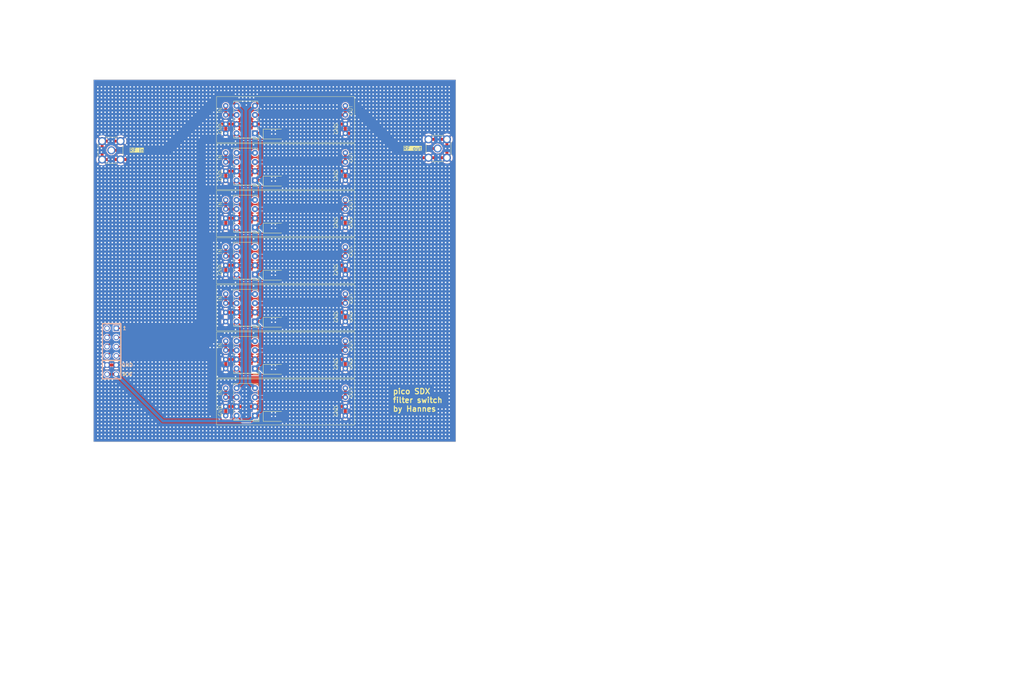
<source format=kicad_pcb>
(kicad_pcb (version 20240108) (generator "pcbnew") (generator_version "8.0")
  (layers (0 "F.Cu" signal) (31 "B.Cu" signal) (34 "B.Paste" user) (35 "F.Paste" user) (36 "B.SilkS" user "B.Silkscreen") (37 "F.SilkS" user "F.Silkscreen") (38 "B.Mask" user) (39 "F.Mask" user) (44 "Edge.Cuts" user))
  (net 0 "")
  (net 1 "GND")
  (net 2 "Net-(K2-Pad6)")
  (net 3 "Net-(K2-Pad3)")
  (net 4 "+12V")
  (net 5 "/Bandpass Filter/RF out")
  (net 6 "/Bandpass Filter/RF in")
  (net 7 "Net-(K3-Pad6)")
  (net 8 "40 m")
  (net 9 "Net-(K3-Pad3)")
  (net 10 "Net-(K4-Pad3)")
  (net 11 "30 m")
  (net 12 "Net-(K4-Pad6)")
  (net 13 "20 m")
  (net 14 "Net-(K5-Pad6)")
  (net 15 "Net-(K5-Pad3)")
  (net 16 "TX~{RX}")
  (net 17 "Net-(K6-Pad3)")
  (net 18 "Net-(K6-Pad6)")
  (net 19 "17 m")
  (net 20 "Net-(K7-Pad6)")
  (net 21 "15 m")
  (net 22 "Net-(K7-Pad3)")
  (net 23 "Net-(K8-Pad6)")
  (net 24 "Net-(K8-Pad3)")
  (net 25 "12 m")
  (net 26 "10 m")
  (footprint "pico-sdx:Filter Module" (layer "F.Cu") (at 68.735 106.186 90)
    (property "Reference" "X1" (hide yes))
    (property "Value" "40 m")
  )
  (footprint "pico-sdx:Filter Module" (layer "F.Cu") (at 68.735 80.186 90)
    (property "Reference" "X5" (hide yes))
    (property "Value" "20 m")
  )
  (footprint "pmod-conn_6x2:pmod_pin_array_6x2" (layer "F.Cu") (at 20.735 92.186)
    (property "Reference" "P1" (hide yes))
    (property "Value" "PMOD-Device-x2-Type-Generic-Alt" (hide yes))
  )
  (footprint "Relay_THT:Relay_DPDT_Omron_G6K-2P" (layer "F.Cu") (at 60.305 31.996 180)
    (property "Reference" "K7" (hide yes))
    (property "Value" "G6K-2")
  )
  (footprint "Connector_Coaxial:SMA_Molex_73251-2200_Horizontal" (layer "F.Cu") (at 20.655 36.686 90)
    (property "Reference" "J3" (hide yes))
    (property "Value" "Conn_Coaxial")
  )
  (footprint "Diode_SMD:D_SOD-128" (layer "F.Cu") (at 65.735 71.186)
    (property "Reference" "D8" (hide yes))
    (property "Value" "D")
  )
  (footprint "pico-sdx:Filter Module" (layer "F.Cu") (at 68.735 41.186 90)
    (property "Reference" "X4" (hide yes))
    (property "Value" "12 m")
  )
  (footprint "Diode_SMD:D_SOD-128" (layer "F.Cu") (at 65.735 110.186)
    (property "Reference" "D2" (hide yes))
    (property "Value" "D")
  )
  (footprint "pico-sdx:Filter Module" (layer "F.Cu") (at 68.735 28.186 90)
    (property "Reference" "X6" (hide yes))
    (property "Value" "10 m")
  )
  (footprint "Relay_THT:Relay_DPDT_Omron_G6K-2P" (layer "F.Cu") (at 60.305 57.996 180)
    (property "Reference" "K3" (hide yes))
    (property "Value" "G6K-2")
  )
  (footprint "Relay_THT:Relay_DPDT_Omron_G6K-2P" (layer "F.Cu") (at 60.305 70.996 180)
    (property "Reference" "K8" (hide yes))
    (property "Value" "G6K-2")
  )
  (footprint "Relay_THT:Relay_DPDT_Omron_G6K-2P" (layer "F.Cu") (at 60.305 96.996 180)
    (property "Reference" "K4" (hide yes))
    (property "Value" "G6K-2")
  )
  (footprint "pico-sdx:Filter Module" (layer "F.Cu") (at 68.735 93.186 90)
    (property "Reference" "X3" (hide yes))
    (property "Value" "30 m")
  )
  (footprint "Diode_SMD:D_SOD-128" (layer "F.Cu") (at 65.735 45.186)
    (property "Reference" "D5" (hide yes))
    (property "Value" "D")
  )
  (footprint "Connector_Coaxial:SMA_Molex_73251-2200_Horizontal" (layer "F.Cu") (at 110.735 36.186 -90)
    (property "Reference" "J1" (hide yes))
    (property "Value" "RX")
  )
  (footprint "Diode_SMD:D_SOD-128" (layer "F.Cu") (at 65.735 84.186)
    (property "Reference" "D6" (hide yes))
    (property "Value" "D")
  )
  (footprint "pico-sdx:Filter Module" (layer "F.Cu") (at 68.735 67.186 90)
    (property "Reference" "X7" (hide yes))
    (property "Value" "17 m")
  )
  (footprint "Relay_THT:Relay_DPDT_Omron_G6K-2P" (layer "F.Cu") (at 60.305 83.996 180)
    (property "Reference" "K6" (hide yes))
    (property "Value" "G6K-2")
  )
  (footprint "Relay_THT:Relay_DPDT_Omron_G6K-2P" (layer "F.Cu") (at 60.305 109.996 180)
    (property "Reference" "K2" (hide yes))
    (property "Value" "G6K-2")
  )
  (footprint "Diode_SMD:D_SOD-128" (layer "F.Cu") (at 65.735 32.186)
    (property "Reference" "D7" (hide yes))
    (property "Value" "D")
  )
  (footprint "Diode_SMD:D_SOD-128" (layer "F.Cu") (at 65.735 97.186)
    (property "Reference" "D4" (hide yes))
    (property "Value" "D")
  )
  (footprint "Relay_THT:Relay_DPDT_Omron_G6K-2P" (layer "F.Cu") (at 60.305 44.996 180)
    (property "Reference" "K5" (hide yes))
    (property "Value" "G6K-2")
  )
  (footprint "Diode_SMD:D_SOD-128" (layer "F.Cu") (at 65.735 58.186)
    (property "Reference" "D3" (hide yes))
    (property "Value" "D")
  )
  (footprint "pico-sdx:Filter Module" (layer "F.Cu") (at 68.735 54.186 90)
    (property "Reference" "X2" (hide yes))
    (property "Value" "15 m")
  )
  (gr_rect (start 15.735 17.186) (end 115.735 117.186) (stroke (width 0.1)) (fill none) (layer "Edge.Cuts"))
  (gr_text "RF out" (at 103.735 36.186 0) (layer "F.SilkS" knockout) (effects (font (size 1 1))))
  (gr_text "RF in" (at 27.655 36.686 0) (layer "F.SilkS" knockout) (effects (font (size 1 1))))
  (gr_text "pico SDX\nfilter switch\nby Hannes" (at 98.235 105.686 0) (layer "F.SilkS") (effects (font (size 1.5 1.5) (thickness 0.3) (bold yes)) (justify left)))
  (segment (start 48.245 29.456) (end 52.225 29.456) (width 0.8) (layer "F.Cu") (net 1))
  (segment (start 93.275 38.726) (end 109.195 38.726) (width 0.8) (layer "F.Cu") (net 1))
  (segment (start 52.225 94.456) (end 85.245 94.456) (width 0.8) (layer "F.Cu") (net 1))
  (segment (start 85.245 81.456) (end 85.245 83.996) (width 0.8) (layer "F.Cu") (net 1))
  (segment (start 52.225 81.456) (end 85.245 81.456) (width 0.8) (layer "F.Cu") (net 1))
  (segment (start 113.275 33.646) (end 108.195 33.646) (width 0.8) (layer "F.Cu") (net 1))
  (segment (start 18.115 34.146) (end 18.115 39.226) (width 0.8) (layer "F.Cu") (net 1))
  (segment (start 52.225 42.456) (end 85.245 42.456) (width 0.8) (layer "F.Cu") (net 1))
  (segment (start 52.225 55.3685) (end 52.225 57.9085) (width 0.8) (layer "F.Cu") (net 1))
  (segment (start 22.005 95.996) (end 19.465 95.996) (width 0.8) (layer "F.Cu") (net 1))
  (segment (start 85.245 29.456) (end 85.245 31.996) (width 0.8) (layer "F.Cu") (net 1))
  (segment (start 85.245 31.996) (end 86.545 31.996) (width 0.8) (layer "F.Cu") (net 1))
  (segment (start 52.225 55.456) (end 85.245 55.456) (width 0.8) (layer "F.Cu") (net 1))
  (segment (start 52.225 107.456) (end 85.245 107.456) (width 0.8) (layer "F.Cu") (net 1))
  (segment (start 52.225 68.456) (end 60.305 68.456) (width 0.8) (layer "F.Cu") (net 1))
  (segment (start 22.275 39.226) (end 38.475 39.226) (width 0.8) (layer "F.Cu") (net 1))
  (segment (start 85.245 42.456) (end 85.245 44.996) (width 0.8) (layer "F.Cu") (net 1))
  (segment (start 52.225 94.456) (end 52.225 96.996) (width 0.8) (layer "F.Cu") (net 1))
  (segment (start 38.475 39.226) (end 48.245 29.456) (width 0.8) (layer "F.Cu") (net 1))
  (segment (start 85.245 94.456) (end 85.245 96.996) (width 0.8) (layer "F.Cu") (net 1))
  (segment (start 85.245 107.456) (end 85.245 109.996) (width 0.8) (layer "F.Cu") (net 1))
  (segment (start 52.225 70.996) (end 52.225 68.456) (width 0.8) (layer "F.Cu") (net 1))
  (segment (start 18.115 39.226) (end 23.195 39.226) (width 0.8) (layer "F.Cu") (net 1))
  (segment (start 52.225 42.456) (end 52.225 44.996) (width 0.8) (layer "F.Cu") (net 1))
  (segment (start 18.115 34.146) (end 23.195 34.146) (width 0.8) (layer "F.Cu") (net 1))
  (segment (start 60.305 68.456) (end 85.245 68.456) (width 0.8) (layer "F.Cu") (net 1))
  (segment (start 85.245 55.456) (end 85.245 57.996) (width 0.8) (layer "F.Cu") (net 1))
  (segment (start 86.545 31.996) (end 93.275 38.726) (width 0.8) (layer "F.Cu") (net 1))
  (segment (start 52.225 29.456) (end 85.245 29.456) (width 0.8) (layer "F.Cu") (net 1))
  (segment (start 113.275 38.726) (end 113.275 33.646) (width 0.8) (layer "F.Cu") (net 1))
  (segment (start 85.245 68.456) (end 85.245 70.996) (width 0.8) (layer "F.Cu") (net 1))
  (segment (start 52.225 107.456) (end 52.225 109.996) (width 0.8) (layer "F.Cu") (net 1))
  (segment (start 52.225 29.456) (end 52.225 31.996) (width 0.8) (layer "F.Cu") (net 1))
  (segment (start 108.195 38.726) (end 113.275 38.726) (width 0.8) (layer "F.Cu") (net 1))
  (via (at 31.920716 31.165) (size 0.8) (drill 0.4) (layers "F.Cu" "B.Cu") (net 1))
  (via (at 64.920716 42.165) (size 0.8) (drill 0.4) (layers "F.Cu" "B.Cu") (net 1))
  (via (at 33.920716 31.165) (size 0.8) (drill 0.4) (layers "F.Cu" "B.Cu") (net 1))
  (via (at 47.920716 113.165) (size 0.8) (drill 0.4) (layers "F.Cu" "B.Cu") (net 1))
  (via (at 33.920716 28.165) (size 0.8) (drill 0.4) (layers "F.Cu" "B.Cu") (net 1))
  (via (at 89.920716 110.165) (size 0.8) (drill 0.4) (layers "F.Cu" "B.Cu") (net 1))
  (via (at 73.920716 99.165) (size 0.8) (drill 0.4) (layers "F.Cu" "B.Cu") (net 1))
  (via (at 26.920716 28.165) (size 0.8) (drill 0.4) (layers "F.Cu" "B.Cu") (net 1))
  (via (at 113.920716 71.165) (size 0.8) (drill 0.4) (layers "F.Cu" "B.Cu") (net 1))
  (via (at 81.920716 58.165) (size 0.8) (drill 0.4) (layers "F.Cu" "B.Cu") (net 1))
  (via (at 101.920716 65.165) (size 0.8) (drill 0.4) (layers "F.Cu" "B.Cu") (net 1))
  (via (at 96.920716 114.165) (size 0.8) (drill 0.4) (layers "F.Cu" "B.Cu") (net 1))
  (via (at 38.920716 55.165) (size 0.8) (drill 0.4) (layers "F.Cu" "B.Cu") (net 1))
  (via (at 48.920716 52.165) (size 0.8) (drill 0.4) (layers "F.Cu" "B.Cu") (net 1))
  (via (at 18.920716 102.165) (size 0.8) (drill 0.4) (layers "F.Cu" "B.Cu") (net 1))
  (via (at 109.920716 93.165) (size 0.8) (drill 0.4) (layers "F.Cu" "B.Cu") (net 1))
  (via (at 107.920716 51.165) (size 0.8) (drill 0.4) (layers "F.Cu" "B.Cu") (net 1))
  (via (at 100.920716 22.165) (size 0.8) (drill 0.4) (layers "F.Cu" "B.Cu") (net 1))
  (via (at 40.920716 78.165) (size 0.8) (drill 0.4) (layers "F.Cu" "B.Cu") (net 1))
  (via (at 28.920716 52.165) (size 0.8) (drill 0.4) (layers "F.Cu" "B.Cu") (net 1))
  (via (at 25.920716 29.165) (size 0.8) (drill 0.4) (layers "F.Cu" "B.Cu") (net 1))
  (via (at 99.920716 19.165) (size 0.8) (drill 0.4) (layers "F.Cu" "B.Cu") (net 1))
  (via (at 19.920716 101.165) (size 0.8) (drill 0.4) (layers "F.Cu" "B.Cu") (net 1))
  (via (at 81.920716 75.165) (size 0.8) (drill 0.4) (layers "F.Cu" "B.Cu") (net 1))
  (via (at 81.920716 49.165) (size 0.8) (drill 0.4) (layers "F.Cu" "B.Cu") (net 1))
  (via (at 21.920716 63.165) (size 0.8) (drill 0.4) (layers "F.Cu" "B.Cu") (net 1))
  (via (at 41.920716 75.165) (size 0.8) (drill 0.4) (layers "F.Cu" "B.Cu") (net 1))
  (via (at 89.920716 53.165) (size 0.8) (drill 0.4) (layers "F.Cu" "B.Cu") (net 1))
  (via (at 112.920716 80.165) (size 0.8) (drill 0.4) (layers "F.Cu" "B.Cu") (net 1))
  (via (at 89.920716 31.165) (size 0.8) (drill 0.4) (layers "F.Cu" "B.Cu") (net 1))
  (via (at 63.920716 62.165) (size 0.8) (drill 0.4) (layers "F.Cu" "B.Cu") (net 1))
  (via (at 20.920716 58.165) (size 0.8) (drill 0.4) (layers "F.Cu" "B.Cu") (net 1))
  (via (at 88.920716 55.165) (size 0.8) (drill 0.4) (layers "F.Cu" "B.Cu") (net 1))
  (via (at 80.920716 110.165) (size 0.8) (drill 0.4) (layers "F.Cu" "B.Cu") (net 1))
  (via (at 81.920716 20.165) (size 0.8) (drill 0.4) (layers "F.Cu" "B.Cu") (net 1))
  (via (at 69.920716 110.165) (size 0.8) (drill 0.4) (layers "F.Cu" "B.Cu") (net 1))
  (via (at 108.920716 113.165) (size 0.8) (drill 0.4) (layers "F.Cu" "B.Cu") (net 1))
  (via (at 97.920716 51.165) (size 0.8) (drill 0.4) (layers "F.Cu" "B.Cu") (net 1))
  (via (at 29.920716 99.165) (size 0.8) (drill 0.4) (layers "F.Cu" "B.Cu") (net 1))
  (via (at 17.920716 81.165) (size 0.8) (drill 0.4) (layers "F.Cu" "B.Cu") (net 1))
  (via (at 27.920716 46.165) (size 0.8) (drill 0.4) (layers "F.Cu" "B.Cu") (net 1))
  (via (at 19.920716 22.165) (size 0.8) (drill 0.4) (layers "F.Cu" "B.Cu") (net 1))
  (via (at 75.920716 38.165) (size 0.8) (drill 0.4) (layers "F.Cu" "B.Cu") (net 1))
  (via (at 64.920716 113.165) (size 0.8) (drill 0.4) (layers "F.Cu" "B.Cu") (net 1))
  (via (at 86.920716 92.165) (size 0.8) (drill 0.4) (layers "F.Cu" "B.Cu") (net 1))
  (via (at 54.920716 86.165) (size 0.8) (drill 0.4) (layers "F.Cu" "B.Cu") (net 1))
  (via (at 90.920716 49.165) (size 0.8) (drill 0.4) (layers "F.Cu" "B.Cu") (net 1))
  (via (at 40.920716 68.165) (size 0.8) (drill 0.4) (layers "F.Cu" "B.Cu") (net 1))
  (via (at 93.920716 62.165) (size 0.8) (drill 0.4) (layers "F.Cu" "B.Cu") (net 1))
  (via (at 101.920716 100.165) (size 0.8) (drill 0.4) (layers "F.Cu" "B.Cu") (net 1))
  (via (at 77.920716 37.165) (size 0.8) (drill 0.4) (layers "F.Cu" "B.Cu") (net 1))
  (via (at 63.920716 94.165) (size 0.8) (drill 0.4) (layers "F.Cu" "B.Cu") (net 1))
  (via (at 24.920716 95.165) (size 0.8) (drill 0.4) (layers "F.Cu" "B.Cu") (net 1))
  (via (at 89.920716 86.165) (size 0.8) (drill 0.4) (layers "F.Cu" "B.Cu") (net 1))
  (via (at 24.920716 109.165) (size 0.8) (drill 0.4) (layers "F.Cu" "B.Cu") (net 1))
  (via (at 16.920716 81.165) (size 0.8) (drill 0.4) (layers "F.Cu" "B.Cu") (net 1))
  (via (at 72.920716 96.165) (size 0.8) (drill 0.4) (layers "F.Cu" "B.Cu") (net 1))
  (via (at 96.920716 115.165) (size 0.8) (drill 0.4) (layers "F.Cu" "B.Cu") (net 1))
  (via (at 107.920716 112.165) (size 0.8) (drill 0.4) (layers "F.Cu" "B.Cu") (net 1))
  (via (at 113.920716 105.165) (size 0.8) (drill 0.4) (layers "F.Cu" "B.Cu") (net 1))
  (via (at 100.920716 91.165) (size 0.8) (drill 0.4) (layers "F.Cu" "B.Cu") (net 1))
  (via (at 63.920716 54.165) (size 0.8) (drill 0.4) (layers "F.Cu" "B.Cu") (net 1))
  (via (at 18.920716 84.165) (size 0.8) (drill 0.4) (layers "F.Cu" "B.Cu") (net 1))
  (via (at 22.920716 103.165) (size 0.8) (drill 0.4) (layers "F.Cu" "B.Cu") (net 1))
  (via (at 93.920716 112.165) (size 0.8) (drill 0.4) (layers "F.Cu" "B.Cu") (net 1))
  (via (at 91.920716 75.165) (size 0.8) (drill 0.4) (layers "F.Cu" "B.Cu") (net 1))
  (via (at 18.920716 30.165) (size 0.8) (drill 0.4) (layers "F.Cu" "B.Cu") (net 1))
  (via (at 83.920716 85.165) (size 0.8) (drill 0.4) (layers "F.Cu" "B.Cu") (net 1))
  (via (at 99.920716 57.165) (size 0.8) (drill 0.4) (layers "F.Cu" "B.Cu") (net 1))
  (via (at 100.920716 63.165) (size 0.8) (drill 0.4) (layers "F.Cu" "B.Cu") (net 1))
  (via (at 27.920716 60.165) (size 0.8) (drill 0.4) (layers "F.Cu" "B.Cu") (net 1))
  (via (at 63.920716 68.165) (size 0.8) (drill 0.4) (layers "F.Cu" "B.Cu") (net 1))
  (via (at 112.920716 62.165) (size 0.8) (drill 0.4) (layers "F.Cu" "B.Cu") (net 1))
  (via (at 65.920716 55.165) (size 0.8) (drill 0.4) (layers "F.Cu" "B.Cu") (net 1))
  (via (at 43.920716 37.165) (size 0.8) (drill 0.4) (layers "F.Cu" "B.Cu") (net 1))
  (via (at 32.920716 103.165) (size 0.8) (drill 0.4) (layers "F.Cu" "B.Cu") (net 1))
  (via (at 72.920716 80.165) (size 0.8) (drill 0.4) (layers "F.Cu" "B.Cu") (net 1))
  (via (at 67.920716 20.165) (size 0.8) (drill 0.4) (layers "F.Cu" "B.Cu") (net 1))
  (via (at 106.920716 25.165) (size 0.8) (drill 0.4) (layers "F.Cu" "B.Cu") (net 1))
  (via (at 23.920716 113.165) (size 0.8) (drill 0.4) (layers "F.Cu" "B.Cu") (net 1))
  (via (at 105.920716 26.165) (size 0.8) (drill 0.4) (layers "F.Cu" "B.Cu") (net 1))
  (via (at 97.920716 88.165) (size 0.8) (drill 0.4) (layers "F.Cu" "B.Cu") (net 1))
  (via (at 21.920716 44.165) (size 0.8) (drill 0.4) (layers "F.Cu" "B.Cu") (net 1))
  (via (at 16.920716 69.165) (size 0.8) (drill 0.4) (layers "F.Cu" "B.Cu") (net 1))
  (via (at 101.920716 46.165) (size 0.8) (drill 0.4) (layers "F.Cu" "B.Cu") (net 1))
  (via (at 102.920716 78.165) (size 0.8) (drill 0.4) (layers "F.Cu" "B.Cu") (net 1))
  (via (at 110.920716 83.165) (size 0.8) (drill 0.4) (layers "F.Cu" "B.Cu") (net 1))
  (via (at 77.920716 35.165) (size 0.8) (drill 0.4) (layers "F.Cu" "B.Cu") (net 1))
  (via (at 81.920716 45.165) (size 0.8) (drill 0.4) (layers "F.Cu" "B.Cu") (net 1))
  (via (at 28.920716 97.165) (size 0.8) (drill 0.4) (layers "F.Cu" "B.Cu") (net 1))
  (via (at 105.920716 111.165) (size 0.8) (drill 0.4) (layers "F.Cu" "B.Cu") (net 1))
  (via (at 94.920716 107.165) (size 0.8) (drill 0.4) (layers "F.Cu" "B.Cu") (net 1))
  (via (at 64.920716 71.165) (size 0.8) (drill 0.4) (layers "F.Cu" "B.Cu") (net 1))
  (via (at 69.920716 45.165) (size 0.8) (drill 0.4) (layers "F.Cu" "B.Cu") (net 1))
  (via (at 77.920716 112.165) (size 0.8) (drill 0.4) (layers "F.Cu" "B.Cu") (net 1))
  (via (at 89.920716 80.165) (size 0.8) (drill 0.4) (layers "F.Cu" "B.Cu") (net 1))
  (via (at 103.920716 44.165) (size 0.8) (drill 0.4) (layers "F.Cu" "B.Cu") (net 1))
  (via (at 24.920716 19.165) (size 0.8) (drill 0.4) (layers "F.Cu" "B.Cu") (net 1))
  (via (at 22.920716 58.165) (size 0.8) (drill 0.4) (layers "F.Cu" "B.Cu") (net 1))
  (via (at 77.920716 62.165) (size 0.8) (drill 0.4) (layers "F.Cu" "B.Cu") (net 1))
  (via (at 22.920716 61.165) (size 0.8) (drill 0.4) (layers "F.Cu" "B.Cu") (net 1))
  (via (at 103.920716 29.165) (size 0.8) (drill 0.4) (layers "F.Cu" "B.Cu") (net 1))
  (via (at 43.920716 67.165) (size 0.8) (drill 0.4) (layers "F.Cu" "B.Cu") (net 1))
  (via (at 40.920716 67.165) (size 0.8) (drill 0.4) (layers "F.Cu" "B.Cu") (net 1))
  (via (at 16.920716 115.165) (size 0.8) (drill 0.4) (layers "F.Cu" "B.Cu") (net 1))
  (via (at 95.920716 26.165) (size 0.8) (drill 0.4) (layers "F.Cu" "B.Cu") (net 1))
  (via (at 40.920716 19.165) (size 0.8) (drill 0.4) (layers "F.Cu" "B.Cu") (net 1))
  (via (at 91.920716 91.165) (size 0.8) (drill 0.4) (layers "F.Cu" "B.Cu") (net 1))
  (via (at 18.920716 82.165) (size 0.8) (drill 0.4) (layers "F.Cu" "B.Cu") (net 1))
  (via (at 108.920716 51.165) (size 0.8) (drill 0.4) (layers "F.Cu" "B.Cu") (net 1))
  (via (at 27.920716 59.165) (size 0.8) (drill 0.4) (layers "F.Cu" "B.Cu") (net 1))
  (via (at 32.920716 73.165) (size 0.8) (drill 0.4) (layers "F.Cu" "B.Cu") (net 1))
  (via (at 23.920716 78.165) (size 0.8) (drill 0.4) (layers "F.Cu" "B.Cu") (net 1))
  (via (at 104.920716 97.165) (size 0.8) (drill 0.4) (layers "F.Cu" "B.Cu") (net 1))
  (via (at 79.920716 50.165) (size 0.8) (drill 0.4) (layers "F.Cu" "B.Cu") (net 1))
  (via (at 80.920716 75.165) (size 0.8) (drill 0.4) (layers "F.Cu" "B.Cu") (net 1))
  (via (at 88.920716 61.165) (size 0.8) (drill 0.4) (layers "F.Cu" "B.Cu") (net 1))
  (via (at 18.920716 47.165) (size 0.8) (drill 0.4) (layers "F.Cu" "B.Cu") (net 1))
  (via (at 71.920716 84.165) (size 0.8) (drill 0.4) (layers "F.Cu" "B.Cu") (net 1))
  (via (at 22.920716 102.165) (size 0.8) (drill 0.4) (layers "F.Cu" "B.Cu") (net 1))
  (via (at 89.920716 50.165) (size 0.8) (drill 0.4) (layers "F.Cu" "B.Cu") (net 1))
  (via (at 79.920716 109.165) (size 0.8) (drill 0.4) (layers "F.Cu" "B.Cu") (net 1))
  (via (at 71.920716 49.165) (size 0.8) (drill 0.4) (layers "F.Cu" "B.Cu") (net 1))
  (via (at 29.920716 100.165) (size 0.8) (drill 0.4) (layers "F.Cu" "B.Cu") (net 1))
  (via (at 43.920716 62.165) (size 0.8) (drill 0.4) (layers "F.Cu" "B.Cu") (net 1))
  (via (at 41.920716 98.165) (size 0.8) (drill 0.4) (layers "F.Cu" "B.Cu") (net 1))
  (via (at 33.920716 60.165) (size 0.8) (drill 0.4) (layers "F.Cu" "B.Cu") (net 1))
  (via (at 26.920716 108.165) (size 0.8) (drill 0.4) (layers "F.Cu" "B.Cu") (net 1))
  (via (at 30.920716 102.165) (size 0.8) (drill 0.4) (layers "F.Cu" "B.Cu") (net 1))
  (via (at 77.920716 38.165) (size 0.8) (drill 0.4) (layers "F.Cu" "B.Cu") (net 1))
  (via (at 79.920716 38.165) (size 0.8) (drill 0.4) (layers "F.Cu" "B.Cu") (net 1))
  (via (at 112.920716 23.165) (size 0.8) (drill 0.4) (layers "F.Cu" "B.Cu") (net 1))
  (via (at 80.920716 60.165) (size 0.8) (drill 0.4) (layers "F.Cu" "B.Cu") (net 1))
  (via (at 30.920716 48.165) (size 0.8) (drill 0.4) (layers "F.Cu" "B.Cu") (net 1))
  (via (at 74.920716 72.165) (size 0.8) (drill 0.4) (layers "F.Cu" "B.Cu") (net 1))
  (via (at 109.920716 30.165) (size 0.8) (drill 0.4) (layers "F.Cu" "B.Cu") (net 1))
  (via (at 18.920716 69.165) (size 0.8) (drill 0.4) (layers "F.Cu" "B.Cu") (net 1))
  (via (at 80.920716 70.165) (size 0.8) (drill 0.4) (layers "F.Cu" "B.Cu") (net 1))
  (via (at 75.920716 83.165) (size 0.8) (drill 0.4) (layers "F.Cu" "B.Cu") (net 1))
  (via (at 23.920716 43.165) (size 0.8) (drill 0.4) (layers "F.Cu" "B.Cu") (net 1))
  (via (at 40.920716 42.165) (size 0.8) (drill 0.4) (layers "F.Cu" "B.Cu") (net 1))
  (via (at 101.920716 77.165) (size 0.8) (drill 0.4) (layers "F.Cu" "B.Cu") (net 1))
  (via (at 69.920716 48.165) (size 0.8) (drill 0.4) (layers "F.Cu" "B.Cu") (net 1))
  (via (at 69.920716 31.165) (size 0.8) (drill 0.4) (layers "F.Cu" "B.Cu") (net 1))
  (via (at 26.920716 50.165) (size 0.8) (drill 0.4) (layers "F.Cu" "B.Cu") (net 1))
  (via (at 41.920716 106.165) (size 0.8) (drill 0.4) (layers "F.Cu" "B.Cu") (net 1))
  (via (at 95.920716 48.165) (size 0.8) (drill 0.4) (layers "F.Cu" "B.Cu") (net 1))
  (via (at 106.920716 78.165) (size 0.8) (drill 0.4) (layers "F.Cu" "B.Cu") (net 1))
  (via (at 73.920716 28.165) (size 0.8) (drill 0.4) (layers "F.Cu" "B.Cu") (net 1))
  (via (at 34.920716 70.165) (size 0.8) (drill 0.4) (layers "F.Cu" "B.Cu") (net 1))
  (via (at 74.920716 106.165) (size 0.8) (drill 0.4) (layers "F.Cu" "B.Cu") (net 1))
  (via (at 37.920716 29.165) (size 0.8) (drill 0.4) (layers "F.Cu" "B.Cu") (net 1))
  (via (at 28.920716 76.165) (size 0.8) (drill 0.4) (layers "F.Cu" "B.Cu") (net 1))
  (via (at 38.920716 103.165) (size 0.8) (drill 0.4) (layers "F.Cu" "B.Cu") (net 1))
  (via (at 40.920716 84.165) (size 0.8) (drill 0.4) (layers "F.Cu" "B.Cu") (net 1))
  (via (at 79.920716 77.165) (size 0.8) (drill 0.4) (layers "F.Cu" "B.Cu") (net 1))
  (via (at 102.920716 33.165) (size 0.8) (drill 0.4) (layers "F.Cu" "B.Cu") (net 1))
  (via (at 74.920716 87.165) (size 0.8) (drill 0.4) (layers "F.Cu" "B.Cu") (net 1))
  (via (at 25.920716 76.165) (size 0.8) (drill 0.4) (layers "F.Cu" "B.Cu") (net 1))
  (via (at 101.920716 25.165) (size 0.8) (drill 0.4) (layers "F.Cu" "B.Cu") (net 1))
  (via (at 39.920716 74.165) (size 0.8) (drill 0.4) (layers "F.Cu" "B.Cu") (net 1))
  (via (at 95.920716 27.165) (size 0.8) (drill 0.4) (layers "F.Cu" "B.Cu") (net 1))
  (via (at 41.920716 45.165) (size 0.8) (drill 0.4) (layers "F.Cu" "B.Cu") (net 1))
  (via (at 36.920716 103.165) (size 0.8) (drill 0.4) (layers "F.Cu" "B.Cu") (net 1))
  (via (at 22.920716 65.165) (size 0.8) (drill 0.4) (layers "F.Cu" "B.Cu") (net 1))
  (via (at 73.920716 45.165) (size 0.8) (drill 0.4) (layers "F.Cu" "B.Cu") (net 1))
  (via (at 113.920716 97.165) (size 0.8) (drill 0.4) (layers "F.Cu" "B.Cu") (net 1))
  (via (at 109.920716 91.165) (size 0.8) (drill 0.4) (layers "F.Cu" "B.Cu") (net 1))
  (via (at 102.920716 67.165) (size 0.8) (drill 0.4) (layers "F.Cu" "B.Cu") (net 1))
  (via (at 17.920716 114.165) (size 0.8) (drill 0.4) (layers "F.Cu" "B.Cu") (net 1))
  (via (at 104.920716 110.165) (size 0.8) (drill 0.4) (layers "F.Cu" "B.Cu") (net 1))
  (via (at 89.920716 106.165) (size 0.8) (drill 0.4) (layers "F.Cu" "B.Cu") (net 1))
  (via (at 75.920716 50.165) (size 0.8) (drill 0.4) (layers "F.Cu" "B.Cu") (net 1))
  (via (at 16.920716 52.165) (size 0.8) (drill 0.4) (layers "F.Cu" "B.Cu") (net 1))
  (via (at 92.920716 108.165) (size 0.8) (drill 0.4) (layers "F.Cu" "B.Cu") (net 1))
  (via (at 106.920716 99.165) (size 0.8) (drill 0.4) (layers "F.Cu" "B.Cu") (net 1))
  (via (at 60.920716 20.165) (size 0.8) (drill 0.4) (layers "F.Cu" "B.Cu") (net 1))
  (via (at 73.920716 85.165) (size 0.8) (drill 0.4) (layers "F.Cu" "B.Cu") (net 1))
  (via (at 29.920716 46.165) (size 0.8) (drill 0.4) (layers "F.Cu" "B.Cu") (net 1))
  (via (at 106.920716 77.165) (size 0.8) (drill 0.4) (layers "F.Cu" "B.Cu") (net 1))
  (via (at 20.920716 83.165) (size 0.8) (drill 0.4) (layers "F.Cu" "B.Cu") (net 1))
  (via (at 46.920716 44.165) (size 0.8) (drill 0.4) (layers "F.Cu" "B.Cu") (net 1))
  (via (at 35.920716 105.165) (size 0.8) (drill 0.4) (layers "F.Cu" "B.Cu") (net 1))
  (via (at 81.920716 71.165) (size 0.8) (drill 0.4) (layers "F.Cu" "B.Cu") (net 1))
  (via (at 40.920716 56.165) (size 0.8) (drill 0.4) (layers "F.Cu" "B.Cu") (net 1))
  (via (at 113.920716 29.165) (size 0.8) (drill 0.4) (layers "F.Cu" "B.Cu") (net 1))
  (via (at 95.920716 81.165) (size 0.8) (drill 0.4) (layers "F.Cu" "B.Cu") (net 1))
  (via (at 22.920716 25.165) (size 0.8) (drill 0.4) (layers "F.Cu" "B.Cu") (net 1))
  (via (at 48.920716 21.165) (size 0.8) (drill 0.4) (layers "F.Cu" "B.Cu") (net 1))
  (via (at 101.920716 82.165) (size 0.8) (drill 0.4) (layers "F.Cu" "B.Cu") (net 1))
  (via (at 110.920716 33.165) (size 0.8) (drill 0.4) (layers "F.Cu" "B.Cu") (net 1))
  (via (at 86.920716 68.165) (size 0.8) (drill 0.4) (layers "F.Cu" "B.Cu") (net 1))
  (via (at 76.920716 95.165) (size 0.8) (drill 0.4) (layers "F.Cu" "B.Cu") (net 1))
  (via (at 70.920716 35.165) (size 0.8) (drill 0.4) (layers "F.Cu" "B.Cu") (net 1))
  (via (at 86.920716 61.165) (size 0.8) (drill 0.4) (layers "F.Cu" "B.Cu") (net 1))
  (via (at 39.920716 78.165) (size 0.8) (drill 0.4) (layers "F.Cu" "B.Cu") (net 1))
  (via (at 67.920716 99.165) (size 0.8) (drill 0.4) (layers "F.Cu" "B.Cu") (net 1))
  (via (at 107.920716 76.165) (size 0.8) (drill 0.4) (layers "F.Cu" "B.Cu") (net 1))
  (via (at 102.920716 49.165) (size 0.8) (drill 0.4) (layers "F.Cu" "B.Cu") (net 1))
  (via (at 26.920716 81.165) (size 0.8) (drill 0.4) (layers "F.Cu" "B.Cu") (net 1))
  (via (at 89.920716 101.165) (size 0.8) (drill 0.4) (layers "F.Cu" "B.Cu") (net 1))
  (via (at 28.920716 116.165) (size 0.8) (drill 0.4) (layers "F.Cu" "B.Cu") (net 1))
  (via (at 113.920716 115.165) (size 0.8) (drill 0.4) (layers "F.Cu" "B.Cu") (net 1))
  (via (at 113.920716 110.165) (size 0.8) (drill 0.4) (layers "F.Cu" "B.Cu") (net 1))
  (via (at 22.920716 51.165) (size 0.8) (drill 0.4) (layers "F.Cu" "B.Cu") (net 1))
  (via (at 95.920716 95.165) (size 0.8) (drill 0.4) (layers "F.Cu" "B.Cu") (net 1))
  (via (at 110.920716 38.165) (size 0.8) (drill 0.4) (layers "F.Cu" "B.Cu") (net 1))
  (via (at 74.920716 115.165) (size 0.8) (drill 0.4) (layers "F.Cu" "B.Cu") (net 1))
  (via (at 91.920716 51.165) (size 0.8) (drill 0.4) (layers "F.Cu" "B.Cu") (net 1))
  (via (at 82.920716 58.165) (size 0.8) (drill 0.4) (layers "F.Cu" "B.Cu") (net 1))
  (via (at 92.920716 35.165) (size 0.8) (drill 0.4) (layers "F.Cu" "B.Cu") (net 1))
  (via (at 37.920716 56.165) (size 0.8) (drill 0.4) (layers "F.Cu" "B.Cu") (net 1))
  (via (at 87.920716 78.165) (size 0.8) (drill 0.4) (layers "F.Cu" "B.Cu") (net 1))
  (via (at 71.920716 93.165) (size 0.8) (drill 0.4) (layers "F.Cu" "B.Cu") (net 1))
  (via (at 79.920716 70.165) (size 0.8) (drill 0.4) (layers "F.Cu" "B.Cu") (net 1))
  (via (at 33.920716 76.165) (size 0.8) (drill 0.4) (layers "F.Cu" "B.Cu") (net 1))
  (via (at 107.920716 98.165) (size 0.8) (drill 0.4) (layers "F.Cu" "B.Cu") (net 1))
  (via (at 78.920716 48.165) (size 0.8) (drill 0.4) (layers "F.Cu" "B.Cu") (net 1))
  (via (at 30.920716 46.165) (size 0.8) (drill 0.4) (layers "F.Cu" "B.Cu") (net 1))
  (via (at 22.920716 50.165) (size 0.8) (drill 0.4) (layers "F.Cu" "B.Cu") (net 1))
  (via (at 69.920716 32.165) (size 0.8) (drill 0.4) (layers "F.Cu" "B.Cu") (net 1))
  (via (at 25.920716 34.165) (size 0.8) (drill 0.4) (layers "F.Cu" "B.Cu") (net 1))
  (via (at 98.920716 45.165) (size 0.8) (drill 0.4) (layers "F.Cu" "B.Cu") (net 1))
  (via (at 19.920716 115.165) (size 0.8) (drill 0.4) (layers "F.Cu" "B.Cu") (net 1))
  (via (at 82.920716 97.165) (size 0.8) (drill 0.4) (layers "F.Cu" "B.Cu") (net 1))
  (via (at 42.920716 41.165) (size 0.8) (drill 0.4) (layers "F.Cu" "B.Cu") (net 1))
  (via (at 86.920716 45.165) (size 0.8) (drill 0.4) (layers "F.Cu" "B.Cu") (net 1))
  (via (at 78.920716 110.165) (size 0.8) (drill 0.4) (layers "F.Cu" "B.Cu") (net 1))
  (via (at 80.920716 116.165) (size 0.8) (drill 0.4) (layers "F.Cu" "B.Cu") (net 1))
  (via (at 16.920716 70.165) (size 0.8) (drill 0.4) (layers "F.Cu" "B.Cu") (net 1))
  (via (at 80.920716 80.165) (size 0.8) (drill 0.4) (layers "F.Cu" "B.Cu") (net 1))
  (via (at 26.920716 49.165) (size 0.8) (drill 0.4) (layers "F.Cu" "B.Cu") (net 1))
  (via (at 72.920716 75.165) (size 0.8) (drill 0.4) (layers "F.Cu" "B.Cu") (net 1))
  (via (at 95.920716 38.165) (size 0.8) (drill 0.4) (layers "F.Cu" "B.Cu") (net 1))
  (via (at 56.920716 107.165) (size 0.8) (drill 0.4) (layers "F.Cu" "B.Cu") (net 1))
  (via (at 78.920716 61.165) (size 0.8) (drill 0.4) (layers "F.Cu" "B.Cu") (net 1))
  (via (at 89.920716 88.165) (size 0.8) (drill 0.4) (layers "F.Cu" "B.Cu") (net 1))
  (via (at 25.920716 62.165) (size 0.8) (drill 0.4) (layers "F.Cu" "B.Cu") (net 1))
  (via (at 87.920716 106.165) (size 0.8) (drill 0.4) (layers "F.Cu" "B.Cu") (net 1))
  (via (at 35.920716 41.165) (size 0.8) (drill 0.4) (layers "F.Cu" "B.Cu") (net 1))
  (via (at 77.920716 68.165) (size 0.8) (drill 0.4) (layers "F.Cu" "B.Cu") (net 1))
  (via (at 24.920716 75.165) (size 0.8) (drill 0.4) (layers "F.Cu" "B.Cu") (net 1))
  (via (at 23.920716 59.165) (size 0.8) (drill 0.4) (layers "F.Cu" "B.Cu") (net 1))
  (via (at 41.920716 102.165) (size 0.8) (drill 0.4) (layers "F.Cu" "B.Cu") (net 1))
  (via (at 90.920716 35.165) (size 0.8) (drill 0.4) (layers "F.Cu" "B.Cu") (net 1))
  (via (at 37.920716 69.165) (size 0.8) (drill 0.4) (layers "F.Cu" "B.Cu") (net 1))
  (via (at 82.920716 48.165) (size 0.8) (drill 0.4) (layers "F.Cu" "B.Cu") (net 1))
  (via (at 82.920716 19.165) (size 0.8) (drill 0.4) (layers "F.Cu" "B.Cu") (net 1))
  (via (at 82.920716 60.165) (size 0.8) (drill 0.4) (layers "F.Cu" "B.Cu") (net 1))
  (via (at 79.920716 115.165) (size 0.8) (drill 0.4) (layers "F.Cu" "B.Cu") (net 1))
  (via (at 36.920716 42.165) (size 0.8) (drill 0.4) (layers "F.Cu" "B.Cu") (net 1))
  (via (at 102.920716 93.165) (size 0.8) (drill 0.4) (layers "F.Cu" "B.Cu") (net 1))
  (via (at 28.920716 26.165) (size 0.8) (drill 0.4) (layers "F.Cu" "B.Cu") (net 1))
  (via (at 77.920716 54.165) (size 0.8) (drill 0.4) (layers "F.Cu" "B.Cu") (net 1))
  (via (at 65.920716 75.165) (size 0.8) (drill 0.4) (layers "F.Cu" "B.Cu") (net 1))
  (via (at 110.920716 108.165) (size 0.8) (drill 0.4) (layers "F.Cu" "B.Cu") (net 1))
  (via (at 34.920716 56.165) (size 0.8) (drill 0.4) (layers "F.Cu" "B.Cu") (net 1))
  (via (at 46.920716 29.165) (size 0.8) (drill 0.4) (layers "F.Cu" "B.Cu") (net 1))
  (via (at 89.920716 69.165) (size 0.8) (drill 0.4) (layers "F.Cu" "B.Cu") (net 1))
  (via (at 79.920716 35.165) (size 0.8) (drill 0.4) (layers "F.Cu" "B.Cu") (net 1))
  (via (at 41.920716 68.165) (size 0.8) (drill 0.4) (layers "F.Cu" "B.Cu") (net 1))
  (via (at 105.920716 98.165) (size 0.8) (drill 0.4) (layers "F.Cu" "B.Cu") (net 1))
  (via (at 37.920716 55.165) (size 0.8) (drill 0.4) (layers "F.Cu" "B.Cu") (net 1))
  (via (at 77.920716 67.165) (size 0.8) (drill 0.4) (layers "F.Cu" "B.Cu") (net 1))
  (via (at 39.920716 81.165) (size 0.8) (drill 0.4) (layers "F.Cu" "B.Cu") (net 1))
  (via (at 87.920716 87.165) (size 0.8) (drill 0.4) (layers "F.Cu" "B.Cu") (net 1))
  (via (at 40.920716 23.165) (size 0.8) (drill 0.4) (layers "F.Cu" "B.Cu") (net 1))
  (via (at 82.920716 71.165) (size 0.8) (drill 0.4) (layers "F.Cu" "B.Cu") (net 1))
  (via (at 98.920716 32.165) (size 0.8) (drill 0.4) (layers "F.Cu" "B.Cu") (net 1))
  (via (at 112.920716 46.165) (size 0.8) (drill 0.4) (layers "F.Cu" "B.Cu") (net 1))
  (via (at 49.920716 69.165) (size 0.8) (drill 0.4) (layers "F.Cu" "B.Cu") (net 1))
  (via (at 107.920716 72.165) (size 0.8) (drill 0.4) (layers "F.Cu" "B.Cu") (net 1))
  (via (at 82.920716 50.165) (size 0.8) (drill 0.4) (layers "F.Cu" "B.Cu") (net 1))
  (via (at 76.920716 31.165) (size 0.8) (drill 0.4) (layers "F.Cu" "B.Cu") (net 1))
  (via (at 43.920716 106.165) (size 0.8) (drill 0.4) (layers "F.Cu" "B.Cu") (net 1))
  (via (at 75.920716 70.165) (size 0.8) (drill 0.4) (layers "F.Cu" "B.Cu") (net 1))
  (via (at 47.920716 110.165) (size 0.8) (drill 0.4) (layers "F.Cu" "B.Cu") (net 1))
  (via (at 80.920716 59.165) (size 0.8) (drill 0.4) (layers "F.Cu" "B.Cu") (net 1))
  (via (at 101.920716 95.165) (size 0.8) (drill 0.4) (layers "F.Cu" "B.Cu") (net 1))
  (via (at 26.920716 20.165) (size 0.8) (drill 0.4) (layers "F.Cu" "B.Cu") (net 1))
  (via (at 26.920716 84.165) (size 0.8) (drill 0.4) (layers "F.Cu" "B.Cu") (net 1))
  (via (at 111.920716 100.165) (size 0.8) (drill 0.4) (layers "F.Cu" "B.Cu") (net 1))
  (via (at 80.920716 101.165) (size 0.8) (drill 0.4) (layers "F.Cu" "B.Cu") (net 1))
  (via (at 17.920716 45.165) (size 0.8) (drill 0.4) (layers "F.Cu" "B.Cu") (net 1))
  (via (at 91.920716 76.165) (size 0.8) (drill 0.4) (layers "F.Cu" "B.Cu") (net 1))
  (via (at 26.920716 35.165) (size 0.8) (drill 0.4) (layers "F.Cu" "B.Cu") (net 1))
  (via (at 95.920716 98.165) (size 0.8) (drill 0.4) (layers "F.Cu" "B.Cu") (net 1))
  (via (at 94.920716 53.165) (size 0.8) (drill 0.4) (layers "F.Cu" "B.Cu") (net 1))
  (via (at 31.920716 61.165) (size 0.8) (drill 0.4) (layers "F.Cu" "B.Cu") (net 1))
  (via (at 39.920716 69.165) (size 0.8) (drill 0.4) (layers "F.Cu" "B.Cu") (net 1))
  (via (at 108.920716 29.165) (size 0.8) (drill 0.4) (layers "F.Cu" "B.Cu") (net 1))
  (via (at 94.920716 35.165) (size 0.8) (drill 0.4) (layers "F.Cu" "B.Cu") (net 1))
  (via (at 20.920716 43.165) (size 0.8) (drill 0.4) (layers "F.Cu" "B.Cu") (net 1))
  (via (at 93.920716 46.165) (size 0.8) (drill 0.4) (layers "F.Cu" "B.Cu") (net 1))
  (via (at 79.920716 30.165) (size 0.8) (drill 0.4) (layers "F.Cu" "B.Cu") (net 1))
  (via (at 100.920716 26.165) (size 0.8) (drill 0.4) (layers "F.Cu" "B.Cu") (net 1))
  (via (at 25.920716 43.165) (size 0.8) (drill 0.4) (layers "F.Cu" "B.Cu") (net 1))
  (via (at 28.920716 23.165) (size 0.8) (drill 0.4) (layers "F.Cu" "B.Cu") (net 1))
  (via (at 78.920716 74.165) (size 0.8) (drill 0.4) (layers "F.Cu" "B.Cu") (net 1))
  (via (at 87.920716 65.165) (size 0.8) (drill 0.4) (layers "F.Cu" "B.Cu") (net 1))
  (via (at 92.920716 63.165) (size 0.8) (drill 0.4) (layers "F.Cu" "B.Cu") (net 1))
  (via (at 22.920716 74.165) (size 0.8) (drill 0.4) (layers "F.Cu" "B.Cu") (net 1))
  (via (at 105.920716 32.165) (size 0.8) (drill 0.4) (layers "F.Cu" "B.Cu") (net 1))
  (via (at 80.920716 57.165) (size 0.8) (drill 0.4) (layers "F.Cu" "B.Cu") (net 1))
  (via (at 40.920716 39.165) (size 0.8) (drill 0.4) (layers "F.Cu" "B.Cu") (net 1))
  (via (at 42.920716 107.165) (size 0.8) (drill 0.4) (layers "F.Cu" "B.Cu") (net 1))
  (via (at 18.920716 64.165) (size 0.8) (drill 0.4) (layers "F.Cu" "B.Cu") (net 1))
  (via (at 67.920716 38.165) (size 0.8) (drill 0.4) (layers "F.Cu" "B.Cu") (net 1))
  (via (at 82.920716 45.165) (size 0.8) (drill 0.4) (layers "F.Cu" "B.Cu") (net 1))
  (via (at 19.920716 75.165) (size 0.8) (drill 0.4) (layers "F.Cu" "B.Cu") (net 1))
  (via (at 77.920716 116.165) (size 0.8) (drill 0.4) (layers "F.Cu" "B.Cu") (net 1))
  (via (at 41.920716 70.165) (size 0.8) (drill 0.4) (layers "F.Cu" "B.Cu") (net 1))
  (via (at 80.920716 25.165) (size 0.8) (drill 0.4) (layers "F.Cu" "B.Cu") (net 1))
  (via (at 86.920716 85.165) (size 0.8) (drill 0.4) (layers "F.Cu" "B.Cu") (net 1))
  (via (at 43.920716 105.165) (size 0.8) (drill 0.4) (layers "F.Cu" "B.Cu") (net 1))
  (via (at 75.920716 80.165) (size 0.8) (drill 0.4) (layers "F.Cu" "B.Cu") (net 1))
  (via (at 82.920716 86.165) (size 0.8) (drill 0.4) (layers "F.Cu" "B.Cu") (net 1))
  (via (at 71.920716 77.165) (size 0.8) (drill 0.4) (layers "F.Cu" "B.Cu") (net 1))
  (via (at 94.920716 44.165) (size 0.8) (drill 0.4) (layers "F.Cu" "B.Cu") (net 1))
  (via (at 21.920716 105.165) (size 0.8) (drill 0.4) (layers "F.Cu" "B.Cu") (net 1))
  (via (at 80.920716 108.165) (size 0.8) (drill 0.4) (layers "F.Cu" "B.Cu") (net 1))
  (via (at 28.920716 44.165) (size 0.8) (drill 0.4) (layers "F.Cu" "B.Cu") (net 1))
  (via (at 100.920716 45.165) (size 0.8) (drill 0.4) (layers "F.Cu" "B.Cu") (net 1))
  (via (at 77.920716 45.165) (size 0.8) (drill 0.4) (layers "F.Cu" "B.Cu") (net 1))
  (via (at 70.920716 24.165) (size 0.8) (drill 0.4) (layers "F.Cu" "B.Cu") (net 1))
  (via (at 80.920716 96.165) (size 0.8) (drill 0.4) (layers "F.Cu" "B.Cu") (net 1))
  (via (at 41.920716 83.165) (size 0.8) (drill 0.4) (layers "F.Cu" "B.Cu") (net 1))
  (via (at 111.920716 29.165) (size 0.8) (drill 0.4) (layers "F.Cu" "B.Cu") (net 1))
  (via (at 27.920716 27.165) (size 0.8) (drill 0.4) (layers "F.Cu" "B.Cu") (net 1))
  (via (at 84.920716 47.165) (size 0.8) (drill 0.4) (layers "F.Cu" "B.Cu") (net 1))
  (via (at 39.920716 67.165) (size 0.8) (drill 0.4) (layers "F.Cu" "B.Cu") (net 1))
  (via (at 94.920716 109.165) (size 0.8) (drill 0.4) (layers "F.Cu" "B.Cu") (net 1))
  (via (at 110.920716 46.165) (size 0.8) (drill 0.4) (layers "F.Cu" "B.Cu") (net 1))
  (via (at 64.920716 96.165) (size 0.8) (drill 0.4) (layers "F.Cu" "B.Cu") (net 1))
  (via (at 111.920716 79.165) (size 0.8) (drill 0.4) (layers "F.Cu" "B.Cu") (net 1))
  (via (at 70.920716 48.165) (size 0.8) (drill 0.4) (layers "F.Cu" "B.Cu") (net 1))
  (via (at 25.920716 71.165) (size 0.8) (drill 0.4) (layers "F.Cu" "B.Cu") (net 1))
  (via (at 81.920716 102.165) (size 0.8) (drill 0.4) (layers "F.Cu" "B.Cu") (net 1))
  (via (at 113.920716 19.165) (size 0.8) (drill 0.4) (layers "F.Cu" "B.Cu") (net 1))
  (via (at 49.920716 58.165) (size 0.8) (drill 0.4) (layers "F.Cu" "B.Cu") (net 1))
  (via (at 89.920716 20.165) (size 0.8) (drill 0.4) (layers "F.Cu" "B.Cu") (net 1))
  (via (at 48.920716 114.165) (size 0.8) (drill 0.4) (layers "F.Cu" "B.Cu") (net 1))
  (via (at 67.920716 19.165) (size 0.8) (drill 0.4) (layers "F.Cu" "B.Cu") (net 1))
  (via (at 86.920716 113.165) (size 0.8) (drill 0.4) (layers "F.Cu" "B.Cu") (net 1))
  (via (at 75.920716 59.165) (size 0.8) (drill 0.4) (layers "F.Cu" "B.Cu") (net 1))
  (via (at 111.920716 19.165) (size 0.8) (drill 0.4) (layers "F.Cu" "B.Cu") (net 1))
  (via (at 41.920716 56.165) (size 0.8) (drill 0.4) (layers "F.Cu" "B.Cu") (net 1))
  (via (at 81.920716 42.165) (size 0.8) (drill 0.4) (layers "F.Cu" "B.Cu") (net 1))
  (via (at 99.920716 38.165) (size 0.8) (drill 0.4) (layers "F.Cu" "B.Cu") (net 1))
  (via (at 69.920716 61.165) (size 0.8) (drill 0.4) (layers "F.Cu" "B.Cu") (net 1))
  (via (at 75.920716 76.165) (size 0.8) (drill 0.4) (layers "F.Cu" "B.Cu") (net 1))
  (via (at 32.920716 98.165) (size 0.8) (drill 0.4) (layers "F.Cu" "B.Cu") (net 1))
  (via (at 82.920716 116.165) (size 0.8) (drill 0.4) (layers "F.Cu" "B.Cu") (net 1))
  (via (at 27.920716 53.165) (size 0.8) (drill 0.4) (layers "F.Cu" "B.Cu") (net 1))
  (via (at 100.920716 77.165) (size 0.8) (drill 0.4) (layers "F.Cu" "B.Cu") (net 1))
  (via (at 111.920716 99.165) (size 0.8) (drill 0.4) (layers "F.Cu" "B.Cu") (net 1))
  (via (at 105.920716 75.165) (size 0.8) (drill 0.4) (layers "F.Cu" "B.Cu") (net 1))
  (via (at 106.920716 101.165) (size 0.8) (drill 0.4) (layers "F.Cu" "B.Cu") (net 1))
  (via (at 68.920716 100.165) (size 0.8) (drill 0.4) (layers "F.Cu" "B.Cu") (net 1))
  (via (at 21.920716 81.165) (size 0.8) (drill 0.4) (layers "F.Cu" "B.Cu") (net 1))
  (via (at 41.920716 37.165) (size 0.8) (drill 0.4) (layers "F.Cu" "B.Cu") (net 1))
  (via (at 96.920716 43.165) (size 0.8) (drill 0.4) (layers "F.Cu" "B.Cu") (net 1))
  (via (at 31.920716 44.165) (size 0.8) (drill 0.4) (layers "F.Cu" "B.Cu") (net 1))
  (via (at 79.920716 108.165) (size 0.8) (drill 0.4) (layers "F.Cu" "B.Cu") (net 1))
  (via (at 98.920716 40.165) (size 0.8) (drill 0.4) (layers "F.Cu" "B.Cu") (net 1))
  (via (at 37.920716 95.165) (size 0.8) (drill 0.4) (layers "F.Cu" "B.Cu") (net 1))
  (via (at 40.920716 77.165) (size 0.8) (drill 0.4) (layers "F.Cu" "B.Cu") (net 1))
  (via (at 113.920716 95.165) (size 0.8) (drill 0.4) (layers "F.Cu" "B.Cu") (net 1))
  (via (at 102.920716 26.165) (size 0.8) (drill 0.4) (layers "F.Cu" "B.Cu") (net 1))
  (via (at 46.920716 45.165) (size 0.8) (drill 0.4) (layers "F.Cu" "B.Cu") (net 1))
  (via (at 22.920716 29.165) (size 0.8) (drill 0.4) (layers "F.Cu" "B.Cu") (net 1))
  (via (at 21.920716 73.165) (size 0.8) (drill 0.4) (layers "F.Cu" "B.Cu") (net 1))
  (via (at 19.920716 27.165) (size 0.8) (drill 0.4) (layers "F.Cu" "B.Cu") (net 1))
  (via (at 17.920716 55.165) (size 0.8) (drill 0.4) (layers "F.Cu" "B.Cu") (net 1))
  (via (at 33.920716 58.165) (size 0.8) (drill 0.4) (layers "F.Cu" "B.Cu") (net 1))
  (via (at 32.920716 56.165) (size 0.8) (drill 0.4) (layers "F.Cu" "B.Cu") (net 1))
  (via (at 90.920716 24.165) (size 0.8) (drill 0.4) (layers "F.Cu" "B.Cu") (net 1))
  (via (at 32.920716 78.165) (size 0.8) (drill 0.4) (layers "F.Cu" "B.Cu") (net 1))
  (via (at 18.920716 55.165) (size 0.8) (drill 0.4) (layers "F.Cu" "B.Cu") (net 1))
  (via (at 34.920716 32.165) (size 0.8) (drill 0.4) (layers "F.Cu" "B.Cu") (net 1))
  (via (at 95.920716 104.165) (size 0.8) (drill 0.4) (layers "F.Cu" "B.Cu") (net 1))
  (via (at 99.920716 60.165) (size 0.8) (drill 0.4) (layers "F.Cu" "B.Cu") (net 1))
  (via (at 105.920716 61.165) (size 0.8) (drill 0.4) (layers "F.Cu" "B.Cu") (net 1))
  (via (at 39.920716 104.165) (size 0.8) (drill 0.4) (layers "F.Cu" "B.Cu") (net 1))
  (via (at 23.920716 48.165) (size 0.8) (drill 0.4) (layers "F.Cu" "B.Cu") (net 1))
  (via (at 49.920716 39.165) (size 0.8) (drill 0.4) (layers "F.Cu" "B.Cu") (net 1))
  (via (at 107.920716 27.165) (size 0.8) (drill 0.4) (layers "F.Cu" "B.Cu") (net 1))
  (via (at 23.920716 81.165) (size 0.8) (drill 0.4) (layers "F.Cu" "B.Cu") (net 1))
  (via (at 64.920716 20.165) (size 0.8) (drill 0.4) (layers "F.Cu" "B.Cu") (net 1))
  (via (at 47.920716 54.165) (size 0.8) (drill 0.4) (layers "F.Cu" "B.Cu") (net 1))
  (via (at 71.920716 101.165) (size 0.8) (drill 0.4) (layers "F.Cu" "B.Cu") (net 1))
  (via (at 33.920716 32.165) (size 0.8) (drill 0.4) (layers "F.Cu" "B.Cu") (net 1))
  (via (at 37.920716 51.165) (size 0.8) (drill 0.4) (layers "F.Cu" "B.Cu") (net 1))
  (via (at 24.920716 66.165) (size 0.8) (drill 0.4) (layers "F.Cu" "B.Cu") (net 1))
  (via (at 87.920716 97.165) (size 0.8) (drill 0.4) (layers "F.Cu" "B.Cu") (net 1))
  (via (at 25.920716 106.165) (size 0.8) (drill 0.4) (layers "F.Cu" "B.Cu") (net 1))
  (via (at 28.920716 103.165) (size 0.8) (drill 0.4) (layers "F.Cu" "B.Cu") (net 1))
  (via (at 106.920716 114.165) (size 0.8) (drill 0.4) (layers "F.Cu" "B.Cu") (net 1))
  (via (at 64.920716 74.165) (size 0.8) (drill 0.4) (layers "F.Cu" "B.Cu") (net 1))
  (via (at 24.920716 50.165) (size 0.8) (drill 0.4) (layers "F.Cu" "B.Cu") (net 1))
  (via (at 94.920716 57.165) (size 0.8) (drill 0.4) (layers "F.Cu" "B.Cu") (net 1))
  (via (at 17.920716 61.165) (size 0.8) (drill 0.4) (layers "F.Cu" "B.Cu") (net 1))
  (via (at 20.920716 115.165) (size 0.8) (drill 0.4) (layers "F.Cu" "B.Cu") (net 1))
  (via (at 36.920716 97.165) (size 0.8) (drill 0.4) (layers "F.Cu" "B.Cu") (net 1))
  (via (at 88.920716 81.165) (size 0.8) (drill 0.4) (layers "F.Cu" "B.Cu") (net 1))
  (via (at 29.920716 102.165) (size 0.8) (drill 0.4) (layers "F.Cu" "B.Cu") (net 1))
  (via (at 92.920716 71.165) (size 0.8) (drill 0.4) (layers "F.Cu" "B.Cu") (net 1))
  (via (at 95.920716 20.165) (size 0.8) (drill 0.4) (layers "F.Cu" "B.Cu") (net 1))
  (via (at 72.920716 107.165) (size 0.8) (drill 0.4) (layers "F.Cu" "B.Cu") (net 1))
  (via (at 95.920716 113.165) (size 0.8) (drill 0.4) (layers "F.Cu" "B.Cu") (net 1))
  (via (at 65.920716 48.165) (size 0.8) (drill 0.4) (layers "F.Cu" "B.Cu") (net 1))
  (via (at 66.920716 51.165) (size 0.8) (drill 0.4) (layers "F.Cu" "B.Cu") (net 1))
  (via (at 88.920716 36.165) (size 0.8) (drill 0.4) (layers "F.Cu" "B.Cu") (net 1))
  (via (at 22.920716 59.165) (size 0.8) (drill 0.4) (layers "F.Cu" "B.Cu") (net 1))
  (via (at 73.920716 54.165) (size 0.8) (drill 0.4) (layers "F.Cu" "B.Cu") (net 1))
  (via (at 16.920716 46.165) (size 0.8) (drill 0.4) (layers "F.Cu" "B.Cu") (net 1))
  (via (at 85.920716 112.165) (size 0.8) (drill 0.4) (layers "F.Cu" "B.Cu") (net 1))
  (via (at 42.920716 113.165) (size 0.8) (drill 0.4) (layers "F.Cu" "B.Cu") (net 1))
  (via (at 41.920716 54.165) (size 0.8) (drill 0.4) (layers "F.Cu" "B.Cu") (net 1))
  (via (at 26.920716 43.165) (size 0.8) (drill 0.4) (layers "F.Cu" "B.Cu") (net 1))
  (via (at 84.920716 73.165) (size 0.8) (drill 0.4) (layers "F.Cu" "B.Cu") (net 1))
  (via (at 66.920716 36.165) (size 0.8) (drill 0.4) (layers "F.Cu" "B.Cu") (net 1))
  (via (at 90.920716 106.165) (size 0.8) (drill 0.4) (layers "F.Cu" "B.Cu") (net 1))
  (via (at 37.920716 83.165) (size 0.8) (drill 0.4) (layers "F.Cu" "B.Cu") (net 1))
  (via (at 96.920716 95.165) (size 0.8) (drill 0.4) (layers "F.Cu" "B.Cu") (net 1))
  (via (at 101.920716 79.165) (size 0.8) (drill 0.4) (layers "F.Cu" "B.Cu") (net 1))
  (via (at 97.920716 110.165) (size 0.8) (drill 0.4) (layers "F.Cu" "B.Cu") (net 1))
  (via (at 43.920716 96.165) (size 0.8) (drill 0.4) (layers "F.Cu" "B.Cu") (net 1))
  (via (at 30.920716 114.165) (size 0.8) (drill 0.4) (layers "F.Cu" "B.Cu") (net 1))
  (via (at 75.920716 46.165) (size 0.8) (drill 0.4) (layers "F.Cu" "B.Cu") (net 1))
  (via (at 33.920716 84.165) (size 0.8) (drill 0.4) (layers "F.Cu" "B.Cu") (net 1))
  (via (at 34.920716 52.165) (size 0.8) (drill 0.4) (layers "F.Cu" "B.Cu") (net 1))
  (via (at 78.920716 114.165) (size 0.8) (drill 0.4) (layers "F.Cu" "B.Cu") (net 1))
  (via (at 35.920716 115.165) (size 0.8) (drill 0.4) (layers "F.Cu" "B.Cu") (net 1))
  (via (at 25.920716 109.165) (size 0.8) (drill 0.4) (layers "F.Cu" "B.Cu") (net 1))
  (via (at 87.920716 84.165) (size 0.8) (drill 0.4) (layers "F.Cu" "B.Cu") (net 1))
  (via (at 36.920716 31.165) (size 0.8) (drill 0.4) (layers "F.Cu" "B.Cu") (net 1))
  (via (at 89.920716 103.165) (size 0.8) (drill 0.4) (layers "F.Cu" "B.Cu") (net 1))
  (via (at 93.920716 106.165) (size 0.8) (drill 0.4) (layers "F.Cu" "B.Cu") (net 1))
  (via (at 72.920716 115.165) (size 0.8) (drill 0.4) (layers "F.Cu" "B.Cu") (net 1))
  (via (at 16.920716 20.165) (size 0.8) (drill 0.4) (layers "F.Cu" "B.Cu") (net 1))
  (via (at 87.920716 83.165) (size 0.8) (drill 0.4) (layers "F.Cu" "B.Cu") (net 1))
  (via (at 72.920716 86.165) (size 0.8) (drill 0.4) (layers "F.Cu" "B.Cu") (net 1))
  (via (at 93.920716 43.165) (size 0.8) (drill 0.4) (layers "F.Cu" "B.Cu") (net 1))
  (via (at 40.920716 97.165) (size 0.8) (drill 0.4) (layers "F.Cu" "B.Cu") (net 1))
  (via (at 112.920716 102.165) (size 0.8) (drill 0.4) (layers "F.Cu" "B.Cu") (net 1))
  (via (at 69.920716 44.165) (size 0.8) (drill 0.4) (layers "F.Cu" "B.Cu") (net 1))
  (via (at 107.920716 82.165) (size 0.8) (drill 0.4) (layers "F.Cu" "B.Cu") (net 1))
  (via (at 30.920716 56.165) (size 0.8) (drill 0.4) (layers "F.Cu" "B.Cu") (net 1))
  (via (at 75.920716 94.165) (size 0.8) (drill 0.4) (layers "F.Cu" "B.Cu") (net 1))
  (via (at 97.920716 111.165) (size 0.8) (drill 0.4) (layers "F.Cu" "B.Cu") (net 1))
  (via (at 92.920716 94.165) (size 0.8) (drill 0.4) (layers "F.Cu" "B.Cu") (net 1))
  (via (at 104.920716 30.165) (size 0.8) (drill 0.4) (layers "F.Cu" "B.Cu") (net 1))
  (via (at 78.920716 63.165) (size 0.8) (drill 0.4) (layers "F.Cu" "B.Cu") (net 1))
  (via (at 35.920716 60.165) (size 0.8) (drill 0.4) (layers "F.Cu" "B.Cu") (net 1))
  (via (at 112.920716 81.165) (size 0.8) (drill 0.4) (layers "F.Cu" "B.Cu") (net 1))
  (via (at 80.920716 72.165) (size 0.8) (drill 0.4) (layers "F.Cu" "B.Cu") (net 1))
  (via (at 113.920716 108.165) (size 0.8) (drill 0.4) (layers "F.Cu" "B.Cu") (net 1))
  (via (at 82.920716 90.165) (size 0.8) (drill 0.4) (layers "F.Cu" "B.Cu") (net 1))
  (via (at 91.920716 67.165) (size 0.8) (drill 0.4) (layers "F.Cu" "B.Cu") (net 1))
  (via (at 62.920716 75.165) (size 0.8) (drill 0.4) (layers "F.Cu" "B.Cu") (net 1))
  (via (at 16.920716 75.165) (size 0.8) (drill 0.4) (layers "F.Cu" "B.Cu") (net 1))
  (via (at 25.920716 40.165) (size 0.8) (drill 0.4) (layers "F.Cu" "B.Cu") (net 1))
  (via (at 91.920716 68.165) (size 0.8) (drill 0.4) (layers "F.Cu" "B.Cu") (net 1))
  (via (at 16.920716 87.165) (size 0.8) (drill 0.4) (layers "F.Cu" "B.Cu") (net 1))
  (via (at 100.920716 76.165) (size 0.8) (drill 0.4) (layers "F.Cu" "B.Cu") (net 1))
  (via (at 40.920716 98.165) (size 0.8) (drill 0.4) (layers "F.Cu" "B.Cu") (net 1))
  (via (at 63.920716 55.165) (size 0.8) (drill 0.4) (layers "F.Cu" "B.Cu") (net 1))
  (via (at 91.920716 57.165) (size 0.8) (drill 0.4) (layers "F.Cu" "B.Cu") (net 1))
  (via (at 100.920716 51.165) (size 0.8) (drill 0.4) (layers "F.Cu" "B.Cu") (net 1))
  (via (at 95.920716 107.165) (size 0.8) (drill 0.4) (layers "F.Cu" "B.Cu") (net 1))
  (via (at 112.920716 68.165) (size 0.8) (drill 0.4) (layers "F.Cu" "B.Cu") (net 1))
  (via (at 21.920716 50.165) (size 0.8) (drill 0.4) (layers "F.Cu" "B.Cu") (net 1))
  (via (at 22.920716 19.165) (size 0.8) (drill 0.4) (layers "F.Cu" "B.Cu") (net 1))
  (via (at 105.920716 59.165) (size 0.8) (drill 0.4) (layers "F.Cu" "B.Cu") (net 1))
  (via (at 98.920716 49.165) (size 0.8) (drill 0.4) (layers "F.Cu" "B.Cu") (net 1))
  (via (at 46.920716 40.165) (size 0.8) (drill 0.4) (layers "F.Cu" "B.Cu") (net 1))
  (via (at 90.920716 99.165) (size 0.8) (drill 0.4) (layers "F.Cu" "B.Cu") (net 1))
  (via (at 65.920716 68.165) (size 0.8) (drill 0.4) (layers "F.Cu" "B.Cu") (net 1))
  (via (at 35.920716 80.165) (size 0.8) (drill 0.4) (layers "F.Cu" "B.Cu") (net 1))
  (via (at 34.920716 81.165) (size 0.8) (drill 0.4) (layers "F.Cu" "B.Cu") (net 1))
  (via (at 61.920716 29.165) (size 0.8) (drill 0.4) (layers "F.Cu" "B.Cu") (net 1))
  (via (at 92.920716 100.165) (size 0.8) (drill 0.4) (layers "F.Cu" "B.Cu") (net 1))
  (via (at 94.920716 80.165) (size 0.8) (drill 0.4) (layers "F.Cu" "B.Cu") (net 1))
  (via (at 72.920716 109.165) (size 0.8) (drill 0.4) (layers "F.Cu" "B.Cu") (net 1))
  (via (at 66.920716 54.165) (size 0.8) (drill 0.4) (layers "F.Cu" "B.Cu") (net 1))
  (via (at 49.920716 30.165) (size 0.8) (drill 0.4) (layers "F.Cu" "B.Cu") (net 1))
  (via (at 33.920716 64.165) (size 0.8) (drill 0.4) (layers "F.Cu" "B.Cu") (net 1))
  (via (at 110.920716 48.165) (size 0.8) (drill 0.4) (layers "F.Cu" "B.Cu") (net 1))
  (via (at 34.920716 60.165) (size 0.8) (drill 0.4) (layers "F.Cu" "B.Cu") (net 1))
  (via (at 94.920716 49.165) (size 0.8) (drill 0.4) (layers "F.Cu" "B.Cu") (net 1))
  (via (at 86.920716 34.165) (size 0.8) (drill 0.4) (layers "F.Cu" "B.Cu") (net 1))
  (via (at 28.920716 109.165) (size 0.8) (drill 0.4) (layers "F.Cu" "B.Cu") (net 1))
  (via (at 31.920716 21.165) (size 0.8) (drill 0.4) (layers "F.Cu" "B.Cu") (net 1))
  (via (at 35.920716 50.165) (size 0.8) (drill 0.4) (layers "F.Cu" "B.Cu") (net 1))
  (via (at 29.920716 27.165) (size 0.8) (drill 0.4) (layers "F.Cu" "B.Cu") (net 1))
  (via (at 110.920716 30.165) (size 0.8) (drill 0.4) (layers "F.Cu" "B.Cu") (net 1))
  (via (at 104.920716 96.165) (size 0.8) (drill 0.4) (layers "F.Cu" "B.Cu") (net 1))
  (via (at 46.920716 32.165) (size 0.8) (drill 0.4) (layers "F.Cu" "B.Cu") (net 1))
  (via (at 68.920716 87.165) (size 0.8) (drill 0.4) (layers "F.Cu" "B.Cu") (net 1))
  (via (at 70.920716 38.165) (size 0.8) (drill 0.4) (layers "F.Cu" "B.Cu") (net 1))
  (via (at 20.920716 101.165) (size 0.8) (drill 0.4) (layers "F.Cu" "B.Cu") (net 1))
  (via (at 95.920716 49.165) (size 0.8) (drill 0.4) (layers "F.Cu" "B.Cu") (net 1))
  (via (at 81.920716 100.165) (size 0.8) (drill 0.4) (layers "F.Cu" "B.Cu") (net 1))
  (via (at 38.920716 110.165) (size 0.8) (drill 0.4) (layers "F.Cu" "B.Cu") (net 1))
  (via (at 75.920716 24.165) (size 0.8) (drill 0.4) (layers "F.Cu" "B.Cu") (net 1))
  (via (at 101.920716 94.165) (size 0.8) (drill 0.4) (layers "F.Cu" "B.Cu") (net 1))
  (via (at 68.920716 102.165) (size 0.8) (drill 0.4) (layers "F.Cu" "B.Cu") (net 1))
  (via (at 33.920716 23.165) (size 0.8) (drill 0.4) (layers "F.Cu" "B.Cu") (net 1))
  (via (at 25.920716 74.165) (size 0.8) (drill 0.4) (layers "F.Cu" "B.Cu") (net 1))
  (via (at 109.920716 48.165) (size 0.8) (drill 0.4) (layers "F.Cu" "B.Cu") (net 1))
  (via (at 93.920716 82.165) (size 0.8) (drill 0.4) (layers "F.Cu" "B.Cu") (net 1))
  (via (at 43.920716 26.165) (size 0.8) (drill 0.4) (layers "F.Cu" "B.Cu") (net 1))
  (via (at 30.920716 47.165) (size 0.8) (drill 0.4) (layers "F.Cu" "B.Cu") (net 1))
  (via (at 79.920716 106.165) (size 0.8) (drill 0.4) (layers "F.Cu" "B.Cu") (net 1))
  (via (at 16.920716 68.165) (size 0.8) (drill 0.4) (layers "F.Cu" "B.Cu") (net 1))
  (via (at 46.920716 42.165) (size 0.8) (drill 0.4) (layers "F.Cu" "B.Cu") (net 1))
  (via (at 97.920716 98.165) (size 0.8) (drill 0.4) (layers "F.Cu" "B.Cu") (net 1))
  (via (at 42.920716 49.165) (size 0.8) (drill 0.4) (layers "F.Cu" "B.Cu") (net 1))
  (via (at 34.920716 27.165) (size 0.8) (drill 0.4) (layers "F.Cu" "B.Cu") (net 1))
  (via (at 39.920716 20.165) (size 0.8) (drill 0.4) (layers "F.Cu" "B.Cu") (net 1))
  (via (at 32.920716 105.165) (size 0.8) (drill 0.4) (layers "F.Cu" "B.Cu") (net 1))
  (via (at 103.920716 31.165) (size 0.8) (drill 0.4) (layers "F.Cu" "B.Cu") (net 1))
  (via (at 72.920716 50.165) (size 0.8) (drill 0.4) (layers "F.Cu" "B.Cu") (net 1))
  (via (at 107.920716 85.165) (size 0.8) (drill 0.4) (layers "F.Cu" "B.Cu") (net 1))
  (via (at 85.920716 100.165) (size 0.8) (drill 0.4) (layers "F.Cu" "B.Cu") (net 1))
  (via (at 21.920716 24.165) (size 0.8) (drill 0.4) (layers "F.Cu" "B.Cu") (net 1))
  (via (at 111.920716 63.165) (size 0.8) (drill 0.4) (layers "F.Cu" "B.Cu") (net 1))
  (via (at 21.920716 48.165) (size 0.8) (drill 0.4) (layers "F.Cu" "B.Cu") (net 1))
  (via (at 105.920716 57.165) (size 0.8) (drill 0.4) (layers "F.Cu" "B.Cu") (net 1))
  (via (at 43.920716 64.165) (size 0.8) (drill 0.4) (layers "F.Cu" "B.Cu") (net 1))
  (via (at 101.920716 39.165) (size 0.8) (drill 0.4) (layers "F.Cu" "B.Cu") (net 1))
  (via (at 82.920716 38.165) (size 0.8) (drill 0.4) (layers "F.Cu" "B.Cu") (net 1))
  (via (at 17.920716 112.165) (size 0.8) (drill 0.4) (layers "F.Cu" "B.Cu") (net 1))
  (via (at 49.920716 66.165) (size 0.8) (drill 0.4) (layers "F.Cu" "B.Cu") (net 1))
  (via (at 72.920716 44.165) (size 0.8) (drill 0.4) (layers "F.Cu" "B.Cu") (net 1))
  (via (at 104.920716 77.165) (size 0.8) (drill 0.4) (layers "F.Cu" "B.Cu") (net 1))
  (via (at 89.920716 89.165) (size 0.8) (drill 0.4) (layers "F.Cu" "B.Cu") (net 1))
  (via (at 32.920716 77.165) (size 0.8) (drill 0.4) (layers "F.Cu" "B.Cu") (net 1))
  (via (at 40.920716 115.165) (size 0.8) (drill 0.4) (layers "F.Cu" "B.Cu") (net 1))
  (via (at 88.920716 93.165) (size 0.8) (drill 0.4) (layers "F.Cu" "B.Cu") (net 1))
  (via (at 88.920716 103.165) (size 0.8) (drill 0.4) (layers "F.Cu" "B.Cu") (net 1))
  (via (at 17.920716 83.165) (size 0.8) (drill 0.4) (layers "F.Cu" "B.Cu") (net 1))
  (via (at 31.920716 82.165) (size 0.8) (drill 0.4) (layers "F.Cu" "B.Cu") (net 1))
  (via (at 81.920716 44.165) (size 0.8) (drill 0.4) (layers "F.Cu" "B.Cu") (net 1))
  (via (at 89.920716 73.165) (size 0.8) (drill 0.4) (layers "F.Cu" "B.Cu") (net 1))
  (via (at 18.920716 44.165) (size 0.8) (drill 0.4) (layers "F.Cu" "B.Cu") (net 1))
  (via (at 55.920716 114.165) (size 0.8) (drill 0.4) (layers "F.Cu" "B.Cu") (net 1))
  (via (at 72.920716 58.165) (size 0.8) (drill 0.4) (layers "F.Cu" "B.Cu") (net 1))
  (via (at 98.920716 92.165) (size 0.8) (drill 0.4) (layers "F.Cu" "B.Cu") (net 1))
  (via (at 104.920716 94.165) (size 0.8) (drill 0.4) (layers "F.Cu" "B.Cu") (net 1))
  (via (at 80.920716 30.165) (size 0.8) (drill 0.4) (layers "F.Cu" "B.Cu") (net 1))
  (via (at 20.920716 25.165) (size 0.8) (drill 0.4) (layers "F.Cu" "B.Cu") (net 1))
  (via (at 100.920716 23.165) (size 0.8) (drill 0.4) (layers "F.Cu" "B.Cu") (net 1))
  (via (at 56.920716 116.165) (size 0.8) (drill 0.4) (layers "F.Cu" "B.Cu") (net 1))
  (via (at 19.920716 46.165) (size 0.8) (drill 0.4) (layers "F.Cu" "B.Cu") (net 1))
  (via (at 70.920716 51.165) (size 0.8) (drill 0.4) (layers "F.Cu" "B.Cu") (net 1))
  (via (at 85.920716 61.165) (size 0.8) (drill 0.4) (layers "F.Cu" "B.Cu") (net 1))
  (via (at 112.920716 70.165) (size 0.8) (drill 0.4) (layers "F.Cu" "B.Cu") (net 1))
  (via (at 88.920716 76.165) (size 0.8) (drill 0.4) (layers "F.Cu" "B.Cu") (net 1))
  (via (at 26.920716 38.165) (size 0.8) (drill 0.4) (layers "F.Cu" "B.Cu") (net 1))
  (via (at 53.920716 54.165) (size 0.8) (drill 0.4) (layers "F.Cu" "B.Cu") (net 1))
  (via (at 107.920716 74.165) (size 0.8) (drill 0.4) (layers "F.Cu" "B.Cu") (net 1))
  (via (at 96.920716 30.165) (size 0.8) (drill 0.4) (layers "F.Cu" "B.Cu") (net 1))
  (via (at 89.920716 48.165) (size 0.8) (drill 0.4) (layers "F.Cu" "B.Cu") (net 1))
  (via (at 36.920716 40.165) (size 0.8) (drill 0.4) (layers "F.Cu" "B.Cu") (net 1))
  (via (at 65.920716 77.165) (size 0.8) (drill 0.4) (layers "F.Cu" "B.Cu") (net 1))
  (via (at 98.920716 25.165) (size 0.8) (drill 0.4) (layers "F.Cu" "B.Cu") (net 1))
  (via (at 30.920716 33.165) (size 0.8) (drill 0.4) (layers "F.Cu" "B.Cu") (net 1))
  (via (at 44.920716 110.165) (size 0.8) (drill 0.4) (layers "F.Cu" "B.Cu") (net 1))
  (via (at 87.920716 101.165) (size 0.8) (drill 0.4) (layers "F.Cu" "B.Cu") (net 1))
  (via (at 107.920716 66.165) (size 0.8) (drill 0.4) (layers "F.Cu" "B.Cu") (net 1))
  (via (at 86.920716 79.165) (size 0.8) (drill 0.4) (layers "F.Cu" "B.Cu") (net 1))
  (via (at 49.920716 52.165) (size 0.8) (drill 0.4) (layers "F.Cu" "B.Cu") (net 1))
  (via (at 38.920716 101.165) (size 0.8) (drill 0.4) (layers "F.Cu" "B.Cu") (net 1))
  (via (at 97.920716 57.165) (size 0.8) (drill 0.4) (layers "F.Cu" "B.Cu") (net 1))
  (via (at 29.920716 29.165) (size 0.8) (drill 0.4) (layers "F.Cu" "B.Cu") (net 1))
  (via (at 89.920716 41.165) (size 0.8) (drill 0.4) (layers "F.Cu" "B.Cu") (net 1))
  (via (at 94.920716 87.165) (size 0.8) (drill 0.4) (layers "F.Cu" "B.Cu") (net 1))
  (via (at 105.920716 113.165) (size 0.8) (drill 0.4) (layers "F.Cu" "B.Cu") (net 1))
  (via (at 43.920716 71.165) (size 0.8) (drill 0.4) (layers "F.Cu" "B.Cu") (net 1))
  (via (at 76.920716 100.165) (size 0.8) (drill 0.4) (layers "F.Cu" "B.Cu") (net 1))
  (via (at 82.920716 80.165) (size 0.8) (drill 0.4) (layers "F.Cu" "B.Cu") (net 1))
  (via (at 73.920716 93.165) (size 0.8) (drill 0.4) (layers "F.Cu" "B.Cu") (net 1))
  (via (at 104.920716 29.165) (size 0.8) (drill 0.4) (layers "F.Cu" "B.Cu") (net 1))
  (via (at 104.920716 90.165) (size 0.8) (drill 0.4) (layers "F.Cu" "B.Cu") (net 1))
  (via (at 106.920716 55.165) (size 0.8) (drill 0.4) (layers "F.Cu" "B.Cu") (net 1))
  (via (at 16.920716 107.165) (size 0.8) (drill 0.4) (layers "F.Cu" "B.Cu") (net 1))
  (via (at 72.920716 98.165) (size 0.8) (drill 0.4) (layers "F.Cu" "B.Cu") (net 1))
  (via (at 33.920716 103.165) (size 0.8) (drill 0.4) (layers "F.Cu" "B.Cu") (net 1))
  (via (at 113.920716 44.165) (size 0.8) (drill 0.4) (layers "F.Cu" "B.Cu") (net 1))
  (via (at 93.920716 42.165) (size 0.8) (drill 0.4) (layers "F.Cu" "B.Cu") (net 1))
  (via (at 112.920716 25.165) (size 0.8) (drill 0.4) (layers "F.Cu" "B.Cu") (net 1))
  (via (at 20.920716 29.165) (size 0.8) (drill 0.4) (layers "F.Cu" "B.Cu") (net 1))
  (via (at 111.920716 98.165) (size 0.8) (drill 0.4) (layers "F.Cu" "B.Cu") (net 1))
  (via (at 62.920716 89.165) (size 0.8) (drill 0.4) (layers "F.Cu" "B.Cu") (net 1))
  (via (at 23.920716 115.165) (size 0.8) (drill 0.4) (layers "F.Cu" "B.Cu") (net 1))
  (via (at 27.920716 78.165) (size 0.8) (drill 0.4) (layers "F.Cu" "B.Cu") (net 1))
  (via (at 67.920716 64.165) (size 0.8) (drill 0.4) (layers "F.Cu" "B.Cu") (net 1))
  (via (at 96.920716 107.165) (size 0.8) (drill 0.4) (layers "F.Cu" "B.Cu") (net 1))
  (via (at 103.920716 74.165) (size 0.8) (drill 0.4) (layers "F.Cu" "B.Cu") (net 1))
  (via (at 27.920716 38.165) (size 0.8) (drill 0.4) (layers "F.Cu" "B.Cu") (net 1))
  (via (at 74.920716 98.165) (size 0.8) (drill 0.4) (layers "F.Cu" "B.Cu") (net 1))
  (via (at 28.920716 24.165) (size 0.8) (drill 0.4) (layers "F.Cu" "B.Cu") (net 1))
  (via (at 99.920716 34.165) (size 0.8) (drill 0.4) (layers "F.Cu" "B.Cu") (net 1))
  (via (at 81.920716 114.165) (size 0.8) (drill 0.4) (layers "F.Cu" "B.Cu") (net 1))
  (via (at 81.920716 101.165) (size 0.8) (drill 0.4) (layers "F.Cu" "B.Cu") (net 1))
  (via (at 87.920716 103.165) (size 0.8) (drill 0.4) (layers "F.Cu" "B.Cu") (net 1))
  (via (at 20.920716 78.165) (size 0.8) (drill 0.4) (layers "F.Cu" "B.Cu") (net 1))
  (via (at 86.920716 73.165) (size 0.8) (drill 0.4) (layers "F.Cu" "B.Cu") (net 1))
  (via (at 95.920716 115.165) (size 0.8) (drill 0.4) (layers "F.Cu" "B.Cu") (net 1))
  (via (at 65.920716 44.165) (size 0.8) (drill 0.4) (layers "F.Cu" "B.Cu") (net 1))
  (via (at 97.920716 90.165) (size 0.8) (drill 0.4) (layers "F.Cu" "B.Cu") (net 1))
  (via (at 110.920716 99.165) (size 0.8) (drill 0.4) (layers "F.Cu" "B.Cu") (net 1))
  (via (at 80.920716 28.165) (size 0.8) (drill 0.4) (layers "F.Cu" "B.Cu") (net 1))
  (via (at 27.920716 113.165) (size 0.8) (drill 0.4) (layers "F.Cu" "B.Cu") (net 1))
  (via (at 111.920716 21.165) (size 0.8) (drill 0.4) (layers "F.Cu" "B.Cu") (net 1))
  (via (at 99.920716 84.165) (size 0.8) (drill 0.4) (layers "F.Cu" "B.Cu") (net 1))
  (via (at 94.920716 96.165) (size 0.8) (drill 0.4) (layers "F.Cu" "B.Cu") (net 1))
  (via (at 44.920716 103.165) (size 0.8) (drill 0.4) (layers "F.Cu" "B.Cu") (net 1))
  (via (at 98.920716 81.165) (size 0.8) (drill 0.4) (layers "F.Cu" "B.Cu") (net 1))
  (via (at 98.920716 23.165) (size 0.8) (drill 0.4) (layers "F.Cu" "B.Cu") (net 1))
  (via (at 68.920716 76.165) (size 0.8) (drill 0.4) (layers "F.Cu" "B.Cu") (net 1))
  (via (at 17.920716 77.165) (size 0.8) (drill 0.4) (layers "F.Cu" "B.Cu") (net 1))
  (via (at 111.920716 116.165) (size 0.8) (drill 0.4) (layers "F.Cu" "B.Cu") (net 1))
  (via (at 104.920716 85.165) (size 0.8) (drill 0.4) (layers "F.Cu" "B.Cu") (net 1))
  (via (at 43.920716 77.165) (size 0.8) (drill 0.4) (layers "F.Cu" "B.Cu") (net 1))
  (via (at 16.920716 50.165) (size 0.8) (drill 0.4) (layers "F.Cu" "B.Cu") (net 1))
  (via (at 96.920716 116.165) (size 0.8) (drill 0.4) (layers "F.Cu" "B.Cu") (net 1))
  (via (at 54.920716 87.165) (size 0.8) (drill 0.4) (layers "F.Cu" "B.Cu") (net 1))
  (via (at 104.920716 38.165) (size 0.8) (drill 0.4) (layers "F.Cu" "B.Cu") (net 1))
  (via (at 53.920716 88.165) (size 0.8) (drill 0.4) (layers "F.Cu" "B.Cu") (net 1))
  (via (at 25.920716 46.165) (size 0.8) (drill 0.4) (layers "F.Cu" "B.Cu") (net 1))
  (via (at 61.920716 20.165) (size 0.8) (drill 0.4) (layers "F.Cu" "B.Cu") (net 1))
  (via (at 100.920716 43.165) (size 0.8) (drill 0.4) (layers "F.Cu" "B.Cu") (net 1))
  (via (at 23.920716 41.165) (size 0.8) (drill 0.4) (layers "F.Cu" "B.Cu") (net 1))
  (via (at 43.920716 97.165) (size 0.8) (drill 0.4) (layers "F.Cu" "B.Cu") (net 1))
  (via (at 87.920716 41.165) (size 0.8) (drill 0.4) (layers "F.Cu" "B.Cu") (net 1))
  (via (at 38.920716 43.165) (size 0.8) (drill 0.4) (layers "F.Cu" "B.Cu") (net 1))
  (via (at 72.920716 85.165) (size 0.8) (drill 0.4) (layers "F.Cu" "B.Cu") (net 1))
  (via (at 106.920716 30.165) (size 0.8) (drill 0.4) (layers "F.Cu" "B.Cu") (net 1))
  (via (at 91.920716 60.165) (size 0.8) (drill 0.4) (layers "F.Cu" "B.Cu") (net 1))
  (via (at 32.920716 59.165) (size 0.8) (drill 0.4) (layers "F.Cu" "B.Cu") (net 1))
  (via (at 63.920716 19.165) (size 0.8) (drill 0.4) (layers "F.Cu" "B.Cu") (net 1))
  (via (at 28.920716 110.165) (size 0.8) (drill 0.4) (layers "F.Cu" "B.Cu") (net 1))
  (via (at 77.920716 113.165) (size 0.8) (drill 0.4) (layers "F.Cu" "B.Cu") (net 1))
  (via (at 24.920716 64.165) (size 0.8) (drill 0.4) (layers "F.Cu" "B.Cu") (net 1))
  (via (at 88.920716 19.165) (size 0.8) (drill 0.4) (layers "F.Cu" "B.Cu") (net 1))
  (via (at 107.920716 99.165) (size 0.8) (drill 0.4) (layers "F.Cu" "B.Cu") (net 1))
  (via (at 39.920716 114.165) (size 0.8) (drill 0.4) (layers "F.Cu" "B.Cu") (net 1))
  (via (at 101.920716 55.165) (size 0.8) (drill 0.4) (layers "F.Cu" "B.Cu") (net 1))
  (via (at 107.920716 28.165) (size 0.8) (drill 0.4) (layers "F.Cu" "B.Cu") (net 1))
  (via (at 73.920716 107.165) (size 0.8) (drill 0.4) (layers "F.Cu" "B.Cu") (net 1))
  (via (at 41.920716 33.165) (size 0.8) (drill 0.4) (layers "F.Cu" "B.Cu") (net 1))
  (via (at 86.920716 67.165) (size 0.8) (drill 0.4) (layers "F.Cu" "B.Cu") (net 1))
  (via (at 88.920716 94.165) (size 0.8) (drill 0.4) (layers "F.Cu" "B.Cu") (net 1))
  (via (at 101.920716 64.165) (size 0.8) (drill 0.4) (layers "F.Cu" "B.Cu") (net 1))
  (via (at 27.920716 70.165) (size 0.8) (drill 0.4) (layers "F.Cu" "B.Cu") (net 1))
  (via (at 105.920716 112.165) (size 0.8) (drill 0.4) (layers "F.Cu" "B.Cu") (net 1))
  (via (at 76.920716 29.165) (size 0.8) (drill 0.4) (layers "F.Cu" "B.Cu") (net 1))
  (via (at 41.920716 62.165) (size 0.8) (drill 0.4) (layers "F.Cu" "B.Cu") (net 1))
  (via (at 26.920716 19.165) (size 0.8) (drill 0.4) (layers "F.Cu" "B.Cu") (net 1))
  (via (at 76.920716 82.165) (size 0.8) (drill 0.4) (layers "F.Cu" "B.Cu") (net 1))
  (via (at 64.920716 76.165) (size 0.8) (drill 0.4) (layers "F.Cu" "B.Cu") (net 1))
  (via (at 84.920716 116.165) (size 0.8) (drill 0.4) (layers "F.Cu" "B.Cu") (net 1))
  (via (at 106.920716 111.165) (size 0.8) (drill 0.4) (layers "F.Cu" "B.Cu") (net 1))
  (via (at 113.920716 67.165) (size 0.8) (drill 0.4) (layers "F.Cu" "B.Cu") (net 1))
  (via (at 74.920716 103.165) (size 0.8) (drill 0.4) (layers "F.Cu" "B.Cu") (net 1))
  (via (at 23.920716 30.165) (size 0.8) (drill 0.4) (layers "F.Cu" "B.Cu") (net 1))
  (via (at 100.920716 89.165) (size 0.8) (drill 0.4) (layers "F.Cu" "B.Cu") (net 1))
  (via (at 30.920716 19.165) (size 0.8) (drill 0.4) (layers "F.Cu" "B.Cu") (net 1))
  (via (at 113.920716 107.165) (size 0.8) (drill 0.4) (layers "F.Cu" "B.Cu") (net 1))
  (via (at 94.920716 52.165) (size 0.8) (drill 0.4) (layers "F.Cu" "B.Cu") (net 1))
  (via (at 31.920716 78.165) (size 0.8) (drill 0.4) (layers "F.Cu" "B.Cu") (net 1))
  (via (at 102.920716 21.165) (size 0.8) (drill 0.4) (layers "F.Cu" "B.Cu") (net 1))
  (via (at 33.920716 95.165) (size 0.8) (drill 0.4) (layers "F.Cu" "B.Cu") (net 1))
  (via (at 88.920716 75.165) (size 0.8) (drill 0.4) (layers "F.Cu" "B.Cu") (net 1))
  (via (at 32.920716 76.165) (size 0.8) (drill 0.4) (layers "F.Cu" "B.Cu") (net 1))
  (via (at 67.920716 69.165) (size 0.8) (drill 0.4) (layers "F.Cu" "B.Cu") (net 1))
  (via (at 53.920716 80.165) (size 0.8) (drill 0.4) (layers "F.Cu" "B.Cu") (net 1))
  (via (at 100.920716 41.165) (size 0.8) (drill 0.4) (layers "F.Cu" "B.Cu") (net 1))
  (via (at 45.920716 105.165) (size 0.8) (drill 0.4) (layers "F.Cu" "B.Cu") (net 1))
  (via (at 102.920716 59.165) (size 0.8) (drill 0.4) (layers "F.Cu" "B.Cu") (net 1))
  (via (at 39.920716 50.165) (size 0.8) (drill 0.4) (layers "F.Cu" "B.Cu") (net 1))
  (via (at 77.920716 29.165) (size 0.8) (drill 0.4) (layers "F.Cu" "B.Cu") (net 1))
  (via (at 90.920716 102.165) (size 0.8) (drill 0.4) (layers "F.Cu" "B.Cu") (net 1))
  (via (at 28.920716 43.165) (size 0.8) (drill 0.4) (layers "F.Cu" "B.Cu") (net 1))
  (via (at 94.920716 79.165) (size 0.8) (drill 0.4) (layers "F.Cu" "B.Cu") (net 1))
  (via (at 65.920716 58.165) (size 0.8) (drill 0.4) (layers "F.Cu" "B.Cu") (net 1))
  (via (at 34.920716 109.165) (size 0.8) (drill 0.4) (layers "F.Cu" "B.Cu") (net 1))
  (via (at 32.920716 114.165) (size 0.8) (drill 0.4) (layers "F.Cu" "B.Cu") (net 1))
  (via (at 110.920716 90.165) (size 0.8) (drill 0.4) (layers "F.Cu" "B.Cu") (net 1))
  (via (at 71.920716 74.165) (size 0.8) (drill 0.4) (layers "F.Cu" "B.Cu") (net 1))
  (via (at 23.920716 23.165) (size 0.8) (drill 0.4) (layers "F.Cu" "B.Cu") (net 1))
  (via (at 25.920716 79.165) (size 0.8) (drill 0.4) (layers "F.Cu" "B.Cu") (net 1))
  (via (at 32.920716 47.165) (size 0.8) (drill 0.4) (layers "F.Cu" "B.Cu") (net 1))
  (via (at 31.920716 23.165) (size 0.8) (drill 0.4) (layers "F.Cu" "B.Cu") (net 1))
  (via (at 83.920716 116.165) (size 0.8) (drill 0.4) (layers "F.Cu" "B.Cu") (net 1))
  (via (at 102.920716 69.165) (size 0.8) (drill 0.4) (layers "F.Cu" "B.Cu") (net 1))
  (via (at 64.920716 110.165) (size 0.8) (drill 0.4) (layers "F.Cu" "B.Cu") (net 1))
  (via (at 45.920716 97.165) (size 0.8) (drill 0.4) (layers "F.Cu" "B.Cu") (net 1))
  (via (at 86.920716 39.165) (size 0.8) (drill 0.4) (layers "F.Cu" "B.Cu") (net 1))
  (via (at 102.920716 88.165) (size 0.8) (drill 0.4) (layers "F.Cu" "B.Cu") (net 1))
  (via (at 38.920716 61.165) (size 0.8) (drill 0.4) (layers "F.Cu" "B.Cu") (net 1))
  (via (at 81.920716 54.165) (size 0.8) (drill 0.4) (layers "F.Cu" "B.Cu") (net 1))
  (via (at 88.920716 98.165) (size 0.8) (drill 0.4) (layers "F.Cu" "B.Cu") (net 1))
  (via (at 87.920716 90.165) (size 0.8) (drill 0.4) (layers "F.Cu" "B.Cu") (net 1))
  (via (at 86.920716 50.165) (size 0.8) (drill 0.4) (layers "F.Cu" "B.Cu") (net 1))
  (via (at 113.920716 103.165) (size 0.8) (drill 0.4) (layers "F.Cu" "B.Cu") (net 1))
  (via (at 74.920716 101.165) (size 0.8) (drill 0.4) (layers "F.Cu" "B.Cu") (net 1))
  (via (at 28.920716 102.165) (size 0.8) (drill 0.4) (layers "F.Cu" "B.Cu") (net 1))
  (via (at 97.920716 70.165) (size 0.8) (drill 0.4) (layers "F.Cu" "B.Cu") (net 1))
  (via (at 111.920716 23.165) (size 0.8) (drill 0.4) (layers "F.Cu" "B.Cu") (net 1))
  (via (at 112.920716 36.165) (size 0.8) (drill 0.4) (layers "F.Cu" "B.Cu") (net 1))
  (via (at 96.920716 78.165) (size 0.8) (drill 0.4) (layers "F.Cu" "B.Cu") (net 1))
  (via (at 73.920716 112.165) (size 0.8) (drill 0.4) (layers "F.Cu" "B.Cu") (net 1))
  (via (at 81.920716 87.165) (size 0.8) (drill 0.4) (layers "F.Cu" "B.Cu") (net 1))
  (via (at 54.920716 115.165) (size 0.8) (drill 0.4) (layers "F.Cu" "B.Cu") (net 1))
  (via (at 20.920716 102.165) (size 0.8) (drill 0.4) (layers "F.Cu" "B.Cu") (net 1))
  (via (at 77.920716 97.165) (size 0.8) (drill 0.4) (layers "F.Cu" "B.Cu") (net 1))
  (via (at 18.920716 70.165) (size 0.8) (drill 0.4) (layers "F.Cu" "B.Cu") (net 1))
  (via (at 19.920716 45.165) (size 0.8) (drill 0.4) (layers "F.Cu" "B.Cu") (net 1))
  (via (at 43.920716 102.165) (size 0.8) (drill 0.4) (layers "F.Cu" "B.Cu") (net 1))
  (via (at 101.920716 85.165) (size 0.8) (drill 0.4) (layers "F.Cu" "B.Cu") (net 1))
  (via (at 77.920716 81.165) (size 0.8) (drill 0.4) (layers "F.Cu" "B.Cu") (net 1))
  (via (at 112.920716 58.165) (size 0.8) (drill 0.4) (layers "F.Cu" "B.Cu") (net 1))
  (via (at 105.920716 72.165) (size 0.8) (drill 0.4) (layers "F.Cu" "B.Cu") (net 1))
  (via (at 26.920716 42.165) (size 0.8) (drill 0.4) (layers "F.Cu" "B.Cu") (net 1))
  (via (at 98.920716 26.165) (size 0.8) (drill 0.4) (layers "F.Cu" "B.Cu") (net 1))
  (via (at 90.920716 58.165) (size 0.8) (drill 0.4) (layers "F.Cu" "B.Cu") (net 1))
  (via (at 74.920716 57.165) (size 0.8) (drill 0.4) (layers "F.Cu" "B.Cu") (net 1))
  (via (at 19.920716 67.165) (size 0.8) (drill 0.4) (layers "F.Cu" "B.Cu") (net 1))
  (via (at 69.920716 106.165) (size 0.8) (drill 0.4) (layers "F.Cu" "B.Cu") (net 1))
  (via (at 33.920716 45.165) (size 0.8) (drill 0.4) (layers "F.Cu" "B.Cu") (net 1))
  (via (at 107.920716 89.165) (size 0.8) (drill 0.4) (layers "F.Cu" "B.Cu") (net 1))
  (via (at 95.920716 72.165) (size 0.8) (drill 0.4) (layers "F.Cu" "B.Cu") (net 1))
  (via (at 92.920716 44.165) (size 0.8) (drill 0.4) (layers "F.Cu" "B.Cu") (net 1))
  (via (at 109.920716 27.165) (size 0.8) (drill 0.4) (layers "F.Cu" "B.Cu") (net 1))
  (via (at 87.920716 34.165) (size 0.8) (drill 0.4) (layers "F.Cu" "B.Cu") (net 1))
  (via (at 16.920716 93.165) (size 0.8) (drill 0.4) (layers "F.Cu" "B.Cu") (net 1))
  (via (at 49.920716 59.165) (size 0.8) (drill 0.4) (layers "F.Cu" "B.Cu") (net 1))
  (via (at 34.920716 100.165) (size 0.8) (drill 0.4) (layers "F.Cu" "B.Cu") (net 1))
  (via (at 80.920716 95.165) (size 0.8) (drill 0.4) (layers "F.Cu" "B.Cu") (net 1))
  (via (at 102.920716 63.165) (size 0.8) (drill 0.4) (layers "F.Cu" "B.Cu") (net 1))
  (via (at 62.920716 82.165) (size 0.8) (drill 0.4) (layers "F.Cu" "B.Cu") (net 1))
  (via (at 89.920716 107.165) (size 0.8) (drill 0.4) (layers "F.Cu" "B.Cu") (net 1))
  (via (at 78.920716 67.165) (size 0.8) (drill 0.4) (layers "F.Cu" "B.Cu") (net 1))
  (via (at 113.920716 20.165) (size 0.8) (drill 0.4) (layers "F.Cu" "B.Cu") (net 1))
  (via (at 97.920716 95.165) (size 0.8) (drill 0.4) (layers "F.Cu" "B.Cu") (net 1))
  (via (at 17.920716 23.165) (size 0.8) (drill 0.4) (layers "F.Cu" "B.Cu") (net 1))
  (via (at 92.920716 111.165) (size 0.8) (drill 0.4) (layers "F.Cu" "B.Cu") (net 1))
  (via (at 82.920716 88.165) (size 0.8) (drill 0.4) (layers "F.Cu" "B.Cu") (net 1))
  (via (at 110.920716 79.165) (size 0.8) (drill 0.4) (layers "F.Cu" "B.Cu") (net 1))
  (via (at 30.920716 111.165) (size 0.8) (drill 0.4) (layers "F.Cu" "B.Cu") (net 1))
  (via (at 37.920716 47.165) (size 0.8) (drill 0.4) (layers "F.Cu" "B.Cu") (net 1))
  (via (at 65.920716 108.165) (size 0.8) (drill 0.4) (layers "F.Cu" "B.Cu") (net 1))
  (via (at 102.920716 64.165) (size 0.8) (drill 0.4) (layers "F.Cu" "B.Cu") (net 1))
  (via (at 111.920716 54.165) (size 0.8) (drill 0.4) (layers "F.Cu" "B.Cu") (net 1))
  (via (at 71.920716 107.165) (size 0.8) (drill 0.4) (layers "F.Cu" "B.Cu") (net 1))
  (via (at 113.920716 45.165) (size 0.8) (drill 0.4) (layers "F.Cu" "B.Cu") (net 1))
  (via (at 94.920716 116.165) (size 0.8) (drill 0.4) (layers "F.Cu" "B.Cu") (net 1))
  (via (at 112.920716 55.165) (size 0.8) (drill 0.4) (layers "F.Cu" "B.Cu") (net 1))
  (via (at 72.920716 94.165) (size 0.8) (drill 0.4) (layers "F.Cu" "B.Cu") (net 1))
  (via (at 82.920716 28.165) (size 0.8) (drill 0.4) (layers "F.Cu" "B.Cu") (net 1))
  (via (at 35.920716 74.165) (size 0.8) (drill 0.4) (layers "F.Cu" "B.Cu") (net 1))
  (via (at 30.920716 97.165) (size 0.8) (drill 0.4) (layers "F.Cu" "B.Cu") (net 1))
  (via (at 100.920716 50.165) (size 0.8) (drill 0.4) (layers "F.Cu" "B.Cu") (net 1))
  (via (at 25.920716 47.165) (size 0.8) (drill 0.4) (layers "F.Cu" "B.Cu") (net 1))
  (via (at 79.920716 86.165) (size 0.8) (drill 0.4) (layers "F.Cu" "B.Cu") (net 1))
  (via (at 30.920716 104.165) (size 0.8) (drill 0.4) (layers "F.Cu" "B.Cu") (net 1))
  (via (at 93.920716 21.165) (size 0.8) (drill 0.4) (layers "F.Cu" "B.Cu") (net 1))
  (via (at 87.920716 39.165) (size 0.8) (drill 0.4) (layers "F.Cu" "B.Cu") (net 1))
  (via (at 46.920716 38.165) (size 0.8) (drill 0.4) (layers "F.Cu" "B.Cu") (net 1))
  (via (at 69.920716 84.165) (size 0.8) (drill 0.4) (layers "F.Cu" "B.Cu") (net 1))
  (via (at 113.920716 85.165) (size 0.8) (drill 0.4) (layers "F.Cu" "B.Cu") (net 1))
  (via (at 80.920716 71.165) (size 0.8) (drill 0.4) (layers "F.Cu" "B.Cu") (net 1))
  (via (at 84.920716 112.165) (size 0.8) (drill 0.4) (layers "F.Cu" "B.Cu") (net 1))
  (via (at 45.920716 20.165) (size 0.8) (drill 0.4) (layers "F.Cu" "B.Cu") (net 1))
  (via (at 102.920716 83.165) (size 0.8) (drill 0.4) (layers "F.Cu" "B.Cu") (net 1))
  (via (at 104.920716 32.165) (size 0.8) (drill 0.4) (layers "F.Cu" "B.Cu") (net 1))
  (via (at 89.920716 67.165) (size 0.8) (drill 0.4) (layers "F.Cu" "B.Cu") (net 1))
  (via (at 70.920716 107.165) (size 0.8) (drill 0.4) (layers "F.Cu" "B.Cu") (net 1))
  (via (at 21.920716 31.165) (size 0.8) (drill 0.4) (layers "F.Cu" "B.Cu") (net 1))
  (via (at 39.920716 30.165) (size 0.8) (drill 0.4) (layers "F.Cu" "B.Cu") (net 1))
  (via (at 17.920716 37.165) (size 0.8) (drill 0.4) (layers "F.Cu" "B.Cu") (net 1))
  (via (at 65.920716 50.165) (size 0.8) (drill 0.4) (layers "F.Cu" "B.Cu") (net 1))
  (via (at 32.920716 33.165) (size 0.8) (drill 0.4) (layers "F.Cu" "B.Cu") (net 1))
  (via (at 34.920716 74.165) (size 0.8) (drill 0.4) (layers "F.Cu" "B.Cu") (net 1))
  (via (at 43.920716 39.165) (size 0.8) (drill 0.4) (layers "F.Cu" "B.Cu") (net 1))
  (via (at 105.920716 46.165) (size 0.8) (drill 0.4) (layers "F.Cu" "B.Cu") (net 1))
  (via (at 109.920716 49.165) (size 0.8) (drill 0.4) (layers "F.Cu" "B.Cu") (net 1))
  (via (at 24.920716 84.165) (size 0.8) (drill 0.4) (layers "F.Cu" "B.Cu") (net 1))
  (via (at 63.920716 100.165) (size 0.8) (drill 0.4) (layers "F.Cu" "B.Cu") (net 1))
  (via (at 33.920716 97.165) (size 0.8) (drill 0.4) (layers "F.Cu" "B.Cu") (net 1))
  (via (at 102.920716 66.165) (size 0.8) (drill 0.4) (layers "F.Cu" "B.Cu") (net 1))
  (via (at 90.920716 66.165) (size 0.8) (drill 0.4) (layers "F.Cu" "B.Cu") (net 1))
  (via (at 69.920716 76.165) (size 0.8) (drill 0.4) (layers "F.Cu" "B.Cu") (net 1))
  (via (at 38.920716 48.165) (size 0.8) (drill 0.4) (layers "F.Cu" "B.Cu") (net 1))
  (via (at 26.920716 55.165) (size 0.8) (drill 0.4) (layers "F.Cu" "B.Cu") (net 1))
  (via (at 25.920716 98.165) (size 0.8) (drill 0.4) (layers "F.Cu" "B.Cu") (net 1))
  (via (at 82.920716 96.165) (size 0.8) (drill 0.4) (layers "F.Cu" "B.Cu") (net 1))
  (via (at 68.920716 41.165) (size 0.8) (drill 0.4) (layers "F.Cu" "B.Cu") (net 1))
  (via (at 97.920716 46.165) (size 0.8) (drill 0.4) (layers "F.Cu" "B.Cu") (net 1))
  (via (at 27.920716 100.165) (size 0.8) (drill 0.4) (layers "F.Cu" "B.Cu") (net 1))
  (via (at 102.920716 112.165) (size 0.8) (drill 0.4) (layers "F.Cu" "B.Cu") (net 1))
  (via (at 41.920716 69.165) (size 0.8) (drill 0.4) (layers "F.Cu" "B.Cu") (net 1))
  (via (at 38.920716 62.165) (size 0.8) (drill 0.4) (layers "F.Cu" "B.Cu") (net 1))
  (via (at 108.920716 84.165) (size 0.8) (drill 0.4) (layers "F.Cu" "B.Cu") (net 1))
  (via (at 74.920716 25.165) (size 0.8) (drill 0.4) (layers "F.Cu" "B.Cu") (net 1))
  (via (at 86.920716 104.165) (size 0.8) (drill 0.4) (layers "F.Cu" "B.Cu") (net 1))
  (via (at 31.920716 19.165) (size 0.8) (drill 0.4) (layers "F.Cu" "B.Cu") (net 1))
  (via (at 78.920716 82.165) (size 0.8) (drill 0.4) (layers "F.Cu" "B.Cu") (net 1))
  (via (at 70.920716 74.165) (size 0.8) (drill 0.4) (layers "F.Cu" "B.Cu") (net 1))
  (via (at 92.920716 76.165) (size 0.8) (drill 0.4) (layers "F.Cu" "B.Cu") (net 1))
  (via (at 43.920716 43.165) (size 0.8) (drill 0.4) (layers "F.Cu" "B.Cu") (net 1))
  (via (at 32.920716 97.165) (size 0.8) (drill 0.4) (layers "F.Cu" "B.Cu") (net 1))
  (via (at 99.920716 69.165) (size 0.8) (drill 0.4) (layers "F.Cu" "B.Cu") (net 1))
  (via (at 96.920716 50.165) (size 0.8) (drill 0.4) (layers "F.Cu" "B.Cu") (net 1))
  (via (at 79.920716 101.165) (size 0.8) (drill 0.4) (layers "F.Cu" "B.Cu") (net 1))
  (via (at 86.920716 94.165) (size 0.8) (drill 0.4) (layers "F.Cu" "B.Cu") (net 1))
  (via (at 83.920716 61.165) (size 0.8) (drill 0.4) (layers "F.Cu" "B.Cu") (net 1))
  (via (at 70.920716 93.165) (size 0.8) (drill 0.4) (layers "F.Cu" "B.Cu") (net 1))
  (via (at 45.920716 32.165) (size 0.8) (drill 0.4) (layers "F.Cu" "B.Cu") (net 1))
  (via (at 19.920716 20.165) (size 0.8) (drill 0.4) (layers "F.Cu" "B.Cu") (net 1))
  (via (at 108.920716 88.165) (size 0.8) (drill 0.4) (layers "F.Cu" "B.Cu") (net 1))
  (via (at 107.920716 44.165) (size 0.8) (drill 0.4) (layers "F.Cu" "B.Cu") (net 1))
  (via (at 27.920716 82.165) (size 0.8) (drill 0.4) (layers "F.Cu" "B.Cu") (net 1))
  (via (at 96.920716 85.165) (size 0.8) (drill 0.4) (layers "F.Cu" "B.Cu") (net 1))
  (via (at 32.920716 42.165) (size 0.8) (drill 0.4) (layers "F.Cu" "B.Cu") (net 1))
  (via (at 80.920716 48.165) (size 0.8) (drill 0.4) (layers "F.Cu" "B.Cu") (net 1))
  (via (at 103.920716 59.165) (size 0.8) (drill 0.4) (layers "F.Cu" "B.Cu") (net 1))
  (via (at 36.920716 60.165) (size 0.8) (drill 0.4) (layers "F.Cu" "B.Cu") (net 1))
  (via (at 42.920716 68.165) (size 0.8) (drill 0.4) (layers "F.Cu" "B.Cu") (net 1))
  (via (at 30.920716 42.165) (size 0.8) (drill 0.4) (layers "F.Cu" "B.Cu") (net 1))
  (via (at 94.920716 47.165) (size 0.8) (drill 0.4) (layers "F.Cu" "B.Cu") (net 1))
  (via (at 50.920716 46.165) (size 0.8) (drill 0.4) (layers "F.Cu" "B.Cu") (net 1))
  (via (at 89.920716 60.165) (size 0.8) (drill 0.4) (layers "F.Cu" "B.Cu") (net 1))
  (via (at 28.920716 19.165) (size 0.8) (drill 0.4) (layers "F.Cu" "B.Cu") (net 1))
  (via (at 75.920716 93.165) (size 0.8) (drill 0.4) (layers "F.Cu" "B.Cu") (net 1))
  (via (at 35.920716 21.165) (size 0.8) (drill 0.4) (layers "F.Cu" "B.Cu") (net 1))
  (via (at 38.920716 54.165) (size 0.8) (drill 0.4) (layers "F.Cu" "B.Cu") (net 1))
  (via (at 20.920716 59.165) (size 0.8) (drill 0.4) (layers "F.Cu" "B.Cu") (net 1))
  (via (at 100.920716 81.165) (size 0.8) (drill 0.4) (layers "F.Cu" "B.Cu") (net 1))
  (via (at 86.920716 56.165) (size 0.8) (drill 0.4) (layers "F.Cu" "B.Cu") (net 1))
  (via (at 40.920716 106.165) (size 0.8) (drill 0.4) (layers "F.Cu" "B.Cu") (net 1))
  (via (at 104.920716 95.165) (size 0.8) (drill 0.4) (layers "F.Cu" "B.Cu") (net 1))
  (via (at 21.920716 114.165) (size 0.8) (drill 0.4) (layers "F.Cu" "B.Cu") (net 1))
  (via (at 91.920716 55.165) (size 0.8) (drill 0.4) (layers "F.Cu" "B.Cu") (net 1))
  (via (at 95.920716 52.165) (size 0.8) (drill 0.4) (layers "F.Cu" "B.Cu") (net 1))
  (via (at 39.920716 113.165) (size 0.8) (drill 0.4) (layers "F.Cu" "B.Cu") (net 1))
  (via (at 78.920716 62.165) (size 0.8) (drill 0.4) (layers "F.Cu" "B.Cu") (net 1))
  (via (at 78.920716 33.165) (size 0.8) (drill 0.4) (layers "F.Cu" "B.Cu") (net 1))
  (via (at 33.920716 102.165) (size 0.8) (drill 0.4) (layers "F.Cu" "B.Cu") (net 1))
  (via (at 34.920716 33.165) (size 0.8) (drill 0.4) (layers "F.Cu" "B.Cu") (net 1))
  (via (at 77.920716 94.165) (size 0.8) (drill 0.4) (layers "F.Cu" "B.Cu") (net 1))
  (via (at 78.920716 76.165) (size 0.8) (drill 0.4) (layers "F.Cu" "B.Cu") (net 1))
  (via (at 44.920716 105.165) (size 0.8) (drill 0.4) (layers "F.Cu" "B.Cu") (net 1))
  (via (at 54.920716 74.165) (size 0.8) (drill 0.4) (layers "F.Cu" "B.Cu") (net 1))
  (via (at 94.920716 111.165) (size 0.8) (drill 0.4) (layers "F.Cu" "B.Cu") (net 1))
  (via (at 74.920716 107.165) (size 0.8) (drill 0.4) (layers "F.Cu" "B.Cu") (net 1))
  (via (at 101.920716 97.165) (size 0.8) (drill 0.4) (layers "F.Cu" "B.Cu") (net 1))
  (via (at 18.920716 101.165) (size 0.8) (drill 0.4) (layers "F.Cu" "B.Cu") (net 1))
  (via (at 33.920716 108.165) (size 0.8) (drill 0.4) (layers "F.Cu" "B.Cu") (net 1))
  (via (at 80.920716 36.165) (size 0.8) (drill 0.4) (layers "F.Cu" "B.Cu") (net 1))
  (via (at 87.920716 111.165) (size 0.8) (drill 0.4) (layers "F.Cu" "B.Cu") (net 1))
  (via (at 107.920716 110.165) (size 0.8) (drill 0.4) (layers "F.Cu" "B.Cu") (net 1))
  (via (at 16.920716 61.165) (size 0.8) (drill 0.4) (layers "F.Cu" "B.Cu") (net 1))
  (via (at 33.920716 69.165) (size 0.8) (drill 0.4) (layers "F.Cu" "B.Cu") (net 1))
  (via (at 105.920716 53.165) (size 0.8) (drill 0.4) (layers "F.Cu" "B.Cu") (net 1))
  (via (at 93.920716 58.165) (size 0.8) (drill 0.4) (layers "F.Cu" "B.Cu") (net 1))
  (via (at 41.920716 44.165) (size 0.8) (drill 0.4) (layers "F.Cu" "B.Cu") (net 1))
  (via (at 77.920716 70.165) (size 0.8) (drill 0.4) (layers "F.Cu" "B.Cu") (net 1))
  (via (at 101.920716 71.165) (size 0.8) (drill 0.4) (layers "F.Cu" "B.Cu") (net 1))
  (via (at 75.920716 72.165) (size 0.8) (drill 0.4) (layers "F.Cu" "B.Cu") (net 1))
  (via (at 25.920716 57.165) (size 0.8) (drill 0.4) (layers "F.Cu" "B.Cu") (net 1))
  (via (at 66.920716 87.165) (size 0.8) (drill 0.4) (layers "F.Cu" "B.Cu") (net 1))
  (via (at 49.920716 50.165) (size 0.8) (drill 0.4) (layers "F.Cu" "B.Cu") (net 1))
  (via (at 91.920716 33.165) (size 0.8) (drill 0.4) (layers "F.Cu" "B.Cu") (net 1))
  (via (at 91.920716 113.165) (size 0.8) (drill 0.4) (layers "F.Cu" "B.Cu") (net 1))
  (via (at 92.920716 56.165) (size 0.8) (drill 0.4) (layers "F.Cu" "B.Cu") (net 1))
  (via (at 62.920716 101.165) (size 0.8) (drill 0.4) (layers "F.Cu" "B.Cu") (net 1))
  (via (at 78.920716 45.165) (size 0.8) (drill 0.4) (layers "F.Cu" "B.Cu") (net 1))
  (via (at 25.920716 66.165) (size 0.8) (drill 0.4) (layers "F.Cu" "B.Cu") (net 1))
  (via (at 83.920716 20.165) (size 0.8) (drill 0.4) (layers "F.Cu" "B.Cu") (net 1))
  (via (at 69.920716 68.165) (size 0.8) (drill 0.4) (layers "F.Cu" "B.Cu") (net 1))
  (via (at 81.920716 96.165) (size 0.8) (drill 0.4) (layers "F.Cu" "B.Cu") (net 1))
  (via (at 21.920716 29.165) (size 0.8) (drill 0.4) (layers "F.Cu" "B.Cu") (net 1))
  (via (at 109.920716 50.165) (size 0.8) (drill 0.4) (layers "F.Cu" "B.Cu") (net 1))
  (via (at 31.920716 45.165) (size 0.8) (drill 0.4) (layers "F.Cu" "B.Cu") (net 1))
  (via (at 106.920716 44.165) (size 0.8) (drill 0.4) (layers "F.Cu" "B.Cu") (net 1))
  (via (at 17.920716 85.165) (size 0.8) (drill 0.4) (layers "F.Cu" "B.Cu") (net 1))
  (via (at 110.920716 81.165) (size 0.8) (drill 0.4) (layers "F.Cu" "B.Cu") (net 1))
  (via (at 42.920716 72.165) (size 0.8) (drill 0.4) (layers "F.Cu" "B.Cu") (net 1))
  (via (at 80.920716 31.165) (size 0.8) (drill 0.4) (layers "F.Cu" "B.Cu") (net 1))
  (via (at 84.920716 115.165) (size 0.8) (drill 0.4) (layers "F.Cu" "B.Cu") (net 1))
  (via (at 111.920716 90.165) (size 0.8) (drill 0.4) (layers "F.Cu" "B.Cu") (net 1))
  (via (at 74.920716 63.165) (size 0.8) (drill 0.4) (layers "F.Cu" "B.Cu") (net 1))
  (via (at 97.920716 86.165) (size 0.8) (drill 0.4) (layers "F.Cu" "B.Cu") (net 1))
  (via (at 41.920716 60.165) (size 0.8) (drill 0.4) (layers "F.Cu" "B.Cu") (net 1))
  (via (at 102.920716 68.165) (size 0.8) (drill 0.4) (layers "F.Cu" "B.Cu") (net 1))
  (via (at 76.920716 89.165) (size 0.8) (drill 0.4) (layers "F.Cu" "B.Cu") (net 1))
  (via (at 48.920716 35.165) (size 0.8) (drill 0.4) (layers "F.Cu" "B.Cu") (net 1))
  (via (at 103.920716 51.165) (size 0.8) (drill 0.4) (layers "F.Cu" "B.Cu") (net 1))
  (via (at 105.920716 94.165) (size 0.8) (drill 0.4) (layers "F.Cu" "B.Cu") (net 1))
  (via (at 103.920716 95.165) (size 0.8) (drill 0.4) (layers "F.Cu" "B.Cu") (net 1))
  (via (at 102.920716 115.165) (size 0.8) (drill 0.4) (layers "F.Cu" "B.Cu") (net 1))
  (via (at 47.920716 20.165) (size 0.8) (drill 0.4) (layers "F.Cu" "B.Cu") (net 1))
  (via (at 100.920716 27.165) (size 0.8) (drill 0.4) (layers "F.Cu" "B.Cu") (net 1))
  (via (at 111.920716 46.165) (size 0.8) (drill 0.4) (layers "F.Cu" "B.Cu") (net 1))
  (via (at 103.920716 93.165) (size 0.8) (drill 0.4) (layers "F.Cu" "B.Cu") (net 1))
  (via (at 72.920716 32.165) (size 0.8) (drill 0.4) (layers "F.Cu" "B.Cu") (net 1))
  (via (at 86.920716 115.165) (size 0.8) (drill 0.4) (layers "F.Cu" "B.Cu") (net 1))
  (via (at 98.920716 80.165) (size 0.8) (drill 0.4) (layers "F.Cu" "B.Cu") (net 1))
  (via (at 70.920716 75.165) (size 0.8) (drill 0.4) (layers "F.Cu" "B.Cu") (net 1))
  (via (at 72.920716 36.165) (size 0.8) (drill 0.4) (layers "F.Cu" "B.Cu") (net 1))
  (via (at 91.920716 74.165) (size 0.8) (drill 0.4) (layers "F.Cu" "B.Cu") (net 1))
  (via (at 64.920716 70.165) (size 0.8) (drill 0.4) (layers "F.Cu" "B.Cu") (net 1))
  (via (at 111.920716 94.165) (size 0.8) (drill 0.4) (layers "F.Cu" "B.Cu") (net 1))
  (via (at 80.920716 82.165) (size 0.8) (drill 0.4) (layers "F.Cu" "B.Cu") (net 1))
  (via (at 100.920716 83.165) (size 0.8) (drill 0.4) (layers "F.Cu" "B.Cu") (net 1))
  (via (at 65.920716 28.165) (size 0.8) (drill 0.4) (layers "F.Cu" "B.Cu") (net 1))
  (via (at 69.920716 38.165) (size 0.8) (drill 0.4) (layers "F.Cu" "B.Cu") (net 1))
  (via (at 96.920716 65.165) (size 0.8) (drill 0.4) (layers "F.Cu" "B.Cu") (net 1))
  (via (at 94.920716 114.165) (size 0.8) (drill 0.4) (layers "F.Cu" "B.Cu") (net 1))
  (via (at 108.920716 27.165) (size 0.8) (drill 0.4) (layers "F.Cu" "B.Cu") (net 1))
  (via (at 87.920716 20.165) (size 0.8) (drill 0.4) (layers "F.Cu" "B.Cu") (net 1))
  (via (at 94.920716 91.165) (size 0.8) (drill 0.4) (layers "F.Cu" "B.Cu") (net 1))
  (via (at 91.920716 77.165) (size 0.8) (drill 0.4) (layers "F.Cu" "B.Cu") (net 1))
  (via (at 67.920716 81.165) (size 0.8) (drill 0.4) (layers "F.Cu" "B.Cu") (net 1))
  (via (at 42.920716 97.165) (size 0.8) (drill 0.4) (layers "F.Cu" "B.Cu") (net 1))
  (via (at 49.920716 84.165) (size 0.8) (drill 0.4) (layers "F.Cu" "B.Cu") (net 1))
  (via (at 31.920716 102.165) (size 0.8) (drill 0.4) (layers "F.Cu" "B.Cu") (net 1))
  (via (at 48.920716 64.165) (size 0.8) (drill 0.4) (layers "F.Cu" "B.Cu") (net 1))
  (via (at 108.920716 97.165) (size 0.8) (drill 0.4) (layers "F.Cu" "B.Cu") (net 1))
  (via (at 16.920716 108.165) (size 0.8) (drill 0.4) (layers "F.Cu" "B.Cu") (net 1))
  (via (at 100.920716 111.165) (size 0.8) (drill 0.4) (layers "F.Cu" "B.Cu") (net 1))
  (via (at 106.920716 60.165) (size 0.8) (drill 0.4) (layers "F.Cu" "B.Cu") (net 1))
  (via (at 88.920716 107.165) (size 0.8) (drill 0.4) (layers "F.Cu" "B.Cu") (net 1))
  (via (at 18.920716 73.165) (size 0.8) (drill 0.4) (layers "F.Cu" "B.Cu") (net 1))
  (via (at 92.920716 97.165) (size 0.8) (drill 0.4) (layers "F.Cu" "B.Cu") (net 1))
  (via (at 39.920716 44.165) (size 0.8) (drill 0.4) (layers "F.Cu" "B.Cu") (net 1))
  (via (at 58.920716 114.165) (size 0.8) (drill 0.4) (layers "F.Cu" "B.Cu") (net 1))
  (via (at 41.920716 36.165) (size 0.8) (drill 0.4) (layers "F.Cu" "B.Cu") (net 1))
  (via (at 106.920716 86.165) (size 0.8) (drill 0.4) (layers "F.Cu" "B.Cu") (net 1))
  (via (at 25.920716 83.165) (size 0.8) (drill 0.4) (layers "F.Cu" "B.Cu") (net 1))
  (via (at 107.920716 90.165) (size 0.8) (drill 0.4) (layers "F.Cu" "B.Cu") (net 1))
  (via (at 20.920716 22.165) (size 0.8) (drill 0.4) (layers "F.Cu" "B.Cu") (net 1))
  (via (at 17.920716 89.165) (size 0.8) (drill 0.4) (layers "F.Cu" "B.Cu") (net 1))
  (via (at 62.920716 94.165) (size 0.8) (drill 0.4) (layers "F.Cu" "B.Cu") (net 1))
  (via (at 19.920716 50.165) (size 0.8) (drill 0.4) (layers "F.Cu" "B.Cu") (net 1))
  (via (at 99.920716 97.165) (size 0.8) (drill 0.4) (layers "F.Cu" "B.Cu") (net 1))
  (via (at 99.920716 25.165) (size 0.8) (drill 0.4) (layers "F.Cu" "B.Cu") (net 1))
  (via (at 38.920716 74.165) (size 0.8) (drill 0.4) (layers "F.Cu" "B.Cu") (net 1))
  (via (at 89.920716 45.165) (size 0.8) (drill 0.4) (layers "F.Cu" "B.Cu") (net 1))
  (via (at 31.920716 70.165) (size 0.8) (drill 0.4) (layers "F.Cu" "B.Cu") (net 1))
  (via (at 45.920716 113.165) (size 0.8) (drill 0.4) (layers "F.Cu" "B.Cu") (net 1))
  (via (at 71.920716 99.165) (size 0.8) (drill 0.4) (layers "F.Cu" "B.Cu") (net 1))
  (via (at 38.920716 19.165) (size 0.8) (drill 0.4) (layers "F.Cu" "B.Cu") (net 1))
  (via (at 18.920716 103.165) (size 0.8) (drill 0.4) (layers "F.Cu" "B.Cu") (net 1))
  (via (at 92.920716 110.165) (size 0.8) (drill 0.4) (layers "F.Cu" "B.Cu") (net 1))
  (via (at 78.920716 115.165) (size 0.8) (drill 0.4) (layers "F.Cu" "B.Cu") (net 1))
  (via (at 90.920716 100.165) (size 0.8) (drill 0.4) (layers "F.Cu" "B.Cu") (net 1))
  (via (at 72.920716 45.165) (size 0.8) (drill 0.4) (layers "F.Cu" "B.Cu") (net 1))
  (via (at 75.920716 62.165) (size 0.8) (drill 0.4) (layers "F.Cu" "B.Cu") (net 1))
  (via (at 86.920716 58.165) (size 0.8) (drill 0.4) (layers "F.Cu" "B.Cu") (net 1))
  (via (at 71.920716 25.165) (size 0.8) (drill 0.4) (layers "F.Cu" "B.Cu") (net 1))
  (via (at 24.920716 96.165) (size 0.8) (drill 0.4) (layers "F.Cu" "B.Cu") (net 1))
  (via (at 94.920716 43.165) (size 0.8) (drill 0.4) (layers "F.Cu" "B.Cu") (net 1))
  (via (at 47.920716 51.165) (size 0.8) (drill 0.4) (layers "F.Cu" "B.Cu") (net 1))
  (via (at 47.920716 35.165) (size 0.8) (drill 0.4) (layers "F.Cu" "B.Cu") (net 1))
  (via (at 18.920716 42.165) (size 0.8) (drill 0.4) (layers "F.Cu" "B.Cu") (net 1))
  (via (at 113.920716 31.165) (size 0.8) (drill 0.4) (layers "F.Cu" "B.Cu") (net 1))
  (via (at 93.920716 49.165) (size 0.8) (drill 0.4) (layers "F.Cu" "B.Cu") (net 1))
  (via (at 111.920716 67.165) (size 0.8) (drill 0.4) (layers "F.Cu" "B.Cu") (net 1))
  (via (at 92.920716 47.165) (size 0.8) (drill 0.4) (layers "F.Cu" "B.Cu") (net 1))
  (via (at 65.920716 81.165) (size 0.8) (drill 0.4) (layers "F.Cu" "B.Cu") (net 1))
  (via (at 81.920716 90.165) (size 0.8) (drill 0.4) (layers "F.Cu" "B.Cu") (net 1))
  (via (at 43.920716 66.165) (size 0.8) (drill 0.4) (layers "F.Cu" "B.Cu") (net 1))
  (via (at 77.920716 51.165) (size 0.8) (drill 0.4) (layers "F.Cu" "B.Cu") (net 1))
  (via (at 99.920716 91.165) (size 0.8) (drill 0.4) (layers "F.Cu" "B.Cu") (net 1))
  (via (at 104.920716 67.165) (size 0.8) (drill 0.4) (layers "F.Cu" "B.Cu") (net 1))
  (via (at 79.920716 94.165) (size 0.8) (drill 0.4) (layers "F.Cu" "B.Cu") (net 1))
  (via (at 99.920716 79.165) (size 0.8) (drill 0.4) (layers "F.Cu" "B.Cu") (net 1))
  (via (at 21.920716 111.165) (size 0.8) (drill 0.4) (layers "F.Cu" "B.Cu") (net 1))
  (via (at 73.920716 34.165) (size 0.8) (drill 0.4) (layers "F.Cu" "B.Cu") (net 1))
  (via (at 46.920716 37.165) (size 0.8) (drill 0.4) (layers "F.Cu" "B.Cu") (net 1))
  (via (at 45.920716 29.165) (size 0.8) (drill 0.4) (layers "F.Cu" "B.Cu") (net 1))
  (via (at 73.920716 114.165) (size 0.8) (drill 0.4) (layers "F.Cu" "B.Cu") (net 1))
  (via (at 83.920716 49.165) (size 0.8) (drill 0.4) (layers "F.Cu" "B.Cu") (net 1))
  (via (at 73.920716 30.165) (size 0.8) (drill 0.4) (layers "F.Cu" "B.Cu") (net 1))
  (via (at 35.920716 98.165) (size 0.8) (drill 0.4) (layers "F.Cu" "B.Cu") (net 1))
  (via (at 92.920716 88.165) (size 0.8) (drill 0.4) (layers "F.Cu" "B.Cu") (net 1))
  (via (at 27.920716 29.165) (size 0.8) (drill 0.4) (layers "F.Cu" "B.Cu") (net 1))
  (via (at 62.920716 76.165) (size 0.8) (drill 0.4) (layers "F.Cu" "B.Cu") (net 1))
  (via (at 32.920716 70.165) (size 0.8) (drill 0.4) (layers "F.Cu" "B.Cu") (net 1))
  (via (at 71.920716 20.165) (size 0.8) (drill 0.4) (layers "F.Cu" "B.Cu") (net 1))
  (via (at 69.920716 70.165) (size 0.8) (drill 0.4) (layers "F.Cu" "B.Cu") (net 1))
  (via (at 28.920716 67.165) (size 0.8) (drill 0.4) (layers "F.Cu" "B.Cu") (net 1))
  (via (at 103.920716 32.165) (size 0.8) (drill 0.4) (layers "F.Cu" "B.Cu") (net 1))
  (via (at 35.920716 33.165) (size 0.8) (drill 0.4) (layers "F.Cu" "B.Cu") (net 1))
  (via (at 99.920716 62.165) (size 0.8) (drill 0.4) (layers "F.Cu" "B.Cu") (net 1))
  (via (at 23.920716 111.165) (size 0.8) (drill 0.4) (layers "F.Cu" "B.Cu") (net 1))
  (via (at 42.920716 66.165) (size 0.8) (drill 0.4) (layers "F.Cu" "B.Cu") (net 1))
  (via (at 39.920716 68.165) (size 0.8) (drill 0.4) (layers "F.Cu" "B.Cu") (net 1))
  (via (at 110.920716 78.165) (size 0.8) (drill 0.4) (layers "F.Cu" "B.Cu") (net 1))
  (via (at 99.920716 92.165) (size 0.8) (drill 0.4) (layers "F.Cu" "B.Cu") (net 1))
  (via (at 111.920716 57.165) (size 0.8) (drill 0.4) (layers "F.Cu" "B.Cu") (net 1))
  (via (at 57.920716 108.165) (size 0.8) (drill 0.4) (layers "F.Cu" "B.Cu") (net 1))
  (via (at 18.920716 108.165) (size 0.8) (drill 0.4) (layers "F.Cu" "B.Cu") (net 1))
  (via (at 112.920716 29.165) (size 0.8) (drill 0.4) (layers "F.Cu" "B.Cu") (net 1))
  (via (at 58.920716 116.165) (size 0.8) (drill 0.4) (layers "F.Cu" "B.Cu") (net 1))
  (via (at 89.920716 83.165) (size 0.8) (drill 0.4) (layers "F.Cu" "B.Cu") (net 1))
  (via (at 112.920716 103.165) (size 0.8) (drill 0.4) (layers "F.Cu" "B.Cu") (net 1))
  (via (at 43.920716 75.165) (size 0.8) (drill 0.4) (layers "F.Cu" "B.Cu") (net 1))
  (via (at 42.920716 83.165) (size 0.8) (drill 0.4) (layers "F.Cu" "B.Cu") (net 1))
  (via (at 18.920716 114.165) (size 0.8) (drill 0.4) (layers "F.Cu" "B.Cu") (net 1))
  (via (at 97.920716 21.165) (size 0.8) (drill 0.4) (layers "F.Cu" "B.Cu") (net 1))
  (via (at 41.920716 28.165) (size 0.8) (drill 0.4) (layers "F.Cu" "B.Cu") (net 1))
  (via (at 41.920716 67.165) (size 0.8) (drill 0.4) (layers "F.Cu" "B.Cu") (net 1))
  (via (at 88.920716 30.165) (size 0.8) (drill 0.4) (layers "F.Cu" "B.Cu") (net 1))
  (via (at 64.920716 80.165) (size 0.8) (drill 0.4) (layers "F.Cu" "B.Cu") (net 1))
  (via (at 30.920716 95.165) (size 0.8) (drill 0.4) (layers "F.Cu" "B.Cu") (net 1))
  (via (at 72.920716 30.165) (size 0.8) (drill 0.4) (layers "F.Cu" "B.Cu") (net 1))
  (via (at 45.920716 115.165) (size 0.8) (drill 0.4) (layers "F.Cu" "B.Cu") (net 1))
  (via (at 20.920716 104.165) (size 0.8) (drill 0.4) (layers "F.Cu" "B.Cu") (net 1))
  (via (at 78.920716 56.165) (size 0.8) (drill 0.4) (layers "F.Cu" "B.Cu") (net 1))
  (via (at 91.920716 56.165) (size 0.8) (drill 0.4) (layers "F.Cu" "B.Cu") (net 1))
  (via (at 104.920716 87.165) (size 0.8) (drill 0.4) (layers "F.Cu" "B.Cu") (net 1))
  (via (at 82.920716 85.165) (size 0.8) (drill 0.4) (layers "F.Cu" "B.Cu") (net 1))
  (via (at 96.920716 84.165) (size 0.8) (drill 0.4) (layers "F.Cu" "B.Cu") (net 1))
  (via (at 62.920716 43.165) (size 0.8) (drill 0.4) (layers "F.Cu" "B.Cu") (net 1))
  (via (at 67.920716 89.165) (size 0.8) (drill 0.4) (layers "F.Cu" "B.Cu") (net 1))
  (via (at 32.920716 75.165) (size 0.8) (drill 0.4) (layers "F.Cu" "B.Cu") (net 1))
  (via (at 103.920716 81.165) (size 0.8) (drill 0.4) (layers "F.Cu" "B.Cu") (net 1))
  (via (at 33.920716 83.165) (size 0.8) (drill 0.4) (layers "F.Cu" "B.Cu") (net 1))
  (via (at 17.920716 108.165) (size 0.8) (drill 0.4) (layers "F.Cu" "B.Cu") (net 1))
  (via (at 35.920716 106.165) (size 0.8) (drill 0.4) (layers "F.Cu" "B.Cu") (net 1))
  (via (at 18.920716 48.165) (size 0.8) (drill 0.4) (layers "F.Cu" "B.Cu") (net 1))
  (via (at 39.920716 51.165) (size 0.8) (drill 0.4) (layers "F.Cu" "B.Cu") (net 1))
  (via (at 97.920716 93.165) (size 0.8) (drill 0.4) (layers "F.Cu" "B.Cu") (net 1))
  (via (at 95.920716 43.165) (size 0.8) (drill 0.4) (layers "F.Cu" "B.Cu") (net 1))
  (via (at 93.920716 51.165) (size 0.8) (drill 0.4) (layers "F.Cu" "B.Cu") (net 1))
  (via (at 67.920716 61.165) (size 0.8) (drill 0.4) (layers "F.Cu" "B.Cu") (net 1))
  (via (at 23.920716 69.165) (size 0.8) (drill 0.4) (layers "F.Cu" "B.Cu") (net 1))
  (via (at 36.920716 63.165) (size 0.8) (drill 0.4) (layers "F.Cu" "B.Cu") (net 1))
  (via (at 34.920716 26.165) (size 0.8) (drill 0.4) (layers "F.Cu" "B.Cu") (net 1))
  (via (at 89.920716 65.165) (size 0.8) (drill 0.4) (layers "F.Cu" "B.Cu") (net 1))
  (via (at 113.920716 54.165) (size 0.8) (drill 0.4) (layers "F.Cu" "B.Cu") (net 1))
  (via (at 107.920716 101.165) (size 0.8) (drill 0.4) (layers "F.Cu" "B.Cu") (net 1))
  (via (at 100.920716 32.165) (size 0.8) (drill 0.4) (layers "F.Cu" "B.Cu") (net 1))
  (via (at 109.920716 78.165) (size 0.8) (drill 0.4) (layers "F.Cu" "B.Cu") (net 1))
  (via (at 106.920716 48.165) (size 0.8) (drill 0.4) (layers "F.Cu" "B.Cu") (net 1))
  (via (at 93.920716 65.165) (size 0.8) (drill 0.4) (layers "F.Cu" "B.Cu") (net 1))
  (via (at 64.920716 29.165) (size 0.8) (drill 0.4) (layers "F.Cu" "B.Cu") (net 1))
  (via (at 109.920716 82.165) (size 0.8) (drill 0.4) (layers "F.Cu" "B.Cu") (net 1))
  (via (at 107.920716 95.165) (size 0.8) (drill 0.4) (layers "F.Cu" "B.Cu") (net 1))
  (via (at 27.920716 111.165) (size 0.8) (drill 0.4) (layers "F.Cu" "B.Cu") (net 1))
  (via (at 113.920716 63.165) (size 0.8) (drill 0.4) (layers "F.Cu" "B.Cu") (net 1))
  (via (at 21.920716 66.165) (size 0.8) (drill 0.4) (layers "F.Cu" "B.Cu") (net 1))
  (via (at 102.920716 53.165) (size 0.8) (drill 0.4) (layers "F.Cu" "B.Cu") (net 1))
  (via (at 87.920716 60.165) (size 0.8) (drill 0.4) (layers "F.Cu" "B.Cu") (net 1))
  (via (at 87.920716 89.165) (size 0.8) (drill 0.4) (layers "F.Cu" "B.Cu") (net 1))
  (via (at 113.920716 30.165) (size 0.8) (drill 0.4) (layers "F.Cu" "B.Cu") (net 1))
  (via (at 107.920716 23.165) (size 0.8) (drill 0.4) (layers "F.Cu" "B.Cu") (net 1))
  (via (at 81.920716 74.165) (size 0.8) (drill 0.4) (layers "F.Cu" "B.Cu") (net 1))
  (via (at 19.920716 107.165) (size 0.8) (drill 0.4) (layers "F.Cu" "B.Cu") (net 1))
  (via (at 46.920716 20.165) (size 0.8) (drill 0.4) (layers "F.Cu" "B.Cu") (net 1))
  (via (at 43.920716 44.165) (size 0.8) (drill 0.4) (layers "F.Cu" "B.Cu") (net 1))
  (via (at 94.920716 85.165) (size 0.8) (drill 0.4) (layers "F.Cu" "B.Cu") (net 1))
  (via (at 75.920716 113.165) (size 0.8) (drill 0.4) (layers "F.Cu" "B.Cu") (net 1))
  (via (at 110.920716 66.165) (size 0.8) (drill 0.4) (layers "F.Cu" "B.Cu") (net 1))
  (via (at 104.920716 27.165) (size 0.8) (drill 0.4) (layers "F.Cu" "B.Cu") (net 1))
  (via (at 90.920716 47.165) (size 0.8) (drill 0.4) (layers "F.Cu" "B.Cu") (net 1))
  (via (at 39.920716 101.165) (size 0.8) (drill 0.4) (layers "F.Cu" "B.Cu") (net 1))
  (via (at 110.920716 57.165) (size 0.8) (drill 0.4) (layers "F.Cu" "B.Cu") (net 1))
  (via (at 74.920716 71.165) (size 0.8) (drill 0.4) (layers "F.Cu" "B.Cu") (net 1))
  (via (at 103.920716 90.165) (size 0.8) (drill 0.4) (layers "F.Cu" "B.Cu") (net 1))
  (via (at 41.920716 77.165) (size 0.8) (drill 0.4) (layers "F.Cu" "B.Cu") (net 1))
  (via (at 78.920716 116.165) (size 0.8) (drill 0.4) (layers "F.Cu" "B.Cu") (net 1))
  (via (at 49.920716 27.165) (size 0.8) (drill 0.4) (layers "F.Cu" "B.Cu") (net 1))
  (via (at 35.920716 20.165) (size 0.8) (drill 0.4) (layers "F.Cu" "B.Cu") (net 1))
  (via (at 65.920716 38.165) (size 0.8) (drill 0.4) (layers "F.Cu" "B.Cu") (net 1))
  (via (at 70.920716 34.165) (size 0.8) (drill 0.4) (layers "F.Cu" "B.Cu") (net 1))
  (via (at 44.920716 102.165) (size 0.8) (drill 0.4) (layers "F.Cu" "B.Cu") (net 1))
  (via (at 98.920716 67.165) (size 0.8) (drill 0.4) (layers "F.Cu" "B.Cu") (net 1))
  (via (at 81.920716 29.165) (size 0.8) (drill 0.4) (layers "F.Cu" "B.Cu") (net 1))
  (via (at 72.920716 63.165) (size 0.8) (drill 0.4) (layers "F.Cu" "B.Cu") (net 1))
  (via (at 64.920716 55.165) (size 0.8) (drill 0.4) (layers "F.Cu" "B.Cu") (net 1))
  (via (at 36.920716 58.165) (size 0.8) (drill 0.4) (layers "F.Cu" "B.Cu") (net 1))
  (via (at 41.920716 96.165) (size 0.8) (drill 0.4) (layers "F.Cu" "B.Cu") (net 1))
  (via (at 108.920716 101.165) (size 0.8) (drill 0.4) (layers "F.Cu" "B.Cu") (net 1))
  (via (at 113.920716 58.165) (size 0.8) (drill 0.4) (layers "F.Cu" "B.Cu") (net 1))
  (via (at 102.920716 34.165) (size 0.8) (drill 0.4) (layers "F.Cu" "B.Cu") (net 1))
  (via (at 65.920716 71.165) (size 0.8) (drill 0.4) (layers "F.Cu" "B.Cu") (net 1))
  (via (at 79.920716 19.165) (size 0.8) (drill 0.4) (layers "F.Cu" "B.Cu") (net 1))
  (via (at 65.920716 42.165) (size 0.8) (drill 0.4) (layers "F.Cu" "B.Cu") (net 1))
  (via (at 45.920716 19.165) (size 0.8) (drill 0.4) (layers "F.Cu" "B.Cu") (net 1))
  (via (at 34.920716 101.165) (size 0.8) (drill 0.4) (layers "F.Cu" "B.Cu") (net 1))
  (via (at 82.920716 84.165) (size 0.8) (drill 0.4) (layers "F.Cu" "B.Cu") (net 1))
  (via (at 98.920716 76.165) (size 0.8) (drill 0.4) (layers "F.Cu" "B.Cu") (net 1))
  (via (at 36.920716 57.165) (size 0.8) (drill 0.4) (layers "F.Cu" "B.Cu") (net 1))
  (via (at 97.920716 30.165) (size 0.8) (drill 0.4) (layers "F.Cu" "B.Cu") (net 1))
  (via (at 34.920716 66.165) (size 0.8) (drill 0.4) (layers "F.Cu" "B.Cu") (net 1))
  (via (at 92.920716 22.165) (size 0.8) (drill 0.4) (layers "F.Cu" "B.Cu") (net 1))
  (via (at 83.920716 113.165) (size 0.8) (drill 0.4) (layers "F.Cu" "B.Cu") (net 1))
  (via (at 37.920716 65.165) (size 0.8) (drill 0.4) (layers "F.Cu" "B.Cu") (net 1))
  (via (at 93.920716 108.165) (size 0.8) (drill 0.4) (layers "F.Cu" "B.Cu") (net 1))
  (via (at 16.920716 48.165) (size 0.8) (drill 0.4) (layers "F.Cu" "B.Cu") (net 1))
  (via (at 61.920716 114.165) (size 0.8) (drill 0.4) (layers "F.Cu" "B.Cu") (net 1))
  (via (at 90.920716 94.165) (size 0.8) (drill 0.4) (layers "F.Cu" "B.Cu") (net 1))
  (via (at 96.920716 70.165) (size 0.8) (drill 0.4) (layers "F.Cu" "B.Cu") (net 1))
  (via (at 73.920716 35.165) (size 0.8) (drill 0.4) (layers "F.Cu" "B.Cu") (net 1))
  (via (at 29.920716 78.165) (size 0.8) (drill 0.4) (layers "F.Cu" "B.Cu") (net 1))
  (via (at 40.920716 72.165) (size 0.8) (drill 0.4) (layers "F.Cu" "B.Cu") (net 1))
  (via (at 41.920716 20.165) (size 0.8) (drill 0.4) (layers "F.Cu" "B.Cu") (net 1))
  (via (at 108.920716 57.165) (size 0.8) (drill 0.4) (layers "F.Cu" "B.Cu") (net 1))
  (via (at 38.920716 40.165) (size 0.8) (drill 0.4) (layers "F.Cu" "B.Cu") (net 1))
  (via (at 24.920716 47.165) (size 0.8) (drill 0.4) (layers "F.Cu" "B.Cu") (net 1))
  (via (at 81.920716 85.165) (size 0.8) (drill 0.4) (layers "F.Cu" "B.Cu") (net 1))
  (via (at 90.920716 88.165) (size 0.8) (drill 0.4) (layers "F.Cu" "B.Cu") (net 1))
  (via (at 111.920716 24.165) (size 0.8) (drill 0.4) (layers "F.Cu" "B.Cu") (net 1))
  (via (at 71.920716 100.165) (size 0.8) (drill 0.4) (layers "F.Cu" "B.Cu") (net 1))
  (via (at 31.920716 46.165) (size 0.8) (drill 0.4) (layers "F.Cu" "B.Cu") (net 1))
  (via (at 82.920716 67.165) (size 0.8) (drill 0.4) (layers "F.Cu" "B.Cu") (net 1))
  (via (at 78.920716 81.165) (size 0.8) (drill 0.4) (layers "F.Cu" "B.Cu") (net 1))
  (via (at 39.920716 39.165) (size 0.8) (drill 0.4) (layers "F.Cu" "B.Cu") (net 1))
  (via (at 91.920716 32.165) (size 0.8) (drill 0.4) (layers "F.Cu" "B.Cu") (net 1))
  (via (at 105.920716 19.165) (size 0.8) (drill 0.4) (layers "F.Cu" "B.Cu") (net 1))
  (via (at 38.920716 115.165) (size 0.8) (drill 0.4) (layers "F.Cu" "B.Cu") (net 1))
  (via (at 72.920716 49.165) (size 0.8) (drill 0.4) (layers "F.Cu" "B.Cu") (net 1))
  (via (at 80.920716 33.165) (size 0.8) (drill 0.4) (layers "F.Cu" "B.Cu") (net 1))
  (via (at 98.920716 33.165) (size 0.8) (drill 0.4) (layers "F.Cu" "B.Cu") (net 1))
  (via (at 48.920716 71.165) (size 0.8) (drill 0.4) (layers "F.Cu" "B.Cu") (net 1))
  (via (at 67.920716 102.165) (size 0.8) (drill 0.4) (layers "F.Cu" "B.Cu") (net 1))
  (via (at 70.920716 64.165) (size 0.8) (drill 0.4) (layers "F.Cu" "B.Cu") (net 1))
  (via (at 45.920716 106.165) (size 0.8) (drill 0.4) (layers "F.Cu" "B.Cu") (net 1))
  (via (at 75.920716 110.165) (size 0.8) (drill 0.4) (layers "F.Cu" "B.Cu") (net 1))
  (via (at 82.920716 63.165) (size 0.8) (drill 0.4) (layers "F.Cu" "B.Cu") (net 1))
  (via (at 101.920716 50.165) (size 0.8) (drill 0.4) (layers "F.Cu" "B.Cu") (net 1))
  (via (at 79.920716 60.165) (size 0.8) (drill 0.4) (layers "F.Cu" "B.Cu") (net 1))
  (via (at 82.920716 77.165) (size 0.8) (drill 0.4) (layers "F.Cu" "B.Cu") (net 1))
  (via (at 103.920716 82.165) (size 0.8) (drill 0.4) (layers "F.Cu" "B.Cu") (net 1))
  (via (at 23.920716 67.165) (size 0.8) (drill 0.4) (layers "F.Cu" "B.Cu") (net 1))
  (via (at 107.920716 68.165) (size 0.8) (drill 0.4) (layers "F.Cu" "B.Cu") (net 1))
  (via (at 40.920716 70.165) (size 0.8) (drill 0.4) (layers "F.Cu" "B.Cu") (net 1))
  (via (at 43.920716 113.165) (size 0.8) (drill 0.4) (layers "F.Cu" "B.Cu") (net 1))
  (via (at 79.920716 114.165) (size 0.8) (drill 0.4) (layers "F.Cu" "B.Cu") (net 1))
  (via (at 16.920716 90.165) (size 0.8) (drill 0.4) (layers "F.Cu" "B.Cu") (net 1))
  (via (at 110.920716 44.165) (size 0.8) (drill 0.4) (layers "F.Cu" "B.Cu") (net 1))
  (via (at 42.920716 103.165) (size 0.8) (drill 0.4) (layers "F.Cu" "B.Cu") (net 1))
  (via (at 72.920716 84.165) (size 0.8) (drill 0.4) (layers "F.Cu" "B.Cu") (net 1))
  (via (at 31.920716 69.165) (size 0.8) (drill 0.4) (layers "F.Cu" "B.Cu") (net 1))
  (via (at 42.920716 40.165) (size 0.8) (drill 0.4) (layers "F.Cu" "B.Cu") (net 1))
  (via (at 50.920716 114.165) (size 0.8) (drill 0.4) (layers "F.Cu" "B.Cu") (net 1))
  (via (at 111.920716 62.165) (size 0.8) (drill 0.4) (layers "F.Cu" "B.Cu") (net 1))
  (via (at 109.920716 113.165) (size 0.8) (drill 0.4) (layers "F.Cu" "B.Cu") (net 1))
  (via (at 74.920716 74.165) (size 0.8) (drill 0.4) (layers "F.Cu" "B.Cu") (net 1))
  (via (at 64.920716 62.165) (size 0.8) (drill 0.4) (layers "F.Cu" "B.Cu") (net 1))
  (via (at 28.920716 77.165) (size 0.8) (drill 0.4) (layers "F.Cu" "B.Cu") (net 1))
  (via (at 63.920716 74.165) (size 0.8) (drill 0.4) (layers "F.Cu" "B.Cu") (net 1))
  (via (at 35.920716 53.165) (size 0.8) (drill 0.4) (layers "F.Cu" "B.Cu") (net 1))
  (via (at 106.920716 27.165) (size 0.8) (drill 0.4) (layers "F.Cu" "B.Cu") (net 1))
  (via (at 80.920716 77.165) (size 0.8) (drill 0.4) (layers "F.Cu" "B.Cu") (net 1))
  (via (at 48.920716 19.165) (size 0.8) (drill 0.4) (layers "F.Cu" "B.Cu") (net 1))
  (via (at 97.920716 55.165) (size 0.8) (drill 0.4) (layers "F.Cu" "B.Cu") (net 1))
  (via (at 88.920716 80.165) (size 0.8) (drill 0.4) (layers "F.Cu" "B.Cu") (net 1))
  (via (at 80.920716 32.165) (size 0.8) (drill 0.4) (layers "F.Cu" "B.Cu") (net 1))
  (via (at 96.920716 94.165) (size 0.8) (drill 0.4) (layers "F.Cu" "B.Cu") (net 1))
  (via (at 28.920716 62.165) (size 0.8) (drill 0.4) (layers "F.Cu" "B.Cu") (net 1))
  (via (at 41.920716 79.165) (size 0.8) (drill 0.4) (layers "F.Cu" "B.Cu") (net 1))
  (via (at 90.920716 65.165) (size 0.8) (drill 0.4) (layers "F.Cu" "B.Cu") (net 1))
  (via (at 82.920716 76.165) (size 0.8) (drill 0.4) (layers "F.Cu" "B.Cu") (net 1))
  (via (at 67.920716 74.165) (size 0.8) (drill 0.4) (layers "F.Cu" "B.Cu") (net 1))
  (via (at 63.920716 90.165) (size 0.8) (drill 0.4) (layers "F.Cu" "B.Cu") (net 1))
  (via (at 92.920716 60.165) (size 0.8) (drill 0.4) (layers "F.Cu" "B.Cu") (net 1))
  (via (at 97.920716 63.165) (size 0.8) (drill 0.4) (layers "F.Cu" "B.Cu") (net 1))
  (via (at 40.920716 71.165) (size 0.8) (drill 0.4) (layers "F.Cu" "B.Cu") (net 1))
  (via (at 91.920716 41.165) (size 0.8) (drill 0.4) (layers "F.Cu" "B.Cu") (net 1))
  (via (at 103.920716 50.165) (size 0.8) (drill 0.4) (layers "F.Cu" "B.Cu") (net 1))
  (via (at 69.920716 20.165) (size 0.8) (drill 0.4) (layers "F.Cu" "B.Cu") (net 1))
  (via (at 97.920716 26.165) (size 0.8) (drill 0.4) (layers "F.Cu" "B.Cu") (net 1))
  (via (at 34.920716 64.165) (size 0.8) (drill 0.4) (layers "F.Cu" "B.Cu") (net 1))
  (via (at 17.920716 93.165) (size 0.8) (drill 0.4) (layers "F.Cu" "B.Cu") (net 1))
  (via (at 31.920716 30.165) (size 0.8) (drill 0.4) (layers "F.Cu" "B.Cu") (net 1))
  (via (at 29.920716 56.165) (size 0.8) (drill 0.4) (layers "F.Cu" "B.Cu") (net 1))
  (via (at 109.920716 110.165) (size 0.8) (drill 0.4) (layers "F.Cu" "B.Cu") (net 1))
  (via (at 105.920716 31.165) (size 0.8) (drill 0.4) (layers "F.Cu" "B.Cu") (net 1))
  (via (at 92.920716 93.165) (size 0.8) (drill 0.4) (layers "F.Cu" "B.Cu") (net 1))
  (via (at 46.920716 19.165) (size 0.8) (drill 0.4) (layers "F.Cu" "B.Cu") (net 1))
  (via (at 109.920716 83.165) (size 0.8) (drill 0.4) (layers "F.Cu" "B.Cu") (net 1))
  (via (at 38.920716 68.165) (size 0.8) (drill 0.4) (layers "F.Cu" "B.Cu") (net 1))
  (via (at 98.920716 31.165) (size 0.8) (drill 0.4) (layers "F.Cu" "B.Cu") (net 1))
  (via (at 105.920716 65.165) (size 0.8) (drill 0.4) (layers "F.Cu" "B.Cu") (net 1))
  (via (at 100.920716 69.165) (size 0.8) (drill 0.4) (layers "F.Cu" "B.Cu") (net 1))
  (via (at 74.920716 89.165) (size 0.8) (drill 0.4) (layers "F.Cu" "B.Cu") (net 1))
  (via (at 17.920716 63.165) (size 0.8) (drill 0.4) (layers "F.Cu" "B.Cu") (net 1))
  (via (at 21.920716 59.165) (size 0.8) (drill 0.4) (layers "F.Cu" "B.Cu") (net 1))
  (via (at 30.920716 84.165) (size 0.8) (drill 0.4) (layers "F.Cu" "B.Cu") (net 1))
  (via (at 113.920716 109.165) (size 0.8) (drill 0.4) (layers "F.Cu" "B.Cu") (net 1))
  (via (at 92.920716 46.165) (size 0.8) (drill 0.4) (layers "F.Cu" "B.Cu") (net 1))
  (via (at 17.920716 46.165) (size 0.8) (drill 0.4) (layers "F.Cu" "B.Cu") (net 1))
  (via (at 22.920716 78.165) (size 0.8) (drill 0.4) (layers "F.Cu" "B.Cu") (net 1))
  (via (at 47.920716 27.165) (size 0.8) (drill 0.4) (layers "F.Cu" "B.Cu") (net 1))
  (via (at 78.920716 38.165) (size 0.8) (drill 0.4) (layers "F.Cu" "B.Cu") (net 1))
  (via (at 85.920716 113.165) (size 0.8) (drill 0.4) (layers "F.Cu" "B.Cu") (net 1))
  (via (at 37.920716 45.165) (size 0.8) (drill 0.4) (layers "F.Cu" "B.Cu") (net 1))
  (via (at 72.920716 62.165) (size 0.8) (drill 0.4) (layers "F.Cu" "B.Cu") (net 1))
  (via (at 41.920716 25.165) (size 0.8) (drill 0.4) (layers "F.Cu" "B.Cu") (net 1))
  (via (at 98.920716 96.165) (size 0.8) (drill 0.4) (layers "F.Cu" "B.Cu") (net 1))
  (via (at 103.920716 94.165) (size 0.8) (drill 0.4) (layers "F.Cu" "B.Cu") (net 1))
  (via (at 68.920716 37.165) (size 0.8) (drill 0.4) (layers "F.Cu" "B.Cu") (net 1))
  (via (at 30.920716 76.165) (size 0.8) (drill 0.4) (layers "F.Cu" "B.Cu") (net 1))
  (via (at 27.920716 72.165) (size 0.8) (drill 0.4) (layers "F.Cu" "B.Cu") (net 1))
  (via (at 69.920716 109.165) (size 0.8) (drill 0.4) (layers "F.Cu" "B.Cu") (net 1))
  (via (at 93.920716 68.165) (size 0.8) (drill 0.4) (layers "F.Cu" "B.Cu") (net 1))
  (via (at 62.920716 69.165) (size 0.8) (drill 0.4) (layers "F.Cu" "B.Cu") (net 1))
  (via (at 81.920716 113.165) (size 0.8) (drill 0.4) (layers "F.Cu" "B.Cu") (net 1))
  (via (at 93.920716 75.165) (size 0.8) (drill 0.4) (layers "F.Cu" "B.Cu") (net 1))
  (via (at 106.920716 95.165) (size 0.8) (drill 0.4) (layers "F.Cu" "B.Cu") (net 1))
  (via (at 110.920716 94.165) (size 0.8) (drill 0.4) (layers "F.Cu" "B.Cu") (net 1))
  (via (at 82.920716 112.165) (size 0.8) (drill 0.4) (layers "F.Cu" "B.Cu") (net 1))
  (via (at 25.920716 73.165) (size 0.8) (drill 0.4) (layers "F.Cu" "B.Cu") (net 1))
  (via (at 44.920716 21.165) (size 0.8) (drill 0.4) (layers "F.Cu" "B.Cu") (net 1))
  (via (at 66.920716 101.165) (size 0.8) (drill 0.4) (layers "F.Cu" "B.Cu") (net 1))
  (via (at 23.920716 68.165) (size 0.8) (drill 0.4) (layers "F.Cu" "B.Cu") (net 1))
  (via (at 63.920716 81.165) (size 0.8) (drill 0.4) (layers "F.Cu" "B.Cu") (net 1))
  (via (at 32.920716 43.165) (size 0.8) (drill 0.4) (layers "F.Cu" "B.Cu") (net 1))
  (via (at 75.920716 87.165) (size 0.8) (drill 0.4) (layers "F.Cu" "B.Cu") (net 1))
  (via (at 108.920716 62.165) (size 0.8) (drill 0.4) (layers "F.Cu" "B.Cu") (net 1))
  (via (at 94.920716 36.165) (size 0.8) (drill 0.4) (layers "F.Cu" "B.Cu") (net 1))
  (via (at 96.920716 100.165) (size 0.8) (drill 0.4) (layers "F.Cu" "B.Cu") (net 1))
  (via (at 19.920716 65.165) (size 0.8) (drill 0.4) (layers "F.Cu" "B.Cu") (net 1))
  (via (at 41.920716 84.165) (size 0.8) (drill 0.4) (layers "F.Cu" "B.Cu") (net 1))
  (via (at 75.920716 116.165) (size 0.8) (drill 0.4) (layers "F.Cu" "B.Cu") (net 1))
  (via (at 42.920716 56.165) (size 0.8) (drill 0.4) (layers "F.Cu" "B.Cu") (net 1))
  (via (at 37.920716 54.165) (size 0.8) (drill 0.4) (layers "F.Cu" "B.Cu") (net 1))
  (via (at 82.920716 111.165) (size 0.8) (drill 0.4) (layers "F.Cu" "B.Cu") (net 1))
  (via (at 30.920716 28.165) (size 0.8) (drill 0.4) (layers "F.Cu" "B.Cu") (net 1))
  (via (at 62.920716 102.165) (size 0.8) (drill 0.4) (layers "F.Cu" "B.Cu") (net 1))
  (via (at 75.920716 108.165) (size 0.8) (drill 0.4) (layers "F.Cu" "B.Cu") (net 1))
  (via (at 35.920716 34.165) (size 0.8) (drill 0.4) (layers "F.Cu" "B.Cu") (net 1))
  (via (at 104.920716 54.165) (size 0.8) (drill 0.4) (layers "F.Cu" "B.Cu") (net 1))
  (via (at 42.920716 38.165) (size 0.8) (drill 0.4) (layers "F.Cu" "B.Cu") (net 1))
  (via (at 18.920716 52.165) (size 0.8) (drill 0.4) (layers "F.Cu" "B.Cu") (net 1))
  (via (at 92.920716 116.165) (size 0.8) (drill 0.4) (layers "F.Cu" "B.Cu") (net 1))
  (via (at 63.920716 88.165) (size 0.8) (drill 0.4) (layers "F.Cu" "B.Cu") (net 1))
  (via (at 72.920716 100.165) (size 0.8) (drill 0.4) (layers "F.Cu" "B.Cu") (net 1))
  (via (at 90.920716 50.165) (size 0.8) (drill 0.4) (layers "F.Cu" "B.Cu") (net 1))
  (via (at 108.920716 30.165) (size 0.8) (drill 0.4) (layers "F.Cu" "B.Cu") (net 1))
  (via (at 29.920716 112.165) (size 0.8) (drill 0.4) (layers "F.Cu" "B.Cu") (net 1))
  (via (at 89.920716 62.165) (size 0.8) (drill 0.4) (layers "F.Cu" "B.Cu") (net 1))
  (via (at 49.920716 55.165) (size 0.8) (drill 0.4) (layers "F.Cu" "B.Cu") (net 1))
  (via (at 36.920716 33.165) (size 0.8) (drill 0.4) (layers "F.Cu" "B.Cu") (net 1))
  (via (at 20.920716 50.165) (size 0.8) (drill 0.4) (layers "F.Cu" "B.Cu") (net 1))
  (via (at 49.920716 80.165) (size 0.8) (drill 0.4) (layers "F.Cu" "B.Cu") (net 1))
  (via (at 88.920716 78.165) (size 0.8) (drill 0.4) (layers "F.Cu" "B.Cu") (net 1))
  (via (at 62.920716 55.165) (size 0.8) (drill 0.4) (layers "F.Cu" "B.Cu") (net 1))
  (via (at 66.920716 37.165) (size 0.8) (drill 0.4) (layers "F.Cu" "B.Cu") (net 1))
  (via (at 99.920716 65.165) (size 0.8) (drill 0.4) (layers "F.Cu" "B.Cu") (net 1))
  (via (at 106.920716 23.165) (size 0.8) (drill 0.4) (layers "F.Cu" "B.Cu") (net 1))
  (via (at 88.920716 41.165) (size 0.8) (drill 0.4) (layers "F.Cu" "B.Cu") (net 1))
  (via (at 89.920716 63.165) (size 0.8) (drill 0.4) (layers "F.Cu" "B.Cu") (net 1))
  (via (at 81.920716 34.165) (size 0.8) (drill 0.4) (layers "F.Cu" "B.Cu") (net 1))
  (via (at 66.920716 67.165) (size 0.8) (drill 0.4) (layers "F.Cu" "B.Cu") (net 1))
  (via (at 16.920716 74.165) (size 0.8) (drill 0.4) (layers "F.Cu" "B.Cu") (net 1))
  (via (at 92.920716 40.165) (size 0.8) (drill 0.4) (layers "F.Cu" "B.Cu") (net 1))
  (via (at 28.920716 47.165) (size 0.8) (drill 0.4) (layers "F.Cu" "B.Cu") (net 1))
  (via (at 36.920716 38.165) (size 0.8) (drill 0.4) (layers "F.Cu" "B.Cu") (net 1))
  (via (at 74.920716 47.165) (size 0.8) (drill 0.4) (layers "F.Cu" "B.Cu") (net 1))
  (via (at 53.920716 106.165) (size 0.8) (drill 0.4) (layers "F.Cu" "B.Cu") (net 1))
  (via (at 17.920716 65.165) (size 0.8) (drill 0.4) (layers "F.Cu" "B.Cu") (net 1))
  (via (at 79.920716 36.165) (size 0.8) (drill 0.4) (layers "F.Cu" "B.Cu") (net 1))
  (via (at 23.920716 50.165) (size 0.8) (drill 0.4) (layers "F.Cu" "B.Cu") (net 1))
  (via (at 30.920716 66.165) (size 0.8) (drill 0.4) (layers "F.Cu" "B.Cu") (net 1))
  (via (at 105.920716 63.165) (size 0.8) (drill 0.4) (layers "F.Cu" "B.Cu") (net 1))
  (via (at 70.920716 28.165) (size 0.8) (drill 0.4) (layers "F.Cu" "B.Cu") (net 1))
  (via (at 29.920716 75.165) (size 0.8) (drill 0.4) (layers "F.Cu" "B.Cu") (net 1))
  (via (at 19.920716 54.165) (size 0.8) (drill 0.4) (layers "F.Cu" "B.Cu") (net 1))
  (via (at 71.920716 60.165) (size 0.8) (drill 0.4) (layers "F.Cu" "B.Cu") (net 1))
  (via (at 32.920716 51.165) (size 0.8) (drill 0.4) (layers "F.Cu" "B.Cu") (net 1))
  (via (at 94.920716 99.165) (size 0.8) (drill 0.4) (layers "F.Cu" "B.Cu") (net 1))
  (via (at 26.920716 31.165) (size 0.8) (drill 0.4) (layers "F.Cu" "B.Cu") (net 1))
  (via (at 93.920716 24.165) (size 0.8) (drill 0.4) (layers "F.Cu" "B.Cu") (net 1))
  (via (at 93.920716 76.165) (size 0.8) (drill 0.4) (layers "F.Cu" "B.Cu") (net 1))
  (via (at 30.920716 30.165) (size 0.8) (drill 0.4) (layers "F.Cu" "B.Cu") (net 1))
  (via (at 21.920716 55.165) (size 0.8) (drill 0.4) (layers "F.Cu" "B.Cu") (net 1))
  (via (at 82.920716 89.165) (size 0.8) (drill 0.4) (layers "F.Cu" "B.Cu") (net 1))
  (via (at 93.920716 28.165) (size 0.8) (drill 0.4) (layers "F.Cu" "B.Cu") (net 1))
  (via (at 70.920716 58.165) (size 0.8) (drill 0.4) (layers "F.Cu" "B.Cu") (net 1))
  (via (at 94.920716 97.165) (size 0.8) (drill 0.4) (layers "F.Cu" "B.Cu") (net 1))
  (via (at 67.920716 90.165) (size 0.8) (drill 0.4) (layers "F.Cu" "B.Cu") (net 1))
  (via (at 62.920716 62.165) (size 0.8) (drill 0.4) (layers "F.Cu" "B.Cu") (net 1))
  (via (at 44.920716 30.165) (size 0.8) (drill 0.4) (layers "F.Cu" "B.Cu") (net 1))
  (via (at 33.920716 29.165) (size 0.8) (drill 0.4) (layers "F.Cu" "B.Cu") (net 1))
  (via (at 40.920716 81.165) (size 0.8) (drill 0.4) (layers "F.Cu" "B.Cu") (net 1))
  (via (at 19.920716 82.165) (size 0.8) (drill 0.4) (layers "F.Cu" "B.Cu") (net 1))
  (via (at 79.920716 69.165) (size 0.8) (drill 0.4) (layers "F.Cu" "B.Cu") (net 1))
  (via (at 109.920716 84.165) (size 0.8) (drill 0.4) (layers "F.Cu" "B.Cu") (net 1))
  (via (at 107.920716 43.165) (size 0.8) (drill 0.4) (layers "F.Cu" "B.Cu") (net 1))
  (via (at 39.920716 64.165) (size 0.8) (drill 0.4) (layers "F.Cu" "B.Cu") (net 1))
  (via (at 33.920716 59.165) (size 0.8) (drill 0.4) (layers "F.Cu" "B.Cu") (net 1))
  (via (at 17.920716 74.165) (size 0.8) (drill 0.4) (layers "F.Cu" "B.Cu") (net 1))
  (via (at 78.920716 24.165) (size 0.8) (drill 0.4) (layers "F.Cu" "B.Cu") (net 1))
  (via (at 22.920716 31.165) (size 0.8) (drill 0.4) (layers "F.Cu" "B.Cu") (net 1))
  (via (at 86.920716 109.165) (size 0.8) (drill 0.4) (layers "F.Cu" "B.Cu") (net 1))
  (via (at 92.920716 49.165) (size 0.8) (drill 0.4) (layers "F.Cu" "B.Cu") (net 1))
  (via (at 35.920716 24.165) (size 0.8) (drill 0.4) (layers "F.Cu" "B.Cu") (net 1))
  (via (at 40.920716 22.165) (size 0.8) (drill 0.4) (layers "F.Cu" "B.Cu") (net 1))
  (via (at 73.920716 48.165) (size 0.8) (drill 0.4) (layers "F.Cu" "B.Cu") (net 1))
  (via (at 109.920716 40.165) (size 0.8) (drill 0.4) (layers "F.Cu" "B.Cu") (net 1))
  (via (at 82.920716 70.165) (size 0.8) (drill 0.4) (layers "F.Cu" "B.Cu") (net 1))
  (via (at 21.920716 78.165) (size 0.8) (drill 0.4) (layers "F.Cu" "B.Cu") (net 1))
  (via (at 110.920716 42.165) (size 0.8) (drill 0.4) (layers "F.Cu" "B.Cu") (net 1))
  (via (at 97.920716 112.165) (size 0.8) (drill 0.4) (layers "F.Cu" "B.Cu") (net 1))
  (via (at 34.920716 116.165) (size 0.8) (drill 0.4) (layers "F.Cu" "B.Cu") (net 1))
  (via (at 62.920716 67.165) (size 0.8) (drill 0.4) (layers "F.Cu" "B.Cu") (net 1))
  (via (at 111.920716 61.165) (size 0.8) (drill 0.4) (layers "F.Cu" "B.Cu") (net 1))
  (via (at 68.920716 112.165) (size 0.8) (drill 0.4) (layers "F.Cu" "B.Cu") (net 1))
  (via (at 21.920716 71.165) (size 0.8) (drill 0.4) (layers "F.Cu" "B.Cu") (net 1))
  (via (at 64.920716 19.165) (size 0.8) (drill 0.4) (layers "F.Cu" "B.Cu") (net 1))
  (via (at 68.920716 35.165) (size 0.8) (drill 0.4) (layers "F.Cu" "B.Cu") (net 1))
  (via (at 64.920716 114.165) (size 0.8) (drill 0.4) (layers "F.Cu" "B.Cu") (net 1))
  (via (at 91.920716 97.165) (size 0.8) (drill 0.4) (layers "F.Cu" "B.Cu") (net 1))
  (via (at 96.920716 79.165) (size 0.8) (drill 0.4) (layers "F.Cu" "B.Cu") (net 1))
  (via (at 54.920716 114.165) (size 0.8) (drill 0.4) (layers "F.Cu" "B.Cu") (net 1))
  (via (at 24.920716 30.165) (size 0.8) (drill 0.4) (layers "F.Cu" "B.Cu") (net 1))
  (via (at 40.920716 109.165) (size 0.8) (drill 0.4) (layers "F.Cu" "B.Cu") (net 1))
  (via (at 67.920716 103.165) (size 0.8) (drill 0.4) (layers "F.Cu" "B.Cu") (net 1))
  (via (at 41.920716 76.165) (size 0.8) (drill 0.4) (layers "F.Cu" "B.Cu") (net 1))
  (via (at 80.920716 107.165) (size 0.8) (drill 0.4) (layers "F.Cu" "B.Cu") (net 1))
  (via (at 82.920716 103.165) (size 0.8) (drill 0.4) (layers "F.Cu" "B.Cu") (net 1))
  (via (at 94.920716 100.165) (size 0.8) (drill 0.4) (layers "F.Cu" "B.Cu") (net 1))
  (via (at 35.920716 64.165) (size 0.8) (drill 0.4) (layers "F.Cu" "B.Cu") (net 1))
  (via (at 77.920716 90.165) (size 0.8) (drill 0.4) (layers "F.Cu" "B.Cu") (net 1))
  (via (at 69.920716 54.165) (size 0.8) (drill 0.4) (layers "F.Cu" "B.Cu") (net 1))
  (via (at 20.920716 76.165) (size 0.8) (drill 0.4) (layers "F.Cu" "B.Cu") (net 1))
  (via (at 29.920716 53.165) (size 0.8) (drill 0.4) (layers "F.Cu" "B.Cu") (net 1))
  (via (at 29.920716 44.165) (size 0.8) (drill 0.4) (layers "F.Cu" "B.Cu") (net 1))
  (via (at 86.920716 49.165) (size 0.8) (drill 0.4) (layers "F.Cu" "B.Cu") (net 1))
  (via (at 73.920716 80.165) (size 0.8) (drill 0.4) (layers "F.Cu" "B.Cu") (net 1))
  (via (at 35.920716 70.165) (size 0.8) (drill 0.4) (layers "F.Cu" "B.Cu") (net 1))
  (via (at 18.920716 78.165) (size 0.8) (drill 0.4) (layers "F.Cu" "B.Cu") (net 1))
  (via (at 33.920716 22.165) (size 0.8) (drill 0.4) (layers "F.Cu" "B.Cu") (net 1))
  (via (at 112.920716 22.165) (size 0.8) (drill 0.4) (layers "F.Cu" "B.Cu") (net 1))
  (via (at 27.920716 101.165) (size 0.8) (drill 0.4) (layers "F.Cu" "B.Cu") (net 1))
  (via (at 113.920716 49.165) (size 0.8) (drill 0.4) (layers "F.Cu" "B.Cu") (net 1))
  (via (at 30.920716 100.165) (size 0.8) (drill 0.4) (layers "F.Cu" "B.Cu") (net 1))
  (via (at 87.920716 82.165) (size 0.8) (drill 0.4) (layers "F.Cu" "B.Cu") (net 1))
  (via (at 102.920716 94.165) (size 0.8) (drill 0.4) (layers "F.Cu" "B.Cu") (net 1))
  (via (at 31.920716 26.165) (size 0.8) (drill 0.4) (layers "F.Cu" "B.Cu") (net 1))
  (via (at 23.920716 29.165) (size 0.8) (drill 0.4) (layers "F.Cu" "B.Cu") (net 1))
  (via (at 20.920716 65.165) (size 0.8) (drill 0.4) (layers "F.Cu" "B.Cu") (net 1))
  (via (at 87.920716 45.165) (size 0.8) (drill 0.4) (layers "F.Cu" "B.Cu") (net 1))
  (via (at 90.920716 34.165) (size 0.8) (drill 0.4) (layers "F.Cu" "B.Cu") (net 1))
  (via (at 91.920716 100.165) (size 0.8) (drill 0.4) (layers "F.Cu" "B.Cu") (net 1))
  (via (at 22.920716 70.165) (size 0.8) (drill 0.4) (layers "F.Cu" "B.Cu") (net 1))
  (via (at 19.920716 71.165) (size 0.8) (drill 0.4) (layers "F.Cu" "B.Cu") (net 1))
  (via (at 104.920716 89.165) (size 0.8) (drill 0.4) (layers "F.Cu" "B.Cu") (net 1))
  (via (at 70.920716 90.165) (size 0.8) (drill 0.4) (layers "F.Cu" "B.Cu") (net 1))
  (via (at 20.920716 49.165) (size 0.8) (drill 0.4) (layers "F.Cu" "B.Cu") (net 1))
  (via (at 86.920716 30.165) (size 0.8) (drill 0.4) (layers "F.Cu" "B.Cu") (net 1))
  (via (at 86.920716 78.165) (size 0.8) (drill 0.4) (layers "F.Cu" "B.Cu") (net 1))
  (via (at 98.920716 64.165) (size 0.8) (drill 0.4) (layers "F.Cu" "B.Cu") (net 1))
  (via (at 48.920716 51.165) (size 0.8) (drill 0.4) (layers "F.Cu" "B.Cu") (net 1))
  (via (at 92.920716 69.165) (size 0.8) (drill 0.4) (layers "F.Cu" "B.Cu") (net 1))
  (via (at 16.920716 88.165) (size 0.8) (drill 0.4) (layers "F.Cu" "B.Cu") (net 1))
  (via (at 112.920716 45.165) (size 0.8) (drill 0.4) (layers "F.Cu" "B.Cu") (net 1))
  (via (at 20.920716 52.165) (size 0.8) (drill 0.4) (layers "F.Cu" "B.Cu") (net 1))
  (via (at 68.920716 74.165) (size 0.8) (drill 0.4) (layers "F.Cu" "B.Cu") (net 1))
  (via (at 19.920716 53.165) (size 0.8) (drill 0.4) (layers "F.Cu" "B.Cu") (net 1))
  (via (at 26.920716 96.165) (size 0.8) (drill 0.4) (layers "F.Cu" "B.Cu") (net 1))
  (via (at 65.920716 45.165) (size 0.8) (drill 0.4) (layers "F.Cu" "B.Cu") (net 1))
  (via (at 101.920716 114.165) (size 0.8) (drill 0.4) (layers "F.Cu" "B.Cu") (net 1))
  (via (at 87.920716 73.165) (size 0.8) (drill 0.4) (layers "F.Cu" "B.Cu") (net 1))
  (via (at 36.920716 22.165) (size 0.8) (drill 0.4) (layers "F.Cu" "B.Cu") (net 1))
  (via (at 55.920716 115.165) (size 0.8) (drill 0.4) (layers "F.Cu" "B.Cu") (net 1))
  (via (at 17.920716 73.165) (size 0.8) (drill 0.4) (layers "F.Cu" "B.Cu") (net 1))
  (via (at 40.920716 47.165) (size 0.8) (drill 0.4) (layers "F.Cu" "B.Cu") (net 1))
  (via (at 28.920716 82.165) (size 0.8) (drill 0.4) (layers "F.Cu" "B.Cu") (net 1))
  (via (at 111.920716 56.165) (size 0.8) (drill 0.4) (layers "F.Cu" "B.Cu") (net 1))
  (via (at 102.920716 75.165) (size 0.8) (drill 0.4) (layers "F.Cu" "B.Cu") (net 1))
  (via (at 86.920716 116.165) (size 0.8) (drill 0.4) (layers "F.Cu" "B.Cu") (net 1))
  (via (at 94.920716 21.165) (size 0.8) (drill 0.4) (layers "F.Cu" "B.Cu") (net 1))
  (via (at 43.920716 22.165) (size 0.8) (drill 0.4) (layers "F.Cu" "B.Cu") (net 1))
  (via (at 92.920716 90.165) (size 0.8) (drill 0.4) (layers "F.Cu" "B.Cu") (net 1))
  (via (at 71.920716 44.165) (size 0.8) (drill 0.4) (layers "F.Cu" "B.Cu") (net 1))
  (via (at 39.920716 77.165) (size 0.8) (drill 0.4) (layers "F.Cu" "B.Cu") (net 1))
  (via (at 87.920716 113.165) (size 0.8) (drill 0.4) (layers "F.Cu" "B.Cu") (net 1))
  (via (at 33.920716 24.165) (size 0.8) (drill 0.4) (layers "F.Cu" "B.Cu") (net 1))
  (via (at 101.920716 62.165) (size 0.8) (drill 0.4) (layers "F.Cu" "B.Cu") (net 1))
  (via (at 97.920716 82.165) (size 0.8) (drill 0.4) (layers "F.Cu" "B.Cu") (net 1))
  (via (at 62.920716 108.165) (size 0.8) (drill 0.4) (layers "F.Cu" "B.Cu") (net 1))
  (via (at 79.920716 85.165) (size 0.8) (drill 0.4) (layers "F.Cu" "B.Cu") (net 1))
  (via (at 22.920716 116.165) (size 0.8) (drill 0.4) (layers "F.Cu" "B.Cu") (net 1))
  (via (at 92.920716 70.165) (size 0.8) (drill 0.4) (layers "F.Cu" "B.Cu") (net 1))
  (via (at 64.920716 64.165) (size 0.8) (drill 0.4) (layers "F.Cu" "B.Cu") (net 1))
  (via (at 35.920716 100.165) (size 0.8) (drill 0.4) (layers "F.Cu" "B.Cu") (net 1))
  (via (at 112.920716 115.165) (size 0.8) (drill 0.4) (layers "F.Cu" "B.Cu") (net 1))
  (via (at 28.920716 83.165) (size 0.8) (drill 0.4) (layers "F.Cu" "B.Cu") (net 1))
  (via (at 85.920716 20.165) (size 0.8) (drill 0.4) (layers "F.Cu" "B.Cu") (net 1))
  (via (at 19.920716 62.165) (size 0.8) (drill 0.4) (layers "F.Cu" "B.Cu") (net 1))
  (via (at 89.920716 74.165) (size 0.8) (drill 0.4) (layers "F.Cu" "B.Cu") (net 1))
  (via (at 29.920716 19.165) (size 0.8) (drill 0.4) (layers "F.Cu" "B.Cu") (net 1))
  (via (at 22.920716 111.165) (size 0.8) (drill 0.4) (layers "F.Cu" "B.Cu") (net 1))
  (via (at 17.920716 82.165) (size 0.8) (drill 0.4) (layers "F.Cu" "B.Cu") (net 1))
  (via (at 88.920716 66.165) (size 0.8) (drill 0.4) (layers "F.Cu" "B.Cu") (net 1))
  (via (at 26.920716 69.165) (size 0.8) (drill 0.4) (layers "F.Cu" "B.Cu") (net 1))
  (via (at 104.920716 26.165) (size 0.8) (drill 0.4) (layers "F.Cu" "B.Cu") (net 1))
  (via (at 105.920716 55.165) (size 0.8) (drill 0.4) (layers "F.Cu" "B.Cu") (net 1))
  (via (at 110.920716 54.165) (size 0.8) (drill 0.4) (layers "F.Cu" "B.Cu") (net 1))
  (via (at 72.920716 31.165) (size 0.8) (drill 0.4) (layers "F.Cu" "B.Cu") (net 1))
  (via (at 16.920716 63.165) (size 0.8) (drill 0.4) (layers "F.Cu" "B.Cu") (net 1))
  (via (at 78.920716 84.165) (size 0.8) (drill 0.4) (layers "F.Cu" "B.Cu") (net 1))
  (via (at 40.920716 26.165) (size 0.8) (drill 0.4) (layers "F.Cu" "B.Cu") (net 1))
  (via (at 104.920716 40.165) (size 0.8) (drill 0.4) (layers "F.Cu" "B.Cu") (net 1))
  (via (at 64.920716 63.165) (size 0.8) (drill 0.4) (layers "F.Cu" "B.Cu") (net 1))
  (via (at 30.920716 50.165) (size 0.8) (drill 0.4) (layers "F.Cu" "B.Cu") (net 1))
  (via (at 80.920716 88.165) (size 0.8) (drill 0.4) (layers "F.Cu" "B.Cu") (net 1))
  (via (at 95.920716 53.165) (size 0.8) (drill 0.4) (layers "F.Cu" "B.Cu") (net 1))
  (via (at 18.920716 100.165) (size 0.8) (drill 0.4) (layers "F.Cu" "B.Cu") (net 1))
  (via (at 100.920716 101.165) (size 0.8) (drill 0.4) (layers "F.Cu" "B.Cu") (net 1))
  (via (at 104.920716 33.165) (size 0.8) (drill 0.4) (layers "F.Cu" "B.Cu") (net 1))
  (via (at 65.920716 51.165) (size 0.8) (drill 0.4) (layers "F.Cu" "B.Cu") (net 1))
  (via (at 32.920716 48.165) (size 0.8) (drill 0.4) (layers "F.Cu" "B.Cu") (net 1))
  (via (at 64.920716 58.165) (size 0.8) (drill 0.4) (layers "F.Cu" "B.Cu") (net 1))
  (via (at 103.920716 97.165) (size 0.8) (drill 0.4) (layers "F.Cu" "B.Cu") (net 1))
  (via (at 81.920716 99.165) (size 0.8) (drill 0.4) (layers "F.Cu" "B.Cu") (net 1))
  (via (at 106.920716 29.165) (size 0.8) (drill 0.4) (layers "F.Cu" "B.Cu") (net 1))
  (via (at 101.920716 80.165) (size 0.8) (drill 0.4) (layers "F.Cu" "B.Cu") (net 1))
  (via (at 69.920716 115.165) (size 0.8) (drill 0.4) (layers "F.Cu" "B.Cu") (net 1))
  (via (at 96.920716 20.165) (size 0.8) (drill 0.4) (layers "F.Cu" "B.Cu") (net 1))
  (via (at 101.920716 31.165) (size 0.8) (drill 0.4) (layers "F.Cu" "B.Cu") (net 1))
  (via (at 109.920716 53.165) (size 0.8) (drill 0.4) (layers "F.Cu" "B.Cu") (net 1))
  (via (at 80.920716 24.165) (size 0.8) (drill 0.4) (layers "F.Cu" "B.Cu") (net 1))
  (via (at 72.920716 73.165) (size 0.8) (drill 0.4) (layers "F.Cu" "B.Cu") (net 1))
  (via (at 111.920716 81.165) (size 0.8) (drill 0.4) (layers "F.Cu" "B.Cu") (net 1))
  (via (at 34.920716 40.165) (size 0.8) (drill 0.4) (layers "F.Cu" "B.Cu") (net 1))
  (via (at 71.920716 87.165) (size 0.8) (drill 0.4) (layers "F.Cu" "B.Cu") (net 1))
  (via (at 81.920716 112.165) (size 0.8) (drill 0.4) (layers "F.Cu" "B.Cu") (net 1))
  (via (at 64.920716 83.165) (size 0.8) (drill 0.4) (layers "F.Cu" "B.Cu") (net 1))
  (via (at 113.920716 78.165) (size 0.8) (drill 0.4) (layers "F.Cu" "B.Cu") (net 1))
  (via (at 17.920716 58.165) (size 0.8) (drill 0.4) (layers "F.Cu" "B.Cu") (net 1))
  (via (at 87.920716 85.165) (size 0.8) (drill 0.4) (layers "F.Cu" "B.Cu") (net 1))
  (via (at 100.920716 30.165) (size 0.8) (drill 0.4) (layers "F.Cu" "B.Cu") (net 1))
  (via (at 19.920716 48.165) (size 0.8) (drill 0.4) (layers "F.Cu" "B.Cu") (net 1))
  (via (at 68.920716 116.165) (size 0.8) (drill 0.4) (layers "F.Cu" "B.Cu") (net 1))
  (via (at 113.920716 106.165) (size 0.8) (drill 0.4) (layers "F.Cu" "B.Cu") (net 1))
  (via (at 41.920716 38.165) (size 0.8) (drill 0.4) (layers "F.Cu" "B.Cu") (net 1))
  (via (at 18.920716 74.165) (size 0.8) (drill 0.4) (layers "F.Cu" "B.Cu") (net 1))
  (via (at 34.920716 47.165) (size 0.8) (drill 0.4) (layers "F.Cu" "B.Cu") (net 1))
  (via (at 95.920716 69.165) (size 0.8) (drill 0.4) (layers "F.Cu" "B.Cu") (net 1))
  (via (at 111.920716 52.165) (size 0.8) (drill 0.4) (layers "F.Cu" "B.Cu") (net 1))
  (via (at 53.920716 114.165) (size 0.8) (drill 0.4) (layers "F.Cu" "B.Cu") (net 1))
  (via (at 25.920716 23.165) (size 0.8) (drill 0.4) (layers "F.Cu" "B.Cu") (net 1))
  (via (at 78.920716 55.165) (size 0.8) (drill 0.4) (layers "F.Cu" "B.Cu") (net 1))
  (via (at 30.920716 52.165) (size 0.8) (drill 0.4) (layers "F.Cu" "B.Cu") (net 1))
  (via (at 99.920716 40.165) (size 0.8) (drill 0.4) (layers "F.Cu" "B.Cu") (net 1))
  (via (at 86.920716 60.165) (size 0.8) (drill 0.4) (layers "F.Cu" "B.Cu") (net 1))
  (via (at 100.920716 93.165) (size 0.8) (drill 0.4) (layers "F.Cu" "B.Cu") (net 1))
  (via (at 47.920716 37.165) (size 0.8) (drill 0.4) (layers "F.Cu" "B.Cu") (net 1))
  (via (at 40.920716 24.165) (size 0.8) (drill 0.4) (layers "F.Cu" "B.Cu") (net 1))
  (via (at 75.920716 45.165) (size 0.8) (drill 0.4) (layers "F.Cu" "B.Cu") (net 1))
  (via (at 54.920716 99.165) (size 0.8) (drill 0.4) (layers "F.Cu" "B.Cu") (net 1))
  (via (at 35.920716 81.165) (size 0.8) (drill 0.4) (layers "F.Cu" "B.Cu") (net 1))
  (via (at 35.920716 75.165) (size 0.8) (drill 0.4) (layers "F.Cu" "B.Cu") (net 1))
  (via (at 65.920716 31.165) (size 0.8) (drill 0.4) (layers "F.Cu" "B.Cu") (net 1))
  (via (at 42.920716 104.165) (size 0.8) (drill 0.4) (layers "F.Cu" "B.Cu") (net 1))
  (via (at 19.920716 58.165) (size 0.8) (drill 0.4) (layers "F.Cu" "B.Cu") (net 1))
  (via (at 76.920716 103.165) (size 0.8) (drill 0.4) (layers "F.Cu" "B.Cu") (net 1))
  (via (at 20.920716 70.165) (size 0.8) (drill 0.4) (layers "F.Cu" "B.Cu") (net 1))
  (via (at 91.920716 85.165) (size 0.8) (drill 0.4) (layers "F.Cu" "B.Cu") (net 1))
  (via (at 34.920716 39.165) (size 0.8) (drill 0.4) (layers "F.Cu" "B.Cu") (net 1))
  (via (at 20.920716 34.165) (size 0.8) (drill 0.4) (layers "F.Cu" "B.Cu") (net 1))
  (via (at 47.920716 50.165) (size 0.8) (drill 0.4) (layers "F.Cu" "B.Cu") (net 1))
  (via (at 19.920716 63.165) (size 0.8) (drill 0.4) (layers "F.Cu" "B.Cu") (net 1))
  (via (at 41.920716 105.165) (size 0.8) (drill 0.4) (layers "F.Cu" "B.Cu") (net 1))
  (via (at 62.920716 20.165) (size 0.8) (drill 0.4) (layers "F.Cu" "B.Cu") (net 1))
  (via (at 27.920716 115.165) (size 0.8) (drill 0.4) (layers "F.Cu" "B.Cu") (net 1))
  (via (at 62.920716 51.165) (size 0.8) (drill 0.4) (layers "F.Cu" "B.Cu") (net 1))
  (via (at 69.920716 67.165) (size 0.8) (drill 0.4) (layers "F.Cu" "B.Cu") (net 1))
  (via (at 24.920716 67.165) (size 0.8) (drill 0.4) (layers "F.Cu" "B.Cu") (net 1))
  (via (at 20.920716 28.165) (size 0.8) (drill 0.4) (layers "F.Cu" "B.Cu") (net 1))
  (via (at 40.920716 58.165) (size 0.8) (drill 0.4) (layers "F.Cu" "B.Cu") (net 1))
  (via (at 94.920716 115.165) (size 0.8) (drill 0.4) (layers "F.Cu" "B.Cu") (net 1))
  (via (at 88.920716 51.165) (size 0.8) (drill 0.4) (layers "F.Cu" "B.Cu") (net 1))
  (via (at 102.920716 51.165) (size 0.8) (drill 0.4) (layers "F.Cu" "B.Cu") (net 1))
  (via (at 112.920716 28.165) (size 0.8) (drill 0.4) (layers "F.Cu" "B.Cu") (net 1))
  (via (at 43.920716 53.165) (size 0.8) (drill 0.4) (layers "F.Cu" "B.Cu") (net 1))
  (via (at 42.920716 110.165) (size 0.8) (drill 0.4) (layers "F.Cu" "B.Cu") (net 1))
  (via (at 113.920716 26.165) (size 0.8) (drill 0.4) (layers "F.Cu" "B.Cu") (net 1))
  (via (at 33.920716 30.165) (size 0.8) (drill 0.4) (layers "F.Cu" "B.Cu") (net 1))
  (via (at 87.920716 114.165) (size 0.8) (drill 0.4) (layers "F.Cu" "B.Cu") (net 1))
  (via (at 19.920716 77.165) (size 0.8) (drill 0.4) (layers "F.Cu" "B.Cu") (net 1))
  (via (at 100.920716 72.165) (size 0.8) (drill 0.4) (layers "F.Cu" "B.Cu") (net 1))
  (via (at 86.920716 66.165) (size 0.8) (drill 0.4) (layers "F.Cu" "B.Cu") (net 1))
  (via (at 99.920716 28.165) (size 0.8) (drill 0.4) (layers "F.Cu" "B.Cu") (net 1))
  (via (at 92.920716 105.165) (size 0.8) (drill 0.4) (layers "F.Cu" "B.Cu") (net 1))
  (via (at 72.920716 74.165) (size 0.8) (drill 0.4) (layers "F.Cu" "B.Cu") (net 1))
  (via (at 92.920716 78.165) (size 0.8) (drill 0.4) (layers "F.Cu" "B.Cu") (net 1))
  (via (at 79.920716 28.165) (size 0.8) (drill 0.4) (layers "F.Cu" "B.Cu") (net 1))
  (via (at 110.920716 60.165) (size 0.8) (drill 0.4) (layers "F.Cu" "B.Cu") (net 1))
  (via (at 89.920716 35.165) (size 0.8) (drill 0.4) (layers "F.Cu" "B.Cu") (net 1))
  (via (at 72.920716 64.165) (size 0.8) (drill 0.4) (layers "F.Cu" "B.Cu") (net 1))
  (via (at 50.920716 116.165) (size 0.8) (drill 0.4) (layers "F.Cu" "B.Cu") (net 1))
  (via (at 80.920716 50.165) (size 0.8) (drill 0.4) (layers "F.Cu" "B.Cu") (net 1))
  (via (at 113.920716 27.165) (size 0.8) (drill 0.4) (layers "F.Cu" "B.Cu") (net 1))
  (via (at 64.920716 41.165) (size 0.8) (drill 0.4) (layers "F.Cu" "B.Cu") (net 1))
  (via (at 29.920716 70.165) (size 0.8) (drill 0.4) (layers "F.Cu" "B.Cu") (net 1))
  (via (at 62.920716 113.165) (size 0.8) (drill 0.4) (layers "F.Cu" "B.Cu") (net 1))
  (via (at 36.920716 27.165) (size 0.8) (drill 0.4) (layers "F.Cu" "B.Cu") (net 1))
  (via (at 30.920716 54.165) (size 0.8) (drill 0.4) (layers "F.Cu" "B.Cu") (net 1))
  (via (at 50.920716 101.165) (size 0.8) (drill 0.4) (layers "F.Cu" "B.Cu") (net 1))
  (via (at 76.920716 54.165) (size 0.8) (drill 0.4) (layers "F.Cu" "B.Cu") (net 1))
  (via (at 102.920716 44.165) (size 0.8) (drill 0.4) (layers "F.Cu" "B.Cu") (net 1))
  (via (at 33.920716 106.165) (size 0.8) (drill 0.4) (layers "F.Cu" "B.Cu") (net 1))
  (via (at 42.920716 116.165) (size 0.8) (drill 0.4) (layers "F.Cu" "B.Cu") (net 1))
  (via (at 57.920716 104.165) (size 0.8) (drill 0.4) (layers "F.Cu" "B.Cu") (net 1))
  (via (at 21.920716 56.165) (size 0.8) (drill 0.4) (layers "F.Cu" "B.Cu") (net 1))
  (via (at 110.920716 110.165) (size 0.8) (drill 0.4) (layers "F.Cu" "B.Cu") (net 1))
  (via (at 93.920716 35.165) (size 0.8) (drill 0.4) (layers "F.Cu" "B.Cu") (net 1))
  (via (at 75.920716 49.165) (size 0.8) (drill 0.4) (layers "F.Cu" "B.Cu") (net 1))
  (via (at 102.920716 111.165) (size 0.8) (drill 0.4) (layers "F.Cu" "B.Cu") (net 1))
  (via (at 16.920716 78.165) (size 0.8) (drill 0.4) (layers "F.Cu" "B.Cu") (net 1))
  (via (at 22.920716 55.165) (size 0.8) (drill 0.4) (layers "F.Cu" "B.Cu") (net 1))
  (via (at 41.920716 99.165) (size 0.8) (drill 0.4) (layers "F.Cu" "B.Cu") (net 1))
  (via (at 95.920716 88.165) (size 0.8) (drill 0.4) (layers "F.Cu" "B.Cu") (net 1))
  (via (at 36.920716 68.165) (size 0.8) (drill 0.4) (layers "F.Cu" "B.Cu") (net 1))
  (via (at 28.920716 50.165) (size 0.8) (drill 0.4) (layers "F.Cu" "B.Cu") (net 1))
  (via (at 91.920716 104.165) (size 0.8) (drill 0.4) (layers "F.Cu" "B.Cu") (net 1))
  (via (at 89.920716 56.165) (size 0.8) (drill 0.4) (layers "F.Cu" "B.Cu") (net 1))
  (via (at 33.920716 79.165) (size 0.8) (drill 0.4) (layers "F.Cu" "B.Cu") (net 1))
  (via (at 36.920716 66.165) (size 0.8) (drill 0.4) (layers "F.Cu" "B.Cu") (net 1))
  (via (at 104.920716 58.165) (size 0.8) (drill 0.4) (layers "F.Cu" "B.Cu") (net 1))
  (via (at 96.920716 63.165) (size 0.8) (drill 0.4) (layers "F.Cu" "B.Cu") (net 1))
  (via (at 82.920716 98.165) (size 0.8) (drill 0.4) (layers "F.Cu" "B.Cu") (net 1))
  (via (at 103.920716 91.165) (size 0.8) (drill 0.4) (layers "F.Cu" "B.Cu") (net 1))
  (via (at 16.920716 102.165) (size 0.8) (drill 0.4) (layers "F.Cu" "B.Cu") (net 1))
  (via (at 102.920716 84.165) (size 0.8) (drill 0.4) (layers "F.Cu" "B.Cu") (net 1))
  (via (at 22.920716 80.165) (size 0.8) (drill 0.4) (layers "F.Cu" "B.Cu") (net 1))
  (via (at 78.920716 57.165) (size 0.8) (drill 0.4) (layers "F.Cu" "B.Cu") (net 1))
  (via (at 83.920716 54.165) (size 0.8) (drill 0.4) (layers "F.Cu" "B.Cu") (net 1))
  (via (at 76.920716 86.165) (size 0.8) (drill 0.4) (layers "F.Cu" "B.Cu") (net 1))
  (via (at 100.920716 79.165) (size 0.8) (drill 0.4) (layers "F.Cu" "B.Cu") (net 1))
  (via (at 64.920716 28.165) (size 0.8) (drill 0.4) (layers "F.Cu" "B.Cu") (net 1))
  (via (at 71.920716 109.165) (size 0.8) (drill 0.4) (layers "F.Cu" "B.Cu") (net 1))
  (via (at 54.920716 116.165) (size 0.8) (drill 0.4) (layers "F.Cu" "B.Cu") (net 1))
  (via (at 80.920716 73.165) (size 0.8) (drill 0.4) (layers "F.Cu" "B.Cu") (net 1))
  (via (at 33.920716 53.165) (size 0.8) (drill 0.4) (layers "F.Cu" "B.Cu") (net 1))
  (via (at 36.920716 30.165) (size 0.8) (drill 0.4) (layers "F.Cu" "B.Cu") (net 1))
  (via (at 32.920716 62.165) (size 0.8) (drill 0.4) (layers "F.Cu" "B.Cu") (net 1))
  (via (at 78.920716 101.165) (size 0.8) (drill 0.4) (layers "F.Cu" "B.Cu") (net 1))
  (via (at 88.920716 97.165) (size 0.8) (drill 0.4) (layers "F.Cu" "B.Cu") (net 1))
  (via (at 92.920716 68.165) (size 0.8) (drill 0.4) (layers "F.Cu" "B.Cu") (net 1))
  (via (at 100.920716 39.165) (size 0.8) (drill 0.4) (layers "F.Cu" "B.Cu") (net 1))
  (via (at 75.920716 90.165) (size 0.8) (drill 0.4) (layers "F.Cu" "B.Cu") (net 1))
  (via (at 103.920716 46.165) (size 0.8) (drill 0.4) (layers "F.Cu" "B.Cu") (net 1))
  (via (at 77.920716 76.165) (size 0.8) (drill 0.4) (layers "F.Cu" "B.Cu") (net 1))
  (via (at 107.920716 70.165) (size 0.8) (drill 0.4) (layers "F.Cu" "B.Cu") (net 1))
  (via (at 94.920716 72.165) (size 0.8) (drill 0.4) (layers "F.Cu" "B.Cu") (net 1))
  (via (at 111.920716 86.165) (size 0.8) (drill 0.4) (layers "F.Cu" "B.Cu") (net 1))
  (via (at 17.920716 21.165) (size 0.8) (drill 0.4) (layers "F.Cu" "B.Cu") (net 1))
  (via (at 34.920716 59.165) (size 0.8) (drill 0.4) (layers "F.Cu" "B.Cu") (net 1))
  (via (at 113.920716 61.165) (size 0.8) (drill 0.4) (layers "F.Cu" "B.Cu") (net 1))
  (via (at 102.920716 98.165) (size 0.8) (drill 0.4) (layers "F.Cu" "B.Cu") (net 1))
  (via (at 98.920716 50.165) (size 0.8) (drill 0.4) (layers "F.Cu" "B.Cu") (net 1))
  (via (at 95.920716 65.165) (size 0.8) (drill 0.4) (layers "F.Cu" "B.Cu") (net 1))
  (via (at 88.920716 22.165) (size 0.8) (drill 0.4) (layers "F.Cu" "B.Cu") (net 1))
  (via (at 37.920716 30.165) (size 0.8) (drill 0.4) (layers "F.Cu" "B.Cu") (net 1))
  (via (at 78.920716 102.165) (size 0.8) (drill 0.4) (layers "F.Cu" "B.Cu") (net 1))
  (via (at 27.920716 52.165) (size 0.8) (drill 0.4) (layers "F.Cu" "B.Cu") (net 1))
  (via (at 110.920716 87.165) (size 0.8) (drill 0.4) (layers "F.Cu" "B.Cu") (net 1))
  (via (at 88.920716 35.165) (size 0.8) (drill 0.4) (layers "F.Cu" "B.Cu") (net 1))
  (via (at 112.920716 100.165) (size 0.8) (drill 0.4) (layers "F.Cu" "B.Cu") (net 1))
  (via (at 92.920716 57.165) (size 0.8) (drill 0.4) (layers "F.Cu" "B.Cu") (net 1))
  (via (at 73.920716 19.165) (size 0.8) (drill 0.4) (layers "F.Cu" "B.Cu") (net 1))
  (via (at 88.920716 95.165) (size 0.8) (drill 0.4) (layers "F.Cu" "B.Cu") (net 1))
  (via (at 98.920716 90.165) (size 0.8) (drill 0.4) (layers "F.Cu" "B.Cu") (net 1))
  (via (at 27.920716 40.165) (size 0.8) (drill 0.4) (layers "F.Cu" "B.Cu") (net 1))
  (via (at 96.920716 87.165) (size 0.8) (drill 0.4) (layers "F.Cu" "B.Cu") (net 1))
  (via (at 69.920716 41.165) (size 0.8) (drill 0.4) (layers "F.Cu" "B.Cu") (net 1))
  (via (at 105.920716 83.165) (size 0.8) (drill 0.4) (layers "F.Cu" "B.Cu") (net 1))
  (via (at 26.920716 74.165) (size 0.8) (drill 0.4) (layers "F.Cu" "B.Cu") (net 1))
  (via (at 79.920716 74.165) (size 0.8) (drill 0.4) (layers "F.Cu" "B.Cu") (net 1))
  (via (at 73.920716 33.165) (size 0.8) (drill 0.4) (layers "F.Cu" "B.Cu") (net 1))
  (via (at 40.920716 51.165) (size 0.8) (drill 0.4) (layers "F.Cu" "B.Cu") (net 1))
  (via (at 18.920716 57.165) (size 0.8) (drill 0.4) (layers "F.Cu" "B.Cu") (net 1))
  (via (at 34.920716 98.165) (size 0.8) (drill 0.4) (layers "F.Cu" "B.Cu") (net 1))
  (via (at 19.920716 52.165) (size 0.8) (drill 0.4) (layers "F.Cu" "B.Cu") (net 1))
  (via (at 89.920716 68.165) (size 0.8) (drill 0.4) (layers "F.Cu" "B.Cu") (net 1))
  (via (at 26.920716 26.165) (size 0.8) (drill 0.4) (layers "F.Cu" "B.Cu") (net 1))
  (via (at 16.920716 62.165) (size 0.8) (drill 0.4) (layers "F.Cu" "B.Cu") (net 1))
  (via (at 112.920716 89.165) (size 0.8) (drill 0.4) (layers "F.Cu" "B.Cu") (net 1))
  (via (at 23.920716 82.165) (size 0.8) (drill 0.4) (layers "F.Cu" "B.Cu") (net 1))
  (via (at 111.920716 45.165) (size 0.8) (drill 0.4) (layers "F.Cu" "B.Cu") (net 1))
  (via (at 109.920716 85.165) (size 0.8) (drill 0.4) (layers "F.Cu" "B.Cu") (net 1))
  (via (at 25.920716 69.165) (size 0.8) (drill 0.4) (layers "F.Cu" "B.Cu") (net 1))
  (via (at 79.920716 73.165) (size 0.8) (drill 0.4) (layers "F.Cu" "B.Cu") (net 1))
  (via (at 42.920716 42.165) (size 0.8) (drill 0.4) (layers "F.Cu" "B.Cu") (net 1))
  (via (at 40.920716 66.165) (size 0.8) (drill 0.4) (layers "F.Cu" "B.Cu") (net 1))
  (via (at 37.920716 82.165) (size 0.8) (drill 0.4) (layers "F.Cu" "B.Cu") (net 1))
  (via (at 87.920716 110.165) (size 0.8) (drill 0.4) (layers "F.Cu" "B.Cu") (net 1))
  (via (at 104.920716 61.165) (size 0.8) (drill 0.4) (layers "F.Cu" "B.Cu") (net 1))
  (via (at 95.920716 109.165) (size 0.8) (drill 0.4) (layers "F.Cu" "B.Cu") (net 1))
  (via (at 27.920716 48.165) (size 0.8) (drill 0.4) (layers "F.Cu" "B.Cu") (net 1))
  (via (at 91.920716 72.165) (size 0.8) (drill 0.4) (layers "F.Cu" "B.Cu") (net 1))
  (via (at 42.920716 33.165) (size 0.8) (drill 0.4) (layers "F.Cu" "B.Cu") (net 1))
  (via (at 96.920716 52.165) (size 0.8) (drill 0.4) (layers "F.Cu" "B.Cu") (net 1))
  (via (at 91.920716 89.165) (size 0.8) (drill 0.4) (layers "F.Cu" "B.Cu") (net 1))
  (via (at 94.920716 42.165) (size 0.8) (drill 0.4) (layers "F.Cu" "B.Cu") (net 1))
  (via (at 99.920716 85.165) (size 0.8) (drill 0.4) (layers "F.Cu" "B.Cu") (net 1))
  (via (at 29.920716 32.165) (size 0.8) (drill 0.4) (layers "F.Cu" "B.Cu") (net 1))
  (via (at 87.920716 53.165) (size 0.8) (drill 0.4) (layers "F.Cu" "B.Cu") (net 1))
  (via (at 94.920716 103.165) (size 0.8) (drill 0.4) (layers "F.Cu" "B.Cu") (net 1))
  (via (at 93.920716 113.165) (size 0.8) (drill 0.4) (layers "F.Cu" "B.Cu") (net 1))
  (via (at 82.920716 81.165) (size 0.8) (drill 0.4) (layers "F.Cu" "B.Cu") (net 1))
  (via (at 74.920716 35.165) (size 0.8) (drill 0.4) (layers "F.Cu" "B.Cu") (net 1))
  (via (at 19.920716 55.165) (size 0.8) (drill 0.4) (layers "F.Cu" "B.Cu") (net 1))
  (via (at 104.920716 23.165) (size 0.8) (drill 0.4) (layers "F.Cu" "B.Cu") (net 1))
  (via (at 78.920716 100.165) (size 0.8) (drill 0.4) (layers "F.Cu" "B.Cu") (net 1))
  (via (at 90.920716 20.165) (size 0.8) (drill 0.4) (layers "F.Cu" "B.Cu") (net 1))
  (via (at 101.920716 86.165) (size 0.8) (drill 0.4) (layers "F.Cu" "B.Cu") (net 1))
  (via (at 40.920716 110.165) (size 0.8) (drill 0.4) (layers "F.Cu" "B.Cu") (net 1))
  (via (at 65.920716 83.165) (size 0.8) (drill 0.4) (layers "F.Cu" "B.Cu") (net 1))
  (via (at 72.920716 99.165) (size 0.8) (drill 0.4) (layers "F.Cu" "B.Cu") (net 1))
  (via (at 27.920716 57.165) (size 0.8) (drill 0.4) (layers "F.Cu" "B.Cu") (net 1))
  (via (at 33.920716 62.165) (size 0.8) (drill 0.4) (layers "F.Cu" "B.Cu") (net 1))
  (via (at 88.920716 43.165) (size 0.8) (drill 0.4) (layers "F.Cu" "B.Cu") (net 1))
  (via (at 23.920716 52.165) (size 0.8) (drill 0.4) (layers "F.Cu" "B.Cu") (net 1))
  (via (at 82.920716 110.165) (size 0.8) (drill 0.4) (layers "F.Cu" "B.Cu") (net 1))
  (via (at 22.920716 76.165) (size 0.8) (drill 0.4) (layers "F.Cu" "B.Cu") (net 1))
  (via (at 113.920716 66.165) (size 0.8) (drill 0.4) (layers "F.Cu" "B.Cu") (net 1))
  (via (at 113.920716 74.165) (size 0.8) (drill 0.4) (layers "F.Cu" "B.Cu") (net 1))
  (via (at 68.920716 49.165) (size 0.8) (drill 0.4) (layers "F.Cu" "B.Cu") (net 1))
  (via (at 36.920716 76.165) (size 0.8) (drill 0.4) (layers "F.Cu" "B.Cu") (net 1))
  (via (at 24.920716 113.165) (size 0.8) (drill 0.4) (layers "F.Cu" "B.Cu") (net 1))
  (via (at 29.920716 110.165) (size 0.8) (drill 0.4) (layers "F.Cu" "B.Cu") (net 1))
  (via (at 109.920716 47.165) (size 0.8) (drill 0.4) (layers "F.Cu" "B.Cu") (net 1))
  (via (at 103.920716 78.165) (size 0.8) (drill 0.4) (layers "F.Cu" "B.Cu") (net 1))
  (via (at 29.920716 101.165) (size 0.8) (drill 0.4) (layers "F.Cu" "B.Cu") (net 1))
  (via (at 95.920716 40.165) (size 0.8) (drill 0.4) (layers "F.Cu" "B.Cu") (net 1))
  (via (at 76.920716 32.165) (size 0.8) (drill 0.4) (layers "F.Cu" "B.Cu") (net 1))
  (via (at 72.920716 76.165) (size 0.8) (drill 0.4) (layers "F.Cu" "B.Cu") (net 1))
  (via (at 31.920716 60.165) (size 0.8) (drill 0.4) (layers "F.Cu" "B.Cu") (net 1))
  (via (at 106.920716 19.165) (size 0.8) (drill 0.4) (layers "F.Cu" "B.Cu") (net 1))
  (via (at 69.920716 24.165) (size 0.8) (drill 0.4) (layers "F.Cu" "B.Cu") (net 1))
  (via (at 78.920716 93.165) (size 0.8) (drill 0.4) (layers "F.Cu" "B.Cu") (net 1))
  (via (at 92.920716 77.165) (size 0.8) (drill 0.4) (layers "F.Cu" "B.Cu") (net 1))
  (via (at 32.920716 67.165) (size 0.8) (drill 0.4) (layers "F.Cu" "B.Cu") (net 1))
  (via (at 113.920716 68.165) (size 0.8) (drill 0.4) (layers "F.Cu" "B.Cu") (net 1))
  (via (at 42.920716 27.165) (size 0.8) (drill 0.4) (layers "F.Cu" "B.Cu") (net 1))
  (via (at 91.920716 81.165) (size 0.8) (drill 0.4) (layers "F.Cu" "B.Cu") (net 1))
  (via (at 94.920716 88.165) (size 0.8) (drill 0.4) (layers "F.Cu" "B.Cu") (net 1))
  (via (at 24.920716 33.165) (size 0.8) (drill 0.4) (layers "F.Cu" "B.Cu") (net 1))
  (via (at 76.920716 47.165) (size 0.8) (drill 0.4) (layers "F.Cu" "B.Cu") (net 1))
  (via (at 69.920716 57.165) (size 0.8) (drill 0.4) (layers "F.Cu" "B.Cu") (net 1))
  (via (at 97.920716 44.165) (size 0.8) (drill 0.4) (layers "F.Cu" "B.Cu") (net 1))
  (via (at 92.920716 20.165) (size 0.8) (drill 0.4) (layers "F.Cu" "B.Cu") (net 1))
  (via (at 69.920716 60.165) (size 0.8) (drill 0.4) (layers "F.Cu" "B.Cu") (net 1))
  (via (at 89.920716 71.165) (size 0.8) (drill 0.4) (layers "F.Cu" "B.Cu") (net 1))
  (via (at 87.920716 59.165) (size 0.8) (drill 0.4) (layers "F.Cu" "B.Cu") (net 1))
  (via (at 70.920716 89.165) (size 0.8) (drill 0.4) (layers "F.Cu" "B.Cu") (net 1))
  (via (at 72.920716 83.165) (size 0.8) (drill 0.4) (layers "F.Cu" "B.Cu") (net 1))
  (via (at 34.920716 103.165) (size 0.8) (drill 0.4) (layers "F.Cu" "B.Cu") (net 1))
  (via (at 110.920716 26.165) (size 0.8) (drill 0.4) (layers "F.Cu" "B.Cu") (net 1))
  (via (at 86.920716 112.165) (size 0.8) (drill 0.4) (layers "F.Cu" "B.Cu") (net 1))
  (via (at 113.920716 48.165) (size 0.8) (drill 0.4) (layers "F.Cu" "B.Cu") (net 1))
  (via (at 74.920716 56.165) (size 0.8) (drill 0.4) (layers "F.Cu" "B.Cu") (net 1))
  (via (at 43.920716 107.165) (size 0.8) (drill 0.4) (layers "F.Cu" "B.Cu") (net 1))
  (via (at 107.920716 56.165) (size 0.8) (drill 0.4) (layers "F.Cu" "B.Cu") (net 1))
  (via (at 97.920716 75.165) (size 0.8) (drill 0.4) (layers "F.Cu" "B.Cu") (net 1))
  (via (at 80.920716 41.165) (size 0.8) (drill 0.4) (layers "F.Cu" "B.Cu") (net 1))
  (via (at 65.920716 30.165) (size 0.8) (drill 0.4) (layers "F.Cu" "B.Cu") (net 1))
  (via (at 95.920716 89.165) (size 0.8) (drill 0.4) (layers "F.Cu" "B.Cu") (net 1))
  (via (at 16.920716 32.165) (size 0.8) (drill 0.4) (layers "F.Cu" "B.Cu") (net 1))
  (via (at 42.920716 98.165) (size 0.8) (drill 0.4) (layers "F.Cu" "B.Cu") (net 1))
  (via (at 41.920716 34.165) (size 0.8) (drill 0.4) (layers "F.Cu" "B.Cu") (net 1))
  (via (at 49.920716 72.165) (size 0.8) (drill 0.4) (layers "F.Cu" "B.Cu") (net 1))
  (via (at 42.920716 48.165) (size 0.8) (drill 0.4) (layers "F.Cu" "B.Cu") (net 1))
  (via (at 24.920716 55.165) (size 0.8) (drill 0.4) (layers "F.Cu" "B.Cu") (net 1))
  (via (at 76.920716 33.165) (size 0.8) (drill 0.4) (layers "F.Cu" "B.Cu") (net 1))
  (via (at 59.920716 48.165) (size 0.8) (drill 0.4) (layers "F.Cu" "B.Cu") (net 1))
  (via (at 71.920716 110.165) (size 0.8) (drill 0.4) (layers "F.Cu" "B.Cu") (net 1))
  (via (at 103.920716 86.165) (size 0.8) (drill 0.4) (layers "F.Cu" "B.Cu") (net 1))
  (via (at 41.920716 57.165) (size 0.8) (drill 0.4) (layers "F.Cu" "B.Cu") (net 1))
  (via (at 49.920716 62.165) (size 0.8) (drill 0.4) (layers "F.Cu" "B.Cu") (net 1))
  (via (at 21.920716 51.165) (size 0.8) (drill 0.4) (layers "F.Cu" "B.Cu") (net 1))
  (via (at 75.920716 32.165) (size 0.8) (drill 0.4) (layers "F.Cu" "B.Cu") (net 1))
  (via (at 42.920716 36.165) (size 0.8) (drill 0.4) (layers "F.Cu" "B.Cu") (net 1))
  (via (at 89.920716 115.165) (size 0.8) (drill 0.4) (layers "F.Cu" "B.Cu") (net 1))
  (via (at 106.920716 24.165) (size 0.8) (drill 0.4) (layers "F.Cu" "B.Cu") (net 1))
  (via (at 93.920716 81.165) (size 0.8) (drill 0.4) (layers "F.Cu" "B.Cu") (net 1))
  (via (at 101.920716 98.165) (size 0.8) (drill 0.4) (layers "F.Cu" "B.Cu") (net 1))
  (via (at 96.920716 59.165) (size 0.8) (drill 0.4) (layers "F.Cu" "B.Cu") (net 1))
  (via (at 80.920716 55.165) (size 0.8) (drill 0.4) (layers "F.Cu" "B.Cu") (net 1))
  (via (at 35.920716 104.165) (size 0.8) (drill 0.4) (layers "F.Cu" "B.Cu") (net 1))
  (via (at 27.920716 68.165) (size 0.8) (drill 0.4) (layers "F.Cu" "B.Cu") (net 1))
  (via (at 17.920716 68.165) (size 0.8) (drill 0.4) (layers "F.Cu" "B.Cu") (net 1))
  (via (at 26.920716 73.165) (size 0.8) (drill 0.4) (layers "F.Cu" "B.Cu") (net 1))
  (via (at 65.920716 19.165) (size 0.8) (drill 0.4) (layers "F.Cu" "B.Cu") (net 1))
  (via (at 37.920716 105.165) (size 0.8) (drill 0.4) (layers "F.Cu" "B.Cu") (net 1))
  (via (at 47.920716 56.165) (size 0.8) (drill 0.4) (layers "F.Cu" "B.Cu") (net 1))
  (via (at 76.920716 38.165) (size 0.8) (drill 0.4) (layers "F.Cu" "B.Cu") (net 1))
  (via (at 35.920716 77.165) (size 0.8) (drill 0.4) (layers "F.Cu" "B.Cu") (net 1))
  (via (at 76.920716 61.165) (size 0.8) (drill 0.4) (layers "F.Cu" "B.Cu") (net 1))
  (via (at 32.920716 55.165) (size 0.8) (drill 0.4) (layers "F.Cu" "B.Cu") (net 1))
  (via (at 73.920716 94.165) (size 0.8) (drill 0.4) (layers "F.Cu" "B.Cu") (net 1))
  (via (at 76.920716 116.165) (size 0.8) (drill 0.4) (layers "F.Cu" "B.Cu") (net 1))
  (via (at 108.920716 115.165) (size 0.8) (drill 0.4) (layers "F.Cu" "B.Cu") (net 1))
  (via (at 79.920716 55.165) (size 0.8) (drill 0.4) (layers "F.Cu" "B.Cu") (net 1))
  (via (at 36.920716 96.165) (size 0.8) (drill 0.4) (layers "F.Cu" "B.Cu") (net 1))
  (via (at 86.920716 38.165) (size 0.8) (drill 0.4) (layers "F.Cu" "B.Cu") (net 1))
  (via (at 74.920716 49.165) (size 0.8) (drill 0.4) (layers "F.Cu" "B.Cu") (net 1))
  (via (at 81.920716 103.165) (size 0.8) (drill 0.4) (layers "F.Cu" "B.Cu") (net 1))
  (via (at 87.920716 76.165) (size 0.8) (drill 0.4) (layers "F.Cu" "B.Cu") (net 1))
  (via (at 75.920716 84.165) (size 0.8) (drill 0.4) (layers "F.Cu" "B.Cu") (net 1))
  (via (at 25.920716 96.165) (size 0.8) (drill 0.4) (layers "F.Cu" "B.Cu") (net 1))
  (via (at 42.920716 54.165) (size 0.8) (drill 0.4) (layers "F.Cu" "B.Cu") (net 1))
  (via (at 110.920716 71.165) (size 0.8) (drill 0.4) (layers "F.Cu" "B.Cu") (net 1))
  (via (at 81.920716 31.165) (size 0.8) (drill 0.4) (layers "F.Cu" "B.Cu") (net 1))
  (via (at 39.920716 56.165) (size 0.8) (drill 0.4) (layers "F.Cu" "B.Cu") (net 1))
  (via (at 79.920716 112.165) (size 0.8) (drill 0.4) (layers "F.Cu" "B.Cu") (net 1))
  (via (at 105.920716 47.165) (size 0.8) (drill 0.4) (layers "F.Cu" "B.Cu") (net 1))
  (via (at 39.920716 84.165) (size 0.8) (drill 0.4) (layers "F.Cu" "B.Cu") (net 1))
  (via (at 95.920716 74.165) (size 0.8) (drill 0.4) (layers "F.Cu" "B.Cu") (net 1))
  (via (at 16.920716 103.165) (size 0.8) (drill 0.4) (layers "F.Cu" "B.Cu") (net 1))
  (via (at 112.920716 19.165) (size 0.8) (drill 0.4) (layers "F.Cu" "B.Cu") (net 1))
  (via (at 33.920716 68.165) (size 0.8) (drill 0.4) (layers "F.Cu" "B.Cu") (net 1))
  (via (at 42.920716 114.165) (size 0.8) (drill 0.4) (layers "F.Cu" "B.Cu") (net 1))
  (via (at 76.920716 44.165) (size 0.8) (drill 0.4) (layers "F.Cu" "B.Cu") (net 1))
  (via (at 113.920716 57.165) (size 0.8) (drill 0.4) (layers "F.Cu" "B.Cu") (net 1))
  (via (at 46.920716 31.165) (size 0.8) (drill 0.4) (layers "F.Cu" "B.Cu") (net 1))
  (via (at 80.920716 29.165) (size 0.8) (drill 0.4) (layers "F.Cu" "B.Cu") (net 1))
  (via (at 80.920716 37.165) (size 0.8) (drill 0.4) (layers "F.Cu" "B.Cu") (net 1))
  (via (at 75.920716 56.165) (size 0.8) (drill 0.4) (layers "F.Cu" "B.Cu") (net 1))
  (via (at 21.920716 113.165) (size 0.8) (drill 0.4) (layers "F.Cu" "B.Cu") (net 1))
  (via (at 111.920716 20.165) (size 0.8) (drill 0.4) (layers "F.Cu" "B.Cu") (net 1))
  (via (at 98.920716 113.165) (size 0.8) (drill 0.4) (layers "F.Cu" "B.Cu") (net 1))
  (via (at 105.920716 41.165) (size 0.8) (drill 0.4) (layers "F.Cu" "B.Cu") (net 1))
  (via (at 100.920716 57.165) (size 0.8) (drill 0.4) (layers "F.Cu" "B.Cu") (net 1))
  (via (at 25.920716 25.165) (size 0.8) (drill 0.4) (layers "F.Cu" "B.Cu") (net 1))
  (via (at 102.920716 39.165) (size 0.8) (drill 0.4) (layers "F.Cu" "B.Cu") (net 1))
  (via (at 33.920716 25.165) (size 0.8) (drill 0.4) (layers "F.Cu" "B.Cu") (net 1))
  (via (at 91.920716 46.165) (size 0.8) (drill 0.4) (layers "F.Cu" "B.Cu") (net 1))
  (via (at 22.920716 107.165) (size 0.8) (drill 0.4) (layers "F.Cu" "B.Cu") (net 1))
  (via (at 77.920716 24.165) (size 0.8) (drill 0.4) (layers "F.Cu" "B.Cu") (net 1))
  (via (at 16.920716 55.165) (size 0.8) (drill 0.4) (layers "F.Cu" "B.Cu") (net 1))
  (via (at 104.920716 41.165) (size 0.8) (drill 0.4) (layers "F.Cu" "B.Cu") (net 1))
  (via (at 90.920716 85.165) (size 0.8) (drill 0.4) (layers "F.Cu" "B.Cu") (net 1))
  (via (at 107.920716 86.165) (size 0.8) (drill 0.4) (layers "F.Cu" "B.Cu") (net 1))
  (via (at 110.920716 75.165) (size 0.8) (drill 0.4) (layers "F.Cu" "B.Cu") (net 1))
  (via (at 84.920716 87.165) (size 0.8) (drill 0.4) (layers "F.Cu" "B.Cu") (net 1))
  (via (at 17.920716 48.165) (size 0.8) (drill 0.4) (layers "F.Cu" "B.Cu") (net 1))
  (via (at 17.920716 19.165) (size 0.8) (drill 0.4) (layers "F.Cu" "B.Cu") (net 1))
  (via (at 108.920716 55.165) (size 0.8) (drill 0.4) (layers "F.Cu" "B.Cu") (net 1))
  (via (at 86.920716 51.165) (size 0.8) (drill 0.4) (layers "F.Cu" "B.Cu") (net 1))
  (via (at 90.920716 59.165) (size 0.8) (drill 0.4) (layers "F.Cu" "B.Cu") (net 1))
  (via (at 24.920716 24.165) (size 0.8) (drill 0.4) (layers "F.Cu" "B.Cu") (net 1))
  (via (at 112.920716 75.165) (size 0.8) (drill 0.4) (layers "F.Cu" "B.Cu") (net 1))
  (via (at 39.920716 55.165) (size 0.8) (drill 0.4) (layers "F.Cu" "B.Cu") (net 1))
  (via (at 34.920716 61.165) (size 0.8) (drill 0.4) (layers "F.Cu" "B.Cu") (net 1))
  (via (at 19.920716 84.165) (size 0.8) (drill 0.4) (layers "F.Cu" "B.Cu") (net 1))
  (via (at 96.920716 109.165) (size 0.8) (drill 0.4) (layers "F.Cu" "B.Cu") (net 1))
  (via (at 97.920716 73.165) (size 0.8) (drill 0.4) (layers "F.Cu" "B.Cu") (net 1))
  (via (at 94.920716 27.165) (size 0.8) (drill 0.4) (layers "F.Cu" "B.Cu") (net 1))
  (via (at 36.920716 54.165) (size 0.8) (drill 0.4) (layers "F.Cu" "B.Cu") (net 1))
  (via (at 95.920716 46.165) (size 0.8) (drill 0.4) (layers "F.Cu" "B.Cu") (net 1))
  (via (at 80.920716 51.165) (size 0.8) (drill 0.4) (layers "F.Cu" "B.Cu") (net 1))
  (via (at 16.920716 110.165) (size 0.8) (drill 0.4) (layers "F.Cu" "B.Cu") (net 1))
  (via (at 63.920716 36.165) (size 0.8) (drill 0.4) (layers "F.Cu" "B.Cu") (net 1))
  (via (at 112.920716 59.165) (size 0.8) (drill 0.4) (layers "F.Cu" "B.Cu") (net 1))
  (via (at 86.920716 40.165) (size 0.8) (drill 0.4) (layers "F.Cu" "B.Cu") (net 1))
  (via (at 112.920716 48.165) (size 0.8) (drill 0.4) (layers "F.Cu" "B.Cu") (net 1))
  (via (at 20.920716 56.165) (size 0.8) (drill 0.4) (layers "F.Cu" "B.Cu") (net 1))
  (via (at 93.920716 89.165) (size 0.8) (drill 0.4) (layers "F.Cu" "B.Cu") (net 1))
  (via (at 59.920716 74.165) (size 0.8) (drill 0.4) (layers "F.Cu" "B.Cu") (net 1))
  (via (at 106.920716 97.165) (size 0.8) (drill 0.4) (layers "F.Cu" "B.Cu") (net 1))
  (via (at 70.920716 99.165) (size 0.8) (drill 0.4) (layers "F.Cu" "B.Cu") (net 1))
  (via (at 24.920716 73.165) (size 0.8) (drill 0.4) (layers "F.Cu" "B.Cu") (net 1))
  (via (at 30.920716 70.165) (size 0.8) (drill 0.4) (layers "F.Cu" "B.Cu") (net 1))
  (via (at 21.920716 57.165) (size 0.8) (drill 0.4) (layers "F.Cu" "B.Cu") (net 1))
  (via (at 79.920716 96.165) (size 0.8) (drill 0.4) (layers "F.Cu" "B.Cu") (net 1))
  (via (at 46.920716 21.165) (size 0.8) (drill 0.4) (layers "F.Cu" "B.Cu") (net 1))
  (via (at 102.920716 27.165) (size 0.8) (drill 0.4) (layers "F.Cu" "B.Cu") (net 1))
  (via (at 76.920716 69.165) (size 0.8) (drill 0.4) (layers "F.Cu" "B.Cu") (net 1))
  (via (at 78.920716 113.165) (size 0.8) (drill 0.4) (layers "F.Cu" "B.Cu") (net 1))
  (via (at 90.920716 81.165) (size 0.8) (drill 0.4) (layers "F.Cu" "B.Cu") (net 1))
  (via (at 104.920716 116.165) (size 0.8) (drill 0.4) (layers "F.Cu" "B.Cu") (net 1))
  (via (at 27.920716 54.165) (size 0.8) (drill 0.4) (layers "F.Cu" "B.Cu") (net 1))
  (via (at 16.920716 28.165) (size 0.8) (drill 0.4) (layers "F.Cu" "B.Cu") (net 1))
  (via (at 56.920716 114.165) (size 0.8) (drill 0.4) (layers "F.Cu" "B.Cu") (net 1))
  (via (at 43.920716 21.165) (size 0.8) (drill 0.4) (layers "F.Cu" "B.Cu") (net 1))
  (via (at 55.920716 113.165) (size 0.8) (drill 0.4) (layers "F.Cu" "B.Cu") (net 1))
  (via (at 96.920716 74.165) (size 0.8) (drill 0.4) (layers "F.Cu" "B.Cu") (net 1))
  (via (at 99.920716 61.165) (size 0.8) (drill 0.4) (layers "F.Cu" "B.Cu") (net 1))
  (via (at 32.920716 65.165) (size 0.8) (drill 0.4) (layers "F.Cu" "B.Cu") (net 1))
  (via (at 99.920716 89.165) (size 0.8) (drill 0.4) (layers "F.Cu" "B.Cu") (net 1))
  (via (at 72.920716 68.165) (size 0.8) (drill 0.4) (layers "F.Cu" "B.Cu") (net 1))
  (via (at 93.920716 94.165) (size 0.8) (drill 0.4) (layers "F.Cu" "B.Cu") (net 1))
  (via (at 74.920716 42.165) (size 0.8) (drill 0.4) (layers "F.Cu" "B.Cu") (net 1))
  (via (at 75.920716 81.165) (size 0.8) (drill 0.4) (layers "F.Cu" "B.Cu") (net 1))
  (via (at 23.920716 55.165) (size 0.8) (drill 0.4) (layers "F.Cu" "B.Cu") (net 1))
  (via (at 82.920716 51.165) (size 0.8) (drill 0.4) (layers "F.Cu" "B.Cu") (net 1))
  (via (at 71.920716 58.165) (size 0.8) (drill 0.4) (layers "F.Cu" "B.Cu") (net 1))
  (via (at 88.920716 102.165) (size 0.8) (drill 0.4) (layers "F.Cu" "B.Cu") (net 1))
  (via (at 113.920716 41.165) (size 0.8) (drill 0.4) (layers "F.Cu" "B.Cu") (net 1))
  (via (at 97.920716 48.165) (size 0.8) (drill 0.4) (layers "F.Cu" "B.Cu") (net 1))
  (via (at 42.920716 50.165) (size 0.8) (drill 0.4) (layers "F.Cu" "B.Cu") (net 1))
  (via (at 87.920716 61.165) (size 0.8) (drill 0.4) (layers "F.Cu" "B.Cu") (net 1))
  (via (at 70.920716 95.165) (size 0.8) (drill 0.4) (layers "F.Cu" "B.Cu") (net 1))
  (via (at 40.920716 113.165) (size 0.8) (drill 0.4) (layers "F.Cu" "B.Cu") (net 1))
  (via (at 47.920716 115.165) (size 0.8) (drill 0.4) (layers "F.Cu" "B.Cu") (net 1))
  (via (at 92.920716 27.165) (size 0.8) (drill 0.4) (layers "F.Cu" "B.Cu") (net 1))
  (via (at 112.920716 91.165) (size 0.8) (drill 0.4) (layers "F.Cu" "B.Cu") (net 1))
  (via (at 28.920716 111.165) (size 0.8) (drill 0.4) (layers "F.Cu" "B.Cu") (net 1))
  (via (at 29.920716 79.165) (size 0.8) (drill 0.4) (layers "F.Cu" "B.Cu") (net 1))
  (via (at 87.920716 99.165) (size 0.8) (drill 0.4) (layers "F.Cu" "B.Cu") (net 1))
  (via (at 82.920716 59.165) (size 0.8) (drill 0.4) (layers "F.Cu" "B.Cu") (net 1))
  (via (at 41.920716 39.165) (size 0.8) (drill 0.4) (layers "F.Cu" "B.Cu") (net 1))
  (via (at 29.920716 84.165) (size 0.8) (drill 0.4) (layers "F.Cu" "B.Cu") (net 1))
  (via (at 69.920716 59.165) (size 0.8) (drill 0.4) (layers "F.Cu" "B.Cu") (net 1))
  (via (at 92.920716 104.165) (size 0.8) (drill 0.4) (layers "F.Cu" "B.Cu") (net 1))
  (via (at 35.920716 82.165) (size 0.8) (drill 0.4) (layers "F.Cu" "B.Cu") (net 1))
  (via (at 44.920716 24.165) (size 0.8) (drill 0.4) (layers "F.Cu" "B.Cu") (net 1))
  (via (at 34.920716 41.165) (size 0.8) (drill 0.4) (layers "F.Cu" "B.Cu") (net 1))
  (via (at 38.920716 46.165) (size 0.8) (drill 0.4) (layers "F.Cu" "B.Cu") (net 1))
  (via (at 93.920716 88.165) (size 0.8) (drill 0.4) (layers "F.Cu" "B.Cu") (net 1))
  (via (at 30.920716 40.165) (size 0.8) (drill 0.4) (layers "F.Cu" "B.Cu") (net 1))
  (via (at 30.920716 45.165) (size 0.8) (drill 0.4) (layers "F.Cu" "B.Cu") (net 1))
  (via (at 44.920716 106.165) (size 0.8) (drill 0.4) (layers "F.Cu" "B.Cu") (net 1))
  (via (at 26.920716 61.165) (size 0.8) (drill 0.4) (layers "F.Cu" "B.Cu") (net 1))
  (via (at 87.920716 77.165) (size 0.8) (drill 0.4) (layers "F.Cu" "B.Cu") (net 1))
  (via (at 108.920716 75.165) (size 0.8) (drill 0.4) (layers "F.Cu" "B.Cu") (net 1))
  (via (at 35.920716 108.165) (size 0.8) (drill 0.4) (layers "F.Cu" "B.Cu") (net 1))
  (via (at 105.920716 88.165) (size 0.8) (drill 0.4) (layers "F.Cu" "B.Cu") (net 1))
  (via (at 80.920716 54.165) (size 0.8) (drill 0.4) (layers "F.Cu" "B.Cu") (net 1))
  (via (at 107.920716 75.165) (size 0.8) (drill 0.4) (layers "F.Cu" "B.Cu") (net 1))
  (via (at 99.920716 87.165) (size 0.8) (drill 0.4) (layers "F.Cu" "B.Cu") (net 1))
  (via (at 42.920716 63.165) (size 0.8) (drill 0.4) (layers "F.Cu" "B.Cu") (net 1))
  (via (at 32.920716 46.165) (size 0.8) (drill 0.4) (layers "F.Cu" "B.Cu") (net 1))
  (via (at 22.920716 115.165) (size 0.8) (drill 0.4) (layers "F.Cu" "B.Cu") (net 1))
  (via (at 42.920716 32.165) (size 0.8) (drill 0.4) (layers "F.Cu" "B.Cu") (net 1))
  (via (at 48.920716 41.165) (size 0.8) (drill 0.4) (layers "F.Cu" "B.Cu") (net 1))
  (via (at 79.920716 54.165) (size 0.8) (drill 0.4) (layers "F.Cu" "B.Cu") (net 1))
  (via (at 72.920716 38.165) (size 0.8) (drill 0.4) (layers "F.Cu" "B.Cu") (net 1))
  (via (at 87.920716 115.165) (size 0.8) (drill 0.4) (layers "F.Cu" "B.Cu") (net 1))
  (via (at 52.920716 74.165) (size 0.8) (drill 0.4) (layers "F.Cu" "B.Cu") (net 1))
  (via (at 82.920716 47.165) (size 0.8) (drill 0.4) (layers "F.Cu" "B.Cu") (net 1))
  (via (at 111.920716 101.165) (size 0.8) (drill 0.4) (layers "F.Cu" "B.Cu") (net 1))
  (via (at 106.920716 91.165) (size 0.8) (drill 0.4) (layers "F.Cu" "B.Cu") (net 1))
  (via (at 87.920716 92.165) (size 0.8) (drill 0.4) (layers "F.Cu" "B.Cu") (net 1))
  (via (at 68.920716 67.165) (size 0.8) (drill 0.4) (layers "F.Cu" "B.Cu") (net 1))
  (via (at 71.920716 54.165) (size 0.8) (drill 0.4) (layers "F.Cu" "B.Cu") (net 1))
  (via (at 88.920716 85.165) (size 0.8) (drill 0.4) (layers "F.Cu" "B.Cu") (net 1))
  (via (at 47.920716 52.165) (size 0.8) (drill 0.4) (layers "F.Cu" "B.Cu") (net 1))
  (via (at 111.920716 70.165) (size 0.8) (drill 0.4) (layers "F.Cu" "B.Cu") (net 1))
  (via (at 44.920716 115.165) (size 0.8) (drill 0.4) (layers "F.Cu" "B.Cu") (net 1))
  (via (at 98.920716 20.165) (size 0.8) (drill 0.4) (layers "F.Cu" "B.Cu") (net 1))
  (via (at 79.920716 82.165) (size 0.8) (drill 0.4) (layers "F.Cu" "B.Cu") (net 1))
  (via (at 23.920716 47.165) (size 0.8) (drill 0.4) (layers "F.Cu" "B.Cu") (net 1))
  (via (at 40.920716 43.165) (size 0.8) (drill 0.4) (layers "F.Cu" "B.Cu") (net 1))
  (via (at 81.920716 72.165) (size 0.8) (drill 0.4) (layers "F.Cu" "B.Cu") (net 1))
  (via (at 39.920716 49.165) (size 0.8) (drill 0.4) (layers "F.Cu" "B.Cu") (net 1))
  (via (at 79.920716 93.165) (size 0.8) (drill 0.4) (layers "F.Cu" "B.Cu") (net 1))
  (via (at 81.920716 37.165) (size 0.8) (drill 0.4) (layers "F.Cu" "B.Cu") (net 1))
  (via (at 67.920716 28.165) (size 0.8) (drill 0.4) (layers "F.Cu" "B.Cu") (net 1))
  (via (at 29.920716 49.165) (size 0.8) (drill 0.4) (layers "F.Cu" "B.Cu") (net 1))
  (via (at 73.920716 57.165) (size 0.8) (drill 0.4) (layers "F.Cu" "B.Cu") (net 1))
  (via (at 46.920716 39.165) (size 0.8) (drill 0.4) (layers "F.Cu" "B.Cu") (net 1))
  (via (at 104.920716 63.165) (size 0.8) (drill 0.4) (layers "F.Cu" "B.Cu") (net 1))
  (via (at 106.920716 87.165) (size 0.8) (drill 0.4) (layers "F.Cu" "B.Cu") (net 1))
  (via (at 106.920716 22.165) (size 0.8) (drill 0.4) (layers "F.Cu" "B.Cu") (net 1))
  (via (at 86.920716 82.165) (size 0.8) (drill 0.4) (layers "F.Cu" "B.Cu") (net 1))
  (via (at 36.920716 71.165) (size 0.8) (drill 0.4) (layers "F.Cu" "B.Cu") (net 1))
  (via (at 88.920716 64.165) (size 0.8) (drill 0.4) (layers "F.Cu" "B.Cu") (net 1))
  (via (at 80.920716 58.165) (size 0.8) (drill 0.4) (layers "F.Cu" "B.Cu") (net 1))
  (via (at 76.920716 67.165) (size 0.8) (drill 0.4) (layers "F.Cu" "B.Cu") (net 1))
  (via (at 75.920716 109.165) (size 0.8) (drill 0.4) (layers "F.Cu" "B.Cu") (net 1))
  (via (at 73.920716 50.165) (size 0.8) (drill 0.4) (layers "F.Cu" "B.Cu") (net 1))
  (via (at 108.920716 80.165) (size 0.8) (drill 0.4) (layers "F.Cu" "B.Cu") (net 1))
  (via (at 77.920716 57.165) (size 0.8) (drill 0.4) (layers "F.Cu" "B.Cu") (net 1))
  (via (at 25.920716 82.165) (size 0.8) (drill 0.4) (layers "F.Cu" "B.Cu") (net 1))
  (via (at 99.920716 88.165) (size 0.8) (drill 0.4) (layers "F.Cu" "B.Cu") (net 1))
  (via (at 104.920716 81.165) (size 0.8) (drill 0.4) (layers "F.Cu" "B.Cu") (net 1))
  (via (at 69.920716 58.165) (size 0.8) (drill 0.4) (layers "F.Cu" "B.Cu") (net 1))
  (via (at 34.920716 46.165) (size 0.8) (drill 0.4) (layers "F.Cu" "B.Cu") (net 1))
  (via (at 92.920716 58.165) (size 0.8) (drill 0.4) (layers "F.Cu" "B.Cu") (net 1))
  (via (at 35.920716 25.165) (size 0.8) (drill 0.4) (layers "F.Cu" "B.Cu") (net 1))
  (via (at 76.920716 58.165) (size 0.8) (drill 0.4) (layers "F.Cu" "B.Cu") (net 1))
  (via (at 29.920716 69.165) (size 0.8) (drill 0.4) (layers "F.Cu" "B.Cu") (net 1))
  (via (at 25.920716 111.165) (size 0.8) (drill 0.4) (layers "F.Cu" "B.Cu") (net 1))
  (via (at 24.920716 53.165) (size 0.8) (drill 0.4) (layers "F.Cu" "B.Cu") (net 1))
  (via (at 71.920716 24.165) (size 0.8) (drill 0.4) (layers "F.Cu" "B.Cu") (net 1))
  (via (at 103.920716 63.165) (size 0.8) (drill 0.4) (layers "F.Cu" "B.Cu") (net 1))
  (via (at 80.920716 49.165) (size 0.8) (drill 0.4) (layers "F.Cu" "B.Cu") (net 1))
  (via (at 93.920716 71.165) (size 0.8) (drill 0.4) (layers "F.Cu" "B.Cu") (net 1))
  (via (at 23.920716 116.165) (size 0.8) (drill 0.4) (layers "F.Cu" "B.Cu") (net 1))
  (via (at 96.920716 98.165) (size 0.8) (drill 0.4) (layers "F.Cu" "B.Cu") (net 1))
  (via (at 33.920716 54.165) (size 0.8) (drill 0.4) (layers "F.Cu" "B.Cu") (net 1))
  (via (at 75.920716 82.165) (size 0.8) (drill 0.4) (layers "F.Cu" "B.Cu") (net 1))
  (via (at 112.920716 90.165) (size 0.8) (drill 0.4) (layers "F.Cu" "B.Cu") (net 1))
  (via (at 40.920716 46.165) (size 0.8) (drill 0.4) (layers "F.Cu" "B.Cu") (net 1))
  (via (at 21.920716 109.165) (size 0.8) (drill 0.4) (layers "F.Cu" "B.Cu") (net 1))
  (via (at 95.920716 87.165) (size 0.8) (drill 0.4) (layers "F.Cu" "B.Cu") (net 1))
  (via (at 69.920716 29.165) (size 0.8) (drill 0.4) (layers "F.Cu" "B.Cu") (net 1))
  (via (at 76.920716 25.165) (size 0.8) (drill 0.4) (layers "F.Cu" "B.Cu") (net 1))
  (via (at 77.920716 33.165) (size 0.8) (drill 0.4) (layers "F.Cu" "B.Cu") (net 1))
  (via (at 77.920716 56.165) (size 0.8) (drill 0.4) (layers "F.Cu" "B.Cu") (net 1))
  (via (at 29.920716 60.165) (size 0.8) (drill 0.4) (layers "F.Cu" "B.Cu") (net 1))
  (via (at 38.920716 49.165) (size 0.8) (drill 0.4) (layers "F.Cu" "B.Cu") (net 1))
  (via (at 27.920716 66.165) (size 0.8) (drill 0.4) (layers "F.Cu" "B.Cu") (net 1))
  (via (at 111.920716 97.165) (size 0.8) (drill 0.4) (layers "F.Cu" "B.Cu") (net 1))
  (via (at 54.920716 19.165) (size 0.8) (drill 0.4) (layers "F.Cu" "B.Cu") (net 1))
  (via (at 74.920716 112.165) (size 0.8) (drill 0.4) (layers "F.Cu" "B.Cu") (net 1))
  (via (at 25.920716 33.165) (size 0.8) (drill 0.4) (layers "F.Cu" "B.Cu") (net 1))
  (via (at 16.920716 19.165) (size 0.8) (drill 0.4) (layers "F.Cu" "B.Cu") (net 1))
  (via (at 66.920716 80.165) (size 0.8) (drill 0.4) (layers "F.Cu" "B.Cu") (net 1))
  (via (at 106.920716 73.165) (size 0.8) (drill 0.4) (layers "F.Cu" "B.Cu") (net 1))
  (via (at 62.920716 56.165) (size 0.8) (drill 0.4) (layers "F.Cu" "B.Cu") (net 1))
  (via (at 28.920716 25.165) (size 0.8) (drill 0.4) (layers "F.Cu" "B.Cu") (net 1))
  (via (at 102.920716 79.165) (size 0.8) (drill 0.4) (layers "F.Cu" "B.Cu") (net 1))
  (via (at 81.920716 47.165) (size 0.8) (drill 0.4) (layers "F.Cu" "B.Cu") (net 1))
  (via (at 112.920716 110.165) (size 0.8) (drill 0.4) (layers "F.Cu" "B.Cu") (net 1))
  (via (at 52.920716 116.165) (size 0.8) (drill 0.4) (layers "F.Cu" "B.Cu") (net 1))
  (via (at 94.920716 106.165) (size 0.8) (drill 0.4) (layers "F.Cu" "B.Cu") (net 1))
  (via (at 92.920716 115.165) (size 0.8) (drill 0.4) (layers "F.Cu" "B.Cu") (net 1))
  (via (at 80.920716 20.165) (size 0.8) (drill 0.4) (layers "F.Cu" "B.Cu") (net 1))
  (via (at 23.920716 84.165) (size 0.8) (drill 0.4) (layers "F.Cu" "B.Cu") (net 1))
  (via (at 85.920716 87.165) (size 0.8) (drill 0.4) (layers "F.Cu" "B.Cu") (net 1))
  (via (at 26.920716 97.165) (size 0.8) (drill 0.4) (layers "F.Cu" "B.Cu") (net 1))
  (via (at 101.920716 83.165) (size 0.8) (drill 0.4) (layers "F.Cu" "B.Cu") (net 1))
  (via (at 69.920716 98.165) (size 0.8) (drill 0.4) (layers "F.Cu" "B.Cu") (net 1))
  (via (at 109.920716 46.165) (size 0.8) (drill 0.4) (layers "F.Cu" "B.Cu") (net 1))
  (via (at 69.920716 46.165) (size 0.8) (drill 0.4) (layers "F.Cu" "B.Cu") (net 1))
  (via (at 111.920716 31.165) (size 0.8) (drill 0.4) (layers "F.Cu" "B.Cu") (net 1))
  (via (at 33.920716 78.165) (size 0.8) (drill 0.4) (layers "F.Cu" "B.Cu") (net 1))
  (via (at 68.920716 64.165) (size 0.8) (drill 0.4) (layers "F.Cu" "B.Cu") (net 1))
  (via (at 102.920716 76.165) (size 0.8) (drill 0.4) (layers "F.Cu" "B.Cu") (net 1))
  (via (at 102.920716 72.165) (size 0.8) (drill 0.4) (layers "F.Cu" "B.Cu") (net 1))
  (via (at 20.920716 40.165) (size 0.8) (drill 0.4) (layers "F.Cu" "B.Cu") (net 1))
  (via (at 72.920716 59.165) (size 0.8) (drill 0.4) (layers "F.Cu" "B.Cu") (net 1))
  (via (at 29.920716 55.165) (size 0.8) (drill 0.4) (layers "F.Cu" "B.Cu") (net 1))
  (via (at 28.920716 108.165) (size 0.8) (drill 0.4) (layers "F.Cu" "B.Cu") (net 1))
  (via (at 88.920716 69.165) (size 0.8) (drill 0.4) (layers "F.Cu" "B.Cu") (net 1))
  (via (at 49.920716 49.165) (size 0.8) (drill 0.4) (layers "F.Cu" "B.Cu") (net 1))
  (via (at 22.920716 75.165) (size 0.8) (drill 0.4) (layers "F.Cu" "B.Cu") (net 1))
  (via (at 80.920716 74.165) (size 0.8) (drill 0.4) (layers "F.Cu" "B.Cu") (net 1))
  (via (at 92.920716 33.165) (size 0.8) (drill 0.4) (layers "F.Cu" "B.Cu") (net 1))
  (via (at 104.920716 72.165) (size 0.8) (drill 0.4) (layers "F.Cu" "B.Cu") (net 1))
  (via (at 99.920716 95.165) (size 0.8) (drill 0.4) (layers "F.Cu" "B.Cu") (net 1))
  (via (at 105.920716 44.165) (size 0.8) (drill 0.4) (layers "F.Cu" "B.Cu") (net 1))
  (via (at 23.920716 105.165) (size 0.8) (drill 0.4) (layers "F.Cu" "B.Cu") (net 1))
  (via (at 21.920716 45.165) (size 0.8) (drill 0.4) (layers "F.Cu" "B.Cu") (net 1))
  (via (at 20.920716 100.165) (size 0.8) (drill 0.4) (layers "F.Cu" "B.Cu") (net 1))
  (via (at 26.920716 111.165) (size 0.8) (drill 0.4) (layers "F.Cu" "B.Cu") (net 1))
  (via (at 90.920716 22.165) (size 0.8) (drill 0.4) (layers "F.Cu" "B.Cu") (net 1))
  (via (at 83.920716 46.165) (size 0.8) (drill 0.4) (layers "F.Cu" "B.Cu") (net 1))
  (via (at 39.920716 46.165) (size 0.8) (drill 0.4) (layers "F.Cu" "B.Cu") (net 1))
  (via (at 101.920716 41.165) (size 0.8) (drill 0.4) (layers "F.Cu" "B.Cu") (net 1))
  (via (at 19.920716 83.165) (size 0.8) (drill 0.4) (layers "F.Cu" "B.Cu") (net 1))
  (via (at 21.920716 21.165) (size 0.8) (drill 0.4) (layers "F.Cu" "B.Cu") (net 1))
  (via (at 72.920716 25.165) (size 0.8) (drill 0.4) (layers "F.Cu" "B.Cu") (net 1))
  (via (at 74.920716 55.165) (size 0.8) (drill 0.4) (layers "F.Cu" "B.Cu") (net 1))
  (via (at 112.920716 60.165) (size 0.8) (drill 0.4) (layers "F.Cu" "B.Cu") (net 1))
  (via (at 73.920716 96.165) (size 0.8) (drill 0.4) (layers "F.Cu" "B.Cu") (net 1))
  (via (at 55.920716 19.165) (size 0.8) (drill 0.4) (layers "F.Cu" "B.Cu") (net 1))
  (via (at 90.920716 84.165) (size 0.8) (drill 0.4) (layers "F.Cu" "B.Cu") (net 1))
  (via (at 47.920716 57.165) (size 0.8) (drill 0.4) (layers "F.Cu" "B.Cu") (net 1))
  (via (at 19.920716 40.165) (size 0.8) (drill 0.4) (layers "F.Cu" "B.Cu") (net 1))
  (via (at 102.920716 62.165) (size 0.8) (drill 0.4) (layers "F.Cu" "B.Cu") (net 1))
  (via (at 73.920716 29.165) (size 0.8) (drill 0.4) (layers "F.Cu" "B.Cu") (net 1))
  (via (at 103.920716 33.165) (size 0.8) (drill 0.4) (layers "F.Cu" "B.Cu") (net 1))
  (via (at 95.920716 103.165) (size 0.8) (drill 0.4) (layers "F.Cu" "B.Cu") (net 1))
  (via (at 64.920716 102.165) (size 0.8) (drill 0.4) (layers "F.Cu" "B.Cu") (net 1))
  (via (at 68.920716 51.165) (size 0.8) (drill 0.4) (layers "F.Cu" "B.Cu") (net 1))
  (via (at 28.920716 33.165) (size 0.8) (drill 0.4) (layers "F.Cu" "B.Cu") (net 1))
  (via (at 82.920716 35.165) (size 0.8) (drill 0.4) (layers "F.Cu" "B.Cu") (net 1))
  (via (at 28.920716 31.165) (size 0.8) (drill 0.4) (layers "F.Cu" "B.Cu") (net 1))
  (via (at 68.920716 80.165) (size 0.8) (drill 0.4) (layers "F.Cu" "B.Cu") (net 1))
  (via (at 37.920716 22.165) (size 0.8) (drill 0.4) (layers "F.Cu" "B.Cu") (net 1))
  (via (at 62.920716 88.165) (size 0.8) (drill 0.4) (layers "F.Cu" "B.Cu") (net 1))
  (via (at 94.920716 102.165) (size 0.8) (drill 0.4) (layers "F.Cu" "B.Cu") (net 1))
  (via (at 25.920716 19.165) (size 0.8) (drill 0.4) (layers "F.Cu" "B.Cu") (net 1))
  (via (at 101.920716 34.165) (size 0.8) (drill 0.4) (layers "F.Cu" "B.Cu") (net 1))
  (via (at 21.920716 79.165) (size 0.8) (drill 0.4) (layers "F.Cu" "B.Cu") (net 1))
  (via (at 89.920716 100.165) (size 0.8) (drill 0.4) (layers "F.Cu" "B.Cu") (net 1))
  (via (at 40.920716 48.165) (size 0.8) (drill 0.4) (layers "F.Cu" "B.Cu") (net 1))
  (via (at 100.920716 59.165) (size 0.8) (drill 0.4) (layers "F.Cu" "B.Cu") (net 1))
  (via (at 93.920716 63.165) (size 0.8) (drill 0.4) (layers "F.Cu" "B.Cu") (net 1))
  (via (at 41.920716 40.165) (size 0.8) (drill 0.4) (layers "F.Cu" "B.Cu") (net 1))
  (via (at 32.920716 31.165) (size 0.8) (drill 0.4) (layers "F.Cu" "B.Cu") (net 1))
  (via (at 32.920716 25.165) (size 0.8) (drill 0.4) (layers "F.Cu" "B.Cu") (net 1))
  (via (at 93.920716 60.165) (size 0.8) (drill 0.4) (layers "F.Cu" "B.Cu") (net 1))
  (via (at 48.920716 116.165) (size 0.8) (drill 0.4) (layers "F.Cu" "B.Cu") (net 1))
  (via (at 91.920716 49.165) (size 0.8) (drill 0.4) (layers "F.Cu" "B.Cu") (net 1))
  (via (at 19.920716 23.165) (size 0.8) (drill 0.4) (layers "F.Cu" "B.Cu") (net 1))
  (via (at 27.920716 73.165) (size 0.8) (drill 0.4) (layers "F.Cu" "B.Cu") (net 1))
  (via (at 112.920716 65.165) (size 0.8) (drill 0.4) (layers "F.Cu" "B.Cu") (net 1))
  (via (at 67.920716 108.165) (size 0.8) (drill 0.4) (layers "F.Cu" "B.Cu") (net 1))
  (via (at 91.920716 63.165) (size 0.8) (drill 0.4) (layers "F.Cu" "B.Cu") (net 1))
  (via (at 100.920716 99.165) (size 0.8) (drill 0.4) (layers "F.Cu" "B.Cu") (net 1))
  (via (at 81.920716 38.165) (size 0.8) (drill 0.4) (layers "F.Cu" "B.Cu") (net 1))
  (via (at 104.920716 75.165) (size 0.8) (drill 0.4) (layers "F.Cu" "B.Cu") (net 1))
  (via (at 109.920716 28.165) (size 0.8) (drill 0.4) (layers "F.Cu" "B.Cu") (net 1))
  (via (at 74.920716 76.165) (size 0.8) (drill 0.4) (layers "F.Cu" "B.Cu") (net 1))
  (via (at 21.920716 27.165) (size 0.8) (drill 0.4) (layers "F.Cu" "B.Cu") (net 1))
  (via (at 18.920716 68.165) (size 0.8) (drill 0.4) (layers "F.Cu" "B.Cu") (net 1))
  (via (at 101.920716 72.165) (size 0.8) (drill 0.4) (layers "F.Cu" "B.Cu") (net 1))
  (via (at 94.920716 66.165) (size 0.8) (drill 0.4) (layers "F.Cu" "B.Cu") (net 1))
  (via (at 25.920716 95.165) (size 0.8) (drill 0.4) (layers "F.Cu" "B.Cu") (net 1))
  (via (at 107.920716 67.165) (size 0.8) (drill 0.4) (layers "F.Cu" "B.Cu") (net 1))
  (via (at 88.920716 47.165) (size 0.8) (drill 0.4) (layers "F.Cu" "B.Cu") (net 1))
  (via (at 70.920716 60.165) (size 0.8) (drill 0.4) (layers "F.Cu" "B.Cu") (net 1))
  (via (at 16.920716 77.165) (size 0.8) (drill 0.4) (layers "F.Cu" "B.Cu") (net 1))
  (via (at 17.920716 79.165) (size 0.8) (drill 0.4) (layers "F.Cu" "B.Cu") (net 1))
  (via (at 96.920716 97.165) (size 0.8) (drill 0.4) (layers "F.Cu" "B.Cu") (net 1))
  (via (at 95.920716 57.165) (size 0.8) (drill 0.4) (layers "F.Cu" "B.Cu") (net 1))
  (via (at 87.920716 81.165) (size 0.8) (drill 0.4) (layers "F.Cu" "B.Cu") (net 1))
  (via (at 82.920716 46.165) (size 0.8) (drill 0.4) (layers "F.Cu" "B.Cu") (net 1))
  (via (at 17.920716 44.165) (size 0.8) (drill 0.4) (layers "F.Cu" "B.Cu") (net 1))
  (via (at 34.920716 62.165) (size 0.8) (drill 0.4) (layers "F.Cu" "B.Cu") (net 1))
  (via (at 78.920716 58.165) (size 0.8) (drill 0.4) (layers "F.Cu" "B.Cu") (net 1))
  (via (at 99.920716 26.165) (size 0.8) (drill 0.4) (layers "F.Cu" "B.Cu") (net 1))
  (via (at 36.920716 108.165) (size 0.8) (drill 0.4) (layers "F.Cu" "B.Cu") (net 1))
  (via (at 29.920716 23.165) (size 0.8) (drill 0.4) (layers "F.Cu" "B.Cu") (net 1))
  (via (at 82.920716 106.165) (size 0.8) (drill 0.4) (layers "F.Cu" "B.Cu") (net 1))
  (via (at 71.920716 97.165) (size 0.8) (drill 0.4) (layers "F.Cu" "B.Cu") (net 1))
  (via (at 26.920716 60.165) (size 0.8) (drill 0.4) (layers "F.Cu" "B.Cu") (net 1))
  (via (at 70.920716 115.165) (size 0.8) (drill 0.4) (layers "F.Cu" "B.Cu") (net 1))
  (via (at 32.920716 102.165) (size 0.8) (drill 0.4) (layers "F.Cu" "B.Cu") (net 1))
  (via (at 83.920716 114.165) (size 0.8) (drill 0.4) (layers "F.Cu" "B.Cu") (net 1))
  (via (at 94.920716 62.165) (size 0.8) (drill 0.4) (layers "F.Cu" "B.Cu") (net 1))
  (via (at 28.920716 80.165) (size 0.8) (drill 0.4) (layers "F.Cu" "B.Cu") (net 1))
  (via (at 57.920716 107.165) (size 0.8) (drill 0.4) (layers "F.Cu" "B.Cu") (net 1))
  (via (at 106.920716 68.165) (size 0.8) (drill 0.4) (layers "F.Cu" "B.Cu") (net 1))
  (via (at 70.920716 59.165) (size 0.8) (drill 0.4) (layers "F.Cu" "B.Cu") (net 1))
  (via (at 78.920716 90.165) (size 0.8) (drill 0.4) (layers "F.Cu" "B.Cu") (net 1))
  (via (at 23.920716 24.165) (size 0.8) (drill 0.4) (layers "F.Cu" "B.Cu") (net 1))
  (via (at 113.920716 98.165) (size 0.8) (drill 0.4) (layers "F.Cu" "B.Cu") (net 1))
  (via (at 90.920716 30.165) (size 0.8) (drill 0.4) (layers "F.Cu" "B.Cu") (net 1))
  (via (at 103.920716 20.165) (size 0.8) (drill 0.4) (layers "F.Cu" "B.Cu") (net 1))
  (via (at 28.920716 79.165) (size 0.8) (drill 0.4) (layers "F.Cu" "B.Cu") (net 1))
  (via (at 58.920716 106.165) (size 0.8) (drill 0.4) (layers "F.Cu" "B.Cu") (net 1))
  (via (at 78.920716 97.165) (size 0.8) (drill 0.4) (layers "F.Cu" "B.Cu") (net 1))
  (via (at 93.920716 91.165) (size 0.8) (drill 0.4) (layers "F.Cu" "B.Cu") (net 1))
  (via (at 19.920716 41.165) (size 0.8) (drill 0.4) (layers "F.Cu" "B.Cu") (net 1))
  (via (at 70.920716 111.165) (size 0.8) (drill 0.4) (layers "F.Cu" "B.Cu") (net 1))
  (via (at 35.920716 30.165) (size 0.8) (drill 0.4) (layers "F.Cu" "B.Cu") (net 1))
  (via (at 29.920716 67.165) (size 0.8) (drill 0.4) (layers "F.Cu" "B.Cu") (net 1))
  (via (at 28.920716 84.165) (size 0.8) (drill 0.4) (layers "F.Cu" "B.Cu") (net 1))
  (via (at 28.920716 78.165) (size 0.8) (drill 0.4) (layers "F.Cu" "B.Cu") (net 1))
  (via (at 66.920716 35.165) (size 0.8) (drill 0.4) (layers "F.Cu" "B.Cu") (net 1))
  (via (at 72.920716 101.165) (size 0.8) (drill 0.4) (layers "F.Cu" "B.Cu") (net 1))
  (via (at 98.920716 116.165) (size 0.8) (drill 0.4) (layers "F.Cu" "B.Cu") (net 1))
  (via (at 43.920716 100.165) (size 0.8) (drill 0.4) (layers "F.Cu" "B.Cu") (net 1))
  (via (at 68.920716 86.165) (size 0.8) (drill 0.4) (layers "F.Cu" "B.Cu") (net 1))
  (via (at 46.920716 35.165) (size 0.8) (drill 0.4) (layers "F.Cu" "B.Cu") (net 1))
  (via (at 82.920716 37.165) (size 0.8) (drill 0.4) (layers "F.Cu" "B.Cu") (net 1))
  (via (at 112.920716 61.165) (size 0.8) (drill 0.4) (layers "F.Cu" "B.Cu") (net 1))
  (via (at 43.920716 36.165) (size 0.8) (drill 0.4) (layers "F.Cu" "B.Cu") (net 1))
  (via (at 89.920716 116.165) (size 0.8) (drill 0.4) (layers "F.Cu" "B.Cu") (net 1))
  (via (at 27.920716 35.165) (size 0.8) (drill 0.4) (layers "F.Cu" "B.Cu") (net 1))
  (via (at 108.920716 24.165) (size 0.8) (drill 0.4) (layers "F.Cu" "B.Cu") (net 1))
  (via (at 75.920716 44.165) (size 0.8) (drill 0.4) (layers "F.Cu" "B.Cu") (net 1))
  (via (at 22.920716 26.165) (size 0.8) (drill 0.4) (layers "F.Cu" "B.Cu") (net 1))
  (via (at 81.920716 30.165) (size 0.8) (drill 0.4) (layers "F.Cu" "B.Cu") (net 1))
  (via (at 70.920716 63.165) (size 0.8) (drill 0.4) (layers "F.Cu" "B.Cu") (net 1))
  (via (at 112.920716 54.165) (size 0.8) (drill 0.4) (layers "F.Cu" "B.Cu") (net 1))
  (via (at 29.920716 42.165) (size 0.8) (drill 0.4) (layers "F.Cu" "B.Cu") (net 1))
  (via (at 74.920716 102.165) (size 0.8) (drill 0.4) (layers "F.Cu" "B.Cu") (net 1))
  (via (at 36.920716 69.165) (size 0.8) (drill 0.4) (layers "F.Cu" "B.Cu") (net 1))
  (via (at 71.920716 103.165) (size 0.8) (drill 0.4) (layers "F.Cu" "B.Cu") (net 1))
  (via (at 37.920716 43.165) (size 0.8) (drill 0.4) (layers "F.Cu" "B.Cu") (net 1))
  (via (at 92.920716 55.165) (size 0.8) (drill 0.4) (layers "F.Cu" "B.Cu") (net 1))
  (via (at 84.920716 20.165) (size 0.8) (drill 0.4) (layers "F.Cu" "B.Cu") (net 1))
  (via (at 17.920716 100.165) (size 0.8) (drill 0.4) (layers "F.Cu" "B.Cu") (net 1))
  (via (at 106.920716 98.165) (size 0.8) (drill 0.4) (layers "F.Cu" "B.Cu") (net 1))
  (via (at 22.920716 56.165) (size 0.8) (drill 0.4) (layers "F.Cu" "B.Cu") (net 1))
  (via (at 82.920716 29.165) (size 0.8) (drill 0.4) (layers "F.Cu" "B.Cu") (net 1))
  (via (at 109.920716 68.165) (size 0.8) (drill 0.4) (layers "F.Cu" "B.Cu") (net 1))
  (via (at 93.920716 93.165) (size 0.8) (drill 0.4) (layers "F.Cu" "B.Cu") (net 1))
  (via (at 111.920716 53.165) (size 0.8) (drill 0.4) (layers "F.Cu" "B.Cu") (net 1))
  (via (at 38.920716 71.165) (size 0.8) (drill 0.4) (layers "F.Cu" "B.Cu") (net 1))
  (via (at 96.920716 104.165) (size 0.8) (drill 0.4) (layers "F.Cu" "B.Cu") (net 1))
  (via (at 26.920716 24.165) (size 0.8) (drill 0.4) (layers "F.Cu" "B.Cu") (net 1))
  (via (at 92.920716 101.165) (size 0.8) (drill 0.4) (layers "F.Cu" "B.Cu") (net 1))
  (via (at 49.920716 100.165) (size 0.8) (drill 0.4) (layers "F.Cu" "B.Cu") (net 1))
  (via (at 16.920716 95.165) (size 0.8) (drill 0.4) (layers "F.Cu" "B.Cu") (net 1))
  (via (at 40.920716 27.165) (size 0.8) (drill 0.4) (layers "F.Cu" "B.Cu") (net 1))
  (via (at 65.920716 62.165) (size 0.8) (drill 0.4) (layers "F.Cu" "B.Cu") (net 1))
  (via (at 26.920716 72.165) (size 0.8) (drill 0.4) (layers "F.Cu" "B.Cu") (net 1))
  (via (at 29.920716 103.165) (size 0.8) (drill 0.4) (layers "F.Cu" "B.Cu") (net 1))
  (via (at 43.920716 19.165) (size 0.8) (drill 0.4) (layers "F.Cu" "B.Cu") (net 1))
  (via (at 45.920716 110.165) (size 0.8) (drill 0.4) (layers "F.Cu" "B.Cu") (net 1))
  (via (at 34.920716 19.165) (size 0.8) (drill 0.4) (layers "F.Cu" "B.Cu") (net 1))
  (via (at 39.920716 61.165) (size 0.8) (drill 0.4) (layers "F.Cu" "B.Cu") (net 1))
  (via (at 25.920716 54.165) (size 0.8) (drill 0.4) (layers "F.Cu" "B.Cu") (net 1))
  (via (at 37.920716 32.165) (size 0.8) (drill 0.4) (layers "F.Cu" "B.Cu") (net 1))
  (via (at 22.920716 71.165) (size 0.8) (drill 0.4) (layers "F.Cu" "B.Cu") (net 1))
  (via (at 41.920716 80.165) (size 0.8) (drill 0.4) (layers "F.Cu" "B.Cu") (net 1))
  (via (at 39.920716 58.165) (size 0.8) (drill 0.4) (layers "F.Cu" "B.Cu") (net 1))
  (via (at 70.920716 110.165) (size 0.8) (drill 0.4) (layers "F.Cu" "B.Cu") (net 1))
  (via (at 101.920716 91.165) (size 0.8) (drill 0.4) (layers "F.Cu" "B.Cu") (net 1))
  (via (at 70.920716 19.165) (size 0.8) (drill 0.4) (layers "F.Cu" "B.Cu") (net 1))
  (via (at 104.920716 45.165) (size 0.8) (drill 0.4) (layers "F.Cu" "B.Cu") (net 1))
  (via (at 105.920716 82.165) (size 0.8) (drill 0.4) (layers "F.Cu" "B.Cu") (net 1))
  (via (at 17.920716 29.165) (size 0.8) (drill 0.4) (layers "F.Cu" "B.Cu") (net 1))
  (via (at 105.920716 48.165) (size 0.8) (drill 0.4) (layers "F.Cu" "B.Cu") (net 1))
  (via (at 42.920716 19.165) (size 0.8) (drill 0.4) (layers "F.Cu" "B.Cu") (net 1))
  (via (at 44.920716 104.165) (size 0.8) (drill 0.4) (layers "F.Cu" "B.Cu") (net 1))
  (via (at 49.920716 56.165) (size 0.8) (drill 0.4) (layers "F.Cu" "B.Cu") (net 1))
  (via (at 99.920716 54.165) (size 0.8) (drill 0.4) (layers "F.Cu" "B.Cu") (net 1))
  (via (at 75.920716 86.165) (size 0.8) (drill 0.4) (layers "F.Cu" "B.Cu") (net 1))
  (via (at 100.920716 97.165) (size 0.8) (drill 0.4) (layers "F.Cu" "B.Cu") (net 1))
  (via (at 21.920716 23.165) (size 0.8) (drill 0.4) (layers "F.Cu" "B.Cu") (net 1))
  (via (at 96.920716 96.165) (size 0.8) (drill 0.4) (layers "F.Cu" "B.Cu") (net 1))
  (via (at 93.920716 85.165) (size 0.8) (drill 0.4) (layers "F.Cu" "B.Cu") (net 1))
  (via (at 105.920716 96.165) (size 0.8) (drill 0.4) (layers "F.Cu" "B.Cu") (net 1))
  (via (at 64.920716 115.165) (size 0.8) (drill 0.4) (layers "F.Cu" "B.Cu") (net 1))
  (via (at 23.920716 60.165) (size 0.8) (drill 0.4) (layers "F.Cu" "B.Cu") (net 1))
  (via (at 112.920716 53.165) (size 0.8) (drill 0.4) (layers "F.Cu" "B.Cu") (net 1))
  (via (at 19.920716 24.165) (size 0.8) (drill 0.4) (layers "F.Cu" "B.Cu") (net 1))
  (via (at 16.920716 98.165) (size 0.8) (drill 0.4) (layers "F.Cu" "B.Cu") (net 1))
  (via (at 108.920716 79.165) (size 0.8) (drill 0.4) (layers "F.Cu" "B.Cu") (net 1))
  (via (at 101.920716 73.165) (size 0.8) (drill 0.4) (layers "F.Cu" "B.Cu") (net 1))
  (via (at 85.920716 34.165) (size 0.8) (drill 0.4) (layers "F.Cu" "B.Cu") (net 1))
  (via (at 94.920716 94.165) (size 0.8) (drill 0.4) (layers "F.Cu" "B.Cu") (net 1))
  (via (at 26.920716 52.165) (size 0.8) (drill 0.4) (layers "F.Cu" "B.Cu") (net 1))
  (via (at 88.920716 56.165) (size 0.8) (drill 0.4) (layers "F.Cu" "B.Cu") (net 1))
  (via (at 78.920716 30.165) (size 0.8) (drill 0.4) (layers "F.Cu" "B.Cu") (net 1))
  (via (at 105.920716 40.165) (size 0.8) (drill 0.4) (layers "F.Cu" "B.Cu") (net 1))
  (via (at 59.920716 116.165) (size 0.8) (drill 0.4) (layers "F.Cu" "B.Cu") (net 1))
  (via (at 86.920716 99.165) (size 0.8) (drill 0.4) (layers "F.Cu" "B.Cu") (net 1))
  (via (at 113.920716 96.165) (size 0.8) (drill 0.4) (layers "F.Cu" "B.Cu") (net 1))
  (via (at 41.920716 97.165) (size 0.8) (drill 0.4) (layers "F.Cu" "B.Cu") (net 1))
  (via (at 83.920716 93.165) (size 0.8) (drill 0.4) (layers "F.Cu" "B.Cu") (net 1))
  (via (at 42.920716 45.165) (size 0.8) (drill 0.4) (layers "F.Cu" "B.Cu") (net 1))
  (via (at 99.920716 99.165) (size 0.8) (drill 0.4) (layers "F.Cu" "B.Cu") (net 1))
  (via (at 42.920716 20.165) (size 0.8) (drill 0.4) (layers "F.Cu" "B.Cu") (net 1))
  (via (at 48.920716 28.165) (size 0.8) (drill 0.4) (layers "F.Cu" "B.Cu") (net 1))
  (via (at 69.920716 42.165) (size 0.8) (drill 0.4) (layers "F.Cu" "B.Cu") (net 1))
  (via (at 105.920716 95.165) (size 0.8) (drill 0.4) (layers "F.Cu" "B.Cu") (net 1))
  (via (at 103.920716 113.165) (size 0.8) (drill 0.4) (layers "F.Cu" "B.Cu") (net 1))
  (via (at 28.920716 20.165) (size 0.8) (drill 0.4) (layers "F.Cu" "B.Cu") (net 1))
  (via (at 69.920716 75.165) (size 0.8) (drill 0.4) (layers "F.Cu" "B.Cu") (net 1))
  (via (at 38.920716 114.165) (size 0.8) (drill 0.4) (layers "F.Cu" "B.Cu") (net 1))
  (via (at 19.920716 21.165) (size 0.8) (drill 0.4) (layers "F.Cu" "B.Cu") (net 1))
  (via (at 90.920716 72.165) (size 0.8) (drill 0.4) (layers "F.Cu" "B.Cu") (net 1))
  (via (at 76.920716 94.165) (size 0.8) (drill 0.4) (layers "F.Cu" "B.Cu") (net 1))
  (via (at 39.920716 98.165) (size 0.8) (drill 0.4) (layers "F.Cu" "B.Cu") (net 1))
  (via (at 44.920716 99.165) (size 0.8) (drill 0.4) (layers "F.Cu" "B.Cu") (net 1))
  (via (at 107.920716 60.165) (size 0.8) (drill 0.4) (layers "F.Cu" "B.Cu") (net 1))
  (via (at 107.920716 49.165) (size 0.8) (drill 0.4) (layers "F.Cu" "B.Cu") (net 1))
  (via (at 96.920716 88.165) (size 0.8) (drill 0.4) (layers "F.Cu" "B.Cu") (net 1))
  (via (at 67.920716 93.165) (size 0.8) (drill 0.4) (layers "F.Cu" "B.Cu") (net 1))
  (via (at 109.920716 96.165) (size 0.8) (drill 0.4) (layers "F.Cu" "B.Cu") (net 1))
  (via (at 85.920716 48.165) (size 0.8) (drill 0.4) (layers "F.Cu" "B.Cu") (net 1))
  (via (at 20.920716 74.165) (size 0.8) (drill 0.4) (layers "F.Cu" "B.Cu") (net 1))
  (via (at 94.920716 65.165) (size 0.8) (drill 0.4) (layers "F.Cu" "B.Cu") (net 1))
  (via (at 66.920716 103.165) (size 0.8) (drill 0.4) (layers "F.Cu" "B.Cu") (net 1))
  (via (at 108.920716 87.165) (size 0.8) (drill 0.4) (layers "F.Cu" "B.Cu") (net 1))
  (via (at 37.920716 115.165) (size 0.8) (drill 0.4) (layers "F.Cu" "B.Cu") (net 1))
  (via (at 65.920716 64.165) (size 0.8) (drill 0.4) (layers "F.Cu" "B.Cu") (net 1))
  (via (at 113.920716 100.165) (size 0.8) (drill 0.4) (layers "F.Cu" "B.Cu") (net 1))
  (via (at 36.920716 113.165) (size 0.8) (drill 0.4) (layers "F.Cu" "B.Cu") (net 1))
  (via (at 72.920716 69.165) (size 0.8) (drill 0.4) (layers "F.Cu" "B.Cu") (net 1))
  (via (at 37.920716 64.165) (size 0.8) (drill 0.4) (layers "F.Cu" "B.Cu") (net 1))
  (via (at 89.920716 37.165) (size 0.8) (drill 0.4) (layers "F.Cu" "B.Cu") (net 1))
  (via (at 31.920716 28.165) (size 0.8) (drill 0.4) (layers "F.Cu" "B.Cu") (net 1))
  (via (at 54.920716 60.165) (size 0.8) (drill 0.4) (layers "F.Cu" "B.Cu") (net 1))
  (via (at 104.920716 53.165) (size 0.8) (drill 0.4) (layers "F.Cu" "B.Cu") (net 1))
  (via (at 67.920716 25.165) (size 0.8) (drill 0.4) (layers "F.Cu" "B.Cu") (net 1))
  (via (at 87.920716 36.165) (size 0.8) (drill 0.4) (layers "F.Cu" "B.Cu") (net 1))
  (via (at 97.920716 114.165) (size 0.8) (drill 0.4) (layers "F.Cu" "B.Cu") (net 1))
  (via (at 109.920716 115.165) (size 0.8) (drill 0.4) (layers "F.Cu" "B.Cu") (net 1))
  (via (at 91.920716 62.165) (size 0.8) (drill 0.4) (layers "F.Cu" "B.Cu") (net 1))
  (via (at 63.920716 76.165) (size 0.8) (drill 0.4) (layers "F.Cu" "B.Cu") (net 1))
  (via (at 113.920716 70.165) (size 0.8) (drill 0.4) (layers "F.Cu" "B.Cu") (net 1))
  (via (at 33.920716 105.165) (size 0.8) (drill 0.4) (layers "F.Cu" "B.Cu") (net 1))
  (via (at 31.920716 39.165) (size 0.8) (drill 0.4) (layers "F.Cu" "B.Cu") (net 1))
  (via (at 32.920716 22.165) (size 0.8) (drill 0.4) (layers "F.Cu" "B.Cu") (net 1))
  (via (at 42.920716 70.165) (size 0.8) (drill 0.4) (layers "F.Cu" "B.Cu") (net 1))
  (via (at 112.920716 21.165) (size 0.8) (drill 0.4) (layers "F.Cu" "B.Cu") (net 1))
  (via (at 104.920716 76.165) (size 0.8) (drill 0.4) (layers "F.Cu" "B.Cu") (net 1))
  (via (at 29.920716 31.165) (size 0.8) (drill 0.4) (layers "F.Cu" "B.Cu") (net 1))
  (via (at 93.920716 86.165) (size 0.8) (drill 0.4) (layers "F.Cu" "B.Cu") (net 1))
  (via (at 31.920716 81.165) (size 0.8) (drill 0.4) (layers "F.Cu" "B.Cu") (net 1))
  (via (at 101.920716 58.165) (size 0.8) (drill 0.4) (layers "F.Cu" "B.Cu") (net 1))
  (via (at 64.920716 82.165) (size 0.8) (drill 0.4) (layers "F.Cu" "B.Cu") (net 1))
  (via (at 17.920716 28.165) (size 0.8) (drill 0.4) (layers "F.Cu" "B.Cu") (net 1))
  (via (at 39.920716 38.165) (size 0.8) (drill 0.4) (layers "F.Cu" "B.Cu") (net 1))
  (via (at 93.920716 77.165) (size 0.8) (drill 0.4) (layers "F.Cu" "B.Cu") (net 1))
  (via (at 36.920716 95.165) (size 0.8) (drill 0.4) (layers "F.Cu" "B.Cu") (net 1))
  (via (at 38.920716 41.165) (size 0.8) (drill 0.4) (layers "F.Cu" "B.Cu") (net 1))
  (via (at 102.920716 113.165) (size 0.8) (drill 0.4) (layers "F.Cu" "B.Cu") (net 1))
  (via (at 86.920716 103.165) (size 0.8) (drill 0.4) (layers "F.Cu" "B.Cu") (net 1))
  (via (at 107.920716 78.165) (size 0.8) (drill 0.4) (layers "F.Cu" "B.Cu") (net 1))
  (via (at 70.920716 50.165) (size 0.8) (drill 0.4) (layers "F.Cu" "B.Cu") (net 1))
  (via (at 89.920716 93.165) (size 0.8) (drill 0.4) (layers "F.Cu" "B.Cu") (net 1))
  (via (at 41.920716 72.165) (size 0.8) (drill 0.4) (layers "F.Cu" "B.Cu") (net 1))
  (via (at 27.920716 43.165) (size 0.8) (drill 0.4) (layers "F.Cu" "B.Cu") (net 1))
  (via (at 66.920716 49.165) (size 0.8) (drill 0.4) (layers "F.Cu" "B.Cu") (net 1))
  (via (at 25.920716 78.165) (size 0.8) (drill 0.4) (layers "F.Cu" "B.Cu") (net 1))
  (via (at 103.920716 58.165) (size 0.8) (drill 0.4) (layers "F.Cu" "B.Cu") (net 1))
  (via (at 88.920716 92.165) (size 0.8) (drill 0.4) (layers "F.Cu" "B.Cu") (net 1))
  (via (at 16.920716 82.165) (size 0.8) (drill 0.4) (layers "F.Cu" "B.Cu") (net 1))
  (via (at 90.920716 73.165) (size 0.8) (drill 0.4) (layers "F.Cu" "B.Cu") (net 1))
  (via (at 109.920716 100.165) (size 0.8) (drill 0.4) (layers "F.Cu" "B.Cu") (net 1))
  (via (at 69.920716 35.165) (size 0.8) (drill 0.4) (layers "F.Cu" "B.Cu") (net 1))
  (via (at 17.920716 43.165) (size 0.8) (drill 0.4) (layers "F.Cu" "B.Cu") (net 1))
  (via (at 108.920716 100.165) (size 0.8) (drill 0.4) (layers "F.Cu" "B.Cu") (net 1))
  (via (at 74.920716 24.165) (size 0.8) (drill 0.4) (layers "F.Cu" "B.Cu") (net 1))
  (via (at 26.920716 67.165) (size 0.8) (drill 0.4) (layers "F.Cu" "B.Cu") (net 1))
  (via (at 42.920716 102.165) (size 0.8) (drill 0.4) (layers "F.Cu" "B.Cu") (net 1))
  (via (at 101.920716 21.165) (size 0.8) (drill 0.4) (layers "F.Cu" "B.Cu") (net 1))
  (via (at 112.920716 77.165) (size 0.8) (drill 0.4) (layers "F.Cu" "B.Cu") (net 1))
  (via (at 21.920716 58.165) (size 0.8) (drill 0.4) (layers "F.Cu" "B.Cu") (net 1))
  (via (at 73.920716 101.165) (size 0.8) (drill 0.4) (layers "F.Cu" "B.Cu") (net 1))
  (via (at 87.920716 19.165) (size 0.8) (drill 0.4) (layers "F.Cu" "B.Cu") (net 1))
  (via (at 99.920716 52.165) (size 0.8) (drill 0.4) (layers "F.Cu" "B.Cu") (net 1))
  (via (at 37.920716 104.165) (size 0.8) (drill 0.4) (layers "F.Cu" "B.Cu") (net 1))
  (via (at 86.920716 41.165) (size 0.8) (drill 0.4) (layers "F.Cu" "B.Cu") (net 1))
  (via (at 104.920716 92.165) (size 0.8) (drill 0.4) (layers "F.Cu" "B.Cu") (net 1))
  (via (at 30.920716 98.165) (size 0.8) (drill 0.4) (layers "F.Cu" "B.Cu") (net 1))
  (via (at 42.920716 65.165) (size 0.8) (drill 0.4) (layers "F.Cu" "B.Cu") (net 1))
  (via (at 108.920716 68.165) (size 0.8) (drill 0.4) (layers "F.Cu" "B.Cu") (net 1))
  (via (at 113.920716 79.165) (size 0.8) (drill 0.4) (layers "F.Cu" "B.Cu") (net 1))
  (via (at 109.920716 26.165) (size 0.8) (drill 0.4) (layers "F.Cu" "B.Cu") (net 1))
  (via (at 39.920716 99.165) (size 0.8) (drill 0.4) (layers "F.Cu" "B.Cu") (net 1))
  (via (at 93.920716 41.165) (size 0.8) (drill 0.4) (layers "F.Cu" "B.Cu") (net 1))
  (via (at 32.920716 106.165) (size 0.8) (drill 0.4) (layers "F.Cu" "B.Cu") (net 1))
  (via (at 49.920716 53.165) (size 0.8) (drill 0.4) (layers "F.Cu" "B.Cu") (net 1))
  (via (at 16.920716 31.165) (size 0.8) (drill 0.4) (layers "F.Cu" "B.Cu") (net 1))
  (via (at 93.920716 97.165) (size 0.8) (drill 0.4) (layers "F.Cu" "B.Cu") (net 1))
  (via (at 34.920716 107.165) (size 0.8) (drill 0.4) (layers "F.Cu" "B.Cu") (net 1))
  (via (at 43.920716 80.165) (size 0.8) (drill 0.4) (layers "F.Cu" "B.Cu") (net 1))
  (via (at 38.920716 51.165) (size 0.8) (drill 0.4) (layers "F.Cu" "B.Cu") (net 1))
  (via (at 34.920716 105.165) (size 0.8) (drill 0.4) (layers "F.Cu" "B.Cu") (net 1))
  (via (at 35.920716 42.165) (size 0.8) (drill 0.4) (layers "F.Cu" "B.Cu") (net 1))
  (via (at 24.920716 32.165) (size 0.8) (drill 0.4) (layers "F.Cu" "B.Cu") (net 1))
  (via (at 90.920716 78.165) (size 0.8) (drill 0.4) (layers "F.Cu" "B.Cu") (net 1))
  (via (at 49.920716 78.165) (size 0.8) (drill 0.4) (layers "F.Cu" "B.Cu") (net 1))
  (via (at 30.920716 101.165) (size 0.8) (drill 0.4) (layers "F.Cu" "B.Cu") (net 1))
  (via (at 34.920716 102.165) (size 0.8) (drill 0.4) (layers "F.Cu" "B.Cu") (net 1))
  (via (at 36.920716 110.165) (size 0.8) (drill 0.4) (layers "F.Cu" "B.Cu") (net 1))
  (via (at 20.920716 75.165) (size 0.8) (drill 0.4) (layers "F.Cu" "B.Cu") (net 1))
  (via (at 106.920716 31.165) (size 0.8) (drill 0.4) (layers "F.Cu" "B.Cu") (net 1))
  (via (at 103.920716 73.165) (size 0.8) (drill 0.4) (layers "F.Cu" "B.Cu") (net 1))
  (via (at 110.920716 102.165) (size 0.8) (drill 0.4) (layers "F.Cu" "B.Cu") (net 1))
  (via (at 91.920716 31.165) (size 0.8) (drill 0.4) (layers "F.Cu" "B.Cu") (net 1))
  (via (at 45.920716 109.165) (size 0.8) (drill 0.4) (layers "F.Cu" "B.Cu") (net 1))
  (via (at 17.920716 71.165) (size 0.8) (drill 0.4) (layers "F.Cu" "B.Cu") (net 1))
  (via (at 24.920716 43.165) (size 0.8) (drill 0.4) (layers "F.Cu" "B.Cu") (net 1))
  (via (at 50.920716 74.165) (size 0.8) (drill 0.4) (layers "F.Cu" "B.Cu") (net 1))
  (via (at 87.920716 27.165) (size 0.8) (drill 0.4) (layers "F.Cu" "B.Cu") (net 1))
  (via (at 97.920716 87.165) (size 0.8) (drill 0.4) (layers "F.Cu" "B.Cu") (net 1))
  (via (at 38.920716 72.165) (size 0.8) (drill 0.4) (layers "F.Cu" "B.Cu") (net 1))
  (via (at 113.920716 22.165) (size 0.8) (drill 0.4) (layers "F.Cu" "B.Cu") (net 1))
  (via (at 48.920716 36.165) (size 0.8) (drill 0.4) (layers "F.Cu" "B.Cu") (net 1))
  (via (at 72.920716 89.165) (size 0.8) (drill 0.4) (layers "F.Cu" "B.Cu") (net 1))
  (via (at 103.920716 66.165) (size 0.8) (drill 0.4) (layers "F.Cu" "B.Cu") (net 1))
  (via (at 26.920716 107.165) (size 0.8) (drill 0.4) (layers "F.Cu" "B.Cu") (net 1))
  (via (at 60.920716 116.165) (size 0.8) (drill 0.4) (layers "F.Cu" "B.Cu") (net 1))
  (via (at 106.920716 61.165) (size 0.8) (drill 0.4) (layers "F.Cu" "B.Cu") (net 1))
  (via (at 102.920716 28.165) (size 0.8) (drill 0.4) (layers "F.Cu" "B.Cu") (net 1))
  (via (at 57.920716 105.165) (size 0.8) (drill 0.4) (layers "F.Cu" "B.Cu") (net 1))
  (via (at 86.920716 111.165) (size 0.8) (drill 0.4) (layers "F.Cu" "B.Cu") (net 1))
  (via (at 22.920716 54.165) (size 0.8) (drill 0.4) (layers "F.Cu" "B.Cu") (net 1))
  (via (at 32.920716 24.165) (size 0.8) (drill 0.4) (layers "F.Cu" "B.Cu") (net 1))
  (via (at 112.920716 101.165) (size 0.8) (drill 0.4) (layers "F.Cu" "B.Cu") (net 1))
  (via (at 86.920716 47.165) (size 0.8) (drill 0.4) (layers "F.Cu" "B.Cu") (net 1))
  (via (at 75.920716 99.165) (size 0.8) (drill 0.4) (layers "F.Cu" "B.Cu") (net 1))
  (via (at 35.920716 69.165) (size 0.8) (drill 0.4) (layers "F.Cu" "B.Cu") (net 1))
  (via (at 36.920716 65.165) (size 0.8) (drill 0.4) (layers "F.Cu" "B.Cu") (net 1))
  (via (at 77.920716 48.165) (size 0.8) (drill 0.4) (layers "F.Cu" "B.Cu") (net 1))
  (via (at 52.920716 87.165) (size 0.8) (drill 0.4) (layers "F.Cu" "B.Cu") (net 1))
  (via (at 99.920716 31.165) (size 0.8) (drill 0.4) (layers "F.Cu" "B.Cu") (net 1))
  (via (at 70.920716 86.165) (size 0.8) (drill 0.4) (layers "F.Cu" "B.Cu") (net 1))
  (via (at 96.920716 21.165) (size 0.8) (drill 0.4) (layers "F.Cu" "B.Cu") (net 1))
  (via (at 35.920716 47.165) (size 0.8) (drill 0.4) (layers "F.Cu" "B.Cu") (net 1))
  (via (at 65.920716 29.165) (size 0.8) (drill 0.4) (layers "F.Cu" "B.Cu") (net 1))
  (via (at 110.920716 68.165) (size 0.8) (drill 0.4) (layers "F.Cu" "B.Cu") (net 1))
  (via (at 31.920716 105.165) (size 0.8) (drill 0.4) (layers "F.Cu" "B.Cu") (net 1))
  (via (at 32.920716 49.165) (size 0.8) (drill 0.4) (layers "F.Cu" "B.Cu") (net 1))
  (via (at 112.920716 111.165) (size 0.8) (drill 0.4) (layers "F.Cu" "B.Cu") (net 1))
  (via (at 81.920716 108.165) (size 0.8) (drill 0.4) (layers "F.Cu" "B.Cu") (net 1))
  (via (at 99.920716 110.165) (size 0.8) (drill 0.4) (layers "F.Cu" "B.Cu") (net 1))
  (via (at 28.920716 61.165) (size 0.8) (drill 0.4) (layers "F.Cu" "B.Cu") (net 1))
  (via (at 70.920716 113.165) (size 0.8) (drill 0.4) (layers "F.Cu" "B.Cu") (net 1))
  (via (at 77.920716 115.165) (size 0.8) (drill 0.4) (layers "F.Cu" "B.Cu") (net 1))
  (via (at 25.920716 49.165) (size 0.8) (drill 0.4) (layers "F.Cu" "B.Cu") (net 1))
  (via (at 73.920716 95.165) (size 0.8) (drill 0.4) (layers "F.Cu" "B.Cu") (net 1))
  (via (at 34.920716 80.165) (size 0.8) (drill 0.4) (layers "F.Cu" "B.Cu") (net 1))
  (via (at 41.920716 71.165) (size 0.8) (drill 0.4) (layers "F.Cu" "B.Cu") (net 1))
  (via (at 64.920716 45.165) (size 0.8) (drill 0.4) (layers "F.Cu" "B.Cu") (net 1))
  (via (at 65.920716 56.165) (size 0.8) (drill 0.4) (layers "F.Cu" "B.Cu") (net 1))
  (via (at 70.920716 43.165) (size 0.8) (drill 0.4) (layers "F.Cu" "B.Cu") (net 1))
  (via (at 73.920716 73.165) (size 0.8) (drill 0.4) (layers "F.Cu" "B.Cu") (net 1))
  (via (at 66.920716 108.165) (size 0.8) (drill 0.4) (layers "F.Cu" "B.Cu") (net 1))
  (via (at 97.920716 47.165) (size 0.8) (drill 0.4) (layers "F.Cu" "B.Cu") (net 1))
  (via (at 81.920716 77.165) (size 0.8) (drill 0.4) (layers "F.Cu" "B.Cu") (net 1))
  (via (at 46.920716 97.165) (size 0.8) (drill 0.4) (layers "F.Cu" "B.Cu") (net 1))
  (via (at 39.920716 63.165) (size 0.8) (drill 0.4) (layers "F.Cu" "B.Cu") (net 1))
  (via (at 109.920716 98.165) (size 0.8) (drill 0.4) (layers "F.Cu" "B.Cu") (net 1))
  (via (at 93.920716 84.165) (size 0.8) (drill 0.4) (layers "F.Cu" "B.Cu") (net 1))
  (via (at 82.920716 42.165) (size 0.8) (drill 0.4) (layers "F.Cu" "B.Cu") (net 1))
  (via (at 113.920716 42.165) (size 0.8) (drill 0.4) (layers "F.Cu" "B.Cu") (net 1))
  (via (at 73.920716 20.165) (size 0.8) (drill 0.4) (layers "F.Cu" "B.Cu") (net 1))
  (via (at 72.920716 111.165) (size 0.8) (drill 0.4) (layers "F.Cu" "B.Cu") (net 1))
  (via (at 78.920716 73.165) (size 0.8) (drill 0.4) (layers "F.Cu" "B.Cu") (net 1))
  (via (at 73.920716 82.165) (size 0.8) (drill 0.4) (layers "F.Cu" "B.Cu") (net 1))
  (via (at 27.920716 79.165) (size 0.8) (drill 0.4) (layers "F.Cu" "B.Cu") (net 1))
  (via (at 71.920716 94.165) (size 0.8) (drill 0.4) (layers "F.Cu" "B.Cu") (net 1))
  (via (at 101.920716 19.165) (size 0.8) (drill 0.4) (layers "F.Cu" "B.Cu") (net 1))
  (via (at 57.920716 106.165) (size 0.8) (drill 0.4) (layers "F.Cu" "B.Cu") (net 1))
  (via (at 35.920716 54.165) (size 0.8) (drill 0.4) (layers "F.Cu" "B.Cu") (net 1))
  (via (at 35.920716 46.165) (size 0.8) (drill 0.4) (layers "F.Cu" "B.Cu") (net 1))
  (via (at 27.920716 74.165) (size 0.8) (drill 0.4) (layers "F.Cu" "B.Cu") (net 1))
  (via (at 99.920716 48.165) (size 0.8) (drill 0.4) (layers "F.Cu" "B.Cu") (net 1))
  (via (at 65.920716 25.165) (size 0.8) (drill 0.4) (layers "F.Cu" "B.Cu") (net 1))
  (via (at 89.920716 46.165) (size 0.8) (drill 0.4) (layers "F.Cu" "B.Cu") (net 1))
  (via (at 89.920716 30.165) (size 0.8) (drill 0.4) (layers "F.Cu" "B.Cu") (net 1))
  (via (at 67.920716 77.165) (size 0.8) (drill 0.4) (layers "F.Cu" "B.Cu") (net 1))
  (via (at 48.920716 54.165) (size 0.8) (drill 0.4) (layers "F.Cu" "B.Cu") (net 1))
  (via (at 95.920716 83.165) (size 0.8) (drill 0.4) (layers "F.Cu" "B.Cu") (net 1))
  (via (at 45.920716 107.165) (size 0.8) (drill 0.4) (layers "F.Cu" "B.Cu") (net 1))
  (via (at 98.920716 71.165) (size 0.8) (drill 0.4) (layers "F.Cu" "B.Cu") (net 1))
  (via (at 53.920716 93.165) (size 0.8) (drill 0.4) (layers "F.Cu" "B.Cu") (net 1))
  (via (at 30.920716 61.165) (size 0.8) (drill 0.4) (layers "F.Cu" "B.Cu") (net 1))
  (via (at 50.920716 28.165) (size 0.8) (drill 0.4) (layers "F.Cu" "B.Cu") (net 1))
  (via (at 93.920716 114.165) (size 0.8) (drill 0.4) (layers "F.Cu" "B.Cu") (net 1))
  (via (at 67.920716 60.165) (size 0.8) (drill 0.4) (layers "F.Cu" "B.Cu") (net 1))
  (via (at 65.920716 41.165) (size 0.8) (drill 0.4) (layers "F.Cu" "B.Cu") (net 1))
  (via (at 76.920716 83.165) (size 0.8) (drill 0.4) (layers "F.Cu" "B.Cu") (net 1))
  (via (at 101.920716 52.165) (size 0.8) (drill 0.4) (layers "F.Cu" "B.Cu") (net 1))
  (via (at 27.920716 80.165) (size 0.8) (drill 0.4) (layers "F.Cu" "B.Cu") (net 1))
  (via (at 109.920716 21.165) (size 0.8) (drill 0.4) (layers "F.Cu" "B.Cu") (net 1))
  (via (at 112.920716 73.165) (size 0.8) (drill 0.4) (layers "F.Cu" "B.Cu") (net 1))
  (via (at 71.920716 83.165) (size 0.8) (drill 0.4) (layers "F.Cu" "B.Cu") (net 1))
  (via (at 102.920716 38.165) (size 0.8) (drill 0.4) (layers "F.Cu" "B.Cu") (net 1))
  (via (at 98.920716 61.165) (size 0.8) (drill 0.4) (layers "F.Cu" "B.Cu") (net 1))
  (via (at 74.920716 61.165) (size 0.8) (drill 0.4) (layers "F.Cu" "B.Cu") (net 1))
  (via (at 30.920716 64.165) (size 0.8) (drill 0.4) (layers "F.Cu" "B.Cu") (net 1))
  (via (at 17.920716 32.165) (size 0.8) (drill 0.4) (layers "F.Cu" "B.Cu") (net 1))
  (via (at 35.920716 101.165) (size 0.8) (drill 0.4) (layers "F.Cu" "B.Cu") (net 1))
  (via (at 108.920716 60.165) (size 0.8) (drill 0.4) (layers "F.Cu" "B.Cu") (net 1))
  (via (at 40.920716 76.165) (size 0.8) (drill 0.4) (layers "F.Cu" "B.Cu") (net 1))
  (via (at 24.920716 63.165) (size 0.8) (drill 0.4) (layers "F.Cu" "B.Cu") (net 1))
  (via (at 75.920716 37.165) (size 0.8) (drill 0.4) (layers "F.Cu" "B.Cu") (net 1))
  (via (at 104.920716 73.165) (size 0.8) (drill 0.4) (layers "F.Cu" "B.Cu") (net 1))
  (via (at 110.920716 103.165) (size 0.8) (drill 0.4) (layers "F.Cu" "B.Cu") (net 1))
  (via (at 96.920716 66.165) (size 0.8) (drill 0.4) (layers "F.Cu" "B.Cu") (net 1))
  (via (at 53.920716 62.165) (size 0.8) (drill 0.4) (layers "F.Cu" "B.Cu") (net 1))
  (via (at 88.920716 31.165) (size 0.8) (drill 0.4) (layers "F.Cu" "B.Cu") (net 1))
  (via (at 27.920716 42.165) (size 0.8) (drill 0.4) (layers "F.Cu" "B.Cu") (net 1))
  (via (at 20.920716 57.165) (size 0.8) (drill 0.4) (layers "F.Cu" "B.Cu") (net 1))
  (via (at 72.920716 95.165) (size 0.8) (drill 0.4) (layers "F.Cu" "B.Cu") (net 1))
  (via (at 109.920716 64.165) (size 0.8) (drill 0.4) (layers "F.Cu" "B.Cu") (net 1))
  (via (at 90.920716 71.165) (size 0.8) (drill 0.4) (layers "F.Cu" "B.Cu") (net 1))
  (via (at 37.920716 41.165) (size 0.8) (drill 0.4) (layers "F.Cu" "B.Cu") (net 1))
  (via (at 101.920716 20.165) (size 0.8) (drill 0.4) (layers "F.Cu" "B.Cu") (net 1))
  (via (at 67.920716 80.165) (size 0.8) (drill 0.4) (layers "F.Cu" "B.Cu") (net 1))
  (via (at 102.920716 85.165) (size 0.8) (drill 0.4) (layers "F.Cu" "B.Cu") (net 1))
  (via (at 96.920716 61.165) (size 0.8) (drill 0.4) (layers "F.Cu" "B.Cu") (net 1))
  (via (at 70.920716 88.165) (size 0.8) (drill 0.4) (layers "F.Cu" "B.Cu") (net 1))
  (via (at 31.920716 113.165) (size 0.8) (drill 0.4) (layers "F.Cu" "B.Cu") (net 1))
  (via (at 92.920716 109.165) (size 0.8) (drill 0.4) (layers "F.Cu" "B.Cu") (net 1))
  (via (at 21.920716 19.165) (size 0.8) (drill 0.4) (layers "F.Cu" "B.Cu") (net 1))
  (via (at 36.920716 102.165) (size 0.8) (drill 0.4) (layers "F.Cu" "B.Cu") (net 1))
  (via (at 101.920716 60.165) (size 0.8) (drill 0.4) (layers "F.Cu" "B.Cu") (net 1))
  (via (at 103.920716 70.165) (size 0.8) (drill 0.4) (layers "F.Cu" "B.Cu") (net 1))
  (via (at 46.920716 30.165) (size 0.8) (drill 0.4) (layers "F.Cu" "B.Cu") (net 1))
  (via (at 17.920716 95.165) (size 0.8) (drill 0.4) (layers "F.Cu" "B.Cu") (net 1))
  (via (at 30.920716 60.165) (size 0.8) (drill 0.4) (layers "F.Cu" "B.Cu") (net 1))
  (via (at 70.920716 42.165) (size 0.8) (drill 0.4) (layers "F.Cu" "B.Cu") (net 1))
  (via (at 92.920716 102.165) (size 0.8) (drill 0.4) (layers "F.Cu" "B.Cu") (net 1))
  (via (at 102.920716 19.165) (size 0.8) (drill 0.4) (layers "F.Cu" "B.Cu") (net 1))
  (via (at 65.920716 95.165) (size 0.8) (drill 0.4) (layers "F.Cu" "B.Cu") (net 1))
  (via (at 66.920716 56.165) (size 0.8) (drill 0.4) (layers "F.Cu" "B.Cu") (net 1))
  (via (at 88.920716 88.165) (size 0.8) (drill 0.4) (layers "F.Cu" "B.Cu") (net 1))
  (via (at 69.920716 30.165) (size 0.8) (drill 0.4) (layers "F.Cu" "B.Cu") (net 1))
  (via (at 109.920716 54.165) (size 0.8) (drill 0.4) (layers "F.Cu" "B.Cu") (net 1))
  (via (at 34.920716 69.165) (size 0.8) (drill 0.4) (layers "F.Cu" "B.Cu") (net 1))
  (via (at 33.920716 100.165) (size 0.8) (drill 0.4) (layers "F.Cu" "B.Cu") (net 1))
  (via (at 29.920716 114.165) (size 0.8) (drill 0.4) (layers "F.Cu" "B.Cu") (net 1))
  (via (at 87.920716 54.165) (size 0.8) (drill 0.4) (layers "F.Cu" "B.Cu") (net 1))
  (via (at 32.920716 83.165) (size 0.8) (drill 0.4) (layers "F.Cu" "B.Cu") (net 1))
  (via (at 18.920716 66.165) (size 0.8) (drill 0.4) (layers "F.Cu" "B.Cu") (net 1))
  (via (at 106.920716 115.165) (size 0.8) (drill 0.4) (layers "F.Cu" "B.Cu") (net 1))
  (via (at 21.920716 54.165) (size 0.8) (drill 0.4) (layers "F.Cu" "B.Cu") (net 1))
  (via (at 108.920716 46.165) (size 0.8) (drill 0.4) (layers "F.Cu" "B.Cu") (net 1))
  (via (at 23.920716 45.165) (size 0.8) (drill 0.4) (layers "F.Cu" "B.Cu") (net 1))
  (via (at 16.920716 79.165) (size 0.8) (drill 0.4) (layers "F.Cu" "B.Cu") (net 1))
  (via (at 77.920716 28.165) (size 0.8) (drill 0.4) (layers "F.Cu" "B.Cu") (net 1))
  (via (at 84.920716 61.165) (size 0.8) (drill 0.4) (layers "F.Cu" "B.Cu") (net 1))
  (via (at 98.920716 82.165) (size 0.8) (drill 0.4) (layers "F.Cu" "B.Cu") (net 1))
  (via (at 97.920716 49.165) (size 0.8) (drill 0.4) (layers "F.Cu" "B.Cu") (net 1))
  (via (at 63.920716 82.165) (size 0.8) (drill 0.4) (layers "F.Cu" "B.Cu") (net 1))
  (via (at 88.920716 83.165) (size 0.8) (drill 0.4) (layers "F.Cu" "B.Cu") (net 1))
  (via (at 97.920716 79.165) (size 0.8) (drill 0.4) (layers "F.Cu" "B.Cu") (net 1))
  (via (at 82.920716 113.165) (size 0.8) (drill 0.4) (layers "F.Cu" "B.Cu") (net 1))
  (via (at 110.920716 89.165) (size 0.8) (drill 0.4) (layers "F.Cu" "B.Cu") (net 1))
  (via (at 100.920716 19.165) (size 0.8) (drill 0.4) (layers "F.Cu" "B.Cu") (net 1))
  (via (at 73.920716 84.165) (size 0.8) (drill 0.4) (layers "F.Cu" "B.Cu") (net 1))
  (via (at 79.920716 58.165) (size 0.8) (drill 0.4) (layers "F.Cu" "B.Cu") (net 1))
  (via (at 26.920716 59.165) (size 0.8) (drill 0.4) (layers "F.Cu" "B.Cu") (net 1))
  (via (at 85.920716 35.165) (size 0.8) (drill 0.4) (layers "F.Cu" "B.Cu") (net 1))
  (via (at 62.920716 106.165) (size 0.8) (drill 0.4) (layers "F.Cu" "B.Cu") (net 1))
  (via (at 17.920716 109.165) (size 0.8) (drill 0.4) (layers "F.Cu" "B.Cu") (net 1))
  (via (at 102.920716 30.165) (size 0.8) (drill 0.4) (layers "F.Cu" "B.Cu") (net 1))
  (via (at 30.920716 113.165) (size 0.8) (drill 0.4) (layers "F.Cu" "B.Cu") (net 1))
  (via (at 110.920716 77.165) (size 0.8) (drill 0.4) (layers "F.Cu" "B.Cu") (net 1))
  (via (at 80.920716 106.165) (size 0.8) (drill 0.4) (layers "F.Cu" "B.Cu") (net 1))
  (via (at 17.920716 64.165) (size 0.8) (drill 0.4) (layers "F.Cu" "B.Cu") (net 1))
  (via (at 30.920716 39.165) (size 0.8) (drill 0.4) (layers "F.Cu" "B.Cu") (net 1))
  (via (at 112.920716 82.165) (size 0.8) (drill 0.4) (layers "F.Cu" "B.Cu") (net 1))
  (via (at 107.920716 63.165) (size 0.8) (drill 0.4) (layers "F.Cu" "B.Cu") (net 1))
  (via (at 106.920716 113.165) (size 0.8) (drill 0.4) (layers "F.Cu" "B.Cu") (net 1))
  (via (at 38.920716 106.165) (size 0.8) (drill 0.4) (layers "F.Cu" "B.Cu") (net 1))
  (via (at 87.920716 49.165) (size 0.8) (drill 0.4) (layers "F.Cu" "B.Cu") (net 1))
  (via (at 30.920716 31.165) (size 0.8) (drill 0.4) (layers "F.Cu" "B.Cu") (net 1))
  (via (at 29.920716 113.165) (size 0.8) (drill 0.4) (layers "F.Cu" "B.Cu") (net 1))
  (via (at 77.920716 107.165) (size 0.8) (drill 0.4) (layers "F.Cu" "B.Cu") (net 1))
  (via (at 28.920716 81.165) (size 0.8) (drill 0.4) (layers "F.Cu" "B.Cu") (net 1))
  (via (at 77.920716 69.165) (size 0.8) (drill 0.4) (layers "F.Cu" "B.Cu") (net 1))
  (via (at 73.920716 31.165) (size 0.8) (drill 0.4) (layers "F.Cu" "B.Cu") (net 1))
  (via (at 41.920716 74.165) (size 0.8) (drill 0.4) (layers "F.Cu" "B.Cu") (net 1))
  (via (at 70.920716 41.165) (size 0.8) (drill 0.4) (layers "F.Cu" "B.Cu") (net 1))
  (via (at 110.920716 115.165) (size 0.8) (drill 0.4) (layers "F.Cu" "B.Cu") (net 1))
  (via (at 87.920716 31.165) (size 0.8) (drill 0.4) (layers "F.Cu" "B.Cu") (net 1))
  (via (at 111.920716 88.165) (size 0.8) (drill 0.4) (layers "F.Cu" "B.Cu") (net 1))
  (via (at 98.920716 46.165) (size 0.8) (drill 0.4) (layers "F.Cu" "B.Cu") (net 1))
  (via (at 31.920716 48.165) (size 0.8) (drill 0.4) (layers "F.Cu" "B.Cu") (net 1))
  (via (at 65.920716 109.165) (size 0.8) (drill 0.4) (layers "F.Cu" "B.Cu") (net 1))
  (via (at 39.920716 62.165) (size 0.8) (drill 0.4) (layers "F.Cu" "B.Cu") (net 1))
  (via (at 98.920716 29.165) (size 0.8) (drill 0.4) (layers "F.Cu" "B.Cu") (net 1))
  (via (at 50.920716 19.165) (size 0.8) (drill 0.4) (layers "F.Cu" "B.Cu") (net 1))
  (via (at 69.920716 37.165) (size 0.8) (drill 0.4) (layers "F.Cu" "B.Cu") (net 1))
  (via (at 19.920716 111.165) (size 0.8) (drill 0.4) (layers "F.Cu" "B.Cu") (net 1))
  (via (at 82.920716 83.165) (size 0.8) (drill 0.4) (layers "F.Cu" "B.Cu") (net 1))
  (via (at 28.920716 28.165) (size 0.8) (drill 0.4) (layers "F.Cu" "B.Cu") (net 1))
  (via (at 78.920716 59.165) (size 0.8) (drill 0.4) (layers "F.Cu" "B.Cu") (net 1))
  (via (at 28.920716 98.165) (size 0.8) (drill 0.4) (layers "F.Cu" "B.Cu") (net 1))
  (via (at 113.920716 88.165) (size 0.8) (drill 0.4) (layers "F.Cu" "B.Cu") (net 1))
  (via (at 99.920716 96.165) (size 0.8) (drill 0.4) (layers "F.Cu" "B.Cu") (net 1))
  (via (at 92.920716 96.165) (size 0.8) (drill 0.4) (layers "F.Cu" "B.Cu") (net 1))
  (via (at 66.920716 61.165) (size 0.8) (drill 0.4) (layers "F.Cu" "B.Cu") (net 1))
  (via (at 28.920716 100.165) (size 0.8) (drill 0.4) (layers "F.Cu" "B.Cu") (net 1))
  (via (at 36.920716 23.165) (size 0.8) (drill 0.4) (layers "F.Cu" "B.Cu") (net 1))
  (via (at 72.920716 47.165) (size 0.8) (drill 0.4) (layers "F.Cu" "B.Cu") (net 1))
  (via (at 67.920716 100.165) (size 0.8) (drill 0.4) (layers "F.Cu" "B.Cu") (net 1))
  (via (at 95.920716 35.165) (size 0.8) (drill 0.4) (layers "F.Cu" "B.Cu") (net 1))
  (via (at 109.920716 29.165) (size 0.8) (drill 0.4) (layers "F.Cu" "B.Cu") (net 1))
  (via (at 37.920716 57.165) (size 0.8) (drill 0.4) (layers "F.Cu" "B.Cu") (net 1))
  (via (at 66.920716 75.165) (size 0.8) (drill 0.4) (layers "F.Cu" "B.Cu") (net 1))
  (via (at 62.920716 80.165) (size 0.8) (drill 0.4) (layers "F.Cu" "B.Cu") (net 1))
  (via (at 95.920716 55.165) (size 0.8) (drill 0.4) (layers "F.Cu" "B.Cu") (net 1))
  (via (at 94.920716 86.165) (size 0.8) (drill 0.4) (layers "F.Cu" "B.Cu") (net 1))
  (via (at 88.920716 99.165) (size 0.8) (drill 0.4) (layers "F.Cu" "B.Cu") (net 1))
  (via (at 103.920716 25.165) (size 0.8) (drill 0.4) (layers "F.Cu" "B.Cu") (net 1))
  (via (at 100.920716 46.165) (size 0.8) (drill 0.4) (layers "F.Cu" "B.Cu") (net 1))
  (via (at 72.920716 72.165) (size 0.8) (drill 0.4) (layers "F.Cu" "B.Cu") (net 1))
  (via (at 32.920716 30.165) (size 0.8) (drill 0.4) (layers "F.Cu" "B.Cu") (net 1))
  (via (at 95.920716 59.165) (size 0.8) (drill 0.4) (layers "F.Cu" "B.Cu") (net 1))
  (via (at 94.920716 58.165) (size 0.8) (drill 0.4) (layers "F.Cu" "B.Cu") (net 1))
  (via (at 36.920716 73.165) (size 0.8) (drill 0.4) (layers "F.Cu" "B.Cu") (net 1))
  (via (at 26.920716 54.165) (size 0.8) (drill 0.4) (layers "F.Cu" "B.Cu") (net 1))
  (via (at 28.920716 60.165) (size 0.8) (drill 0.4) (layers "F.Cu" "B.Cu") (net 1))
  (via (at 39.920716 43.165) (size 0.8) (drill 0.4) (layers "F.Cu" "B.Cu") (net 1))
  (via (at 78.920716 37.165) (size 0.8) (drill 0.4) (layers "F.Cu" "B.Cu") (net 1))
  (via (at 103.920716 52.165) (size 0.8) (drill 0.4) (layers "F.Cu" "B.Cu") (net 1))
  (via (at 85.920716 19.165) (size 0.8) (drill 0.4) (layers "F.Cu" "B.Cu") (net 1))
  (via (at 37.920716 107.165) (size 0.8) (drill 0.4) (layers "F.Cu" "B.Cu") (net 1))
  (via (at 71.920716 46.165) (size 0.8) (drill 0.4) (layers "F.Cu" "B.Cu") (net 1))
  (via (at 47.920716 114.165) (size 0.8) (drill 0.4) (layers "F.Cu" "B.Cu") (net 1))
  (via (at 88.920716 67.165) (size 0.8) (drill 0.4) (layers "F.Cu" "B.Cu") (net 1))
  (via (at 51.920716 113.165) (size 0.8) (drill 0.4) (layers "F.Cu" "B.Cu") (net 1))
  (via (at 49.920716 113.165) (size 0.8) (drill 0.4) (layers "F.Cu" "B.Cu") (net 1))
  (via (at 78.920716 96.165) (size 0.8) (drill 0.4) (layers "F.Cu" "B.Cu") (net 1))
  (via (at 76.920716 77.165) (size 0.8) (drill 0.4) (layers "F.Cu" "B.Cu") (net 1))
  (via (at 76.920716 36.165) (size 0.8) (drill 0.4) (layers "F.Cu" "B.Cu") (net 1))
  (via (at 108.920716 58.165) (size 0.8) (drill 0.4) (layers "F.Cu" "B.Cu") (net 1))
  (via (at 95.920716 112.165) (size 0.8) (drill 0.4) (layers "F.Cu" "B.Cu") (net 1))
  (via (at 73.920716 87.165) (size 0.8) (drill 0.4) (layers "F.Cu" "B.Cu") (net 1))
  (via (at 21.920716 101.165) (size 0.8) (drill 0.4) (layers "F.Cu" "B.Cu") (net 1))
  (via (at 99.920716 83.165) (size 0.8) (drill 0.4) (layers "F.Cu" "B.Cu") (net 1))
  (via (at 22.920716 46.165) (size 0.8) (drill 0.4) (layers "F.Cu" "B.Cu") (net 1))
  (via (at 81.920716 67.165) (size 0.8) (drill 0.4) (layers "F.Cu" "B.Cu") (net 1))
  (via (at 90.920716 68.165) (size 0.8) (drill 0.4) (layers "F.Cu" "B.Cu") (net 1))
  (via (at 104.920716 79.165) (size 0.8) (drill 0.4) (layers "F.Cu" "B.Cu") (net 1))
  (via (at 42.920716 46.165) (size 0.8) (drill 0.4) (layers "F.Cu" "B.Cu") (net 1))
  (via (at 109.920716 89.165) (size 0.8) (drill 0.4) (layers "F.Cu" "B.Cu") (net 1))
  (via (at 18.920716 41.165) (size 0.8) (drill 0.4) (layers "F.Cu" "B.Cu") (net 1))
  (via (at 69.920716 64.165) (size 0.8) (drill 0.4) (layers "F.Cu" "B.Cu") (net 1))
  (via (at 93.920716 48.165) (size 0.8) (drill 0.4) (layers "F.Cu" "B.Cu") (net 1))
  (via (at 19.920716 60.165) (size 0.8) (drill 0.4) (layers "F.Cu" "B.Cu") (net 1))
  (via (at 29.920716 54.165) (size 0.8) (drill 0.4) (layers "F.Cu" "B.Cu") (net 1))
  (via (at 82.920716 25.165) (size 0.8) (drill 0.4) (layers "F.Cu" "B.Cu") (net 1))
  (via (at 25.920716 42.165) (size 0.8) (drill 0.4) (layers "F.Cu" "B.Cu") (net 1))
  (via (at 63.920716 107.165) (size 0.8) (drill 0.4) (layers "F.Cu" "B.Cu") (net 1))
  (via (at 78.920716 35.165) (size 0.8) (drill 0.4) (layers "F.Cu" "B.Cu") (net 1))
  (via (at 28.920716 99.165) (size 0.8) (drill 0.4) (layers "F.Cu" "B.Cu") (net 1))
  (via (at 62.920716 93.165) (size 0.8) (drill 0.4) (layers "F.Cu" "B.Cu") (net 1))
  (via (at 40.920716 49.165) (size 0.8) (drill 0.4) (layers "F.Cu" "B.Cu") (net 1))
  (via (at 91.920716 79.165) (size 0.8) (drill 0.4) (layers "F.Cu" "B.Cu") (net 1))
  (via (at 36.920716 52.165) (size 0.8) (drill 0.4) (layers "F.Cu" "B.Cu") (net 1))
  (via (at 99.920716 44.165) (size 0.8) (drill 0.4) (layers "F.Cu" "B.Cu") (net 1))
  (via (at 104.920716 31.165) (size 0.8) (drill 0.4) (layers "F.Cu" "B.Cu") (net 1))
  (via (at 58.920716 21.165) (size 0.8) (drill 0.4) (layers "F.Cu" "B.Cu") (net 1))
  (via (at 21.920716 62.165) (size 0.8) (drill 0.4) (layers "F.Cu" "B.Cu") (net 1))
  (via (at 28.920716 42.165) (size 0.8) (drill 0.4) (layers "F.Cu" "B.Cu") (net 1))
  (via (at 89.920716 49.165) (size 0.8) (drill 0.4) (layers "F.Cu" "B.Cu") (net 1))
  (via (at 37.920716 39.165) (size 0.8) (drill 0.4) (layers "F.Cu" "B.Cu") (net 1))
  (via (at 35.920716 28.165) (size 0.8) (drill 0.4) (layers "F.Cu" "B.Cu") (net 1))
  (via (at 77.920716 109.165) (size 0.8) (drill 0.4) (layers "F.Cu" "B.Cu") (net 1))
  (via (at 30.920716 51.165) (size 0.8) (drill 0.4) (layers "F.Cu" "B.Cu") (net 1))
  (via (at 26.920716 56.165) (size 0.8) (drill 0.4) (layers "F.Cu" "B.Cu") (net 1))
  (via (at 92.920716 84.165) (size 0.8) (drill 0.4) (layers "F.Cu" "B.Cu") (net 1))
  (via (at 33.920716 57.165) (size 0.8) (drill 0.4) (layers "F.Cu" "B.Cu") (net 1))
  (via (at 35.920716 65.165) (size 0.8) (drill 0.4) (layers "F.Cu" "B.Cu") (net 1))
  (via (at 73.920716 81.165) (size 0.8) (drill 0.4) (layers "F.Cu" "B.Cu") (net 1))
  (via (at 85.920716 99.165) (size 0.8) (drill 0.4) (layers "F.Cu" "B.Cu") (net 1))
  (via (at 57.920716 24.165) (size 0.8) (drill 0.4) (layers "F.Cu" "B.Cu") (net 1))
  (via (at 101.920716 49.165) (size 0.8) (drill 0.4) (layers "F.Cu" "B.Cu") (net 1))
  (via (at 31.920716 73.165) (size 0.8) (drill 0.4) (layers "F.Cu" "B.Cu") (net 1))
  (via (at 108.920716 85.165) (size 0.8) (drill 0.4) (layers "F.Cu" "B.Cu") (net 1))
  (via (at 90.920716 83.165) (size 0.8) (drill 0.4) (layers "F.Cu" "B.Cu") (net 1))
  (via (at 72.920716 34.165) (size 0.8) (drill 0.4) (layers "F.Cu" "B.Cu") (net 1))
  (via (at 98.920716 60.165) (size 0.8) (drill 0.4) (layers "F.Cu" "B.Cu") (net 1))
  (via (at 100.920716 116.165) (size 0.8) (drill 0.4) (layers "F.Cu" "B.Cu") (net 1))
  (via (at 71.920716 61.165) (size 0.8) (drill 0.4) (layers "F.Cu" "B.Cu") (net 1))
  (via (at 111.920716 71.165) (size 0.8) (drill 0.4) (layers "F.Cu" "B.Cu") (net 1))
  (via (at 66.920716 48.165) (size 0.8) (drill 0.4) (layers "F.Cu" "B.Cu") (net 1))
  (via (at 83.920716 73.165) (size 0.8) (drill 0.4) (layers "F.Cu" "B.Cu") (net 1))
  (via (at 90.920716 74.165) (size 0.8) (drill 0.4) (layers "F.Cu" "B.Cu") (net 1))
  (via (at 58.920716 20.165) (size 0.8) (drill 0.4) (layers "F.Cu" "B.Cu") (net 1))
  (via (at 96.920716 103.165) (size 0.8) (drill 0.4) (layers "F.Cu" "B.Cu") (net 1))
  (via (at 89.920716 97.165) (size 0.8) (drill 0.4) (layers "F.Cu" "B.Cu") (net 1))
  (via (at 57.920716 21.165) (size 0.8) (drill 0.4) (layers "F.Cu" "B.Cu") (net 1))
  (via (at 108.920716 43.165) (size 0.8) (drill 0.4) (layers "F.Cu" "B.Cu") (net 1))
  (via (at 109.920716 114.165) (size 0.8) (drill 0.4) (layers "F.Cu" "B.Cu") (net 1))
  (via (at 70.920716 47.165) (size 0.8) (drill 0.4) (layers "F.Cu" "B.Cu") (net 1))
  (via (at 43.920716 49.165) (size 0.8) (drill 0.4) (layers "F.Cu" "B.Cu") (net 1))
  (via (at 17.920716 110.165) (size 0.8) (drill 0.4) (layers "F.Cu" "B.Cu") (net 1))
  (via (at 25.920716 59.165) (size 0.8) (drill 0.4) (layers "F.Cu" "B.Cu") (net 1))
  (via (at 76.920716 57.165) (size 0.8) (drill 0.4) (layers "F.Cu" "B.Cu") (net 1))
  (via (at 108.920716 61.165) (size 0.8) (drill 0.4) (layers "F.Cu" "B.Cu") (net 1))
  (via (at 69.920716 25.165) (size 0.8) (drill 0.4) (layers "F.Cu" "B.Cu") (net 1))
  (via (at 103.920716 30.165) (size 0.8) (drill 0.4) (layers "F.Cu" "B.Cu") (net 1))
  (via (at 63.920716 95.165) (size 0.8) (drill 0.4) (layers "F.Cu" "B.Cu") (net 1))
  (via (at 76.920716 97.165) (size 0.8) (drill 0.4) (layers "F.Cu" "B.Cu") (net 1))
  (via (at 20.920716 30.165) (size 0.8) (drill 0.4) (layers "F.Cu" "B.Cu") (net 1))
  (via (at 107.920716 73.165) (size 0.8) (drill 0.4) (layers "F.Cu" "B.Cu") (net 1))
  (via (at 111.920716 55.165) (size 0.8) (drill 0.4) (layers "F.Cu" "B.Cu") (net 1))
  (via (at 112.920716 93.165) (size 0.8) (drill 0.4) (layers "F.Cu" "B.Cu") (net 1))
  (via (at 93.920716 36.165) (size 0.8) (drill 0.4) (layers "F.Cu" "B.Cu") (net 1))
  (via (at 109.920716 90.165) (size 0.8) (drill 0.4) (layers "F.Cu" "B.Cu") (net 1))
  (via (at 37.920716 62.165) (size 0.8) (drill 0.4) (layers "F.Cu" "B.Cu") (net 1))
  (via (at 78.920716 68.165) (size 0.8) (drill 0.4) (layers "F.Cu" "B.Cu") (net 1))
  (via (at 97.920716 89.165) (size 0.8) (drill 0.4) (layers "F.Cu" "B.Cu") (net 1))
  (via (at 99.920716 90.165) (size 0.8) (drill 0.4) (layers "F.Cu" "B.Cu") (net 1))
  (via (at 100.920716 42.165) (size 0.8) (drill 0.4) (layers "F.Cu" "B.Cu") (net 1))
  (via (at 28.920716 63.165) (size 0.8) (drill 0.4) (layers "F.Cu" "B.Cu") (net 1))
  (via (at 73.920716 86.165) (size 0.8) (drill 0.4) (layers "F.Cu" "B.Cu") (net 1))
  (via (at 62.920716 74.165) (size 0.8) (drill 0.4) (layers "F.Cu" "B.Cu") (net 1))
  (via (at 17.920716 90.165) (size 0.8) (drill 0.4) (layers "F.Cu" "B.Cu") (net 1))
  (via (at 80.920716 43.165) (size 0.8) (drill 0.4) (layers "F.Cu" "B.Cu") (net 1))
  (via (at 113.920716 36.165) (size 0.8) (drill 0.4) (layers "F.Cu" "B.Cu") (net 1))
  (via (at 43.920716 25.165) (size 0.8) (drill 0.4) (layers "F.Cu" "B.Cu") (net 1))
  (via (at 113.920716 91.165) (size 0.8) (drill 0.4) (layers "F.Cu" "B.Cu") (net 1))
  (via (at 78.920716 47.165) (size 0.8) (drill 0.4) (layers "F.Cu" "B.Cu") (net 1))
  (via (at 33.920716 44.165) (size 0.8) (drill 0.4) (layers "F.Cu" "B.Cu") (net 1))
  (via (at 97.920716 23.165) (size 0.8) (drill 0.4) (layers "F.Cu" "B.Cu") (net 1))
  (via (at 111.920716 110.165) (size 0.8) (drill 0.4) (layers "F.Cu" "B.Cu") (net 1))
  (via (at 102.920716 60.165) (size 0.8) (drill 0.4) (layers "F.Cu" "B.Cu") (net 1))
  (via (at 64.920716 31.165) (size 0.8) (drill 0.4) (layers "F.Cu" "B.Cu") (net 1))
  (via (at 23.920716 20.165) (size 0.8) (drill 0.4) (layers "F.Cu" "B.Cu") (net 1))
  (via (at 18.920716 59.165) (size 0.8) (drill 0.4) (layers "F.Cu" "B.Cu") (net 1))
  (via (at 75.920716 31.165) (size 0.8) (drill 0.4) (layers "F.Cu" "B.Cu") (net 1))
  (via (at 39.920716 42.165) (size 0.8) (drill 0.4) (layers "F.Cu" "B.Cu") (net 1))
  (via (at 98.920716 27.165) (size 0.8) (drill 0.4) (layers "F.Cu" "B.Cu") (net 1))
  (via (at 34.920716 71.165) (size 0.8) (drill 0.4) (layers "F.Cu" "B.Cu") (net 1))
  (via (at 37.920716 96.165) (size 0.8) (drill 0.4) (layers "F.Cu" "B.Cu") (net 1))
  (via (at 25.920716 55.165) (size 0.8) (drill 0.4) (layers "F.Cu" "B.Cu") (net 1))
  (via (at 83.920716 47.165) (size 0.8) (drill 0.4) (layers "F.Cu" "B.Cu") (net 1))
  (via (at 81.920716 64.165) (size 0.8) (drill 0.4) (layers "F.Cu" "B.Cu") (net 1))
  (via (at 37.920716 24.165) (size 0.8) (drill 0.4) (layers "F.Cu" "B.Cu") (net 1))
  (via (at 94.920716 101.165) (size 0.8) (drill 0.4) (layers "F.Cu" "B.Cu") (net 1))
  (via (at 72.920716 81.165) (size 0.8) (drill 0.4) (layers "F.Cu" "B.Cu") (net 1))
  (via (at 106.920716 71.165) (size 0.8) (drill 0.4) (layers "F.Cu" "B.Cu") (net 1))
  (via (at 19.920716 104.165) (size 0.8) (drill 0.4) (layers "F.Cu" "B.Cu") (net 1))
  (via (at 90.920716 76.165) (size 0.8) (drill 0.4) (layers "F.Cu" "B.Cu") (net 1))
  (via (at 31.920716 41.165) (size 0.8) (drill 0.4) (layers "F.Cu" "B.Cu") (net 1))
  (via (at 28.920716 114.165) (size 0.8) (drill 0.4) (layers "F.Cu" "B.Cu") (net 1))
  (via (at 111.920716 68.165) (size 0.8) (drill 0.4) (layers "F.Cu" "B.Cu") (net 1))
  (via (at 111.920716 30.165) (size 0.8) (drill 0.4) (layers "F.Cu" "B.Cu") (net 1))
  (via (at 91.920716 66.165) (size 0.8) (drill 0.4) (layers "F.Cu" "B.Cu") (net 1))
  (via (at 26.920716 21.165) (size 0.8) (drill 0.4) (layers "F.Cu" "B.Cu") (net 1))
  (via (at 87.920716 48.165) (size 0.8) (drill 0.4) (layers "F.Cu" "B.Cu") (net 1))
  (via (at 37.920716 76.165) (size 0.8) (drill 0.4) (layers "F.Cu" "B.Cu") (net 1))
  (via (at 74.920716 46.165) (size 0.8) (drill 0.4) (layers "F.Cu" "B.Cu") (net 1))
  (via (at 33.920716 33.165) (size 0.8) (drill 0.4) (layers "F.Cu" "B.Cu") (net 1))
  (via (at 80.920716 97.165) (size 0.8) (drill 0.4) (layers "F.Cu" "B.Cu") (net 1))
  (via (at 80.920716 89.165) (size 0.8) (drill 0.4) (layers "F.Cu" "B.Cu") (net 1))
  (via (at 100.920716 34.165) (size 0.8) (drill 0.4) (layers "F.Cu" "B.Cu") (net 1))
  (via (at 38.920716 70.165) (size 0.8) (drill 0.4) (layers "F.Cu" "B.Cu") (net 1))
  (via (at 34.920716 65.165) (size 0.8) (drill 0.4) (layers "F.Cu" "B.Cu") (net 1))
  (via (at 29.920716 25.165) (size 0.8) (drill 0.4) (layers "F.Cu" "B.Cu") (net 1))
  (via (at 78.920716 85.165) (size 0.8) (drill 0.4) (layers "F.Cu" "B.Cu") (net 1))
  (via (at 26.920716 68.165) (size 0.8) (drill 0.4) (layers "F.Cu" "B.Cu") (net 1))
  (via (at 80.920716 98.165) (size 0.8) (drill 0.4) (layers "F.Cu" "B.Cu") (net 1))
  (via (at 105.920716 74.165) (size 0.8) (drill 0.4) (layers "F.Cu" "B.Cu") (net 1))
  (via (at 44.920716 31.165) (size 0.8) (drill 0.4) (layers "F.Cu" "B.Cu") (net 1))
  (via (at 27.920716 47.165) (size 0.8) (drill 0.4) (layers "F.Cu" "B.Cu") (net 1))
  (via (at 96.920716 19.165) (size 0.8) (drill 0.4) (layers "F.Cu" "B.Cu") (net 1))
  (via (at 28.920716 59.165) (size 0.8) (drill 0.4) (layers "F.Cu" "B.Cu") (net 1))
  (via (at 32.920716 112.165) (size 0.8) (drill 0.4) (layers "F.Cu" "B.Cu") (net 1))
  (via (at 101.920716 75.165) (size 0.8) (drill 0.4) (layers "F.Cu" "B.Cu") (net 1))
  (via (at 50.920716 36.165) (size 0.8) (drill 0.4) (layers "F.Cu" "B.Cu") (net 1))
  (via (at 31.920716 104.165) (size 0.8) (drill 0.4) (layers "F.Cu" "B.Cu") (net 1))
  (via (at 16.920716 92.165) (size 0.8) (drill 0.4) (layers "F.Cu" "B.Cu") (net 1))
  (via (at 20.920716 51.165) (size 0.8) (drill 0.4) (layers "F.Cu" "B.Cu") (net 1))
  (via (at 31.920716 49.165) (size 0.8) (drill 0.4) (layers "F.Cu" "B.Cu") (net 1))
  (via (at 32.920716 44.165) (size 0.8) (drill 0.4) (layers "F.Cu" "B.Cu") (net 1))
  (via (at 50.920716 113.165) (size 0.8) (drill 0.4) (layers "F.Cu" "B.Cu") (net 1))
  (via (at 21.920716 110.165) (size 0.8) (drill 0.4) (layers "F.Cu" "B.Cu") (net 1))
  (via (at 112.920716 49.165) (size 0.8) (drill 0.4) (layers "F.Cu" "B.Cu") (net 1))
  (via (at 31.920716 52.165) (size 0.8) (drill 0.4) (layers "F.Cu" "B.Cu") (net 1))
  (via (at 86.920716 59.165) (size 0.8) (drill 0.4) (layers "F.Cu" "B.Cu") (net 1))
  (via (at 70.920716 101.165) (size 0.8) (drill 0.4) (layers "F.Cu" "B.Cu") (net 1))
  (via (at 109.920716 24.165) (size 0.8) (drill 0.4) (layers "F.Cu" "B.Cu") (net 1))
  (via (at 93.920716 110.165) (size 0.8) (drill 0.4) (layers "F.Cu" "B.Cu") (net 1))
  (via (at 110.920716 97.165) (size 0.8) (drill 0.4) (layers "F.Cu" "B.Cu") (net 1))
  (via (at 64.920716 48.165) (size 0.8) (drill 0.4) (layers "F.Cu" "B.Cu") (net 1))
  (via (at 111.920716 77.165) (size 0.8) (drill 0.4) (layers "F.Cu" "B.Cu") (net 1))
  (via (at 76.920716 80.165) (size 0.8) (drill 0.4) (layers "F.Cu" "B.Cu") (net 1))
  (via (at 16.920716 23.165) (size 0.8) (drill 0.4) (layers "F.Cu" "B.Cu") (net 1))
  (via (at 72.920716 19.165) (size 0.8) (drill 0.4) (layers "F.Cu" "B.Cu") (net 1))
  (via (at 34.920716 63.165) (size 0.8) (drill 0.4) (layers "F.Cu" "B.Cu") (net 1))
  (via (at 17.920716 27.165) (size 0.8) (drill 0.4) (layers "F.Cu" "B.Cu") (net 1))
  (via (at 92.920716 64.165) (size 0.8) (drill 0.4) (layers "F.Cu" "B.Cu") (net 1))
  (via (at 30.920716 49.165) (size 0.8) (drill 0.4) (layers "F.Cu" "B.Cu") (net 1))
  (via (at 37.920716 59.165) (size 0.8) (drill 0.4) (layers "F.Cu" "B.Cu") (net 1))
  (via (at 86.920716 27.165) (size 0.8) (drill 0.4) (layers "F.Cu" "B.Cu") (net 1))
  (via (at 81.920716 69.165) (size 0.8) (drill 0.4) (layers "F.Cu" "B.Cu") (net 1))
  (via (at 63.920716 42.165) (size 0.8) (drill 0.4) (layers "F.Cu" "B.Cu") (net 1))
  (via (at 97.920716 68.165) (size 0.8) (drill 0.4) (layers "F.Cu" "B.Cu") (net 1))
  (via (at 23.920716 110.165) (size 0.8) (drill 0.4) (layers "F.Cu" "B.Cu") (net 1))
  (via (at 27.920716 41.165) (size 0.8) (drill 0.4) (layers "F.Cu" "B.Cu") (net 1))
  (via (at 106.920716 63.165) (size 0.8) (drill 0.4) (layers "F.Cu" "B.Cu") (net 1))
  (via (at 109.920716 112.165) (size 0.8) (drill 0.4) (layers "F.Cu" "B.Cu") (net 1))
  (via (at 32.920716 107.165) (size 0.8) (drill 0.4) (layers "F.Cu" "B.Cu") (net 1))
  (via (at 105.920716 97.165) (size 0.8) (drill 0.4) (layers "F.Cu" "B.Cu") (net 1))
  (via (at 19.920716 28.165) (size 0.8) (drill 0.4) (layers "F.Cu" "B.Cu") (net 1))
  (via (at 46.920716 110.165) (size 0.8) (drill 0.4) (layers "F.Cu" "B.Cu") (net 1))
  (via (at 35.920716 71.165) (size 0.8) (drill 0.4) (layers "F.Cu" "B.Cu") (net 1))
  (via (at 100.920716 65.165) (size 0.8) (drill 0.4) (layers "F.Cu" "B.Cu") (net 1))
  (via (at 23.920716 70.165) (size 0.8) (drill 0.4) (layers "F.Cu" "B.Cu") (net 1))
  (via (at 37.920716 46.165) (size 0.8) (drill 0.4) (layers "F.Cu" "B.Cu") (net 1))
  (via (at 67.920716 114.165) (size 0.8) (drill 0.4) (layers "F.Cu" "B.Cu") (net 1))
  (via (at 106.920716 96.165) (size 0.8) (drill 0.4) (layers "F.Cu" "B.Cu") (net 1))
  (via (at 77.920716 72.165) (size 0.8) (drill 0.4) (layers "F.Cu" "B.Cu") (net 1))
  (via (at 90.920716 97.165) (size 0.8) (drill 0.4) (layers "F.Cu" "B.Cu") (net 1))
  (via (at 83.920716 115.165) (size 0.8) (drill 0.4) (layers "F.Cu" "B.Cu") (net 1))
  (via (at 95.920716 39.165) (size 0.8) (drill 0.4) (layers "F.Cu" "B.Cu") (net 1))
  (via (at 102.920716 71.165) (size 0.8) (drill 0.4) (layers "F.Cu" "B.Cu") (net 1))
  (via (at 34.920716 97.165) (size 0.8) (drill 0.4) (layers "F.Cu" "B.Cu") (net 1))
  (via (at 16.920716 47.165) (size 0.8) (drill 0.4) (layers "F.Cu" "B.Cu") (net 1))
  (via (at 36.920716 99.165) (size 0.8) (drill 0.4) (layers "F.Cu" "B.Cu") (net 1))
  (via (at 103.920716 62.165) (size 0.8) (drill 0.4) (layers "F.Cu" "B.Cu") (net 1))
  (via (at 16.920716 80.165) (size 0.8) (drill 0.4) (layers "F.Cu" "B.Cu") (net 1))
  (via (at 113.920716 114.165) (size 0.8) (drill 0.4) (layers "F.Cu" "B.Cu") (net 1))
  (via (at 107.920716 114.165) (size 0.8) (drill 0.4) (layers "F.Cu" "B.Cu") (net 1))
  (via (at 113.920716 50.165) (size 0.8) (drill 0.4) (layers "F.Cu" "B.Cu") (net 1))
  (via (at 27.920716 28.165) (size 0.8) (drill 0.4) (layers "F.Cu" "B.Cu") (net 1))
  (via (at 39.920716 45.165) (size 0.8) (drill 0.4) (layers "F.Cu" "B.Cu") (net 1))
  (via (at 93.920716 92.165) (size 0.8) (drill 0.4) (layers "F.Cu" "B.Cu") (net 1))
  (via (at 111.920716 96.165) (size 0.8) (drill 0.4) (layers "F.Cu" "B.Cu") (net 1))
  (via (at 98.920716 30.165) (size 0.8) (drill 0.4) (layers "F.Cu" "B.Cu") (net 1))
  (via (at 109.920716 19.165) (size 0.8) (drill 0.4) (layers "F.Cu" "B.Cu") (net 1))
  (via (at 20.920716 69.165) (size 0.8) (drill 0.4) (layers "F.Cu" "B.Cu") (net 1))
  (via (at 102.920716 100.165) (size 0.8) (drill 0.4) (layers "F.Cu" "B.Cu") (net 1))
  (via (at 84.920716 19.165) (size 0.8) (drill 0.4) (layers "F.Cu" "B.Cu") (net 1))
  (via (at 33.920716 71.165) (size 0.8) (drill 0.4) (layers "F.Cu" "B.Cu") (net 1))
  (via (at 36.920716 105.165) (size 0.8) (drill 0.4) (layers "F.Cu" "B.Cu") (net 1))
  (via (at 52.920716 115.165) (size 0.8) (drill 0.4) (layers "F.Cu" "B.Cu") (net 1))
  (via (at 92.920716 66.165) (size 0.8) (drill 0.4) (layers "F.Cu" "B.Cu") (net 1))
  (via (at 50.920716 72.165) (size 0.8) (drill 0.4) (layers "F.Cu" "B.Cu") (net 1))
  (via (at 48.920716 59.165) (size 0.8) (drill 0.4) (layers "F.Cu" "B.Cu") (net 1))
  (via (at 97.920716 41.165) (size 0.8) (drill 0.4) (layers "F.Cu" "B.Cu") (net 1))
  (via (at 70.920716 45.165) (size 0.8) (drill 0.4) (layers "F.Cu" "B.Cu") (net 1))
  (via (at 18.920716 62.165) (size 0.8) (drill 0.4) (layers "F.Cu" "B.Cu") (net 1))
  (via (at 92.920716 42.165) (size 0.8) (drill 0.4) (layers "F.Cu" "B.Cu") (net 1))
  (via (at 106.920716 83.165) (size 0.8) (drill 0.4) (layers "F.Cu" "B.Cu") (net 1))
  (via (at 42.920716 115.165) (size 0.8) (drill 0.4) (layers "F.Cu" "B.Cu") (net 1))
  (via (at 101.920716 28.165) (size 0.8) (drill 0.4) (layers "F.Cu" "B.Cu") (net 1))
  (via (at 30.920716 23.165) (size 0.8) (drill 0.4) (layers "F.Cu" "B.Cu") (net 1))
  (via (at 79.920716 44.165) (size 0.8) (drill 0.4) (layers "F.Cu" "B.Cu") (net 1))
  (via (at 88.920716 28.165) (size 0.8) (drill 0.4) (layers "F.Cu" "B.Cu") (net 1))
  (via (at 100.920716 40.165) (size 0.8) (drill 0.4) (layers "F.Cu" "B.Cu") (net 1))
  (via (at 62.920716 114.165) (size 0.8) (drill 0.4) (layers "F.Cu" "B.Cu") (net 1))
  (via (at 71.920716 48.165) (size 0.8) (drill 0.4) (layers "F.Cu" "B.Cu") (net 1))
  (via (at 73.920716 110.165) (size 0.8) (drill 0.4) (layers "F.Cu" "B.Cu") (net 1))
  (via (at 111.920716 82.165) (size 0.8) (drill 0.4) (layers "F.Cu" "B.Cu") (net 1))
  (via (at 26.920716 99.165) (size 0.8) (drill 0.4) (layers "F.Cu" "B.Cu") (net 1))
  (via (at 69.920716 100.165) (size 0.8) (drill 0.4) (layers "F.Cu" "B.Cu") (net 1))
  (via (at 31.920716 103.165) (size 0.8) (drill 0.4) (layers "F.Cu" "B.Cu") (net 1))
  (via (at 110.920716 96.165) (size 0.8) (drill 0.4) (layers "F.Cu" "B.Cu") (net 1))
  (via (at 37.920716 60.165) (size 0.8) (drill 0.4) (layers "F.Cu" "B.Cu") (net 1))
  (via (at 73.920716 109.165) (size 0.8) (drill 0.4) (layers "F.Cu" "B.Cu") (net 1))
  (via (at 87.920716 88.165) (size 0.8) (drill 0.4) (layers "F.Cu" "B.Cu") (net 1))
  (via (at 96.920716 80.165) (size 0.8) (drill 0.4) (layers "F.Cu" "B.Cu") (net 1))
  (via (at 19.920716 100.165) (size 0.8) (drill 0.4) (layers "F.Cu" "B.Cu") (net 1))
  (via (at 70.920716 73.165) (size 0.8) (drill 0.4) (layers "F.Cu" "B.Cu") (net 1))
  (via (at 92.920716 38.165) (size 0.8) (drill 0.4) (layers "F.Cu" "B.Cu") (net 1))
  (via (at 104.920716 98.165) (size 0.8) (drill 0.4) (layers "F.Cu" "B.Cu") (net 1))
  (via (at 24.920716 31.165) (size 0.8) (drill 0.4) (layers "F.Cu" "B.Cu") (net 1))
  (via (at 87.920716 32.165) (size 0.8) (drill 0.4) (layers "F.Cu" "B.Cu") (net 1))
  (via (at 88.920716 21.165) (size 0.8) (drill 0.4) (layers "F.Cu" "B.Cu") (net 1))
  (via (at 35.920716 51.165) (size 0.8) (drill 0.4) (layers "F.Cu" "B.Cu") (net 1))
  (via (at 21.920716 28.165) (size 0.8) (drill 0.4) (layers "F.Cu" "B.Cu") (net 1))
  (via (at 75.920716 96.165) (size 0.8) (drill 0.4) (layers "F.Cu" "B.Cu") (net 1))
  (via (at 31.920716 53.165) (size 0.8) (drill 0.4) (layers "F.Cu" "B.Cu") (net 1))
  (via (at 112.920716 92.165) (size 0.8) (drill 0.4) (layers "F.Cu" "B.Cu") (net 1))
  (via (at 92.920716 48.165) (size 0.8) (drill 0.4) (layers "F.Cu" "B.Cu") (net 1))
  (via (at 101.920716 27.165) (size 0.8) (drill 0.4) (layers "F.Cu" "B.Cu") (net 1))
  (via (at 75.920716 20.165) (size 0.8) (drill 0.4) (layers "F.Cu" "B.Cu") (net 1))
  (via (at 19.920716 56.165) (size 0.8) (drill 0.4) (layers "F.Cu" "B.Cu") (net 1))
  (via (at 103.920716 89.165) (size 0.8) (drill 0.4) (layers "F.Cu" "B.Cu") (net 1))
  (via (at 21.920716 65.165) (size 0.8) (drill 0.4) (layers "F.Cu" "B.Cu") (net 1))
  (via (at 93.920716 27.165) (size 0.8) (drill 0.4) (layers "F.Cu" "B.Cu") (net 1))
  (via (at 95.920716 70.165) (size 0.8) (drill 0.4) (layers "F.Cu" "B.Cu") (net 1))
  (via (at 90.920716 21.165) (size 0.8) (drill 0.4) (layers "F.Cu" "B.Cu") (net 1))
  (via (at 82.920716 68.165) (size 0.8) (drill 0.4) (layers "F.Cu" "B.Cu") (net 1))
  (via (at 39.920716 19.165) (size 0.8) (drill 0.4) (layers "F.Cu" "B.Cu") (net 1))
  (via (at 89.920716 54.165) (size 0.8) (drill 0.4) (layers "F.Cu" "B.Cu") (net 1))
  (via (at 63.920716 25.165) (size 0.8) (drill 0.4) (layers "F.Cu" "B.Cu") (net 1))
  (via (at 73.920716 88.165) (size 0.8) (drill 0.4) (layers "F.Cu" "B.Cu") (net 1))
  (via (at 30.920716 115.165) (size 0.8) (drill 0.4) (layers "F.Cu" "B.Cu") (net 1))
  (via (at 68.920716 77.165) (size 0.8) (drill 0.4) (layers "F.Cu" "B.Cu") (net 1))
  (via (at 31.920716 33.165) (size 0.8) (drill 0.4) (layers "F.Cu" "B.Cu") (net 1))
  (via (at 49.920716 79.165) (size 0.8) (drill 0.4) (layers "F.Cu" "B.Cu") (net 1))
  (via (at 36.920716 39.165) (size 0.8) (drill 0.4) (layers "F.Cu" "B.Cu") (net 1))
  (via (at 102.920716 31.165) (size 0.8) (drill 0.4) (layers "F.Cu" "B.Cu") (net 1))
  (via (at 81.920716 60.165) (size 0.8) (drill 0.4) (layers "F.Cu" "B.Cu") (net 1))
  (via (at 87.920716 44.165) (size 0.8) (drill 0.4) (layers "F.Cu" "B.Cu") (net 1))
  (via (at 90.920716 31.165) (size 0.8) (drill 0.4) (layers "F.Cu" "B.Cu") (net 1))
  (via (at 86.920716 31.165) (size 0.8) (drill 0.4) (layers "F.Cu" "B.Cu") (net 1))
  (via (at 28.920716 22.165) (size 0.8) (drill 0.4) (layers "F.Cu" "B.Cu") (net 1))
  (via (at 76.920716 107.165) (size 0.8) (drill 0.4) (layers "F.Cu" "B.Cu") (net 1))
  (via (at 112.920716 79.165) (size 0.8) (drill 0.4) (layers "F.Cu" "B.Cu") (net 1))
  (via (at 111.920716 26.165) (size 0.8) (drill 0.4) (layers "F.Cu" "B.Cu") (net 1))
  (via (at 44.920716 100.165) (size 0.8) (drill 0.4) (layers "F.Cu" "B.Cu") (net 1))
  (via (at 81.920716 68.165) (size 0.8) (drill 0.4) (layers "F.Cu" "B.Cu") (net 1))
  (via (at 94.920716 98.165) (size 0.8) (drill 0.4) (layers "F.Cu" "B.Cu") (net 1))
  (via (at 73.920716 97.165) (size 0.8) (drill 0.4) (layers "F.Cu" "B.Cu") (net 1))
  (via (at 99.920716 64.165) (size 0.8) (drill 0.4) (layers "F.Cu" "B.Cu") (net 1))
  (via (at 94.920716 55.165) (size 0.8) (drill 0.4) (layers "F.Cu" "B.Cu") (net 1))
  (via (at 21.920716 49.165) (size 0.8) (drill 0.4) (layers "F.Cu" "B.Cu") (net 1))
  (via (at 108.920716 23.165) (size 0.8) (drill 0.4) (layers "F.Cu" "B.Cu") (net 1))
  (via (at 104.920716 62.165) (size 0.8) (drill 0.4) (layers "F.Cu" "B.Cu") (net 1))
  (via (at 95.920716 114.165) (size 0.8) (drill 0.4) (layers "F.Cu" "B.Cu") (net 1))
  (via (at 105.920716 85.165) (size 0.8) (drill 0.4) (layers "F.Cu" "B.Cu") (net 1))
  (via (at 75.920716 28.165) (size 0.8) (drill 0.4) (layers "F.Cu" "B.Cu") (net 1))
  (via (at 27.920716 39.165) (size 0.8) (drill 0.4) (layers "F.Cu" "B.Cu") (net 1))
  (via (at 34.920716 29.165) (size 0.8) (drill 0.4) (layers "F.Cu" "B.Cu") (net 1))
  (via (at 22.920716 41.165) (size 0.8) (drill 0.4) (layers "F.Cu" "B.Cu") (net 1))
  (via (at 99.920716 113.165) (size 0.8) (drill 0.4) (layers "F.Cu" "B.Cu") (net 1))
  (via (at 17.920716 60.165) (size 0.8) (drill 0.4) (layers "F.Cu" "B.Cu") (net 1))
  (via (at 23.920716 108.165) (size 0.8) (drill 0.4) (layers "F.Cu" "B.Cu") (net 1))
  (via (at 108.920716 41.165) (size 0.8) (drill 0.4) (layers "F.Cu" "B.Cu") (net 1))
  (via (at 88.920716 62.165) (size 0.8) (drill 0.4) (layers "F.Cu" "B.Cu") (net 1))
  (via (at 25.920716 75.165) (size 0.8) (drill 0.4) (layers "F.Cu" "B.Cu") (net 1))
  (via (at 90.920716 75.165) (size 0.8) (drill 0.4) (layers "F.Cu" "B.Cu") (net 1))
  (via (at 37.920716 80.165) (size 0.8) (drill 0.4) (layers "F.Cu" "B.Cu") (net 1))
  (via (at 107.920716 84.165) (size 0.8) (drill 0.4) (layers "F.Cu" "B.Cu") (net 1))
  (via (at 48.920716 53.165) (size 0.8) (drill 0.4) (layers "F.Cu" "B.Cu") (net 1))
  (via (at 83.920716 67.165) (size 0.8) (drill 0.4) (layers "F.Cu" "B.Cu") (net 1))
  (via (at 49.920716 90.165) (size 0.8) (drill 0.4) (layers "F.Cu" "B.Cu") (net 1))
  (via (at 78.920716 88.165) (size 0.8) (drill 0.4) (layers "F.Cu" "B.Cu") (net 1))
  (via (at 67.920716 51.165) (size 0.8) (drill 0.4) (layers "F.Cu" "B.Cu") (net 1))
  (via (at 74.920716 116.165) (size 0.8) (drill 0.4) (layers "F.Cu" "B.Cu") (net 1))
  (via (at 45.920716 23.165) (size 0.8) (drill 0.4) (layers "F.Cu" "B.Cu") (net 1))
  (via (at 62.920716 100.165) (size 0.8) (drill 0.4) (layers "F.Cu" "B.Cu") (net 1))
  (via (at 34.920716 48.165) (size 0.8) (drill 0.4) (layers "F.Cu" "B.Cu") (net 1))
  (via (at 86.920716 110.165) (size 0.8) (drill 0.4) (layers "F.Cu" "B.Cu") (net 1))
  (via (at 27.920716 22.165) (size 0.8) (drill 0.4) (layers "F.Cu" "B.Cu") (net 1))
  (via (at 106.920716 42.165) (size 0.8) (drill 0.4) (layers "F.Cu" "B.Cu") (net 1))
  (via (at 86.920716 114.165) (size 0.8) (drill 0.4) (layers "F.Cu" "B.Cu") (net 1))
  (via (at 81.920716 48.165) (size 0.8) (drill 0.4) (layers "F.Cu" "B.Cu") (net 1))
  (via (at 100.920716 44.165) (size 0.8) (drill 0.4) (layers "F.Cu" "B.Cu") (net 1))
  (via (at 110.920716 63.165) (size 0.8) (drill 0.4) (layers "F.Cu" "B.Cu") (net 1))
  (via (at 92.920716 23.165) (size 0.8) (drill 0.4) (layers "F.Cu" "B.Cu") (net 1))
  (via (at 31.920716 75.165) (size 0.8) (drill 0.4) (layers "F.Cu" "B.Cu") (net 1))
  (via (at 21.920716 102.165) (size 0.8) (drill 0.4) (layers "F.Cu" "B.Cu") (net 1))
  (via (at 51.920716 19.165) (size 0.8) (drill 0.4) (layers "F.Cu" "B.Cu") (net 1))
  (via (at 32.920716 27.165) (size 0.8) (drill 0.4) (layers "F.Cu" "B.Cu") (net 1))
  (via (at 91.920716 38.165) (size 0.8) (drill 0.4) (layers "F.Cu" "B.Cu") (net 1))
  (via (at 101.920716 74.165) (size 0.8) (drill 0.4) (layers "F.Cu" "B.Cu") (net 1))
  (via (at 29.920716 95.165) (size 0.8) (drill 0.4) (layers "F.Cu" "B.Cu") (net 1))
  (via (at 21.920716 76.165) (size 0.8) (drill 0.4) (layers "F.Cu" "B.Cu") (net 1))
  (via (at 16.920716 64.165) (size 0.8) (drill 0.4) (layers "F.Cu" "B.Cu") (net 1))
  (via (at 111.920716 25.165) (size 0.8) (drill 0.4) (layers "F.Cu" "B.Cu") (net 1))
  (via (at 18.920716 110.165) (size 0.8) (drill 0.4) (layers "F.Cu" "B.Cu") (net 1))
  (via (at 110.920716 45.165) (size 0.8) (drill 0.4) (layers "F.Cu" "B.Cu") (net 1))
  (via (at 103.920716 72.165) (size 0.8) (drill 0.4) (layers "F.Cu" "B.Cu") (net 1))
  (via (at 112.920716 26.165) (size 0.8) (drill 0.4) (layers "F.Cu" "B.Cu") (net 1))
  (via (at 37.920716 48.165) (size 0.8) (drill 0.4) (layers "F.Cu" "B.Cu") (net 1))
  (via (at 22.920716 105.165) (size 0.8) (drill 0.4) (layers "F.Cu" "B.Cu") (net 1))
  (via (at 49.920716 115.165) (size 0.8) (drill 0.4) (layers "F.Cu" "B.Cu") (net 1))
  (via (at 81.920716 50.165) (size 0.8) (drill 0.4) (layers "F.Cu" "B.Cu") (net 1))
  (via (at 79.920716 32.165) (size 0.8) (drill 0.4) (layers "F.Cu" "B.Cu") (net 1))
  (via (at 81.920716 70.165) (size 0.8) (drill 0.4) (layers "F.Cu" "B.Cu") (net 1))
  (via (at 100.920716 85.165) (size 0.8) (drill 0.4) (layers "F.Cu" "B.Cu") (net 1))
  (via (at 81.920716 94.165) (size 0.8) (drill 0.4) (layers "F.Cu" "B.Cu") (net 1))
  (via (at 24.920716 76.165) (size 0.8) (drill 0.4) (layers "F.Cu" "B.Cu") (net 1))
  (via (at 105.920716 110.165) (size 0.8) (drill 0.4) (layers "F.Cu" "B.Cu") (net 1))
  (via (at 43.920716 35.165) (size 0.8) (drill 0.4) (layers "F.Cu" "B.Cu") (net 1))
  (via (at 71.920716 75.165) (size 0.8) (drill 0.4) (layers "F.Cu" "B.Cu") (net 1))
  (via (at 36.920716 25.165) (size 0.8) (drill 0.4) (layers "F.Cu" "B.Cu") (net 1))
  (via (at 111.920716 72.165) (size 0.8) (drill 0.4) (layers "F.Cu" "B.Cu") (net 1))
  (via (at 103.920716 49.165) (size 0.8) (drill 0.4) (layers "F.Cu" "B.Cu") (net 1))
  (via (at 87.920716 42.165) (size 0.8) (drill 0.4) (layers "F.Cu" "B.Cu") (net 1))
  (via (at 46.920716 108.165) (size 0.8) (drill 0.4) (layers "F.Cu" "B.Cu") (net 1))
  (via (at 73.920716 75.165) (size 0.8) (drill 0.4) (layers "F.Cu" "B.Cu") (net 1))
  (via (at 43.920716 48.165) (size 0.8) (drill 0.4) (layers "F.Cu" "B.Cu") (net 1))
  (via (at 105.920716 99.165) (size 0.8) (drill 0.4) (layers "F.Cu" "B.Cu") (net 1))
  (via (at 54.920716 100.165) (size 0.8) (drill 0.4) (layers "F.Cu" "B.Cu") (net 1))
  (via (at 64.920716 67.165) (size 0.8) (drill 0.4) (layers "F.Cu" "B.Cu") (net 1))
  (via (at 48.920716 40.165) (size 0.8) (drill 0.4) (layers "F.Cu" "B.Cu") (net 1))
  (via (at 48.920716 66.165) (size 0.8) (drill 0.4) (layers "F.Cu" "B.Cu") (net 1))
  (via (at 36.920716 61.165) (size 0.8) (drill 0.4) (layers "F.Cu" "B.Cu") (net 1))
  (via (at 19.920716 44.165) (size 0.8) (drill 0.4) (layers "F.Cu" "B.Cu") (net 1))
  (via (at 34.920716 95.165) (size 0.8) (drill 0.4) (layers "F.Cu" "B.Cu") (net 1))
  (via (at 106.920716 47.165) (size 0.8) (drill 0.4) (layers "F.Cu" "B.Cu") (net 1))
  (via (at 105.920716 81.165) (size 0.8) (drill 0.4) (layers "F.Cu" "B.Cu") (net 1))
  (via (at 113.920716 23.165) (size 0.8) (drill 0.4) (layers "F.Cu" "B.Cu") (net 1))
  (via (at 27.920716 45.165) (size 0.8) (drill 0.4) (layers "F.Cu" "B.Cu") (net 1))
  (via (at 64.920716 49.165) (size 0.8) (drill 0.4) (layers "F.Cu" "B.Cu") (net 1))
  (via (at 28.920716 68.165) (size 0.8) (drill 0.4) (layers "F.Cu" "B.Cu") (net 1))
  (via (at 43.920716 69.165) (size 0.8) (drill 0.4) (layers "F.Cu" "B.Cu") (net 1))
  (via (at 20.920716 84.165) (size 0.8) (drill 0.4) (layers "F.Cu" "B.Cu") (net 1))
  (via (at 39.920716 82.165) (size 0.8) (drill 0.4) (layers "F.Cu" "B.Cu") (net 1))
  (via (at 73.920716 59.165) (size 0.8) (drill 0.4) (layers "F.Cu" "B.Cu") (net 1))
  (via (at 112.920716 88.165) (size 0.8) (drill 0.4) (layers "F.Cu" "B.Cu") (net 1))
  (via (at 54.920716 21.165) (size 0.8) (drill 0.4) (layers "F.Cu" "B.Cu") (net 1))
  (via (at 110.920716 34.165) (size 0.8) (drill 0.4) (layers "F.Cu" "B.Cu") (net 1))
  (via (at 96.920716 46.165) (size 0.8) (drill 0.4) (layers "F.Cu" "B.Cu") (net 1))
  (via (at 66.920716 114.165) (size 0.8) (drill 0.4) (layers "F.Cu" "B.Cu") (net 1))
  (via (at 18.920716 81.165) (size 0.8) (drill 0.4) (layers "F.Cu" "B.Cu") (net 1))
  (via (at 98.920716 55.165) (size 0.8) (drill 0.4) (layers "F.Cu" "B.Cu") (net 1))
  (via (at 110.920716 109.165) (size 0.8) (drill 0.4) (layers "F.Cu" "B.Cu") (net 1))
  (via (at 40.920716 105.165) (size 0.8) (drill 0.4) (layers "F.Cu" "B.Cu") (net 1))
  (via (at 106.920716 62.165) (size 0.8) (drill 0.4) (layers "F.Cu" "B.Cu") (net 1))
  (via (at 21.920716 47.165) (size 0.8) (drill 0.4) (layers "F.Cu" "B.Cu") (net 1))
  (via (at 108.920716 69.165) (size 0.8) (drill 0.4) (layers "F.Cu" "B.Cu") (net 1))
  (via (at 92.920716 45.165) (size 0.8) (drill 0.4) (layers "F.Cu" "B.Cu") (net 1))
  (via (at 74.920716 83.165) (size 0.8) (drill 0.4) (layers "F.Cu" "B.Cu") (net 1))
  (via (at 62.920716 49.165) (size 0.8) (drill 0.4) (layers "F.Cu" "B.Cu") (net 1))
  (via (at 40.920716 52.165) (size 0.8) (drill 0.4) (layers "F.Cu" "B.Cu") (net 1))
  (via (at 29.920716 20.165) (size 0.8) (drill 0.4) (layers "F.Cu" "B.Cu") (net 1))
  (via (at 97.920716 60.165) (size 0.8) (drill 0.4) (layers "F.Cu" "B.Cu") (net 1))
  (via (at 43.920716 109.165) (size 0.8) (drill 0.4) (layers "F.Cu" "B.Cu") (net 1))
  (via (at 49.920716 103.165) (size 0.8) (drill 0.4) (layers "F.Cu" "B.Cu") (net 1))
  (via (at 39.920716 52.165) (size 0.8) (drill 0.4) (layers "F.Cu" "B.Cu") (net 1))
  (via (at 91.920716 53.165) (size 0.8) (drill 0.4) (layers "F.Cu" "B.Cu") (net 1))
  (via (at 24.920716 35.165) (size 0.8) (drill 0.4) (layers "F.Cu" "B.Cu") (net 1))
  (via (at 83.920716 112.165) (size 0.8) (drill 0.4) (layers "F.Cu" "B.Cu") (net 1))
  (via (at 87.920716 47.165) (size 0.8) (drill 0.4) (layers "F.Cu" "B.Cu") (net 1))
  (via (at 18.920716 54.165) (size 0.8) (drill 0.4) (layers "F.Cu" "B.Cu") (net 1))
  (via (at 26.920716 116.165) (size 0.8) (drill 0.4) (layers "F.Cu" "B.Cu") (net 1))
  (via (at 86.920716 106.165) (size 0.8) (drill 0.4) (layers "F.Cu" "B.Cu") (net 1))
  (via (at 77.920716 43.165) (size 0.8) (drill 0.4) (layers "F.Cu" "B.Cu") (net 1))
  (via (at 49.920716 116.165) (size 0.8) (drill 0.4) (layers "F.Cu" "B.Cu") (net 1))
  (via (at 26.920716 41.165) (size 0.8) (drill 0.4) (layers "F.Cu" "B.Cu") (net 1))
  (via (at 36.920716 26.165) (size 0.8) (drill 0.4) (layers "F.Cu" "B.Cu") (net 1))
  (via (at 108.920716 48.165) (size 0.8) (drill 0.4) (layers "F.Cu" "B.Cu") (net 1))
  (via (at 26.920716 101.165) (size 0.8) (drill 0.4) (layers "F.Cu" "B.Cu") (net 1))
  (via (at 35.920716 78.165) (size 0.8) (drill 0.4) (layers "F.Cu" "B.Cu") (net 1))
  (via (at 93.920716 109.165) (size 0.8) (drill 0.4) (layers "F.Cu" "B.Cu") (net 1))
  (via (at 82.920716 75.165) (size 0.8) (drill 0.4) (layers "F.Cu" "B.Cu") (net 1))
  (via (at 38.920716 66.165) (size 0.8) (drill 0.4) (layers "F.Cu" "B.Cu") (net 1))
  (via (at 70.920716 33.165) (size 0.8) (drill 0.4) (layers "F.Cu" "B.Cu") (net 1))
  (via (at 97.920716 115.165) (size 0.8) (drill 0.4) (layers "F.Cu" "B.Cu") (net 1))
  (via (at 93.920716 101.165) (size 0.8) (drill 0.4) (layers "F.Cu" "B.Cu") (net 1))
  (via (at 17.920716 36.165) (size 0.8) (drill 0.4) (layers "F.Cu" "B.Cu") (net 1))
  (via (at 59.920716 20.165) (size 0.8) (drill 0.4) (layers "F.Cu" "B.Cu") (net 1))
  (via (at 95.920716 51.165) (size 0.8) (drill 0.4) (layers "F.Cu" "B.Cu") (net 1))
  (via (at 57.920716 20.165) (size 0.8) (drill 0.4) (layers "F.Cu" "B.Cu") (net 1))
  (via (at 66.920716 50.165) (size 0.8) (drill 0.4) (layers "F.Cu" "B.Cu") (net 1))
  (via (at 63.920716 37.165) (size 0.8) (drill 0.4) (layers "F.Cu" "B.Cu") (net 1))
  (via (at 24.920716 71.165) (size 0.8) (drill 0.4) (layers "F.Cu" "B.Cu") (net 1))
  (via (at 39.920716 106.165) (size 0.8) (drill 0.4) (layers "F.Cu" "B.Cu") (net 1))
  (via (at 56.920716 23.165) (size 0.8) (drill 0.4) (layers "F.Cu" "B.Cu") (net 1))
  (via (at 70.920716 46.165) (size 0.8) (drill 0.4) (layers "F.Cu" "B.Cu") (net 1))
  (via (at 45.920716 21.165) (size 0.8) (drill 0.4) (layers "F.Cu" "B.Cu") (net 1))
  (via (at 87.920716 29.165) (size 0.8) (drill 0.4) (layers "F.Cu" "B.Cu") (net 1))
  (via (at 63.920716 61.165) (size 0.8) (drill 0.4) (layers "F.Cu" "B.Cu") (net 1))
  (via (at 27.920716 75.165) (size 0.8) (drill 0.4) (layers "F.Cu" "B.Cu") (net 1))
  (via (at 99.920716 116.165) (size 0.8) (drill 0.4) (layers "F.Cu" "B.Cu") (net 1))
  (via (at 89.920716 113.165) (size 0.8) (drill 0.4) (layers "F.Cu" "B.Cu") (net 1))
  (via (at 69.920716 28.165) (size 0.8) (drill 0.4) (layers "F.Cu" "B.Cu") (net 1))
  (via (at 34.920716 58.165) (size 0.8) (drill 0.4) (layers "F.Cu" "B.Cu") (net 1))
  (via (at 22.920716 27.165) (size 0.8) (drill 0.4) (layers "F.Cu" "B.Cu") (net 1))
  (via (at 107.920716 87.165) (size 0.8) (drill 0.4) (layers "F.Cu" "B.Cu") (net 1))
  (via (at 79.920716 59.165) (size 0.8) (drill 0.4) (layers "F.Cu" "B.Cu") (net 1))
  (via (at 26.920716 30.165) (size 0.8) (drill 0.4) (layers "F.Cu" "B.Cu") (net 1))
  (via (at 23.920716 19.165) (size 0.8) (drill 0.4) (layers "F.Cu" "B.Cu") (net 1))
  (via (at 95.920716 21.165) (size 0.8) (drill 0.4) (layers "F.Cu" "B.Cu") (net 1))
  (via (at 96.920716 54.165) (size 0.8) (drill 0.4) (layers "F.Cu" "B.Cu") (net 1))
  (via (at 42.920716 35.165) (size 0.8) (drill 0.4) (layers "F.Cu" "B.Cu") (net 1))
  (via (at 90.920716 56.165) (size 0.8) (drill 0.4) (layers "F.Cu" "B.Cu") (net 1))
  (via (at 67.920716 113.165) (size 0.8) (drill 0.4) (layers "F.Cu" "B.Cu") (net 1))
  (via (at 94.920716 93.165) (size 0.8) (drill 0.4) (layers "F.Cu" "B.Cu") (net 1))
  (via (at 109.920716 69.165) (size 0.8) (drill 0.4) (layers "F.Cu" "B.Cu") (net 1))
  (via (at 18.920716 19.165) (size 0.8) (drill 0.4) (layers "F.Cu" "B.Cu") (net 1))
  (via (at 110.920716 73.165) (size 0.8) (drill 0.4) (layers "F.Cu" "B.Cu") (net 1))
  (via (at 73.920716 69.165) (size 0.8) (drill 0.4) (layers "F.Cu" "B.Cu") (net 1))
  (via (at 28.920716 66.165) (size 0.8) (drill 0.4) (layers "F.Cu" "B.Cu") (net 1))
  (via (at 97.920716 43.165) (size 0.8) (drill 0.4) (layers "F.Cu" "B.Cu") (net 1))
  (via (at 74.920716 68.165) (size 0.8) (drill 0.4) (layers "F.Cu" "B.Cu") (net 1))
  (via (at 71.920716 45.165) (size 0.8) (drill 0.4) (layers "F.Cu" "B.Cu") (net 1))
  (via (at 96.920716 51.165) (size 0.8) (drill 0.4) (layers "F.Cu" "B.Cu") (net 1))
  (via (at 18.920716 61.165) (size 0.8) (drill 0.4) (layers "F.Cu" "B.Cu") (net 1))
  (via (at 39.920716 97.165) (size 0.8) (drill 0.4) (layers "F.Cu" "B.Cu") (net 1))
  (via (at 72.920716 48.165) (size 0.8) (drill 0.4) (layers "F.Cu" "B.Cu") (net 1))
  (via (at 94.920716 110.165) (size 0.8) (drill 0.4) (layers "F.Cu" "B.Cu") (net 1))
  (via (at 38.920716 28.165) (size 0.8) (drill 0.4) (layers "F.Cu" "B.Cu") (net 1))
  (via (at 93.920716 53.165) (size 0.8) (drill 0.4) (layers "F.Cu" "B.Cu") (net 1))
  (via (at 103.920716 111.165) (size 0.8) (drill 0.4) (layers "F.Cu" "B.Cu") (net 1))
  (via (at 97.920716 97.165) (size 0.8) (drill 0.4) (layers "F.Cu" "B.Cu") (net 1))
  (via (at 110.920716 72.165) (size 0.8) (drill 0.4) (layers "F.Cu" "B.Cu") (net 1))
  (via (at 35.920716 58.165) (size 0.8) (drill 0.4) (layers "F.Cu" "B.Cu") (net 1))
  (via (at 68.920716 68.165) (size 0.8) (drill 0.4) (layers "F.Cu" "B.Cu") (net 1))
  (via (at 95.920716 41.165) (size 0.8) (drill 0.4) (layers "F.Cu" "B.Cu") (net 1))
  (via (at 34.920716 30.165) (size 0.8) (drill 0.4) (layers "F.Cu" "B.Cu") (net 1))
  (via (at 17.920716 41.165) (size 0.8) (drill 0.4) (layers "F.Cu" "B.Cu") (net 1))
  (via (at 71.920716 56.165) (size 0.8) (drill 0.4) (layers "F.Cu" "B.Cu") (net 1))
  (via (at 35.920716 31.165) (size 0.8) (drill 0.4) (layers "F.Cu" "B.Cu") (net 1))
  (via (at 29.920716 51.165) (size 0.8) (drill 0.4) (layers "F.Cu" "B.Cu") (net 1))
  (via (at 82.920716 30.165) (size 0.8) (drill 0.4) (layers "F.Cu" "B.Cu") (net 1))
  (via (at 23.920716 73.165) (size 0.8) (drill 0.4) (layers "F.Cu" "B.Cu") (net 1))
  (via (at 71.920716 47.165) (size 0.8) (drill 0.4) (layers "F.Cu" "B.Cu") (net 1))
  (via (at 29.920716 83.165) (size 0.8) (drill 0.4) (layers "F.Cu" "B.Cu") (net 1))
  (via (at 26.920716 66.165) (size 0.8) (drill 0.4) (layers "F.Cu" "B.Cu") (net 1))
  (via (at 40.920716 102.165) (size 0.8) (drill 0.4) (layers "F.Cu" "B.Cu") (net 1))
  (via (at 111.920716 87.165) (size 0.8) (drill 0.4) (layers "F.Cu" "B.Cu") (net 1))
  (via (at 69.920716 33.165) (size 0.8) (drill 0.4) (layers "F.Cu" "B.Cu") (net 1))
  (via (at 88.920716 115.165) (size 0.8) (drill 0.4) (layers "F.Cu" "B.Cu") (net 1))
  (via (at 86.920716 84.165) (size 0.8) (drill 0.4) (layers "F.Cu" "B.Cu") (net 1))
  (via (at 82.920716 49.165) (size 0.8) (drill 0.4) (layers "F.Cu" "B.Cu") (net 1))
  (via (at 69.920716 74.165) (size 0.8) (drill 0.4) (layers "F.Cu" "B.Cu") (net 1))
  (via (at 35.920716 109.165) (size 0.8) (drill 0.4) (layers "F.Cu" "B.Cu") (net 1))
  (via (at 29.920716 38.165) (size 0.8) (drill 0.4) (layers "F.Cu" "B.Cu") (net 1))
  (via (at 16.920716 76.165) (size 0.8) (drill 0.4) (layers "F.Cu" "B.Cu") (net 1))
  (via (at 108.920716 31.165) (size 0.8) (drill 0.4) (layers "F.Cu" "B.Cu") (net 1))
  (via (at 63.920716 116.165) (size 0.8) (drill 0.4) (layers "F.Cu" "B.Cu") (net 1))
  (via (at 77.920716 19.165) (size 0.8) (drill 0.4) (layers "F.Cu" "B.Cu") (net 1))
  (via (at 76.920716 88.165) (size 0.8) (drill 0.4) (layers "F.Cu" "B.Cu") (net 1))
  (via (at 106.920716 66.165) (size 0.8) (drill 0.4) (layers "F.Cu" "B.Cu") (net 1))
  (via (at 62.920716 24.165) (size 0.8) (drill 0.4) (layers "F.Cu" "B.Cu") (net 1))
  (via (at 87.920716 79.165) (size 0.8) (drill 0.4) (layers "F.Cu" "B.Cu") (net 1))
  (via (at 68.920716 54.165) (size 0.8) (drill 0.4) (layers "F.Cu" "B.Cu") (net 1))
  (via (at 88.920716 32.165) (size 0.8) (drill 0.4) (layers "F.Cu" "B.Cu") (net 1))
  (via (at 99.920716 80.165) (size 0.8) (drill 0.4) (layers "F.Cu" "B.Cu") (net 1))
  (via (at 48.920716 42.165) (size 0.8) (drill 0.4) (layers "F.Cu" "B.Cu") (net 1))
  (via (at 37.920716 50.165) (size 0.8) (drill 0.4) (layers "F.Cu" "B.Cu") (net 1))
  (via (at 97.920716 19.165) (size 0.8) (drill 0.4) (layers "F.Cu" "B.Cu") (net 1))
  (via (at 19.920716 76.165) (size 0.8) (drill 0.4) (layers "F.Cu" "B.Cu") (net 1))
  (via (at 43.920716 41.165) (size 0.8) (drill 0.4) (layers "F.Cu" "B.Cu") (net 1))
  (via (at 100.920716 25.165) (size 0.8) (drill 0.4) (layers "F.Cu" "B.Cu") (net 1))
  (via (at 68.920716 82.165) (size 0.8) (drill 0.4) (layers "F.Cu" "B.Cu") (net 1))
  (via (at 43.920716 23.165) (size 0.8) (drill 0.4) (layers "F.Cu" "B.Cu") (net 1))
  (via (at 81.920716 98.165) (size 0.8) (drill 0.4) (layers "F.Cu" "B.Cu") (net 1))
  (via (at 20.920716 114.165) (size 0.8) (drill 0.4) (layers "F.Cu" "B.Cu") (net 1))
  (via (at 19.920716 66.165) (size 0.8) (drill 0.4) (layers "F.Cu" "B.Cu") (net 1))
  (via (at 25.920716 52.165) (size 0.8) (drill 0.4) (layers "F.Cu" "B.Cu") (net 1))
  (via (at 29.920716 47.165) (size 0.8) (drill 0.4) (layers "F.Cu" "B.Cu") (net 1))
  (via (at 49.920716 31.165) (size 0.8) (drill 0.4) (layers "F.Cu" "B.Cu") (net 1))
  (via (at 26.920716 78.165) (size 0.8) (drill 0.4) (layers "F.Cu" "B.Cu") (net 1))
  (via (at 34.920716 43.165) (size 0.8) (drill 0.4) (layers "F.Cu" "B.Cu") (net 1))
  (via (at 74.920716 33.165) (size 0.8) (drill 0.4) (layers "F.Cu" "B.Cu") (net 1))
  (via (at 94.920716 60.165) (size 0.8) (drill 0.4) (layers "F.Cu" "B.Cu") (net 1))
  (via (at 113.920716 46.165) (size 0.8) (drill 0.4) (layers "F.Cu" "B.Cu") (net 1))
  (via (at 41.920716 109.165) (size 0.8) (drill 0.4) (layers "F.Cu" "B.Cu") (net 1))
  (via (at 44.920716 96.165) (size 0.8) (drill 0.4) (layers "F.Cu" "B.Cu") (net 1))
  (via (at 108.920716 64.165) (size 0.8) (drill 0.4) (layers "F.Cu" "B.Cu") (net 1))
  (via (at 35.920716 67.165) (size 0.8) (drill 0.4) (layers "F.Cu" "B.Cu") (net 1))
  (via (at 77.920716 101.165) (size 0.8) (drill 0.4) (layers "F.Cu" "B.Cu") (net 1))
  (via (at 44.920716 101.165) (size 0.8) (drill 0.4) (layers "F.Cu" "B.Cu") (net 1))
  (via (at 35.920716 22.165) (size 0.8) (drill 0.4) (layers "F.Cu" "B.Cu") (net 1))
  (via (at 81.920716 19.165) (size 0.8) (drill 0.4) (layers "F.Cu" "B.Cu") (net 1))
  (via (at 98.920716 97.165) (size 0.8) (drill 0.4) (layers "F.Cu" "B.Cu") (net 1))
  (via (at 77.920716 87.165) (size 0.8) (drill 0.4) (layers "F.Cu" "B.Cu") (net 1))
  (via (at 95.920716 28.165) (size 0.8) (drill 0.4) (layers "F.Cu" "B.Cu") (net 1))
  (via (at 50.920716 62.165) (size 0.8) (drill 0.4) (layers "F.Cu" "B.Cu") (net 1))
  (via (at 54.920716 113.165) (size 0.8) (drill 0.4) (layers "F.Cu" "B.Cu") (net 1))
  (via (at 91.920716 86.165) (size 0.8) (drill 0.4) (layers "F.Cu" "B.Cu") (net 1))
  (via (at 67.920716 86.165) (size 0.8) (drill 0.4) (layers "F.Cu" "B.Cu") (net 1))
  (via (at 104.920716 22.165) (size 0.8) (drill 0.4) (layers "F.Cu" "B.Cu") (net 1))
  (via (at 30.920716 55.165) (size 0.8) (drill 0.4) (layers "F.Cu" "B.Cu") (net 1))
  (via (at 18.920716 28.165) (size 0.8) (drill 0.4) (layers "F.Cu" "B.Cu") (net 1))
  (via (at 73.920716 49.165) (size 0.8) (drill 0.4) (layers "F.Cu" "B.Cu") (net 1))
  (via (at 24.920716 60.165) (size 0.8) (drill 0.4) (layers "F.Cu" "B.Cu") (net 1))
  (via (at 33.920716 34.165) (size 0.8) (drill 0.4) (layers "F.Cu" "B.Cu") (net 1))
  (via (at 95.920716 106.165) (size 0.8) (drill 0.4) (layers "F.Cu" "B.Cu") (net 1))
  (via (at 108.920716 53.165) (size 0.8) (drill 0.4) (layers "F.Cu" "B.Cu") (net 1))
  (via (at 101.920716 76.165) (size 0.8) (drill 0.4) (layers "F.Cu" "B.Cu") (net 1))
  (via (at 107.920716 62.165) (size 0.8) (drill 0.4) (layers "F.Cu" "B.Cu") (net 1))
  (via (at 100.920716 74.165) (size 0.8) (drill 0.4) (layers "F.Cu" "B.Cu") (net 1))
  (via (at 83.920716 33.165) (size 0.8) (drill 0.4) (layers "F.Cu" "B.Cu") (net 1))
  (via (at 74.920716 96.165) (size 0.8) (drill 0.4) (layers "F.Cu" "B.Cu") (net 1))
  (via (at 105.920716 84.165) (size 0.8) (drill 0.4) (layers "F.Cu" "B.Cu") (net 1))
  (via (at 24.920716 51.165) (size 0.8) (drill 0.4) (layers "F.Cu" "B.Cu") (net 1))
  (via (at 77.920716 64.165) (size 0.8) (drill 0.4) (layers "F.Cu" "B.Cu") (net 1))
  (via (at 18.920716 105.165) (size 0.8) (drill 0.4) (layers "F.Cu" "B.Cu") (net 1))
  (via (at 66.920716 93.165) (size 0.8) (drill 0.4) (layers "F.Cu" "B.Cu") (net 1))
  (via (at 69.920716 93.165) (size 0.8) (drill 0.4) (layers "F.Cu" "B.Cu") (net 1))
  (via (at 109.920716 65.165) (size 0.8) (drill 0.4) (layers "F.Cu" "B.Cu") (net 1))
  (via (at 87.920716 66.165) (size 0.8) (drill 0.4) (layers "F.Cu" "B.Cu") (net 1))
  (via (at 104.920716 20.165) (size 0.8) (drill 0.4) (layers "F.Cu" "B.Cu") (net 1))
  (via (at 48.920716 43.165) (size 0.8) (drill 0.4) (layers "F.Cu" "B.Cu") (net 1))
  (via (at 68.920716 24.165) (size 0.8) (drill 0.4) (layers "F.Cu" "B.Cu") (net 1))
  (via (at 107.920716 80.165) (size 0.8) (drill 0.4) (layers "F.Cu" "B.Cu") (net 1))
  (via (at 68.920716 63.165) (size 0.8) (drill 0.4) (layers "F.Cu" "B.Cu") (net 1))
  (via (at 110.920716 80.165) (size 0.8) (drill 0.4) (layers "F.Cu" "B.Cu") (net 1))
  (via (at 62.920716 29.165) (size 0.8) (drill 0.4) (layers "F.Cu" "B.Cu") (net 1))
  (via (at 33.920716 98.165) (size 0.8) (drill 0.4) (layers "F.Cu" "B.Cu") (net 1))
  (via (at 99.920716 114.165) (size 0.8) (drill 0.4) (layers "F.Cu" "B.Cu") (net 1))
  (via (at 39.920716 95.165) (size 0.8) (drill 0.4) (layers "F.Cu" "B.Cu") (net 1))
  (via (at 99.920716 73.165) (size 0.8) (drill 0.4) (layers "F.Cu" "B.Cu") (net 1))
  (via (at 41.920716 49.165) (size 0.8) (drill 0.4) (layers "F.Cu" "B.Cu") (net 1))
  (via (at 91.920716 102.165) (size 0.8) (drill 0.4) (layers "F.Cu" "B.Cu") (net 1))
  (via (at 104.920716 47.165) (size 0.8) (drill 0.4) (layers "F.Cu" "B.Cu") (net 1))
  (via (at 87.920716 21.165) (size 0.8) (drill 0.4) (layers "F.Cu" "B.Cu") (net 1))
  (via (at 62.920716 77.165) (size 0.8) (drill 0.4) (layers "F.Cu" "B.Cu") (net 1))
  (via (at 70.920716 100.165) (size 0.8) (drill 0.4) (layers "F.Cu" "B.Cu") (net 1))
  (via (at 71.920716 73.165) (size 0.8) (drill 0.4) (layers "F.Cu" "B.Cu") (net 1))
  (via (at 102.920716 77.165) (size 0.8) (drill 0.4) (layers "F.Cu" "B.Cu") (net 1))
  (via (at 86.920716 70.165) (size 0.8) (drill 0.4) (layers "F.Cu" "B.Cu") (net 1))
  (via (at 105.920716 23.165) (size 0.8) (drill 0.4) (layers "F.Cu" "B.Cu") (net 1))
  (via (at 105.920716 80.165) (size 0.8) (drill 0.4) (layers "F.Cu" "B.Cu") (net 1))
  (via (at 83.920716 28.165) (size 0.8) (drill 0.4) (layers "F.Cu" "B.Cu") (net 1))
  (via (at 83.920716 75.165) (size 0.8) (drill 0.4) (layers "F.Cu" "B.Cu") (net 1))
  (via (at 90.920716 79.165) (size 0.8) (drill 0.4) (layers "F.Cu" "B.Cu") (net 1))
  (via (at 96.920716 40.165) (size 0.8) (drill 0.4) (layers "F.Cu" "B.Cu") (net 1))
  (via (at 70.920716 37.165) (size 0.8) (drill 0.4) (layers "F.Cu" "B.Cu") (net 1))
  (via (at 105.920716 89.165) (size 0.8) (drill 0.4) (layers "F.Cu" "B.Cu") (net 1))
  (via (at 97.920716 39.165) (size 0.8) (drill 0.4) (layers "F.Cu" "B.Cu") (net 1))
  (via (at 69.920716 90.165) (size 0.8) (drill 0.4) (layers "F.Cu" "B.Cu") (net 1))
  (via (at 40.920716 80.165) (size 0.8) (drill 0.4) (layers "F.Cu" "B.Cu") (net 1))
  (via (at 99.920716 32.165) (size 0.8) (drill 0.4) (layers "F.Cu" "B.Cu") (net 1))
  (via (at 33.920716 51.165) (size 0.8) (drill 0.4) (layers "F.Cu" "B.Cu") (net 1))
  (via (at 17.920716 106.165) (size 0.8) (drill 0.4) (layers "F.Cu" "B.Cu") (net 1))
  (via (at 100.920716 114.165) (size 0.8) (drill 0.4) (layers "F.Cu" "B.Cu") (net 1))
  (via (at 74.920716 110.165) (size 0.8) (drill 0.4) (layers "F.Cu" "B.Cu") (net 1))
  (via (at 50.920716 115.165) (size 0.8) (drill 0.4) (layers "F.Cu" "B.Cu") (net 1))
  (via (at 65.920716 93.165) (size 0.8) (drill 0.4) (layers "F.Cu" "B.Cu") (net 1))
  (via (at 81.920716 55.165) (size 0.8) (drill 0.4) (layers "F.Cu" "B.Cu") (net 1))
  (via (at 69.920716 81.165) (size 0.8) (drill 0.4) (layers "F.Cu" "B.Cu") (net 1))
  (via (at 98.920716 94.165) (size 0.8) (drill 0.4) (layers "F.Cu" "B.Cu") (net 1))
  (via (at 95.920716 30.165) (size 0.8) (drill 0.4) (layers "F.Cu" "B.Cu") (net 1))
  (via (at 79.920716 110.165) (size 0.8) (drill 0.4) (layers "F.Cu" "B.Cu") (net 1))
  (via (at 71.920716 98.165) (size 0.8) (drill 0.4) (layers "F.Cu" "B.Cu") (net 1))
  (via (at 94.920716 46.165) (size 0.8) (drill 0.4) (layers "F.Cu" "B.Cu") (net 1))
  (via (at 88.920716 38.165) (size 0.8) (drill 0.4) (layers "F.Cu" "B.Cu") (net 1))
  (via (at 24.920716 48.165) (size 0.8) (drill 0.4) (layers "F.Cu" "B.Cu") (net 1))
  (via (at 79.920716 37.165) (size 0.8) (drill 0.4) (layers "F.Cu" "B.Cu") (net 1))
  (via (at 111.920716 84.165) (size 0.8) (drill 0.4) (layers "F.Cu" "B.Cu") (net 1))
  (via (at 112.920716 95.165) (size 0.8) (drill 0.4) (layers "F.Cu" "B.Cu") (net 1))
  (via (at 54.920716 73.165) (size 0.8) (drill 0.4) (layers "F.Cu" "B.Cu") (net 1))
  (via (at 68.920716 101.165) (size 0.8) (drill 0.4) (layers "F.Cu" "B.Cu") (net 1))
  (via (at 108.920716 71.165) (size 0.8) (drill 0.4) (layers "F.Cu" "B.Cu") (net 1))
  (via (at 103.920716 88.165) (size 0.8) (drill 0.4) (layers "F.Cu" "B.Cu") (net 1))
  (via (at 103.920716 116.165) (size 0.8) (drill 0.4) (layers "F.Cu" "B.Cu") (net 1))
  (via (at 101.920716 93.165) (size 0.8) (drill 0.4) (layers "F.Cu" "B.Cu") (net 1))
  (via (at 31.920716 63.165) (size 0.8) (drill 0.4) (layers "F.Cu" "B.Cu") (net 1))
  (via (at 43.920716 68.165) (size 0.8) (drill 0.4) (layers "F.Cu" "B.Cu") (net 1))
  (via (at 77.920716 50.165) (size 0.8) (drill 0.4) (layers "F.Cu" "B.Cu") (net 1))
  (via (at 28.920716 64.165) (size 0.8) (drill 0.4) (layers "F.Cu" "B.Cu") (net 1))
  (via (at 37.920716 98.165) (size 0.8) (drill 0.4) (layers "F.Cu" "B.Cu") (net 1))
  (via (at 27.920716 81.165) (size 0.8) (drill 0.4) (layers "F.Cu" "B.Cu") (net 1))
  (via (at 110.920716 53.165) (size 0.8) (drill 0.4) (layers "F.Cu" "B.Cu") (net 1))
  (via (at 69.920716 55.165) (size 0.8) (drill 0.4) (layers "F.Cu" "B.Cu") (net 1))
  (via (at 18.920716 27.165) (size 0.8) (drill 0.4) (layers "F.Cu" "B.Cu") (net 1))
  (via (at 109.920716 80.165) (size 0.8) (drill 0.4) (layers "F.Cu" "B.Cu") (net 1))
  (via (at 102.920716 65.165) (size 0.8) (drill 0.4) (layers "F.Cu" "B.Cu") (net 1))
  (via (at 101.920716 44.165) (size 0.8) (drill 0.4) (layers "F.Cu" "B.Cu") (net 1))
  (via (at 37.920716 23.165) (size 0.8) (drill 0.4) (layers "F.Cu" "B.Cu") (net 1))
  (via (at 33.920716 48.165) (size 0.8) (drill 0.4) (layers "F.Cu" "B.Cu") (net 1))
  (via (at 93.920716 23.165) (size 0.8) (drill 0.4) (layers "F.Cu" "B.Cu") (net 1))
  (via (at 77.920716 20.165) (size 0.8) (drill 0.4) (layers "F.Cu" "B.Cu") (net 1))
  (via (at 109.920716 31.165) (size 0.8) (drill 0.4) (layers "F.Cu" "B.Cu") (net 1))
  (via (at 35.920716 116.165) (size 0.8) (drill 0.4) (layers "F.Cu" "B.Cu") (net 1))
  (via (at 102.920716 50.165) (size 0.8) (drill 0.4) (layers "F.Cu" "B.Cu") (net 1))
  (via (at 36.920716 116.165) (size 0.8) (drill 0.4) (layers "F.Cu" "B.Cu") (net 1))
  (via (at 70.920716 112.165) (size 0.8) (drill 0.4) (layers "F.Cu" "B.Cu") (net 1))
  (via (at 107.920716 57.165) (size 0.8) (drill 0.4) (layers "F.Cu" "B.Cu") (net 1))
  (via (at 80.920716 90.165) (size 0.8) (drill 0.4) (layers "F.Cu" "B.Cu") (net 1))
  (via (at 74.920716 51.165) (size 0.8) (drill 0.4) (layers "F.Cu" "B.Cu") (net 1))
  (via (at 107.920716 46.165) (size 0.8) (drill 0.4) (layers "F.Cu" "B.Cu") (net 1))
  (via (at 28.920716 95.165) (size 0.8) (drill 0.4) (layers "F.Cu" "B.Cu") (net 1))
  (via (at 26.920716 22.165) (size 0.8) (drill 0.4) (layers "F.Cu" "B.Cu") (net 1))
  (via (at 79.920716 103.165) (size 0.8) (drill 0.4) (layers "F.Cu" "B.Cu") (net 1))
  (via (at 77.920716 36.165) (size 0.8) (drill 0.4) (layers "F.Cu" "B.Cu") (net 1))
  (via (at 18.920716 72.165) (size 0.8) (drill 0.4) (layers "F.Cu" "B.Cu") (net 1))
  (via (at 33.920716 66.165) (size 0.8) (drill 0.4) (layers "F.Cu" "B.Cu") (net 1))
  (via (at 18.920716 23.165) (size 0.8) (drill 0.4) (layers "F.Cu" "B.Cu") (net 1))
  (via (at 32.920716 28.165) (size 0.8) (drill 0.4) (layers "F.Cu" "B.Cu") (net 1))
  (via (at 68.920716 114.165) (size 0.8) (drill 0.4) (layers "F.Cu" "B.Cu") (net 1))
  (via (at 88.920716 65.165) (size 0.8) (drill 0.4) (layers "F.Cu" "B.Cu") (net 1))
  (via (at 56.920716 22.165) (size 0.8) (drill 0.4) (layers "F.Cu" "B.Cu") (net 1))
  (via (at 100.920716 78.165) (size 0.8) (drill 0.4) (layers "F.Cu" "B.Cu") (net 1))
  (via (at 29.920716 28.165) (size 0.8) (drill 0.4) (layers "F.Cu" "B.Cu") (net 1))
  (via (at 46.920716 102.165) (size 0.8) (drill 0.4) (layers "F.Cu" "B.Cu") (net 1))
  (via (at 40.920716 50.165) (size 0.8) (drill 0.4) (layers "F.Cu" "B.Cu") (net 1))
  (via (at 104.920716 113.165) (size 0.8) (drill 0.4) (layers "F.Cu" "B.Cu") (net 1))
  (via (at 40.920716 57.165) (size 0.8) (drill 0.4) (layers "F.Cu" "B.Cu") (net 1))
  (via (at 16.920716 96.165) (size 0.8) (drill 0.4) (layers "F.Cu" "B.Cu") (net 1))
  (via (at 39.920716 66.165) (size 0.8) (drill 0.4) (layers "F.Cu" "B.Cu") (net 1))
  (via (at 63.920716 20.165) (size 0.8) (drill 0.4) (layers "F.Cu" "B.Cu") (net 1))
  (via (at 92.920716 50.165) (size 0.8) (drill 0.4) (layers "F.Cu" "B.Cu") (net 1))
  (via (at 21.920716 30.165) (size 0.8) (drill 0.4) (layers "F.Cu" "B.Cu") (net 1))
  (via (at 98.920716 88.165) (size 0.8) (drill 0.4) (layers "F.Cu" "B.Cu") (net 1))
  (via (at 41.920716 27.165) (size 0.8) (drill 0.4) (layers "F.Cu" "B.Cu") (net 1))
  (via (at 17.920716 53.165) (size 0.8) (drill 0.4) (layers "F.Cu" "B.Cu") (net 1))
  (via (at 31.920716 101.165) (size 0.8) (drill 0.4) (layers "F.Cu" "B.Cu") (net 1))
  (via (at 39.920716 57.165) (size 0.8) (drill 0.4) (layers "F.Cu" "B.Cu") (net 1))
  (via (at 32.920716 40.165) (size 0.8) (drill 0.4) (layers "F.Cu" "B.Cu") (net 1))
  (via (at 65.920716 115.165) (size 0.8) (drill 0.4) (layers "F.Cu" "B.Cu") (net 1))
  (via (at 107.920716 115.165) (size 0.8) (drill 0.4) (layers "F.Cu" "B.Cu") (net 1))
  (via (at 97.920716 56.165) (size 0.8) (drill 0.4) (layers "F.Cu" "B.Cu") (net 1))
  (via (at 20.920716 68.165) (size 0.8) (drill 0.4) (layers "F.Cu" "B.Cu") (net 1))
  (via (at 63.920716 103.165) (size 0.8) (drill 0.4) (layers "F.Cu" "B.Cu") (net 1))
  (via (at 74.920716 77.165) (size 0.8) (drill 0.4) (layers "F.Cu" "B.Cu") (net 1))
  (via (at 63.920716 93.165) (size 0.8) (drill 0.4) (layers "F.Cu" "B.Cu") (net 1))
  (via (at 19.920716 108.165) (size 0.8) (drill 0.4) (layers "F.Cu" "B.Cu") (net 1))
  (via (at 64.920716 44.165) (size 0.8) (drill 0.4) (layers "F.Cu" "B.Cu") (net 1))
  (via (at 71.920716 64.165) (size 0.8) (drill 0.4) (layers "F.Cu" "B.Cu") (net 1))
  (via (at 110.920716 20.165) (size 0.8) (drill 0.4) (layers "F.Cu" "B.Cu") (net 1))
  (via (at 81.920716 81.165) (size 0.8) (drill 0.4) (layers "F.Cu" "B.Cu") (net 1))
  (via (at 24.920716 72.165) (size 0.8) (drill 0.4) (layers "F.Cu" "B.Cu") (net 1))
  (via (at 24.920716 107.165) (size 0.8) (drill 0.4) (layers "F.Cu" "B.Cu") (net 1))
  (via (at 82.920716 64.165) (size 0.8) (drill 0.4) (layers "F.Cu" "B.Cu") (net 1))
  (via (at 69.920716 47.165) (size 0.8) (drill 0.4) (layers "F.Cu" "B.Cu") (net 1))
  (via (at 72.920716 71.165) (size 0.8) (drill 0.4) (layers "F.Cu" "B.Cu") (net 1))
  (via (at 18.920716 76.165) (size 0.8) (drill 0.4) (layers "F.Cu" "B.Cu") (net 1))
  (via (at 20.920716 60.165) (size 0.8) (drill 0.4) (layers "F.Cu" "B.Cu") (net 1))
  (via (at 91.920716 114.165) (size 0.8) (drill 0.4) (layers "F.Cu" "B.Cu") (net 1))
  (via (at 26.920716 112.165) (size 0.8) (drill 0.4) (layers "F.Cu" "B.Cu") (net 1))
  (via (at 102.920716 46.165) (size 0.8) (drill 0.4) (layers "F.Cu" "B.Cu") (net 1))
  (via (at 19.920716 31.165) (size 0.8) (drill 0.4) (layers "F.Cu" "B.Cu") (net 1))
  (via (at 85.920716 60.165) (size 0.8) (drill 0.4) (layers "F.Cu" "B.Cu") (net 1))
  (via (at 40.920716 83.165) (size 0.8) (drill 0.4) (layers "F.Cu" "B.Cu") (net 1))
  (via (at 94.920716 77.165) (size 0.8) (drill 0.4) (layers "F.Cu" "B.Cu") (net 1))
  (via (at 77.920716 82.165) (size 0.8) (drill 0.4) (layers "F.Cu" "B.Cu") (net 1))
  (via (at 94.920716 19.165) (size 0.8) (drill 0.4) (layers "F.Cu" "B.Cu") (net 1))
  (via (at 27.920716 44.165) (size 0.8) (drill 0.4) (layers "F.Cu" "B.Cu") (net 1))
  (via (at 108.920716 52.165) (size 0.8) (drill 0.4) (layers "F.Cu" "B.Cu") (net 1))
  (via (at 107.920716 53.165) (size 0.8) (drill 0.4) (layers "F.Cu" "B.Cu") (net 1))
  (via (at 37.920716 42.165) (size 0.8) (drill 0.4) (layers "F.Cu" "B.Cu") (net 1))
  (via (at 93.920716 50.165) (size 0.8) (drill 0.4) (layers "F.Cu" "B.Cu") (net 1))
  (via (at 34.920716 45.165) (size 0.8) (drill 0.4) (layers "F.Cu" "B.Cu") (net 1))
  (via (at 76.920716 34.165) (size 0.8) (drill 0.4) (layers "F.Cu" "B.Cu") (net 1))
  (via (at 93.920716 54.165) (size 0.8) (drill 0.4) (layers "F.Cu" "B.Cu") (net 1))
  (via (at 78.920716 94.165) (size 0.8) (drill 0.4) (layers "F.Cu" "B.Cu") (net 1))
  (via (at 25.920716 99.165) (size 0.8) (drill 0.4) (layers "F.Cu" "B.Cu") (net 1))
  (via (at 64.920716 38.165) (size 0.8) (drill 0.4) (layers "F.Cu" "B.Cu") (net 1))
  (via (at 32.920716 99.165) (size 0.8) (drill 0.4) (layers "F.Cu" "B.Cu") (net 1))
  (via (at 75.920716 89.165) (size 0.8) (drill 0.4) (layers "F.Cu" "B.Cu") (net 1))
  (via (at 113.920716 111.165) (size 0.8) (drill 0.4) (layers "F.Cu" "B.Cu") (net 1))
  (via (at 38.920716 47.165) (size 0.8) (drill 0.4) (layers "F.Cu" "B.Cu") (net 1))
  (via (at 109.920716 56.165) (size 0.8) (drill 0.4) (layers "F.Cu" "B.Cu") (net 1))
  (via (at 78.920716 60.165) (size 0.8) (drill 0.4) (layers "F.Cu" "B.Cu") (net 1))
  (via (at 23.920716 57.165) (size 0.8) (drill 0.4) (layers "F.Cu" "B.Cu") (net 1))
  (via (at 23.920716 80.165) (size 0.8) (drill 0.4) (layers "F.Cu" "B.Cu") (net 1))
  (via (at 101.920716 23.165) (size 0.8) (drill 0.4) (layers "F.Cu" "B.Cu") (net 1))
  (via (at 23.920716 114.165) (size 0.8) (drill 0.4) (layers "F.Cu" "B.Cu") (net 1))
  (via (at 20.920716 79.165) (size 0.8) (drill 0.4) (layers "F.Cu" "B.Cu") (net 1))
  (via (at 112.920716 83.165) (size 0.8) (drill 0.4) (layers "F.Cu" "B.Cu") (net 1))
  (via (at 98.920716 91.165) (size 0.8) (drill 0.4) (layers "F.Cu" "B.Cu") (net 1))
  (via (at 64.920716 68.165) (size 0.8) (drill 0.4) (layers "F.Cu" "B.Cu") (net 1))
  (via (at 101.920716 67.165) (size 0.8) (drill 0.4) (layers "F.Cu" "B.Cu") (net 1))
  (via (at 98.920716 42.165) (size 0.8) (drill 0.4) (layers "F.Cu" "B.Cu") (net 1))
  (via (at 57.920716 23.165) (size 0.8) (drill 0.4) (layers "F.Cu" "B.Cu") (net 1))
  (via (at 104.920716 66.165) (size 0.8) (drill 0.4) (layers "F.Cu" "B.Cu") (net 1))
  (via (at 21.920716 64.165) (size 0.8) (drill 0.4) (layers "F.Cu" "B.Cu") (net 1))
  (via (at 76.920716 20.165) (size 0.8) (drill 0.4) (layers "F.Cu" "B.Cu") (net 1))
  (via (at 16.920716 27.165) (size 0.8) (drill 0.4) (layers "F.Cu" "B.Cu") (net 1))
  (via (at 74.920716 60.165) (size 0.8) (drill 0.4) (layers "F.Cu" "B.Cu") (net 1))
  (via (at 88.920716 79.165) (size 0.8) (drill 0.4) (layers "F.Cu" "B.Cu") (net 1))
  (via (at 24.920716 83.165) (size 0.8) (drill 0.4) (layers "F.Cu" "B.Cu") (net 1))
  (via (at 98.920716 112.165) (size 0.8) (drill 0.4) (layers "F.Cu" "B.Cu") (net 1))
  (via (at 111.920716 92.165) (size 0.8) (drill 0.4) (layers "F.Cu" "B.Cu") (net 1))
  (via (at 97.920716 76.165) (size 0.8) (drill 0.4) (layers "F.Cu" "B.Cu") (net 1))
  (via (at 62.920716 68.165) (size 0.8) (drill 0.4) (layers "F.Cu" "B.Cu") (net 1))
  (via (at 107.920716 116.165) (size 0.8) (drill 0.4) (layers "F.Cu" "B.Cu") (net 1))
  (via (at 98.920716 114.165) (size 0.8) (drill 0.4) (layers "F.Cu" "B.Cu") (net 1))
  (via (at 100.920716 24.165) (size 0.8) (drill 0.4) (layers "F.Cu" "B.Cu") (net 1))
  (via (at 22.920716 64.165) (size 0.8) (drill 0.4) (layers "F.Cu" "B.Cu") (net 1))
  (via (at 92.920716 103.165) (size 0.8) (drill 0.4) (layers "F.Cu" "B.Cu") (net 1))
  (via (at 71.920716 115.165) (size 0.8) (drill 0.4) (layers "F.Cu" "B.Cu") (net 1))
  (via (at 105.920716 69.165) (size 0.8) (drill 0.4) (layers "F.Cu" "B.Cu") (net 1))
  (via (at 96.920716 25.165) (size 0.8) (drill 0.4) (layers "F.Cu" "B.Cu") (net 1))
  (via (at 33.920716 63.165) (size 0.8) (drill 0.4) (layers "F.Cu" "B.Cu") (net 1))
  (via (at 75.920716 74.165) (size 0.8) (drill 0.4) (layers "F.Cu" "B.Cu") (net 1))
  (via (at 106.920716 70.165) (size 0.8) (drill 0.4) (layers "F.Cu" "B.Cu") (net 1))
  (via (at 108.920716 93.165) (size 0.8) (drill 0.4) (layers "F.Cu" "B.Cu") (net 1))
  (via (at 32.920716 39.165) (size 0.8) (drill 0.4) (layers "F.Cu" "B.Cu") (net 1))
  (via (at 78.920716 32.165) (size 0.8) (drill 0.4) (layers "F.Cu" "B.Cu") (net 1))
  (via (at 70.920716 87.165) (size 0.8) (drill 0.4) (layers "F.Cu" "B.Cu") (net 1))
  (via (at 74.920716 95.165) (size 0.8) (drill 0.4) (layers "F.Cu" "B.Cu") (net 1))
  (via (at 71.920716 90.165) (size 0.8) (drill 0.4) (layers "F.Cu" "B.Cu") (net 1))
  (via (at 54.920716 20.165) (size 0.8) (drill 0.4) (layers "F.Cu" "B.Cu") (net 1))
  (via (at 60.920716 113.165) (size 0.8) (drill 0.4) (layers "F.Cu" "B.Cu") (net 1))
  (via (at 21.920716 104.165) (size 0.8) (drill 0.4) (layers "F.Cu" "B.Cu") (net 1))
  (via (at 105.920716 77.165) (size 0.8) (drill 0.4) (layers "F.Cu" "B.Cu") (net 1))
  (via (at 76.920716 30.165) (size 0.8) (drill 0.4) (layers "F.Cu" "B.Cu") (net 1))
  (via (at 26.920716 79.165) (size 0.8) (drill 0.4) (layers "F.Cu" "B.Cu") (net 1))
  (via (at 27.920716 62.165) (size 0.8) (drill 0.4) (layers "F.Cu" "B.Cu") (net 1))
  (via (at 17.920716 99.165) (size 0.8) (drill 0.4) (layers "F.Cu" "B.Cu") (net 1))
  (via (at 103.920716 24.165) (size 0.8) (drill 0.4) (layers "F.Cu" "B.Cu") (net 1))
  (via (at 66.920716 115.165) (size 0.8) (drill 0.4) (layers "F.Cu" "B.Cu") (net 1))
  (via (at 18.920716 53.165) (size 0.8) (drill 0.4) (layers "F.Cu" "B.Cu") (net 1))
  (via (at 37.920716 28.165) (size 0.8) (drill 0.4) (layers "F.Cu" "B.Cu") (net 1))
  (via (at 104.920716 49.165) (size 0.8) (drill 0.4) (layers "F.Cu" "B.Cu") (net 1))
  (via (at 65.920716 87.165) (size 0.8) (drill 0.4) (layers "F.Cu" "B.Cu") (net 1))
  (via (at 92.920716 41.165) (size 0.8) (drill 0.4) (layers "F.Cu" "B.Cu") (net 1))
  (via (at 109.920716 76.165) (size 0.8) (drill 0.4) (layers "F.Cu" "B.Cu") (net 1))
  (via (at 78.920716 34.165) (size 0.8) (drill 0.4) (layers "F.Cu" "B.Cu") (net 1))
  (via (at 79.920716 68.165) (size 0.8) (drill 0.4) (layers "F.Cu" "B.Cu") (net 1))
  (via (at 81.920716 57.165) (size 0.8) (drill 0.4) (layers "F.Cu" "B.Cu") (net 1))
  (via (at 66.920716 81.165) (size 0.8) (drill 0.4) (layers "F.Cu" "B.Cu") (net 1))
  (via (at 43.920716 116.165) (size 0.8) (drill 0.4) (layers "F.Cu" "B.Cu") (net 1))
  (via (at 110.920716 56.165) (size 0.8) (drill 0.4) (layers "F.Cu" "B.Cu") (net 1))
  (via (at 92.920716 37.165) (size 0.8) (drill 0.4) (layers "F.Cu" "B.Cu") (net 1))
  (via (at 70.920716 67.165) (size 0.8) (drill 0.4) (layers "F.Cu" "B.Cu") (net 1))
  (via (at 99.920716 33.165) (size 0.8) (drill 0.4) (layers "F.Cu" "B.Cu") (net 1))
  (via (at 94.920716 29.165) (size 0.8) (drill 0.4) (layers "F.Cu" "B.Cu") (net 1))
  (via (at 91.920716 40.165) (size 0.8) (drill 0.4) (layers "F.Cu" "B.Cu") (net 1))
  (via (at 98.920716 95.165) (size 0.8) (drill 0.4) (layers "F.Cu" "B.Cu") (net 1))
  (via (at 103.920716 21.165) (size 0.8) (drill 0.4) (layers "F.Cu" "B.Cu") (net 1))
  (via (at 113.920716 69.165) (size 0.8) (drill 0.4) (layers "F.Cu" "B.Cu") (net 1))
  (via (at 76.920716 68.165) (size 0.8) (drill 0.4) (layers "F.Cu" "B.Cu") (net 1))
  (via (at 17.920716 111.165) (size 0.8) (drill 0.4) (layers "F.Cu" "B.Cu") (net 1))
  (via (at 78.920716 75.165) (size 0.8) (drill 0.4) (layers "F.Cu" "B.Cu") (net 1))
  (via (at 110.920716 65.165) (size 0.8) (drill 0.4) (layers "F.Cu" "B.Cu") (net 1))
  (via (at 42.920716 81.165) (size 0.8) (drill 0.4) (layers "F.Cu" "B.Cu") (net 1))
  (via (at 20.920716 111.165) (size 0.8) (drill 0.4) (layers "F.Cu" "B.Cu") (net 1))
  (via (at 30.920716 80.165) (size 0.8) (drill 0.4) (layers "F.Cu" "B.Cu") (net 1))
  (via (at 23.920716 104.165) (size 0.8) (drill 0.4) (layers "F.Cu" "B.Cu") (net 1))
  (via (at 39.920716 41.165) (size 0.8) (drill 0.4) (layers "F.Cu" "B.Cu") (net 1))
  (via (at 23.920716 74.165) (size 0.8) (drill 0.4) (layers "F.Cu" "B.Cu") (net 1))
  (via (at 109.920716 52.165) (size 0.8) (drill 0.4) (layers "F.Cu" "B.Cu") (net 1))
  (via (at 93.920716 40.165) (size 0.8) (drill 0.4) (layers "F.Cu" "B.Cu") (net 1))
  (via (at 30.920716 58.165) (size 0.8) (drill 0.4) (layers "F.Cu" "B.Cu") (net 1))
  (via (at 86.920716 29.165) (size 0.8) (drill 0.4) (layers "F.Cu" "B.Cu") (net 1))
  (via (at 107.920716 97.165) (size 0.8) (drill 0.4) (layers "F.Cu" "B.Cu") (net 1))
  (via (at 20.920716 110.165) (size 0.8) (drill 0.4) (layers "F.Cu" "B.Cu") (net 1))
  (via (at 49.920716 36.165) (size 0.8) (drill 0.4) (layers "F.Cu" "B.Cu") (net 1))
  (via (at 88.920716 116.165) (size 0.8) (drill 0.4) (layers "F.Cu" "B.Cu") (net 1))
  (via (at 41.920716 64.165) (size 0.8) (drill 0.4) (layers "F.Cu" "B.Cu") (net 1))
  (via (at 66.920716 95.165) (size 0.8) (drill 0.4) (layers "F.Cu" "B.Cu") (net 1))
  (via (at 108.920716 56.165) (size 0.8) (drill 0.4) (layers "F.Cu" "B.Cu") (net 1))
  (via (at 104.920716 82.165) (size 0.8) (drill 0.4) (layers "F.Cu" "B.Cu") (net 1))
  (via (at 112.920716 57.165) (size 0.8) (drill 0.4) (layers "F.Cu" "B.Cu") (net 1))
  (via (at 37.920716 70.165) (size 0.8) (drill 0.4) (layers "F.Cu" "B.Cu") (net 1))
  (via (at 77.920716 46.165) (size 0.8) (drill 0.4) (layers "F.Cu" "B.Cu") (net 1))
  (via (at 70.920716 70.165) (size 0.8) (drill 0.4) (layers "F.Cu" "B.Cu") (net 1))
  (via (at 41.920716 55.165) (size 0.8) (drill 0.4) (layers "F.Cu" "B.Cu") (net 1))
  (via (at 39.920716 76.165) (size 0.8) (drill 0.4) (layers "F.Cu" "B.Cu") (net 1))
  (via (at 22.920716 81.165) (size 0.8) (drill 0.4) (layers "F.Cu" "B.Cu") (net 1))
  (via (at 23.920716 26.165) (size 0.8) (drill 0.4) (layers "F.Cu" "B.Cu") (net 1))
  (via (at 35.920716 43.165) (size 0.8) (drill 0.4) (layers "F.Cu" "B.Cu") (net 1))
  (via (at 95.920716 90.165) (size 0.8) (drill 0.4) (layers "F.Cu" "B.Cu") (net 1))
  (via (at 99.920716 94.165) (size 0.8) (drill 0.4) (layers "F.Cu" "B.Cu") (net 1))
  (via (at 36.920716 47.165) (size 0.8) (drill 0.4) (layers "F.Cu" "B.Cu") (net 1))
  (via (at 86.920716 42.165) (size 0.8) (drill 0.4) (layers "F.Cu" "B.Cu") (net 1))
  (via (at 86.920716 72.165) (size 0.8) (drill 0.4) (layers "F.Cu" "B.Cu") (net 1))
  (via (at 95.920716 85.165) (size 0.8) (drill 0.4) (layers "F.Cu" "B.Cu") (net 1))
  (via (at 81.920716 41.165) (size 0.8) (drill 0.4) (layers "F.Cu" "B.Cu") (net 1))
  (via (at 83.920716 74.165) (size 0.8) (drill 0.4) (layers "F.Cu" "B.Cu") (net 1))
  (via (at 105.920716 86.165) (size 0.8) (drill 0.4) (layers "F.Cu" "B.Cu") (net 1))
  (via (at 95.920716 36.165) (size 0.8) (drill 0.4) (layers "F.Cu" "B.Cu") (net 1))
  (via (at 25.920716 30.165) (size 0.8) (drill 0.4) (layers "F.Cu" "B.Cu") (net 1))
  (via (at 85.920716 116.165) (size 0.8) (drill 0.4) (layers "F.Cu" "B.Cu") (net 1))
  (via (at 63.920716 49.165) (size 0.8) (drill 0.4) (layers "F.Cu" "B.Cu") (net 1))
  (via (at 91.920716 37.165) (size 0.8) (drill 0.4) (layers "F.Cu" "B.Cu") (net 1))
  (via (at 91.920716 80.165) (size 0.8) (drill 0.4) (layers "F.Cu" "B.Cu") (net 1))
  (via (at 108.920716 96.165) (size 0.8) (drill 0.4) (layers "F.Cu" "B.Cu") (net 1))
  (via (at 39.920716 100.165) (size 0.8) (drill 0.4) (layers "F.Cu" "B.Cu") (net 1))
  (via (at 49.920716 40.165) (size 0.8) (drill 0.4) (layers "F.Cu" "B.Cu") (net 1))
  (via (at 84.920716 114.165) (size 0.8) (drill 0.4) (layers "F.Cu" "B.Cu") (net 1))
  (via (at 108.920716 92.165) (size 0.8) (drill 0.4) (layers "F.Cu" "B.Cu") (net 1))
  (via (at 66.920716 69.165) (size 0.8) (drill 0.4) (layers "F.Cu" "B.Cu") (net 1))
  (via (at 104.920716 55.165) (size 0.8) (drill 0.4) (layers "F.Cu" "B.Cu") (net 1))
  (via (at 97.920716 22.165) (size 0.8) (drill 0.4) (layers "F.Cu" "B.Cu") (net 1))
  (via (at 102.920716 74.165) (size 0.8) (drill 0.4) (layers "F.Cu" "B.Cu") (net 1))
  (via (at 101.920716 54.165) (size 0.8) (drill 0.4) (layers "F.Cu" "B.Cu") (net 1))
  (via (at 69.920716 86.165) (size 0.8) (drill 0.4) (layers "F.Cu" "B.Cu") (net 1))
  (via (at 65.920716 101.165) (size 0.8) (drill 0.4) (layers "F.Cu" "B.Cu") (net 1))
  (via (at 42.920716 75.165) (size 0.8) (drill 0.4) (layers "F.Cu" "B.Cu") (net 1))
  (via (at 30.920716 103.165) (size 0.8) (drill 0.4) (layers "F.Cu" "B.Cu") (net 1))
  (via (at 29.920716 73.165) (size 0.8) (drill 0.4) (layers "F.Cu" "B.Cu") (net 1))
  (via (at 24.920716 41.165) (size 0.8) (drill 0.4) (layers "F.Cu" "B.Cu") (net 1))
  (via (at 74.920716 48.165) (size 0.8) (drill 0.4) (layers "F.Cu" "B.Cu") (net 1))
  (via (at 88.920716 68.165) (size 0.8) (drill 0.4) (layers "F.Cu" "B.Cu") (net 1))
  (via (at 35.920716 99.165) (size 0.8) (drill 0.4) (layers "F.Cu" "B.Cu") (net 1))
  (via (at 66.920716 76.165) (size 0.8) (drill 0.4) (layers "F.Cu" "B.Cu") (net 1))
  (via (at 27.920716 51.165) (size 0.8) (drill 0.4) (layers "F.Cu" "B.Cu") (net 1))
  (via (at 39.920716 35.165) (size 0.8) (drill 0.4) (layers "F.Cu" "B.Cu") (net 1))
  (via (at 26.920716 70.165) (size 0.8) (drill 0.4) (layers "F.Cu" "B.Cu") (net 1))
  (via (at 89.920716 51.165) (size 0.8) (drill 0.4) (layers "F.Cu" "B.Cu") (net 1))
  (via (at 42.920716 26.165) (size 0.8) (drill 0.4) (layers "F.Cu" "B.Cu") (net 1))
  (via (at 38.920716 56.165) (size 0.8) (drill 0.4) (layers "F.Cu" "B.Cu") (net 1))
  (via (at 86.920716 89.165) (size 0.8) (drill 0.4) (layers "F.Cu" "B.Cu") (net 1))
  (via (at 69.920716 85.165) (size 0.8) (drill 0.4) (layers "F.Cu" "B.Cu") (net 1))
  (via (at 21.920716 22.165) (size 0.8) (drill 0.4) (layers "F.Cu" "B.Cu") (net 1))
  (via (at 71.920716 95.165) (size 0.8) (drill 0.4) (layers "F.Cu" "B.Cu") (net 1))
  (via (at 97.920716 42.165) (size 0.8) (drill 0.4) (layers "F.Cu" "B.Cu") (net 1))
  (via (at 41.920716 66.165) (size 0.8) (drill 0.4) (layers "F.Cu" "B.Cu") (net 1))
  (via (at 72.920716 56.165) (size 0.8) (drill 0.4) (layers "F.Cu" "B.Cu") (net 1))
  (via (at 105.920716 91.165) (size 0.8) (drill 0.4) (layers "F.Cu" "B.Cu") (net 1))
  (via (at 108.920716 20.165) (size 0.8) (drill 0.4) (layers "F.Cu" "B.Cu") (net 1))
  (via (at 37.920716 114.165) (size 0.8) (drill 0.4) (layers "F.Cu" "B.Cu") (net 1))
  (via (at 49.920716 106.165) (size 0.8) (drill 0.4) (layers "F.Cu" "B.Cu") (net 1))
  (via (at 105.920716 90.165) (size 0.8) (drill 0.4) (layers "F.Cu" "B.Cu") (net 1))
  (via (at 94.920716 28.165) (size 0.8) (drill 0.4) (layers "F.Cu" "B.Cu") (net 1))
  (via (at 110.920716 59.165) (size 0.8) (drill 0.4) (layers "F.Cu" "B.Cu") (net 1))
  (via (at 92.920716 73.165) (size 0.8) (drill 0.4) (layers "F.Cu" "B.Cu") (net 1))
  (via (at 88.920716 34.165) (size 0.8) (drill 0.4) (layers "F.Cu" "B.Cu") (net 1))
  (via (at 21.920716 84.165) (size 0.8) (drill 0.4) (layers "F.Cu" "B.Cu") (net 1))
  (via (at 42.920716 25.165) (size 0.8) (drill 0.4) (layers "F.Cu" "B.Cu") (net 1))
  (via (at 34.920716 51.165) (size 0.8) (drill 0.4) (layers "F.Cu" "B.Cu") (net 1))
  (via (at 94.920716 56.165) (size 0.8) (drill 0.4) (layers "F.Cu" "B.Cu") (net 1))
  (via (at 65.920716 54.165) (size 0.8) (drill 0.4) (layers "F.Cu" "B.Cu") (net 1))
  (via (at 76.920716 96.165) (size 0.8) (drill 0.4) (layers "F.Cu" "B.Cu") (net 1))
  (via (at 90.920716 36.165) (size 0.8) (drill 0.4) (layers "F.Cu" "B.Cu") (net 1))
  (via (at 37.920716 26.165) (size 0.8) (drill 0.4) (layers "F.Cu" "B.Cu") (net 1))
  (via (at 90.920716 55.165) (size 0.8) (drill 0.4) (layers "F.Cu" "B.Cu") (net 1))
  (via (at 77.920716 55.165) (size 0.8) (drill 0.4) (layers "F.Cu" "B.Cu") (net 1))
  (via (at 63.920716 35.165) (size 0.8) (drill 0.4) (layers "F.Cu" "B.Cu") (net 1))
  (via (at 72.920716 55.165) (size 0.8) (drill 0.4) (layers "F.Cu" "B.Cu") (net 1))
  (via (at 45.920716 103.165) (size 0.8) (drill 0.4) (layers "F.Cu" "B.Cu") (net 1))
  (via (at 16.920716 59.165) (size 0.8) (drill 0.4) (layers "F.Cu" "B.Cu") (net 1))
  (via (at 16.920716 43.165) (size 0.8) (drill 0.4) (layers "F.Cu" "B.Cu") (net 1))
  (via (at 65.920716 106.165) (size 0.8) (drill 0.4) (layers "F.Cu" "B.Cu") (net 1))
  (via (at 17.920716 70.165) (size 0.8) (drill 0.4) (layers "F.Cu" "B.Cu") (net 1))
  (via (at 16.920716 58.165) (size 0.8) (drill 0.4) (layers "F.Cu" "B.Cu") (net 1))
  (via (at 17.920716 50.165) (size 0.8) (drill 0.4) (layers "F.Cu" "B.Cu") (net 1))
  (via (at 22.920716 73.165) (size 0.8) (drill 0.4) (layers "F.Cu" "B.Cu") (net 1))
  (via (at 102.920716 47.165) (size 0.8) (drill 0.4) (layers "F.Cu" "B.Cu") (net 1))
  (via (at 70.920716 81.165) (size 0.8) (drill 0.4) (layers "F.Cu" "B.Cu") (net 1))
  (via (at 106.920716 28.165) (size 0.8) (drill 0.4) (layers "F.Cu" "B.Cu") (net 1))
  (via (at 72.920716 42.165) (size 0.8) (drill 0.4) (layers "F.Cu" "B.Cu") (net 1))
  (via (at 41.920716 47.165) (size 0.8) (drill 0.4) (layers "F.Cu" "B.Cu") (net 1))
  (via (at 27.920716 114.165) (size 0.8) (drill 0.4) (layers "F.Cu" "B.Cu") (net 1))
  (via (at 79.920716 46.165) (size 0.8) (drill 0.4) (layers "F.Cu" "B.Cu") (net 1))
  (via (at 79.920716 90.165) (size 0.8) (drill 0.4) (layers "F.Cu" "B.Cu") (net 1))
  (via (at 75.920716 51.165) (size 0.8) (drill 0.4) (layers "F.Cu" "B.Cu") (net 1))
  (via (at 100.920716 29.165) (size 0.8) (drill 0.4) (layers "F.Cu" "B.Cu") (net 1))
  (via (at 30.920716 116.165) (size 0.8) (drill 0.4) (layers "F.Cu" "B.Cu") (net 1))
  (via (at 83.920716 99.165) (size 0.8) (drill 0.4) (layers "F.Cu" "B.Cu") (net 1))
  (via (at 28.920716 54.165) (size 0.8) (drill 0.4) (layers "F.Cu" "B.Cu") (net 1))
  (via (at 49.920716 91.165) (size 0.8) (drill 0.4) (layers "F.Cu" "B.Cu") (net 1))
  (via (at 75.920716 61.165) (size 0.8) (drill 0.4) (layers "F.Cu" "B.Cu") (net 1))
  (via (at 47.920716 38.165) (size 0.8) (drill 0.4) (layers "F.Cu" "B.Cu") (net 1))
  (via (at 17.920716 62.165) (size 0.8) (drill 0.4) (layers "F.Cu" "B.Cu") (net 1))
  (via (at 17.920716 88.165) (size 0.8) (drill 0.4) (layers "F.Cu" "B.Cu") (net 1))
  (via (at 90.920716 51.165) (size 0.8) (drill 0.4) (layers "F.Cu" "B.Cu") (net 1))
  (via (at 32.920716 50.165) (size 0.8) (drill 0.4) (layers "F.Cu" "B.Cu") (net 1))
  (via (at 36.920716 106.165) (size 0.8) (drill 0.4) (layers "F.Cu" "B.Cu") (net 1))
  (via (at 93.920716 107.165) (size 0.8) (drill 0.4) (layers "F.Cu" "B.Cu") (net 1))
  (via (at 16.920716 67.165) (size 0.8) (drill 0.4) (layers "F.Cu" "B.Cu") (net 1))
  (via (at 34.920716 54.165) (size 0.8) (drill 0.4) (layers "F.Cu" "B.Cu") (net 1))
  (via (at 86.920716 52.165) (size 0.8) (drill 0.4) (layers "F.Cu" "B.Cu") (net 1))
  (via (at 109.920716 102.165) (size 0.8) (drill 0.4) (layers "F.Cu" "B.Cu") (net 1))
  (via (at 70.920716 96.165) (size 0.8) (drill 0.4) (layers "F.Cu" "B.Cu") (net 1))
  (via (at 75.920716 69.165) (size 0.8) (drill 0.4) (layers "F.Cu" "B.Cu") (net 1))
  (via (at 33.920716 26.165) (size 0.8) (drill 0.4) (layers "F.Cu" "B.Cu") (net 1))
  (via (at 101.920716 78.165) (size 0.8) (drill 0.4) (layers "F.Cu" "B.Cu") (net 1))
  (via (at 75.920716 47.165) (size 0.8) (drill 0.4) (layers "F.Cu" "B.Cu") (net 1))
  (via (at 20.920716 109.165) (size 0.8) (drill 0.4) (layers "F.Cu" "B.Cu") (net 1))
  (via (at 68.920716 89.165) (size 0.8) (drill 0.4) (layers "F.Cu" "B.Cu") (net 1))
  (via (at 77.920716 110.165) (size 0.8) (drill 0.4) (layers "F.Cu" "B.Cu") (net 1))
  (via (at 88.920716 87.165) (size 0.8) (drill 0.4) (layers "F.Cu" "B.Cu") (net 1))
  (via (at 75.920716 58.165) (size 0.8) (drill 0.4) (layers "F.Cu" "B.Cu") (net 1))
  (via (at 64.920716 100.165) (size 0.8) (drill 0.4) (layers "F.Cu" "B.Cu") (net 1))
  (via (at 33.920716 49.165) (size 0.8) (drill 0.4) (layers "F.Cu" "B.Cu") (net 1))
  (via (at 27.920716 50.165) (size 0.8) (drill 0.4) (layers "F.Cu" "B.Cu") (net 1))
  (via (at 79.920716 88.165) (size 0.8) (drill 0.4) (layers "F.Cu" "B.Cu") (net 1))
  (via (at 22.920716 68.165) (size 0.8) (drill 0.4) (layers "F.Cu" "B.Cu") (net 1))
  (via (at 78.920716 98.165) (size 0.8) (drill 0.4) (layers "F.Cu" "B.Cu") (net 1))
  (via (at 68.920716 113.165) (size 0.8) (drill 0.4) (layers "F.Cu" "B.Cu") (net 1))
  (via (at 67.920716 49.165) (size 0.8) (drill 0.4) (layers "F.Cu" "B.Cu") (net 1))
  (via (at 73.920716 116.165) (size 0.8) (drill 0.4) (layers "F.Cu" "B.Cu") (net 1))
  (via (at 43.920716 42.165) (size 0.8) (drill 0.4) (layers "F.Cu" "B.Cu") (net 1))
  (via (at 22.920716 109.165) (size 0.8) (drill 0.4) (layers "F.Cu" "B.Cu") (net 1))
  (via (at 40.920716 82.165) (size 0.8) (drill 0.4) (layers "F.Cu" "B.Cu") (net 1))
  (via (at 72.920716 116.165) (size 0.8) (drill 0.4) (layers "F.Cu" "B.Cu") (net 1))
  (via (at 96.920716 58.165) (size 0.8) (drill 0.4) (layers "F.Cu" "B.Cu") (net 1))
  (via (at 107.920716 93.165) (size 0.8) (drill 0.4) (layers "F.Cu" "B.Cu") (net 1))
  (via (at 34.920716 34.165) (size 0.8) (drill 0.4) (layers "F.Cu" "B.Cu") (net 1))
  (via (at 97.920716 64.165) (size 0.8) (drill 0.4) (layers "F.Cu" "B.Cu") (net 1))
  (via (at 104.920716 59.165) (size 0.8) (drill 0.4) (layers "F.Cu" "B.Cu") (net 1))
  (via (at 36.920716 109.165) (size 0.8) (drill 0.4) (layers "F.Cu" "B.Cu") (net 1))
  (via (at 93.920716 52.165) (size 0.8) (drill 0.4) (layers "F.Cu" "B.Cu") (net 1))
  (via (at 93.920716 44.165) (size 0.8) (drill 0.4) (layers "F.Cu" "B.Cu") (net 1))
  (via (at 110.920716 98.165) (size 0.8) (drill 0.4) (layers "F.Cu" "B.Cu") (net 1))
  (via (at 70.920716 61.165) (size 0.8) (drill 0.4) (layers "F.Cu" "B.Cu") (net 1))
  (via (at 94.920716 67.165) (size 0.8) (drill 0.4) (layers "F.Cu" "B.Cu") (net 1))
  (via (at 82.920716 102.165) (size 0.8) (drill 0.4) (layers "F.Cu" "B.Cu") (net 1))
  (via (at 40.920716 29.165) (size 0.8) (drill 0.4) (layers "F.Cu" "B.Cu") (net 1))
  (via (at 104.920716 50.165) (size 0.8) (drill 0.4) (layers "F.Cu" "B.Cu") (net 1))
  (via (at 106.920716 59.165) (size 0.8) (drill 0.4) (layers "F.Cu" "B.Cu") (net 1))
  (via (at 20.920716 103.165) (size 0.8) (drill 0.4) (layers "F.Cu" "B.Cu") (net 1))
  (via (at 78.920716 42.165) (size 0.8) (drill 0.4) (layers "F.Cu" "B.Cu") (net 1))
  (via (at 66.920716 41.165) (size 0.8) (drill 0.4) (layers "F.Cu" "B.Cu") (net 1))
  (via (at 62.920716 48.165) (size 0.8) (drill 0.4) (layers "F.Cu" "B.Cu") (net 1))
  (via (at 108.920716 89.165) (size 0.8) (drill 0.4) (layers "F.Cu" "B.Cu") (net 1))
  (via (at 91.920716 78.165) (size 0.8) (drill 0.4) (layers "F.Cu" "B.Cu") (net 1))
  (via (at 64.920716 90.165) (size 0.8) (drill 0.4) (layers "F.Cu" "B.Cu") (net 1))
  (via (at 53.920716 20.165) (size 0.8) (drill 0.4) (layers "F.Cu" "B.Cu") (net 1))
  (via (at 65.920716 88.165) (size 0.8) (drill 0.4) (layers "F.Cu" "B.Cu") (net 1))
  (via (at 94.920716 73.165) (size 0.8) (drill 0.4) (layers "F.Cu" "B.Cu") (net 1))
  (via (at 26.920716 51.165) (size 0.8) (drill 0.4) (layers "F.Cu" "B.Cu") (net 1))
  (via (at 68.920716 61.165) (size 0.8) (drill 0.4) (layers "F.Cu" "B.Cu") (net 1))
  (via (at 90.920716 77.165) (size 0.8) (drill 0.4) (layers "F.Cu" "B.Cu") (net 1))
  (via (at 99.920716 101.165) (size 0.8) (drill 0.4) (layers "F.Cu" "B.Cu") (net 1))
  (via (at 107.920716 22.165) (size 0.8) (drill 0.4) (layers "F.Cu" "B.Cu") (net 1))
  (via (at 91.920716 65.165) (size 0.8) (drill 0.4) (layers "F.Cu" "B.Cu") (net 1))
  (via (at 97.920716 81.165) (size 0.8) (drill 0.4) (layers "F.Cu" "B.Cu") (net 1))
  (via (at 78.920716 86.165) (size 0.8) (drill 0.4) (layers "F.Cu" "B.Cu") (net 1))
  (via (at 92.920716 99.165) (size 0.8) (drill 0.4) (layers "F.Cu" "B.Cu") (net 1))
  (via (at 101.920716 45.165) (size 0.8) (drill 0.4) (layers "F.Cu" "B.Cu") (net 1))
  (via (at 90.920716 52.165) (size 0.8) (drill 0.4) (layers "F.Cu" "B.Cu") (net 1))
  (via (at 75.920716 54.165) (size 0.8) (drill 0.4) (layers "F.Cu" "B.Cu") (net 1))
  (via (at 80.920716 113.165) (size 0.8) (drill 0.4) (layers "F.Cu" "B.Cu") (net 1))
  (via (at 62.920716 64.165) (size 0.8) (drill 0.4) (layers "F.Cu" "B.Cu") (net 1))
  (via (at 85.920716 86.165) (size 0.8) (drill 0.4) (layers "F.Cu" "B.Cu") (net 1))
  (via (at 16.920716 105.165) (size 0.8) (drill 0.4) (layers "F.Cu" "B.Cu") (net 1))
  (via (at 106.920716 92.165) (size 0.8) (drill 0.4) (layers "F.Cu" "B.Cu") (net 1))
  (via (at 94.920716 24.165) (size 0.8) (drill 0.4) (layers "F.Cu" "B.Cu") (net 1))
  (via (at 17.920716 72.165) (size 0.8) (drill 0.4) (layers "F.Cu" "B.Cu") (net 1))
  (via (at 99.920716 39.165) (size 0.8) (drill 0.4) (layers "F.Cu" "B.Cu") (net 1))
  (via (at 34.920716 20.165) (size 0.8) (drill 0.4) (layers "F.Cu" "B.Cu") (net 1))
  (via (at 26.920716 45.165) (size 0.8) (drill 0.4) (layers "F.Cu" "B.Cu") (net 1))
  (via (at 68.920716 73.165) (size 0.8) (drill 0.4) (layers "F.Cu" "B.Cu") (net 1))
  (via (at 112.920716 94.165) (size 0.8) (drill 0.4) (layers "F.Cu" "B.Cu") (net 1))
  (via (at 43.920716 65.165) (size 0.8) (drill 0.4) (layers "F.Cu" "B.Cu") (net 1))
  (via (at 51.920716 114.165) (size 0.8) (drill 0.4) (layers "F.Cu" "B.Cu") (net 1))
  (via (at 20.920716 106.165) (size 0.8) (drill 0.4) (layers "F.Cu" "B.Cu") (net 1))
  (via (at 30.920716 20.165) (size 0.8) (drill 0.4) (layers "F.Cu" "B.Cu") (net 1))
  (via (at 69.920716 62.165) (size 0.8) (drill 0.4) (layers "F.Cu" "B.Cu") (net 1))
  (via (at 38.920716 63.165) (size 0.8) (drill 0.4) (layers "F.Cu" "B.Cu") (net 1))
  (via (at 63.920716 41.165) (size 0.8) (drill 0.4) (layers "F.Cu" "B.Cu") (net 1))
  (via (at 87.920716 64.165) (size 0.8) (drill 0.4) (layers "F.Cu" "B.Cu") (net 1))
  (via (at 26.920716 64.165) (size 0.8) (drill 0.4) (layers "F.Cu" "B.Cu") (net 1))
  (via (at 37.920716 109.165) (size 0.8) (drill 0.4) (layers "F.Cu" "B.Cu") (net 1))
  (via (at 75.920716 95.165) (size 0.8) (drill 0.4) (layers "F.Cu" "B.Cu") (net 1))
  (via (at 37.920716 116.165) (size 0.8) (drill 0.4) (layers "F.Cu" "B.Cu") (net 1))
  (via (at 69.920716 103.165) (size 0.8) (drill 0.4) (layers "F.Cu" "B.Cu") (net 1))
  (via (at 106.920716 94.165) (size 0.8) (drill 0.4) (layers "F.Cu" "B.Cu") (net 1))
  (via (at 67.920716 94.165) (size 0.8) (drill 0.4) (layers "F.Cu" "B.Cu") (net 1))
  (via (at 90.920716 90.165) (size 0.8) (drill 0.4) (layers "F.Cu" "B.Cu") (net 1))
  (via (at 113.920716 53.165) (size 0.8) (drill 0.4) (layers "F.Cu" "B.Cu") (net 1))
  (via (at 26.920716 57.165) (size 0.8) (drill 0.4) (layers "F.Cu" "B.Cu") (net 1))
  (via (at 44.920716 109.165) (size 0.8) (drill 0.4) (layers "F.Cu" "B.Cu") (net 1))
  (via (at 40.920716 65.165) (size 0.8) (drill 0.4) (layers "F.Cu" "B.Cu") (net 1))
  (via (at 38.920716 75.165) (size 0.8) (drill 0.4) (layers "F.Cu" "B.Cu") (net 1))
  (via (at 18.920716 71.165) (size 0.8) (drill 0.4) (layers "F.Cu" "B.Cu") (net 1))
  (via (at 108.920716 25.165) (size 0.8) (drill 0.4) (layers "F.Cu" "B.Cu") (net 1))
  (via (at 65.920716 116.165) (size 0.8) (drill 0.4) (layers "F.Cu" "B.Cu") (net 1))
  (via (at 93.920716 105.165) (size 0.8) (drill 0.4) (layers "F.Cu" "B.Cu") (net 1))
  (via (at 32.920716 20.165) (size 0.8) (drill 0.4) (layers "F.Cu" "B.Cu") (net 1))
  (via (at 26.920716 53.165) (size 0.8) (drill 0.4) (layers "F.Cu" "B.Cu") (net 1))
  (via (at 97.920716 20.165) (size 0.8) (drill 0.4) (layers "F.Cu" "B.Cu") (net 1))
  (via (at 17.920716 67.165) (size 0.8) (drill 0.4) (layers "F.Cu" "B.Cu") (net 1))
  (via (at 23.920716 65.165) (size 0.8) (drill 0.4) (layers "F.Cu" "B.Cu") (net 1))
  (via (at 112.920716 96.165) (size 0.8) (drill 0.4) (layers "F.Cu" "B.Cu") (net 1))
  (via (at 32.920716 54.165) (size 0.8) (drill 0.4) (layers "F.Cu" "B.Cu") (net 1))
  (via (at 49.920716 85.165) (size 0.8) (drill 0.4) (layers "F.Cu" "B.Cu") (net 1))
  (via (at 20.920716 46.165) (size 0.8) (drill 0.4) (layers "F.Cu" "B.Cu") (net 1))
  (via (at 106.920716 112.165) (size 0.8) (drill 0.4) (layers "F.Cu" "B.Cu") (net 1))
  (via (at 94.920716 20.165) (size 0.8) (drill 0.4) (layers "F.Cu" "B.Cu") (net 1))
  (via (at 113.920716 86.165) (size 0.8) (drill 0.4) (layers "F.Cu" "B.Cu") (net 1))
  (via (at 80.920716 44.165) (size 0.8) (drill 0.4) (layers "F.Cu" "B.Cu") (net 1))
  (via (at 113.920716 99.165) (size 0.8) (drill 0.4) (layers "F.Cu" "B.Cu") (net 1))
  (via (at 74.920716 108.165) (size 0.8) (drill 0.4) (layers "F.Cu" "B.Cu") (net 1))
  (via (at 26.920716 110.165) (size 0.8) (drill 0.4) (layers "F.Cu" "B.Cu") (net 1))
  (via (at 91.920716 48.165) (size 0.8) (drill 0.4) (layers "F.Cu" "B.Cu") (net 1))
  (via (at 107.920716 96.165) (size 0.8) (drill 0.4) (layers "F.Cu" "B.Cu") (net 1))
  (via (at 95.920716 116.165) (size 0.8) (drill 0.4) (layers "F.Cu" "B.Cu") (net 1))
  (via (at 109.920716 41.165) (size 0.8) (drill 0.4) (layers "F.Cu" "B.Cu") (net 1))
  (via (at 24.920716 97.165) (size 0.8) (drill 0.4) (layers "F.Cu" "B.Cu") (net 1))
  (via (at 110.920716 69.165) (size 0.8) (drill 0.4) (layers "F.Cu" "B.Cu") (net 1))
  (via (at 52.920716 19.165) (size 0.8) (drill 0.4) (layers "F.Cu" "B.Cu") (net 1))
  (via (at 71.920716 114.165) (size 0.8) (drill 0.4) (layers "F.Cu" "B.Cu") (net 1))
  (via (at 17.920716 78.165) (size 0.8) (drill 0.4) (layers "F.Cu" "B.Cu") (net 1))
  (via (at 98.920716 43.165) (size 0.8) (drill 0.4) (layers "F.Cu" "B.Cu") (net 1))
  (via (at 25.920716 28.165) (size 0.8) (drill 0.4) (layers "F.Cu" "B.Cu") (net 1))
  (via (at 33.920716 113.165) (size 0.8) (drill 0.4) (layers "F.Cu" "B.Cu") (net 1))
  (via (at 37.920716 68.165) (size 0.8) (drill 0.4) (layers "F.Cu" "B.Cu") (net 1))
  (via (at 97.920716 69.165) (size 0.8) (drill 0.4) (layers "F.Cu" "B.Cu") (net 1))
  (via (at 80.920716 19.165) (size 0.8) (drill 0.4) (layers "F.Cu" "B.Cu") (net 1))
  (via (at 89.920716 82.165) (size 0.8) (drill 0.4) (layers "F.Cu" "B.Cu") (net 1))
  (via (at 78.920716 109.165) (size 0.8) (drill 0.4) (layers "F.Cu" "B.Cu") (net 1))
  (via (at 70.920716 49.165) (size 0.8) (drill 0.4) (layers "F.Cu" "B.Cu") (net 1))
  (via (at 33.920716 61.165) (size 0.8) (drill 0.4) (layers "F.Cu" "B.Cu") (net 1))
  (via (at 71.920716 96.165) (size 0.8) (drill 0.4) (layers "F.Cu" "B.Cu") (net 1))
  (via (at 32.920716 115.165) (size 0.8) (drill 0.4) (layers "F.Cu" "B.Cu") (net 1))
  (via (at 93.920716 98.165) (size 0.8) (drill 0.4) (layers "F.Cu" "B.Cu") (net 1))
  (via (at 49.920716 81.165) (size 0.8) (drill 0.4) (layers "F.Cu" "B.Cu") (net 1))
  (via (at 23.920716 28.165) (size 0.8) (drill 0.4) (layers "F.Cu" "B.Cu") (net 1))
  (via (at 95.920716 93.165) (size 0.8) (drill 0.4) (layers "F.Cu" "B.Cu") (net 1))
  (via (at 86.920716 53.165) (size 0.8) (drill 0.4) (layers "F.Cu" "B.Cu") (net 1))
  (via (at 88.920716 113.165) (size 0.8) (drill 0.4) (layers "F.Cu" "B.Cu") (net 1))
  (via (at 71.920716 81.165) (size 0.8) (drill 0.4) (layers "F.Cu" "B.Cu") (net 1))
  (via (at 21.920716 112.165) (size 0.8) (drill 0.4) (layers "F.Cu" "B.Cu") (net 1))
  (via (at 90.920716 98.165) (size 0.8) (drill 0.4) (layers "F.Cu" "B.Cu") (net 1))
  (via (at 72.920716 97.165) (size 0.8) (drill 0.4) (layers "F.Cu" "B.Cu") (net 1))
  (via (at 72.920716 93.165) (size 0.8) (drill 0.4) (layers "F.Cu" "B.Cu") (net 1))
  (via (at 38.920716 58.165) (size 0.8) (drill 0.4) (layers "F.Cu" "B.Cu") (net 1))
  (via (at 92.920716 112.165) (size 0.8) (drill 0.4) (layers "F.Cu" "B.Cu") (net 1))
  (via (at 109.920716 51.165) (size 0.8) (drill 0.4) (layers "F.Cu" "B.Cu") (net 1))
  (via (at 74.920716 86.165) (size 0.8) (drill 0.4) (layers "F.Cu" "B.Cu") (net 1))
  (via (at 98.920716 22.165) (size 0.8) (drill 0.4) (layers "F.Cu" "B.Cu") (net 1))
  (via (at 68.920716 99.165) (size 0.8) (drill 0.4) (layers "F.Cu" "B.Cu") (net 1))
  (via (at 24.920716 22.165) (size 0.8) (drill 0.4) (layers "F.Cu" "B.Cu") (net 1))
  (via (at 16.920716 66.165) (size 0.8) (drill 0.4) (layers "F.Cu" "B.Cu") (net 1))
  (via (at 72.920716 88.165) (size 0.8) (drill 0.4) (layers "F.Cu" "B.Cu") (net 1))
  (via (at 92.920716 36.165) (size 0.8) (drill 0.4) (layers "F.Cu" "B.Cu") (net 1))
  (via (at 37.920716 52.165) (size 0.8) (drill 0.4) (layers "F.Cu" "B.Cu") (net 1))
  (via (at 69.920716 88.165) (size 0.8) (drill 0.4) (layers "F.Cu" "B.Cu") (net 1))
  (via (at 97.920716 84.165) (size 0.8) (drill 0.4) (layers "F.Cu" "B.Cu") (net 1))
  (via (at 92.920716 83.165) (size 0.8) (drill 0.4) (layers "F.Cu" "B.Cu") (net 1))
  (via (at 107.920716 88.165) (size 0.8) (drill 0.4) (layers "F.Cu" "B.Cu") (net 1))
  (via (at 96.920716 31.165) (size 0.8) (drill 0.4) (layers "F.Cu" "B.Cu") (net 1))
  (via (at 28.920716 49.165) (size 0.8) (drill 0.4) (layers "F.Cu" "B.Cu") (net 1))
  (via (at 66.920716 94.165) (size 0.8) (drill 0.4) (layers "F.Cu" "B.Cu") (net 1))
  (via (at 39.920716 75.165) (size 0.8) (drill 0.4) (layers "F.Cu" "B.Cu") (net 1))
  (via (at 29.920716 66.165) (size 0.8) (drill 0.4) (layers "F.Cu" "B.Cu") (net 1))
  (via (at 36.920716 100.165) (size 0.8) (drill 0.4) (layers "F.Cu" "B.Cu") (net 1))
  (via (at 37.920716 81.165) (size 0.8) (drill 0.4) (layers "F.Cu" "B.Cu") (net 1))
  (via (at 50.920716 93.165) (size 0.8) (drill 0.4) (layers "F.Cu" "B.Cu") (net 1))
  (via (at 110.920716 22.165) (size 0.8) (drill 0.4) (layers "F.Cu" "B.Cu") (net 1))
  (via (at 34.920716 104.165) (size 0.8) (drill 0.4) (layers "F.Cu" "B.Cu") (net 1))
  (via (at 86.920716 55.165) (size 0.8) (drill 0.4) (layers "F.Cu" "B.Cu") (net 1))
  (via (at 23.920716 64.165) (size 0.8) (drill 0.4) (layers "F.Cu" "B.Cu") (net 1))
  (via (at 25.920716 45.165) (size 0.8) (drill 0.4) (layers "F.Cu" "B.Cu") (net 1))
  (via (at 74.920716 44.165) (size 0.8) (drill 0.4) (layers "F.Cu" "B.Cu") (net 1))
  (via (at 94.920716 89.165) (size 0.8) (drill 0.4) (layers "F.Cu" "B.Cu") (net 1))
  (via (at 80.920716 42.165) (size 0.8) (drill 0.4) (layers "F.Cu" "B.Cu") (net 1))
  (via (at 105.920716 21.165) (size 0.8) (drill 0.4) (layers "F.Cu" "B.Cu") (net 1))
  (via (at 93.920716 59.165) (size 0.8) (drill 0.4) (layers "F.Cu" "B.Cu") (net 1))
  (via (at 33.920716 42.165) (size 0.8) (drill 0.4) (layers "F.Cu" "B.Cu") (net 1))
  (via (at 89.920716 78.165) (size 0.8) (drill 0.4) (layers "F.Cu" "B.Cu") (net 1))
  (via (at 32.920716 116.165) (size 0.8) (drill 0.4) (layers "F.Cu" "B.Cu") (net 1))
  (via (at 34.920716 108.165) (size 0.8) (drill 0.4) (layers "F.Cu" "B.Cu") (net 1))
  (via (at 71.920716 41.165) (size 0.8) (drill 0.4) (layers "F.Cu" "B.Cu") (net 1))
  (via (at 93.920716 73.165) (size 0.8) (drill 0.4) (layers "F.Cu" "B.Cu") (net 1))
  (via (at 95.920716 78.165) (size 0.8) (drill 0.4) (layers "F.Cu" "B.Cu") (net 1))
  (via (at 23.920716 63.165) (size 0.8) (drill 0.4) (layers "F.Cu" "B.Cu") (net 1))
  (via (at 30.920716 78.165) (size 0.8) (drill 0.4) (layers "F.Cu" "B.Cu") (net 1))
  (via (at 58.920716 19.165) (size 0.8) (drill 0.4) (layers "F.Cu" "B.Cu") (net 1))
  (via (at 102.920716 110.165) (size 0.8) (drill 0.4) (layers "F.Cu" "B.Cu") (net 1))
  (via (at 86.920716 101.165) (size 0.8) (drill 0.4) (layers "F.Cu" "B.Cu") (net 1))
  (via (at 86.920716 91.165) (size 0.8) (drill 0.4) (layers "F.Cu" "B.Cu") (net 1))
  (via (at 59.920716 113.165) (size 0.8) (drill 0.4) (layers "F.Cu" "B.Cu") (net 1))
  (via (at 88.920716 72.165) (size 0.8) (drill 0.4) (layers "F.Cu" "B.Cu") (net 1))
  (via (at 87.920716 96.165) (size 0.8) (drill 0.4) (layers "F.Cu" "B.Cu") (net 1))
  (via (at 77.920716 84.165) (size 0.8) (drill 0.4) (layers "F.Cu" "B.Cu") (net 1))
  (via (at 97.920716 67.165) (size 0.8) (drill 0.4) (layers "F.Cu" "B.Cu") (net 1))
  (via (at 88.920716 82.165) (size 0.8) (drill 0.4) (layers "F.Cu" "B.Cu") (net 1))
  (via (at 66.920716 19.165) (size 0.8) (drill 0.4) (layers "F.Cu" "B.Cu") (net 1))
  (via (at 16.920716 54.165) (size 0.8) (drill 0.4) (layers "F.Cu" "B.Cu") (net 1))
  (via (at 53.920716 28.165) (size 0.8) (drill 0.4) (layers "F.Cu" "B.Cu") (net 1))
  (via (at 79.920716 71.165) (size 0.8) (drill 0.4) (layers "F.Cu" "B.Cu") (net 1))
  (via (at 27.920716 23.165) (size 0.8) (drill 0.4) (layers "F.Cu" "B.Cu") (net 1))
  (via (at 73.920716 74.165) (size 0.8) (drill 0.4) (layers "F.Cu" "B.Cu") (net 1))
  (via (at 88.920716 42.165) (size 0.8) (drill 0.4) (layers "F.Cu" "B.Cu") (net 1))
  (via (at 42.920716 51.165) (size 0.8) (drill 0.4) (layers "F.Cu" "B.Cu") (net 1))
  (via (at 26.920716 62.165) (size 0.8) (drill 0.4) (layers "F.Cu" "B.Cu") (net 1))
  (via (at 80.920716 114.165) (size 0.8) (drill 0.4) (layers "F.Cu" "B.Cu") (net 1))
  (via (at 43.920716 31.165) (size 0.8) (drill 0.4) (layers "F.Cu" "B.Cu") (net 1))
  (via (at 18.920716 104.165) (size 0.8) (drill 0.4) (layers "F.Cu" "B.Cu") (net 1))
  (via (at 110.920716 70.165) (size 0.8) (drill 0.4) (layers "F.Cu" "B.Cu") (net 1))
  (via (at 79.920716 100.165) (size 0.8) (drill 0.4) (layers "F.Cu" "B.Cu") (net 1))
  (via (at 43.920716 74.165) (size 0.8) (drill 0.4) (layers "F.Cu" "B.Cu") (net 1))
  (via (at 95.920716 19.165) (size 0.8) (drill 0.4) (layers "F.Cu" "B.Cu") (net 1))
  (via (at 79.920716 62.165) (size 0.8) (drill 0.4) (layers "F.Cu" "B.Cu") (net 1))
  (via (at 23.920716 42.165) (size 0.8) (drill 0.4) (layers "F.Cu" "B.Cu") (net 1))
  (via (at 90.920716 25.165) (size 0.8) (drill 0.4) (layers "F.Cu" "B.Cu") (net 1))
  (via (at 83.920716 87.165) (size 0.8) (drill 0.4) (layers "F.Cu" "B.Cu") (net 1))
  (via (at 87.920716 63.165) (size 0.8) (drill 0.4) (layers "F.Cu" "B.Cu") (net 1))
  (via (at 73.920716 70.165) (size 0.8) (drill 0.4) (layers "F.Cu" "B.Cu") (net 1))
  (via (at 71.920716 76.165) (size 0.8) (drill 0.4) (layers "F.Cu" "B.Cu") (net 1))
  (via (at 86.920716 93.165) (size 0.8) (drill 0.4) (layers "F.Cu" "B.Cu") (net 1))
  (via (at 31.920716 77.165) (size 0.8) (drill 0.4) (layers "F.Cu" "B.Cu") (net 1))
  (via (at 55.920716 20.165) (size 0.8) (drill 0.4) (layers "F.Cu" "B.Cu") (net 1))
  (via (at 75.920716 67.165) (size 0.8) (drill 0.4) (layers "F.Cu" "B.Cu") (net 1))
  (via (at 27.920716 55.165) (size 0.8) (drill 0.4) (layers "F.Cu" "B.Cu") (net 1))
  (via (at 32.920716 74.165) (size 0.8) (drill 0.4) (layers "F.Cu" "B.Cu") (net 1))
  (via (at 101.920716 96.165) (size 0.8) (drill 0.4) (layers "F.Cu" "B.Cu") (net 1))
  (via (at 80.920716 46.165) (size 0.8) (drill 0.4) (layers "F.Cu" "B.Cu") (net 1))
  (via (at 35.920716 73.165) (size 0.8) (drill 0.4) (layers "F.Cu" "B.Cu") (net 1))
  (via (at 98.920716 57.165) (size 0.8) (drill 0.4) (layers "F.Cu" "B.Cu") (net 1))
  (via (at 43.920716 101.165) (size 0.8) (drill 0.4) (layers "F.Cu" "B.Cu") (net 1))
  (via (at 102.920716 22.165) (size 0.8) (drill 0.4) (layers "F.Cu" "B.Cu") (net 1))
  (via (at 92.920716 85.165) (size 0.8) (drill 0.4) (layers "F.Cu" "B.Cu") (net 1))
  (via (at 32.920716 82.165) (size 0.8) (drill 0.4) (layers "F.Cu" "B.Cu") (net 1))
  (via (at 97.920716 31.165) (size 0.8) (drill 0.4) (layers "F.Cu" "B.Cu") (net 1))
  (via (at 100.920716 95.165) (size 0.8) (drill 0.4) (layers "F.Cu" "B.Cu") (net 1))
  (via (at 73.920716 58.165) (size 0.8) (drill 0.4) (layers "F.Cu" "B.Cu") (net 1))
  (via (at 103.920716 77.165) (size 0.8) (drill 0.4) (layers "F.Cu" "B.Cu") (net 1))
  (via (at 29.920716 72.165) (size 0.8) (drill 0.4) (layers "F.Cu" "B.Cu") (net 1))
  (via (at 110.920716 50.165) (size 0.8) (drill 0.4) (layers "F.Cu" "B.Cu") (net 1))
  (via (at 43.920716 52.165) (size 0.8) (drill 0.4) (layers "F.Cu" "B.Cu") (net 1))
  (via (at 109.920716 44.165) (size 0.8) (drill 0.4) (layers "F.Cu" "B.Cu") (net 1))
  (via (at 96.920716 67.165) (size 0.8) (drill 0.4) (layers "F.Cu" "B.Cu") (net 1))
  (via (at 79.920716 42.165) (size 0.8) (drill 0.4) (layers "F.Cu" "B.Cu") (net 1))
  (via (at 81.920716 86.165) (size 0.8) (drill 0.4) (layers "F.Cu" "B.Cu") (net 1))
  (via (at 32.920716 23.165) (size 0.8) (drill 0.4) (layers "F.Cu" "B.Cu") (net 1))
  (via (at 91.920716 36.165) (size 0.8) (drill 0.4) (layers "F.Cu" "B.Cu") (net 1))
  (via (at 39.920716 60.165) (size 0.8) (drill 0.4) (layers "F.Cu" "B.Cu") (net 1))
  (via (at 102.920716 20.165) (size 0.8) (drill 0.4) (layers "F.Cu" "B.Cu") (net 1))
  (via (at 34.920716 22.165) (size 0.8) (drill 0.4) (layers "F.Cu" "B.Cu") (net 1))
  (via (at 105.920716 58.165) (size 0.8) (drill 0.4) (layers "F.Cu" "B.Cu") (net 1))
  (via (at 65.920716 84.165) (size 0.8) (drill 0.4) (layers "F.Cu" "B.Cu") (net 1))
  (via (at 70.920716 30.165) (size 0.8) (drill 0.4) (layers "F.Cu" "B.Cu") (net 1))
  (via (at 40.920716 63.165) (size 0.8) (drill 0.4) (layers "F.Cu" "B.Cu") (net 1))
  (via (at 87.920716 91.165) (size 0.8) (drill 0.4) (layers "F.Cu" "B.Cu") (net 1))
  (via (at 47.920716 42.165) (size 0.8) (drill 0.4) (layers "F.Cu" "B.Cu") (net 1))
  (via (at 16.920716 111.165) (size 0.8) (drill 0.4) (layers "F.Cu" "B.Cu") (net 1))
  (via (at 44.920716 33.165) (size 0.8) (drill 0.4) (layers "F.Cu" "B.Cu") (net 1))
  (via (at 106.920716 46.165) (size 0.8) (drill 0.4) (layers "F.Cu" "B.Cu") (net 1))
  (via (at 99.920716 93.165) (size 0.8) (drill 0.4) (layers "F.Cu" "B.Cu") (net 1))
  (via (at 78.920716 106.165) (size 0.8) (drill 0.4) (layers "F.Cu" "B.Cu") (net 1))
  (via (at 110.920716 112.165) (size 0.8) (drill 0.4) (layers "F.Cu" "B.Cu") (net 1))
  (via (at 105.920716 27.165) (size 0.8) (drill 0.4) (layers "F.Cu" "B.Cu") (net 1))
  (via (at 76.920716 71.165) (size 0.8) (drill 0.4) (layers "F.Cu" "B.Cu") (net 1))
  (via (at 33.920716 116.165) (size 0.8) (drill 0.4) (layers "F.Cu" "B.Cu") (net 1))
  (via (at 18.920716 26.165) (size 0.8) (drill 0.4) (layers "F.Cu" "B.Cu") (net 1))
  (via (at 68.920716 88.165) (size 0.8) (drill 0.4) (layers "F.Cu" "B.Cu") (net 1))
  (via (at 95.920716 64.165) (size 0.8) (drill 0.4) (layers "F.Cu" "B.Cu") (net 1))
  (via (at 113.920716 84.165) (size 0.8) (drill 0.4) (layers "F.Cu" "B.Cu") (net 1))
  (via (at 25.920716 51.165) (size 0.8) (drill 0.4) (layers "F.Cu" "B.Cu") (net 1))
  (via (at 68.920716 29.165) (size 0.8) (drill 0.4) (layers "F.Cu" "B.Cu") (net 1))
  (via (at 30.920716 35.165) (size 0.8) (drill 0.4) (layers "F.Cu" "B.Cu") (net 1))
  (via (at 32.920716 61.165) (size 0.8) (drill 0.4) (layers "F.Cu" "B.Cu") (net 1))
  (via (at 74.920716 41.165) (size 0.8) (drill 0.4) (layers "F.Cu" "B.Cu") (net 1))
  (via (at 74.920716 54.165) (size 0.8) (drill 0.4) (layers "F.Cu" "B.Cu") (net 1))
  (via (at 90.920716 33.165) (size 0.8) (drill 0.4) (layers "F.Cu" "B.Cu") (net 1))
  (via (at 35.920716 84.165) (size 0.8) (drill 0.4) (layers "F.Cu" "B.Cu") (net 1))
  (via (at 80.920716 38.165) (size 0.8) (drill 0.4) (layers "F.Cu" "B.Cu") (net 1))
  (via (at 101.920716 87.165) (size 0.8) (drill 0.4) (layers "F.Cu" "B.Cu") (net 1))
  (via (at 26.920716 75.165) (size 0.8) (drill 0.4) (layers "F.Cu" "B.Cu") (net 1))
  (via (at 23.920716 44.165) (size 0.8) (drill 0.4) (layers "F.Cu" "B.Cu") (net 1))
  (via (at 36.920716 48.165) (size 0.8) (drill 0.4) (layers "F.Cu" "B.Cu") (net 1))
  (via (at 49.920716 63.165) (size 0.8) (drill 0.4) (layers "F.Cu" "B.Cu") (net 1))
  (via (at 31.920716 71.165) (size 0.8) (drill 0.4) (layers "F.Cu" "B.Cu") (net 1))
  (via (at 25.920716 110.165) (size 0.8) (drill 0.4) (layers "F.Cu" "B.Cu") (net 1))
  (via (at 82.920716 95.165) (size 0.8) (drill 0.4) (layers "F.Cu" "B.Cu") (net 1))
  (via (at 89.920716 85.165) (size 0.8) (drill 0.4) (layers "F.Cu" "B.Cu") (net 1))
  (via (at 38.920716 29.165) (size 0.8) (drill 0.4) (layers "F.Cu" "B.Cu") (net 1))
  (via (at 97.920716 83.165) (size 0.8) (drill 0.4) (layers "F.Cu" "B.Cu") (net 1))
  (via (at 49.920716 46.165) (size 0.8) (drill 0.4) (layers "F.Cu" "B.Cu") (net 1))
  (via (at 64.920716 32.165) (size 0.8) (drill 0.4) (layers "F.Cu" "B.Cu") (net 1))
  (via (at 63.920716 115.165) (size 0.8) (drill 0.4) (layers "F.Cu" "B.Cu") (net 1))
  (via (at 105.920716 28.165) (size 0.8) (drill 0.4) (layers "F.Cu" "B.Cu") (net 1))
  (via (at 63.920716 87.165) (size 0.8) (drill 0.4) (layers "F.Cu" "B.Cu") (net 1))
  (via (at 94.920716 69.165) (size 0.8) (drill 0.4) (layers "F.Cu" "B.Cu") (net 1))
  (via (at 72.920716 112.165) (size 0.8) (drill 0.4) (layers "F.Cu" "B.Cu") (net 1))
  (via (at 54.920716 47.165) (size 0.8) (drill 0.4) (layers "F.Cu" "B.Cu") (net 1))
  (via (at 80.920716 99.165) (size 0.8) (drill 0.4) (layers "F.Cu" "B.Cu") (net 1))
  (via (at 67.920716 73.165) (size 0.8) (drill 0.4) (layers "F.Cu" "B.Cu") (net 1))
  (via (at 38.920716 108.165) (size 0.8) (drill 0.4) (layers "F.Cu" "B.Cu") (net 1))
  (via (at 41.920716 113.165) (size 0.8) (drill 0.4) (layers "F.Cu" "B.Cu") (net 1))
  (via (at 107.920716 83.165) (size 0.8) (drill 0.4) (layers "F.Cu" "B.Cu") (net 1))
  (via (at 32.920716 113.165) (size 0.8) (drill 0.4) (layers "F.Cu" "B.Cu") (net 1))
  (via (at 35.920716 56.165) (size 0.8) (drill 0.4) (layers "F.Cu" "B.Cu") (net 1))
  (via (at 41.920716 61.165) (size 0.8) (drill 0.4) (layers "F.Cu" "B.Cu") (net 1))
  (via (at 100.920716 86.165) (size 0.8) (drill 0.4) (layers "F.Cu" "B.Cu") (net 1))
  (via (at 25.920716 26.165) (size 0.8) (drill 0.4) (layers "F.Cu" "B.Cu") (net 1))
  (via (at 89.920716 90.165) (size 0.8) (drill 0.4) (layers "F.Cu" "B.Cu") (net 1))
  (via (at 23.920716 96.165) (size 0.8) (drill 0.4) (layers "F.Cu" "B.Cu") (net 1))
  (via (at 70.920716 114.165) (size 0.8) (drill 0.4) (layers "F.Cu" "B.Cu") (net 1))
  (via (at 38.920716 95.165) (size 0.8) (drill 0.4) (layers "F.Cu" "B.Cu") (net 1))
  (via (at 99.920716 58.165) (size 0.8) (drill 0.4) (layers "F.Cu" "B.Cu") (net 1))
  (via (at 69.920716 50.165) (size 0.8) (drill 0.4) (layers "F.Cu" "B.Cu") (net 1))
  (via (at 19.920716 32.165) (size 0.8) (drill 0.4) (layers "F.Cu" "B.Cu") (net 1))
  (via (at 29.920716 63.165) (size 0.8) (drill 0.4) (layers "F.Cu" "B.Cu") (net 1))
  (via (at 24.920716 112.165) (size 0.8) (drill 0.4) (layers "F.Cu" "B.Cu") (net 1))
  (via (at 32.920716 21.165) (size 0.8) (drill 0.4) (layers "F.Cu" "B.Cu") (net 1))
  (via (at 101.920716 69.165) (size 0.8) (drill 0.4) (layers "F.Cu" "B.Cu") (net 1))
  (via (at 113.920716 87.165) (size 0.8) (drill 0.4) (layers "F.Cu" "B.Cu") (net 1))
  (via (at 23.920716 97.165) (size 0.8) (drill 0.4) (layers "F.Cu" "B.Cu") (net 1))
  (via (at 82.920716 82.165) (size 0.8) (drill 0.4) (layers "F.Cu" "B.Cu") (net 1))
  (via (at 41.920716 82.165) (size 0.8) (drill 0.4) (layers "F.Cu" "B.Cu") (net 1))
  (via (at 93.920716 38.165) (size 0.8) (drill 0.4) (layers "F.Cu" "B.Cu") (net 1))
  (via (at 103.920716 96.165) (size 0.8) (drill 0.4) (layers "F.Cu" "B.Cu") (net 1))
  (via (at 24.920716 110.165) (size 0.8) (drill 0.4) (layers "F.Cu" "B.Cu") (net 1))
  (via (at 74.920716 59.165) (size 0.8) (drill 0.4) (layers "F.Cu" "B.Cu") (net 1))
  (via (at 110.920716 49.165) (size 0.8) (drill 0.4) (layers "F.Cu" "B.Cu") (net 1))
  (via (at 27.920716 69.165) (size 0.8) (drill 0.4) (layers "F.Cu" "B.Cu") (net 1))
  (via (at 87.920716 46.165) (size 0.8) (drill 0.4) (layers "F.Cu" "B.Cu") (net 1))
  (via (at 69.920716 80.165) (size 0.8) (drill 0.4) (layers "F.Cu" "B.Cu") (net 1))
  (via (at 79.920716 63.165) (size 0.8) (drill 0.4) (layers "F.Cu" "B.Cu") (net 1))
  (via (at 82.920716 114.165) (size 0.8) (drill 0.4) (layers "F.Cu" "B.Cu") (net 1))
  (via (at 107.920716 77.165) (size 0.8) (drill 0.4) (layers "F.Cu" "B.Cu") (net 1))
  (via (at 88.920716 45.165) (size 0.8) (drill 0.4) (layers "F.Cu" "B.Cu") (net 1))
  (via (at 109.920716 74.165) (size 0.8) (drill 0.4) (layers "F.Cu" "B.Cu") (net 1))
  (via (at 34.920716 73.165) (size 0.8) (drill 0.4) (layers "F.Cu" "B.Cu") (net 1))
  (via (at 22.920716 22.165) (size 0.8) (drill 0.4) (layers "F.Cu" "B.Cu") (net 1))
  (via (at 89.920716 32.165) (size 0.8) (drill 0.4) (layers "F.Cu" "B.Cu") (net 1))
  (via (at 36.920716 29.165) (size 0.8) (drill 0.4) (layers "F.Cu" "B.Cu") (net 1))
  (via (at 70.920716 98.165) (size 0.8) (drill 0.4) (layers "F.Cu" "B.Cu") (net 1))
  (via (at 38.920716 26.165) (size 0.8) (drill 0.4) (layers "F.Cu" "B.Cu") (net 1))
  (via (at 92.920716 65.165) (size 0.8) (drill 0.4) (layers "F.Cu" "B.Cu") (net 1))
  (via (at 105.920716 22.165) (size 0.8) (drill 0.4) (layers "F.Cu" "B.Cu") (net 1))
  (via (at 37.920716 72.165) (size 0.8) (drill 0.4) (layers "F.Cu" "B.Cu") (net 1))
  (via (at 25.920716 63.165) (size 0.8) (drill 0.4) (layers "F.Cu" "B.Cu") (net 1))
  (via (at 112.920716 85.165) (size 0.8) (drill 0.4) (layers "F.Cu" "B.Cu") (net 1))
  (via (at 22.920716 84.165) (size 0.8) (drill 0.4) (layers "F.Cu" "B.Cu") (net 1))
  (via (at 111.920716 111.165) (size 0.8) (drill 0.4) (layers "F.Cu" "B.Cu") (net 1))
  (via (at 32.920716 96.165) (size 0.8) (drill 0.4) (layers "F.Cu" "B.Cu") (net 1))
  (via (at 20.920716 23.165) (size 0.8) (drill 0.4) (layers "F.Cu" "B.Cu") (net 1))
  (via (at 28.920716 72.165) (size 0.8) (drill 0.4) (layers "F.Cu" "B.Cu") (net 1))
  (via (at 42.920716 99.165) (size 0.8) (drill 0.4) (layers "F.Cu" "B.Cu") (net 1))
  (via (at 42.920716 106.165) (size 0.8) (drill 0.4) (layers "F.Cu" "B.Cu") (net 1))
  (via (at 32.920716 79.165) (size 0.8) (drill 0.4) (layers "F.Cu" "B.Cu") (net 1))
  (via (at 45.920716 30.165) (size 0.8) (drill 0.4) (layers "F.Cu" "B.Cu") (net 1))
  (via (at 81.920716 80.165) (size 0.8) (drill 0.4) (layers "F.Cu" "B.Cu") (net 1))
  (via (at 71.920716 69.165) (size 0.8) (drill 0.4) (layers "F.Cu" "B.Cu") (net 1))
  (via (at 85.920716 115.165) (size 0.8) (drill 0.4) (layers "F.Cu" "B.Cu") (net 1))
  (via (at 90.920716 69.165) (size 0.8) (drill 0.4) (layers "F.Cu" "B.Cu") (net 1))
  (via (at 73.920716 100.165) (size 0.8) (drill 0.4) (layers "F.Cu" "B.Cu") (net 1))
  (via (at 110.920716 86.165) (size 0.8) (drill 0.4) (layers "F.Cu" "B.Cu") (net 1))
  (via (at 23.920716 62.165) (size 0.8) (drill 0.4) (layers "F.Cu" "B.Cu") (net 1))
  (via (at 109.920716 92.165) (size 0.8) (drill 0.4) (layers "F.Cu" "B.Cu") (net 1))
  (via (at 24.920716 81.165) (size 0.8) (drill 0.4) (layers "F.Cu" "B.Cu") (net 1))
  (via (at 108.920716 65.165) (size 0.8) (drill 0.4) (layers "F.Cu" "B.Cu") (net 1))
  (via (at 102.920716 32.165) (size 0.8) (drill 0.4) (layers "F.Cu" "B.Cu") (net 1))
  (via (at 24.920716 29.165) (size 0.8) (drill 0.4) (layers "F.Cu" "B.Cu") (net 1))
  (via (at 38.920716 20.165) (size 0.8) (drill 0.4) (layers "F.Cu" "B.Cu") (net 1))
  (via (at 23.920716 53.165) (size 0.8) (drill 0.4) (layers "F.Cu" "B.Cu") (net 1))
  (via (at 67.920716 50.165) (size 0.8) (drill 0.4) (layers "F.Cu" "B.Cu") (net 1))
  (via (at 24.920716 20.165) (size 0.8) (drill 0.4) (layers "F.Cu" "B.Cu") (net 1))
  (via (at 43.920716 32.165) (size 0.8) (drill 0.4) (layers "F.Cu" "B.Cu") (net 1))
  (via (at 99.920716 75.165) (size 0.8) (drill 0.4) (layers "F.Cu" "B.Cu") (net 1))
  (via (at 54.920716 61.165) (size 0.8) (drill 0.4) (layers "F.Cu" "B.Cu") (net 1))
  (via (at 42.920716 78.165) (size 0.8) (drill 0.4) (layers "F.Cu" "B.Cu") (net 1))
  (via (at 47.920716 19.165) (size 0.8) (drill 0.4) (layers "F.Cu" "B.Cu") (net 1))
  (via (at 103.920716 54.165) (size 0.8) (drill 0.4) (layers "F.Cu" "B.Cu") (net 1))
  (via (at 107.920716 58.165) (size 0.8) (drill 0.4) (layers "F.Cu" "B.Cu") (net 1))
  (via (at 86.920716 95.165) (size 0.8) (drill 0.4) (layers "F.Cu" "B.Cu") (net 1))
  (via (at 101.920716 66.165) (size 0.8) (drill 0.4) (layers "F.Cu" "B.Cu") (net 1))
  (via (at 104.920716 34.165) (size 0.8) (drill 0.4) (layers "F.Cu" "B.Cu") (net 1))
  (via (at 103.920716 57.165) (size 0.8) (drill 0.4) (layers "F.Cu" "B.Cu") (net 1))
  (via (at 20.920716 105.165) (size 0.8) (drill 0.4) (layers "F.Cu" "B.Cu") (net 1))
  (via (at 42.920716 108.165) (size 0.8) (drill 0.4) (layers "F.Cu" "B.Cu") (net 1))
  (via (at 16.920716 41.165) (size 0.8) (drill 0.4) (layers "F.Cu" "B.Cu") (net 1))
  (via (at 63.920716 80.165) (size 0.8) (drill 0.4) (layers "F.Cu" "B.Cu") (net 1))
  (via (at 93.920716 64.165) (size 0.8) (drill 0.4) (layers "F.Cu" "B.Cu") (net 1))
  (via (at 94.920716 70.165) (size 0.8) (drill 0.4) (layers "F.Cu" "B.Cu") (net 1))
  (via (at 71.920716 42.165) (size 0.8) (drill 0.4) (layers "F.Cu" "B.Cu") (net 1))
  (via (at 24.920716 98.165) (size 0.8) (drill 0.4) (layers "F.Cu" "B.Cu") (net 1))
  (via (at 96.920716 105.165) (size 0.8) (drill 0.4) (layers "F.Cu" "B.Cu") (net 1))
  (via (at 43.920716 108.165) (size 0.8) (drill 0.4) (layers "F.Cu" "B.Cu") (net 1))
  (via (at 25.920716 35.165) (size 0.8) (drill 0.4) (layers "F.Cu" "B.Cu") (net 1))
  (via (at 76.920716 73.165) (size 0.8) (drill 0.4) (layers "F.Cu" "B.Cu") (net 1))
  (via (at 77.920716 102.165) (size 0.8) (drill 0.4) (layers "F.Cu" "B.Cu") (net 1))
  (via (at 90.920716 104.165) (size 0.8) (drill 0.4) (layers "F.Cu" "B.Cu") (net 1))
  (via (at 29.920716 98.165) (size 0.8) (drill 0.4) (layers "F.Cu" "B.Cu") (net 1))
  (via (at 66.920716 28.165) (size 0.8) (drill 0.4) (layers "F.Cu" "B.Cu") (net 1))
  (via (at 16.920716 72.165) (size 0.8) (drill 0.4) (layers "F.Cu" "B.Cu") (net 1))
  (via (at 108.920716 86.165) (size 0.8) (drill 0.4) (layers "F.Cu" "B.Cu") (net 1))
  (via (at 102.920716 24.165) (size 0.8) (drill 0.4) (layers "F.Cu" "B.Cu") (net 1))
  (via (at 26.920716 23.165) (size 0.8) (drill 0.4) (layers "F.Cu" "B.Cu") (net 1))
  (via (at 76.920716 84.165) (size 0.8) (drill 0.4) (layers "F.Cu" "B.Cu") (net 1))
  (via (at 111.920716 73.165) (size 0.8) (drill 0.4) (layers "F.Cu" "B.Cu") (net 1))
  (via (at 99.920716 47.165) (size 0.8) (drill 0.4) (layers "F.Cu" "B.Cu") (net 1))
  (via (at 25.920716 116.165) (size 0.8) (drill 0.4) (layers "F.Cu" "B.Cu") (net 1))
  (via (at 41.920716 63.165) (size 0.8) (drill 0.4) (layers "F.Cu" "B.Cu") (net 1))
  (via (at 108.920716 66.165) (size 0.8) (drill 0.4) (layers "F.Cu" "B.Cu") (net 1))
  (via (at 68.920716 108.165) (size 0.8) (drill 0.4) (layers "F.Cu" "B.Cu") (net 1))
  (via (at 24.920716 62.165) (size 0.8) (drill 0.4) (layers "F.Cu" "B.Cu") (net 1))
  (via (at 61.920716 113.165) (size 0.8) (drill 0.4) (layers "F.Cu" "B.Cu") (net 1))
  (via (at 26.920716 113.165) (size 0.8) (drill 0.4) (layers "F.Cu" "B.Cu") (net 1))
  (via (at 53.920716 116.165) (size 0.8) (drill 0.4) (layers "F.Cu" "B.Cu") (net 1))
  (via (at 16.920716 73.165) (size 0.8) (drill 0.4) (layers "F.Cu" "B.Cu") (net 1))
  (via (at 85.920716 74.165) (size 0.8) (drill 0.4) (layers "F.Cu" "B.Cu") (net 1))
  (via (at 81.920716 63.165) (size 0.8) (drill 0.4) (layers "F.Cu" "B.Cu") (net 1))
  (via (at 88.920716 52.165) (size 0.8) (drill 0.4) (layers "F.Cu" "B.Cu") (net 1))
  (via (at 31.920716 68.165) (size 0.8) (drill 0.4) (layers "F.Cu" "B.Cu") (net 1))
  (via (at 77.920716 96.165) (size 0.8) (drill 0.4) (layers "F.Cu" "B.Cu") (net 1))
  (via (at 83.920716 41.165) (size 0.8) (drill 0.4) (layers "F.Cu" "B.Cu") (net 1))
  (via (at 60.920716 115.165) (size 0.8) (drill 0.4) (layers "F.Cu" "B.Cu") (net 1))
  (via (at 74.920716 75.165) (size 0.8) (drill 0.4) (layers "F.Cu" "B.Cu") (net 1))
  (via (at 82.920716 44.165) (size 0.8) (drill 0.4) (layers "F.Cu" "B.Cu") (net 1))
  (via (at 95.920716 79.165) (size 0.8) (drill 0.4) (layers "F.Cu" "B.Cu") (net 1))
  (via (at 112.920716 109.165) (size 0.8) (drill 0.4) (layers "F.Cu" "B.Cu") (net 1))
  (via (at 68.920716 107.165) (size 0.8) (drill 0.4) (layers "F.Cu" "B.Cu") (net 1))
  (via (at 16.920716 25.165) (size 0.8) (drill 0.4) (layers "F.Cu" "B.Cu") (net 1))
  (via (at 58.920716 115.165) (size 0.8) (drill 0.4) (layers "F.Cu" "B.Cu") (net 1))
  (via (at 82.920716 62.165) (size 0.8) (drill 0.4) (layers "F.Cu" "B.Cu") (net 1))
  (via (at 102.920716 43.165) (size 0.8) (drill 0.4) (layers "F.Cu" "B.Cu") (net 1))
  (via (at 76.920716 101.165) (size 0.8) (drill 0.4) (layers "F.Cu" "B.Cu") (net 1))
  (via (at 37.920716 75.165) (size 0.8) (drill 0.4) (layers "F.Cu" "B.Cu") (net 1))
  (via (at 89.920716 64.165) (size 0.8) (drill 0.4) (layers "F.Cu" "B.Cu") (net 1))
  (via (at 39.920716 79.165) (size 0.8) (drill 0.4) (layers "F.Cu" "B.Cu") (net 1))
  (via (at 17.920716 116.165) (size 0.8) (drill 0.4) (layers "F.Cu" "B.Cu") (net 1))
  (via (at 48.920716 31.165) (size 0.8) (drill 0.4) (layers "F.Cu" "B.Cu") (net 1))
  (via (at 91.920716 44.165) (size 0.8) (drill 0.4) (layers "F.Cu" "B.Cu") (net 1))
  (via (at 68.920716 55.165) (size 0.8) (drill 0.4) (layers "F.Cu" "B.Cu") (net 1))
  (via (at 92.920716 24.165) (size 0.8) (drill 0.4) (layers "F.Cu" "B.Cu") (net 1))
  (via (at 86.920716 108.165) (size 0.8) (drill 0.4) (layers "F.Cu" "B.Cu") (net 1))
  (via (at 16.920716 101.165) (size 0.8) (drill 0.4) (layers "F.Cu" "B.Cu") (net 1))
  (via (at 74.920716 85.165) (size 0.8) (drill 0.4) (layers "F.Cu" "B.Cu") (net 1))
  (via (at 73.920716 115.165) (size 0.8) (drill 0.4) (layers "F.Cu" "B.Cu") (net 1))
  (via (at 49.920716 102.165) (size 0.8) (drill 0.4) (layers "F.Cu" "B.Cu") (net 1))
  (via (at 98.920716 93.165) (size 0.8) (drill 0.4) (layers "F.Cu" "B.Cu") (net 1))
  (via (at 100.920716 82.165) (size 0.8) (drill 0.4) (layers "F.Cu" "B.Cu") (net 1))
  (via (at 57.920716 114.165) (size 0.8) (drill 0.4) (layers "F.Cu" "B.Cu") (net 1))
  (via (at 19.920716 47.165) (size 0.8) (drill 0.4) (layers "F.Cu" "B.Cu") (net 1))
  (via (at 23.920716 79.165) (size 0.8) (drill 0.4) (layers "F.Cu" "B.Cu") (net 1))
  (via (at 92.920716 106.165) (size 0.8) (drill 0.4) (layers "F.Cu" "B.Cu") (net 1))
  (via (at 41.920716 22.165) (size 0.8) (drill 0.4) (layers "F.Cu" "B.Cu") (net 1))
  (via (at 90.920716 61.165) (size 0.8) (drill 0.4) (layers "F.Cu" "B.Cu") (net 1))
  (via (at 63.920716 113.165) (size 0.8) (drill 0.4) (layers "F.Cu" "B.Cu") (net 1))
  (via (at 50.920716 75.165) (size 0.8) (drill 0.4) (layers "F.Cu" "B.Cu") (net 1))
  (via (at 65.920716 61.165) (size 0.8) (drill 0.4) (layers "F.Cu" "B.Cu") (net 1))
  (via (at 90.920716 82.165) (size 0.8) (drill 0.4) (layers "F.Cu" "B.Cu") (net 1))
  (via (at 112.920716 41.165) (size 0.8) (drill 0.4) (layers "F.Cu" "B.Cu") (net 1))
  (via (at 77.920716 86.165) (size 0.8) (drill 0.4) (layers "F.Cu" "B.Cu") (net 1))
  (via (at 34.920716 77.165) (size 0.8) (drill 0.4) (layers "F.Cu" "B.Cu") (net 1))
  (via (at 111.920716 93.165) (size 0.8) (drill 0.4) (layers "F.Cu" "B.Cu") (net 1))
  (via (at 96.920716 93.165) (size 0.8) (drill 0.4) (layers "F.Cu" "B.Cu") (net 1))
  (via (at 90.920716 93.165) (size 0.8) (drill 0.4) (layers "F.Cu" "B.Cu") (net 1))
  (via (at 69.920716 101.165) (size 0.8) (drill 0.4) (layers "F.Cu" "B.Cu") (net 1))
  (via (at 45.920716 96.165) (size 0.8) (drill 0.4) (layers "F.Cu" "B.Cu") (net 1))
  (via (at 39.920716 59.165) (size 0.8) (drill 0.4) (layers "F.Cu" "B.Cu") (net 1))
  (via (at 29.920716 115.165) (size 0.8) (drill 0.4) (layers "F.Cu" "B.Cu") (net 1))
  (via (at 112.920716 67.165) (size 0.8) (drill 0.4) (layers "F.Cu" "B.Cu") (net 1))
  (via (at 17.920716 92.165) (size 0.8) (drill 0.4) (layers "F.Cu" "B.Cu") (net 1))
  (via (at 110.920716 64.165) (size 0.8) (drill 0.4) (layers "F.Cu" "B.Cu") (net 1))
  (via (at 63.920716 67.165) (size 0.8) (drill 0.4) (layers "F.Cu" "B.Cu") (net 1))
  (via (at 38.920716 65.165) (size 0.8) (drill 0.4) (layers "F.Cu" "B.Cu") (net 1))
  (via (at 35.920716 66.165) (size 0.8) (drill 0.4) (layers "F.Cu" "B.Cu") (net 1))
  (via (at 26.920716 109.165) (size 0.8) (drill 0.4) (layers "F.Cu" "B.Cu") (net 1))
  (via (at 73.920716 72.165) (size 0.8) (drill 0.4) (layers "F.Cu" "B.Cu") (net 1))
  (via (at 27.920716 33.165) (size 0.8) (drill 0.4) (layers "F.Cu" "B.Cu") (net 1))
  (via (at 75.920716 112.165) (size 0.8) (drill 0.4) (layers "F.Cu" "B.Cu") (net 1))
  (via (at 24.920716 46.165) (size 0.8) (drill 0.4) (layers "F.Cu" "B.Cu") (net 1))
  (via (at 31.920716 111.165) (size 0.8) (drill 0.4) (layers "F.Cu" "B.Cu") (net 1))
  (via (at 97.920716 66.165) (size 0.8) (drill 0.4) (layers "F.Cu" "B.Cu") (net 1))
  (via (at 97.920716 100.165) (size 0.8) (drill 0.4) (layers "F.Cu" "B.Cu") (net 1))
  (via (at 37.920716 103.165) (size 0.8) (drill 0.4) (layers "F.Cu" "B.Cu") (net 1))
  (via (at 88.920716 63.165) (size 0.8) (drill 0.4) (layers "F.Cu" "B.Cu") (net 1))
  (via (at 108.920716 19.165) (size 0.8) (drill 0.4) (layers "F.Cu" "B.Cu") (net 1))
  (via (at 56.920716 19.165) (size 0.8) (drill 0.4) (layers "F.Cu" "B.Cu") (net 1))
  (via (at 98.920716 87.165) (size 0.8) (drill 0.4) (layers "F.Cu" "B.Cu") (net 1))
  (via (at 88.920716 89.165) (size 0.8) (drill 0.4) (layers "F.Cu" "B.Cu") (net 1))
  (via (at 63.920716 30.165) (size 0.8) (drill 0.4) (layers "F.Cu" "B.Cu") (net 1))
  (via (at 87.920716 28.165) (size 0.8) (drill 0.4) (layers "F.Cu" "B.Cu") (net 1))
  (via (at 17.920716 49.165) (size 0.8) (drill 0.4) (layers "F.Cu" "B.Cu") (net 1))
  (via (at 40.920716 79.165) (size 0.8) (drill 0.4) (layers "F.Cu" "B.Cu") (net 1))
  (via (at 24.920716 82.165) (size 0.8) (drill 0.4) (layers "F.Cu" "B.Cu") (net 1))
  (via (at 42.920716 105.165) (size 0.8) (drill 0.4) (layers "F.Cu" "B.Cu") (net 1))
  (via (at 34.920716 50.165) (size 0.8) (drill 0.4) (layers "F.Cu" "B.Cu") (net 1))
  (via (at 25.920716 100.165) (size 0.8) (drill 0.4) (layers "F.Cu" "B.Cu") (net 1))
  (via (at 48.920716 115.165) (size 0.8) (drill 0.4) (layers "F.Cu" "B.Cu") (net 1))
  (via (at 108.920716 94.165) (size 0.8) (drill 0.4) (layers "F.Cu" "B.Cu") (net 1))
  (via (at 38.920716 31.165) (size 0.8) (drill 0.4) (layers "F.Cu" "B.Cu") (net 1))
  (via (at 113.920716 21.165) (size 0.8) (drill 0.4) (layers "F.Cu" "B.Cu") (net 1))
  (via (at 98.920716 44.165) (size 0.8) (drill 0.4) (layers "F.Cu" "B.Cu") (net 1))
  (via (at 46.920716 105.165) (size 0.8) (drill 0.4) (layers "F.Cu" "B.Cu") (net 1))
  (via (at 22.920716 30.165) (size 0.8) (drill 0.4) (layers "F.Cu" "B.Cu") (net 1))
  (via (at 77.920716 30.165) (size 0.8) (drill 0.4) (layers "F.Cu" "B.Cu") (net 1))
  (via (at 66.920716 100.165) (size 0.8) (drill 0.4) (layers "F.Cu" "B.Cu") (net 1))
  (via (at 88.920716 112.165) (size 0.8) (drill 0.4) (layers "F.Cu" "B.Cu") (net 1))
  (via (at 33.920716 35.165) (size 0.8) (drill 0.4) (layers "F.Cu" "B.Cu") (net 1))
  (via (at 70.920716 44.165) (size 0.8) (drill 0.4) (layers "F.Cu" "B.Cu") (net 1))
  (via (at 65.920716 107.165) (size 0.8) (drill 0.4) (layers "F.Cu" "B.Cu") (net 1))
  (via (at 48.920716 38.165) (size 0.8) (drill 0.4) (layers "F.Cu" "B.Cu") (net 1))
  (via (at 104.920716 68.165) (size 0.8) (drill 0.4) (layers "F.Cu" "B.Cu") (net 1))
  (via (at 46.920716 115.165) (size 0.8) (drill 0.4) (layers "F.Cu" "B.Cu") (net 1))
  (via (at 27.920716 65.165) (size 0.8) (drill 0.4) (layers "F.Cu" "B.Cu") (net 1))
  (via (at 49.920716 54.165) (size 0.8) (drill 0.4) (layers "F.Cu" "B.Cu") (net 1))
  (via (at 107.920716 29.165) (size 0.8) (drill 0.4) (layers "F.Cu" "B.Cu") (net 1))
  (via (at 36.920716 83.165) (size 0.8) (drill 0.4) (layers "F.Cu" "B.Cu") (net 1))
  (via (at 94.920716 95.165) (size 0.8) (drill 0.4) (layers "F.Cu" "B.Cu") (net 1))
  (via (at 77.920716 73.165) (size 0.8) (drill 0.4) (layers "F.Cu" "B.Cu") (net 1))
  (via (at 76.920716 72.165) (size 0.8) (drill 0.4) (layers "F.Cu" "B.Cu") (net 1))
  (via (at 69.920716 89.165) (size 0.8) (drill 0.4) (layers "F.Cu" "B.Cu") (net 1))
  (via (at 75.920716 103.165) (size 0.8) (drill 0.4) (layers "F.Cu" "B.Cu") (net 1))
  (via (at 22.920716 20.165) (size 0.8) (drill 0.4) (layers "F.Cu" "B.Cu") (net 1))
  (via (at 17.920716 107.165) (size 0.8) (drill 0.4) (layers "F.Cu" "B.Cu") (net 1))
  (via (at 31.920716 50.165) (size 0.8) (drill 0.4) (layers "F.Cu" "B.Cu") (net 1))
  (via (at 83.920716 100.165) (size 0.8) (drill 0.4) (layers "F.Cu" "B.Cu") (net 1))
  (via (at 42.920716 59.165) (size 0.8) (drill 0.4) (layers "F.Cu" "B.Cu") (net 1))
  (via (at 76.920716 48.165) (size 0.8) (drill 0.4) (layers "F.Cu" "B.Cu") (net 1))
  (via (at 110.920716 111.165) (size 0.8) (drill 0.4) (layers "F.Cu" "B.Cu") (net 1))
  (via (at 110.920716 23.165) (size 0.8) (drill 0.4) (layers "F.Cu" "B.Cu") (net 1))
  (via (at 53.920716 113.165) (size 0.8) (drill 0.4) (layers "F.Cu" "B.Cu") (net 1))
  (via (at 104.920716 83.165) (size 0.8) (drill 0.4) (layers "F.Cu" "B.Cu") (net 1))
  (via (at 22.920716 79.165) (size 0.8) (drill 0.4) (layers "F.Cu" "B.Cu") (net 1))
  (via (at 98.920716 84.165) (size 0.8) (drill 0.4) (layers "F.Cu" "B.Cu") (net 1))
  (via (at 42.920716 39.165) (size 0.8) (drill 0.4) (layers "F.Cu" "B.Cu") (net 1))
  (via (at 42.920716 95.165) (size 0.8) (drill 0.4) (layers "F.Cu" "B.Cu") (net 1))
  (via (at 79.920716 41.165) (size 0.8) (drill 0.4) (layers "F.Cu" "B.Cu") (net 1))
  (via (at 24.920716 61.165) (size 0.8) (drill 0.4) (layers "F.Cu" "B.Cu") (net 1))
  (via (at 29.920716 61.165) (size 0.8) (drill 0.4) (layers "F.Cu" "B.Cu") (net 1))
  (via (at 31.920716 114.165) (size 0.8) (drill 0.4) (layers "F.Cu" "B.Cu") (net 1))
  (via (at 103.920716 98.165) (size 0.8) (drill 0.4) (layers "F.Cu" "B.Cu") (net 1))
  (via (at 77.920716 108.165) (size 0.8) (drill 0.4) (layers "F.Cu" "B.Cu") (net 1))
  (via (at 40.920716 104.165) (size 0.8) (drill 0.4) (layers "F.Cu" "B.Cu") (net 1))
  (via (at 30.920716 63.165) (size 0.8) (drill 0.4) (layers "F.Cu" "B.Cu") (net 1))
  (via (at 112.920716 24.165) (size 0.8) (drill 0.4) (layers "F.Cu" "B.Cu") (net 1))
  (via (at 17.920716 102.165) (size 0.8) (drill 0.4) (layers "F.Cu" "B.Cu") (net 1))
  (via (at 64.920716 61.165) (size 0.8) (drill 0.4) (layers "F.Cu" "B.Cu") (net 1))
  (via (at 93.920716 96.165) (size 0.8) (drill 0.4) (layers "F.Cu" "B.Cu") (net 1))
  (via (at 97.920716 29.165) (size 0.8) (drill 0.4) (layers "F.Cu" "B.Cu") (net 1))
  (via (at 98.920716 86.165) (size 0.8) (drill 0.4) (layers "F.Cu" "B.Cu") (net 1))
  (via (at 22.920716 112.165) (size 0.8) (drill 0.4) (layers "F.Cu" "B.Cu") (net 1))
  (via (at 66.920716 116.165) (size 0.8) (drill 0.4) (layers "F.Cu" "B.Cu") (net 1))
  (via (at 82.920716 87.165) (size 0.8) (drill 0.4) (layers "F.Cu" "B.Cu") (net 1))
  (via (at 106.920716 67.165) (size 0.8) (drill 0.4) (layers "F.Cu" "B.Cu") (net 1))
  (via (at 88.920716 60.165) (size 0.8) (drill 0.4) (layers "F.Cu" "B.Cu") (net 1))
  (via (at 22.920716 114.165) (size 0.8) (drill 0.4) (layers "F.Cu" "B.Cu") (net 1))
  (via (at 37.920716 31.165) (size 0.8) (drill 0.4) (layers "F.Cu" "B.Cu") (net 1))
  (via (at 102.920716 95.165) (size 0.8) (drill 0.4) (layers "F.Cu" "B.Cu") (net 1))
  (via (at 51.920716 87.165) (size 0.8) (drill 0.4) (layers "F.Cu" "B.Cu") (net 1))
  (via (at 109.920716 81.165) (size 0.8) (drill 0.4) (layers "F.Cu" "B.Cu") (net 1))
  (via (at 32.920716 35.165) (size 0.8) (drill 0.4) (layers "F.Cu" "B.Cu") (net 1))
  (via (at 19.920716 70.165) (size 0.8) (drill 0.4) (layers "F.Cu" "B.Cu") (net 1))
  (via (at 69.920716 97.165) (size 0.8) (drill 0.4) (layers "F.Cu" "B.Cu") (net 1))
  (via (at 41.920716 81.165) (size 0.8) (drill 0.4) (layers "F.Cu" "B.Cu") (net 1))
  (via (at 74.920716 67.165) (size 0.8) (drill 0.4) (layers "F.Cu" "B.Cu") (net 1))
  (via (at 96.920716 86.165) (size 0.8) (drill 0.4) (layers "F.Cu" "B.Cu") (net 1))
  (via (at 40.920716 64.165) (size 0.8) (drill 0.4) (layers "F.Cu" "B.Cu") (net 1))
  (via (at 34.920716 21.165) (size 0.8) (drill 0.4) (layers "F.Cu" "B.Cu") (net 1))
  (via (at 53.920716 87.165) (size 0.8) (drill 0.4) (layers "F.Cu" "B.Cu") (net 1))
  (via (at 92.920716 34.165) (size 0.8) (drill 0.4) (layers "F.Cu" "B.Cu") (net 1))
  (via (at 97.920716 116.165) (size 0.8) (drill 0.4) (layers "F.Cu" "B.Cu") (net 1))
  (via (at 31.920716 47.165) (size 0.8) (drill 0.4) (layers "F.Cu" "B.Cu") (net 1))
  (via (at 39.920716 47.165) (size 0.8) (drill 0.4) (layers "F.Cu" "B.Cu") (net 1))
  (via (at 33.920716 56.165) (size 0.8) (drill 0.4) (layers "F.Cu" "B.Cu") (net 1))
  (via (at 103.920716 79.165) (size 0.8) (drill 0.4) (layers "F.Cu" "B.Cu") (net 1))
  (via (at 73.920716 71.165) (size 0.8) (drill 0.4) (layers "F.Cu" "B.Cu") (net 1))
  (via (at 65.920716 67.165) (size 0.8) (drill 0.4) (layers "F.Cu" "B.Cu") (net 1))
  (via (at 101.920716 63.165) (size 0.8) (drill 0.4) (layers "F.Cu" "B.Cu") (net 1))
  (via (at 110.920716 100.165) (size 0.8) (drill 0.4) (layers "F.Cu" "B.Cu") (net 1))
  (via (at 49.920716 42.165) (size 0.8) (drill 0.4) (layers "F.Cu" "B.Cu") (net 1))
  (via (at 38.920716 60.165) (size 0.8) (drill 0.4) (layers "F.Cu" "B.Cu") (net 1))
  (via (at 101.920716 56.165) (size 0.8) (drill 0.4) (layers "F.Cu" "B.Cu") (net 1))
  (via (at 79.920716 81.165) (size 0.8) (drill 0.4) (layers "F.Cu" "B.Cu") (net 1))
  (via (at 26.920716 39.165) (size 0.8) (drill 0.4) (layers "F.Cu" "B.Cu") (net 1))
  (via (at 110.920716 95.165) (size 0.8) (drill 0.4) (layers "F.Cu" "B.Cu") (net 1))
  (via (at 77.920716 41.165) (size 0.8) (drill 0.4) (layers "F.Cu" "B.Cu") (net 1))
  (via (at 111.920716 65.165) (size 0.8) (drill 0.4) (layers "F.Cu" "B.Cu") (net 1))
  (via (at 88.920716 20.165) (size 0.8) (drill 0.4) (layers "F.Cu" "B.Cu") (net 1))
  (via (at 76.920716 114.165) (size 0.8) (drill 0.4) (layers "F.Cu" "B.Cu") (net 1))
  (via (at 27.920716 96.165) (size 0.8) (drill 0.4) (layers "F.Cu" "B.Cu") (net 1))
  (via (at 27.920716 108.165) (size 0.8) (drill 0.4) (layers "F.Cu" "B.Cu") (net 1))
  (via (at 92.920716 113.165) (size 0.8) (drill 0.4) (layers "F.Cu" "B.Cu") (net 1))
  (via (at 111.920716 102.165) (size 0.8) (drill 0.4) (layers "F.Cu" "B.Cu") (net 1))
  (via (at 17.920716 80.165) (size 0.8) (drill 0.4) (layers "F.Cu" "B.Cu") (net 1))
  (via (at 49.920716 89.165) (size 0.8) (drill 0.4) (layers "F.Cu" "B.Cu") (net 1))
  (via (at 102.920716 41.165) (size 0.8) (drill 0.4) (layers "F.Cu" "B.Cu") (net 1))
  (via (at 35.920716 27.165) (size 0.8) (drill 0.4) (layers "F.Cu" "B.Cu") (net 1))
  (via (at 103.920716 83.165) (size 0.8) (drill 0.4) (layers "F.Cu" "B.Cu") (net 1))
  (via (at 70.920716 31.165) (size 0.8) (drill 0.4) (layers "F.Cu" "B.Cu") (net 1))
  (via (at 65.920716 82.165) (size 0.8) (drill 0.4) (layers "F.Cu" "B.Cu") (net 1))
  (via (at 72.920716 70.165) (size 0.8) (drill 0.4) (layers "F.Cu" "B.Cu") (net 1))
  (via (at 32.920716 34.165) (size 0.8) (drill 0.4) (layers "F.Cu" "B.Cu") (net 1))
  (via (at 73.920716 47.165) (size 0.8) (drill 0.4) (layers "F.Cu" "B.Cu") (net 1))
  (via (at 108.920716 70.165) (size 0.8) (drill 0.4) (layers "F.Cu" "B.Cu") (net 1))
  (via (at 91.920716 82.165) (size 0.8) (drill 0.4) (layers "F.Cu" "B.Cu") (net 1))
  (via (at 70.920716 116.165) (size 0.8) (drill 0.4) (layers "F.Cu" "B.Cu") (net 1))
  (via (at 82.920716 94.165) (size 0.8) (drill 0.4) (layers "F.Cu" "B.Cu") (net 1))
  (via (at 65.920716 63.165) (size 0.8) (drill 0.4) (layers "F.Cu" "B.Cu") (net 1))
  (via (at 102.920716 89.165) (size 0.8) (drill 0.4) (layers "F.Cu" "B.Cu") (net 1))
  (via (at 39.920716 105.165) (size 0.8) (drill 0.4) (layers "F.Cu" "B.Cu") (net 1))
  (via (at 75.920716 25.165) (size 0.8) (drill 0.4) (layers "F.Cu" "B.Cu") (net 1))
  (via (at 43.920716 63.165) (size 0.8) (drill 0.4) (layers "F.Cu" "B.Cu") (net 1))
  (via (at 70.920716 83.165) (size 0.8) (drill 0.4) (layers "F.Cu" "B.Cu") (net 1))
  (via (at 110.920716 47.165) (size 0.8) (drill 0.4) (layers "F.Cu" "B.Cu") (net 1))
  (via (at 74.920716 111.165) (size 0.8) (drill 0.4) (layers "F.Cu" "B.Cu") (net 1))
  (via (at 56.920716 20.165) (size 0.8) (drill 0.4) (layers "F.Cu" "B.Cu") (net 1))
  (via (at 106.920716 81.165) (size 0.8) (drill 0.4) (layers "F.Cu" "B.Cu") (net 1))
  (via (at 38.920716 36.165) (size 0.8) (drill 0.4) (layers "F.Cu" "B.Cu") (net 1))
  (via (at 36.920716 107.165) (size 0.8) (drill 0.4) (layers "F.Cu" "B.Cu") (net 1))
  (via (at 49.920716 19.165) (size 0.8) (drill 0.4) (layers "F.Cu" "B.Cu") (net 1))
  (via (at 65.920716 20.165) (size 0.8) (drill 0.4) (layers "F.Cu" "B.Cu") (net 1))
  (via (at 30.920716 34.165) (size 0.8) (drill 0.4) (layers "F.Cu" "B.Cu") (net 1))
  (via (at 113.920716 75.165) (size 0.8) (drill 0.4) (layers "F.Cu" "B.Cu") (net 1))
  (via (at 100.920716 61.165) (size 0.8) (drill 0.4) (layers "F.Cu" "B.Cu") (net 1))
  (via (at 38.920716 37.165) (size 0.8) (drill 0.4) (layers "F.Cu" "B.Cu") (net 1))
  (via (at 24.920716 65.165) (size 0.8) (drill 0.4) (layers "F.Cu" "B.Cu") (net 1))
  (via (at 21.920716 103.165) (size 0.8) (drill 0.4) (layers "F.Cu" "B.Cu") (net 1))
  (via (at 93.920716 100.165) (size 0.8) (drill 0.4) (layers "F.Cu" "B.Cu") (net 1))
  (via (at 53.920716 35.165) (size 0.8) (drill 0.4) (layers "F.Cu" "B.Cu") (net 1))
  (via (at 89.920716 98.165) (size 0.8) (drill 0.4) (layers "F.Cu" "B.Cu") (net 1))
  (via (at 73.920716 46.165) (size 0.8) (drill 0.4) (layers "F.Cu" "B.Cu") (net 1))
  (via (at 16.920716 106.165) (size 0.8) (drill 0.4) (layers "F.Cu" "B.Cu") (net 1))
  (via (at 45.920716 116.165) (size 0.8) (drill 0.4) (layers "F.Cu" "B.Cu") (net 1))
  (via (at 19.920716 57.165) (size 0.8) (drill 0.4) (layers "F.Cu" "B.Cu") (net 1))
  (via (at 20.920716 41.165) (size 0.8) (drill 0.4) (layers "F.Cu" "B.Cu") (net 1))
  (via (at 82.920716 99.165) (size 0.8) (drill 0.4) (layers "F.Cu" "B.Cu") (net 1))
  (via (at 87.920716 116.165) (size 0.8) (drill 0.4) (layers "F.Cu" "B.Cu") (net 1))
  (via (at 78.920716 50.165) (size 0.8) (drill 0.4) (layers "F.Cu" "B.Cu") (net 1))
  (via (at 71.920716 68.165) (size 0.8) (drill 0.4) (layers "F.Cu" "B.Cu") (net 1))
  (via (at 76.920716 62.165) (size 0.8) (drill 0.4) (layers "F.Cu" "B.Cu") (net 1))
  (via (at 62.920716 90.165) (size 0.8) (drill 0.4) (layers "F.Cu" "B.Cu") (net 1))
  (via (at 74.920716 90.165) (size 0.8) (drill 0.4) (layers "F.Cu" "B.Cu") (net 1))
  (via (at 77.920716 103.165) (size 0.8) (drill 0.4) (layers "F.Cu" "B.Cu") (net 1))
  (via (at 21.920716 75.165) (size 0.8) (drill 0.4) (layers "F.Cu" "B.Cu") (net 1))
  (via (at 100.920716 53.165) (size 0.8) (drill 0.4) (layers "F.Cu" "B.Cu") (net 1))
  (via (at 98.920716 54.165) (size 0.8) (drill 0.4) (layers "F.Cu" "B.Cu") (net 1))
  (via (at 75.920716 73.165) (size 0.8) (drill 0.4) (layers "F.Cu" "B.Cu") (net 1))
  (via (at 34.920716 49.165) (size 0.8) (drill 0.4) (layers "F.Cu" "B.Cu") (net 1))
  (via (at 96.920716 113.165) (size 0.8) (drill 0.4) (layers "F.Cu" "B.Cu") (net 1))
  (via (at 19.920716 59.165) (size 0.8) (drill 0.4) (layers "F.Cu" "B.Cu") (net 1))
  (via (at 69.920716 34.165) (size 0.8) (drill 0.4) (layers "F.Cu" "B.Cu") (net 1))
  (via (at 24.920716 25.165) (size 0.8) (drill 0.4) (layers "F.Cu" "B.Cu") (net 1))
  (via (at 68.920716 56.165) (size 0.8) (drill 0.4) (layers "F.Cu" "B.Cu") (net 1))
  (via (at 95.920716 100.165) (size 0.8) (drill 0.4) (layers "F.Cu" "B.Cu") (net 1))
  (via (at 113.920716 43.165) (size 0.8) (drill 0.4) (layers "F.Cu" "B.Cu") (net 1))
  (via (at 66.920716 102.165) (size 0.8) (drill 0.4) (layers "F.Cu" "B.Cu") (net 1))
  (via (at 44.920716 95.165) (size 0.8) (drill 0.4) (layers "F.Cu" "B.Cu") (net 1))
  (via (at 81.920716 83.165) (size 0.8) (drill 0.4) (layers "F.Cu" "B.Cu") (net 1))
  (via (at 69.920716 113.165) (size 0.8) (drill 0.4) (layers "F.Cu" "B.Cu") (net 1))
  (via (at 38.920716 97.165) (size 0.8) (drill 0.4) (layers "F.Cu" "B.Cu") (net 1))
  (via (at 33.920716 41.165) (size 0.8) (drill 0.4) (layers "F.Cu" "B.Cu") (net 1))
  (via (at 24.920716 52.165) (size 0.8) (drill 0.4) (layers "F.Cu" "B.Cu") (net 1))
  (via (at 53.920716 67.165) (size 0.8) (drill 0.4) (layers "F.Cu" "B.Cu") (net 1))
  (via (at 43.920716 103.165) (size 0.8) (drill 0.4) (layers "F.Cu" "B.Cu") (net 1))
  (via (at 69.920716 102.165) (size 0.8) (drill 0.4) (layers "F.Cu" "B.Cu") (net 1))
  (via (at 29.920716 71.165) (size 0.8) (drill 0.4) (layers "F.Cu" "B.Cu") (net 1))
  (via (at 99.920716 59.165) (size 0.8) (drill 0.4) (layers "F.Cu" "B.Cu") (net 1))
  (via (at 96.920716 82.165) (size 0.8) (drill 0.4) (layers "F.Cu" "B.Cu") (net 1))
  (via (at 25.920716 41.165) (size 0.8) (drill 0.4) (layers "F.Cu" "B.Cu") (net 1))
  (via (at 31.920716 35.165) (size 0.8) (drill 0.4) (layers "F.Cu" "B.Cu") (net 1))
  (via (at 89.920716 105.165) (size 0.8) (drill 0.4) (layers "F.Cu" "B.Cu") (net 1))
  (via (at 28.920716 38.165) (size 0.8) (drill 0.4) (layers "F.Cu" "B.Cu") (net 1))
  (via (at 65.920716 90.165) (size 0.8) (drill 0.4) (layers "F.Cu" "B.Cu") (net 1))
  (via (at 35.920716 49.165) (size 0.8) (drill 0.4) (layers "F.Cu" "B.Cu") (net 1))
  (via (at 34.920716 106.165) (size 0.8) (drill 0.4) (layers "F.Cu" "B.Cu") (net 1))
  (via (at 99.920716 49.165) (size 0.8) (drill 0.4) (layers "F.Cu" "B.Cu") (net 1))
  (via (at 47.920716 29.165) (size 0.8) (drill 0.4) (layers "F.Cu" "B.Cu") (net 1))
  (via (at 28.920716 21.165) (size 0.8) (drill 0.4) (layers "F.Cu" "B.Cu") (net 1))
  (via (at 49.920716 83.165) (size 0.8) (drill 0.4) (layers "F.Cu" "B.Cu") (net 1))
  (via (at 39.920716 36.165) (size 0.8) (drill 0.4) (layers "F.Cu" "B.Cu") (net 1))
  (via (at 83.920716 62.165) (size 0.8) (drill 0.4) (layers "F.Cu" "B.Cu") (net 1))
  (via (at 81.920716 116.165) (size 0.8) (drill 0.4) (layers "F.Cu" "B.Cu") (net 1))
  (via (at 65.920716 35.165) (size 0.8) (drill 0.4) (layers "F.Cu" "B.Cu") (net 1))
  (via (at 62.920716 35.165) (size 0.8) (drill 0.4) (layers "F.Cu" "B.Cu") (net 1))
  (via (at 94.920716 74.165) (size 0.8) (drill 0.4) (layers "F.Cu" "B.Cu") (net 1))
  (via (at 73.920716 42.165) (size 0.8) (drill 0.4) (layers "F.Cu" "B.Cu") (net 1))
  (via (at 89.920716 96.165) (size 0.8) (drill 0.4) (layers "F.Cu" "B.Cu") (net 1))
  (via (at 104.920716 91.165) (size 0.8) (drill 0.4) (layers "F.Cu" "B.Cu") (net 1))
  (via (at 25.920716 39.165) (size 0.8) (drill 0.4) (layers "F.Cu" "B.Cu") (net 1))
  (via (at 42.920716 52.165) (size 0.8) (drill 0.4) (layers "F.Cu" "B.Cu") (net 1))
  (via (at 113.920716 89.165) (size 0.8) (drill 0.4) (layers "F.Cu" "B.Cu") (net 1))
  (via (at 108.920716 78.165) (size 0.8) (drill 0.4) (layers "F.Cu" "B.Cu") (net 1))
  (via (at 16.920716 57.165) (size 0.8) (drill 0.4) (layers "F.Cu" "B.Cu") (net 1))
  (via (at 27.920716 63.165) (size 0.8) (drill 0.4) (layers "F.Cu" "B.Cu") (net 1))
  (via (at 56.920716 21.165) (size 0.8) (drill 0.4) (layers "F.Cu" "B.Cu") (net 1))
  (via (at 80.920716 56.165) (size 0.8) (drill 0.4) (layers "F.Cu" "B.Cu") (net 1))
  (via (at 48.920716 27.165) (size 0.8) (drill 0.4) (layers "F.Cu" "B.Cu") (net 1))
  (via (at 36.920716 44.165) (size 0.8) (drill 0.4) (layers "F.Cu" "B.Cu") (net 1))
  (via (at 77.920716 98.165) (size 0.8) (drill 0.4) (layers "F.Cu" "B.Cu") (net 1))
  (via (at 97.920716 74.165) (size 0.8) (drill 0.4) (layers "F.Cu" "B.Cu") (net 1))
  (via (at 66.920716 89.165) (size 0.8) (drill 0.4) (layers "F.Cu" "B.Cu") (net 1))
  (via (at 110.920716 67.165) (size 0.8) (drill 0.4) (layers "F.Cu" "B.Cu") (net 1))
  (via (at 36.920716 62.165) (size 0.8) (drill 0.4) (layers "F.Cu" "B.Cu") (net 1))
  (via (at 89.920716 61.165) (size 0.8) (drill 0.4) (layers "F.Cu" "B.Cu") (net 1))
  (via (at 50.920716 49.165) (size 0.8) (drill 0.4) (layers "F.Cu" "B.Cu") (net 1))
  (via (at 111.920716 60.165) (size 0.8) (drill 0.4) (layers "F.Cu" "B.Cu") (net 1))
  (via (at 18.920716 115.165) (size 0.8) (drill 0.4) (layers "F.Cu" "B.Cu") (net 1))
  (via (at 80.920716 87.165) (size 0.8) (drill 0.4) (layers "F.Cu" "B.Cu") (net 1))
  (via (at 62.920716 41.165) (size 0.8) (drill 0.4) (layers "F.Cu" "B.Cu") (net 1))
  (via (at 98.920716 72.165) (size 0.8) (drill 0.4) (layers "F.Cu" "B.Cu") (net 1))
  (via (at 78.920716 71.165) (size 0.8) (drill 0.4) (layers "F.Cu" "B.Cu") (net 1))
  (via (at 32.920716 29.165) (size 0.8) (drill 0.4) (layers "F.Cu" "B.Cu") (net 1))
  (via (at 74.920716 93.165) (size 0.8) (drill 0.4) (layers "F.Cu" "B.Cu") (net 1))
  (via (at 83.920716 60.165) (size 0.8) (drill 0.4) (layers "F.Cu" "B.Cu") (net 1))
  (via (at 104.920716 65.165) (size 0.8) (drill 0.4) (layers "F.Cu" "B.Cu") (net 1))
  (via (at 75.920716 101.165) (size 0.8) (drill 0.4) (layers "F.Cu" "B.Cu") (net 1))
  (via (at 101.920716 51.165) (size 0.8) (drill 0.4) (layers "F.Cu" "B.Cu") (net 1))
  (via (at 34.920716 115.165) (size 0.8) (drill 0.4) (layers "F.Cu" "B.Cu") (net 1))
  (via (at 21.920716 67.165) (size 0.8) (drill 0.4) (layers "F.Cu" "B.Cu") (net 1))
  (via (at 89.920716 43.165) (size 0.8) (drill 0.4) (layers "F.Cu" "B.Cu") (net 1))
  (via (at 104.920716 28.165) (size 0.8) (drill 0.4) (layers "F.Cu" "B.Cu") (net 1))
  (via (at 62.920716 61.165) (size 0.8) (drill 0.4) (layers "F.Cu" "B.Cu") (net 1))
  (via (at 22.920716 42.165) (size 0.8) (drill 0.4) (layers "F.Cu" "B.Cu") (net 1))
  (via (at 28.920716 65.165) (size 0.8) (drill 0.4) (layers "F.Cu" "B.Cu") (net 1))
  (via (at 20.920716 31.165) (size 0.8) (drill 0.4) (layers "F.Cu" "B.Cu") (net 1))
  (via (at 22.920716 48.165) (size 0.8) (drill 0.4) (layers "F.Cu" "B.Cu") (net 1))
  (via (at 89.920716 87.165) (size 0.8) (drill 0.4) (layers "F.Cu" "B.Cu") (net 1))
  (via (at 21.920716 43.165) (size 0.8) (drill 0.4) (layers "F.Cu" "B.Cu") (net 1))
  (via (at 64.920716 93.165) (size 0.8) (drill 0.4) (layers "F.Cu" "B.Cu") (net 1))
  (via (at 77.920716 25.165) (size 0.8) (drill 0.4) (layers "F.Cu" "B.Cu") (net 1))
  (via (at 93.920716 115.165) (size 0.8) (drill 0.4) (layers "F.Cu" "B.Cu") (net 1))
  (via (at 32.920716 104.165) (size 0.8) (drill 0.4) (layers "F.Cu" "B.Cu") (net 1))
  (via (at 45.920716 100.165) (size 0.8) (drill 0.4) (layers "F.Cu" "B.Cu") (net 1))
  (via (at 81.920716 25.165) (size 0.8) (drill 0.4) (layers "F.Cu" "B.Cu") (net 1))
  (via (at 46.920716 98.165) (size 0.8) (drill 0.4) (layers "F.Cu" "B.Cu") (net 1))
  (via (at 71.920716 19.165) (size 0.8) (drill 0.4) (layers "F.Cu" "B.Cu") (net 1))
  (via (at 48.920716 26.165) (size 0.8) (drill 0.4) (layers "F.Cu" "B.Cu") (net 1))
  (via (at 86.920716 62.165) (size 0.8) (drill 0.4) (layers "F.Cu" "B.Cu") (net 1))
  (via (at 29.920716 76.165) (size 0.8) (drill 0.4) (layers "F.Cu" "B.Cu") (net 1))
  (via (at 29.920716 96.165) (size 0.8) (drill 0.4) (layers "F.Cu" "B.Cu") (net 1))
  (via (at 18.920716 112.165) (size 0.8) (drill 0.4) (layers "F.Cu" "B.Cu") (net 1))
  (via (at 74.920716 38.165) (size 0.8) (drill 0.4) (layers "F.Cu" "B.Cu") (net 1))
  (via (at 70.920716 109.165) (size 0.8) (drill 0.4) (layers "F.Cu" "B.Cu") (net 1))
  (via (at 46.920716 95.165) (size 0.8) (drill 0.4) (layers "F.Cu" "B.Cu") (net 1))
  (via (at 77.920716 61.165) (size 0.8) (drill 0.4) (layers "F.Cu" "B.Cu") (net 1))
  (via (at 53.920716 49.165) (size 0.8) (drill 0.4) (layers "F.Cu" "B.Cu") (net 1))
  (via (at 67.920716 37.165) (size 0.8) (drill 0.4) (layers "F.Cu" "B.Cu") (net 1))
  (via (at 71.920716 32.165) (size 0.8) (drill 0.4) (layers "F.Cu" "B.Cu") (net 1))
  (via (at 75.920716 85.165) (size 0.8) (drill 0.4) (layers "F.Cu" "B.Cu") (net 1))
  (via (at 77.920716 71.165) (size 0.8) (drill 0.4) (layers "F.Cu" "B.Cu") (net 1))
  (via (at 76.920716 115.165) (size 0.8) (drill 0.4) (layers "F.Cu" "B.Cu") (net 1))
  (via (at 39.920716 107.165) (size 0.8) (drill 0.4) (layers "F.Cu" "B.Cu") (net 1))
  (via (at 52.920716 35.165) (size 0.8) (drill 0.4) (layers "F.Cu" "B.Cu") (net 1))
  (via (at 21.920716 82.165) (size 0.8) (drill 0.4) (layers "F.Cu" "B.Cu") (net 1))
  (via (at 38.920716 116.165) (size 0.8) (drill 0.4) (layers "F.Cu" "B.Cu") (net 1))
  (via (at 16.920716 89.165) (size 0.8) (drill 0.4) (layers "F.Cu" "B.Cu") (net 1))
  (via (at 65.920716 96.165) (size 0.8) (drill 0.4) (layers "F.Cu" "B.Cu") (net 1))
  (via (at 68.920716 93.165) (size 0.8) (drill 0.4) (layers "F.Cu" "B.Cu") (net 1))
  (via (at 20.920716 24.165) (size 0.8) (drill 0.4) (layers "F.Cu" "B.Cu") (net 1))
  (via (at 103.920716 68.165) (size 0.8) (drill 0.4) (layers "F.Cu" "B.Cu") (net 1))
  (via (at 19.920716 30.165) (size 0.8) (drill 0.4) (layers "F.Cu" "B.Cu") (net 1))
  (via (at 27.920716 76.165) (size 0.8) (drill 0.4) (layers "F.Cu" "B.Cu") (net 1))
  (via (at 38.920716 105.165) (size 0.8) (drill 0.4) (layers "F.Cu" "B.Cu") (net 1))
  (via (at 103.920716 22.165) (size 0.8) (drill 0.4) (layers "F.Cu" "B.Cu") (net 1))
  (via (at 40.920716 74.165) (size 0.8) (drill 0.4) (layers "F.Cu" "B.Cu") (net 1))
  (via (at 67.920716 55.165) (size 0.8) (drill 0.4) (layers "F.Cu" "B.Cu") (net 1))
  (via (at 71.920716 34.165) (size 0.8) (drill 0.4) (layers "F.Cu" "B.Cu") (net 1))
  (via (at 66.920716 74.165) (size 0.8) (drill 0.4) (layers "F.Cu" "B.Cu") (net 1))
  (via (at 19.920716 64.165) (size 0.8) (drill 0.4) (layers "F.Cu" "B.Cu") (net 1))
  (via (at 34.920716 35.165) (size 0.8) (drill 0.4) (layers "F.Cu" "B.Cu") (net 1))
  (via (at 110.920716 41.165) (size 0.8) (drill 0.4) (layers "F.Cu" "B.Cu") (net 1))
  (via (at 113.920716 93.165) (size 0.8) (drill 0.4) (layers "F.Cu" "B.Cu") (net 1))
  (via (at 18.920716 29.165) (size 0.8) (drill 0.4) (layers "F.Cu" "B.Cu") (net 1))
  (via (at 111.920716 74.165) (size 0.8) (drill 0.4) (layers "F.Cu" "B.Cu") (net 1))
  (via (at 95.920716 66.165) (size 0.8) (drill 0.4) (layers "F.Cu" "B.Cu") (net 1))
  (via (at 64.920716 35.165) (size 0.8) (drill 0.4) (layers "F.Cu" "B.Cu") (net 1))
  (via (at 99.920716 24.165) (size 0.8) (drill 0.4) (layers "F.Cu" "B.Cu") (net 1))
  (via (at 107.920716 42.165) (size 0.8) (drill 0.4) (layers "F.Cu" "B.Cu") (net 1))
  (via (at 19.920716 79.165) (size 0.8) (drill 0.4) (layers "F.Cu" "B.Cu") (net 1))
  (via (at 71.920716 72.165) (size 0.8) (drill 0.4) (layers "F.Cu" "B.Cu") (net 1))
  (via (at 43.920716 61.165) (size 0.8) (drill 0.4) (layers "F.Cu" "B.Cu") (net 1))
  (via (at 83.920716 80.165) (size 0.8) (drill 0.4) (layers "F.Cu" "B.Cu") (net 1))
  (via (at 89.920716 39.165) (size 0.8) (drill 0.4) (layers "F.Cu" "B.Cu") (net 1))
  (via (at 40.920716 36.165) (size 0.8) (drill 0.4) (layers "F.Cu" "B.Cu") (net 1))
  (via (at 64.920716 94.165) (size 0.8) (drill 0.4) (layers "F.Cu" "B.Cu") (net 1))
  (via (at 80.920716 69.165) (size 0.8) (drill 0.4) (layers "F.Cu" "B.Cu") (net 1))
  (via (at 39.920716 108.165) (size 0.8) (drill 0.4) (layers "F.Cu" "B.Cu") (net 1))
  (via (at 93.920716 116.165) (size 0.8) (drill 0.4) (layers "F.Cu" "B.Cu") (net 1))
  (via (at 86.920716 80.165) (size 0.8) (drill 0.4) (layers "F.Cu" "B.Cu") (net 1))
  (via (at 93.920716 34.165) (size 0.8) (drill 0.4) (layers "F.Cu" "B.Cu") (net 1))
  (via (at 41.920716 35.165) (size 0.8) (drill 0.4) (layers "F.Cu" "B.Cu") (net 1))
  (via (at 67.920716 47.165) (size 0.8) (drill 0.4) (layers "F.Cu" "B.Cu") (net 1))
  (via (at 70.920716 69.165) (size 0.8) (drill 0.4) (layers "F.Cu" "B.Cu") (net 1))
  (via (at 41.920716 58.165) (size 0.8) (drill 0.4) (layers "F.Cu" "B.Cu") (net 1))
  (via (at 82.920716 101.165) (size 0.8) (drill 0.4) (layers "F.Cu" "B.Cu") (net 1))
  (via (at 106.920716 41.165) (size 0.8) (drill 0.4) (layers "F.Cu" "B.Cu") (net 1))
  (via (at 77.920716 34.165) (size 0.8) (drill 0.4) (layers "F.Cu" "B.Cu") (net 1))
  (via (at 45.920716 95.165) (size 0.8) (drill 0.4) (layers "F.Cu" "B.Cu") (net 1))
  (via (at 40.920716 96.165) (size 0.8) (drill 0.4) (layers "F.Cu" "B.Cu") (net 1))
  (via (at 75.920716 34.165) (size 0.8) (drill 0.4) (layers "F.Cu" "B.Cu") (net 1))
  (via (at 33.920716 70.165) (size 0.8) (drill 0.4) (layers "F.Cu" "B.Cu") (net 1))
  (via (at 89.920716 59.165) (size 0.8) (drill 0.4) (layers "F.Cu" "B.Cu") (net 1))
  (via (at 62.920716 63.165) (size 0.8) (drill 0.4) (layers "F.Cu" "B.Cu") (net 1))
  (via (at 20.920716 54.165) (size 0.8) (drill 0.4) (layers "F.Cu" "B.Cu") (net 1))
  (via (at 49.920716 67.165) (size 0.8) (drill 0.4) (layers "F.Cu" "B.Cu") (net 1))
  (via (at 17.920716 105.165) (size 0.8) (drill 0.4) (layers "F.Cu" "B.Cu") (net 1))
  (via (at 43.920716 54.165) (size 0.8) (drill 0.4) (layers "F.Cu" "B.Cu") (net 1))
  (via (at 104.920716 112.165) (size 0.8) (drill 0.4) (layers "F.Cu" "B.Cu") (net 1))
  (via (at 31.920716 32.165) (size 0.8) (drill 0.4) (layers "F.Cu" "B.Cu") (net 1))
  (via (at 47.920716 39.165) (size 0.8) (drill 0.4) (layers "F.Cu" "B.Cu") (net 1))
  (via (at 102.920716 70.165) (size 0.8) (drill 0.4) (layers "F.Cu" "B.Cu") (net 1))
  (via (at 38.920716 104.165) (size 0.8) (drill 0.4) (layers "F.Cu" "B.Cu") (net 1))
  (via (at 90.920716 80.165) (size 0.8) (drill 0.4) (layers "F.Cu" "B.Cu") (net 1))
  (via (at 40.920716 103.165) (size 0.8) (drill 0.4) (layers "F.Cu" "B.Cu") (net 1))
  (via (at 71.920716 38.165) (size 0.8) (drill 0.4) (layers "F.Cu" "B.Cu") (net 1))
  (via (at 19.920716 73.165) (size 0.8) (drill 0.4) (layers "F.Cu" "B.Cu") (net 1))
  (via (at 47.920716 36.165) (size 0.8) (drill 0.4) (layers "F.Cu" "B.Cu") (net 1))
  (via (at 76.920716 74.165) (size 0.8) (drill 0.4) (layers "F.Cu" "B.Cu") (net 1))
  (via (at 101.920716 113.165) (size 0.8) (drill 0.4) (layers "F.Cu" "B.Cu") (net 1))
  (via (at 93.920716 95.165) (size 0.8) (drill 0.4) (layers "F.Cu" "B.Cu") (net 1))
  (via (at 17.920716 26.165) (size 0.8) (drill 0.4) (layers "F.Cu" "B.Cu") (net 1))
  (via (at 90.920716 41.165) (size 0.8) (drill 0.4) (layers "F.Cu" "B.Cu") (net 1))
  (via (at 90.920716 87.165) (size 0.8) (drill 0.4) (layers "F.Cu" "B.Cu") (net 1))
  (via (at 20.920716 73.165) (size 0.8) (drill 0.4) (layers "F.Cu" "B.Cu") (net 1))
  (via (at 62.920716 28.165) (size 0.8) (drill 0.4) (layers "F.Cu" "B.Cu") (net 1))
  (via (at 113.920716 82.165) (size 0.8) (drill 0.4) (layers "F.Cu" "B.Cu") (net 1))
  (via (at 96.920716 99.165) (size 0.8) (drill 0.4) (layers "F.Cu" "B.Cu") (net 1))
  (via (at 31.920716 64.165) (size 0.8) (drill 0.4) (layers "F.Cu" "B.Cu") (net 1))
  (via (at 112.920716 99.165) (size 0.8) (drill 0.4) (layers "F.Cu" "B.Cu") (net 1))
  (via (at 104.920716 21.165) (size 0.8) (drill 0.4) (layers "F.Cu" "B.Cu") (net 1))
  (via (at 104.920716 115.165) (size 0.8) (drill 0.4) (layers "F.Cu" "B.Cu") (net 1))
  (via (at 26.920716 95.165) (size 0.8) (drill 0.4) (layers "F.Cu" "B.Cu") (net 1))
  (via (at 100.920716 20.165) (size 0.8) (drill 0.4) (layers "F.Cu" "B.Cu") (net 1))
  (via (at 38.920716 27.165) (size 0.8) (drill 0.4) (layers "F.Cu" "B.Cu") (net 1))
  (via (at 86.920716 64.165) (size 0.8) (drill 0.4) (layers "F.Cu" "B.Cu") (net 1))
  (via (at 37.920716 73.165) (size 0.8) (drill 0.4) (layers "F.Cu" "B.Cu") (net 1))
  (via (at 108.920716 72.165) (size 0.8) (drill 0.4) (layers "F.Cu" "B.Cu") (net 1))
  (via (at 73.920716 62.165) (size 0.8) (drill 0.4) (layers "F.Cu" "B.Cu") (net 1))
  (via (at 101.920716 68.165) (size 0.8) (drill 0.4) (layers "F.Cu" "B.Cu") (net 1))
  (via (at 28.920716 30.165) (size 0.8) (drill 0.4) (layers "F.Cu" "B.Cu") (net 1))
  (via (at 44.920716 25.165) (size 0.8) (drill 0.4) (layers "F.Cu" "B.Cu") (net 1))
  (via (at 26.920716 114.165) (size 0.8) (drill 0.4) (layers "F.Cu" "B.Cu") (net 1))
  (via (at 36.920716 20.165) (size 0.8) (drill 0.4) (layers "F.Cu" "B.Cu") (net 1))
  (via (at 44.920716 98.165) (size 0.8) (drill 0.4) (layers "F.Cu" "B.Cu") (net 1))
  (via (at 35.920716 55.165) (size 0.8) (drill 0.4) (layers "F.Cu" "B.Cu") (net 1))
  (via (at 104.920716 48.165) (size 0.8) (drill 0.4) (layers "F.Cu" "B.Cu") (net 1))
  (via (at 100.920716 98.165) (size 0.8) (drill 0.4) (layers "F.Cu" "B.Cu") (net 1))
  (via (at 88.920716 109.165) (size 0.8) (drill 0.4) (layers "F.Cu" "B.Cu") (net 1))
  (via (at 64.920716 109.165) (size 0.8) (drill 0.4) (layers "F.Cu" "B.Cu") (net 1))
  (via (at 90.920716 64.165) (size 0.8) (drill 0.4) (layers "F.Cu" "B.Cu") (net 1))
  (via (at 42.920716 55.165) (size 0.8) (drill 0.4) (layers "F.Cu" "B.Cu") (net 1))
  (via (at 90.920716 86.165) (size 0.8) (drill 0.4) (layers "F.Cu" "B.Cu") (net 1))
  (via (at 31.920716 74.165) (size 0.8) (drill 0.4) (layers "F.Cu" "B.Cu") (net 1))
  (via (at 86.920716 74.165) (size 0.8) (drill 0.4) (layers "F.Cu" "B.Cu") (net 1))
  (via (at 106.920716 79.165) (size 0.8) (drill 0.4) (layers "F.Cu" "B.Cu") (net 1))
  (via (at 98.920716 56.165) (size 0.8) (drill 0.4) (layers "F.Cu" "B.Cu") (net 1))
  (via (at 76.920716 43.165) (size 0.8) (drill 0.4) (layers "F.Cu" "B.Cu") (net 1))
  (via (at 69.920716 56.165) (size 0.8) (drill 0.4) (layers "F.Cu" "B.Cu") (net 1))
  (via (at 17.920716 86.165) (size 0.8) (drill 0.4) (layers "F.Cu" "B.Cu") (net 1))
  (via (at 64.920716 75.165) (size 0.8) (drill 0.4) (layers "F.Cu" "B.Cu") (net 1))
  (via (at 42.920716 53.165) (size 0.8) (drill 0.4) (layers "F.Cu" "B.Cu") (net 1))
  (via (at 82.920716 33.165) (size 0.8) (drill 0.4) (layers "F.Cu" "B.Cu") (net 1))
  (via (at 69.920716 114.165) (size 0.8) (drill 0.4) (layers "F.Cu" "B.Cu") (net 1))
  (via (at 41.920716 65.165) (size 0.8) (drill 0.4) (layers "F.Cu" "B.Cu") (net 1))
  (via (at 38.920716 73.165) (size 0.8) (drill 0.4) (layers "F.Cu" "B.Cu") (net 1))
  (via (at 76.920716 50.165) (size 0.8) (drill 0.4) (layers "F.Cu" "B.Cu") (net 1))
  (via (at 81.920716 107.165) (size 0.8) (drill 0.4) (layers "F.Cu" "B.Cu") (net 1))
  (via (at 18.920716 46.165) (size 0.8) (drill 0.4) (layers "F.Cu" "B.Cu") (net 1))
  (via (at 34.920716 83.165) (size 0.8) (drill 0.4) (layers "F.Cu" "B.Cu") (net 1))
  (via (at 27.920716 107.165) (size 0.8) (drill 0.4) (layers "F.Cu" "B.Cu") (net 1))
  (via (at 65.920716 100.165) (size 0.8) (drill 0.4) (layers "F.Cu" "B.Cu") (net 1))
  (via (at 88.920716 91.165) (size 0.8) (drill 0.4) (layers "F.Cu" "B.Cu") (net 1))
  (via (at 95.920716 25.165) (size 0.8) (drill 0.4) (layers "F.Cu" "B.Cu") (net 1))
  (via (at 112.920716 64.165) (size 0.8) (drill 0.4) (layers "F.Cu" "B.Cu") (net 1))
  (via (at 17.920716 57.165) (size 0.8) (drill 0.4) (layers "F.Cu" "B.Cu") (net 1))
  (via (at 76.920716 59.165) (size 0.8) (drill 0.4) (layers "F.Cu" "B.Cu") (net 1))
  (via (at 31.920716 24.165) (size 0.8) (drill 0.4) (layers "F.Cu" "B.Cu") (net 1))
  (via (at 32.920716 38.165) (size 0.8) (drill 0.4) (layers "F.Cu" "B.Cu") (net 1))
  (via (at 76.920716 106.165) (size 0.8) (drill 0.4) (layers "F.Cu" "B.Cu") (net 1))
  (via (at 109.920716 111.165) (size 0.8) (drill 0.4) (layers "F.Cu" "B.Cu") (net 1))
  (via (at 76.920716 112.165) (size 0.8) (drill 0.4) (layers "F.Cu" "B.Cu") (net 1))
  (via (at 111.920716 103.165) (size 0.8) (drill 0.4) (layers "F.Cu" "B.Cu") (net 1))
  (via (at 94.920716 48.165) (size 0.8) (drill 0.4) (layers "F.Cu" "B.Cu") (net 1))
  (via (at 112.920716 42.165) (size 0.8) (drill 0.4) (layers "F.Cu" "B.Cu") (net 1))
  (via (at 23.920716 109.165) (size 0.8) (drill 0.4) (layers "F.Cu" "B.Cu") (net 1))
  (via (at 36.920716 56.165) (size 0.8) (drill 0.4) (layers "F.Cu" "B.Cu") (net 1))
  (via (at 47.920716 21.165) (size 0.8) (drill 0.4) (layers "F.Cu" "B.Cu") (net 1))
  (via (at 63.920716 43.165) (size 0.8) (drill 0.4) (layers "F.Cu" "B.Cu") (net 1))
  (via (at 83.920716 36.165) (size 0.8) (drill 0.4) (layers "F.Cu" "B.Cu") (net 1))
  (via (at 66.920716 20.165) (size 0.8) (drill 0.4) (layers "F.Cu" "B.Cu") (net 1))
  (via (at 95.920716 73.165) (size 0.8) (drill 0.4) (layers "F.Cu" "B.Cu") (net 1))
  (via (at 35.920716 62.165) (size 0.8) (drill 0.4) (layers "F.Cu" "B.Cu") (net 1))
  (via (at 38.920716 82.165) (size 0.8) (drill 0.4) (layers "F.Cu" "B.Cu") (net 1))
  (via (at 35.920716 63.165) (size 0.8) (drill 0.4) (layers "F.Cu" "B.Cu") (net 1))
  (via (at 108.920716 90.165) (size 0.8) (drill 0.4) (layers "F.Cu" "B.Cu") (net 1))
  (via (at 28.920716 45.165) (size 0.8) (drill 0.4) (layers "F.Cu" "B.Cu") (net 1))
  (via (at 46.920716 103.165) (size 0.8) (drill 0.4) (layers "F.Cu" "B.Cu") (net 1))
  (via (at 90.920716 91.165) (size 0.8) (drill 0.4) (layers "F.Cu" "B.Cu") (net 1))
  (via (at 93.920716 67.165) (size 0.8) (drill 0.4) (layers "F.Cu" "B.Cu") (net 1))
  (via (at 96.920716 57.165) (size 0.8) (drill 0.4) (layers "F.Cu" "B.Cu") (net 1))
  (via (at 107.920716 47.165) (size 0.8) (drill 0.4) (layers "F.Cu" "B.Cu") (net 1))
  (via (at 88.920716 108.165) (size 0.8) (drill 0.4) (layers "F.Cu" "B.Cu") (net 1))
  (via (at 19.920716 102.165) (size 0.8) (drill 0.4) (layers "F.Cu" "B.Cu") (net 1))
  (via (at 31.920716 80.165) (size 0.8) (drill 0.4) (layers "F.Cu" "B.Cu") (net 1))
  (via (at 49.920716 75.165) (size 0.8) (drill 0.4) (layers "F.Cu" "B.Cu") (net 1))
  (via (at 53.920716 41.165) (size 0.8) (drill 0.4) (layers "F.Cu" "B.Cu") (net 1))
  (via (at 87.920716 98.165) (size 0.8) (drill 0.4) (layers "F.Cu" "B.Cu") (net 1))
  (via (at 29.920716 77.165) (size 0.8) (drill 0.4) (layers "F.Cu" "B.Cu") (net 1))
  (via (at 113.920716 60.165) (size 0.8) (drill 0.4) (layers "F.Cu" "B.Cu") (net 1))
  (via (at 38.920716 52.165) (size 0.8) (drill 0.4) (layers "F.Cu" "B.Cu") (net 1))
  (via (at 33.920716 74.165) (size 0.8) (drill 0.4) (layers "F.Cu" "B.Cu") (net 1))
  (via (at 109.920716 58.165) (size 0.8) (drill 0.4) (layers "F.Cu" "B.Cu") (net 1))
  (via (at 22.920716 24.165) (size 0.8) (drill 0.4) (layers "F.Cu" "B.Cu") (net 1))
  (via (at 91.920716 90.165) (size 0.8) (drill 0.4) (layers "F.Cu" "B.Cu") (net 1))
  (via (at 32.920716 57.165) (size 0.8) (drill 0.4) (layers "F.Cu" "B.Cu") (net 1))
  (via (at 62.920716 81.165) (size 0.8) (drill 0.4) (layers "F.Cu" "B.Cu") (net 1))
  (via (at 83.920716 19.165) (size 0.8) (drill 0.4) (layers "F.Cu" "B.Cu") (net 1))
  (via (at 30.920716 24.165) (size 0.8) (drill 0.4) (layers "F.Cu" "B.Cu") (net 1))
  (via (at 103.920716 67.165) (size 0.8) (drill 0.4) (layers "F.Cu" "B.Cu") (net 1))
  (via (at 91.920716 47.165) (size 0.8) (drill 0.4) (layers "F.Cu" "B.Cu") (net 1))
  (via (at 82.920716 31.165) (size 0.8) (drill 0.4) (layers "F.Cu" "B.Cu") (net 1))
  (via (at 18.920716 22.165) (size 0.8) (drill 0.4) (layers "F.Cu" "B.Cu") (net 1))
  (via (at 47.920716 44.165) (size 0.8) (drill 0.4) (layers "F.Cu" "B.Cu") (net 1))
  (via (at 29.920716 24.165) (size 0.8) (drill 0.4) (layers "F.Cu" "B.Cu") (net 1))
  (via (at 74.920716 28.165) (size 0.8) (drill 0.4) (layers "F.Cu" "B.Cu") (net 1))
  (via (at 78.920716 80.165) (size 0.8) (drill 0.4) (layers "F.Cu" "B.Cu") (net 1))
  (via (at 49.920716 65.165) (size 0.8) (drill 0.4) (layers "F.Cu" "B.Cu") (net 1))
  (via (at 18.920716 21.165) (size 0.8) (drill 0.4) (layers "F.Cu" "B.Cu") (net 1))
  (via (at 111.920716 76.165) (size 0.8) (drill 0.4) (layers "F.Cu" "B.Cu") (net 1))
  (via (at 51.920716 74.165) (size 0.8) (drill 0.4) (layers "F.Cu" "B.Cu") (net 1))
  (via (at 80.920716 93.165) (size 0.8) (drill 0.4) (layers "F.Cu" "B.Cu") (net 1))
  (via (at 74.920716 94.165) (size 0.8) (drill 0.4) (layers "F.Cu" "B.Cu") (net 1))
  (via (at 111.920716 44.165) (size 0.8) (drill 0.4) (layers "F.Cu" "B.Cu") (net 1))
  (via (at 90.920716 67.165) (size 0.8) (drill 0.4) (layers "F.Cu" "B.Cu") (net 1))
  (via (at 78.920716 95.165) (size 0.8) (drill 0.4) (layers "F.Cu" "B.Cu") (net 1))
  (via (at 108.920716 114.165) (size 0.8) (drill 0.4) (layers "F.Cu" "B.Cu") (net 1))
  (via (at 38.920716 84.165) (size 0.8) (drill 0.4) (layers "F.Cu" "B.Cu") (net 1))
  (via (at 42.920716 44.165) (size 0.8) (drill 0.4) (layers "F.Cu" "B.Cu") (net 1))
  (via (at 28.920716 69.165) (size 0.8) (drill 0.4) (layers "F.Cu" "B.Cu") (net 1))
  (via (at 81.920716 51.165) (size 0.8) (drill 0.4) (layers "F.Cu" "B.Cu") (net 1))
  (via (at 64.920716 103.165) (size 0.8) (drill 0.4) (layers "F.Cu" "B.Cu") (net 1))
  (via (at 28.920716 32.165) (size 0.8) (drill 0.4) (layers "F.Cu" "B.Cu") (net 1))
  (via (at 76.920716 99.165) (size 0.8) (drill 0.4) (layers "F.Cu" "B.Cu") (net 1))
  (via (at 16.920716 100.165) (size 0.8) (drill 0.4) (layers "F.Cu" "B.Cu") (net 1))
  (via (at 74.920716 19.165) (size 0.8) (drill 0.4) (layers "F.Cu" "B.Cu") (net 1))
  (via (at 68.920716 62.165) (size 0.8) (drill 0.4) (layers "F.Cu" "B.Cu") (net 1))
  (via (at 89.920716 44.165) (size 0.8) (drill 0.4) (layers "F.Cu" "B.Cu") (net 1))
  (via (at 47.920716 53.165) (size 0.8) (drill 0.4) (layers "F.Cu" "B.Cu") (net 1))
  (via (at 34.920716 24.165) (size 0.8) (drill 0.4) (layers "F.Cu" "B.Cu") (net 1))
  (via (at 33.920716 104.165) (size 0.8) (drill 0.4) (layers "F.Cu" "B.Cu") (net 1))
  (via (at 60.920716 19.165) (size 0.8) (drill 0.4) (layers "F.Cu" "B.Cu") (net 1))
  (via (at 89.920716 29.165) (size 0.8) (drill 0.4) (layers "F.Cu" "B.Cu") (net 1))
  (via (at 38.920716 39.165) (size 0.8) (drill 0.4) (layers "F.Cu" "B.Cu") (net 1))
  (via (at 105.920716 71.165) (size 0.8) (drill 0.4) (layers "F.Cu" "B.Cu") (net 1))
  (via (at 110.920716 101.165) (size 0.8) (drill 0.4) (layers "F.Cu" "B.Cu") (net 1))
  (via (at 75.920716 106.165) (size 0.8) (drill 0.4) (layers "F.Cu" "B.Cu") (net 1))
  (via (at 99.920716 55.165) (size 0.8) (drill 0.4) (layers "F.Cu" "B.Cu") (net 1))
  (via (at 88.920716 44.165) (size 0.8) (drill 0.4) (layers "F.Cu" "B.Cu") (net 1))
  (via (at 33.920716 52.165) (size 0.8) (drill 0.4) (layers "F.Cu" "B.Cu") (net 1))
  (via (at 107.920716 20.165) (size 0.8) (drill 0.4) (layers "F.Cu" "B.Cu") (net 1))
  (via (at 113.920716 28.165) (size 0.8) (drill 0.4) (layers "F.Cu" "B.Cu") (net 1))
  (via (at 43.920716 115.165) (size 0.8) (drill 0.4) (layers "F.Cu" "B.Cu") (net 1))
  (via (at 37.920716 67.165) (size 0.8) (drill 0.4) (layers "F.Cu" "B.Cu") (net 1))
  (via (at 105.920716 93.165) (size 0.8) (drill 0.4) (layers "F.Cu" "B.Cu") (net 1))
  (via (at 95.920716 42.165) (size 0.8) (drill 0.4) (layers "F.Cu" "B.Cu") (net 1))
  (via (at 73.920716 41.165) (size 0.8) (drill 0.4) (layers "F.Cu" "B.Cu") (net 1))
  (via (at 18.920716 45.165) (size 0.8) (drill 0.4) (layers "F.Cu" "B.Cu") (net 1))
  (via (at 87.920716 56.165) (size 0.8) (drill 0.4) (layers "F.Cu" "B.Cu") (net 1))
  (via (at 88.920716 110.165) (size 0.8) (drill 0.4) (layers "F.Cu" "B.Cu") (net 1))
  (via (at 108.920716 54.165) (size 0.8) (drill 0.4) (layers "F.Cu" "B.Cu") (net 1))
  (via (at 86.920716 26.165) (size 0.8) (drill 0.4) (layers "F.Cu" "B.Cu") (net 1))
  (via (at 29.920716 45.165) (size 0.8) (drill 0.4) (layers "F.Cu" "B.Cu") (net 1))
  (via (at 66.920716 90.165) (size 0.8) (drill 0.4) (layers "F.Cu" "B.Cu") (net 1))
  (via (at 36.920716 59.165) (size 0.8) (drill 0.4) (layers "F.Cu" "B.Cu") (net 1))
  (via (at 91.920716 96.165) (size 0.8) (drill 0.4) (layers "F.Cu" "B.Cu") (net 1))
  (via (at 56.920716 109.165) (size 0.8) (drill 0.4) (layers "F.Cu" "B.Cu") (net 1))
  (via (at 100.920716 47.165) (size 0.8) (drill 0.4) (layers "F.Cu" "B.Cu") (net 1))
  (via (at 34.920716 42.165) (size 0.8) (drill 0.4) (layers "F.Cu" "B.Cu") (net 1))
  (via (at 42.920716 100.165) (size 0.8) (drill 0.4) (layers "F.Cu" "B.Cu") (net 1))
  (via (at 49.920716 114.165) (size 0.8) (drill 0.4) (layers "F.Cu" "B.Cu") (net 1))
  (via (at 101.920716 26.165) (size 0.8) (drill 0.4) (layers "F.Cu" "B.Cu") (net 1))
  (via (at 76.920716 113.165) (size 0.8) (drill 0.4) (layers "F.Cu" "B.Cu") (net 1))
  (via (at 35.920716 107.165) (size 0.8) (drill 0.4) (layers "F.Cu" "B.Cu") (net 1))
  (via (at 21.920716 52.165) (size 0.8) (drill 0.4) (layers "F.Cu" "B.Cu") (net 1))
  (via (at 73.920716 89.165) (size 0.8) (drill 0.4) (layers "F.Cu" "B.Cu") (net 1))
  (via (at 48.920716 67.165) (size 0.8) (drill 0.4) (layers "F.Cu" "B.Cu") (net 1))
  (via (at 107.920716 55.165) (size 0.8) (drill 0.4) (layers "F.Cu" "B.Cu") (net 1))
  (via (at 104.920716 70.165) (size 0.8) (drill 0.4) (layers "F.Cu" "B.Cu") (net 1))
  (via (at 18.920716 63.165) (size 0.8) (drill 0.4) (layers "F.Cu" "B.Cu") (net 1))
  (via (at 104.920716 88.165) (size 0.8) (drill 0.4) (layers "F.Cu" "B.Cu") (net 1))
  (via (at 100.920716 70.165) (size 0.8) (drill 0.4) (layers "F.Cu" "B.Cu") (net 1))
  (via (at 96.920716 56.165) (size 0.8) (drill 0.4) (layers "F.Cu" "B.Cu") (net 1))
  (via (at 92.920716 26.165) (size 0.8) (drill 0.4) (layers "F.Cu" "B.Cu") (net 1))
  (via (at 45.920716 114.165) (size 0.8) (drill 0.4) (layers "F.Cu" "B.Cu") (net 1))
  (via (at 71.920716 113.165) (size 0.8) (drill 0.4) (layers "F.Cu" "B.Cu") (net 1))
  (via (at 31.920716 116.165) (size 0.8) (drill 0.4) (layers "F.Cu" "B.Cu") (net 1))
  (via (at 72.920716 54.165) (size 0.8) (drill 0.4) (layers "F.Cu" "B.Cu") (net 1))
  (via (at 57.920716 115.165) (size 0.8) (drill 0.4) (layers "F.Cu" "B.Cu") (net 1))
  (via (at 91.920716 23.165) (size 0.8) (drill 0.4) (layers "F.Cu" "B.Cu") (net 1))
  (via (at 74.920716 29.165) (size 0.8) (drill 0.4) (layers "F.Cu" "B.Cu") (net 1))
  (via (at 28.920716 74.165) (size 0.8) (drill 0.4) (layers "F.Cu" "B.Cu") (net 1))
  (via (at 63.920716 89.165) (size 0.8) (drill 0.4) (layers "F.Cu" "B.Cu") (net 1))
  (via (at 23.920716 107.165) (size 0.8) (drill 0.4) (layers "F.Cu" "B.Cu") (net 1))
  (via (at 77.920716 63.165) (size 0.8) (drill 0.4) (layers "F.Cu" "B.Cu") (net 1))
  (via (at 100.920716 87.165) (size 0.8) (drill 0.4) (layers "F.Cu" "B.Cu") (net 1))
  (via (at 102.920716 86.165) (size 0.8) (drill 0.4) (layers "F.Cu" "B.Cu") (net 1))
  (via (at 43.920716 38.165) (size 0.8) (drill 0.4) (layers "F.Cu" "B.Cu") (net 1))
  (via (at 65.920716 94.165) (size 0.8) (drill 0.4) (layers "F.Cu" "B.Cu") (net 1))
  (via (at 105.920716 50.165) (size 0.8) (drill 0.4) (layers "F.Cu" "B.Cu") (net 1))
  (via (at 84.920716 99.165) (size 0.8) (drill 0.4) (layers "F.Cu" "B.Cu") (net 1))
  (via (at 73.920716 64.165) (size 0.8) (drill 0.4) (layers "F.Cu" "B.Cu") (net 1))
  (via (at 74.920716 36.165) (size 0.8) (drill 0.4) (layers "F.Cu" "B.Cu") (net 1))
  (via (at 24.920716 69.165) (size 0.8) (drill 0.4) (layers "F.Cu" "B.Cu") (net 1))
  (via (at 42.920716 47.165) (size 0.8) (drill 0.4) (layers "F.Cu" "B.Cu") (net 1))
  (via (at 104.920716 44.165) (size 0.8) (drill 0.4) (layers "F.Cu" "B.Cu") (net 1))
  (via (at 110.920716 39.165) (size 0.8) (drill 0.4) (layers "F.Cu" "B.Cu") (net 1))
  (via (at 76.920716 93.165) (size 0.8) (drill 0.4) (layers "F.Cu" "B.Cu") (net 1))
  (via (at 27.920716 20.165) (size 0.8) (drill 0.4) (layers "F.Cu" "B.Cu") (net 1))
  (via (at 16.920716 49.165) (size 0.8) (drill 0.4) (layers "F.Cu" "B.Cu") (net 1))
  (via (at 43.920716 72.165) (size 0.8) (drill 0.4) (layers "F.Cu" "B.Cu") (net 1))
  (via (at 93.920716 104.165) (size 0.8) (drill 0.4) (layers "F.Cu" "B.Cu") (net 1))
  (via (at 112.920716 51.165) (size 0.8) (drill 0.4) (layers "F.Cu" "B.Cu") (net 1))
  (via (at 17.920716 54.165) (size 0.8) (drill 0.4) (layers "F.Cu" "B.Cu") (net 1))
  (via (at 102.920716 101.165) (size 0.8) (drill 0.4) (layers "F.Cu" "B.Cu") (net 1))
  (via (at 57.920716 22.165) (size 0.8) (drill 0.4) (layers "F.Cu" "B.Cu") (net 1))
  (via (at 45.920716 102.165) (size 0.8) (drill 0.4) (layers "F.Cu" "B.Cu") (net 1))
  (via (at 96.920716 41.165) (size 0.8) (drill 0.4) (layers "F.Cu" "B.Cu") (net 1))
  (via (at 23.920716 46.165) (size 0.8) (drill 0.4) (layers "F.Cu" "B.Cu") (net 1))
  (via (at 100.920716 71.165) (size 0.8) (drill 0.4) (layers "F.Cu" "B.Cu") (net 1))
  (via (at 30.920716 77.165) (size 0.8) (drill 0.4) (layers "F.Cu" "B.Cu") (net 1))
  (via (at 112.920716 114.165) (size 0.8) (drill 0.4) (layers "F.Cu" "B.Cu") (net 1))
  (via (at 39.920716 27.165) (size 0.8) (drill 0.4) (layers "F.Cu" "B.Cu") (net 1))
  (via (at 53.920716 101.165) (size 0.8) (drill 0.4) (layers "F.Cu" "B.Cu") (net 1))
  (via (at 69.920716 49.165) (size 0.8) (drill 0.4) (layers "F.Cu" "B.Cu") (net 1))
  (via (at 25.920716 56.165) (size 0.8) (drill 0.4) (layers "F.Cu" "B.Cu") (net 1))
  (via (at 17.920716 76.165) (size 0.8) (drill 0.4) (layers "F.Cu" "B.Cu") (net 1))
  (via (at 53.920716 61.165) (size 0.8) (drill 0.4) (layers "F.Cu" "B.Cu") (net 1))
  (via (at 107.920716 91.165) (size 0.8) (drill 0.4) (layers "F.Cu" "B.Cu") (net 1))
  (via (at 47.920716 55.165) (size 0.8) (drill 0.4) (layers "F.Cu" "B.Cu") (net 1))
  (via (at 41.920716 73.165) (size 0.8) (drill 0.4) (layers "F.Cu" "B.Cu") (net 1))
  (via (at 25.920716 24.165) (size 0.8) (drill 0.4) (layers "F.Cu" "B.Cu") (net 1))
  (via (at 96.920716 53.165) (size 0.8) (drill 0.4) (layers "F.Cu" "B.Cu") (net 1))
  (via (at 89.920716 84.165) (size 0.8) (drill 0.4) (layers "F.Cu" "B.Cu") (net 1))
  (via (at 50.920716 20.165) (size 0.8) (drill 0.4) (layers "F.Cu" "B.Cu") (net 1))
  (via (at 33.920716 50.165) (size 0.8) (drill 0.4) (layers "F.Cu" "B.Cu") (net 1))
  (via (at 32.920716 60.165) (size 0.8) (drill 0.4) (layers "F.Cu" "B.Cu") (net 1))
  (via (at 86.920716 87.165) (size 0.8) (drill 0.4) (layers "F.Cu" "B.Cu") (net 1))
  (via (at 19.920716 26.165) (size 0.8) (drill 0.4) (layers "F.Cu" "B.Cu") (net 1))
  (via (at 39.920716 102.165) (size 0.8) (drill 0.4) (layers "F.Cu" "B.Cu") (net 1))
  (via (at 91.920716 20.165) (size 0.8) (drill 0.4) (layers "F.Cu" "B.Cu") (net 1))
  (via (at 101.920716 42.165) (size 0.8) (drill 0.4) (layers "F.Cu" "B.Cu") (net 1))
  (via (at 101.920716 47.165) (size 0.8) (drill 0.4) (layers "F.Cu" "B.Cu") (net 1))
  (via (at 48.920716 32.165) (size 0.8) (drill 0.4) (layers "F.Cu" "B.Cu") (net 1))
  (via (at 104.920716 51.165) (size 0.8) (drill 0.4) (layers "F.Cu" "B.Cu") (net 1))
  (via (at 38.920716 102.165) (size 0.8) (drill 0.4) (layers "F.Cu" "B.Cu") (net 1))
  (via (at 37.920716 58.165) (size 0.8) (drill 0.4) (layers "F.Cu" "B.Cu") (net 1))
  (via (at 18.920716 60.165) (size 0.8) (drill 0.4) (layers "F.Cu" "B.Cu") (net 1))
  (via (at 37.920716 110.165) (size 0.8) (drill 0.4) (layers "F.Cu" "B.Cu") (net 1))
  (via (at 62.920716 37.165) (size 0.8) (drill 0.4) (layers "F.Cu" "B.Cu") (net 1))
  (via (at 68.920716 95.165) (size 0.8) (drill 0.4) (layers "F.Cu" "B.Cu") (net 1))
  (via (at 104.920716 93.165) (size 0.8) (drill 0.4) (layers "F.Cu" "B.Cu") (net 1))
  (via (at 35.920716 83.165) (size 0.8) (drill 0.4) (layers "F.Cu" "B.Cu") (net 1))
  (via (at 38.920716 109.165) (size 0.8) (drill 0.4) (layers "F.Cu" "B.Cu") (net 1))
  (via (at 98.920716 89.165) (size 0.8) (drill 0.4) (layers "F.Cu" "B.Cu") (net 1))
  (via (at 98.920716 99.165) (size 0.8) (drill 0.4) (layers "F.Cu" "B.Cu") (net 1))
  (via (at 105.920716 114.165) (size 0.8) (drill 0.4) (layers "F.Cu" "B.Cu") (net 1))
  (via (at 98.920716 48.165) (size 0.8) (drill 0.4) (layers "F.Cu" "B.Cu") (net 1))
  (via (at 96.920716 71.165) (size 0.8) (drill 0.4) (layers "F.Cu" "B.Cu") (net 1))
  (via (at 93.920716 33.165) (size 0.8) (drill 0.4) (layers "F.Cu" "B.Cu") (net 1))
  (via (at 17.920716 91.165) (size 0.8) (drill 0.4) (layers "F.Cu" "B.Cu") (net 1))
  (via (at 76.920716 45.165) (size 0.8) (drill 0.4) (layers "F.Cu" "B.Cu") (net 1))
  (via (at 95.920716 22.165) (size 0.8) (drill 0.4) (layers "F.Cu" "B.Cu") (net 1))
  (via (at 78.920716 103.165) (size 0.8) (drill 0.4) (layers "F.Cu" "B.Cu") (net 1))
  (via (at 78.920716 49.165) (size 0.8) (drill 0.4) (layers "F.Cu" "B.Cu") (net 1))
  (via (at 91.920716 105.165) (size 0.8) (drill 0.4) (layers "F.Cu" "B.Cu") (net 1))
  (via (at 17.920716 113.165) (size 0.8) (drill 0.4) (layers "F.Cu" "B.Cu") (net 1))
  (via (at 25.920716 50.165) (size 0.8) (drill 0.4) (layers "F.Cu" "B.Cu") (net 1))
  (via (at 28.920716 27.165) (size 0.8) (drill 0.4) (layers "F.Cu" "B.Cu") (net 1))
  (via (at 93.920716 79.165) (size 0.8) (drill 0.4) (layers "F.Cu" "B.Cu") (net 1))
  (via (at 29.920716 50.165) (size 0.8) (drill 0.4) (layers "F.Cu" "B.Cu") (net 1))
  (via (at 43.920716 104.165) (size 0.8) (drill 0.4) (layers "F.Cu" "B.Cu") (net 1))
  (via (at 98.920716 115.165) (size 0.8) (drill 0.4) (layers "F.Cu" "B.Cu") (net 1))
  (via (at 77.920716 114.165) (size 0.8) (drill 0.4) (layers "F.Cu" "B.Cu") (net 1))
  (via (at 109.920716 60.165) (size 0.8) (drill 0.4) (layers "F.Cu" "B.Cu") (net 1))
  (via (at 21.920716 61.165) (size 0.8) (drill 0.4) (layers "F.Cu" "B.Cu") (net 1))
  (via (at 112.920716 27.165) (size 0.8) (drill 0.4) (layers "F.Cu" "B.Cu") (net 1))
  (via (at 35.920716 59.165) (size 0.8) (drill 0.4) (layers "F.Cu" "B.Cu") (net 1))
  (via (at 65.920716 113.165) (size 0.8) (drill 0.4) (layers "F.Cu" "B.Cu") (net 1))
  (via (at 77.920716 88.165) (size 0.8) (drill 0.4) (layers "F.Cu" "B.Cu") (net 1))
  (via (at 46.920716 22.165) (size 0.8) (drill 0.4) (layers "F.Cu" "B.Cu") (net 1))
  (via (at 24.920716 26.165) (size 0.8) (drill 0.4) (layers "F.Cu" "B.Cu") (net 1))
  (via (at 113.920716 55.165) (size 0.8) (drill 0.4) (layers "F.Cu" "B.Cu") (net 1))
  (via (at 102.920716 40.165) (size 0.8) (drill 0.4) (layers "F.Cu" "B.Cu") (net 1))
  (via (at 40.920716 116.165) (size 0.8) (drill 0.4) (layers "F.Cu" "B.Cu") (net 1))
  (via (at 110.920716 24.165) (size 0.8) (drill 0.4) (layers "F.Cu" "B.Cu") (net 1))
  (via (at 108.920716 26.165) (size 0.8) (drill 0.4) (layers "F.Cu" "B.Cu") (net 1))
  (via (at 96.920716 91.165) (size 0.8) (drill 0.4) (layers "F.Cu" "B.Cu") (net 1))
  (via (at 97.920716 85.165) (size 0.8) (drill 0.4) (layers "F.Cu" "B.Cu") (net 1))
  (via (at 67.920716 115.165) (size 0.8) (drill 0.4) (layers "F.Cu" "B.Cu") (net 1))
  (via (at 106.920716 100.165) (size 0.8) (drill 0.4) (layers "F.Cu" "B.Cu") (net 1))
  (via (at 96.920716 47.165) (size 0.8) (drill 0.4) (layers "F.Cu" "B.Cu") (net 1))
  (via (at 106.920716 76.165) (size 0.8) (drill 0.4) (layers "F.Cu" "B.Cu") (net 1))
  (via (at 109.920716 71.165) (size 0.8) (drill 0.4) (layers "F.Cu" "B.Cu") (net 1))
  (via (at 22.920716 83.165) (size 0.8) (drill 0.4) (layers "F.Cu" "B.Cu") (net 1))
  (via (at 18.920716 56.165) (size 0.8) (drill 0.4) (layers "F.Cu" "B.Cu") (net 1))
  (via (at 63.920716 77.165) (size 0.8) (drill 0.4) (layers "F.Cu" "B.Cu") (net 1))
  (via (at 25.920716 44.165) (size 0.8) (drill 0.4) (layers "F.Cu" "B.Cu") (net 1))
  (via (at 88.920716 74.165) (size 0.8) (drill 0.4) (layers "F.Cu" "B.Cu") (net 1))
  (via (at 111.920716 50.165) (size 0.8) (drill 0.4) (layers "F.Cu" "B.Cu") (net 1))
  (via (at 91.920716 71.165) (size 0.8) (drill 0.4) (layers "F.Cu" "B.Cu") (net 1))
  (via (at 100.920716 84.165) (size 0.8) (drill 0.4) (layers "F.Cu" "B.Cu") (net 1))
  (via (at 42.920716 37.165) (size 0.8) (drill 0.4) (layers "F.Cu" "B.Cu") (net 1))
  (via (at 17.920716 20.165) (size 0.8) (drill 0.4) (layers "F.Cu" "B.Cu") (net 1))
  (via (at 25.920716 108.165) (size 0.8) (drill 0.4) (layers "F.Cu" "B.Cu") (net 1))
  (via (at 81.920716 73.165) (size 0.8) (drill 0.4) (layers "F.Cu" "B.Cu") (net 1))
  (via (at 38.920716 45.165) (size 0.8) (drill 0.4) (layers "F.Cu" "B.Cu") (net 1))
  (via (at 29.920716 65.165) (size 0.8) (drill 0.4) (layers "F.Cu" "B.Cu") (net 1))
  (via (at 67.920716 68.165) (size 0.8) (drill 0.4) (layers "F.Cu" "B.Cu") (net 1))
  (via (at 29.920716 81.165) (size 0.8) (drill 0.4) (layers "F.Cu" "B.Cu") (net 1))
  (via (at 31.920716 55.165) (size 0.8) (drill 0.4) (layers "F.Cu" "B.Cu") (net 1))
  (via (at 105.920716 24.165) (size 0.8) (drill 0.4) (layers "F.Cu" "B.Cu") (net 1))
  (via (at 87.920716 109.165) (size 0.8) (drill 0.4) (layers "F.Cu" "B.Cu") (net 1))
  (via (at 22.920716 43.165) (size 0.8) (drill 0.4) (layers "F.Cu" "B.Cu") (net 1))
  (via (at 86.920716 71.165) (size 0.8) (drill 0.4) (layers "F.Cu" "B.Cu") (net 1))
  (via (at 42.920716 84.165) (size 0.8) (drill 0.4) (layers "F.Cu" "B.Cu") (net 1))
  (via (at 68.920716 115.165) (size 0.8) (drill 0.4) (layers "F.Cu" "B.Cu") (net 1))
  (via (at 90.920716 113.165) (size 0.8) (drill 0.4) (layers "F.Cu" "B.Cu") (net 1))
  (via (at 42.920716 22.165) (size 0.8) (drill 0.4) (layers "F.Cu" "B.Cu") (net 1))
  (via (at 106.920716 80.165) (size 0.8) (drill 0.4) (layers "F.Cu" "B.Cu") (net 1))
  (via (at 87.920716 68.165) (size 0.8) (drill 0.4) (layers "F.Cu" "B.Cu") (net 1))
  (via (at 96.920716 75.165) (size 0.8) (drill 0.4) (layers "F.Cu" "B.Cu") (net 1))
  (via (at 98.920716 51.165) (size 0.8) (drill 0.4) (layers "F.Cu" "B.Cu") (net 1))
  (via (at 21.920716 116.165) (size 0.8) (drill 0.4) (layers "F.Cu" "B.Cu") (net 1))
  (via (at 76.920716 81.165) (size 0.8) (drill 0.4) (layers "F.Cu" "B.Cu") (net 1))
  (via (at 31.920716 79.165) (size 0.8) (drill 0.4) (layers "F.Cu" "B.Cu") (net 1))
  (via (at 46.920716 46.165) (size 0.8) (drill 0.4) (layers "F.Cu" "B.Cu") (net 1))
  (via (at 48.920716 91.165) (size 0.8) (drill 0.4) (layers "F.Cu" "B.Cu") (net 1))
  (via (at 95.920716 54.165) (size 0.8) (drill 0.4) (layers "F.Cu" "B.Cu") (net 1))
  (via (at 90.920716 19.165) (size 0.8) (drill 0.4) (layers "F.Cu" "B.Cu") (net 1))
  (via (at 64.920716 106.165) (size 0.8) (drill 0.4) (layers "F.Cu" "B.Cu") (net 1))
  (via (at 63.920716 29.165) (size 0.8) (drill 0.4) (layers "F.Cu" "B.Cu") (net 1))
  (via (at 25.920716 77.165) (size 0.8) (drill 0.4) (layers "F.Cu" "B.Cu") (net 1))
  (via (at 74.920716 64.165) (size 0.8) (drill 0.4) (layers "F.Cu" "B.Cu") (net 1))
  (via (at 73.920716 38.165) (size 0.8) (drill 0.4) (layers "F.Cu" "B.Cu") (net 1))
  (via (at 65.920716 43.165) (size 0.8) (drill 0.4) (layers "F.Cu" "B.Cu") (net 1))
  (via (at 66.920716 62.165) (size 0.8) (drill 0.4) (layers "F.Cu" "B.Cu") (net 1))
  (via (at 81.920716 76.165) (size 0.8) (drill 0.4) (layers "F.Cu" "B.Cu") (net 1))
  (via (at 26.920716 27.165) (size 0.8) (drill 0.4) (layers "F.Cu" "B.Cu") (net 1))
  (via (at 96.920716 112.165) (size 0.8) (drill 0.4) (layers "F.Cu" "B.Cu") (net 1))
  (via (at 88.920716 53.165) (size 0.8) (drill 0.4) (layers "F.Cu" "B.Cu") (net 1))
  (via (at 69.920716 87.165) (size 0.8) (drill 0.4) (layers "F.Cu" "B.Cu") (net 1))
  (via (at 30.920716 75.165) (size 0.8) (drill 0.4) (layers "F.Cu" "B.Cu") (net 1))
  (via (at 24.920716 49.165) (size 0.8) (drill 0.4) (layers "F.Cu" "B.Cu") (net 1))
  (via (at 79.920716 84.165) (size 0.8) (drill 0.4) (layers "F.Cu" "B.Cu") (net 1))
  (via (at 87.920716 51.165) (size 0.8) (drill 0.4) (layers "F.Cu" "B.Cu") (net 1))
  (via (at 36.920716 64.165) (size 0.8) (drill 0.4) (layers "F.Cu" "B.Cu") (net 1))
  (via (at 23.920716 106.165) (size 0.8) (drill 0.4) (layers "F.Cu" "B.Cu") (net 1))
  (via (at 96.920716 102.165) (size 0.8) (drill 0.4) (layers "F.Cu" "B.Cu") (net 1))
  (via (at 33.920716 115.165) (size 0.8) (drill 0.4) (layers "F.Cu" "B.Cu") (net 1))
  (via (at 109.920716 99.165) (size 0.8) (drill 0.4) (layers "F.Cu" "B.Cu") (net 1))
  (via (at 26.920716 76.165) (size 0.8) (drill 0.4) (layers "F.Cu" "B.Cu") (net 1))
  (via (at 105.920716 115.165) (size 0.8) (drill 0.4) (layers "F.Cu" "B.Cu") (net 1))
  (via (at 72.920716 106.165) (size 0.8) (drill 0.4) (layers "F.Cu" "B.Cu") (net 1))
  (via (at 110.920716 40.165) (size 0.8) (drill 0.4) (layers "F.Cu" "B.Cu") (net 1))
  (via (at 88.920716 49.165) (size 0.8) (drill 0.4) (layers "F.Cu" "B.Cu") (net 1))
  (via (at 98.920716 73.165) (size 0.8) (drill 0.4) (layers "F.Cu" "B.Cu") (net 1))
  (via (at 25.920716 105.165) (size 0.8) (drill 0.4) (layers "F.Cu" "B.Cu") (net 1))
  (via (at 98.920716 62.165) (size 0.8) (drill 0.4) (layers "F.Cu" "B.Cu") (net 1))
  (via (at 37.920716 106.165) (size 0.8) (drill 0.4) (layers "F.Cu" "B.Cu") (net 1))
  (via (at 35.920716 40.165) (size 0.8) (drill 0.4) (layers "F.Cu" "B.Cu") (net 1))
  (via (at 48.920716 63.165) (size 0.8) (drill 0.4) (layers "F.Cu" "B.Cu") (net 1))
  (via (at 101.920716 43.165) (size 0.8) (drill 0.4) (layers "F.Cu" "B.Cu") (net 1))
  (via (at 107.920716 48.165) (size 0.8) (drill 0.4) (layers "F.Cu" "B.Cu") (net 1))
  (via (at 105.920716 87.165) (size 0.8) (drill 0.4) (layers "F.Cu" "B.Cu") (net 1))
  (via (at 91.920716 61.165) (size 0.8) (drill 0.4) (layers "F.Cu" "B.Cu") (net 1))
  (via (at 33.920716 39.165) (size 0.8) (drill 0.4) (layers "F.Cu" "B.Cu") (net 1))
  (via (at 110.920716 116.165) (size 0.8) (drill 0.4) (layers "F.Cu" "B.Cu") (net 1))
  (via (at 44.920716 108.165) (size 0.8) (drill 0.4) (layers "F.Cu" "B.Cu") (net 1))
  (via (at 95.920716 61.165) (size 0.8) (drill 0.4) (layers "F.Cu" "B.Cu") (net 1))
  (via (at 32.920716 53.165) (size 0.8) (drill 0.4) (layers "F.Cu" "B.Cu") (net 1))
  (via (at 95.920716 94.165) (size 0.8) (drill 0.4) (layers "F.Cu" "B.Cu") (net 1))
  (via (at 35.920716 29.165) (size 0.8) (drill 0.4) (layers "F.Cu" "B.Cu") (net 1))
  (via (at 98.920716 101.165) (size 0.8) (drill 0.4) (layers "F.Cu" "B.Cu") (net 1))
  (via (at 79.920716 76.165) (size 0.8) (drill 0.4) (layers "F.Cu" "B.Cu") (net 1))
  (via (at 38.920716 24.165) (size 0.8) (drill 0.4) (layers "F.Cu" "B.Cu") (net 1))
  (via (at 102.920716 56.165) (size 0.8) (drill 0.4) (layers "F.Cu" "B.Cu") (net 1))
  (via (at 89.920716 22.165) (size 0.8) (drill 0.4) (layers "F.Cu" "B.Cu") (net 1))
  (via (at 94.920716 90.165) (size 0.8) (drill 0.4) (layers "F.Cu" "B.Cu") (net 1))
  (via (at 87.920716 43.165) (size 0.8) (drill 0.4) (layers "F.Cu" "B.Cu") (net 1))
  (via (at 101.920716 30.165) (size 0.8) (drill 0.4) (layers "F.Cu" "B.Cu") (net 1))
  (via (at 100.920716 28.165) (size 0.8) (drill 0.4) (layers "F.Cu" "B.Cu") (net 1))
  (via (at 36.920716 84.165) (size 0.8) (drill 0.4) (layers "F.Cu" "B.Cu") (net 1))
  (via (at 62.920716 116.165) (size 0.8) (drill 0.4) (layers "F.Cu" "B.Cu") (net 1))
  (via (at 70.920716 54.165) (size 0.8) (drill 0.4) (layers "F.Cu" "B.Cu") (net 1))
  (via (at 100.920716 115.165) (size 0.8) (drill 0.4) (layers "F.Cu" "B.Cu") (net 1))
  (via (at 37.920716 21.165) (size 0.8) (drill 0.4) (layers "F.Cu" "B.Cu") (net 1))
  (via (at 75.920716 111.165) (size 0.8) (drill 0.4) (layers "F.Cu" "B.Cu") (net 1))
  (via (at 80.920716 35.165) (size 0.8) (drill 0.4) (layers "F.Cu" "B.Cu") (net 1))
  (via (at 99.920716 27.165) (size 0.8) (drill 0.4) (layers "F.Cu" "B.Cu") (net 1))
  (via (at 16.920716 84.165) (size 0.8) (drill 0.4) (layers "F.Cu" "B.Cu") (net 1))
  (via (at 25.920716 107.165) (size 0.8) (drill 0.4) (layers "F.Cu" "B.Cu") (net 1))
  (via (at 79.920716 80.165) (size 0.8) (drill 0.4) (layers "F.Cu" "B.Cu") (net 1))
  (via (at 79.920716 25.165) (size 0.8) (drill 0.4) (layers "F.Cu" "B.Cu") (net 1))
  (via (at 24.920716 106.165) (size 0.8) (drill 0.4) (layers "F.Cu" "B.Cu") (net 1))
  (via (at 86.920716 75.165) (size 0.8) (drill 0.4) (layers "F.Cu" "B.Cu") (net 1))
  (via (at 71.920716 33.165) (size 0.8) (drill 0.4) (layers "F.Cu" "B.Cu") (net 1))
  (via (at 94.920716 39.165) (size 0.8) (drill 0.4) (layers "F.Cu" "B.Cu") (net 1))
  (via (at 31.920716 66.165) (size 0.8) (drill 0.4) (layers "F.Cu" "B.Cu") (net 1))
  (via (at 87.920716 86.165) (size 0.8) (drill 0.4) (layers "F.Cu" "B.Cu") (net 1))
  (via (at 36.920716 24.165) (size 0.8) (drill 0.4) (layers "F.Cu" "B.Cu") (net 1))
  (via (at 16.920716 91.165) (size 0.8) (drill 0.4) (layers "F.Cu" "B.Cu") (net 1))
  (via (at 43.920716 83.165) (size 0.8) (drill 0.4) (layers "F.Cu" "B.Cu") (net 1))
  (via (at 80.920716 86.165) (size 0.8) (drill 0.4) (layers "F.Cu" "B.Cu") (net 1))
  (via (at 91.920716 42.165) (size 0.8) (drill 0.4) (layers "F.Cu" "B.Cu") (net 1))
  (via (at 24.920716 57.165) (size 0.8) (drill 0.4) (layers "F.Cu" "B.Cu") (net 1))
  (via (at 77.920716 44.165) (size 0.8) (drill 0.4) (layers "F.Cu" "B.Cu") (net 1))
  (via (at 102.920716 82.165) (size 0.8) (drill 0.4) (layers "F.Cu" "B.Cu") (net 1))
  (via (at 56.920716 103.165) (size 0.8) (drill 0.4) (layers "F.Cu" "B.Cu") (net 1))
  (via (at 78.920716 87.165) (size 0.8) (drill 0.4) (layers "F.Cu" "B.Cu") (net 1))
  (via (at 81.920716 33.165) (size 0.8) (drill 0.4) (layers "F.Cu" "B.Cu") (net 1))
  (via (at 96.920716 48.165) (size 0.8) (drill 0.4) (layers "F.Cu" "B.Cu") (net 1))
  (via (at 76.920716 70.165) (size 0.8) (drill 0.4) (layers "F.Cu" "B.Cu") (net 1))
  (via (at 90.920716 44.165) (size 0.8) (drill 0.4) (layers "F.Cu" "B.Cu") (net 1))
  (via (at 53.920716 74.165) (size 0.8) (drill 0.4) (layers "F.Cu" "B.Cu") (net 1))
  (via (at 74.920716 34.165) (size 0.8) (drill 0.4) (layers "F.Cu" "B.Cu") (net 1))
  (via (at 17.920716 22.165) (size 0.8) (drill 0.4) (layers "F.Cu" "B.Cu") (net 1))
  (via (at 100.920716 113.165) (size 0.8) (drill 0.4) (layers "F.Cu" "B.Cu") (net 1))
  (via (at 94.920716 51.165) (size 0.8) (drill 0.4) (layers "F.Cu" "B.Cu") (net 1))
  (via (at 31.920716 59.165) (size 0.8) (drill 0.4) (layers "F.Cu" "B.Cu") (net 1))
  (via (at 68.920716 90.165) (size 0.8) (drill 0.4) (layers "F.Cu" "B.Cu") (net 1))
  (via (at 81.920716 43.165) (size 0.8) (drill 0.4) (layers "F.Cu" "B.Cu") (net 1))
  (via (at 86.920716 77.165) (size 0.8) (drill 0.4) (layers "F.Cu" "B.Cu") (net 1))
  (via (at 66.920716 106.165) (size 0.8) (drill 0.4) (layers "F.Cu" "B.Cu") (net 1))
  (via (at 40.920716 34.165) (size 0.8) (drill 0.4) (layers "F.Cu" "B.Cu") (net 1))
  (via (at 33.920716 21.165) (size 0.8) (drill 0.4) (layers "F.Cu" "B.Cu") (net 1))
  (via (at 38.920716 76.165) (size 0.8) (drill 0.4) (layers "F.Cu" "B.Cu") (net 1))
  (via (at 29.920716 21.165) (size 0.8) (drill 0.4) (layers "F.Cu" "B.Cu") (net 1))
  (via (at 31.920716 56.165) (size 0.8) (drill 0.4) (layers "F.Cu" "B.Cu") (net 1))
  (via (at 37.920716 102.165) (size 0.8) (drill 0.4) (layers "F.Cu" "B.Cu") (net 1))
  (via (at 66.920716 88.165) (size 0.8) (drill 0.4) (layers "F.Cu" "B.Cu") (net 1))
  (via (at 89.920716 47.165) (size 0.8) (drill 0.4) (layers "F.Cu" "B.Cu") (net 1))
  (via (at 90.920716 53.165) (size 0.8) (drill 0.4) (layers "F.Cu" "B.Cu") (net 1))
  (via (at 102.920716 25.165) (size 0.8) (drill 0.4) (layers "F.Cu" "B.Cu") (net 1))
  (via (at 79.920716 64.165) (size 0.8) (drill 0.4) (layers "F.Cu" "B.Cu") (net 1))
  (via (at 38.920716 83.165) (size 0.8) (drill 0.4) (layers "F.Cu" "B.Cu") (net 1))
  (via (at 86.920716 19.165) (size 0.8) (drill 0.4) (layers "F.Cu" "B.Cu") (net 1))
  (via (at 67.920716 82.165) (size 0.8) (drill 0.4) (layers "F.Cu" "B.Cu") (net 1))
  (via (at 98.920716 83.165) (size 0.8) (drill 0.4) (layers "F.Cu" "B.Cu") (net 1))
  (via (at 27.920716 95.165) (size 0.8) (drill 0.4) (layers "F.Cu" "B.Cu") (net 1))
  (via (at 49.920716 99.165) (size 0.8) (drill 0.4) (layers "F.Cu" "B.Cu") (net 1))
  (via (at 40.920716 25.165) (size 0.8) (drill 0.4) (layers "F.Cu" "B.Cu") (net 1))
  (via (at 64.920716 97.165) (size 0.8) (drill 0.4) (layers "F.Cu" "B.Cu") (net 1))
  (via (at 69.920716 73.165) (size 0.8) (drill 0.4) (layers "F.Cu" "B.Cu") (net 1))
  (via (at 37.920716 19.165) (size 0.8) (drill 0.4) (layers "F.Cu" "B.Cu") (net 1))
  (via (at 106.920716 74.165) (size 0.8) (drill 0.4) (layers "F.Cu" "B.Cu") (net 1))
  (via (at 101.920716 111.165) (size 0.8) (drill 0.4) (layers "F.Cu" "B.Cu") (net 1))
  (via (at 50.920716 59.165) (size 0.8) (drill 0.4) (layers "F.Cu" "B.Cu") (net 1))
  (via (at 101.920716 57.165) (size 0.8) (drill 0.4) (layers "F.Cu" "B.Cu") (net 1))
  (via (at 75.920716 57.165) (size 0.8) (drill 0.4) (layers "F.Cu" "B.Cu") (net 1))
  (via (at 75.920716 19.165) (size 0.8) (drill 0.4) (layers "F.Cu" "B.Cu") (net 1))
  (via (at 27.920716 19.165) (size 0.8) (drill 0.4) (layers "F.Cu" "B.Cu") (net 1))
  (via (at 70.920716 84.165) (size 0.8) (drill 0.4) (layers "F.Cu" "B.Cu") (net 1))
  (via (at 112.920716 30.165) (size 0.8) (drill 0.4) (layers "F.Cu" "B.Cu") (net 1))
  (via (at 87.920716 52.165) (size 0.8) (drill 0.4) (layers "F.Cu" "B.Cu") (net 1))
  (via (at 16.920716 21.165) (size 0.8) (drill 0.4) (layers "F.Cu" "B.Cu") (net 1))
  (via (at 80.920716 64.165) (size 0.8) (drill 0.4) (layers "F.Cu" "B.Cu") (net 1))
  (via (at 107.920716 54.165) (size 0.8) (drill 0.4) (layers "F.Cu" "B.Cu") (net 1))
  (via (at 41.920716 46.165) (size 0.8) (drill 0.4) (layers "F.Cu" "B.Cu") (net 1))
  (via (at 43.920716 40.165) (size 0.8) (drill 0.4) (layers "F.Cu" "B.Cu") (net 1))
  (via (at 45.920716 22.165) (size 0.8) (drill 0.4) (layers "F.Cu" "B.Cu") (net 1))
  (via (at 78.920716 111.165) (size 0.8) (drill 0.4) (layers "F.Cu" "B.Cu") (net 1))
  (via (at 113.920716 102.165) (size 0.8) (drill 0.4) (layers "F.Cu" "B.Cu") (net 1))
  (via (at 43.920716 20.165) (size 0.8) (drill 0.4) (layers "F.Cu" "B.Cu") (net 1))
  (via (at 78.920716 43.165) (size 0.8) (drill 0.4) (layers "F.Cu" "B.Cu") (net 1))
  (via (at 26.920716 29.165) (size 0.8) (drill 0.4) (layers "F.Cu" "B.Cu") (net 1))
  (via (at 69.920716 99.165) (size 0.8) (drill 0.4) (layers "F.Cu" "B.Cu") (net 1))
  (via (at 73.920716 108.165) (size 0.8) (drill 0.4) (layers "F.Cu" "B.Cu") (net 1))
  (via (at 84.920716 86.165) (size 0.8) (drill 0.4) (layers "F.Cu" "B.Cu") (net 1))
  (via (at 36.920716 32.165) (size 0.8) (drill 0.4) (layers "F.Cu" "B.Cu") (net 1))
  (via (at 57.920716 113.165) (size 0.8) (drill 0.4) (layers "F.Cu" "B.Cu") (net 1))
  (via (at 37.920716 44.165) (size 0.8) (drill 0.4) (layers "F.Cu" "B.Cu") (net 1))
  (via (at 87.920716 108.165) (size 0.8) (drill 0.4) (layers "F.Cu" "B.Cu") (net 1))
  (via (at 35.920716 38.165) (size 0.8) (drill 0.4) (layers "F.Cu" "B.Cu") (net 1))
  (via (at 90.920716 115.165) (size 0.8) (drill 0.4) (layers "F.Cu" "B.Cu") (net 1))
  (via (at 27.920716 31.165) (size 0.8) (drill 0.4) (layers "F.Cu" "B.Cu") (net 1))
  (via (at 34.920716 53.165) (size 0.8) (drill 0.4) (layers "F.Cu" "B.Cu") (net 1))
  (via (at 105.920716 34.165) (size 0.8) (drill 0.4) (layers "F.Cu" "B.Cu") (net 1))
  (via (at 62.920716 50.165) (size 0.8) (drill 0.4) (layers "F.Cu" "B.Cu") (net 1))
  (via (at 32.920716 63.165) (size 0.8) (drill 0.4) (layers "F.Cu" "B.Cu") (net 1))
  (via (at 28.920716 58.165) (size 0.8) (drill 0.4) (layers "F.Cu" "B.Cu") (net 1))
  (via (at 64.920716 56.165) (size 0.8) (drill 0.4) (layers "F.Cu" "B.Cu") (net 1))
  (via (at 79.920716 83.165) (size 0.8) (drill 0.4) (layers "F.Cu" "B.Cu") (net 1))
  (via (at 31.920716 29.165) (size 0.8) (drill 0.4) (layers "F.Cu" "B.Cu") (net 1))
  (via (at 95.920716 37.165) (size 0.8) (drill 0.4) (layers "F.Cu" "B.Cu") (net 1))
  (via (at 113.920716 64.165) (size 0.8) (drill 0.4) (layers "F.Cu" "B.Cu") (net 1))
  (via (at 83.920716 111.165) (size 0.8) (drill 0.4) (layers "F.Cu" "B.Cu") (net 1))
  (via (at 62.920716 19.165) (size 0.8) (drill 0.4) (layers "F.Cu" "B.Cu") (net 1))
  (via (at 70.920716 56.165) (size 0.8) (drill 0.4) (layers "F.Cu" "B.Cu") (net 1))
  (via (at 111.920716 51.165) (size 0.8) (drill 0.4) (layers "F.Cu" "B.Cu") (net 1))
  (via (at 111.920716 28.165) (size 0.8) (drill 0.4) (layers "F.Cu" "B.Cu") (net 1))
  (via (at 82.920716 36.165) (size 0.8) (drill 0.4) (layers "F.Cu" "B.Cu") (net 1))
  (via (at 29.920716 111.165) (size 0.8) (drill 0.4) (layers "F.Cu" "B.Cu") (net 1))
  (via (at 100.920716 100.165) (size 0.8) (drill 0.4) (layers "F.Cu" "B.Cu") (net 1))
  (via (at 83.920716 86.165) (size 0.8) (drill 0.4) (layers "F.Cu" "B.Cu") (net 1))
  (via (at 81.920716 95.165) (size 0.8) (drill 0.4) (layers "F.Cu" "B.Cu") (net 1))
  (via (at 66.920716 82.165) (size 0.8) (drill 0.4) (layers "F.Cu" "B.Cu") (net 1))
  (via (at 26.920716 65.165) (size 0.8) (drill 0.4) (layers "F.Cu" "B.Cu") (net 1))
  (via (at 84.920716 34.165) (size 0.8) (drill 0.4) (layers "F.Cu" "B.Cu") (net 1))
  (via (at 51.920716 116.165) (size 0.8) (drill 0.4) (layers "F.Cu" "B.Cu") (net 1))
  (via (at 61.920716 116.165) (size 0.8) (drill 0.4) (layers "F.Cu" "B.Cu") (net 1))
  (via (at 31.920716 34.165) (size 0.8) (drill 0.4) (layers "F.Cu" "B.Cu") (net 1))
  (via (at 46.920716 104.165) (size 0.8) (drill 0.4) (layers "F.Cu" "B.Cu") (net 1))
  (via (at 74.920716 97.165) (size 0.8) (drill 0.4) (layers "F.Cu" "B.Cu") (net 1))
  (via (at 48.920716 57.165) (size 0.8) (drill 0.4) (layers "F.Cu" "B.Cu") (net 1))
  (via (at 90.920716 105.165) (size 0.8) (drill 0.4) (layers "F.Cu" "B.Cu") (net 1))
  (via (at 23.920716 61.165) (size 0.8) (drill 0.4) (layers "F.Cu" "B.Cu") (net 1))
  (via (at 82.920716 73.165) (size 0.8) (drill 0.4) (layers "F.Cu" "B.Cu") (net 1))
  (via (at 78.920716 46.165) (size 0.8) (drill 0.4) (layers "F.Cu" "B.Cu") (net 1))
  (via (at 87.920716 33.165) (size 0.8) (drill 0.4) (layers "F.Cu" "B.Cu") (net 1))
  (via (at 107.920716 81.165) (size 0.8) (drill 0.4) (layers "F.Cu" "B.Cu") (net 1))
  (via (at 92.920716 72.165) (size 0.8) (drill 0.4) (layers "F.Cu" "B.Cu") (net 1))
  (via (at 80.920716 115.165) (size 0.8) (drill 0.4) (layers "F.Cu" "B.Cu") (net 1))
  (via (at 101.920716 101.165) (size 0.8) (drill 0.4) (layers "F.Cu" "B.Cu") (net 1))
  (via (at 26.920716 44.165) (size 0.8) (drill 0.4) (layers "F.Cu" "B.Cu") (net 1))
  (via (at 98.920716 59.165) (size 0.8) (drill 0.4) (layers "F.Cu" "B.Cu") (net 1))
  (via (at 70.920716 77.165) (size 0.8) (drill 0.4) (layers "F.Cu" "B.Cu") (net 1))
  (via (at 32.920716 101.165) (size 0.8) (drill 0.4) (layers "F.Cu" "B.Cu") (net 1))
  (via (at 111.920716 109.165) (size 0.8) (drill 0.4) (layers "F.Cu" "B.Cu") (net 1))
  (via (at 73.920716 106.165) (size 0.8) (drill 0.4) (layers "F.Cu" "B.Cu") (net 1))
  (via (at 99.920716 29.165) (size 0.8) (drill 0.4) (layers "F.Cu" "B.Cu") (net 1))
  (via (at 93.920716 37.165) (size 0.8) (drill 0.4) (layers "F.Cu" "B.Cu") (net 1))
  (via (at 59.920716 115.165) (size 0.8) (drill 0.4) (layers "F.Cu" "B.Cu") (net 1))
  (via (at 94.920716 38.165) (size 0.8) (drill 0.4) (layers "F.Cu" "B.Cu") (net 1))
  (via (at 35.920716 52.165) (size 0.8) (drill 0.4) (layers "F.Cu" "B.Cu") (net 1))
  (via (at 109.920716 23.165) (size 0.8) (drill 0.4) (layers "F.Cu" "B.Cu") (net 1))
  (via (at 101.920716 22.165) (size 0.8) (drill 0.4) (layers "F.Cu" "B.Cu") (net 1))
  (via (at 86.920716 46.165) (size 0.8) (drill 0.4) (layers "F.Cu" "B.Cu") (net 1))
  (via (at 101.920716 116.165) (size 0.8) (drill 0.4) (layers "F.Cu" "B.Cu") (net 1))
  (via (at 97.920716 92.165) (size 0.8) (drill 0.4) (layers "F.Cu" "B.Cu") (net 1))
  (via (at 108.920716 50.165) (size 0.8) (drill 0.4) (layers "F.Cu" "B.Cu") (net 1))
  (via (at 54.920716 48.165) (size 0.8) (drill 0.4) (layers "F.Cu" "B.Cu") (net 1))
  (via (at 76.920716 42.165) (size 0.8) (drill 0.4) (layers "F.Cu" "B.Cu") (net 1))
  (via (at 65.920716 69.165) (size 0.8) (drill 0.4) (layers "F.Cu" "B.Cu") (net 1))
  (via (at 73.920716 67.165) (size 0.8) (drill 0.4) (layers "F.Cu" "B.Cu") (net 1))
  (via (at 78.920716 31.165) (size 0.8) (drill 0.4) (layers "F.Cu" "B.Cu") (net 1))
  (via (at 92.920716 75.165) (size 0.8) (drill 0.4) (layers "F.Cu" "B.Cu") (net 1))
  (via (at 42.920716 82.165) (size 0.8) (drill 0.4) (layers "F.Cu" "B.Cu") (net 1))
  (via (at 105.920716 29.165) (size 0.8) (drill 0.4) (layers "F.Cu" "B.Cu") (net 1))
  (via (at 25.920716 84.165) (size 0.8) (drill 0.4) (layers "F.Cu" "B.Cu") (net 1))
  (via (at 46.920716 96.165) (size 0.8) (drill 0.4) (layers "F.Cu" "B.Cu") (net 1))
  (via (at 101.920716 112.165) (size 0.8) (drill 0.4) (layers "F.Cu" "B.Cu") (net 1))
  (via (at 98.920716 66.165) (size 0.8) (drill 0.4) (layers "F.Cu" "B.Cu") (net 1))
  (via (at 74.920716 50.165) (size 0.8) (drill 0.4) (layers "F.Cu" "B.Cu") (net 1))
  (via (at 99.920716 82.165) (size 0.8) (drill 0.4) (layers "F.Cu" "B.Cu") (net 1))
  (via (at 26.920716 48.165) (size 0.8) (drill 0.4) (layers "F.Cu" "B.Cu") (net 1))
  (via (at 28.920716 39.165) (size 0.8) (drill 0.4) (layers "F.Cu" "B.Cu") (net 1))
  (via (at 86.920716 65.165) (size 0.8) (drill 0.4) (layers "F.Cu" "B.Cu") (net 1))
  (via (at 27.920716 61.165) (size 0.8) (drill 0.4) (layers "F.Cu" "B.Cu") (net 1))
  (via (at 62.920716 36.165) (size 0.8) (drill 0.4) (layers "F.Cu" "B.Cu") (net 1))
  (via (at 19.920716 81.165) (size 0.8) (drill 0.4) (layers "F.Cu" "B.Cu") (net 1))
  (via (at 83.920716 98.165) (size 0.8) (drill 0.4) (layers "F.Cu" "B.Cu") (net 1))
  (via (at 67.920716 34.165) (size 0.8) (drill 0.4) (layers "F.Cu" "B.Cu") (net 1))
  (via (at 109.920716 25.165) (size 0.8) (drill 0.4) (layers "F.Cu" "B.Cu") (net 1))
  (via (at 48.920716 45.165) (size 0.8) (drill 0.4) (layers "F.Cu" "B.Cu") (net 1))
  (via (at 99.920716 63.165) (size 0.8) (drill 0.4) (layers "F.Cu" "B.Cu") (net 1))
  (via (at 18.920716 113.165) (size 0.8) (drill 0.4) (layers "F.Cu" "B.Cu") (net 1))
  (via (at 94.920716 40.165) (size 0.8) (drill 0.4) (layers "F.Cu" "B.Cu") (net 1))
  (via (at 63.920716 48.165) (size 0.8) (drill 0.4) (layers "F.Cu" "B.Cu") (net 1))
  (via (at 66.920716 77.165) (size 0.8) (drill 0.4) (layers "F.Cu" "B.Cu") (net 1))
  (via (at 64.920716 88.165) (size 0.8) (drill 0.4) (layers "F.Cu" "B.Cu") (net 1))
  (via (at 32.920716 80.165) (size 0.8) (drill 0.4) (layers "F.Cu" "B.Cu") (net 1))
  (via (at 78.920716 83.165) (size 0.8) (drill 0.4) (layers "F.Cu" "B.Cu") (net 1))
  (via (at 64.920716 50.165) (size 0.8) (drill 0.4) (layers "F.Cu" "B.Cu") (net 1))
  (via (at 93.920716 22.165) (size 0.8) (drill 0.4) (layers "F.Cu" "B.Cu") (net 1))
  (via (at 40.920716 108.165) (size 0.8) (drill 0.4) (layers "F.Cu" "B.Cu") (net 1))
  (via (at 64.920716 101.165) (size 0.8) (drill 0.4) (layers "F.Cu" "B.Cu") (net 1))
  (via (at 24.920716 115.165) (size 0.8) (drill 0.4) (layers "F.Cu" "B.Cu") (net 1))
  (via (at 102.920716 29.165) (size 0.8) (drill 0.4) (layers "F.Cu" "B.Cu") (net 1))
  (via (at 103.920716 110.165) (size 0.8) (drill 0.4) (layers "F.Cu" "B.Cu") (net 1))
  (via (at 88.920716 111.165) (size 0.8) (drill 0.4) (layers "F.Cu" "B.Cu") (net 1))
  (via (at 22.920716 53.165) (size 0.8) (drill 0.4) (layers "F.Cu" "B.Cu") (net 1))
  (via (at 47.920716 31.165) (size 0.8) (drill 0.4) (layers "F.Cu" "B.Cu") (net 1))
  (via (at 34.920716 114.165) (size 0.8) (drill 0.4) (layers "F.Cu" "B.Cu") (net 1))
  (via (at 22.920716 45.165) (size 0.8) (drill 0.4) (layers "F.Cu" "B.Cu") (net 1))
  (via (at 48.920716 20.165) (size 0.8) (drill 0.4) (layers "F.Cu" "B.Cu") (net 1))
  (via (at 64.920716 89.165) (size 0.8) (drill 0.4) (layers "F.Cu" "B.Cu") (net 1))
  (via (at 97.920716 91.165) (size 0.8) (drill 0.4) (layers "F.Cu" "B.Cu") (net 1))
  (via (at 98.920716 70.165) (size 0.8) (drill 0.4) (layers "F.Cu" "B.Cu") (net 1))
  (via (at 71.920716 43.165) (size 0.8) (drill 0.4) (layers "F.Cu" "B.Cu") (net 1))
  (via (at 68.920716 94.165) (size 0.8) (drill 0.4) (layers "F.Cu" "B.Cu") (net 1))
  (via (at 66.920716 42.165) (size 0.8) (drill 0.4) (layers "F.Cu" "B.Cu") (net 1))
  (via (at 16.920716 112.165) (size 0.8) (drill 0.4) (layers "F.Cu" "B.Cu") (net 1))
  (via (at 75.920716 48.165) (size 0.8) (drill 0.4) (layers "F.Cu" "B.Cu") (net 1))
  (via (at 112.920716 87.165) (size 0.8) (drill 0.4) (layers "F.Cu" "B.Cu") (net 1))
  (via (at 67.920716 54.165) (size 0.8) (drill 0.4) (layers "F.Cu" "B.Cu") (net 1))
  (via (at 19.920716 29.165) (size 0.8) (drill 0.4) (layers "F.Cu" "B.Cu") (net 1))
  (via (at 16.920716 26.165) (size 0.8) (drill 0.4) (layers "F.Cu" "B.Cu") (net 1))
  (via (at 107.920716 69.165) (size 0.8) (drill 0.4) (layers "F.Cu" "B.Cu") (net 1))
  (via (at 105.920716 70.165) (size 0.8) (drill 0.4) (layers "F.Cu" "B.Cu") (net 1))
  (via (at 100.920716 58.165) (size 0.8) (drill 0.4) (layers "F.Cu" "B.Cu") (net 1))
  (via (at 40.920716 73.165) (size 0.8) (drill 0.4) (layers "F.Cu" "B.Cu") (net 1))
  (via (at 43.920716 46.165) (size 0.8) (drill 0.4) (layers "F.Cu" "B.Cu") (net 1))
  (via (at 21.920716 106.165) (size 0.8) (drill 0.4) (layers "F.Cu" "B.Cu") (net 1))
  (via (at 38.920716 30.165) (size 0.8) (drill 0.4) (layers "F.Cu" "B.Cu") (net 1))
  (via (at 79.920716 99.165) (size 0.8) (drill 0.4) (layers "F.Cu" "B.Cu") (net 1))
  (via (at 88.920716 100.165) (size 0.8) (drill 0.4) (layers "F.Cu" "B.Cu") (net 1))
  (via (at 67.920716 67.165) (size 0.8) (drill 0.4) (layers "F.Cu" "B.Cu") (net 1))
  (via (at 21.920716 69.165) (size 0.8) (drill 0.4) (layers "F.Cu" "B.Cu") (net 1))
  (via (at 47.920716 43.165) (size 0.8) (drill 0.4) (layers "F.Cu" "B.Cu") (net 1))
  (via (at 71.920716 111.165) (size 0.8) (drill 0.4) (layers "F.Cu" "B.Cu") (net 1))
  (via (at 41.920716 26.165) (size 0.8) (drill 0.4) (layers "F.Cu" "B.Cu") (net 1))
  (via (at 66.920716 29.165) (size 0.8) (drill 0.4) (layers "F.Cu" "B.Cu") (net 1))
  (via (at 41.920716 51.165) (size 0.8) (drill 0.4) (layers "F.Cu" "B.Cu") (net 1))
  (via (at 18.920716 109.165) (size 0.8) (drill 0.4) (layers "F.Cu" "B.Cu") (net 1))
  (via (at 106.920716 82.165) (size 0.8) (drill 0.4) (layers "F.Cu" "B.Cu") (net 1))
  (via (at 82.920716 61.165) (size 0.8) (drill 0.4) (layers "F.Cu" "B.Cu") (net 1))
  (via (at 63.920716 63.165) (size 0.8) (drill 0.4) (layers "F.Cu" "B.Cu") (net 1))
  (via (at 20.920716 61.165) (size 0.8) (drill 0.4) (layers "F.Cu" "B.Cu") (net 1))
  (via (at 40.920716 28.165) (size 0.8) (drill 0.4) (layers "F.Cu" "B.Cu") (net 1))
  (via (at 62.920716 38.165) (size 0.8) (drill 0.4) (layers "F.Cu" "B.Cu") (net 1))
  (via (at 26.920716 40.165) (size 0.8) (drill 0.4) (layers "F.Cu" "B.Cu") (net 1))
  (via (at 104.920716 56.165) (size 0.8) (drill 0.4) (layers "F.Cu" "B.Cu") (net 1))
  (via (at 27.920716 25.165) (size 0.8) (drill 0.4) (layers "F.Cu" "B.Cu") (net 1))
  (via (at 67.920716 106.165) (size 0.8) (drill 0.4) (layers "F.Cu" "B.Cu") (net 1))
  (via (at 89.920716 77.165) (size 0.8) (drill 0.4) (layers "F.Cu" "B.Cu") (net 1))
  (via (at 44.920716 107.165) (size 0.8) (drill 0.4) (layers "F.Cu" "B.Cu") (net 1))
  (via (at 109.920716 70.165) (size 0.8) (drill 0.4) (layers "F.Cu" "B.Cu") (net 1))
  (via (at 102.920716 48.165) (size 0.8) (drill 0.4) (layers "F.Cu" "B.Cu") (net 1))
  (via (at 111.920716 95.165) (size 0.8) (drill 0.4) (layers "F.Cu" "B.Cu") (net 1))
  (via (at 37.920716 20.165) (size 0.8) (drill 0.4) (layers "F.Cu" "B.Cu") (net 1))
  (via (at 109.920716 67.165) (size 0.8) (drill 0.4) (layers "F.Cu" "B.Cu") (net 1))
  (via (at 27.920716 26.165) (size 0.8) (drill 0.4) (layers "F.Cu" "B.Cu") (net 1))
  (via (at 68.920716 60.165) (size 0.8) (drill 0.4) (layers "F.Cu" "B.Cu") (net 1))
  (via (at 70.920716 108.165) (size 0.8) (drill 0.4) (layers "F.Cu" "B.Cu") (net 1))
  (via (at 33.920716 27.165) (size 0.8) (drill 0.4) (layers "F.Cu" "B.Cu") (net 1))
  (via (at 31.920716 84.165) (size 0.8) (drill 0.4) (layers "F.Cu" "B.Cu") (net 1))
  (via (at 49.920716 41.165) (size 0.8) (drill 0.4) (layers "F.Cu" "B.Cu") (net 1))
  (via (at 64.920716 57.165) (size 0.8) (drill 0.4) (layers "F.Cu" "B.Cu") (net 1))
  (via (at 92.920716 39.165) (size 0.8) (drill 0.4) (layers "F.Cu" "B.Cu") (net 1))
  (via (at 49.920716 77.165) (size 0.8) (drill 0.4) (layers "F.Cu" "B.Cu") (net 1))
  (via (at 66.920716 25.165) (size 0.8) (drill 0.4) (layers "F.Cu" "B.Cu") (net 1))
  (via (at 69.920716 107.165) (size 0.8) (drill 0.4) (layers "F.Cu" "B.Cu") (net 1))
  (via (at 71.920716 57.165) (size 0.8) (drill 0.4) (layers "F.Cu" "B.Cu") (net 1))
  (via (at 99.920716 70.165) (size 0.8) (drill 0.4) (layers "F.Cu" "B.Cu") (net 1))
  (via (at 97.920716 50.165) (size 0.8) (drill 0.4) (layers "F.Cu" "B.Cu") (net 1))
  (via (at 68.920716 30.165) (size 0.8) (drill 0.4) (layers "F.Cu" "B.Cu") (net 1))
  (via (at 35.920716 113.165) (size 0.8) (drill 0.4) (layers "F.Cu" "B.Cu") (net 1))
  (via (at 29.920716 34.165) (size 0.8) (drill 0.4) (layers "F.Cu" "B.Cu") (net 1))
  (via (at 91.920716 84.165) (size 0.8) (drill 0.4) (layers "F.Cu" "B.Cu") (net 1))
  (via (at 80.920716 100.165) (size 0.8) (drill 0.4) (layers "F.Cu" "B.Cu") (net 1))
  (via (at 97.920716 38.165) (size 0.8) (drill 0.4) (layers "F.Cu" "B.Cu") (net 1))
  (via (at 39.920716 116.165) (size 0.8) (drill 0.4) (layers "F.Cu" "B.Cu") (net 1))
  (via (at 48.920716 46.165) (size 0.8) (drill 0.4) (layers "F.Cu" "B.Cu") (net 1))
  (via (at 104.920716 71.165) (size 0.8) (drill 0.4) (layers "F.Cu" "B.Cu") (net 1))
  (via (at 75.920716 71.165) (size 0.8) (drill 0.4) (layers "F.Cu" "B.Cu") (net 1))
  (via (at 76.920716 49.165) (size 0.8) (drill 0.4) (layers "F.Cu" "B.Cu") (net 1))
  (via (at 28.920716 48.165) (size 0.8) (drill 0.4) (layers "F.Cu" "B.Cu") (net 1))
  (via (at 44.920716 32.165) (size 0.8) (drill 0.4) (layers "F.Cu" "B.Cu") (net 1))
  (via (at 87.920716 40.165) (size 0.8) (drill 0.4) (layers "F.Cu" "B.Cu") (net 1))
  (via (at 19.920716 110.165) (size 0.8) (drill 0.4) (layers "F.Cu" "B.Cu") (net 1))
  (via (at 105.920716 52.165) (size 0.8) (drill 0.4) (layers "F.Cu" "B.Cu") (net 1))
  (via (at 56.920716 115.165) (size 0.8) (drill 0.4) (layers "F.Cu" "B.Cu") (net 1))
  (via (at 81.920716 110.165) (size 0.8) (drill 0.4) (layers "F.Cu" "B.Cu") (net 1))
  (via (at 49.920716 43.165) (size 0.8) (drill 0.4) (layers "F.Cu" "B.Cu") (net 1))
  (via (at 103.920716 64.165) (size 0.8) (drill 0.4) (layers "F.Cu" "B.Cu") (net 1))
  (via (at 79.920716 57.165) (size 0.8) (drill 0.4) (layers "F.Cu" "B.Cu") (net 1))
  (via (at 38.920716 99.165) (size 0.8) (drill 0.4) (layers "F.Cu" "B.Cu") (net 1))
  (via (at 19.920716 61.165) (size 0.8) (drill 0.4) (layers "F.Cu" "B.Cu") (net 1))
  (via (at 97.920716 72.165) (size 0.8) (drill 0.4) (layers "F.Cu" "B.Cu") (net 1))
  (via (at 21.920716 70.165) (size 0.8) (drill 0.4) (layers "F.Cu" "B.Cu") (net 1))
  (via (at 109.920716 88.165) (size 0.8) (drill 0.4) (layers "F.Cu" "B.Cu") (net 1))
  (via (at 109.920716 72.165) (size 0.8) (drill 0.4) (layers "F.Cu" "B.Cu") (net 1))
  (via (at 24.920716 23.165) (size 0.8) (drill 0.4) (layers "F.Cu" "B.Cu") (net 1))
  (via (at 95.920716 47.165) (size 0.8) (drill 0.4) (layers "F.Cu" "B.Cu") (net 1))
  (via (at 65.920716 110.165) (size 0.8) (drill 0.4) (layers "F.Cu" "B.Cu") (net 1))
  (via (at 78.920716 70.165) (size 0.8) (drill 0.4) (layers "F.Cu" "B.Cu") (net 1))
  (via (at 101.920716 53.165) (size 0.8) (drill 0.4) (layers "F.Cu" "B.Cu") (net 1))
  (via (at 43.920716 99.165) (size 0.8) (drill 0.4) (layers "F.Cu" "B.Cu") (net 1))
  (via (at 29.920716 52.165) (size 0.8) (drill 0.4) (layers "F.Cu" "B.Cu") (net 1))
  (via (at 87.920716 22.165) (size 0.8) (drill 0.4) (layers "F.Cu" "B.Cu") (net 1))
  (via (at 89.920716 102.165) (size 0.8) (drill 0.4) (layers "F.Cu" "B.Cu") (net 1))
  (via (at 64.920716 24.165) (size 0.8) (drill 0.4) (layers "F.Cu" "B.Cu") (net 1))
  (via (at 77.920716 100.165) (size 0.8) (drill 0.4) (layers "F.Cu" "B.Cu") (net 1))
  (via (at 34.920716 78.165) (size 0.8) (drill 0.4) (layers "F.Cu" "B.Cu") (net 1))
  (via (at 103.920716 114.165) (size 0.8) (drill 0.4) (layers "F.Cu" "B.Cu") (net 1))
  (via (at 18.920716 24.165) (size 0.8) (drill 0.4) (layers "F.Cu" "B.Cu") (net 1))
  (via (at 46.920716 41.165) (size 0.8) (drill 0.4) (layers "F.Cu" "B.Cu") (net 1))
  (via (at 88.920716 90.165) (size 0.8) (drill 0.4) (layers "F.Cu" "B.Cu") (net 1))
  (via (at 87.920716 100.165) (size 0.8) (drill 0.4) (layers "F.Cu" "B.Cu") (net 1))
  (via (at 69.920716 116.165) (size 0.8) (drill 0.4) (layers "F.Cu" "B.Cu") (net 1))
  (via (at 110.920716 58.165) (size 0.8) (drill 0.4) (layers "F.Cu" "B.Cu") (net 1))
  (via (at 74.920716 43.165) (size 0.8) (drill 0.4) (layers "F.Cu" "B.Cu") (net 1))
  (via (at 21.920716 32.165) (size 0.8) (drill 0.4) (layers "F.Cu" "B.Cu") (net 1))
  (via (at 18.920716 25.165) (size 0.8) (drill 0.4) (layers "F.Cu" "B.Cu") (net 1))
  (via (at 105.920716 42.165) (size 0.8) (drill 0.4) (layers "F.Cu" "B.Cu") (net 1))
  (via (at 21.920716 26.165) (size 0.8) (drill 0.4) (layers "F.Cu" "B.Cu") (net 1))
  (via (at 73.920716 51.165) (size 0.8) (drill 0.4) (layers "F.Cu" "B.Cu") (net 1))
  (via (at 26.920716 83.165) (size 0.8) (drill 0.4) (layers "F.Cu" "B.Cu") (net 1))
  (via (at 90.920716 95.165) (size 0.8) (drill 0.4) (layers "F.Cu" "B.Cu") (net 1))
  (via (at 87.920716 94.165) (size 0.8) (drill 0.4) (layers "F.Cu" "B.Cu") (net 1))
  (via (at 36.920716 21.165) (size 0.8) (drill 0.4) (layers "F.Cu" "B.Cu") (net 1))
  (via (at 92.920716 92.165) (size 0.8) (drill 0.4) (layers "F.Cu" "B.Cu") (net 1))
  (via (at 100.920716 80.165) (size 0.8) (drill 0.4) (layers "F.Cu" "B.Cu") (net 1))
  (via (at 110.920716 88.165) (size 0.8) (drill 0.4) (layers "F.Cu" "B.Cu") (net 1))
  (via (at 24.920716 70.165) (size 0.8) (drill 0.4) (layers "F.Cu" "B.Cu") (net 1))
  (via (at 62.920716 54.165) (size 0.8) (drill 0.4) (layers "F.Cu" "B.Cu") (net 1))
  (via (at 98.920716 58.165) (size 0.8) (drill 0.4) (layers "F.Cu" "B.Cu") (net 1))
  (via (at 93.920716 83.165) (size 0.8) (drill 0.4) (layers "F.Cu" "B.Cu") (net 1))
  (via (at 21.920716 80.165) (size 0.8) (drill 0.4) (layers "F.Cu" "B.Cu") (net 1))
  (via (at 98.920716 98.165) (size 0.8) (drill 0.4) (layers "F.Cu" "B.Cu") (net 1))
  (via (at 16.920716 30.165) (size 0.8) (drill 0.4) (layers "F.Cu" "B.Cu") (net 1))
  (via (at 97.920716 28.165) (size 0.8) (drill 0.4) (layers "F.Cu" "B.Cu") (net 1))
  (via (at 107.920716 94.165) (size 0.8) (drill 0.4) (layers "F.Cu" "B.Cu") (net 1))
  (via (at 111.920716 66.165) (size 0.8) (drill 0.4) (layers "F.Cu" "B.Cu") (net 1))
  (via (at 90.920716 103.165) (size 0.8) (drill 0.4) (layers "F.Cu" "B.Cu") (net 1))
  (via (at 105.920716 60.165) (size 0.8) (drill 0.4) (layers "F.Cu" "B.Cu") (net 1))
  (via (at 76.920716 63.165) (size 0.8) (drill 0.4) (layers "F.Cu" "B.Cu") (net 1))
  (via (at 70.920716 62.165) (size 0.8) (drill 0.4) (layers "F.Cu" "B.Cu") (net 1))
  (via (at 31.920716 98.165) (size 0.8) (drill 0.4) (layers "F.Cu" "B.Cu") (net 1))
  (via (at 86.920716 63.165) (size 0.8) (drill 0.4) (layers "F.Cu" "B.Cu") (net 1))
  (via (at 95.920716 62.165) (size 0.8) (drill 0.4) (layers "F.Cu" "B.Cu") (net 1))
  (via (at 88.920716 84.165) (size 0.8) (drill 0.4) (layers "F.Cu" "B.Cu") (net 1))
  (via (at 95.920716 77.165) (size 0.8) (drill 0.4) (layers "F.Cu" "B.Cu") (net 1))
  (via (at 70.920716 72.165) (size 0.8) (drill 0.4) (layers "F.Cu" "B.Cu") (net 1))
  (via (at 41.920716 24.165) (size 0.8) (drill 0.4) (layers "F.Cu" "B.Cu") (net 1))
  (via (at 31.920716 25.165) (size 0.8) (drill 0.4) (layers "F.Cu" "B.Cu") (net 1))
  (via (at 112.920716 71.165) (size 0.8) (drill 0.4) (layers "F.Cu" "B.Cu") (net 1))
  (via (at 110.920716 74.165) (size 0.8) (drill 0.4) (layers "F.Cu" "B.Cu") (net 1))
  (via (at 97.920716 77.165) (size 0.8) (drill 0.4) (layers "F.Cu" "B.Cu") (net 1))
  (via (at 97.920716 99.165) (size 0.8) (drill 0.4) (layers "F.Cu" "B.Cu") (net 1))
  (via (at 93.920716 61.165) (size 0.8) (drill 0.4) (layers "F.Cu" "B.Cu") (net 1))
  (via (at 87.920716 112.165) (size 0.8) (drill 0.4) (layers "F.Cu" "B.Cu") (net 1))
  (via (at 86.920716 69.165) (size 0.8) (drill 0.4) (layers "F.Cu" "B.Cu") (net 1))
  (via (at 80.920716 94.165) (size 0.8) (drill 0.4) (layers "F.Cu" "B.Cu") (net 1))
  (via (at 98.920716 28.165) (size 0.8) (drill 0.4) (layers "F.Cu" "B.Cu") (net 1))
  (via (at 96.920716 44.165) (size 0.8) (drill 0.4) (layers "F.Cu" "B.Cu") (net 1))
  (via (at 104.920716 100.165) (size 0.8) (drill 0.4) (layers "F.Cu" "B.Cu") (net 1))
  (via (at 93.920716 66.165) (size 0.8) (drill 0.4) (layers "F.Cu" "B.Cu") (net 1))
  (via (at 38.920716 50.165) (size 0.8) (drill 0.4) (layers "F.Cu" "B.Cu") (net 1))
  (via (at 25.920716 61.165) (size 0.8) (drill 0.4) (layers "F.Cu" "B.Cu") (net 1))
  (via (at 37.920716 113.165) (size 0.8) (drill 0.4) (layers "F.Cu" "B.Cu") (net 1))
  (via (at 72.920716 41.165) (size 0.8) (drill 0.4) (layers "F.Cu" "B.Cu") (net 1))
  (via (at 97.920716 61.165) (size 0.8) (drill 0.4) (layers "F.Cu" "B.Cu") (net 1))
  (via (at 20.920716 44.165) (size 0.8) (drill 0.4) (layers "F.Cu" "B.Cu") (net 1))
  (via (at 96.920716 90.165) (size 0.8) (drill 0.4) (layers "F.Cu" "B.Cu") (net 1))
  (via (at 37.920716 53.165) (size 0.8) (drill 0.4) (layers "F.Cu" "B.Cu") (net 1))
  (via (at 43.920716 57.165) (size 0.8) (drill 0.4) (layers "F.Cu" "B.Cu") (net 1))
  (via (at 52.920716 113.165) (size 0.8) (drill 0.4) (layers "F.Cu" "B.Cu") (net 1))
  (via (at 90.920716 89.165) (size 0.8) (drill 0.4) (layers "F.Cu" "B.Cu") (net 1))
  (via (at 75.920716 114.165) (size 0.8) (drill 0.4) (layers "F.Cu" "B.Cu") (net 1))
  (via (at 90.920716 110.165) (size 0.8) (drill 0.4) (layers "F.Cu" "B.Cu") (net 1))
  (via (at 103.920716 112.165) (size 0.8) (drill 0.4) (layers "F.Cu" "B.Cu") (net 1))
  (via (at 80.920716 63.165) (size 0.8) (drill 0.4) (layers "F.Cu" "B.Cu") (net 1))
  (via (at 113.920716 92.165) (size 0.8) (drill 0.4) (layers "F.Cu" "B.Cu") (net 1))
  (via (at 25.920716 53.165) (size 0.8) (drill 0.4) (layers "F.Cu" "B.Cu") (net 1))
  (via (at 28.920716 34.165) (size 0.8) (drill 0.4) (layers "F.Cu" "B.Cu") (net 1))
  (via (at 102.920716 73.165) (size 0.8) (drill 0.4) (layers "F.Cu" "B.Cu") (net 1))
  (via (at 111.920716 58.165) (size 0.8) (drill 0.4) (layers "F.Cu" "B.Cu") (net 1))
  (via (at 112.920716 63.165) (size 0.8) (drill 0.4) (layers "F.Cu" "B.Cu") (net 1))
  (via (at 94.920716 64.165) (size 0.8) (drill 0.4) (layers "F.Cu" "B.Cu") (net 1))
  (via (at 70.920716 94.165) (size 0.8) (drill 0.4) (layers "F.Cu" "B.Cu") (net 1))
  (via (at 89.920716 34.165) (size 0.8) (drill 0.4) (layers "F.Cu" "B.Cu") (net 1))
  (via (at 107.920716 100.165) (size 0.8) (drill 0.4) (layers "F.Cu" "B.Cu") (net 1))
  (via (at 29.920716 116.165) (size 0.8) (drill 0.4) (layers "F.Cu" "B.Cu") (net 1))
  (via (at 91.920716 92.165) (size 0.8) (drill 0.4) (layers "F.Cu" "B.Cu") (net 1))
  (via (at 95.920716 108.165) (size 0.8) (drill 0.4) (layers "F.Cu" "B.Cu") (net 1))
  (via (at 69.920716 95.165) (size 0.8) (drill 0.4) (layers "F.Cu" "B.Cu") (net 1))
  (via (at 46.920716 114.165) (size 0.8) (drill 0.4) (layers "F.Cu" "B.Cu") (net 1))
  (via (at 73.920716 25.165) (size 0.8) (drill 0.4) (layers "F.Cu" "B.Cu") (net 1))
  (via (at 94.920716 92.165) (size 0.8) (drill 0.4) (layers "F.Cu" "B.Cu") (net 1))
  (via (at 89.920716 99.165) (size 0.8) (drill 0.4) (layers "F.Cu" "B.Cu") (net 1))
  (via (at 110.920716 29.165) (size 0.8) (drill 0.4) (layers "F.Cu" "B.Cu") (net 1))
  (via (at 19.920716 39.165) (size 0.8) (drill 0.4) (layers "F.Cu" "B.Cu") (net 1))
  (via (at 69.920716 72.165) (size 0.8) (drill 0.4) (layers "F.Cu" "B.Cu") (net 1))
  (via (at 108.920716 83.165) (size 0.8) (drill 0.4) (layers "F.Cu" "B.Cu") (net 1))
  (via (at 78.920716 51.165) (size 0.8) (drill 0.4) (layers "F.Cu" "B.Cu") (net 1))
  (via (at 67.920716 87.165) (size 0.8) (drill 0.4) (layers "F.Cu" "B.Cu") (net 1))
  (via (at 19.920716 51.165) (size 0.8) (drill 0.4) (layers "F.Cu" "B.Cu") (net 1))
  (via (at 72.920716 82.165) (size 0.8) (drill 0.4) (layers "F.Cu" "B.Cu") (net 1))
  (via (at 71.920716 55.165) (size 0.8) (drill 0.4) (layers "F.Cu" "B.Cu") (net 1))
  (via (at 106.920716 75.165) (size 0.8) (drill 0.4) (layers "F.Cu" "B.Cu") (net 1))
  (via (at 20.920716 66.165) (size 0.8) (drill 0.4) (layers "F.Cu" "B.Cu") (net 1))
  (via (at 88.920716 39.165) (size 0.8) (drill 0.4) (layers "F.Cu" "B.Cu") (net 1))
  (via (at 107.920716 30.165) (size 0.8) (drill 0.4) (layers "F.Cu" "B.Cu") (net 1))
  (via (at 74.920716 88.165) (size 0.8) (drill 0.4) (layers "F.Cu" "B.Cu") (net 1))
  (via (at 90.920716 114.165) (size 0.8) (drill 0.4) (layers "F.Cu" "B.Cu") (net 1))
  (via (at 56.920716 108.165) (size 0.8) (drill 0.4) (layers "F.Cu" "B.Cu") (net 1))
  (via (at 47.920716 32.165) (size 0.8) (drill 0.4) (layers "F.Cu" "B.Cu") (net 1))
  (via (at 90.920716 46.165) (size 0.8) (drill 0.4) (layers "F.Cu" "B.Cu") (net 1))
  (via (at 105.920716 56.165) (size 0.8) (drill 0.4) (layers "F.Cu" "B.Cu") (net 1))
  (via (at 78.920716 28.165) (size 0.8) (drill 0.4) (layers "F.Cu" "B.Cu") (net 1))
  (via (at 86.920716 57.165) (size 0.8) (drill 0.4) (layers "F.Cu" "B.Cu") (net 1))
  (via (at 110.920716 82.165) (size 0.8) (drill 0.4) (layers "F.Cu" "B.Cu") (net 1))
  (via (at 74.920716 69.165) (size 0.8) (drill 0.4) (layers "F.Cu" "B.Cu") (net 1))
  (via (at 113.920716 72.165) (size 0.8) (drill 0.4) (layers "F.Cu" "B.Cu") (net 1))
  (via (at 75.920716 29.165) (size 0.8) (drill 0.4) (layers "F.Cu" "B.Cu") (net 1))
  (via (at 21.920716 107.165) (size 0.8) (drill 0.4) (layers "F.Cu" "B.Cu") (net 1))
  (via (at 88.920716 105.165) (size 0.8) (drill 0.4) (layers "F.Cu" "B.Cu") (net 1))
  (via (at 20.920716 67.165) (size 0.8) (drill 0.4) (layers "F.Cu" "B.Cu") (net 1))
  (via (at 81.920716 82.165) (size 0.8) (drill 0.4) (layers "F.Cu" "B.Cu") (net 1))
  (via (at 36.920716 41.165) (size 0.8) (drill 0.4) (layers "F.Cu" "B.Cu") (net 1))
  (via (at 20.920716 62.165) (size 0.8) (drill 0.4) (layers "F.Cu" "B.Cu") (net 1))
  (via (at 79.920716 43.165) (size 0.8) (drill 0.4) (layers "F.Cu" "B.Cu") (net 1))
  (via (at 31.920716 42.165) (size 0.8) (drill 0.4) (layers "F.Cu" "B.Cu") (net 1))
  (via (at 24.920716 68.165) (size 0.8) (drill 0.4) (layers "F.Cu" "B.Cu") (net 1))
  (via (at 29.920716 59.165) (size 0.8) (drill 0.4) (layers "F.Cu" "B.Cu") (net 1))
  (via (at 110.920716 27.165) (size 0.8) (drill 0.4) (layers "F.Cu" "B.Cu") (net 1))
  (via (at 20.920716 72.165) (size 0.8) (drill 0.4) (layers "F.Cu" "B.Cu") (net 1))
  (via (at 23.920716 32.165) (size 0.8) (drill 0.4) (layers "F.Cu" "B.Cu") (net 1))
  (via (at 101.920716 40.165) (size 0.8) (drill 0.4) (layers "F.Cu" "B.Cu") (net 1))
  (via (at 94.920716 63.165) (size 0.8) (drill 0.4) (layers "F.Cu" "B.Cu") (net 1))
  (via (at 74.920716 31.165) (size 0.8) (drill 0.4) (layers "F.Cu" "B.Cu") (net 1))
  (via (at 35.920716 48.165) (size 0.8) (drill 0.4) (layers "F.Cu" "B.Cu") (net 1))
  (via (at 61.920716 28.165) (size 0.8) (drill 0.4) (layers "F.Cu" "B.Cu") (net 1))
  (via (at 100.920716 75.165) (size 0.8) (drill 0.4) (layers "F.Cu" "B.Cu") (net 1))
  (via (at 41.920716 52.165) (size 0.8) (drill 0.4) (layers "F.Cu" "B.Cu") (net 1))
  (via (at 76.920716 41.165) (size 0.8) (drill 0.4) (layers "F.Cu" "B.Cu") (net 1))
  (via (at 57.920716 110.165) (size 0.8) (drill 0.4) (layers "F.Cu" "B.Cu") (net 1))
  (via (at 111.920716 47.165) (size 0.8) (drill 0.4) (layers "F.Cu" "B.Cu") (net 1))
  (via (at 56.920716 106.165) (size 0.8) (drill 0.4) (layers "F.Cu" "B.Cu") (net 1))
  (via (at 90.920716 39.165) (size 0.8) (drill 0.4) (layers "F.Cu" "B.Cu") (net 1))
  (via (at 74.920716 37.165) (size 0.8) (drill 0.4) (layers "F.Cu" "B.Cu") (net 1))
  (via (at 33.920716 72.165) (size 0.8) (drill 0.4) (layers "F.Cu" "B.Cu") (net 1))
  (via (at 75.920716 60.165) (size 0.8) (drill 0.4) (layers "F.Cu" "B.Cu") (net 1))
  (via (at 69.920716 82.165) (size 0.8) (drill 0.4) (layers "F.Cu" "B.Cu") (net 1))
  (via (at 74.920716 32.165) (size 0.8) (drill 0.4) (layers "F.Cu" "B.Cu") (net 1))
  (via (at 96.920716 55.165) (size 0.8) (drill 0.4) (layers "F.Cu" "B.Cu") (net 1))
  (via (at 112.920716 112.165) (size 0.8) (drill 0.4) (layers "F.Cu" "B.Cu") (net 1))
  (via (at 76.920716 19.165) (size 0.8) (drill 0.4) (layers "F.Cu" "B.Cu") (net 1))
  (via (at 16.920716 99.165) (size 0.8) (drill 0.4) (layers "F.Cu" "B.Cu") (net 1))
  (via (at 23.920716 22.165) (size 0.8) (drill 0.4) (layers "F.Cu" "B.Cu") (net 1))
  (via (at 96.920716 49.165) (size 0.8) (drill 0.4) (layers "F.Cu" "B.Cu") (net 1))
  (via (at 24.920716 27.165) (size 0.8) (drill 0.4) (layers "F.Cu" "B.Cu") (net 1))
  (via (at 96.920716 64.165) (size 0.8) (drill 0.4) (layers "F.Cu" "B.Cu") (net 1))
  (via (at 43.920716 56.165) (size 0.8) (drill 0.4) (layers "F.Cu" "B.Cu") (net 1))
  (via (at 68.920716 38.165) (size 0.8) (drill 0.4) (layers "F.Cu" "B.Cu") (net 1))
  (via (at 76.920716 24.165) (size 0.8) (drill 0.4) (layers "F.Cu" "B.Cu") (net 1))
  (via (at 30.920716 74.165) (size 0.8) (drill 0.4) (layers "F.Cu" "B.Cu") (net 1))
  (via (at 74.920716 99.165) (size 0.8) (drill 0.4) (layers "F.Cu" "B.Cu") (net 1))
  (via (at 97.920716 32.165) (size 0.8) (drill 0.4) (layers "F.Cu" "B.Cu") (net 1))
  (via (at 46.920716 36.165) (size 0.8) (drill 0.4) (layers "F.Cu" "B.Cu") (net 1))
  (via (at 94.920716 105.165) (size 0.8) (drill 0.4) (layers "F.Cu" "B.Cu") (net 1))
  (via (at 59.920716 114.165) (size 0.8) (drill 0.4) (layers "F.Cu" "B.Cu") (net 1))
  (via (at 28.920716 29.165) (size 0.8) (drill 0.4) (layers "F.Cu" "B.Cu") (net 1))
  (via (at 99.920716 45.165) (size 0.8) (drill 0.4) (layers "F.Cu" "B.Cu") (net 1))
  (via (at 77.920716 85.165) (size 0.8) (drill 0.4) (layers "F.Cu" "B.Cu") (net 1))
  (via (at 51.920716 35.165) (size 0.8) (drill 0.4) (layers "F.Cu" "B.Cu") (net 1))
  (via (at 104.920716 42.165) (size 0.8) (drill 0.4) (layers "F.Cu" "B.Cu") (net 1))
  (via (at 92.920716 80.165) (size 0.8) (drill 0.4) (layers "F.Cu" "B.Cu") (net 1))
  (via (at 66.920716 38.165) (size 0.8) (drill 0.4) (layers "F.Cu" "B.Cu") (net 1))
  (via (at 95.920716 82.165) (size 0.8) (drill 0.4) (layers "F.Cu" "B.Cu") (net 1))
  (via (at 112.920716 97.165) (size 0.8) (drill 0.4) (layers "F.Cu" "B.Cu") (net 1))
  (via (at 103.920716 41.165) (size 0.8) (drill 0.4) (layers "F.Cu" "B.Cu") (net 1))
  (via (at 113.920716 81.165) (size 0.8) (drill 0.4) (layers "F.Cu" "B.Cu") (net 1))
  (via (at 48.920716 50.165) (size 0.8) (drill 0.4) (layers "F.Cu" "B.Cu") (net 1))
  (via (at 24.920716 58.165) (size 0.8) (drill 0.4) (layers "F.Cu" "B.Cu") (net 1))
  (via (at 23.920716 58.165) (size 0.8) (drill 0.4) (layers "F.Cu" "B.Cu") (net 1))
  (via (at 112.920716 116.165) (size 0.8) (drill 0.4) (layers "F.Cu" "B.Cu") (net 1))
  (via (at 34.920716 79.165) (size 0.8) (drill 0.4) (layers "F.Cu" "B.Cu") (net 1))
  (via (at 102.920716 116.165) (size 0.8) (drill 0.4) (layers "F.Cu" "B.Cu") (net 1))
  (via (at 43.920716 60.165) (size 0.8) (drill 0.4) (layers "F.Cu" "B.Cu") (net 1))
  (via (at 42.920716 64.165) (size 0.8) (drill 0.4) (layers "F.Cu" "B.Cu") (net 1))
  (via (at 101.920716 70.165) (size 0.8) (drill 0.4) (layers "F.Cu" "B.Cu") (net 1))
  (via (at 101.920716 29.165) (size 0.8) (drill 0.4) (layers "F.Cu" "B.Cu") (net 1))
  (via (at 34.920716 113.165) (size 0.8) (drill 0.4) (layers "F.Cu" "B.Cu") (net 1))
  (via (at 45.920716 31.165) (size 0.8) (drill 0.4) (layers "F.Cu" "B.Cu") (net 1))
  (via (at 82.920716 56.165) (size 0.8) (drill 0.4) (layers "F.Cu" "B.Cu") (net 1))
  (via (at 103.920716 56.165) (size 0.8) (drill 0.4) (layers "F.Cu" "B.Cu") (net 1))
  (via (at 88.920716 114.165) (size 0.8) (drill 0.4) (layers "F.Cu" "B.Cu") (net 1))
  (via (at 67.920716 107.165) (size 0.8) (drill 0.4) (layers "F.Cu" "B.Cu") (net 1))
  (via (at 87.920716 38.165) (size 0.8) (drill 0.4) (layers "F.Cu" "B.Cu") (net 1))
  (via (at 94.920716 54.165) (size 0.8) (drill 0.4) (layers "F.Cu" "B.Cu") (net 1))
  (via (at 96.920716 101.165) (size 0.8) (drill 0.4) (layers "F.Cu" "B.Cu") (net 1))
  (via (at 28.920716 112.165) (size 0.8) (drill 0.4) (layers "F.Cu" "B.Cu") (net 1))
  (via (at 46.920716 100.165) (size 0.8) (drill 0.4) (layers "F.Cu" "B.Cu") (net 1))
  (via (at 92.920716 86.165) (size 0.8) (drill 0.4) (layers "F.Cu" "B.Cu") (net 1))
  (via (at 24.920716 74.165) (size 0.8) (drill 0.4) (layers "F.Cu" "B.Cu") (net 1))
  (via (at 88.920716 50.165) (size 0.8) (drill 0.4) (layers "F.Cu" "B.Cu") (net 1))
  (via (at 96.920716 92.165) (size 0.8) (drill 0.4) (layers "F.Cu" "B.Cu") (net 1))
  (via (at 65.920716 103.165) (size 0.8) (drill 0.4) (layers "F.Cu" "B.Cu") (net 1))
  (via (at 18.920716 111.165) (size 0.8) (drill 0.4) (layers "F.Cu" "B.Cu") (net 1))
  (via (at 109.920716 42.165) (size 0.8) (drill 0.4) (layers "F.Cu" "B.Cu") (net 1))
  (via (at 101.920716 61.165) (size 0.8) (drill 0.4) (layers "F.Cu" "B.Cu") (net 1))
  (via (at 107.920716 21.165) (size 0.8) (drill 0.4) (layers "F.Cu" "B.Cu") (net 1))
  (via (at 34.920716 82.165) (size 0.8) (drill 0.4) (layers "F.Cu" "B.Cu") (net 1))
  (via (at 99.920716 50.165) (size 0.8) (drill 0.4) (layers "F.Cu" "B.Cu") (net 1))
  (via (at 42.920716 73.165) (size 0.8) (drill 0.4) (layers "F.Cu" "B.Cu") (net 1))
  (via (at 113.920716 104.165) (size 0.8) (drill 0.4) (layers "F.Cu" "B.Cu") (net 1))
  (via (at 24.920716 21.165) (size 0.8) (drill 0.4) (layers "F.Cu" "B.Cu") (net 1))
  (via (at 103.920716 100.165) (size 0.8) (drill 0.4) (layers "F.Cu" "B.Cu") (net 1))
  (via (at 97.920716 40.165) (size 0.8) (drill 0.4) (layers "F.Cu" "B.Cu") (net 1))
  (via (at 76.920716 51.165) (size 0.8) (drill 0.4) (layers "F.Cu" "B.Cu") (net 1))
  (via (at 69.920716 63.165) (size 0.8) (drill 0.4) (layers "F.Cu" "B.Cu") (net 1))
  (via (at 86.920716 86.165) (size 0.8) (drill 0.4) (layers "F.Cu" "B.Cu") (net 1))
  (via (at 109.920716 45.165) (size 0.8) (drill 0.4) (layers "F.Cu" "B.Cu") (net 1))
  (via (at 65.920716 76.165) (size 0.8) (drill 0.4) (layers "F.Cu" "B.Cu") (net 1))
  (via (at 75.920716 41.165) (size 0.8) (drill 0.4) (layers "F.Cu" "B.Cu") (net 1))
  (via (at 72.920716 87.165) (size 0.8) (drill 0.4) (layers "F.Cu" "B.Cu") (net 1))
  (via (at 27.920716 112.165) (size 0.8) (drill 0.4) (layers "F.Cu" "B.Cu") (net 1))
  (via (at 22.920716 66.165) (size 0.8) (drill 0.4) (layers "F.Cu" "B.Cu") (net 1))
  (via (at 89.920716 91.165) (size 0.8) (drill 0.4) (layers "F.Cu" "B.Cu") (net 1))
  (via (at 112.920716 31.165) (size 0.8) (drill 0.4) (layers "F.Cu" "B.Cu") (net 1))
  (via (at 89.920716 72.165) (size 0.8) (drill 0.4) (layers "F.Cu" "B.Cu") (net 1))
  (via (at 64.920716 36.165) (size 0.8) (drill 0.4) (layers "F.Cu" "B.Cu") (net 1))
  (via (at 91.920716 99.165) (size 0.8) (drill 0.4) (layers "F.Cu" "B.Cu") (net 1))
  (via (at 80.920716 83.165) (size 0.8) (drill 0.4) (layers "F.Cu" "B.Cu") (net 1))
  (via (at 31.920716 99.165) (size 0.8) (drill 0.4) (layers "F.Cu" "B.Cu") (net 1))
  (via (at 71.920716 102.165) (size 0.8) (drill 0.4) (layers "F.Cu" "B.Cu") (net 1))
  (via (at 97.920716 45.165) (size 0.8) (drill 0.4) (layers "F.Cu" "B.Cu") (net 1))
  (via (at 107.920716 65.165) (size 0.8) (drill 0.4) (layers "F.Cu" "B.Cu") (net 1))
  (via (at 37.920716 74.165) (size 0.8) (drill 0.4) (layers "F.Cu" "B.Cu") (net 1))
  (via (at 79.920716 113.165) (size 0.8) (drill 0.4) (layers "F.Cu" "B.Cu") (net 1))
  (via (at 31.920716 54.165) (size 0.8) (drill 0.4) (layers "F.Cu" "B.Cu") (net 1))
  (via (at 71.920716 29.165) (size 0.8) (drill 0.4) (layers "F.Cu" "B.Cu") (net 1))
  (via (at 73.920716 44.165) (size 0.8) (drill 0.4) (layers "F.Cu" "B.Cu") (net 1))
  (via (at 32.920716 69.165) (size 0.8) (drill 0.4) (layers "F.Cu" "B.Cu") (net 1))
  (via (at 16.920716 83.165) (size 0.8) (drill 0.4) (layers "F.Cu" "B.Cu") (net 1))
  (via (at 108.920716 76.165) (size 0.8) (drill 0.4) (layers "F.Cu" "B.Cu") (net 1))
  (via (at 110.920716 51.165) (size 0.8) (drill 0.4) (layers "F.Cu" "B.Cu") (net 1))
  (via (at 113.920716 83.165) (size 0.8) (drill 0.4) (layers "F.Cu" "B.Cu") (net 1))
  (via (at 23.920716 72.165) (size 0.8) (drill 0.4) (layers "F.Cu" "B.Cu") (net 1))
  (via (at 98.920716 41.165) (size 0.8) (drill 0.4) (layers "F.Cu" "B.Cu") (net 1))
  (via (at 62.920716 107.165) (size 0.8) (drill 0.4) (layers "F.Cu" "B.Cu") (net 1))
  (via (at 78.920716 19.165) (size 0.8) (drill 0.4) (layers "F.Cu" "B.Cu") (net 1))
  (via (at 73.920716 63.165) (size 0.8) (drill 0.4) (layers "F.Cu" "B.Cu") (net 1))
  (via (at 29.920716 35.165) (size 0.8) (drill 0.4) (layers "F.Cu" "B.Cu") (net 1))
  (via (at 98.920716 47.165) (size 0.8) (drill 0.4) (layers "F.Cu" "B.Cu") (net 1))
  (via (at 96.920716 77.165) (size 0.8) (drill 0.4) (layers "F.Cu" "B.Cu") (net 1))
  (via (at 98.920716 63.165) (size 0.8) (drill 0.4) (layers "F.Cu" "B.Cu") (net 1))
  (via (at 38.920716 23.165) (size 0.8) (drill 0.4) (layers "F.Cu" "B.Cu") (net 1))
  (via (at 109.920716 57.165) (size 0.8) (drill 0.4) (layers "F.Cu" "B.Cu") (net 1))
  (via (at 95.920716 99.165) (size 0.8) (drill 0.4) (layers "F.Cu" "B.Cu") (net 1))
  (via (at 79.920716 89.165) (size 0.8) (drill 0.4) (layers "F.Cu" "B.Cu") (net 1))
  (via (at 110.920716 61.165) (size 0.8) (drill 0.4) (layers "F.Cu" "B.Cu") (net 1))
  (via (at 17.920716 87.165) (size 0.8) (drill 0.4) (layers "F.Cu" "B.Cu") (net 1))
  (via (at 17.920716 24.165) (size 0.8) (drill 0.4) (layers "F.Cu" "B.Cu") (net 1))
  (via (at 16.920716 36.165) (size 0.8) (drill 0.4) (layers "F.Cu" "B.Cu") (net 1))
  (via (at 89.920716 66.165) (size 0.8) (drill 0.4) (layers "F.Cu" "B.Cu") (net 1))
  (via (at 90.920716 111.165) (size 0.8) (drill 0.4) (layers "F.Cu" "B.Cu") (net 1))
  (via (at 23.920716 51.165) (size 0.8) (drill 0.4) (layers "F.Cu" "B.Cu") (net 1))
  (via (at 111.920716 27.165) (size 0.8) (drill 0.4) (layers "F.Cu" "B.Cu") (net 1))
  (via (at 20.920716 19.165) (size 0.8) (drill 0.4) (layers "F.Cu" "B.Cu") (net 1))
  (via (at 74.920716 84.165) (size 0.8) (drill 0.4) (layers "F.Cu" "B.Cu") (net 1))
  (via (at 91.920716 106.165) (size 0.8) (drill 0.4) (layers "F.Cu" "B.Cu") (net 1))
  (via (at 63.920716 56.165) (size 0.8) (drill 0.4) (layers "F.Cu" "B.Cu") (net 1))
  (via (at 34.920716 75.165) (size 0.8) (drill 0.4) (layers "F.Cu" "B.Cu") (net 1))
  (via (at 95.920716 71.165) (size 0.8) (drill 0.4) (layers "F.Cu" "B.Cu") (net 1))
  (via (at 98.920716 75.165) (size 0.8) (drill 0.4) (layers "F.Cu" "B.Cu") (net 1))
  (via (at 99.920716 76.165) (size 0.8) (drill 0.4) (layers "F.Cu" "B.Cu") (net 1))
  (via (at 92.920716 89.165) (size 0.8) (drill 0.4) (layers "F.Cu" "B.Cu") (net 1))
  (via (at 38.920716 77.165) (size 0.8) (drill 0.4) (layers "F.Cu" "B.Cu") (net 1))
  (via (at 67.920716 43.165) (size 0.8) (drill 0.4) (layers "F.Cu" "B.Cu") (net 1))
  (via (at 105.920716 25.165) (size 0.8) (drill 0.4) (layers "F.Cu" "B.Cu") (net 1))
  (via (at 34.920716 68.165) (size 0.8) (drill 0.4) (layers "F.Cu" "B.Cu") (net 1))
  (via (at 105.920716 73.165) (size 0.8) (drill 0.4) (layers "F.Cu" "B.Cu") (net 1))
  (via (at 28.920716 70.165) (size 0.8) (drill 0.4) (layers "F.Cu" "B.Cu") (net 1))
  (via (at 95.920716 105.165) (size 0.8) (drill 0.4) (layers "F.Cu" "B.Cu") (net 1))
  (via (at 28.920716 41.165) (size 0.8) (drill 0.4) (layers "F.Cu" "B.Cu") (net 1))
  (via (at 35.920716 57.165) (size 0.8) (drill 0.4) (layers "F.Cu" "B.Cu") (net 1))
  (via (at 42.920716 60.165) (size 0.8) (drill 0.4) (layers "F.Cu" "B.Cu") (net 1))
  (via (at 41.920716 19.165) (size 0.8) (drill 0.4) (layers "F.Cu" "B.Cu") (net 1))
  (via (at 95.920716 97.165) (size 0.8) (drill 0.4) (layers "F.Cu" "B.Cu") (net 1))
  (via (at 29.920716 80.165) (size 0.8) (drill 0.4) (layers "F.Cu" "B.Cu") (net 1))
  (via (at 78.920716 64.165) (size 0.8) (drill 0.4) (layers "F.Cu" "B.Cu") (net 1))
  (via (at 49.920716 101.165) (size 0.8) (drill 0.4) (layers "F.Cu" "B.Cu") (net 1))
  (via (at 46.920716 106.165) (size 0.8) (drill 0.4) (layers "F.Cu" "B.Cu") (net 1))
  (via (at 110.920716 31.165) (size 0.8) (drill 0.4) (layers "F.Cu" "B.Cu") (net 1))
  (via (at 55.920716 21.165) (size 0.8) (drill 0.4) (layers "F.Cu" "B.Cu") (net 1))
  (via (at 84.920716 100.165) (size 0.8) (drill 0.4) (layers "F.Cu" "B.Cu") (net 1))
  (via (at 43.920716 34.165) (size 0.8) (drill 0.4) (layers "F.Cu" "B.Cu") (net 1))
  (via (at 92.920716 114.165) (size 0.8) (drill 0.4) (layers "F.Cu" "B.Cu") (net 1))
  (via (at 103.920716 87.165) (size 0.8) (drill 0.4) (layers "F.Cu" "B.Cu") (net 1))
  (via (at 41.920716 23.165) (size 0.8) (drill 0.4) (layers "F.Cu" "B.Cu") (net 1))
  (via (at 79.920716 87.165) (size 0.8) (drill 0.4) (layers "F.Cu" "B.Cu") (net 1))
  (via (at 71.920716 108.165) (size 0.8) (drill 0.4) (layers "F.Cu" "B.Cu") (net 1))
  (via (at 24.920716 78.165) (size 0.8) (drill 0.4) (layers "F.Cu" "B.Cu") (net 1))
  (via (at 48.920716 37.165) (size 0.8) (drill 0.4) (layers "F.Cu" "B.Cu") (net 1))
  (via (at 79.920716 34.165) (size 0.8) (drill 0.4) (layers "F.Cu" "B.Cu") (net 1))
  (via (at 110.920716 55.165) (size 0.8) (drill 0.4) (layers "F.Cu" "B.Cu") (net 1))
  (via (at 97.920716 54.165) (size 0.8) (drill 0.4) (layers "F.Cu" "B.Cu") (net 1))
  (via (at 73.920716 37.165) (size 0.8) (drill 0.4) (layers "F.Cu" "B.Cu") (net 1))
  (via (at 21.920716 83.165) (size 0.8) (drill 0.4) (layers "F.Cu" "B.Cu") (net 1))
  (via (at 94.920716 25.165) (size 0.8) (drill 0.4) (layers "F.Cu" "B.Cu") (net 1))
  (via (at 18.920716 51.165) (size 0.8) (drill 0.4) (layers "F.Cu" "B.Cu") (net 1))
  (via (at 81.920716 61.165) (size 0.8) (drill 0.4) (layers "F.Cu" "B.Cu") (net 1))
  (via (at 41.920716 21.165) (size 0.8) (drill 0.4) (layers "F.Cu" "B.Cu") (net 1))
  (via (at 93.920716 72.165) (size 0.8) (drill 0.4) (layers "F.Cu" "B.Cu") (net 1))
  (via (at 99.920716 46.165) (size 0.8) (drill 0.4) (layers "F.Cu" "B.Cu") (net 1))
  (via (at 91.920716 101.165) (size 0.8) (drill 0.4) (layers "F.Cu" "B.Cu") (net 1))
  (via (at 87.920716 67.165) (size 0.8) (drill 0.4) (layers "F.Cu" "B.Cu") (net 1))
  (via (at 16.920716 37.165) (size 0.8) (drill 0.4) (layers "F.Cu" "B.Cu") (net 1))
  (via (at 99.920716 74.165) (size 0.8) (drill 0.4) (layers "F.Cu" "B.Cu") (net 1))
  (via (at 42.920716 109.165) (size 0.8) (drill 0.4) (layers "F.Cu" "B.Cu") (net 1))
  (via (at 85.920716 73.165) (size 0.8) (drill 0.4) (layers "F.Cu" "B.Cu") (net 1))
  (via (at 21.920716 25.165) (size 0.8) (drill 0.4) (layers "F.Cu" "B.Cu") (net 1))
  (via (at 31.920716 100.165) (size 0.8) (drill 0.4) (layers "F.Cu" "B.Cu") (net 1))
  (via (at 88.920716 86.165) (size 0.8) (drill 0.4) (layers "F.Cu" "B.Cu") (net 1))
  (via (at 25.920716 115.165) (size 0.8) (drill 0.4) (layers "F.Cu" "B.Cu") (net 1))
  (via (at 34.920716 76.165) (size 0.8) (drill 0.4) (layers "F.Cu" "B.Cu") (net 1))
  (via (at 96.920716 73.165) (size 0.8) (drill 0.4) (layers "F.Cu" "B.Cu") (net 1))
  (via (at 111.920716 22.165) (size 0.8) (drill 0.4) (layers "F.Cu" "B.Cu") (net 1))
  (via (at 92.920716 87.165) (size 0.8) (drill 0.4) (layers "F.Cu" "B.Cu") (net 1))
  (via (at 81.920716 111.165) (size 0.8) (drill 0.4) (layers "F.Cu" "B.Cu") (net 1))
  (via (at 29.920716 41.165) (size 0.8) (drill 0.4) (layers "F.Cu" "B.Cu") (net 1))
  (via (at 86.920716 33.165) (size 0.8) (drill 0.4) (layers "F.Cu" "B.Cu") (net 1))
  (via (at 101.920716 32.165) (size 0.8) (drill 0.4) (layers "F.Cu" "B.Cu") (net 1))
  (via (at 106.920716 85.165) (size 0.8) (drill 0.4) (layers "F.Cu" "B.Cu") (net 1))
  (via (at 75.920716 100.165) (size 0.8) (drill 0.4) (layers "F.Cu" "B.Cu") (net 1))
  (via (at 113.920716 80.165) (size 0.8) (drill 0.4) (layers "F.Cu" "B.Cu") (net 1))
  (via (at 17.920716 42.165) (size 0.8) (drill 0.4) (layers "F.Cu" "B.Cu") (net 1))
  (via (at 22.920716 60.165) (size 0.8) (drill 0.4) (layers "F.Cu" "B.Cu") (net 1))
  (via (at 98.920716 79.165) (size 0.8) (drill 0.4) (layers "F.Cu" "B.Cu") (net 1))
  (via (at 40.920716 75.165) (size 0.8) (drill 0.4) (layers "F.Cu" "B.Cu") (net 1))
  (via (at 92.920716 54.165) (size 0.8) (drill 0.4) (layers "F.Cu" "B.Cu") (net 1))
  (via (at 38.920716 96.165) (size 0.8) (drill 0.4) (layers "F.Cu" "B.Cu") (net 1))
  (via (at 21.920716 74.165) (size 0.8) (drill 0.4) (layers "F.Cu" "B.Cu") (net 1))
  (via (at 103.920716 19.165) (size 0.8) (drill 0.4) (layers "F.Cu" "B.Cu") (net 1))
  (via (at 109.920716 86.165) (size 0.8) (drill 0.4) (layers "F.Cu" "B.Cu") (net 1))
  (via (at 82.920716 109.165) (size 0.8) (drill 0.4) (layers "F.Cu" "B.Cu") (net 1))
  (via (at 27.920716 32.165) (size 0.8) (drill 0.4) (layers "F.Cu" "B.Cu") (net 1))
  (via (at 99.920716 71.165) (size 0.8) (drill 0.4) (layers "F.Cu" "B.Cu") (net 1))
  (via (at 43.920716 59.165) (size 0.8) (drill 0.4) (layers "F.Cu" "B.Cu") (net 1))
  (via (at 81.920716 89.165) (size 0.8) (drill 0.4) (layers "F.Cu" "B.Cu") (net 1))
  (via (at 93.920716 90.165) (size 0.8) (drill 0.4) (layers "F.Cu" "B.Cu") (net 1))
  (via (at 89.920716 111.165) (size 0.8) (drill 0.4) (layers "F.Cu" "B.Cu") (net 1))
  (via (at 89.920716 38.165) (size 0.8) (drill 0.4) (layers "F.Cu" "B.Cu") (net 1))
  (via (at 109.920716 101.165) (size 0.8) (drill 0.4) (layers "F.Cu" "B.Cu") (net 1))
  (via (at 65.920716 97.165) (size 0.8) (drill 0.4) (layers "F.Cu" "B.Cu") (net 1))
  (via (at 41.920716 110.165) (size 0.8) (drill 0.4) (layers "F.Cu" "B.Cu") (net 1))
  (via (at 76.920716 60.165) (size 0.8) (drill 0.4) (layers "F.Cu" "B.Cu") (net 1))
  (via (at 91.920716 21.165) (size 0.8) (drill 0.4) (layers "F.Cu" "B.Cu") (net 1))
  (via (at 69.920716 36.165) (size 0.8) (drill 0.4) (layers "F.Cu" "B.Cu") (net 1))
  (via (at 76.920716 56.165) (size 0.8) (drill 0.4) (layers "F.Cu" "B.Cu") (net 1))
  (via (at 49.920716 35.165) (size 0.8) (drill 0.4) (layers "F.Cu" "B.Cu") (net 1))
  (via (at 69.920716 112.165) (size 0.8) (drill 0.4) (layers "F.Cu" "B.Cu") (net 1))
  (via (at 96.920716 62.165) (size 0.8) (drill 0.4) (layers "F.Cu" "B.Cu") (net 1))
  (via (at 76.920716 98.165) (size 0.8) (drill 0.4) (layers "F.Cu" "B.Cu") (net 1))
  (via (at 22.920716 62.165) (size 0.8) (drill 0.4) (layers "F.Cu" "B.Cu") (net 1))
  (via (at 67.920716 63.165) (size 0.8) (drill 0.4) (layers "F.Cu" "B.Cu") (net 1))
  (via (at 25.920716 70.165) (size 0.8) (drill 0.4) (layers "F.Cu" "B.Cu") (net 1))
  (via (at 69.920716 69.165) (size 0.8) (drill 0.4) (layers "F.Cu" "B.Cu") (net 1))
  (via (at 112.920716 74.165) (size 0.8) (drill 0.4) (layers "F.Cu" "B.Cu") (net 1))
  (via (at 31.920716 106.165) (size 0.8) (drill 0.4) (layers "F.Cu" "B.Cu") (net 1))
  (via (at 33.920716 96.165) (size 0.8) (drill 0.4) (layers "F.Cu" "B.Cu") (net 1))
  (via (at 113.920716 113.165) (size 0.8) (drill 0.4) (layers "F.Cu" "B.Cu") (net 1))
  (via (at 34.920716 96.165) (size 0.8) (drill 0.4) (layers "F.Cu" "B.Cu") (net 1))
  (via (at 33.920716 101.165) (size 0.8) (drill 0.4) (layers "F.Cu" "B.Cu") (net 1))
  (via (at 71.920716 80.165) (size 0.8) (drill 0.4) (layers "F.Cu" "B.Cu") (net 1))
  (via (at 47.920716 116.165) (size 0.8) (drill 0.4) (layers "F.Cu" "B.Cu") (net 1))
  (via (at 108.920716 45.165) (size 0.8) (drill 0.4) (layers "F.Cu" "B.Cu") (net 1))
  (via (at 101.920716 84.165) (size 0.8) (drill 0.4) (layers "F.Cu" "B.Cu") (net 1))
  (via (at 31.920716 76.165) (size 0.8) (drill 0.4) (layers "F.Cu" "B.Cu") (net 1))
  (via (at 48.920716 68.165) (size 0.8) (drill 0.4) (layers "F.Cu" "B.Cu") (net 1))
  (via (at 62.920716 42.165) (size 0.8) (drill 0.4) (layers "F.Cu" "B.Cu") (net 1))
  (via (at 20.920716 55.165) (size 0.8) (drill 0.4) (layers "F.Cu" "B.Cu") (net 1))
  (via (at 103.920716 101.165) (size 0.8) (drill 0.4) (layers "F.Cu" "B.Cu") (net 1))
  (via (at 91.920716 69.165) (size 0.8) (drill 0.4) (layers "F.Cu" "B.Cu") (net 1))
  (via (at 81.920716 84.165) (size 0.8) (drill 0.4) (layers "F.Cu" "B.Cu") (net 1))
  (via (at 25.920716 112.165) (size 0.8) (drill 0.4) (layers "F.Cu" "B.Cu") (net 1))
  (via (at 29.920716 48.165) (size 0.8) (drill 0.4) (layers "F.Cu" "B.Cu") (net 1))
  (via (at 89.920716 81.165) (size 0.8) (drill 0.4) (layers "F.Cu" "B.Cu") (net 1))
  (via (at 64.920716 81.165) (size 0.8) (drill 0.4) (layers "F.Cu" "B.Cu") (net 1))
  (via (at 25.920716 68.165) (size 0.8) (drill 0.4) (layers "F.Cu" "B.Cu") (net 1))
  (via (at 104.920716 101.165) (size 0.8) (drill 0.4) (layers "F.Cu" "B.Cu") (net 1))
  (via (at 111.920716 59.165) (size 0.8) (drill 0.4) (layers "F.Cu" "B.Cu") (net 1))
  (via (at 39.920716 110.165) (size 0.8) (drill 0.4) (layers "F.Cu" "B.Cu") (net 1))
  (via (at 100.920716 54.165) (size 0.8) (drill 0.4) (layers "F.Cu" "B.Cu") (net 1))
  (via (at 80.920716 112.165) (size 0.8) (drill 0.4) (layers "F.Cu" "B.Cu") (net 1))
  (via (at 57.920716 19.165) (size 0.8) (drill 0.4) (layers "F.Cu" "B.Cu") (net 1))
  (via (at 97.920716 71.165) (size 0.8) (drill 0.4) (layers "F.Cu" "B.Cu") (net 1))
  (via (at 72.920716 28.165) (size 0.8) (drill 0.4) (layers "F.Cu" "B.Cu") (net 1))
  (via (at 104.920716 64.165) (size 0.8) (drill 0.4) (layers "F.Cu" "B.Cu") (net 1))
  (via (at 106.920716 54.165) (size 0.8) (drill 0.4) (layers "F.Cu" "B.Cu") (net 1))
  (via (at 111.920716 69.165) (size 0.8) (drill 0.4) (layers "F.Cu" "B.Cu") (net 1))
  (via (at 17.920716 103.165) (size 0.8) (drill 0.4) (layers "F.Cu" "B.Cu") (net 1))
  (via (at 86.920716 36.165) (size 0.8) (drill 0.4) (layers "F.Cu" "B.Cu") (net 1))
  (via (at 99.920716 41.165) (size 0.8) (drill 0.4) (layers "F.Cu" "B.Cu") (net 1))
  (via (at 106.920716 90.165) (size 0.8) (drill 0.4) (layers "F.Cu" "B.Cu") (net 1))
  (via (at 27.920716 34.165) (size 0.8) (drill 0.4) (layers "F.Cu" "B.Cu") (net 1))
  (via (at 39.920716 37.165) (size 0.8) (drill 0.4) (layers "F.Cu" "B.Cu") (net 1))
  (via (at 28.920716 115.165) (size 0.8) (drill 0.4) (layers "F.Cu" "B.Cu") (net 1))
  (via (at 46.920716 23.165) (size 0.8) (drill 0.4) (layers "F.Cu" "B.Cu") (net 1))
  (via (at 31.920716 112.165) (size 0.8) (drill 0.4) (layers "F.Cu" "B.Cu") (net 1))
  (via (at 38.920716 79.165) (size 0.8) (drill 0.4) (layers "F.Cu" "B.Cu") (net 1))
  (via (at 24.920716 38.165) (size 0.8) (drill 0.4) (layers "F.Cu" "B.Cu") (net 1))
  (via (at 91.920716 108.165) (size 0.8) (drill 0.4) (layers "F.Cu" "B.Cu") (net 1))
  (via (at 104.920716 78.165) (size 0.8) (drill 0.4) (layers "F.Cu" "B.Cu") (net 1))
  (via (at 25.920716 65.165) (size 0.8) (drill 0.4) (layers "F.Cu" "B.Cu") (net 1))
  (via (at 71.920716 89.165) (size 0.8) (drill 0.4) (layers "F.Cu" "B.Cu") (net 1))
  (via (at 40.920716 60.165) (size 0.8) (drill 0.4) (layers "F.Cu" "B.Cu") (net 1))
  (via (at 63.920716 69.165) (size 0.8) (drill 0.4) (layers "F.Cu" "B.Cu") (net 1))
  (via (at 71.920716 30.165) (size 0.8) (drill 0.4) (layers "F.Cu" "B.Cu") (net 1))
  (via (at 28.920716 53.165) (size 0.8) (drill 0.4) (layers "F.Cu" "B.Cu") (net 1))
  (via (at 72.920716 33.165) (size 0.8) (drill 0.4) (layers "F.Cu" "B.Cu") (net 1))
  (via (at 102.920716 87.165) (size 0.8) (drill 0.4) (layers "F.Cu" "B.Cu") (net 1))
  (via (at 27.920716 97.165) (size 0.8) (drill 0.4) (layers "F.Cu" "B.Cu") (net 1))
  (via (at 91.920716 95.165) (size 0.8) (drill 0.4) (layers "F.Cu" "B.Cu") (net 1))
  (via (at 72.920716 77.165) (size 0.8) (drill 0.4) (layers "F.Cu" "B.Cu") (net 1))
  (via (at 30.920716 83.165) (size 0.8) (drill 0.4) (layers "F.Cu" "B.Cu") (net 1))
  (via (at 94.920716 37.165) (size 0.8) (drill 0.4) (layers "F.Cu" "B.Cu") (net 1))
  (via (at 43.920716 50.165) (size 0.8) (drill 0.4) (layers "F.Cu" "B.Cu") (net 1))
  (via (at 112.920716 86.165) (size 0.8) (drill 0.4) (layers "F.Cu" "B.Cu") (net 1))
  (via (at 16.920716 65.165) (size 0.8) (drill 0.4) (layers "F.Cu" "B.Cu") (net 1))
  (via (at 16.920716 24.165) (size 0.8) (drill 0.4) (layers "F.Cu" "B.Cu") (net 1))
  (via (at 20.920716 108.165) (size 0.8) (drill 0.4) (layers "F.Cu" "B.Cu") (net 1))
  (via (at 48.920716 56.165) (size 0.8) (drill 0.4) (layers "F.Cu" "B.Cu") (net 1))
  (via (at 48.920716 70.165) (size 0.8) (drill 0.4) (layers "F.Cu" "B.Cu") (net 1))
  (via (at 103.920716 55.165) (size 0.8) (drill 0.4) (layers "F.Cu" "B.Cu") (net 1))
  (via (at 27.920716 83.165) (size 0.8) (drill 0.4) (layers "F.Cu" "B.Cu") (net 1))
  (via (at 86.920716 100.165) (size 0.8) (drill 0.4) (layers "F.Cu" "B.Cu") (net 1))
  (via (at 38.920716 100.165) (size 0.8) (drill 0.4) (layers "F.Cu" "B.Cu") (net 1))
  (via (at 30.920716 79.165) (size 0.8) (drill 0.4) (layers "F.Cu" "B.Cu") (net 1))
  (via (at 77.920716 58.165) (size 0.8) (drill 0.4) (layers "F.Cu" "B.Cu") (net 1))
  (via (at 94.920716 108.165) (size 0.8) (drill 0.4) (layers "F.Cu" "B.Cu") (net 1))
  (via (at 67.920716 116.165) (size 0.8) (drill 0.4) (layers "F.Cu" "B.Cu") (net 1))
  (via (at 64.920716 116.165) (size 0.8) (drill 0.4) (layers "F.Cu" "B.Cu") (net 1))
  (via (at 64.920716 107.165) (size 0.8) (drill 0.4) (layers "F.Cu" "B.Cu") (net 1))
  (via (at 48.920716 58.165) (size 0.8) (drill 0.4) (layers "F.Cu" "B.Cu") (net 1))
  (via (at 25.920716 113.165) (size 0.8) (drill 0.4) (layers "F.Cu" "B.Cu") (net 1))
  (via (at 110.920716 19.165) (size 0.8) (drill 0.4) (layers "F.Cu" "B.Cu") (net 1))
  (via (at 110.920716 25.165) (size 0.8) (drill 0.4) (layers "F.Cu" "B.Cu") (net 1))
  (via (at 94.920716 26.165) (size 0.8) (drill 0.4) (layers "F.Cu" "B.Cu") (net 1))
  (via (at 102.920716 90.165) (size 0.8) (drill 0.4) (layers "F.Cu" "B.Cu") (net 1))
  (via (at 43.920716 47.165) (size 0.8) (drill 0.4) (layers "F.Cu" "B.Cu") (net 1))
  (via (at 113.920716 47.165) (size 0.8) (drill 0.4) (layers "F.Cu" "B.Cu") (net 1))
  (via (at 33.920716 77.165) (size 0.8) (drill 0.4) (layers "F.Cu" "B.Cu") (net 1))
  (via (at 80.920716 102.165) (size 0.8) (drill 0.4) (layers "F.Cu" "B.Cu") (net 1))
  (via (at 92.920716 53.165) (size 0.8) (drill 0.4) (layers "F.Cu" "B.Cu") (net 1))
  (via (at 42.920716 24.165) (size 0.8) (drill 0.4) (layers "F.Cu" "B.Cu") (net 1))
  (via (at 89.920716 108.165) (size 0.8) (drill 0.4) (layers "F.Cu" "B.Cu") (net 1))
  (via (at 106.920716 26.165) (size 0.8) (drill 0.4) (layers "F.Cu" "B.Cu") (net 1))
  (via (at 60.920716 114.165) (size 0.8) (drill 0.4) (layers "F.Cu" "B.Cu") (net 1))
  (via (at 66.920716 24.165) (size 0.8) (drill 0.4) (layers "F.Cu" "B.Cu") (net 1))
  (via (at 31.920716 40.165) (size 0.8) (drill 0.4) (layers "F.Cu" "B.Cu") (net 1))
  (via (at 76.920716 109.165) (size 0.8) (drill 0.4) (layers "F.Cu" "B.Cu") (net 1))
  (via (at 105.920716 38.165) (size 0.8) (drill 0.4) (layers "F.Cu" "B.Cu") (net 1))
  (via (at 108.920716 22.165) (size 0.8) (drill 0.4) (layers "F.Cu" "B.Cu") (net 1))
  (via (at 16.920716 29.165) (size 0.8) (drill 0.4) (layers "F.Cu" "B.Cu") (net 1))
  (via (at 107.920716 61.165) (size 0.8) (drill 0.4) (layers "F.Cu" "B.Cu") (net 1))
  (via (at 87.920716 107.165) (size 0.8) (drill 0.4) (layers "F.Cu" "B.Cu") (net 1))
  (via (at 96.920716 39.165) (size 0.8) (drill 0.4) (layers "F.Cu" "B.Cu") (net 1))
  (via (at 66.920716 43.165) (size 0.8) (drill 0.4) (layers "F.Cu" "B.Cu") (net 1))
  (via (at 66.920716 55.165) (size 0.8) (drill 0.4) (layers "F.Cu" "B.Cu") (net 1))
  (via (at 105.920716 51.165) (size 0.8) (drill 0.4) (layers "F.Cu" "B.Cu") (net 1))
  (via (at 24.920716 45.165) (size 0.8) (drill 0.4) (layers "F.Cu" "B.Cu") (net 1))
  (via (at 48.920716 49.165) (size 0.8) (drill 0.4) (layers "F.Cu" "B.Cu") (net 1))
  (via (at 74.920716 80.165) (size 0.8) (drill 0.4) (layers "F.Cu" "B.Cu") (net 1))
  (via (at 48.920716 44.165) (size 0.8) (drill 0.4) (layers "F.Cu" "B.Cu") (net 1))
  (via (at 25.920716 81.165) (size 0.8) (drill 0.4) (layers "F.Cu" "B.Cu") (net 1))
  (via (at 64.920716 25.165) (size 0.8) (drill 0.4) (layers "F.Cu" "B.Cu") (net 1))
  (via (at 112.920716 72.165) (size 0.8) (drill 0.4) (layers "F.Cu" "B.Cu") (net 1))
  (via (at 38.920716 98.165) (size 0.8) (drill 0.4) (layers "F.Cu" "B.Cu") (net 1))
  (via (at 107.920716 24.165) (size 0.8) (drill 0.4) (layers "F.Cu" "B.Cu") (net 1))
  (via (at 32.920716 58.165) (size 0.8) (drill 0.4) (layers "F.Cu" "B.Cu") (net 1))
  (via (at 95.920716 84.165) (size 0.8) (drill 0.4) (layers "F.Cu" "B.Cu") (net 1))
  (via (at 109.920716 77.165) (size 0.8) (drill 0.4) (layers "F.Cu" "B.Cu") (net 1))
  (via (at 63.920716 51.165) (size 0.8) (drill 0.4) (layers "F.Cu" "B.Cu") (net 1))
  (via (at 110.920716 21.165) (size 0.8) (drill 0.4) (layers "F.Cu" "B.Cu") (net 1))
  (via (at 95.920716 44.165) (size 0.8) (drill 0.4) (layers "F.Cu" "B.Cu") (net 1))
  (via (at 25.920716 67.165) (size 0.8) (drill 0.4) (layers "F.Cu" "B.Cu") (net 1))
  (via (at 87.920716 50.165) (size 0.8) (drill 0.4) (layers "F.Cu" "B.Cu") (net 1))
  (via (at 87.920716 105.165) (size 0.8) (drill 0.4) (layers "F.Cu" "B.Cu") (net 1))
  (via (at 51.920716 100.165) (size 0.8) (drill 0.4) (layers "F.Cu" "B.Cu") (net 1))
  (via (at 17.920716 25.165) (size 0.8) (drill 0.4) (layers "F.Cu" "B.Cu") (net 1))
  (via (at 35.920716 61.165) (size 0.8) (drill 0.4) (layers "F.Cu" "B.Cu") (net 1))
  (via (at 106.920716 58.165) (size 0.8) (drill 0.4) (layers "F.Cu" "B.Cu") (net 1))
  (via (at 81.920716 93.165) (size 0.8) (drill 0.4) (layers "F.Cu" "B.Cu") (net 1))
  (via (at 72.920716 60.165) (size 0.8) (drill 0.4) (layers "F.Cu" "B.Cu") (net 1))
  (via (at 30.920716 65.165) (size 0.8) (drill 0.4) (layers "F.Cu" "B.Cu") (net 1))
  (via (at 77.920716 111.165) (size 0.8) (drill 0.4) (layers "F.Cu" "B.Cu") (net 1))
  (via (at 64.920716 87.165) (size 0.8) (drill 0.4) (layers "F.Cu" "B.Cu") (net 1))
  (via (at 112.920716 69.165) (size 0.8) (drill 0.4) (layers "F.Cu" "B.Cu") (net 1))
  (via (at 43.920716 45.165) (size 0.8) (drill 0.4) (layers "F.Cu" "B.Cu") (net 1))
  (via (at 105.920716 92.165) (size 0.8) (drill 0.4) (layers "F.Cu" "B.Cu") (net 1))
  (via (at 70.920716 20.165) (size 0.8) (drill 0.4) (layers "F.Cu" "B.Cu") (net 1))
  (via (at 42.920716 69.165) (size 0.8) (drill 0.4) (layers "F.Cu" "B.Cu") (net 1))
  (via (at 86.920716 37.165) (size 0.8) (drill 0.4) (layers "F.Cu" "B.Cu") (net 1))
  (via (at 97.920716 96.165) (size 0.8) (drill 0.4) (layers "F.Cu" "B.Cu") (net 1))
  (via (at 40.920716 44.165) (size 0.8) (drill 0.4) (layers "F.Cu" "B.Cu") (net 1))
  (via (at 24.920716 79.165) (size 0.8) (drill 0.4) (layers "F.Cu" "B.Cu") (net 1))
  (via (at 37.920716 108.165) (size 0.8) (drill 0.4) (layers "F.Cu" "B.Cu") (net 1))
  (via (at 36.920716 70.165) (size 0.8) (drill 0.4) (layers "F.Cu" "B.Cu") (net 1))
  (via (at 31.920716 38.165) (size 0.8) (drill 0.4) (layers "F.Cu" "B.Cu") (net 1))
  (via (at 86.920716 35.165) (size 0.8) (drill 0.4) (layers "F.Cu" "B.Cu") (net 1))
  (via (at 81.920716 32.165) (size 0.8) (drill 0.4) (layers "F.Cu" "B.Cu") (net 1))
  (via (at 40.920716 53.165) (size 0.8) (drill 0.4) (layers "F.Cu" "B.Cu") (net 1))
  (via (at 72.920716 35.165) (size 0.8) (drill 0.4) (layers "F.Cu" "B.Cu") (net 1))
  (via (at 47.920716 49.165) (size 0.8) (drill 0.4) (layers "F.Cu" "B.Cu") (net 1))
  (via (at 104.920716 19.165) (size 0.8) (drill 0.4) (layers "F.Cu" "B.Cu") (net 1))
  (via (at 41.920716 43.165) (size 0.8) (drill 0.4) (layers "F.Cu" "B.Cu") (net 1))
  (via (at 30.920716 32.165) (size 0.8) (drill 0.4) (layers "F.Cu" "B.Cu") (net 1))
  (via (at 69.920716 83.165) (size 0.8) (drill 0.4) (layers "F.Cu" "B.Cu") (net 1))
  (via (at 103.920716 71.165) (size 0.8) (drill 0.4) (layers "F.Cu" "B.Cu") (net 1))
  (via (at 95.920716 24.165) (size 0.8) (drill 0.4) (layers "F.Cu" "B.Cu") (net 1))
  (via (at 108.920716 21.165) (size 0.8) (drill 0.4) (layers "F.Cu" "B.Cu") (net 1))
  (via (at 42.920716 67.165) (size 0.8) (drill 0.4) (layers "F.Cu" "B.Cu") (net 1))
  (via (at 80.920716 67.165) (size 0.8) (drill 0.4) (layers "F.Cu" "B.Cu") (net 1))
  (via (at 33.920716 55.165) (size 0.8) (drill 0.4) (layers "F.Cu" "B.Cu") (net 1))
  (via (at 89.920716 112.165) (size 0.8) (drill 0.4) (layers "F.Cu" "B.Cu") (net 1))
  (via (at 98.920716 38.165) (size 0.8) (drill 0.4) (layers "F.Cu" "B.Cu") (net 1))
  (via (at 50.920716 100.165) (size 0.8) (drill 0.4) (layers "F.Cu" "B.Cu") (net 1))
  (via (at 76.920716 28.165) (size 0.8) (drill 0.4) (layers "F.Cu" "B.Cu") (net 1))
  (via (at 94.920716 76.165) (size 0.8) (drill 0.4) (layers "F.Cu" "B.Cu") (net 1))
  (via (at 64.920716 84.165) (size 0.8) (drill 0.4) (layers "F.Cu" "B.Cu") (net 1))
  (via (at 67.920716 29.165) (size 0.8) (drill 0.4) (layers "F.Cu" "B.Cu") (net 1))
  (via (at 103.920716 28.165) (size 0.8) (drill 0.4) (layers "F.Cu" "B.Cu") (net 1))
  (via (at 35.920716 95.165) (size 0.8) (drill 0.4) (layers "F.Cu" "B.Cu") (net 1))
  (via (at 20.920716 26.165) (size 0.8) (drill 0.4) (layers "F.Cu" "B.Cu") (net 1))
  (via (at 77.920716 60.165) (size 0.8) (drill 0.4) (layers "F.Cu" "B.Cu") (net 1))
  (via (at 47.920716 41.165) (size 0.8) (drill 0.4) (layers "F.Cu" "B.Cu") (net 1))
  (via (at 27.920716 102.165) (size 0.8) (drill 0.4) (layers "F.Cu" "B.Cu") (net 1))
  (via (at 106.920716 52.165) (size 0.8) (drill 0.4) (layers "F.Cu" "B.Cu") (net 1))
  (via (at 113.920716 62.165) (size 0.8) (drill 0.4) (layers "F.Cu" "B.Cu") (net 1))
  (via (at 97.920716 78.165) (size 0.8) (drill 0.4) (layers "F.Cu" "B.Cu") (net 1))
  (via (at 80.920716 85.165) (size 0.8) (drill 0.4) (layers "F.Cu" "B.Cu") (net 1))
  (via (at 20.920716 113.165) (size 0.8) (drill 0.4) (layers "F.Cu" "B.Cu") (net 1))
  (via (at 39.920716 71.165) (size 0.8) (drill 0.4) (layers "F.Cu" "B.Cu") (net 1))
  (via (at 90.920716 57.165) (size 0.8) (drill 0.4) (layers "F.Cu" "B.Cu") (net 1))
  (via (at 33.920716 73.165) (size 0.8) (drill 0.4) (layers "F.Cu" "B.Cu") (net 1))
  (via (at 88.920716 37.165) (size 0.8) (drill 0.4) (layers "F.Cu" "B.Cu") (net 1))
  (via (at 40.920716 62.165) (size 0.8) (drill 0.4) (layers "F.Cu" "B.Cu") (net 1))
  (via (at 63.920716 106.165) (size 0.8) (drill 0.4) (layers "F.Cu" "B.Cu") (net 1))
  (via (at 19.920716 103.165) (size 0.8) (drill 0.4) (layers "F.Cu" "B.Cu") (net 1))
  (via (at 30.920716 72.165) (size 0.8) (drill 0.4) (layers "F.Cu" "B.Cu") (net 1))
  (via (at 83.920716 35.165) (size 0.8) (drill 0.4) (layers "F.Cu" "B.Cu") (net 1))
  (via (at 17.920716 56.165) (size 0.8) (drill 0.4) (layers "F.Cu" "B.Cu") (net 1))
  (via (at 87.920716 57.165) (size 0.8) (drill 0.4) (layers "F.Cu" "B.Cu") (net 1))
  (via (at 37.920716 37.165) (size 0.8) (drill 0.4) (layers "F.Cu" "B.Cu") (net 1))
  (via (at 40.920716 55.165) (size 0.8) (drill 0.4) (layers "F.Cu" "B.Cu") (net 1))
  (via (at 102.920716 54.165) (size 0.8) (drill 0.4) (layers "F.Cu" "B.Cu") (net 1))
  (via (at 80.920716 84.165) (size 0.8) (drill 0.4) (layers "F.Cu" "B.Cu") (net 1))
  (via (at 97.920716 101.165) (size 0.8) (drill 0.4) (layers "F.Cu" "B.Cu") (net 1))
  (via (at 93.920716 74.165) (size 0.8) (drill 0.4) (layers "F.Cu" "B.Cu") (net 1))
  (via (at 76.920716 111.165) (size 0.8) (drill 0.4) (layers "F.Cu" "B.Cu") (net 1))
  (via (at 91.920716 54.165) (size 0.8) (drill 0.4) (layers "F.Cu" "B.Cu") (net 1))
  (via (at 19.920716 33.165) (size 0.8) (drill 0.4) (layers "F.Cu" "B.Cu") (net 1))
  (via (at 17.920716 75.165) (size 0.8) (drill 0.4) (layers "F.Cu" "B.Cu") (net 1))
  (via (at 41.920716 115.165) (size 0.8) (drill 0.4) (layers "F.Cu" "B.Cu") (net 1))
  (via (at 45.920716 98.165) (size 0.8) (drill 0.4) (layers "F.Cu" "B.Cu") (net 1))
  (via (at 37.920716 66.165) (size 0.8) (drill 0.4) (layers "F.Cu" "B.Cu") (net 1))
  (via (at 82.920716 108.165) (size 0.8) (drill 0.4) (layers "F.Cu" "B.Cu") (net 1))
  (via (at 20.920716 81.165) (size 0.8) (drill 0.4) (layers "F.Cu" "B.Cu") (net 1))
  (via (at 70.920716 102.165) (size 0.8) (drill 0.4) (layers "F.Cu" "B.Cu") (net 1))
  (via (at 21.920716 68.165) (size 0.8) (drill 0.4) (layers "F.Cu" "B.Cu") (net 1))
  (via (at 49.920716 68.165) (size 0.8) (drill 0.4) (layers "F.Cu" "B.Cu") (net 1))
  (via (at 82.920716 24.165) (size 0.8) (drill 0.4) (layers "F.Cu" "B.Cu") (net 1))
  (via (at 95.920716 96.165) (size 0.8) (drill 0.4) (layers "F.Cu" "B.Cu") (net 1))
  (via (at 88.920716 29.165) (size 0.8) (drill 0.4) (layers "F.Cu" "B.Cu") (net 1))
  (via (at 78.920716 77.165) (size 0.8) (drill 0.4) (layers "F.Cu" "B.Cu") (net 1))
  (via (at 65.920716 102.165) (size 0.8) (drill 0.4) (layers "F.Cu" "B.Cu") (net 1))
  (via (at 59.920716 35.165) (size 0.8) (drill 0.4) (layers "F.Cu" "B.Cu") (net 1))
  (via (at 101.920716 89.165) (size 0.8) (drill 0.4) (layers "F.Cu" "B.Cu") (net 1))
  (via (at 41.920716 116.165) (size 0.8) (drill 0.4) (layers "F.Cu" "B.Cu") (net 1))
  (via (at 66.920716 64.165) (size 0.8) (drill 0.4) (layers "F.Cu" "B.Cu") (net 1))
  (via (at 107.920716 64.165) (size 0.8) (drill 0.4) (layers "F.Cu" "B.Cu") (net 1))
  (via (at 89.920716 52.165) (size 0.8) (drill 0.4) (layers "F.Cu" "B.Cu") (net 1))
  (via (at 73.920716 90.165) (size 0.8) (drill 0.4) (layers "F.Cu" "B.Cu") (net 1))
  (via (at 77.920716 99.165) (size 0.8) (drill 0.4) (layers "F.Cu" "B.Cu") (net 1))
  (via (at 20.920716 27.165) (size 0.8) (drill 0.4) (layers "F.Cu" "B.Cu") (net 1))
  (via (at 64.920716 77.165) (size 0.8) (drill 0.4) (layers "F.Cu" "B.Cu") (net 1))
  (via (at 24.920716 77.165) (size 0.8) (drill 0.4) (layers "F.Cu" "B.Cu") (net 1))
  (via (at 49.920716 64.165) (size 0.8) (drill 0.4) (layers "F.Cu" "B.Cu") (net 1))
  (via (at 46.920716 107.165) (size 0.8) (drill 0.4) (layers "F.Cu" "B.Cu") (net 1))
  (via (at 84.920716 74.165) (size 0.8) (drill 0.4) (layers "F.Cu" "B.Cu") (net 1))
  (via (at 35.920716 110.165) (size 0.8) (drill 0.4) (layers "F.Cu" "B.Cu") (net 1))
  (via (at 78.920716 108.165) (size 0.8) (drill 0.4) (layers "F.Cu" "B.Cu") (net 1))
  (via (at 99.920716 51.165) (size 0.8) (drill 0.4) (layers "F.Cu" "B.Cu") (net 1))
  (via (at 72.920716 67.165) (size 0.8) (drill 0.4) (layers "F.Cu" "B.Cu") (net 1))
  (via (at 103.920716 60.165) (size 0.8) (drill 0.4) (layers "F.Cu" "B.Cu") (net 1))
  (via (at 31.920716 72.165) (size 0.8) (drill 0.4) (layers "F.Cu" "B.Cu") (net 1))
  (via (at 79.920716 45.165) (size 0.8) (drill 0.4) (layers "F.Cu" "B.Cu") (net 1))
  (via (at 107.920716 59.165) (size 0.8) (drill 0.4) (layers "F.Cu" "B.Cu") (net 1))
  (via (at 87.920716 58.165) (size 0.8) (drill 0.4) (layers "F.Cu" "B.Cu") (net 1))
  (via (at 97.920716 94.165) (size 0.8) (drill 0.4) (layers "F.Cu" "B.Cu") (net 1))
  (via (at 109.920716 116.165) (size 0.8) (drill 0.4) (layers "F.Cu" "B.Cu") (net 1))
  (via (at 23.920716 112.165) (size 0.8) (drill 0.4) (layers "F.Cu" "B.Cu") (net 1))
  (via (at 74.920716 45.165) (size 0.8) (drill 0.4) (layers "F.Cu" "B.Cu") (net 1))
  (via (at 76.920716 76.165) (size 0.8) (drill 0.4) (layers "F.Cu" "B.Cu") (net 1))
  (via (at 41.920716 41.165) (size 0.8) (drill 0.4) (layers "F.Cu" "B.Cu") (net 1))
  (via (at 26.920716 80.165) (size 0.8) (drill 0.4) (layers "F.Cu" "B.Cu") (net 1))
  (via (at 84.920716 60.165) (size 0.8) (drill 0.4) (layers "F.Cu" "B.Cu") (net 1))
  (via (at 17.920716 51.165) (size 0.8) (drill 0.4) (layers "F.Cu" "B.Cu") (net 1))
  (via (at 88.920716 104.165) (size 0.8) (drill 0.4) (layers "F.Cu" "B.Cu") (net 1))
  (via (at 83.920716 48.165) (size 0.8) (drill 0.4) (layers "F.Cu" "B.Cu") (net 1))
  (via (at 20.920716 53.165) (size 0.8) (drill 0.4) (layers "F.Cu" "B.Cu") (net 1))
  (via (at 59.920716 87.165) (size 0.8) (drill 0.4) (layers "F.Cu" "B.Cu") (net 1))
  (via (at 39.920716 103.165) (size 0.8) (drill 0.4) (layers "F.Cu" "B.Cu") (net 1))
  (via (at 82.920716 93.165) (size 0.8) (drill 0.4) (layers "F.Cu" "B.Cu") (net 1))
  (via (at 71.920716 63.165) (size 0.8) (drill 0.4) (layers "F.Cu" "B.Cu") (net 1))
  (via (at 30.920716 69.165) (size 0.8) (drill 0.4) (layers "F.Cu" "B.Cu") (net 1))
  (via (at 27.920716 24.165) (size 0.8) (drill 0.4) (layers "F.Cu" "B.Cu") (net 1))
  (via (at 96.920716 45.165) (size 0.8) (drill 0.4) (layers "F.Cu" "B.Cu") (net 1))
  (via (at 74.920716 70.165) (size 0.8) (drill 0.4) (layers "F.Cu" "B.Cu") (net 1))
  (via (at 88.920716 73.165) (size 0.8) (drill 0.4) (layers "F.Cu" "B.Cu") (net 1))
  (via (at 26.920716 33.165) (size 0.8) (drill 0.4) (layers "F.Cu" "B.Cu") (net 1))
  (via (at 87.920716 80.165) (size 0.8) (drill 0.4) (layers "F.Cu" "B.Cu") (net 1))
  (via (at 90.920716 108.165) (size 0.8) (drill 0.4) (layers "F.Cu" "B.Cu") (net 1))
  (via (at 44.920716 19.165) (size 0.8) (drill 0.4) (layers "F.Cu" "B.Cu") (net 1))
  (via (at 108.920716 47.165) (size 0.8) (drill 0.4) (layers "F.Cu" "B.Cu") (net 1))
  (via (at 18.920716 50.165) (size 0.8) (drill 0.4) (layers "F.Cu" "B.Cu") (net 1))
  (via (at 71.920716 51.165) (size 0.8) (drill 0.4) (layers "F.Cu" "B.Cu") (net 1))
  (via (at 33.920716 107.165) (size 0.8) (drill 0.4) (layers "F.Cu" "B.Cu") (net 1))
  (via (at 72.920716 51.165) (size 0.8) (drill 0.4) (layers "F.Cu" "B.Cu") (net 1))
  (via (at 38.920716 44.165) (size 0.8) (drill 0.4) (layers "F.Cu" "B.Cu") (net 1))
  (via (at 49.920716 107.165) (size 0.8) (drill 0.4) (layers "F.Cu" "B.Cu") (net 1))
  (via (at 29.920716 62.165) (size 0.8) (drill 0.4) (layers "F.Cu" "B.Cu") (net 1))
  (via (at 77.920716 106.165) (size 0.8) (drill 0.4) (layers "F.Cu" "B.Cu") (net 1))
  (via (at 104.920716 114.165) (size 0.8) (drill 0.4) (layers "F.Cu" "B.Cu") (net 1))
  (via (at 31.920716 67.165) (size 0.8) (drill 0.4) (layers "F.Cu" "B.Cu") (net 1))
  (via (at 41.920716 95.165) (size 0.8) (drill 0.4) (layers "F.Cu" "B.Cu") (net 1))
  (via (at 70.920716 82.165) (size 0.8) (drill 0.4) (layers "F.Cu" "B.Cu") (net 1))
  (via (at 25.920716 97.165) (size 0.8) (drill 0.4) (layers "F.Cu" "B.Cu") (net 1))
  (via (at 32.920716 68.165) (size 0.8) (drill 0.4) (layers "F.Cu" "B.Cu") (net 1))
  (via (at 113.920716 65.165) (size 0.8) (drill 0.4) (layers "F.Cu" "B.Cu") (net 1))
  (via (at 78.920716 69.165) (size 0.8) (drill 0.4) (layers "F.Cu" "B.Cu") (net 1))
  (via (at 20.920716 32.165) (size 0.8) (drill 0.4) (layers "F.Cu" "B.Cu") (net 1))
  (via (at 88.920716 70.165) (size 0.8) (drill 0.4) (layers "F.Cu" "B.Cu") (net 1))
  (via (at 78.920716 20.165) (size 0.8) (drill 0.4) (layers "F.Cu" "B.Cu") (net 1))
  (via (at 98.920716 85.165) (size 0.8) (drill 0.4) (layers "F.Cu" "B.Cu") (net 1))
  (via (at 33.920716 82.165) (size 0.8) (drill 0.4) (layers "F.Cu" "B.Cu") (net 1))
  (via (at 109.920716 22.165) (size 0.8) (drill 0.4) (layers "F.Cu" "B.Cu") (net 1))
  (via (at 69.920716 94.165) (size 0.8) (drill 0.4) (layers "F.Cu" "B.Cu") (net 1))
  (via (at 113.920716 51.165) (size 0.8) (drill 0.4) (layers "F.Cu" "B.Cu") (net 1))
  (via (at 49.920716 37.165) (size 0.8) (drill 0.4) (layers "F.Cu" "B.Cu") (net 1))
  (via (at 72.920716 90.165) (size 0.8) (drill 0.4) (layers "F.Cu" "B.Cu") (net 1))
  (via (at 19.920716 113.165) (size 0.8) (drill 0.4) (layers "F.Cu" "B.Cu") (net 1))
  (via (at 105.920716 76.165) (size 0.8) (drill 0.4) (layers "F.Cu" "B.Cu") (net 1))
  (via (at 28.920716 75.165) (size 0.8) (drill 0.4) (layers "F.Cu" "B.Cu") (net 1))
  (via (at 108.920716 112.165) (size 0.8) (drill 0.4) (layers "F.Cu" "B.Cu") (net 1))
  (via (at 96.920716 106.165) (size 0.8) (drill 0.4) (layers "F.Cu" "B.Cu") (net 1))
  (via (at 86.920716 107.165) (size 0.8) (drill 0.4) (layers "F.Cu" "B.Cu") (net 1))
  (via (at 19.920716 42.165) (size 0.8) (drill 0.4) (layers "F.Cu" "B.Cu") (net 1))
  (via (at 100.920716 73.165) (size 0.8) (drill 0.4) (layers "F.Cu" "B.Cu") (net 1))
  (via (at 41.920716 42.165) (size 0.8) (drill 0.4) (layers "F.Cu" "B.Cu") (net 1))
  (via (at 47.920716 59.165) (size 0.8) (drill 0.4) (layers "F.Cu" "B.Cu") (net 1))
  (via (at 31.920716 96.165) (size 0.8) (drill 0.4) (layers "F.Cu" "B.Cu") (net 1))
  (via (at 92.920716 107.165) (size 0.8) (drill 0.4) (layers "F.Cu" "B.Cu") (net 1))
  (via (at 40.920716 37.165) (size 0.8) (drill 0.4) (layers "F.Cu" "B.Cu") (net 1))
  (via (at 29.920716 22.165) (size 0.8) (drill 0.4) (layers "F.Cu" "B.Cu") (net 1))
  (via (at 109.920716 73.165) (size 0.8) (drill 0.4) (layers "F.Cu" "B.Cu") (net 1))
  (via (at 73.920716 68.165) (size 0.8) (drill 0.4) (layers "F.Cu" "B.Cu") (net 1))
  (via (at 91.920716 22.165) (size 0.8) (drill 0.4) (layers "F.Cu" "B.Cu") (net 1))
  (via (at 27.920716 110.165) (size 0.8) (drill 0.4) (layers "F.Cu" "B.Cu") (net 1))
  (via (at 17.920716 98.165) (size 0.8) (drill 0.4) (layers "F.Cu" "B.Cu") (net 1))
  (via (at 94.920716 75.165) (size 0.8) (drill 0.4) (layers "F.Cu" "B.Cu") (net 1))
  (via (at 41.920716 59.165) (size 0.8) (drill 0.4) (layers "F.Cu" "B.Cu") (net 1))
  (via (at 103.920716 27.165) (size 0.8) (drill 0.4) (layers "F.Cu" "B.Cu") (net 1))
  (via (at 108.920716 59.165) (size 0.8) (drill 0.4) (layers "F.Cu" "B.Cu") (net 1))
  (via (at 106.920716 53.165) (size 0.8) (drill 0.4) (layers "F.Cu" "B.Cu") (net 1))
  (via (at 92.920716 98.165) (size 0.8) (drill 0.4) (layers "F.Cu" "B.Cu") (net 1))
  (via (at 31.920716 115.165) (size 0.8) (drill 0.4) (layers "F.Cu" "B.Cu") (net 1))
  (via (at 25.920716 64.165) (size 0.8) (drill 0.4) (layers "F.Cu" "B.Cu") (net 1))
  (via (at 39.920716 21.165) (size 0.8) (drill 0.4) (layers "F.Cu" "B.Cu") (net 1))
  (via (at 76.920716 90.165) (size 0.8) (drill 0.4) (layers "F.Cu" "B.Cu") (net 1))
  (via (at 77.920716 42.165) (size 0.8) (drill 0.4) (layers "F.Cu" "B.Cu") (net 1))
  (via (at 37.920716 38.165) (size 0.8) (drill 0.4) (layers "F.Cu" "B.Cu") (net 1))
  (via (at 80.920716 111.165) (size 0.8) (drill 0.4) (layers "F.Cu" "B.Cu") (net 1))
  (via (at 64.920716 37.165) (size 0.8) (drill 0.4) (layers "F.Cu" "B.Cu") (net 1))
  (via (at 92.920716 51.165) (size 0.8) (drill 0.4) (layers "F.Cu" "B.Cu") (net 1))
  (via (at 61.920716 115.165) (size 0.8) (drill 0.4) (layers "F.Cu" "B.Cu") (net 1))
  (via (at 72.920716 57.165) (size 0.8) (drill 0.4) (layers "F.Cu" "B.Cu") (net 1))
  (via (at 30.920716 96.165) (size 0.8) (drill 0.4) (layers "F.Cu" "B.Cu") (net 1))
  (via (at 96.920716 108.165) (size 0.8) (drill 0.4) (layers "F.Cu" "B.Cu") (net 1))
  (via (at 98.920716 110.165) (size 0.8) (drill 0.4) (layers "F.Cu" "B.Cu") (net 1))
  (via (at 29.920716 82.165) (size 0.8) (drill 0.4) (layers "F.Cu" "B.Cu") (net 1))
  (via (at 24.920716 114.165) (size 0.8) (drill 0.4) (layers "F.Cu" "B.Cu") (net 1))
  (via (at 16.920716 114.165) (size 0.8) (drill 0.4) (layers "F.Cu" "B.Cu") (net 1))
  (via (at 67.920716 36.165) (size 0.8) (drill 0.4) (layers "F.Cu" "B.Cu") (net 1))
  (via (at 35.920716 19.165) (size 0.8) (drill 0.4) (layers "F.Cu" "B.Cu") (net 1))
  (via (at 83.920716 88.165) (size 0.8) (drill 0.4) (layers "F.Cu" "B.Cu") (net 1))
  (via (at 20.920716 42.165) (size 0.8) (drill 0.4) (layers "F.Cu" "B.Cu") (net 1))
  (via (at 110.920716 76.165) (size 0.8) (drill 0.4) (layers "F.Cu" "B.Cu") (net 1))
  (via (at 36.920716 45.165) (size 0.8) (drill 0.4) (layers "F.Cu" "B.Cu") (net 1))
  (via (at 19.920716 25.165) (size 0.8) (drill 0.4) (layers "F.Cu" "B.Cu") (net 1))
  (via (at 41.920716 114.165) (size 0.8) (drill 0.4) (layers "F.Cu" "B.Cu") (net 1))
  (via (at 88.920716 40.165) (size 0.8) (drill 0.4) (layers "F.Cu" "B.Cu") (net 1))
  (via (at 27.920716 21.165) (size 0.8) (drill 0.4) (layers "F.Cu" "B.Cu") (net 1))
  (via (at 31.920716 83.165) (size 0.8) (drill 0.4) (layers "F.Cu" "B.Cu") (net 1))
  (via (at 113.920716 73.165) (size 0.8) (drill 0.4) (layers "F.Cu" "B.Cu") (net 1))
  (via (at 35.920716 72.165) (size 0.8) (drill 0.4) (layers "F.Cu" "B.Cu") (net 1))
  (via (at 36.920716 114.165) (size 0.8) (drill 0.4) (layers "F.Cu" "B.Cu") (net 1))
  (via (at 90.920716 42.165) (size 0.8) (drill 0.4) (layers "F.Cu" "B.Cu") (net 1))
  (via (at 36.920716 81.165) (size 0.8) (drill 0.4) (layers "F.Cu" "B.Cu") (net 1))
  (via (at 41.920716 107.165) (size 0.8) (drill 0.4) (layers "F.Cu" "B.Cu") (net 1))
  (via (at 38.920716 107.165) (size 0.8) (drill 0.4) (layers "F.Cu" "B.Cu") (net 1))
  (via (at 99.920716 98.165) (size 0.8) (drill 0.4) (layers "F.Cu" "B.Cu") (net 1))
  (via (at 102.920716 23.165) (size 0.8) (drill 0.4) (layers "F.Cu" "B.Cu") (net 1))
  (via (at 67.920716 62.165) (size 0.8) (drill 0.4) (layers "F.Cu" "B.Cu") (net 1))
  (via (at 26.920716 98.165) (size 0.8) (drill 0.4) (layers "F.Cu" "B.Cu") (net 1))
  (via (at 39.920716 83.165) (size 0.8) (drill 0.4) (layers "F.Cu" "B.Cu") (net 1))
  (via (at 113.920716 59.165) (size 0.8) (drill 0.4) (layers "F.Cu" "B.Cu") (net 1))
  (via (at 99.920716 42.165) (size 0.8) (drill 0.4) (layers "F.Cu" "B.Cu") (net 1))
  (via (at 111.920716 41.165) (size 0.8) (drill 0.4) (layers "F.Cu" "B.Cu") (net 1))
  (via (at 98.920716 39.165) (size 0.8) (drill 0.4) (layers "F.Cu" "B.Cu") (net 1))
  (via (at 94.920716 50.165) (size 0.8) (drill 0.4) (layers "F.Cu" "B.Cu") (net 1))
  (via (at 98.920716 77.165) (size 0.8) (drill 0.4) (layers "F.Cu" "B.Cu") (net 1))
  (via (at 105.920716 78.165) (size 0.8) (drill 0.4) (layers "F.Cu" "B.Cu") (net 1))
  (via (at 106.920716 20.165) (size 0.8) (drill 0.4) (layers "F.Cu" "B.Cu") (net 1))
  (via (at 94.920716 23.165) (size 0.8) (drill 0.4) (layers "F.Cu" "B.Cu") (net 1))
  (via (at 65.920716 49.165) (size 0.8) (drill 0.4) (layers "F.Cu" "B.Cu") (net 1))
  (via (at 101.920716 110.165) (size 0.8) (drill 0.4) (layers "F.Cu" "B.Cu") (net 1))
  (via (at 18.920716 83.165) (size 0.8) (drill 0.4) (layers "F.Cu" "B.Cu") (net 1))
  (via (at 42.920716 96.165) (size 0.8) (drill 0.4) (layers "F.Cu" "B.Cu") (net 1))
  (via (at 106.920716 57.165) (size 0.8) (drill 0.4) (layers "F.Cu" "B.Cu") (net 1))
  (via (at 64.920716 108.165) (size 0.8) (drill 0.4) (layers "F.Cu" "B.Cu") (net 1))
  (via (at 48.920716 55.165) (size 0.8) (drill 0.4) (layers "F.Cu" "B.Cu") (net 1))
  (via (at 112.920716 78.165) (size 0.8) (drill 0.4) (layers "F.Cu" "B.Cu") (net 1))
  (via (at 104.920716 39.165) (size 0.8) (drill 0.4) (layers "F.Cu" "B.Cu") (net 1))
  (via (at 19.920716 43.165) (size 0.8) (drill 0.4) (layers "F.Cu" "B.Cu") (net 1))
  (via (at 51.920716 115.165) (size 0.8) (drill 0.4) (layers "F.Cu" "B.Cu") (net 1))
  (via (at 113.920716 90.165) (size 0.8) (drill 0.4) (layers "F.Cu" "B.Cu") (net 1))
  (via (at 36.920716 82.165) (size 0.8) (drill 0.4) (layers "F.Cu" "B.Cu") (net 1))
  (via (at 67.920716 30.165) (size 0.8) (drill 0.4) (layers "F.Cu" "B.Cu") (net 1))
  (via (at 104.920716 25.165) (size 0.8) (drill 0.4) (layers "F.Cu" "B.Cu") (net 1))
  (via (at 29.920716 39.165) (size 0.8) (drill 0.4) (layers "F.Cu" "B.Cu") (net 1))
  (via (at 93.920716 45.165) (size 0.8) (drill 0.4) (layers "F.Cu" "B.Cu") (net 1))
  (via (at 62.920716 103.165) (size 0.8) (drill 0.4) (layers "F.Cu" "B.Cu") (net 1))
  (via (at 80.920716 76.165) (size 0.8) (drill 0.4) (layers "F.Cu" "B.Cu") (net 1))
  (via (at 111.920716 91.165) (size 0.8) (drill 0.4) (layers "F.Cu" "B.Cu") (net 1))
  (via (at 79.920716 67.165) (size 0.8) (drill 0.4) (layers "F.Cu" "B.Cu") (net 1))
  (via (at 105.920716 54.165) (size 0.8) (drill 0.4) (layers "F.Cu" "B.Cu") (net 1))
  (via (at 49.920716 70.165) (size 0.8) (drill 0.4) (layers "F.Cu" "B.Cu") (net 1))
  (via (at 50.920716 41.165) (size 0.8) (drill 0.4) (layers "F.Cu" "B.Cu") (net 1))
  (via (at 87.920716 55.165) (size 0.8) (drill 0.4) (layers "F.Cu" "B.Cu") (net 1))
  (via (at 81.920716 62.165) (size 0.8) (drill 0.4) (layers "F.Cu" "B.Cu") (net 1))
  (via (at 65.920716 24.165) (size 0.8) (drill 0.4) (layers "F.Cu" "B.Cu") (net 1))
  (via (at 72.920716 61.165) (size 0.8) (drill 0.4) (layers "F.Cu" "B.Cu") (net 1))
  (via (at 41.920716 108.165) (size 0.8) (drill 0.4) (layers "F.Cu" "B.Cu") (net 1))
  (via (at 38.920716 64.165) (size 0.8) (drill 0.4) (layers "F.Cu" "B.Cu") (net 1))
  (via (at 112.920716 98.165) (size 0.8) (drill 0.4) (layers "F.Cu" "B.Cu") (net 1))
  (via (at 112.920716 56.165) (size 0.8) (drill 0.4) (layers "F.Cu" "B.Cu") (net 1))
  (via (at 110.920716 91.165) (size 0.8) (drill 0.4) (layers "F.Cu" "B.Cu") (net 1))
  (via (at 37.920716 61.165) (size 0.8) (drill 0.4) (layers "F.Cu" "B.Cu") (net 1))
  (via (at 16.920716 94.165) (size 0.8) (drill 0.4) (layers "F.Cu" "B.Cu") (net 1))
  (via (at 43.920716 98.165) (size 0.8) (drill 0.4) (layers "F.Cu" "B.Cu") (net 1))
  (via (at 20.920716 82.165) (size 0.8) (drill 0.4) (layers "F.Cu" "B.Cu") (net 1))
  (via (at 72.920716 46.165) (size 0.8) (drill 0.4) (layers "F.Cu" "B.Cu") (net 1))
  (via (at 37.920716 49.165) (size 0.8) (drill 0.4) (layers "F.Cu" "B.Cu") (net 1))
  (via (at 37.920716 78.165) (size 0.8) (drill 0.4) (layers "F.Cu" "B.Cu") (net 1))
  (via (at 49.920716 105.165) (size 0.8) (drill 0.4) (layers "F.Cu" "B.Cu") (net 1))
  (via (at 20.920716 21.165) (size 0.8) (drill 0.4) (layers "F.Cu" "B.Cu") (net 1))
  (via (at 71.920716 37.165) (size 0.8) (drill 0.4) (layers "F.Cu" "B.Cu") (net 1))
  (via (at 46.920716 28.165) (size 0.8) (drill 0.4) (layers "F.Cu" "B.Cu") (net 1))
  (via (at 91.920716 93.165) (size 0.8) (drill 0.4) (layers "F.Cu" "B.Cu") (net 1))
  (via (at 69.920716 108.165) (size 0.8) (drill 0.4) (layers "F.Cu" "B.Cu") (net 1))
  (via (at 67.920716 35.165) (size 0.8) (drill 0.4) (layers "F.Cu" "B.Cu") (net 1))
  (via (at 57.920716 102.165) (size 0.8) (drill 0.4) (layers "F.Cu" "B.Cu") (net 1))
  (via (at 100.920716 38.165) (size 0.8) (drill 0.4) (layers "F.Cu" "B.Cu") (net 1))
  (via (at 66.920716 107.165) (size 0.8) (drill 0.4) (layers "F.Cu" "B.Cu") (net 1))
  (via (at 70.920716 36.165) (size 0.8) (drill 0.4) (layers "F.Cu" "B.Cu") (net 1))
  (via (at 54.920716 35.165) (size 0.8) (drill 0.4) (layers "F.Cu" "B.Cu") (net 1))
  (via (at 106.920716 110.165) (size 0.8) (drill 0.4) (layers "F.Cu" "B.Cu") (net 1))
  (via (at 30.920716 73.165) (size 0.8) (drill 0.4) (layers "F.Cu" "B.Cu") (net 1))
  (via (at 19.920716 116.165) (size 0.8) (drill 0.4) (layers "F.Cu" "B.Cu") (net 1))
  (via (at 18.920716 32.165) (size 0.8) (drill 0.4) (layers "F.Cu" "B.Cu") (net 1))
  (via (at 103.920716 75.165) (size 0.8) (drill 0.4) (layers "F.Cu" "B.Cu") (net 1))
  (via (at 45.920716 24.165) (size 0.8) (drill 0.4) (layers "F.Cu" "B.Cu") (net 1))
  (via (at 42.920716 76.165) (size 0.8) (drill 0.4) (layers "F.Cu" "B.Cu") (net 1))
  (via (at 96.920716 42.165) (size 0.8) (drill 0.4) (layers "F.Cu" "B.Cu") (net 1))
  (via (at 89.920716 40.165) (size 0.8) (drill 0.4) (layers "F.Cu" "B.Cu") (net 1))
  (via (at 36.920716 67.165) (size 0.8) (drill 0.4) (layers "F.Cu" "B.Cu") (net 1))
  (via (at 66.920716 113.165) (size 0.8) (drill 0.4) (layers "F.Cu" "B.Cu") (net 1))
  (via (at 71.920716 71.165) (size 0.8) (drill 0.4) (layers "F.Cu" "B.Cu") (net 1))
  (via (at 103.920716 80.165) (size 0.8) (drill 0.4) (layers "F.Cu" "B.Cu") (net 1))
  (via (at 78.920716 41.165) (size 0.8) (drill 0.4) (layers "F.Cu" "B.Cu") (net 1))
  (via (at 100.920716 68.165) (size 0.8) (drill 0.4) (layers "F.Cu" "B.Cu") (net 1))
  (via (at 90.920716 48.165) (size 0.8) (drill 0.4) (layers "F.Cu" "B.Cu") (net 1))
  (via (at 19.920716 112.165) (size 0.8) (drill 0.4) (layers "F.Cu" "B.Cu") (net 1))
  (via (at 86.920716 88.165) (size 0.8) (drill 0.4) (layers "F.Cu" "B.Cu") (net 1))
  (via (at 102.920716 99.165) (size 0.8) (drill 0.4) (layers "F.Cu" "B.Cu") (net 1))
  (via (at 100.920716 66.165) (size 0.8) (drill 0.4) (layers "F.Cu" "B.Cu") (net 1))
  (via (at 49.920716 38.165) (size 0.8) (drill 0.4) (layers "F.Cu" "B.Cu") (net 1))
  (via (at 43.920716 78.165) (size 0.8) (drill 0.4) (layers "F.Cu" "B.Cu") (net 1))
  (via (at 32.920716 45.165) (size 0.8) (drill 0.4) (layers "F.Cu" "B.Cu") (net 1))
  (via (at 91.920716 109.165) (size 0.8) (drill 0.4) (layers "F.Cu" "B.Cu") (net 1))
  (via (at 39.920716 48.165) (size 0.8) (drill 0.4) (layers "F.Cu" "B.Cu") (net 1))
  (via (at 32.920716 72.165) (size 0.8) (drill 0.4) (layers "F.Cu" "B.Cu") (net 1))
  (via (at 90.920716 109.165) (size 0.8) (drill 0.4) (layers "F.Cu" "B.Cu") (net 1))
  (via (at 36.920716 49.165) (size 0.8) (drill 0.4) (layers "F.Cu" "B.Cu") (net 1))
  (via (at 63.920716 102.165) (size 0.8) (drill 0.4) (layers "F.Cu" "B.Cu") (net 1))
  (via (at 111.920716 49.165) (size 0.8) (drill 0.4) (layers "F.Cu" "B.Cu") (net 1))
  (via (at 27.920716 71.165) (size 0.8) (drill 0.4) (layers "F.Cu" "B.Cu") (net 1))
  (via (at 105.920716 64.165) (size 0.8) (drill 0.4) (layers "F.Cu" "B.Cu") (net 1))
  (via (at 107.920716 41.165) (size 0.8) (drill 0.4) (layers "F.Cu" "B.Cu") (net 1))
  (via (at 107.920716 113.165) (size 0.8) (drill 0.4) (layers "F.Cu" "B.Cu") (net 1))
  (via (at 64.920716 54.165) (size 0.8) (drill 0.4) (layers "F.Cu" "B.Cu") (net 1))
  (via (at 93.920716 20.165) (size 0.8) (drill 0.4) (layers "F.Cu" "B.Cu") (net 1))
  (via (at 88.920716 96.165) (size 0.8) (drill 0.4) (layers "F.Cu" "B.Cu") (net 1))
  (via (at 31.920716 57.165) (size 0.8) (drill 0.4) (layers "F.Cu" "B.Cu") (net 1))
  (via (at 105.920716 100.165) (size 0.8) (drill 0.4) (layers "F.Cu" "B.Cu") (net 1))
  (via (at 53.920716 75.165) (size 0.8) (drill 0.4) (layers "F.Cu" "B.Cu") (net 1))
  (via (at 23.920716 98.165) (size 0.8) (drill 0.4) (layers "F.Cu" "B.Cu") (net 1))
  (via (at 91.920716 50.165) (size 0.8) (drill 0.4) (layers "F.Cu" "B.Cu") (net 1))
  (via (at 113.920716 76.165) (size 0.8) (drill 0.4) (layers "F.Cu" "B.Cu") (net 1))
  (via (at 90.920716 60.165) (size 0.8) (drill 0.4) (layers "F.Cu" "B.Cu") (net 1))
  (via (at 86.920716 44.165) (size 0.8) (drill 0.4) (layers "F.Cu" "B.Cu") (net 1))
  (via (at 78.920716 112.165) (size 0.8) (drill 0.4) (layers "F.Cu" "B.Cu") (net 1))
  (via (at 46.920716 99.165) (size 0.8) (drill 0.4) (layers "F.Cu" "B.Cu") (net 1))
  (via (at 24.920716 42.165) (size 0.8) (drill 0.4) (layers "F.Cu" "B.Cu") (net 1))
  (via (at 53.920716 36.165) (size 0.8) (drill 0.4) (layers "F.Cu" "B.Cu") (net 1))
  (via (at 48.920716 62.165) (size 0.8) (drill 0.4) (layers "F.Cu" "B.Cu") (net 1))
  (via (at 48.920716 72.165) (size 0.8) (drill 0.4) (layers "F.Cu" "B.Cu") (net 1))
  (via (at 65.920716 114.165) (size 0.8) (drill 0.4) (layers "F.Cu" "B.Cu") (net 1))
  (via (at 82.920716 69.165) (size 0.8) (drill 0.4) (layers "F.Cu" "B.Cu") (net 1))
  (via (at 77.920716 93.165) (size 0.8) (drill 0.4) (layers "F.Cu" "B.Cu") (net 1))
  (via (at 105.920716 116.165) (size 0.8) (drill 0.4) (layers "F.Cu" "B.Cu") (net 1))
  (via (at 69.920716 111.165) (size 0.8) (drill 0.4) (layers "F.Cu" "B.Cu") (net 1))
  (via (at 87.920716 71.165) (size 0.8) (drill 0.4) (layers "F.Cu" "B.Cu") (net 1))
  (via (at 79.920716 61.165) (size 0.8) (drill 0.4) (layers "F.Cu" "B.Cu") (net 1))
  (via (at 96.920716 27.165) (size 0.8) (drill 0.4) (layers "F.Cu" "B.Cu") (net 1))
  (via (at 103.920716 84.165) (size 0.8) (drill 0.4) (layers "F.Cu" "B.Cu") (net 1))
  (via (at 25.920716 58.165) (size 0.8) (drill 0.4) (layers "F.Cu" "B.Cu") (net 1))
  (via (at 99.920716 78.165) (size 0.8) (drill 0.4) (layers "F.Cu" "B.Cu") (net 1))
  (via (at 91.920716 70.165) (size 0.8) (drill 0.4) (layers "F.Cu" "B.Cu") (net 1))
  (via (at 75.920716 107.165) (size 0.8) (drill 0.4) (layers "F.Cu" "B.Cu") (net 1))
  (via (at 67.920716 48.165) (size 0.8) (drill 0.4) (layers "F.Cu" "B.Cu") (net 1))
  (via (at 47.920716 46.165) (size 0.8) (drill 0.4) (layers "F.Cu" "B.Cu") (net 1))
  (via (at 80.920716 34.165) (size 0.8) (drill 0.4) (layers "F.Cu" "B.Cu") (net 1))
  (via (at 111.920716 80.165) (size 0.8) (drill 0.4) (layers "F.Cu" "B.Cu") (net 1))
  (via (at 96.920716 24.165) (size 0.8) (drill 0.4) (layers "F.Cu" "B.Cu") (net 1))
  (via (at 26.920716 25.165) (size 0.8) (drill 0.4) (layers "F.Cu" "B.Cu") (net 1))
  (via (at 20.920716 39.165) (size 0.8) (drill 0.4) (layers "F.Cu" "B.Cu") (net 1))
  (via (at 88.920716 46.165) (size 0.8) (drill 0.4) (layers "F.Cu" "B.Cu") (net 1))
  (via (at 113.920716 94.165) (size 0.8) (drill 0.4) (layers "F.Cu" "B.Cu") (net 1))
  (via (at 32.920716 81.165) (size 0.8) (drill 0.4) (layers "F.Cu" "B.Cu") (net 1))
  (via (at 96.920716 26.165) (size 0.8) (drill 0.4) (layers "F.Cu" "B.Cu") (net 1))
  (via (at 23.920716 25.165) (size 0.8) (drill 0.4) (layers "F.Cu" "B.Cu") (net 1))
  (via (at 68.920716 50.165) (size 0.8) (drill 0.4) (layers "F.Cu" "B.Cu") (net 1))
  (via (at 70.920716 68.165) (size 0.8) (drill 0.4) (layers "F.Cu" "B.Cu") (net 1))
  (via (at 87.920716 35.165) (size 0.8) (drill 0.4) (layers "F.Cu" "B.Cu") (net 1))
  (via (at 109.920716 63.165) (size 0.8) (drill 0.4) (layers "F.Cu" "B.Cu") (net 1))
  (via (at 20.920716 107.165) (size 0.8) (drill 0.4) (layers "F.Cu" "B.Cu") (net 1))
  (via (at 107.920716 50.165) (size 0.8) (drill 0.4) (layers "F.Cu" "B.Cu") (net 1))
  (via (at 86.920716 54.165) (size 0.8) (drill 0.4) (layers "F.Cu" "B.Cu") (net 1))
  (via (at 100.920716 52.165) (size 0.8) (drill 0.4) (layers "F.Cu" "B.Cu") (net 1))
  (via (at 31.920716 62.165) (size 0.8) (drill 0.4) (layers "F.Cu" "B.Cu") (net 1))
  (via (at 86.920716 20.165) (size 0.8) (drill 0.4) (layers "F.Cu" "B.Cu") (net 1))
  (via (at 24.920716 54.165) (size 0.8) (drill 0.4) (layers "F.Cu" "B.Cu") (net 1))
  (via (at 36.920716 104.165) (size 0.8) (drill 0.4) (layers "F.Cu" "B.Cu") (net 1))
  (via (at 17.920716 52.165) (size 0.8) (drill 0.4) (layers "F.Cu" "B.Cu") (net 1))
  (via (at 59.920716 22.165) (size 0.8) (drill 0.4) (layers "F.Cu" "B.Cu") (net 1))
  (via (at 99.920716 22.165) (size 0.8) (drill 0.4) (layers "F.Cu" "B.Cu") (net 1))
  (via (at 81.920716 36.165) (size 0.8) (drill 0.4) (layers "F.Cu" "B.Cu") (net 1))
  (via (at 95.920716 76.165) (size 0.8) (drill 0.4) (layers "F.Cu" "B.Cu") (net 1))
  (via (at 35.920716 32.165) (size 0.8) (drill 0.4) (layers "F.Cu" "B.Cu") (net 1))
  (via (at 89.920716 57.165) (size 0.8) (drill 0.4) (layers "F.Cu" "B.Cu") (net 1))
  (via (at 58.920716 22.165) (size 0.8) (drill 0.4) (layers "F.Cu" "B.Cu") (net 1))
  (via (at 74.920716 58.165) (size 0.8) (drill 0.4) (layers "F.Cu" "B.Cu") (net 1))
  (via (at 44.920716 116.165) (size 0.8) (drill 0.4) (layers "F.Cu" "B.Cu") (net 1))
  (via (at 93.920716 103.165) (size 0.8) (drill 0.4) (layers "F.Cu" "B.Cu") (net 1))
  (via (at 46.920716 116.165) (size 0.8) (drill 0.4) (layers "F.Cu" "B.Cu") (net 1))
  (via (at 91.920716 88.165) (size 0.8) (drill 0.4) (layers "F.Cu" "B.Cu") (net 1))
  (via (at 31.920716 65.165) (size 0.8) (drill 0.4) (layers "F.Cu" "B.Cu") (net 1))
  (via (at 66.920716 63.165) (size 0.8) (drill 0.4) (layers "F.Cu" "B.Cu") (net 1))
  (via (at 26.920716 32.165) (size 0.8) (drill 0.4) (layers "F.Cu" "B.Cu") (net 1))
  (via (at 100.920716 64.165) (size 0.8) (drill 0.4) (layers "F.Cu" "B.Cu") (net 1))
  (via (at 88.920716 77.165) (size 0.8) (drill 0.4) (layers "F.Cu" "B.Cu") (net 1))
  (via (at 42.920716 71.165) (size 0.8) (drill 0.4) (layers "F.Cu" "B.Cu") (net 1))
  (via (at 22.920716 63.165) (size 0.8) (drill 0.4) (layers "F.Cu" "B.Cu") (net 1))
  (via (at 20.920716 77.165) (size 0.8) (drill 0.4) (layers "F.Cu" "B.Cu") (net 1))
  (via (at 111.920716 78.165) (size 0.8) (drill 0.4) (layers "F.Cu" "B.Cu") (net 1))
  (via (at 36.920716 75.165) (size 0.8) (drill 0.4) (layers "F.Cu" "B.Cu") (net 1))
  (via (at 79.920716 24.165) (size 0.8) (drill 0.4) (layers "F.Cu" "B.Cu") (net 1))
  (via (at 73.920716 61.165) (size 0.8) (drill 0.4) (layers "F.Cu" "B.Cu") (net 1))
  (via (at 94.920716 22.165) (size 0.8) (drill 0.4) (layers "F.Cu" "B.Cu") (net 1))
  (via (at 81.920716 46.165) (size 0.8) (drill 0.4) (layers "F.Cu" "B.Cu") (net 1))
  (via (at 99.920716 67.165) (size 0.8) (drill 0.4) (layers "F.Cu" "B.Cu") (net 1))
  (via (at 100.920716 33.165) (size 0.8) (drill 0.4) (layers "F.Cu" "B.Cu") (net 1))
  (via (at 16.920716 71.165) (size 0.8) (drill 0.4) (layers "F.Cu" "B.Cu") (net 1))
  (via (at 53.920716 19.165) (size 0.8) (drill 0.4) (layers "F.Cu" "B.Cu") (net 1))
  (via (at 80.920716 109.165) (size 0.8) (drill 0.4) (layers "F.Cu" "B.Cu") (net 1))
  (via (at 68.920716 106.165) (size 0.8) (drill 0.4) (layers "F.Cu" "B.Cu") (net 1))
  (via (at 71.920716 50.165) (size 0.8) (drill 0.4) (layers "F.Cu" "B.Cu") (net 1))
  (via (at 36.920716 78.165) (size 0.8) (drill 0.4) (layers "F.Cu" "B.Cu") (net 1))
  (via (at 81.920716 35.165) (size 0.8) (drill 0.4) (layers "F.Cu" "B.Cu") (net 1))
  (via (at 31.920716 43.165) (size 0.8) (drill 0.4) (layers "F.Cu" "B.Cu") (net 1))
  (via (at 16.920716 22.165) (size 0.8) (drill 0.4) (layers "F.Cu" "B.Cu") (net 1))
  (via (at 107.920716 19.165) (size 0.8) (drill 0.4) (layers "F.Cu" "B.Cu") (net 1))
  (via (at 16.920716 45.165) (size 0.8) (drill 0.4) (layers "F.Cu" "B.Cu") (net 1))
  (via (at 106.920716 43.165) (size 0.8) (drill 0.4) (layers "F.Cu" "B.Cu") (net 1))
  (via (at 78.920716 72.165) (size 0.8) (drill 0.4) (layers "F.Cu" "B.Cu") (net 1))
  (via (at 45.920716 101.165) (size 0.8) (drill 0.4) (layers "F.Cu" "B.Cu") (net 1))
  (via (at 104.920716 111.165) (size 0.8) (drill 0.4) (layers "F.Cu" "B.Cu") (net 1))
  (via (at 103.920716 45.165) (size 0.8) (drill 0.4) (layers "F.Cu" "B.Cu") (net 1))
  (via (at 67.920716 24.165) (size 0.8) (drill 0.4) (layers "F.Cu" "B.Cu") (net 1))
  (via (at 99.920716 43.165) (size 0.8) (drill 0.4) (layers "F.Cu" "B.Cu") (net 1))
  (via (at 106.920716 49.165) (size 0.8) (drill 0.4) (layers "F.Cu" "B.Cu") (net 1))
  (via (at 104.920716 43.165) (size 0.8) (drill 0.4) (layers "F.Cu" "B.Cu") (net 1))
  (via (at 50.920716 80.165) (size 0.8) (drill 0.4) (layers "F.Cu" "B.Cu") (net 1))
  (via (at 89.920716 109.165) (size 0.8) (drill 0.4) (layers "F.Cu" "B.Cu") (net 1))
  (via (at 35.920716 26.165) (size 0.8) (drill 0.4) (layers "F.Cu" "B.Cu") (net 1))
  (via (at 93.920716 99.165) (size 0.8) (drill 0.4) (layers "F.Cu" "B.Cu") (net 1))
  (via (at 43.920716 58.165) (size 0.8) (drill 0.4) (layers "F.Cu" "B.Cu") (net 1))
  (via (at 38.920716 21.165) (size 0.8) (drill 0.4) (layers "F.Cu" "B.Cu") (net 1))
  (via (at 26.920716 71.165) (size 0.8) (drill 0.4) (layers "F.Cu" "B.Cu") (net 1))
  (via (at 23.920716 103.165) (size 0.8) (drill 0.4) (layers "F.Cu" "B.Cu") (net 1))
  (via (at 24.920716 116.165) (size 0.8) (drill 0.4) (layers "F.Cu" "B.Cu") (net 1))
  (via (at 86.920716 21.165) (size 0.8) (drill 0.4) (layers "F.Cu" "B.Cu") (net 1))
  (via (at 41.920716 104.165) (size 0.8) (drill 0.4) (layers "F.Cu" "B.Cu") (net 1))
  (via (at 87.920716 62.165) (size 0.8) (drill 0.4) (layers "F.Cu" "B.Cu") (net 1))
  (via (at 99.920716 23.165) (size 0.8) (drill 0.4) (layers "F.Cu" "B.Cu") (net 1))
  (via (at 73.920716 111.165) (size 0.8) (drill 0.4) (layers "F.Cu" "B.Cu") (net 1))
  (via (at 105.920716 68.165) (size 0.8) (drill 0.4) (layers "F.Cu" "B.Cu") (net 1))
  (via (at 31.920716 95.165) (size 0.8) (drill 0.4) (layers "F.Cu" "B.Cu") (net 1))
  (via (at 25.920716 31.165) (size 0.8) (drill 0.4) (layers "F.Cu" "B.Cu") (net 1))
  (via (at 42.920716 34.165) (size 0.8) (drill 0.4) (layers "F.Cu" "B.Cu") (net 1))
  (via (at 24.920716 105.165) (size 0.8) (drill 0.4) (layers "F.Cu" "B.Cu") (net 1))
  (via (at 75.920716 30.165) (size 0.8) (drill 0.4) (layers "F.Cu" "B.Cu") (net 1))
  (via (at 42.920716 21.165) (size 0.8) (drill 0.4) (layers "F.Cu" "B.Cu") (net 1))
  (via (at 43.920716 82.165) (size 0.8) (drill 0.4) (layers "F.Cu" "B.Cu") (net 1))
  (via (at 38.920716 38.165) (size 0.8) (drill 0.4) (layers "F.Cu" "B.Cu") (net 1))
  (via (at 28.920716 40.165) (size 0.8) (drill 0.4) (layers "F.Cu" "B.Cu") (net 1))
  (via (at 70.920716 57.165) (size 0.8) (drill 0.4) (layers "F.Cu" "B.Cu") (net 1))
  (via (at 22.920716 52.165) (size 0.8) (drill 0.4) (layers "F.Cu" "B.Cu") (net 1))
  (via (at 113.920716 77.165) (size 0.8) (drill 0.4) (layers "F.Cu" "B.Cu") (net 1))
  (via (at 17.920716 31.165) (size 0.8) (drill 0.4) (layers "F.Cu" "B.Cu") (net 1))
  (via (at 32.920716 100.165) (size 0.8) (drill 0.4) (layers "F.Cu" "B.Cu") (net 1))
  (via (at 32.920716 26.165) (size 0.8) (drill 0.4) (layers "F.Cu" "B.Cu") (net 1))
  (via (at 52.920716 114.165) (size 0.8) (drill 0.4) (layers "F.Cu" "B.Cu") (net 1))
  (via (at 42.920716 57.165) (size 0.8) (drill 0.4) (layers "F.Cu" "B.Cu") (net 1))
  (via (at 94.920716 45.165) (size 0.8) (drill 0.4) (layers "F.Cu" "B.Cu") (net 1))
  (via (at 44.920716 113.165) (size 0.8) (drill 0.4) (layers "F.Cu" "B.Cu") (net 1))
  (via (at 22.920716 104.165) (size 0.8) (drill 0.4) (layers "F.Cu" "B.Cu") (net 1))
  (via (at 107.920716 71.165) (size 0.8) (drill 0.4) (layers "F.Cu" "B.Cu") (net 1))
  (via (at 106.920716 56.165) (size 0.8) (drill 0.4) (layers "F.Cu" "B.Cu") (net 1))
  (via (at 97.920716 52.165) (size 0.8) (drill 0.4) (layers "F.Cu" "B.Cu") (net 1))
  (via (at 27.920716 116.165) (size 0.8) (drill 0.4) (layers "F.Cu" "B.Cu") (net 1))
  (via (at 77.920716 83.165) (size 0.8) (drill 0.4) (layers "F.Cu" "B.Cu") (net 1))
  (via (at 27.920716 84.165) (size 0.8) (drill 0.4) (layers "F.Cu" "B.Cu") (net 1))
  (via (at 36.920716 77.165) (size 0.8) (drill 0.4) (layers "F.Cu" "B.Cu") (net 1))
  (via (at 93.920716 111.165) (size 0.8) (drill 0.4) (layers "F.Cu" "B.Cu") (net 1))
  (via (at 34.920716 23.165) (size 0.8) (drill 0.4) (layers "F.Cu" "B.Cu") (net 1))
  (via (at 75.920716 42.165) (size 0.8) (drill 0.4) (layers "F.Cu" "B.Cu") (net 1))
  (via (at 112.920716 76.165) (size 0.8) (drill 0.4) (layers "F.Cu" "B.Cu") (net 1))
  (via (at 40.920716 21.165) (size 0.8) (drill 0.4) (layers "F.Cu" "B.Cu") (net 1))
  (via (at 24.920716 111.165) (size 0.8) (drill 0.4) (layers "F.Cu" "B.Cu") (net 1))
  (via (at 86.920716 28.165) (size 0.8) (drill 0.4) (layers "F.Cu" "B.Cu") (net 1))
  (via (at 82.920716 43.165) (size 0.8) (drill 0.4) (layers "F.Cu" "B.Cu") (net 1))
  (via (at 89.920716 76.165) (size 0.8) (drill 0.4) (layers "F.Cu" "B.Cu") (net 1))
  (via (at 102.920716 91.165) (size 0.8) (drill 0.4) (layers "F.Cu" "B.Cu") (net 1))
  (via (at 86.920716 32.165) (size 0.8) (drill 0.4) (layers "F.Cu" "B.Cu") (net 1))
  (via (at 25.920716 38.165) (size 0.8) (drill 0.4) (layers "F.Cu" "B.Cu") (net 1))
  (via (at 22.920716 47.165) (size 0.8) (drill 0.4) (layers "F.Cu" "B.Cu") (net 1))
  (via (at 90.920716 112.165) (size 0.8) (drill 0.4) (layers "F.Cu" "B.Cu") (net 1))
  (via (at 27.920716 109.165) (size 0.8) (drill 0.4) (layers "F.Cu" "B.Cu") (net 1))
  (via (at 79.920716 47.165) (size 0.8) (drill 0.4) (layers "F.Cu" "B.Cu") (net 1))
  (via (at 105.920716 66.165) (size 0.8) (drill 0.4) (layers "F.Cu" "B.Cu") (net 1))
  (via (at 31.920716 27.165) (size 0.8) (drill 0.4) (layers "F.Cu" "B.Cu") (net 1))
  (via (at 91.920716 39.165) (size 0.8) (drill 0.4) (layers "F.Cu" "B.Cu") (net 1))
  (via (at 95.920716 58.165) (size 0.8) (drill 0.4) (layers "F.Cu" "B.Cu") (net 1))
  (via (at 97.920716 113.165) (size 0.8) (drill 0.4) (layers "F.Cu" "B.Cu") (net 1))
  (via (at 28.920716 96.165) (size 0.8) (drill 0.4) (layers "F.Cu" "B.Cu") (net 1))
  (via (at 68.920716 28.165) (size 0.8) (drill 0.4) (layers "F.Cu" "B.Cu") (net 1))
  (via (at 26.920716 82.165) (size 0.8) (drill 0.4) (layers "F.Cu" "B.Cu") (net 1))
  (via (at 68.920716 34.165) (size 0.8) (drill 0.4) (layers "F.Cu" "B.Cu") (net 1))
  (via (at 103.920716 42.165) (size 0.8) (drill 0.4) (layers "F.Cu" "B.Cu") (net 1))
  (via (at 65.920716 70.165) (size 0.8) (drill 0.4) (layers "F.Cu" "B.Cu") (net 1))
  (via (at 68.920716 47.165) (size 0.8) (drill 0.4) (layers "F.Cu" "B.Cu") (net 1))
  (via (at 79.920716 33.165) (size 0.8) (drill 0.4) (layers "F.Cu" "B.Cu") (net 1))
  (via (at 98.920716 74.165) (size 0.8) (drill 0.4) (layers "F.Cu" "B.Cu") (net 1))
  (via (at 27.920716 98.165) (size 0.8) (drill 0.4) (layers "F.Cu" "B.Cu") (net 1))
  (via (at 72.920716 108.165) (size 0.8) (drill 0.4) (layers "F.Cu" "B.Cu") (net 1))
  (via (at 86.920716 81.165) (size 0.8) (drill 0.4) (layers "F.Cu" "B.Cu") (net 1))
  (via (at 20.920716 71.165) (size 0.8) (drill 0.4) (layers "F.Cu" "B.Cu") (net 1))
  (via (at 89.920716 19.165) (size 0.8) (drill 0.4) (layers "F.Cu" "B.Cu") (net 1))
  (via (at 98.920716 19.165) (size 0.8) (drill 0.4) (layers "F.Cu" "B.Cu") (net 1))
  (via (at 95.920716 29.165) (size 0.8) (drill 0.4) (layers "F.Cu" "B.Cu") (net 1))
  (via (at 58.920716 23.165) (size 0.8) (drill 0.4) (layers "F.Cu" "B.Cu") (net 1))
  (via (at 27.920716 56.165) (size 0.8) (drill 0.4) (layers "F.Cu" "B.Cu") (net 1))
  (via (at 73.920716 56.165) (size 0.8) (drill 0.4) (layers "F.Cu" "B.Cu") (net 1))
  (via (at 89.920716 104.165) (size 0.8) (drill 0.4) (layers "F.Cu" "B.Cu") (net 1))
  (via (at 35.920716 44.165) (size 0.8) (drill 0.4) (layers "F.Cu" "B.Cu") (net 1))
  (via (at 18.920716 67.165) (size 0.8) (drill 0.4) (layers "F.Cu" "B.Cu") (net 1))
  (via (at 96.920716 60.165) (size 0.8) (drill 0.4) (layers "F.Cu" "B.Cu") (net 1))
  (via (at 35.920716 103.165) (size 0.8) (drill 0.4) (layers "F.Cu" "B.Cu") (net 1))
  (via (at 67.920716 42.165) (size 0.8) (drill 0.4) (layers "F.Cu" "B.Cu") (net 1))
  (via (at 96.920716 36.165) (size 0.8) (drill 0.4) (layers "F.Cu" "B.Cu") (net 1))
  (via (at 40.920716 41.165) (size 0.8) (drill 0.4) (layers "F.Cu" "B.Cu") (net 1))
  (via (at 106.920716 64.165) (size 0.8) (drill 0.4) (layers "F.Cu" "B.Cu") (net 1))
  (via (at 41.920716 50.165) (size 0.8) (drill 0.4) (layers "F.Cu" "B.Cu") (net 1))
  (via (at 74.920716 62.165) (size 0.8) (drill 0.4) (layers "F.Cu" "B.Cu") (net 1))
  (via (at 62.920716 115.165) (size 0.8) (drill 0.4) (layers "F.Cu" "B.Cu") (net 1))
  (via (at 67.920716 75.165) (size 0.8) (drill 0.4) (layers "F.Cu" "B.Cu") (net 1))
  (via (at 102.920716 42.165) (size 0.8) (drill 0.4) (layers "F.Cu" "B.Cu") (net 1))
  (via (at 63.920716 64.165) (size 0.8) (drill 0.4) (layers "F.Cu" "B.Cu") (net 1))
  (via (at 26.920716 47.165) (size 0.8) (drill 0.4) (layers "F.Cu" "B.Cu") (net 1))
  (via (at 26.920716 46.165) (size 0.8) (drill 0.4) (layers "F.Cu" "B.Cu") (net 1))
  (via (at 108.920716 91.165) (size 0.8) (drill 0.4) (layers "F.Cu" "B.Cu") (net 1))
  (via (at 35.920716 23.165) (size 0.8) (drill 0.4) (layers "F.Cu" "B.Cu") (net 1))
  (via (at 67.920716 95.165) (size 0.8) (drill 0.4) (layers "F.Cu" "B.Cu") (net 1))
  (via (at 28.920716 35.165) (size 0.8) (drill 0.4) (layers "F.Cu" "B.Cu") (net 1))
  (via (at 103.920716 69.165) (size 0.8) (drill 0.4) (layers "F.Cu" "B.Cu") (net 1))
  (via (at 74.920716 82.165) (size 0.8) (drill 0.4) (layers "F.Cu" "B.Cu") (net 1))
  (via (at 99.920716 77.165) (size 0.8) (drill 0.4) (layers "F.Cu" "B.Cu") (net 1))
  (via (at 85.920716 114.165) (size 0.8) (drill 0.4) (layers "F.Cu" "B.Cu") (net 1))
  (via (at 95.920716 80.165) (size 0.8) (drill 0.4) (layers "F.Cu" "B.Cu") (net 1))
  (via (at 68.920716 42.165) (size 0.8) (drill 0.4) (layers "F.Cu" "B.Cu") (net 1))
  (via (at 85.920716 47.165) (size 0.8) (drill 0.4) (layers "F.Cu" "B.Cu") (net 1))
  (via (at 99.920716 112.165) (size 0.8) (drill 0.4) (layers "F.Cu" "B.Cu") (net 1))
  (via (at 29.920716 97.165) (size 0.8) (drill 0.4) (layers "F.Cu" "B.Cu") (net 1))
  (via (at 89.920716 70.165) (size 0.8) (drill 0.4) (layers "F.Cu" "B.Cu") (net 1))
  (via (at 16.920716 42.165) (size 0.8) (drill 0.4) (layers "F.Cu" "B.Cu") (net 1))
  (via (at 90.920716 40.165) (size 0.8) (drill 0.4) (layers "F.Cu" "B.Cu") (net 1))
  (via (at 63.920716 28.165) (size 0.8) (drill 0.4) (layers "F.Cu" "B.Cu") (net 1))
  (via (at 19.920716 49.165) (size 0.8) (drill 0.4) (layers "F.Cu" "B.Cu") (net 1))
  (via (at 24.920716 59.165) (size 0.8) (drill 0.4) (layers "F.Cu" "B.Cu") (net 1))
  (via (at 95.920716 86.165) (size 0.8) (drill 0.4) (layers "F.Cu" "B.Cu") (net 1))
  (via (at 36.920716 50.165) (size 0.8) (drill 0.4) (layers "F.Cu" "B.Cu") (net 1))
  (via (at 24.920716 104.165) (size 0.8) (drill 0.4) (layers "F.Cu" "B.Cu") (net 1))
  (via (at 76.920716 75.165) (size 0.8) (drill 0.4) (layers "F.Cu" "B.Cu") (net 1))
  (via (at 79.920716 111.165) (size 0.8) (drill 0.4) (layers "F.Cu" "B.Cu") (net 1))
  (via (at 91.920716 116.165) (size 0.8) (drill 0.4) (layers "F.Cu" "B.Cu") (net 1))
  (via (at 83.920716 101.165) (size 0.8) (drill 0.4) (layers "F.Cu" "B.Cu") (net 1))
  (via (at 89.920716 58.165) (size 0.8) (drill 0.4) (layers "F.Cu" "B.Cu") (net 1))
  (via (at 100.920716 92.165) (size 0.8) (drill 0.4) (layers "F.Cu" "B.Cu") (net 1))
  (via (at 33.920716 75.165) (size 0.8) (drill 0.4) (layers "F.Cu" "B.Cu") (net 1))
  (via (at 93.920716 70.165) (size 0.8) (drill 0.4) (layers "F.Cu" "B.Cu") (net 1))
  (via (at 35.920716 39.165) (size 0.8) (drill 0.4) (layers "F.Cu" "B.Cu") (net 1))
  (via (at 18.920716 77.165) (size 0.8) (drill 0.4) (layers "F.Cu" "B.Cu") (net 1))
  (via (at 36.920716 53.165) (size 0.8) (drill 0.4) (layers "F.Cu" "B.Cu") (net 1))
  (via (at 39.920716 73.165) (size 0.8) (drill 0.4) (layers "F.Cu" "B.Cu") (net 1))
  (via (at 30.920716 112.165) (size 0.8) (drill 0.4) (layers "F.Cu" "B.Cu") (net 1))
  (via (at 40.920716 100.165) (size 0.8) (drill 0.4) (layers "F.Cu" "B.Cu") (net 1))
  (via (at 57.920716 103.165) (size 0.8) (drill 0.4) (layers "F.Cu" "B.Cu") (net 1))
  (via (at 19.920716 74.165) (size 0.8) (drill 0.4) (layers "F.Cu" "B.Cu") (net 1))
  (via (at 102.920716 96.165) (size 0.8) (drill 0.4) (layers "F.Cu" "B.Cu") (net 1))
  (via (at 24.920716 28.165) (size 0.8) (drill 0.4) (layers "F.Cu" "B.Cu") (net 1))
  (via (at 91.920716 45.165) (size 0.8) (drill 0.4) (layers "F.Cu" "B.Cu") (net 1))
  (via (at 34.920716 31.165) (size 0.8) (drill 0.4) (layers "F.Cu" "B.Cu") (net 1))
  (via (at 41.920716 103.165) (size 0.8) (drill 0.4) (layers "F.Cu" "B.Cu") (net 1))
  (via (at 90.920716 37.165) (size 0.8) (drill 0.4) (layers "F.Cu" "B.Cu") (net 1))
  (via (at 82.920716 54.165) (size 0.8) (drill 0.4) (layers "F.Cu" "B.Cu") (net 1))
  (via (at 109.920716 20.165) (size 0.8) (drill 0.4) (layers "F.Cu" "B.Cu") (net 1))
  (via (at 82.920716 55.165) (size 0.8) (drill 0.4) (layers "F.Cu" "B.Cu") (net 1))
  (via (at 108.920716 74.165) (size 0.8) (drill 0.4) (layers "F.Cu" "B.Cu") (net 1))
  (via (at 86.920716 48.165) (size 0.8) (drill 0.4) (layers "F.Cu" "B.Cu") (net 1))
  (via (at 38.920716 67.165) (size 0.8) (drill 0.4) (layers "F.Cu" "B.Cu") (net 1))
  (via (at 113.920716 24.165) (size 0.8) (drill 0.4) (layers "F.Cu" "B.Cu") (net 1))
  (via (at 40.920716 54.165) (size 0.8) (drill 0.4) (layers "F.Cu" "B.Cu") (net 1))
  (via (at 92.920716 59.165) (size 0.8) (drill 0.4) (layers "F.Cu" "B.Cu") (net 1))
  (via (at 68.920716 48.165) (size 0.8) (drill 0.4) (layers "F.Cu" "B.Cu") (net 1))
  (via (at 81.920716 115.165) (size 0.8) (drill 0.4) (layers "F.Cu" "B.Cu") (net 1))
  (via (at 40.920716 45.165) (size 0.8) (drill 0.4) (layers "F.Cu" "B.Cu") (net 1))
  (via (at 33.920716 19.165) (size 0.8) (drill 0.4) (layers "F.Cu" "B.Cu") (net 1))
  (via (at 108.920716 98.165) (size 0.8) (drill 0.4) (layers "F.Cu" "B.Cu") (net 1))
  (via (at 75.920716 63.165) (size 0.8) (drill 0.4) (layers "F.Cu" "B.Cu") (net 1))
  (via (at 49.920716 82.165) (size 0.8) (drill 0.4) (layers "F.Cu" "B.Cu") (net 1))
  (via (at 65.920716 37.165) (size 0.8) (drill 0.4) (layers "F.Cu" "B.Cu") (net 1))
  (via (at 70.920716 97.165) (size 0.8) (drill 0.4) (layers "F.Cu" "B.Cu") (net 1))
  (via (at 66.920716 68.165) (size 0.8) (drill 0.4) (layers "F.Cu" "B.Cu") (net 1))
  (via (at 26.920716 63.165) (size 0.8) (drill 0.4) (layers "F.Cu" "B.Cu") (net 1))
  (via (at 30.920716 71.165) (size 0.8) (drill 0.4) (layers "F.Cu" "B.Cu") (net 1))
  (via (at 63.920716 108.165) (size 0.8) (drill 0.4) (layers "F.Cu" "B.Cu") (net 1))
  (via (at 22.920716 108.165) (size 0.8) (drill 0.4) (layers "F.Cu" "B.Cu") (net 1))
  (via (at 72.920716 113.165) (size 0.8) (drill 0.4) (layers "F.Cu" "B.Cu") (net 1))
  (via (at 82.920716 34.165) (size 0.8) (drill 0.4) (layers "F.Cu" "B.Cu") (net 1))
  (via (at 72.920716 102.165) (size 0.8) (drill 0.4) (layers "F.Cu" "B.Cu") (net 1))
  (via (at 67.920716 56.165) (size 0.8) (drill 0.4) (layers "F.Cu" "B.Cu") (net 1))
  (via (at 17.920716 115.165) (size 0.8) (drill 0.4) (layers "F.Cu" "B.Cu") (net 1))
  (via (at 70.920716 103.165) (size 0.8) (drill 0.4) (layers "F.Cu" "B.Cu") (net 1))
  (via (at 73.920716 83.165) (size 0.8) (drill 0.4) (layers "F.Cu" "B.Cu") (net 1))
  (via (at 33.920716 43.165) (size 0.8) (drill 0.4) (layers "F.Cu" "B.Cu") (net 1))
  (via (at 56.920716 105.165) (size 0.8) (drill 0.4) (layers "F.Cu" "B.Cu") (net 1))
  (via (at 55.920716 22.165) (size 0.8) (drill 0.4) (layers "F.Cu" "B.Cu") (net 1))
  (via (at 94.920716 84.165) (size 0.8) (drill 0.4) (layers "F.Cu" "B.Cu") (net 1))
  (via (at 103.920716 43.165) (size 0.8) (drill 0.4) (layers "F.Cu" "B.Cu") (net 1))
  (via (at 88.920716 48.165) (size 0.8) (drill 0.4) (layers "F.Cu" "B.Cu") (net 1))
  (via (at 112.920716 43.165) (size 0.8) (drill 0.4) (layers "F.Cu" "B.Cu") (net 1))
  (via (at 95.920716 91.165) (size 0.8) (drill 0.4) (layers "F.Cu" "B.Cu") (net 1))
  (via (at 88.920716 54.165) (size 0.8) (drill 0.4) (layers "F.Cu" "B.Cu") (net 1))
  (via (at 90.920716 96.165) (size 0.8) (drill 0.4) (layers "F.Cu" "B.Cu") (net 1))
  (via (at 88.920716 71.165) (size 0.8) (drill 0.4) (layers "F.Cu" "B.Cu") (net 1))
  (via (at 93.920716 87.165) (size 0.8) (drill 0.4) (layers "F.Cu" "B.Cu") (net 1))
  (via (at 17.920716 96.165) (size 0.8) (drill 0.4) (layers "F.Cu" "B.Cu") (net 1))
  (via (at 27.920716 64.165) (size 0.8) (drill 0.4) (layers "F.Cu" "B.Cu") (net 1))
  (via (at 100.920716 112.165) (size 0.8) (drill 0.4) (layers "F.Cu" "B.Cu") (net 1))
  (via (at 30.920716 53.165) (size 0.8) (drill 0.4) (layers "F.Cu" "B.Cu") (net 1))
  (via (at 76.920716 46.165) (size 0.8) (drill 0.4) (layers "F.Cu" "B.Cu") (net 1))
  (via (at 23.920716 77.165) (size 0.8) (drill 0.4) (layers "F.Cu" "B.Cu") (net 1))
  (via (at 40.920716 59.165) (size 0.8) (drill 0.4) (layers "F.Cu" "B.Cu") (net 1))
  (via (at 102.920716 61.165) (size 0.8) (drill 0.4) (layers "F.Cu" "B.Cu") (net 1))
  (via (at 28.920716 57.165) (size 0.8) (drill 0.4) (layers "F.Cu" "B.Cu") (net 1))
  (via (at 73.920716 102.165) (size 0.8) (drill 0.4) (layers "F.Cu" "B.Cu") (net 1))
  (via (at 49.920716 71.165) (size 0.8) (drill 0.4) (layers "F.Cu" "B.Cu") (net 1))
  (via (at 23.920716 56.165) (size 0.8) (drill 0.4) (layers "F.Cu" "B.Cu") (net 1))
  (via (at 73.920716 32.165) (size 0.8) (drill 0.4) (layers "F.Cu" "B.Cu") (net 1))
  (via (at 25.920716 114.165) (size 0.8) (drill 0.4) (layers "F.Cu" "B.Cu") (net 1))
  (via (at 73.920716 24.165) (size 0.8) (drill 0.4) (layers "F.Cu" "B.Cu") (net 1))
  (via (at 77.920716 32.165) (size 0.8) (drill 0.4) (layers "F.Cu" "B.Cu") (net 1))
  (via (at 39.920716 25.165) (size 0.8) (drill 0.4) (layers "F.Cu" "B.Cu") (net 1))
  (via (at 94.920716 104.165) (size 0.8) (drill 0.4) (layers "F.Cu" "B.Cu") (net 1))
  (via (at 96.920716 22.165) (size 0.8) (drill 0.4) (layers "F.Cu" "B.Cu") (net 1))
  (via (at 81.920716 97.165) (size 0.8) (drill 0.4) (layers "F.Cu" "B.Cu") (net 1))
  (via (at 28.920716 113.165) (size 0.8) (drill 0.4) (layers "F.Cu" "B.Cu") (net 1))
  (via (at 17.920716 30.165) (size 0.8) (drill 0.4) (layers "F.Cu" "B.Cu") (net 1))
  (via (at 112.920716 113.165) (size 0.8) (drill 0.4) (layers "F.Cu" "B.Cu") (net 1))
  (via (at 101.920716 88.165) (size 0.8) (drill 0.4) (layers "F.Cu" "B.Cu") (net 1))
  (via (at 50.920716 106.165) (size 0.8) (drill 0.4) (layers "F.Cu" "B.Cu") (net 1))
  (via (at 108.920716 28.165) (size 0.8) (drill 0.4) (layers "F.Cu" "B.Cu") (net 1))
  (via (at 104.920716 52.165) (size 0.8) (drill 0.4) (layers "F.Cu" "B.Cu") (net 1))
  (via (at 49.920716 26.165) (size 0.8) (drill 0.4) (layers "F.Cu" "B.Cu") (net 1))
  (via (at 105.920716 49.165) (size 0.8) (drill 0.4) (layers "F.Cu" "B.Cu") (net 1))
  (via (at 109.920716 66.165) (size 0.8) (drill 0.4) (layers "F.Cu" "B.Cu") (net 1))
  (via (at 29.920716 30.165) (size 0.8) (drill 0.4) (layers "F.Cu" "B.Cu") (net 1))
  (via (at 109.920716 32.165) (size 0.8) (drill 0.4) (layers "F.Cu" "B.Cu") (net 1))
  (via (at 104.920716 69.165) (size 0.8) (drill 0.4) (layers "F.Cu" "B.Cu") (net 1))
  (via (at 30.920716 67.165) (size 0.8) (drill 0.4) (layers "F.Cu" "B.Cu") (net 1))
  (via (at 103.920716 38.165) (size 0.8) (drill 0.4) (layers "F.Cu" "B.Cu") (net 1))
  (via (at 103.920716 76.165) (size 0.8) (drill 0.4) (layers "F.Cu" "B.Cu") (net 1))
  (via (at 40.920716 40.165) (size 0.8) (drill 0.4) (layers "F.Cu" "B.Cu") (net 1))
  (via (at 89.920716 42.165) (size 0.8) (drill 0.4) (layers "F.Cu" "B.Cu") (net 1))
  (via (at 30.920716 62.165) (size 0.8) (drill 0.4) (layers "F.Cu" "B.Cu") (net 1))
  (via (at 87.920716 95.165) (size 0.8) (drill 0.4) (layers "F.Cu" "B.Cu") (net 1))
  (via (at 21.920716 20.165) (size 0.8) (drill 0.4) (layers "F.Cu" "B.Cu") (net 1))
  (via (at 97.920716 62.165) (size 0.8) (drill 0.4) (layers "F.Cu" "B.Cu") (net 1))
  (via (at 95.920716 68.165) (size 0.8) (drill 0.4) (layers "F.Cu" "B.Cu") (net 1))
  (via (at 112.920716 20.165) (size 0.8) (drill 0.4) (layers "F.Cu" "B.Cu") (net 1))
  (via (at 97.920716 27.165) (size 0.8) (drill 0.4) (layers "F.Cu" "B.Cu") (net 1))
  (via (at 89.920716 75.165) (size 0.8) (drill 0.4) (layers "F.Cu" "B.Cu") (net 1))
  (via (at 90.920716 43.165) (size 0.8) (drill 0.4) (layers "F.Cu" "B.Cu") (net 1))
  (via (at 74.920716 114.165) (size 0.8) (drill 0.4) (layers "F.Cu" "B.Cu") (net 1))
  (via (at 49.920716 45.165) (size 0.8) (drill 0.4) (layers "F.Cu" "B.Cu") (net 1))
  (via (at 30.920716 43.165) (size 0.8) (drill 0.4) (layers "F.Cu" "B.Cu") (net 1))
  (via (at 28.920716 55.165) (size 0.8) (drill 0.4) (layers "F.Cu" "B.Cu") (net 1))
  (via (at 106.920716 21.165) (size 0.8) (drill 0.4) (layers "F.Cu" "B.Cu") (net 1))
  (via (at 97.920716 25.165) (size 0.8) (drill 0.4) (layers "F.Cu" "B.Cu") (net 1))
  (via (at 100.920716 96.165) (size 0.8) (drill 0.4) (layers "F.Cu" "B.Cu") (net 1))
  (via (at 49.920716 32.165) (size 0.8) (drill 0.4) (layers "F.Cu" "B.Cu") (net 1))
  (via (at 106.920716 50.165) (size 0.8) (drill 0.4) (layers "F.Cu" "B.Cu") (net 1))
  (via (at 109.920716 55.165) (size 0.8) (drill 0.4) (layers "F.Cu" "B.Cu") (net 1))
  (via (at 111.920716 113.165) (size 0.8) (drill 0.4) (layers "F.Cu" "B.Cu") (net 1))
  (via (at 101.920716 99.165) (size 0.8) (drill 0.4) (layers "F.Cu" "B.Cu") (net 1))
  (via (at 19.920716 34.165) (size 0.8) (drill 0.4) (layers "F.Cu" "B.Cu") (net 1))
  (via (at 73.920716 60.165) (size 0.8) (drill 0.4) (layers "F.Cu" "B.Cu") (net 1))
  (via (at 75.920716 98.165) (size 0.8) (drill 0.4) (layers "F.Cu" "B.Cu") (net 1))
  (via (at 36.920716 46.165) (size 0.8) (drill 0.4) (layers "F.Cu" "B.Cu") (net 1))
  (via (at 98.920716 52.165) (size 0.8) (drill 0.4) (layers "F.Cu" "B.Cu") (net 1))
  (via (at 109.920716 75.165) (size 0.8) (drill 0.4) (layers "F.Cu" "B.Cu") (net 1))
  (via (at 33.920716 67.165) (size 0.8) (drill 0.4) (layers "F.Cu" "B.Cu") (net 1))
  (via (at 82.920716 72.165) (size 0.8) (drill 0.4) (layers "F.Cu" "B.Cu") (net 1))
  (via (at 102.920716 97.165) (size 0.8) (drill 0.4) (layers "F.Cu" "B.Cu") (net 1))
  (via (at 113.920716 56.165) (size 0.8) (drill 0.4) (layers "F.Cu" "B.Cu") (net 1))
  (via (at 96.920716 28.165) (size 0.8) (drill 0.4) (layers "F.Cu" "B.Cu") (net 1))
  (via (at 91.920716 87.165) (size 0.8) (drill 0.4) (layers "F.Cu" "B.Cu") (net 1))
  (via (at 18.920716 116.165) (size 0.8) (drill 0.4) (layers "F.Cu" "B.Cu") (net 1))
  (via (at 94.920716 71.165) (size 0.8) (drill 0.4) (layers "F.Cu" "B.Cu") (net 1))
  (via (at 18.920716 43.165) (size 0.8) (drill 0.4) (layers "F.Cu" "B.Cu") (net 1))
  (via (at 38.920716 42.165) (size 0.8) (drill 0.4) (layers "F.Cu" "B.Cu") (net 1))
  (via (at 19.920716 68.165) (size 0.8) (drill 0.4) (layers "F.Cu" "B.Cu") (net 1))
  (via (at 39.920716 23.165) (size 0.8) (drill 0.4) (layers "F.Cu" "B.Cu") (net 1))
  (via (at 110.920716 114.165) (size 0.8) (drill 0.4) (layers "F.Cu" "B.Cu") (net 1))
  (via (at 36.920716 74.165) (size 0.8) (drill 0.4) (layers "F.Cu" "B.Cu") (net 1))
  (via (at 32.920716 64.165) (size 0.8) (drill 0.4) (layers "F.Cu" "B.Cu") (net 1))
  (via (at 94.920716 112.165) (size 0.8) (drill 0.4) (layers "F.Cu" "B.Cu") (net 1))
  (via (at 77.920716 80.165) (size 0.8) (drill 0.4) (layers "F.Cu" "B.Cu") (net 1))
  (via (at 100.920716 62.165) (size 0.8) (drill 0.4) (layers "F.Cu" "B.Cu") (net 1))
  (via (at 30.920716 82.165) (size 0.8) (drill 0.4) (layers "F.Cu" "B.Cu") (net 1))
  (via (at 34.920716 84.165) (size 0.8) (drill 0.4) (layers "F.Cu" "B.Cu") (net 1))
  (via (at 21.920716 77.165) (size 0.8) (drill 0.4) (layers "F.Cu" "B.Cu") (net 1))
  (via (at 77.920716 59.165) (size 0.8) (drill 0.4) (layers "F.Cu" "B.Cu") (net 1))
  (via (at 25.920716 72.165) (size 0.8) (drill 0.4) (layers "F.Cu" "B.Cu") (net 1))
  (via (at 94.920716 82.165) (size 0.8) (drill 0.4) (layers "F.Cu" "B.Cu") (net 1))
  (via (at 91.920716 19.165) (size 0.8) (drill 0.4) (layers "F.Cu" "B.Cu") (net 1))
  (via (at 75.920716 43.165) (size 0.8) (drill 0.4) (layers "F.Cu" "B.Cu") (net 1))
  (via (at 108.920716 99.165) (size 0.8) (drill 0.4) (layers "F.Cu" "B.Cu") (net 1))
  (via (at 81.920716 59.165) (size 0.8) (drill 0.4) (layers "F.Cu" "B.Cu") (net 1))
  (via (at 39.920716 70.165) (size 0.8) (drill 0.4) (layers "F.Cu" "B.Cu") (net 1))
  (via (at 39.920716 28.165) (size 0.8) (drill 0.4) (layers "F.Cu" "B.Cu") (net 1))
  (via (at 90.920716 101.165) (size 0.8) (drill 0.4) (layers "F.Cu" "B.Cu") (net 1))
  (via (at 79.920716 107.165) (size 0.8) (drill 0.4) (layers "F.Cu" "B.Cu") (net 1))
  (via (at 39.920716 53.165) (size 0.8) (drill 0.4) (layers "F.Cu" "B.Cu") (net 1))
  (via (at 82.920716 32.165) (size 0.8) (drill 0.4) (layers "F.Cu" "B.Cu") (net 1))
  (via (at 19.920716 109.165) (size 0.8) (drill 0.4) (layers "F.Cu" "B.Cu") (net 1))
  (via (at 108.920716 49.165) (size 0.8) (drill 0.4) (layers "F.Cu" "B.Cu") (net 1))
  (via (at 39.920716 115.165) (size 0.8) (drill 0.4) (layers "F.Cu" "B.Cu") (net 1))
  (via (at 88.920716 57.165) (size 0.8) (drill 0.4) (layers "F.Cu" "B.Cu") (net 1))
  (via (at 90.920716 63.165) (size 0.8) (drill 0.4) (layers "F.Cu" "B.Cu") (net 1))
  (via (at 26.920716 77.165) (size 0.8) (drill 0.4) (layers "F.Cu" "B.Cu") (net 1))
  (via (at 73.920716 113.165) (size 0.8) (drill 0.4) (layers "F.Cu" "B.Cu") (net 1))
  (via (at 103.920716 23.165) (size 0.8) (drill 0.4) (layers "F.Cu" "B.Cu") (net 1))
  (via (at 91.920716 43.165) (size 0.8) (drill 0.4) (layers "F.Cu" "B.Cu") (net 1))
  (via (at 101.920716 33.165) (size 0.8) (drill 0.4) (layers "F.Cu" "B.Cu") (net 1))
  (via (at 70.920716 71.165) (size 0.8) (drill 0.4) (layers "F.Cu" "B.Cu") (net 1))
  (via (at 19.920716 72.165) (size 0.8) (drill 0.4) (layers "F.Cu" "B.Cu") (net 1))
  (via (at 93.920716 69.165) (size 0.8) (drill 0.4) (layers "F.Cu" "B.Cu") (net 1))
  (via (at 95.920716 60.165) (size 0.8) (drill 0.4) (layers "F.Cu" "B.Cu") (net 1))
  (via (at 75.920716 77.165) (size 0.8) (drill 0.4) (layers "F.Cu" "B.Cu") (net 1))
  (via (at 40.920716 95.165) (size 0.8) (drill 0.4) (layers "F.Cu" "B.Cu") (net 1))
  (via (at 39.920716 80.165) (size 0.8) (drill 0.4) (layers "F.Cu" "B.Cu") (net 1))
  (via (at 37.920716 77.165) (size 0.8) (drill 0.4) (layers "F.Cu" "B.Cu") (net 1))
  (via (at 35.920716 79.165) (size 0.8) (drill 0.4) (layers "F.Cu" "B.Cu") (net 1))
  (via (at 16.920716 51.165) (size 0.8) (drill 0.4) (layers "F.Cu" "B.Cu") (net 1))
  (via (at 16.920716 44.165) (size 0.8) (drill 0.4) (layers "F.Cu" "B.Cu") (net 1))
  (via (at 108.920716 82.165) (size 0.8) (drill 0.4) (layers "F.Cu" "B.Cu") (net 1))
  (via (at 20.920716 48.165) (size 0.8) (drill 0.4) (layers "F.Cu" "B.Cu") (net 1))
  (via (at 38.920716 57.165) (size 0.8) (drill 0.4) (layers "F.Cu" "B.Cu") (net 1))
  (via (at 47.920716 30.165) (size 0.8) (drill 0.4) (layers "F.Cu" "B.Cu") (net 1))
  (via (at 71.920716 36.165) (size 0.8) (drill 0.4) (layers "F.Cu" "B.Cu") (net 1))
  (via (at 100.920716 56.165) (size 0.8) (drill 0.4) (layers "F.Cu" "B.Cu") (net 1))
  (via (at 82.920716 41.165) (size 0.8) (drill 0.4) (layers "F.Cu" "B.Cu") (net 1))
  (via (at 32.920716 95.165) (size 0.8) (drill 0.4) (layers "F.Cu" "B.Cu") (net 1))
  (via (at 110.920716 85.165) (size 0.8) (drill 0.4) (layers "F.Cu" "B.Cu") (net 1))
  (via (at 96.920716 29.165) (size 0.8) (drill 0.4) (layers "F.Cu" "B.Cu") (net 1))
  (via (at 111.920716 114.165) (size 0.8) (drill 0.4) (layers "F.Cu" "B.Cu") (net 1))
  (via (at 82.920716 100.165) (size 0.8) (drill 0.4) (layers "F.Cu" "B.Cu") (net 1))
  (via (at 42.920716 62.165) (size 0.8) (drill 0.4) (layers "F.Cu" "B.Cu") (net 1))
  (via (at 17.920716 104.165) (size 0.8) (drill 0.4) (layers "F.Cu" "B.Cu") (net 1))
  (via (at 87.920716 75.165) (size 0.8) (drill 0.4) (layers "F.Cu" "B.Cu") (net 1))
  (via (at 113.920716 25.165) (size 0.8) (drill 0.4) (layers "F.Cu" "B.Cu") (net 1))
  (via (at 96.920716 83.165) (size 0.8) (drill 0.4) (layers "F.Cu" "B.Cu") (net 1))
  (via (at 22.920716 113.165) (size 0.8) (drill 0.4) (layers "F.Cu" "B.Cu") (net 1))
  (via (at 22.920716 72.165) (size 0.8) (drill 0.4) (layers "F.Cu" "B.Cu") (net 1))
  (via (at 33.920716 47.165) (size 0.8) (drill 0.4) (layers "F.Cu" "B.Cu") (net 1))
  (via (at 92.920716 62.165) (size 0.8) (drill 0.4) (layers "F.Cu" "B.Cu") (net 1))
  (via (at 36.920716 98.165) (size 0.8) (drill 0.4) (layers "F.Cu" "B.Cu") (net 1))
  (via (at 44.920716 114.165) (size 0.8) (drill 0.4) (layers "F.Cu" "B.Cu") (net 1))
  (via (at 92.920716 82.165) (size 0.8) (drill 0.4) (layers "F.Cu" "B.Cu") (net 1))
  (via (at 88.920716 59.165) (size 0.8) (drill 0.4) (layers "F.Cu" "B.Cu") (net 1))
  (via (at 102.920716 55.165) (size 0.8) (drill 0.4) (layers "F.Cu" "B.Cu") (net 1))
  (via (at 22.920716 57.165) (size 0.8) (drill 0.4) (layers "F.Cu" "B.Cu") (net 1))
  (via (at 32.920716 19.165) (size 0.8) (drill 0.4) (layers "F.Cu" "B.Cu") (net 1))
  (via (at 34.920716 28.165) (size 0.8) (drill 0.4) (layers "F.Cu" "B.Cu") (net 1))
  (via (at 78.920716 29.165) (size 0.8) (drill 0.4) (layers "F.Cu" "B.Cu") (net 1))
  (via (at 90.920716 107.165) (size 0.8) (drill 0.4) (layers "F.Cu" "B.Cu") (net 1))
  (via (at 34.920716 99.165) (size 0.8) (drill 0.4) (layers "F.Cu" "B.Cu") (net 1))
  (via (at 39.920716 65.165) (size 0.8) (drill 0.4) (layers "F.Cu" "B.Cu") (net 1))
  (via (at 27.920716 99.165) (size 0.8) (drill 0.4) (layers "F.Cu" "B.Cu") (net 1))
  (via (at 76.920716 35.165) (size 0.8) (drill 0.4) (layers "F.Cu" "B.Cu") (net 1))
  (via (at 80.920716 68.165) (size 0.8) (drill 0.4) (layers "F.Cu" "B.Cu") (net 1))
  (via (at 45.920716 108.165) (size 0.8) (drill 0.4) (layers "F.Cu" "B.Cu") (net 1))
  (via (at 21.920716 46.165) (size 0.8) (drill 0.4) (layers "F.Cu" "B.Cu") (net 1))
  (via (at 30.920716 105.165) (size 0.8) (drill 0.4) (layers "F.Cu" "B.Cu") (net 1))
  (via (at 98.920716 111.165) (size 0.8) (drill 0.4) (layers "F.Cu" "B.Cu") (net 1))
  (via (at 100.920716 110.165) (size 0.8) (drill 0.4) (layers "F.Cu" "B.Cu") (net 1))
  (via (at 102.920716 45.165) (size 0.8) (drill 0.4) (layers "F.Cu" "B.Cu") (net 1))
  (via (at 56.920716 104.165) (size 0.8) (drill 0.4) (layers "F.Cu" "B.Cu") (net 1))
  (via (at 94.920716 61.165) (size 0.8) (drill 0.4) (layers "F.Cu" "B.Cu") (net 1))
  (via (at 29.920716 40.165) (size 0.8) (drill 0.4) (layers "F.Cu" "B.Cu") (net 1))
  (via (at 46.920716 43.165) (size 0.8) (drill 0.4) (layers "F.Cu" "B.Cu") (net 1))
  (via (at 91.920716 35.165) (size 0.8) (drill 0.4) (layers "F.Cu" "B.Cu") (net 1))
  (via (at 38.920716 25.165) (size 0.8) (drill 0.4) (layers "F.Cu" "B.Cu") (net 1))
  (via (at 92.920716 91.165) (size 0.8) (drill 0.4) (layers "F.Cu" "B.Cu") (net 1))
  (via (at 82.920716 57.165) (size 0.8) (drill 0.4) (layers "F.Cu" "B.Cu") (net 1))
  (via (at 88.920716 106.165) (size 0.8) (drill 0.4) (layers "F.Cu" "B.Cu") (net 1))
  (via (at 78.920716 25.165) (size 0.8) (drill 0.4) (layers "F.Cu" "B.Cu") (net 1))
  (via (at 95.920716 92.165) (size 0.8) (drill 0.4) (layers "F.Cu" "B.Cu") (net 1))
  (via (at 16.920716 116.165) (size 0.8) (drill 0.4) (layers "F.Cu" "B.Cu") (net 1))
  (via (at 72.920716 37.165) (size 0.8) (drill 0.4) (layers "F.Cu" "B.Cu") (net 1))
  (via (at 70.920716 80.165) (size 0.8) (drill 0.4) (layers "F.Cu" "B.Cu") (net 1))
  (via (at 96.920716 38.165) (size 0.8) (drill 0.4) (layers "F.Cu" "B.Cu") (net 1))
  (via (at 65.920716 32.165) (size 0.8) (drill 0.4) (layers "F.Cu" "B.Cu") (net 1))
  (via (at 87.920716 74.165) (size 0.8) (drill 0.4) (layers "F.Cu" "B.Cu") (net 1))
  (via (at 72.920716 20.165) (size 0.8) (drill 0.4) (layers "F.Cu" "B.Cu") (net 1))
  (via (at 112.920716 50.165) (size 0.8) (drill 0.4) (layers "F.Cu" "B.Cu") (net 1))
  (via (at 20.920716 116.165) (size 0.8) (drill 0.4) (layers "F.Cu" "B.Cu") (net 1))
  (via (at 40.920716 99.165) (size 0.8) (drill 0.4) (layers "F.Cu" "B.Cu") (net 1))
  (via (at 49.920716 29.165) (size 0.8) (drill 0.4) (layers "F.Cu" "B.Cu") (net 1))
  (via (at 113.920716 112.165) (size 0.8) (drill 0.4) (layers "F.Cu" "B.Cu") (net 1))
  (via (at 48.920716 30.165) (size 0.8) (drill 0.4) (layers "F.Cu" "B.Cu") (net 1))
  (via (at 45.920716 99.165) (size 0.8) (drill 0.4) (layers "F.Cu" "B.Cu") (net 1))
  (via (at 46.920716 109.165) (size 0.8) (drill 0.4) (layers "F.Cu" "B.Cu") (net 1))
  (via (at 89.920716 36.165) (size 0.8) (drill 0.4) (layers "F.Cu" "B.Cu") (net 1))
  (via (at 28.920716 56.165) (size 0.8) (drill 0.4) (layers "F.Cu" "B.Cu") (net 1))
  (via (at 75.920716 97.165) (size 0.8) (drill 0.4) (layers "F.Cu" "B.Cu") (net 1))
  (via (at 103.920716 26.165) (size 0.8) (drill 0.4) (layers "F.Cu" "B.Cu") (net 1))
  (via (at 92.920716 81.165) (size 0.8) (drill 0.4) (layers "F.Cu" "B.Cu") (net 1))
  (via (at 29.920716 43.165) (size 0.8) (drill 0.4) (layers "F.Cu" "B.Cu") (net 1))
  (via (at 101.920716 115.165) (size 0.8) (drill 0.4) (layers "F.Cu" "B.Cu") (net 1))
  (via (at 77.920716 89.165) (size 0.8) (drill 0.4) (layers "F.Cu" "B.Cu") (net 1))
  (via (at 30.920716 44.165) (size 0.8) (drill 0.4) (layers "F.Cu" "B.Cu") (net 1))
  (via (at 89.920716 21.165) (size 0.8) (drill 0.4) (layers "F.Cu" "B.Cu") (net 1))
  (via (at 36.920716 28.165) (size 0.8) (drill 0.4) (layers "F.Cu" "B.Cu") (net 1))
  (via (at 29.920716 104.165) (size 0.8) (drill 0.4) (layers "F.Cu" "B.Cu") (net 1))
  (via (at 108.920716 81.165) (size 0.8) (drill 0.4) (layers "F.Cu" "B.Cu") (net 1))
  (via (at 31.920716 97.165) (size 0.8) (drill 0.4) (layers "F.Cu" "B.Cu") (net 1))
  (via (at 20.920716 112.165) (size 0.8) (drill 0.4) (layers "F.Cu" "B.Cu") (net 1))
  (via (at 48.920716 65.165) (size 0.8) (drill 0.4) (layers "F.Cu" "B.Cu") (net 1))
  (via (at 17.920716 47.165) (size 0.8) (drill 0.4) (layers "F.Cu" "B.Cu") (net 1))
  (via (at 24.920716 44.165) (size 0.8) (drill 0.4) (layers "F.Cu" "B.Cu") (net 1))
  (via (at 88.920716 101.165) (size 0.8) (drill 0.4) (layers "F.Cu" "B.Cu") (net 1))
  (via (at 72.920716 110.165) (size 0.8) (drill 0.4) (layers "F.Cu" "B.Cu") (net 1))
  (via (at 39.920716 26.165) (size 0.8) (drill 0.4) (layers "F.Cu" "B.Cu") (net 1))
  (via (at 91.920716 59.165) (size 0.8) (drill 0.4) (layers "F.Cu" "B.Cu") (net 1))
  (via (at 18.920716 79.165) (size 0.8) (drill 0.4) (layers "F.Cu" "B.Cu") (net 1))
  (via (at 78.920716 107.165) (size 0.8) (drill 0.4) (layers "F.Cu" "B.Cu") (net 1))
  (via (at 67.920716 88.165) (size 0.8) (drill 0.4) (layers "F.Cu" "B.Cu") (net 1))
  (via (at 96.920716 72.165) (size 0.8) (drill 0.4) (layers "F.Cu" "B.Cu") (net 1))
  (via (at 16.920716 53.165) (size 0.8) (drill 0.4) (layers "F.Cu" "B.Cu") (net 1))
  (via (at 21.920716 72.165) (size 0.8) (drill 0.4) (layers "F.Cu" "B.Cu") (net 1))
  (via (at 23.920716 31.165) (size 0.8) (drill 0.4) (layers "F.Cu" "B.Cu") (net 1))
  (via (at 104.920716 46.165) (size 0.8) (drill 0.4) (layers "F.Cu" "B.Cu") (net 1))
  (via (at 39.920716 96.165) (size 0.8) (drill 0.4) (layers "F.Cu" "B.Cu") (net 1))
  (via (at 110.920716 92.165) (size 0.8) (drill 0.4) (layers "F.Cu" "B.Cu") (net 1))
  (via (at 94.920716 68.165) (size 0.8) (drill 0.4) (layers "F.Cu" "B.Cu") (net 1))
  (via (at 37.920716 27.165) (size 0.8) (drill 0.4) (layers "F.Cu" "B.Cu") (net 1))
  (via (at 59.920716 21.165) (size 0.8) (drill 0.4) (layers "F.Cu" "B.Cu") (net 1))
  (via (at 99.920716 30.165) (size 0.8) (drill 0.4) (layers "F.Cu" "B.Cu") (net 1))
  (via (at 81.920716 56.165) (size 0.8) (drill 0.4) (layers "F.Cu" "B.Cu") (net 1))
  (via (at 23.920716 95.165) (size 0.8) (drill 0.4) (layers "F.Cu" "B.Cu") (net 1))
  (via (at 92.920716 32.165) (size 0.8) (drill 0.4) (layers "F.Cu" "B.Cu") (net 1))
  (via (at 68.920716 69.165) (size 0.8) (drill 0.4) (layers "F.Cu" "B.Cu") (net 1))
  (via (at 82.920716 20.165) (size 0.8) (drill 0.4) (layers "F.Cu" "B.Cu") (net 1))
  (via (at 91.920716 94.165) (size 0.8) (drill 0.4) (layers "F.Cu" "B.Cu") (net 1))
  (via (at 108.920716 63.165) (size 0.8) (drill 0.4) (layers "F.Cu" "B.Cu") (net 1))
  (via (at 70.920716 29.165) (size 0.8) (drill 0.4) (layers "F.Cu" "B.Cu") (net 1))
  (via (at 56.920716 113.165) (size 0.8) (drill 0.4) (layers "F.Cu" "B.Cu") (net 1))
  (via (at 76.920716 110.165) (size 0.8) (drill 0.4) (layers "F.Cu" "B.Cu") (net 1))
  (via (at 71.920716 62.165) (size 0.8) (drill 0.4) (layers "F.Cu" "B.Cu") (net 1))
  (via (at 63.920716 50.165) (size 0.8) (drill 0.4) (layers "F.Cu" "B.Cu") (net 1))
  (via (at 79.920716 51.165) (size 0.8) (drill 0.4) (layers "F.Cu" "B.Cu") (net 1))
  (via (at 63.920716 101.165) (size 0.8) (drill 0.4) (layers "F.Cu" "B.Cu") (net 1))
  (via (at 49.920716 76.165) (size 0.8) (drill 0.4) (layers "F.Cu" "B.Cu") (net 1))
  (via (at 37.920716 71.165) (size 0.8) (drill 0.4) (layers "F.Cu" "B.Cu") (net 1))
  (via (at 93.920716 26.165) (size 0.8) (drill 0.4) (layers "F.Cu" "B.Cu") (net 1))
  (via (at 36.920716 80.165) (size 0.8) (drill 0.4) (layers "F.Cu" "B.Cu") (net 1))
  (via (at 63.920716 75.165) (size 0.8) (drill 0.4) (layers "F.Cu" "B.Cu") (net 1))
  (via (at 23.920716 75.165) (size 0.8) (drill 0.4) (layers "F.Cu" "B.Cu") (net 1))
  (via (at 73.920716 77.165) (size 0.8) (drill 0.4) (layers "F.Cu" "B.Cu") (net 1))
  (via (at 110.920716 32.165) (size 0.8) (drill 0.4) (layers "F.Cu" "B.Cu") (net 1))
  (via (at 84.920716 113.165) (size 0.8) (drill 0.4) (layers "F.Cu" "B.Cu") (net 1))
  (via (at 23.920716 21.165) (size 0.8) (drill 0.4) (layers "F.Cu" "B.Cu") (net 1))
  (via (at 42.920716 74.165) (size 0.8) (drill 0.4) (layers "F.Cu" "B.Cu") (net 1))
  (via (at 39.920716 72.165) (size 0.8) (drill 0.4) (layers "F.Cu" "B.Cu") (net 1))
  (via (at 33.920716 80.165) (size 0.8) (drill 0.4) (layers "F.Cu" "B.Cu") (net 1))
  (via (at 86.920716 102.165) (size 0.8) (drill 0.4) (layers "F.Cu" "B.Cu") (net 1))
  (via (at 95.920716 45.165) (size 0.8) (drill 0.4) (layers "F.Cu" "B.Cu") (net 1))
  (via (at 79.920716 31.165) (size 0.8) (drill 0.4) (layers "F.Cu" "B.Cu") (net 1))
  (via (at 57.920716 116.165) (size 0.8) (drill 0.4) (layers "F.Cu" "B.Cu") (net 1))
  (via (at 89.920716 114.165) (size 0.8) (drill 0.4) (layers "F.Cu" "B.Cu") (net 1))
  (via (at 82.920716 115.165) (size 0.8) (drill 0.4) (layers "F.Cu" "B.Cu") (net 1))
  (via (at 37.920716 79.165) (size 0.8) (drill 0.4) (layers "F.Cu" "B.Cu") (net 1))
  (via (at 68.920716 36.165) (size 0.8) (drill 0.4) (layers "F.Cu" "B.Cu") (net 1))
  (via (at 103.920716 92.165) (size 0.8) (drill 0.4) (layers "F.Cu" "B.Cu") (net 1))
  (via (at 71.920716 106.165) (size 0.8) (drill 0.4) (layers "F.Cu" "B.Cu") (net 1))
  (via (at 34.920716 67.165) (size 0.8) (drill 0.4) (layers "F.Cu" "B.Cu") (net 1))
  (via (at 106.920716 45.165) (size 0.8) (drill 0.4) (layers "F.Cu" "B.Cu") (net 1))
  (via (at 91.920716 112.165) (size 0.8) (drill 0.4) (layers "F.Cu" "B.Cu") (net 1))
  (via (at 48.920716 113.165) (size 0.8) (drill 0.4) (layers "F.Cu" "B.Cu") (net 1))
  (via (at 39.920716 54.165) (size 0.8) (drill 0.4) (layers "F.Cu" "B.Cu") (net 1))
  (via (at 109.920716 43.165) (size 0.8) (drill 0.4) (layers "F.Cu" "B.Cu") (net 1))
  (via (at 83.920716 34.165) (size 0.8) (drill 0.4) (layers "F.Cu" "B.Cu") (net 1))
  (via (at 94.920716 113.165) (size 0.8) (drill 0.4) (layers "F.Cu" "B.Cu") (net 1))
  (via (at 75.920716 68.165) (size 0.8) (drill 0.4) (layers "F.Cu" "B.Cu") (net 1))
  (via (at 84.920716 48.165) (size 0.8) (drill 0.4) (layers "F.Cu" "B.Cu") (net 1))
  (via (at 40.920716 101.165) (size 0.8) (drill 0.4) (layers "F.Cu" "B.Cu") (net 1))
  (via (at 25.920716 20.165) (size 0.8) (drill 0.4) (layers "F.Cu" "B.Cu") (net 1))
  (via (at 93.920716 80.165) (size 0.8) (drill 0.4) (layers "F.Cu" "B.Cu") (net 1))
  (via (at 39.920716 40.165) (size 0.8) (drill 0.4) (layers "F.Cu" "B.Cu") (net 1))
  (via (at 54.920716 34.165) (size 0.8) (drill 0.4) (layers "F.Cu" "B.Cu") (net 1))
  (via (at 29.920716 64.165) (size 0.8) (drill 0.4) (layers "F.Cu" "B.Cu") (net 1))
  (via (at 81.920716 24.165) (size 0.8) (drill 0.4) (layers "F.Cu" "B.Cu") (net 1))
  (via (at 28.920716 46.165) (size 0.8) (drill 0.4) (layers "F.Cu" "B.Cu") (net 1))
  (via (at 33.920716 20.165) (size 0.8) (drill 0.4) (layers "F.Cu" "B.Cu") (net 1))
  (via (at 79.920716 75.165) (size 0.8) (drill 0.4) (layers "F.Cu" "B.Cu") (net 1))
  (via (at 30.920716 27.165) (size 0.8) (drill 0.4) (layers "F.Cu" "B.Cu") (net 1))
  (via (at 86.920716 90.165) (size 0.8) (drill 0.4) (layers "F.Cu" "B.Cu") (net 1))
  (via (at 77.920716 77.165) (size 0.8) (drill 0.4) (layers "F.Cu" "B.Cu") (net 1))
  (via (at 83.920716 106.165) (size 0.8) (drill 0.4) (layers "F.Cu" "B.Cu") (net 1))
  (via (at 110.920716 43.165) (size 0.8) (drill 0.4) (layers "F.Cu" "B.Cu") (net 1))
  (via (at 68.920716 43.165) (size 0.8) (drill 0.4) (layers "F.Cu" "B.Cu") (net 1))
  (via (at 84.920716 35.165) (size 0.8) (drill 0.4) (layers "F.Cu" "B.Cu") (net 1))
  (via (at 91.920716 110.165) (size 0.8) (drill 0.4) (layers "F.Cu" "B.Cu") (net 1))
  (via (at 33.920716 81.165) (size 0.8) (drill 0.4) (layers "F.Cu" "B.Cu") (net 1))
  (via (at 92.920716 79.165) (size 0.8) (drill 0.4) (layers "F.Cu" "B.Cu") (net 1))
  (via (at 98.920716 53.165) (size 0.8) (drill 0.4) (layers "F.Cu" "B.Cu") (net 1))
  (via (at 29.920716 74.165) (size 0.8) (drill 0.4) (layers "F.Cu" "B.Cu") (net 1))
  (via (at 49.920716 20.165) (size 0.8) (drill 0.4) (layers "F.Cu" "B.Cu") (net 1))
  (via (at 34.920716 57.165) (size 0.8) (drill 0.4) (layers "F.Cu" "B.Cu") (net 1))
  (via (at 108.920716 67.165) (size 0.8) (drill 0.4) (layers "F.Cu" "B.Cu") (net 1))
  (via (at 16.920716 113.165) (size 0.8) (drill 0.4) (layers "F.Cu" "B.Cu") (net 1))
  (via (at 97.920716 65.165) (size 0.8) (drill 0.4) (layers "F.Cu" "B.Cu") (net 1))
  (via (at 75.920716 36.165) (size 0.8) (drill 0.4) (layers "F.Cu" "B.Cu") (net 1))
  (via (at 102.920716 114.165) (size 0.8) (drill 0.4) (layers "F.Cu" "B.Cu") (net 1))
  (via (at 99.920716 21.165) (size 0.8) (drill 0.4) (layers "F.Cu" "B.Cu") (net 1))
  (via (at 64.920716 51.165) (size 0.8) (drill 0.4) (layers "F.Cu" "B.Cu") (net 1))
  (via (at 109.920716 59.165) (size 0.8) (drill 0.4) (layers "F.Cu" "B.Cu") (net 1))
  (via (at 72.920716 29.165) (size 0.8) (drill 0.4) (layers "F.Cu" "B.Cu") (net 1))
  (via (at 77.920716 75.165) (size 0.8) (drill 0.4) (layers "F.Cu" "B.Cu") (net 1))
  (via (at 29.920716 57.165) (size 0.8) (drill 0.4) (layers "F.Cu" "B.Cu") (net 1))
  (via (at 23.920716 83.165) (size 0.8) (drill 0.4) (layers "F.Cu" "B.Cu") (net 1))
  (via (at 68.920716 103.165) (size 0.8) (drill 0.4) (layers "F.Cu" "B.Cu") (net 1))
  (via (at 72.920716 114.165) (size 0.8) (drill 0.4) (layers "F.Cu" "B.Cu") (net 1))
  (via (at 37.920716 63.165) (size 0.8) (drill 0.4) (layers "F.Cu" "B.Cu") (net 1))
  (via (at 62.920716 30.165) (size 0.8) (drill 0.4) (layers "F.Cu" "B.Cu") (net 1))
  (via (at 101.920716 48.165) (size 0.8) (drill 0.4) (layers "F.Cu" "B.Cu") (net 1))
  (via (at 110.920716 62.165) (size 0.8) (drill 0.4) (layers "F.Cu" "B.Cu") (net 1))
  (via (at 108.920716 110.165) (size 0.8) (drill 0.4) (layers "F.Cu" "B.Cu") (net 1))
  (via (at 43.920716 95.165) (size 0.8) (drill 0.4) (layers "F.Cu" "B.Cu") (net 1))
  (via (at 65.920716 89.165) (size 0.8) (drill 0.4) (layers "F.Cu" "B.Cu") (net 1))
  (via (at 75.920716 35.165) (size 0.8) (drill 0.4) (layers "F.Cu" "B.Cu") (net 1))
  (via (at 77.920716 49.165) (size 0.8) (drill 0.4) (layers "F.Cu" "B.Cu") (net 1))
  (via (at 70.920716 106.165) (size 0.8) (drill 0.4) (layers "F.Cu" "B.Cu") (net 1))
  (via (at 18.920716 20.165) (size 0.8) (drill 0.4) (layers "F.Cu" "B.Cu") (net 1))
  (via (at 25.920716 21.165) (size 0.8) (drill 0.4) (layers "F.Cu" "B.Cu") (net 1))
  (via (at 19.920716 114.165) (size 0.8) (drill 0.4) (layers "F.Cu" "B.Cu") (net 1))
  (via (at 106.920716 69.165) (size 0.8) (drill 0.4) (layers "F.Cu" "B.Cu") (net 1))
  (via (at 102.920716 58.165) (size 0.8) (drill 0.4) (layers "F.Cu" "B.Cu") (net 1))
  (via (at 108.920716 44.165) (size 0.8) (drill 0.4) (layers "F.Cu" "B.Cu") (net 1))
  (via (at 27.920716 58.165) (size 0.8) (drill 0.4) (layers "F.Cu" "B.Cu") (net 1))
  (via (at 43.920716 79.165) (size 0.8) (drill 0.4) (layers "F.Cu" "B.Cu") (net 1))
  (via (at 95.920716 101.165) (size 0.8) (drill 0.4) (layers "F.Cu" "B.Cu") (net 1))
  (via (at 75.920716 33.165) (size 0.8) (drill 0.4) (layers "F.Cu" "B.Cu") (net 1))
  (via (at 30.920716 29.165) (size 0.8) (drill 0.4) (layers "F.Cu" "B.Cu") (net 1))
  (via (at 40.920716 114.165) (size 0.8) (drill 0.4) (layers "F.Cu" "B.Cu") (net 1))
  (via (at 112.920716 84.165) (size 0.8) (drill 0.4) (layers "F.Cu" "B.Cu") (net 1))
  (via (at 22.920716 106.165) (size 0.8) (drill 0.4) (layers "F.Cu" "B.Cu") (net 1))
  (via (at 40.920716 35.165) (size 0.8) (drill 0.4) (layers "F.Cu" "B.Cu") (net 1))
  (via (at 92.920716 74.165) (size 0.8) (drill 0.4) (layers "F.Cu" "B.Cu") (net 1))
  (via (at 108.920716 95.165) (size 0.8) (drill 0.4) (layers "F.Cu" "B.Cu") (net 1))
  (via (at 43.920716 55.165) (size 0.8) (drill 0.4) (layers "F.Cu" "B.Cu") (net 1))
  (via (at 64.920716 69.165) (size 0.8) (drill 0.4) (layers "F.Cu" "B.Cu") (net 1))
  (via (at 92.920716 52.165) (size 0.8) (drill 0.4) (layers "F.Cu" "B.Cu") (net 1))
  (via (at 30.920716 41.165) (size 0.8) (drill 0.4) (layers "F.Cu" "B.Cu") (net 1))
  (via (at 18.920716 107.165) (size 0.8) (drill 0.4) (layers "F.Cu" "B.Cu") (net 1))
  (via (at 53.920716 115.165) (size 0.8) (drill 0.4) (layers "F.Cu" "B.Cu") (net 1))
  (via (at 30.920716 68.165) (size 0.8) (drill 0.4) (layers "F.Cu" "B.Cu") (net 1))
  (via (at 43.920716 114.165) (size 0.8) (drill 0.4) (layers "F.Cu" "B.Cu") (net 1))
  (via (at 72.920716 43.165) (size 0.8) (drill 0.4) (layers "F.Cu" "B.Cu") (net 1))
  (via (at 24.920716 80.165) (size 0.8) (drill 0.4) (layers "F.Cu" "B.Cu") (net 1))
  (via (at 91.920716 25.165) (size 0.8) (drill 0.4) (layers "F.Cu" "B.Cu") (net 1))
  (via (at 87.920716 102.165) (size 0.8) (drill 0.4) (layers "F.Cu" "B.Cu") (net 1))
  (via (at 79.920716 49.165) (size 0.8) (drill 0.4) (layers "F.Cu" "B.Cu") (net 1))
  (via (at 41.920716 101.165) (size 0.8) (drill 0.4) (layers "F.Cu" "B.Cu") (net 1))
  (via (at 69.920716 96.165) (size 0.8) (drill 0.4) (layers "F.Cu" "B.Cu") (net 1))
  (via (at 68.920716 19.165) (size 0.8) (drill 0.4) (layers "F.Cu" "B.Cu") (net 1))
  (via (at 20.920716 63.165) (size 0.8) (drill 0.4) (layers "F.Cu" "B.Cu") (net 1))
  (via (at 77.920716 74.165) (size 0.8) (drill 0.4) (layers "F.Cu" "B.Cu") (net 1))
  (via (at 99.920716 53.165) (size 0.8) (drill 0.4) (layers "F.Cu" "B.Cu") (net 1))
  (via (at 43.920716 76.165) (size 0.8) (drill 0.4) (layers "F.Cu" "B.Cu") (net 1))
  (via (at 38.920716 78.165) (size 0.8) (drill 0.4) (layers "F.Cu" "B.Cu") (net 1))
  (via (at 98.920716 68.165) (size 0.8) (drill 0.4) (layers "F.Cu" "B.Cu") (net 1))
  (via (at 16.920716 86.165) (size 0.8) (drill 0.4) (layers "F.Cu" "B.Cu") (net 1))
  (via (at 22.920716 82.165) (size 0.8) (drill 0.4) (layers "F.Cu" "B.Cu") (net 1))
  (via (at 105.920716 20.165) (size 0.8) (drill 0.4) (layers "F.Cu" "B.Cu") (net 1))
  (via (at 87.920716 93.165) (size 0.8) (drill 0.4) (layers "F.Cu" "B.Cu") (net 1))
  (via (at 78.920716 99.165) (size 0.8) (drill 0.4) (layers "F.Cu" "B.Cu") (net 1))
  (via (at 23.920716 76.165) (size 0.8) (drill 0.4) (layers "F.Cu" "B.Cu") (net 1))
  (via (at 76.920716 87.165) (size 0.8) (drill 0.4) (layers "F.Cu" "B.Cu") (net 1))
  (via (at 21.920716 115.165) (size 0.8) (drill 0.4) (layers "F.Cu" "B.Cu") (net 1))
  (via (at 63.920716 24.165) (size 0.8) (drill 0.4) (layers "F.Cu" "B.Cu") (net 1))
  (via (at 106.920716 51.165) (size 0.8) (drill 0.4) (layers "F.Cu" "B.Cu") (net 1))
  (via (at 93.920716 56.165) (size 0.8) (drill 0.4) (layers "F.Cu" "B.Cu") (net 1))
  (via (at 94.920716 59.165) (size 0.8) (drill 0.4) (layers "F.Cu" "B.Cu") (net 1))
  (via (at 19.920716 19.165) (size 0.8) (drill 0.4) (layers "F.Cu" "B.Cu") (net 1))
  (via (at 93.920716 102.165) (size 0.8) (drill 0.4) (layers "F.Cu" "B.Cu") (net 1))
  (via (at 89.920716 24.165) (size 0.8) (drill 0.4) (layers "F.Cu" "B.Cu") (net 1))
  (via (at 22.920716 110.165) (size 0.8) (drill 0.4) (layers "F.Cu" "B.Cu") (net 1))
  (via (at 79.920716 95.165) (size 0.8) (drill 0.4) (layers "F.Cu" "B.Cu") (net 1))
  (via (at 20.920716 64.165) (size 0.8) (drill 0.4) (layers "F.Cu" "B.Cu") (net 1))
  (via (at 109.920716 79.165) (size 0.8) (drill 0.4) (layers "F.Cu" "B.Cu") (net 1))
  (via (at 105.920716 45.165) (size 0.8) (drill 0.4) (layers "F.Cu" "B.Cu") (net 1))
  (via (at 17.920716 101.165) (size 0.8) (drill 0.4) (layers "F.Cu" "B.Cu") (net 1))
  (via (at 40.920716 20.165) (size 0.8) (drill 0.4) (layers "F.Cu" "B.Cu") (net 1))
  (via (at 42.920716 61.165) (size 0.8) (drill 0.4) (layers "F.Cu" "B.Cu") (net 1))
  (via (at 18.920716 31.165) (size 0.8) (drill 0.4) (layers "F.Cu" "B.Cu") (net 1))
  (via (at 53.920716 100.165) (size 0.8) (drill 0.4) (layers "F.Cu" "B.Cu") (net 1))
  (via (at 95.920716 56.165) (size 0.8) (drill 0.4) (layers "F.Cu" "B.Cu") (net 1))
  (via (at 107.920716 79.165) (size 0.8) (drill 0.4) (layers "F.Cu" "B.Cu") (net 1))
  (via (at 66.920716 30.165) (size 0.8) (drill 0.4) (layers "F.Cu" "B.Cu") (net 1))
  (via (at 95.920716 110.165) (size 0.8) (drill 0.4) (layers "F.Cu" "B.Cu") (net 1))
  (via (at 77.920716 95.165) (size 0.8) (drill 0.4) (layers "F.Cu" "B.Cu") (net 1))
  (via (at 80.920716 103.165) (size 0.8) (drill 0.4) (layers "F.Cu" "B.Cu") (net 1))
  (via (at 35.920716 97.165) (size 0.8) (drill 0.4) (layers "F.Cu" "B.Cu") (net 1))
  (via (at 34.920716 72.165) (size 0.8) (drill 0.4) (layers "F.Cu" "B.Cu") (net 1))
  (via (at 40.920716 107.165) (size 0.8) (drill 0.4) (layers "F.Cu" "B.Cu") (net 1))
  (via (at 89.920716 23.165) (size 0.8) (drill 0.4) (layers "F.Cu" "B.Cu") (net 1))
  (via (at 104.920716 57.165) (size 0.8) (drill 0.4) (layers "F.Cu" "B.Cu") (net 1))
  (via (at 71.920716 85.165) (size 0.8) (drill 0.4) (layers "F.Cu" "B.Cu") (net 1))
  (via (at 32.920716 71.165) (size 0.8) (drill 0.4) (layers "F.Cu" "B.Cu") (net 1))
  (via (at 112.920716 44.165) (size 0.8) (drill 0.4) (layers "F.Cu" "B.Cu") (net 1))
  (via (at 59.920716 19.165) (size 0.8) (drill 0.4) (layers "F.Cu" "B.Cu") (net 1))
  (via (at 99.920716 72.165) (size 0.8) (drill 0.4) (layers "F.Cu" "B.Cu") (net 1))
  (via (at 106.920716 88.165) (size 0.8) (drill 0.4) (layers "F.Cu" "B.Cu") (net 1))
  (via (at 92.920716 25.165) (size 0.8) (drill 0.4) (layers "F.Cu" "B.Cu") (net 1))
  (via (at 33.920716 46.165) (size 0.8) (drill 0.4) (layers "F.Cu" "B.Cu") (net 1))
  (via (at 31.920716 58.165) (size 0.8) (drill 0.4) (layers "F.Cu" "B.Cu") (net 1))
  (via (at 92.920716 67.165) (size 0.8) (drill 0.4) (layers "F.Cu" "B.Cu") (net 1))
  (via (at 102.920716 81.165) (size 0.8) (drill 0.4) (layers "F.Cu" "B.Cu") (net 1))
  (via (at 109.920716 103.165) (size 0.8) (drill 0.4) (layers "F.Cu" "B.Cu") (net 1))
  (via (at 46.920716 101.165) (size 0.8) (drill 0.4) (layers "F.Cu" "B.Cu") (net 1))
  (via (at 26.920716 115.165) (size 0.8) (drill 0.4) (layers "F.Cu" "B.Cu") (net 1))
  (via (at 38.920716 53.165) (size 0.8) (drill 0.4) (layers "F.Cu" "B.Cu") (net 1))
  (via (at 105.920716 39.165) (size 0.8) (drill 0.4) (layers "F.Cu" "B.Cu") (net 1))
  (via (at 113.920716 116.165) (size 0.8) (drill 0.4) (layers "F.Cu" "B.Cu") (net 1))
  (via (at 49.920716 51.165) (size 0.8) (drill 0.4) (layers "F.Cu" "B.Cu") (net 1))
  (via (at 75.920716 115.165) (size 0.8) (drill 0.4) (layers "F.Cu" "B.Cu") (net 1))
  (via (at 111.920716 83.165) (size 0.8) (drill 0.4) (layers "F.Cu" "B.Cu") (net 1))
  (via (at 69.920716 51.165) (size 0.8) (drill 0.4) (layers "F.Cu" "B.Cu") (net 1))
  (via (at 27.920716 77.165) (size 0.8) (drill 0.4) (layers "F.Cu" "B.Cu") (net 1))
  (via (at 38.920716 59.165) (size 0.8) (drill 0.4) (layers "F.Cu" "B.Cu") (net 1))
  (via (at 50.920716 88.165) (size 0.8) (drill 0.4) (layers "F.Cu" "B.Cu") (net 1))
  (via (at 38.920716 80.165) (size 0.8) (drill 0.4) (layers "F.Cu" "B.Cu") (net 1))
  (via (at 68.920716 81.165) (size 0.8) (drill 0.4) (layers "F.Cu" "B.Cu") (net 1))
  (via (at 50.920716 67.165) (size 0.8) (drill 0.4) (layers "F.Cu" "B.Cu") (net 1))
  (via (at 32.920716 41.165) (size 0.8) (drill 0.4) (layers "F.Cu" "B.Cu") (net 1))
  (via (at 100.920716 90.165) (size 0.8) (drill 0.4) (layers "F.Cu" "B.Cu") (net 1))
  (via (at 22.920716 23.165) (size 0.8) (drill 0.4) (layers "F.Cu" "B.Cu") (net 1))
  (via (at 103.920716 34.165) (size 0.8) (drill 0.4) (layers "F.Cu" "B.Cu") (net 1))
  (via (at 81.920716 28.165) (size 0.8) (drill 0.4) (layers "F.Cu" "B.Cu") (net 1))
  (via (at 73.920716 55.165) (size 0.8) (drill 0.4) (layers "F.Cu" "B.Cu") (net 1))
  (via (at 29.920716 109.165) (size 0.8) (drill 0.4) (layers "F.Cu" "B.Cu") (net 1))
  (via (at 43.920716 24.165) (size 0.8) (drill 0.4) (layers "F.Cu" "B.Cu") (net 1))
  (via (at 37.920716 25.165) (size 0.8) (drill 0.4) (layers "F.Cu" "B.Cu") (net 1))
  (via (at 100.920716 55.165) (size 0.8) (drill 0.4) (layers "F.Cu" "B.Cu") (net 1))
  (via (at 39.920716 109.165) (size 0.8) (drill 0.4) (layers "F.Cu" "B.Cu") (net 1))
  (via (at 83.920716 72.165) (size 0.8) (drill 0.4) (layers "F.Cu" "B.Cu") (net 1))
  (via (at 92.920716 19.165) (size 0.8) (drill 0.4) (layers "F.Cu" "B.Cu") (net 1))
  (via (at 20.920716 20.165) (size 0.8) (drill 0.4) (layers "F.Cu" "B.Cu") (net 1))
  (via (at 110.920716 84.165) (size 0.8) (drill 0.4) (layers "F.Cu" "B.Cu") (net 1))
  (via (at 112.920716 47.165) (size 0.8) (drill 0.4) (layers "F.Cu" "B.Cu") (net 1))
  (via (at 61.920716 25.165) (size 0.8) (drill 0.4) (layers "F.Cu" "B.Cu") (net 1))
  (via (at 21.920716 53.165) (size 0.8) (drill 0.4) (layers "F.Cu" "B.Cu") (net 1))
  (via (at 67.920716 41.165) (size 0.8) (drill 0.4) (layers "F.Cu" "B.Cu") (net 1))
  (via (at 89.920716 79.165) (size 0.8) (drill 0.4) (layers "F.Cu" "B.Cu") (net 1))
  (via (at 21.920716 41.165) (size 0.8) (drill 0.4) (layers "F.Cu" "B.Cu") (net 1))
  (via (at 64.920716 30.165) (size 0.8) (drill 0.4) (layers "F.Cu" "B.Cu") (net 1))
  (via (at 22.920716 67.165) (size 0.8) (drill 0.4) (layers "F.Cu" "B.Cu") (net 1))
  (via (at 113.920716 101.165) (size 0.8) (drill 0.4) (layers "F.Cu" "B.Cu") (net 1))
  (via (at 93.920716 57.165) (size 0.8) (drill 0.4) (layers "F.Cu" "B.Cu") (net 1))
  (via (at 65.920716 80.165) (size 0.8) (drill 0.4) (layers "F.Cu" "B.Cu") (net 1))
  (via (at 106.920716 72.165) (size 0.8) (drill 0.4) (layers "F.Cu" "B.Cu") (net 1))
  (via (at 96.920716 81.165) (size 0.8) (drill 0.4) (layers "F.Cu" "B.Cu") (net 1))
  (via (at 104.920716 84.165) (size 0.8) (drill 0.4) (layers "F.Cu" "B.Cu") (net 1))
  (via (at 25.920716 60.165) (size 0.8) (drill 0.4) (layers "F.Cu" "B.Cu") (net 1))
  (via (at 36.920716 19.165) (size 0.8) (drill 0.4) (layers "F.Cu" "B.Cu") (net 1))
  (via (at 98.920716 65.165) (size 0.8) (drill 0.4) (layers "F.Cu" "B.Cu") (net 1))
  (via (at 106.920716 116.165) (size 0.8) (drill 0.4) (layers "F.Cu" "B.Cu") (net 1))
  (via (at 71.920716 86.165) (size 0.8) (drill 0.4) (layers "F.Cu" "B.Cu") (net 1))
  (via (at 106.920716 84.165) (size 0.8) (drill 0.4) (layers "F.Cu" "B.Cu") (net 1))
  (via (at 80.920716 81.165) (size 0.8) (drill 0.4) (layers "F.Cu" "B.Cu") (net 1))
  (via (at 49.920716 44.165) (size 0.8) (drill 0.4) (layers "F.Cu" "B.Cu") (net 1))
  (via (at 69.920716 77.165) (size 0.8) (drill 0.4) (layers "F.Cu" "B.Cu") (net 1))
  (via (at 103.920716 40.165) (size 0.8) (drill 0.4) (layers "F.Cu" "B.Cu") (net 1))
  (via (at 36.920716 51.165) (size 0.8) (drill 0.4) (layers "F.Cu" "B.Cu") (net 1))
  (via (at 107.920716 52.165) (size 0.8) (drill 0.4) (layers "F.Cu" "B.Cu") (net 1))
  (via (at 35.920716 76.165) (size 0.8) (drill 0.4) (layers "F.Cu" "B.Cu") (net 1))
  (via (at 88.920716 58.165) (size 0.8) (drill 0.4) (layers "F.Cu" "B.Cu") (net 1))
  (via (at 16.920716 60.165) (size 0.8) (drill 0.4) (layers "F.Cu" "B.Cu") (net 1))
  (via (at 67.920716 101.165) (size 0.8) (drill 0.4) (layers "F.Cu" "B.Cu") (net 1))
  (via (at 49.920716 108.165) (size 0.8) (drill 0.4) (layers "F.Cu" "B.Cu") (net 1))
  (via (at 16.920716 104.165) (size 0.8) (drill 0.4) (layers "F.Cu" "B.Cu") (net 1))
  (via (at 50.920716 54.165) (size 0.8) (drill 0.4) (layers "F.Cu" "B.Cu") (net 1))
  (via (at 86.920716 96.165) (size 0.8) (drill 0.4) (layers "F.Cu" "B.Cu") (net 1))
  (via (at 111.920716 75.165) (size 0.8) (drill 0.4) (layers "F.Cu" "B.Cu") (net 1))
  (via (at 78.920716 36.165) (size 0.8) (drill 0.4) (layers "F.Cu" "B.Cu") (net 1))
  (via (at 81.920716 109.165) (size 0.8) (drill 0.4) (layers "F.Cu" "B.Cu") (net 1))
  (via (at 39.920716 24.165) (size 0.8) (drill 0.4) (layers "F.Cu" "B.Cu") (net 1))
  (via (at 33.920716 65.165) (size 0.8) (drill 0.4) (layers "F.Cu" "B.Cu") (net 1))
  (via (at 91.920716 34.165) (size 0.8) (drill 0.4) (layers "F.Cu" "B.Cu") (net 1))
  (via (at 71.920716 59.165) (size 0.8) (drill 0.4) (layers "F.Cu" "B.Cu") (net 1))
  (via (at 71.920716 116.165) (size 0.8) (drill 0.4) (layers "F.Cu" "B.Cu") (net 1))
  (via (at 37.920716 100.165) (size 0.8) (drill 0.4) (layers "F.Cu" "B.Cu") (net 1))
  (via (at 30.920716 21.165) (size 0.8) (drill 0.4) (layers "F.Cu" "B.Cu") (net 1))
  (via (at 34.920716 25.165) (size 0.8) (drill 0.4) (layers "F.Cu" "B.Cu") (net 1))
  (via (at 105.920716 62.165) (size 0.8) (drill 0.4) (layers "F.Cu" "B.Cu") (net 1))
  (via (at 42.920716 43.165) (size 0.8) (drill 0.4) (layers "F.Cu" "B.Cu") (net 1))
  (via (at 82.920716 107.165) (size 0.8) (drill 0.4) (layers "F.Cu" "B.Cu") (net 1))
  (via (at 37.920716 99.165) (size 0.8) (drill 0.4) (layers "F.Cu" "B.Cu") (net 1))
  (via (at 103.920716 85.165) (size 0.8) (drill 0.4) (layers "F.Cu" "B.Cu") (net 1))
  (via (at 63.920716 38.165) (size 0.8) (drill 0.4) (layers "F.Cu" "B.Cu") (net 1))
  (via (at 38.920716 113.165) (size 0.8) (drill 0.4) (layers "F.Cu" "B.Cu") (net 1))
  (via (at 91.920716 115.165) (size 0.8) (drill 0.4) (layers "F.Cu" "B.Cu") (net 1))
  (via (at 100.920716 31.165) (size 0.8) (drill 0.4) (layers "F.Cu" "B.Cu") (net 1))
  (via (at 99.920716 68.165) (size 0.8) (drill 0.4) (layers "F.Cu" "B.Cu") (net 1))
  (via (at 48.920716 39.165) (size 0.8) (drill 0.4) (layers "F.Cu" "B.Cu") (net 1))
  (via (at 103.920716 65.165) (size 0.8) (drill 0.4) (layers "F.Cu" "B.Cu") (net 1))
  (via (at 38.920716 81.165) (size 0.8) (drill 0.4) (layers "F.Cu" "B.Cu") (net 1))
  (via (at 47.920716 28.165) (size 0.8) (drill 0.4) (layers "F.Cu" "B.Cu") (net 1))
  (via (at 96.920716 110.165) (size 0.8) (drill 0.4) (layers "F.Cu" "B.Cu") (net 1))
  (via (at 22.920716 49.165) (size 0.8) (drill 0.4) (layers "F.Cu" "B.Cu") (net 1))
  (via (at 73.920716 103.165) (size 0.8) (drill 0.4) (layers "F.Cu" "B.Cu") (net 1))
  (via (at 93.920716 47.165) (size 0.8) (drill 0.4) (layers "F.Cu" "B.Cu") (net 1))
  (via (at 74.920716 20.165) (size 0.8) (drill 0.4) (layers "F.Cu" "B.Cu") (net 1))
  (via (at 32.920716 52.165) (size 0.8) (drill 0.4) (layers "F.Cu" "B.Cu") (net 1))
  (via (at 31.920716 22.165) (size 0.8) (drill 0.4) (layers "F.Cu" "B.Cu") (net 1))
  (via (at 91.920716 64.165) (size 0.8) (drill 0.4) (layers "F.Cu" "B.Cu") (net 1))
  (via (at 97.920716 58.165) (size 0.8) (drill 0.4) (layers "F.Cu" "B.Cu") (net 1))
  (via (at 27.920716 49.165) (size 0.8) (drill 0.4) (layers "F.Cu" "B.Cu") (net 1))
  (via (at 22.920716 77.165) (size 0.8) (drill 0.4) (layers "F.Cu" "B.Cu") (net 1))
  (via (at 104.920716 99.165) (size 0.8) (drill 0.4) (layers "F.Cu" "B.Cu") (net 1))
  (via (at 17.920716 84.165) (size 0.8) (drill 0.4) (layers "F.Cu" "B.Cu") (net 1))
  (via (at 101.920716 92.165) (size 0.8) (drill 0.4) (layers "F.Cu" "B.Cu") (net 1))
  (via (at 70.920716 76.165) (size 0.8) (drill 0.4) (layers "F.Cu" "B.Cu") (net 1))
  (via (at 103.920716 99.165) (size 0.8) (drill 0.4) (layers "F.Cu" "B.Cu") (net 1))
  (via (at 67.920716 112.165) (size 0.8) (drill 0.4) (layers "F.Cu" "B.Cu") (net 1))
  (via (at 97.920716 59.165) (size 0.8) (drill 0.4) (layers "F.Cu" "B.Cu") (net 1))
  (via (at 73.920716 98.165) (size 0.8) (drill 0.4) (layers "F.Cu" "B.Cu") (net 1))
  (via (at 44.920716 20.165) (size 0.8) (drill 0.4) (layers "F.Cu" "B.Cu") (net 1))
  (via (at 89.920716 55.165) (size 0.8) (drill 0.4) (layers "F.Cu" "B.Cu") (net 1))
  (via (at 112.920716 66.165) (size 0.8) (drill 0.4) (layers "F.Cu" "B.Cu") (net 1))
  (via (at 31.920716 20.165) (size 0.8) (drill 0.4) (layers "F.Cu" "B.Cu") (net 1))
  (via (at 93.920716 25.165) (size 0.8) (drill 0.4) (layers "F.Cu" "B.Cu") (net 1))
  (via (at 32.920716 66.165) (size 0.8) (drill 0.4) (layers "F.Cu" "B.Cu") (net 1))
  (via (at 42.920716 58.165) (size 0.8) (drill 0.4) (layers "F.Cu" "B.Cu") (net 1))
  (via (at 91.920716 107.165) (size 0.8) (drill 0.4) (layers "F.Cu" "B.Cu") (net 1))
  (via (at 107.920716 25.165) (size 0.8) (drill 0.4) (layers "F.Cu" "B.Cu") (net 1))
  (via (at 96.920716 23.165) (size 0.8) (drill 0.4) (layers "F.Cu" "B.Cu") (net 1))
  (via (at 67.920716 76.165) (size 0.8) (drill 0.4) (layers "F.Cu" "B.Cu") (net 1))
  (via (at 96.920716 89.165) (size 0.8) (drill 0.4) (layers "F.Cu" "B.Cu") (net 1))
  (via (at 87.920716 104.165) (size 0.8) (drill 0.4) (layers "F.Cu" "B.Cu") (net 1))
  (via (at 17.920716 59.165) (size 0.8) (drill 0.4) (layers "F.Cu" "B.Cu") (net 1))
  (via (at 63.920716 114.165) (size 0.8) (drill 0.4) (layers "F.Cu" "B.Cu") (net 1))
  (via (at 81.920716 88.165) (size 0.8) (drill 0.4) (layers "F.Cu" "B.Cu") (net 1))
  (via (at 107.920716 45.165) (size 0.8) (drill 0.4) (layers "F.Cu" "B.Cu") (net 1))
  (via (at 98.920716 78.165) (size 0.8) (drill 0.4) (layers "F.Cu" "B.Cu") (net 1))
  (via (at 18.920716 75.165) (size 0.8) (drill 0.4) (layers "F.Cu" "B.Cu") (net 1))
  (via (at 71.920716 112.165) (size 0.8) (drill 0.4) (layers "F.Cu" "B.Cu") (net 1))
  (via (at 89.920716 95.165) (size 0.8) (drill 0.4) (layers "F.Cu" "B.Cu") (net 1))
  (via (at 86.920716 97.165) (size 0.8) (drill 0.4) (layers "F.Cu" "B.Cu") (net 1))
  (via (at 80.920716 61.165) (size 0.8) (drill 0.4) (layers "F.Cu" "B.Cu") (net 1))
  (via (at 23.920716 49.165) (size 0.8) (drill 0.4) (layers "F.Cu" "B.Cu") (net 1))
  (via (at 44.920716 22.165) (size 0.8) (drill 0.4) (layers "F.Cu" "B.Cu") (net 1))
  (via (at 42.920716 80.165) (size 0.8) (drill 0.4) (layers "F.Cu" "B.Cu") (net 1))
  (via (at 62.920716 95.165) (size 0.8) (drill 0.4) (layers "F.Cu" "B.Cu") (net 1))
  (via (at 19.920716 69.165) (size 0.8) (drill 0.4) (layers "F.Cu" "B.Cu") (net 1))
  (via (at 100.920716 21.165) (size 0.8) (drill 0.4) (layers "F.Cu" "B.Cu") (net 1))
  (via (at 37.920716 84.165) (size 0.8) (drill 0.4) (layers "F.Cu" "B.Cu") (net 1))
  (via (at 47.920716 91.165) (size 0.8) (drill 0.4) (layers "F.Cu" "B.Cu") (net 1))
  (via (at 51.920716 20.165) (size 0.8) (drill 0.4) (layers "F.Cu" "B.Cu") (net 1))
  (via (at 93.920716 78.165) (size 0.8) (drill 0.4) (layers "F.Cu" "B.Cu") (net 1))
  (via (at 107.920716 92.165) (size 0.8) (drill 0.4) (layers "F.Cu" "B.Cu") (net 1))
  (via (at 37.920716 97.165) (size 0.8) (drill 0.4) (layers "F.Cu" "B.Cu") (net 1))
  (via (at 30.920716 81.165) (size 0.8) (drill 0.4) (layers "F.Cu" "B.Cu") (net 1))
  (via (at 37.920716 40.165) (size 0.8) (drill 0.4) (layers "F.Cu" "B.Cu") (net 1))
  (via (at 103.920716 47.165) (size 0.8) (drill 0.4) (layers "F.Cu" "B.Cu") (net 1))
  (via (at 111.920716 112.165) (size 0.8) (drill 0.4) (layers "F.Cu" "B.Cu") (net 1))
  (via (at 98.920716 100.165) (size 0.8) (drill 0.4) (layers "F.Cu" "B.Cu") (net 1))
  (via (at 88.920716 33.165) (size 0.8) (drill 0.4) (layers "F.Cu" "B.Cu") (net 1))
  (via (at 79.920716 97.165) (size 0.8) (drill 0.4) (layers "F.Cu" "B.Cu") (net 1))
  (via (at 25.920716 22.165) (size 0.8) (drill 0.4) (layers "F.Cu" "B.Cu") (net 1))
  (via (at 102.920716 92.165) (size 0.8) (drill 0.4) (layers "F.Cu" "B.Cu") (net 1))
  (via (at 94.920716 78.165) (size 0.8) (drill 0.4) (layers "F.Cu" "B.Cu") (net 1))
  (via (at 22.920716 69.165) (size 0.8) (drill 0.4) (layers "F.Cu" "B.Cu") (net 1))
  (via (at 50.920716 35.165) (size 0.8) (drill 0.4) (layers "F.Cu" "B.Cu") (net 1))
  (via (at 23.920716 66.165) (size 0.8) (drill 0.4) (layers "F.Cu" "B.Cu") (net 1))
  (via (at 17.920716 69.165) (size 0.8) (drill 0.4) (layers "F.Cu" "B.Cu") (net 1))
  (via (at 93.920716 19.165) (size 0.8) (drill 0.4) (layers "F.Cu" "B.Cu") (net 1))
  (via (at 17.920716 94.165) (size 0.8) (drill 0.4) (layers "F.Cu" "B.Cu") (net 1))
  (via (at 59.920716 61.165) (size 0.8) (drill 0.4) (layers "F.Cu" "B.Cu") (net 1))
  (via (at 70.920716 85.165) (size 0.8) (drill 0.4) (layers "F.Cu" "B.Cu") (net 1))
  (via (at 108.920716 116.165) (size 0.8) (drill 0.4) (layers "F.Cu" "B.Cu") (net 1))
  (via (at 103.920716 115.165) (size 0.8) (drill 0.4) (layers "F.Cu" "B.Cu") (net 1))
  (via (at 103.920716 39.165) (size 0.8) (drill 0.4) (layers "F.Cu" "B.Cu") (net 1))
  (via (at 99.920716 66.165) (size 0.8) (drill 0.4) (layers "F.Cu" "B.Cu") (net 1))
  (via (at 47.920716 22.165) (size 0.8) (drill 0.4) (layers "F.Cu" "B.Cu") (net 1))
  (via (at 91.920716 26.165) (size 0.8) (drill 0.4) (layers "F.Cu" "B.Cu") (net 1))
  (via (at 91.920716 24.165) (size 0.8) (drill 0.4) (layers "F.Cu" "B.Cu") (net 1))
  (via (at 90.920716 62.165) (size 0.8) (drill 0.4) (layers "F.Cu" "B.Cu") (net 1))
  (via (at 35.920716 102.165) (size 0.8) (drill 0.4) (layers "F.Cu" "B.Cu") (net 1))
  (via (at 87.920716 72.165) (size 0.8) (drill 0.4) (layers "F.Cu" "B.Cu") (net 1))
  (via (at 58.920716 113.165) (size 0.8) (drill 0.4) (layers "F.Cu" "B.Cu") (net 1))
  (via (at 69.920716 71.165) (size 0.8) (drill 0.4) (layers "F.Cu" "B.Cu") (net 1))
  (via (at 34.920716 44.165) (size 0.8) (drill 0.4) (layers "F.Cu" "B.Cu") (net 1))
  (via (at 107.920716 31.165) (size 0.8) (drill 0.4) (layers "F.Cu" "B.Cu") (net 1))
  (via (at 25.920716 80.165) (size 0.8) (drill 0.4) (layers "F.Cu" "B.Cu") (net 1))
  (via (at 69.920716 19.165) (size 0.8) (drill 0.4) (layers "F.Cu" "B.Cu") (net 1))
  (via (at 30.920716 26.165) (size 0.8) (drill 0.4) (layers "F.Cu" "B.Cu") (net 1))
  (via (at 105.920716 79.165) (size 0.8) (drill 0.4) (layers "F.Cu" "B.Cu") (net 1))
  (via (at 52.920716 20.165) (size 0.8) (drill 0.4) (layers "F.Cu" "B.Cu") (net 1))
  (via (at 99.920716 86.165) (size 0.8) (drill 0.4) (layers "F.Cu" "B.Cu") (net 1))
  (via (at 75.920716 88.165) (size 0.8) (drill 0.4) (layers "F.Cu" "B.Cu") (net 1))
  (via (at 86.920716 76.165) (size 0.8) (drill 0.4) (layers "F.Cu" "B.Cu") (net 1))
  (via (at 109.920716 62.165) (size 0.8) (drill 0.4) (layers "F.Cu" "B.Cu") (net 1))
  (via (at 99.920716 81.165) (size 0.8) (drill 0.4) (layers "F.Cu" "B.Cu") (net 1))
  (via (at 43.920716 70.165) (size 0.8) (drill 0.4) (layers "F.Cu" "B.Cu") (net 1))
  (via (at 101.920716 59.165) (size 0.8) (drill 0.4) (layers "F.Cu" "B.Cu") (net 1))
  (via (at 47.920716 40.165) (size 0.8) (drill 0.4) (layers "F.Cu" "B.Cu") (net 1))
  (via (at 47.920716 58.165) (size 0.8) (drill 0.4) (layers "F.Cu" "B.Cu") (net 1))
  (via (at 93.920716 55.165) (size 0.8) (drill 0.4) (layers "F.Cu" "B.Cu") (net 1))
  (via (at 36.920716 101.165) (size 0.8) (drill 0.4) (layers "F.Cu" "B.Cu") (net 1))
  (via (at 17.920716 66.165) (size 0.8) (drill 0.4) (layers "F.Cu" "B.Cu") (net 1))
  (via (at 90.920716 38.165) (size 0.8) (drill 0.4) (layers "F.Cu" "B.Cu") (net 1))
  (via (at 100.920716 48.165) (size 0.8) (drill 0.4) (layers "F.Cu" "B.Cu") (net 1))
  (via (at 106.920716 65.165) (size 0.8) (drill 0.4) (layers "F.Cu" "B.Cu") (net 1))
  (via (at 108.920716 111.165) (size 0.8) (drill 0.4) (layers "F.Cu" "B.Cu") (net 1))
  (via (at 98.920716 24.165) (size 0.8) (drill 0.4) (layers "F.Cu" "B.Cu") (net 1))
  (via (at 89.920716 92.165) (size 0.8) (drill 0.4) (layers "F.Cu" "B.Cu") (net 1))
  (via (at 74.920716 30.165) (size 0.8) (drill 0.4) (layers "F.Cu" "B.Cu") (net 1))
  (via (at 17.920716 97.165) (size 0.8) (drill 0.4) (layers "F.Cu" "B.Cu") (net 1))
  (via (at 45.920716 104.165) (size 0.8) (drill 0.4) (layers "F.Cu" "B.Cu") (net 1))
  (via (at 35.920716 45.165) (size 0.8) (drill 0.4) (layers "F.Cu" "B.Cu") (net 1))
  (via (at 90.920716 32.165) (size 0.8) (drill 0.4) (layers "F.Cu" "B.Cu") (net 1))
  (via (at 86.920716 105.165) (size 0.8) (drill 0.4) (layers "F.Cu" "B.Cu") (net 1))
  (via (at 107.920716 26.165) (size 0.8) (drill 0.4) (layers "F.Cu" "B.Cu") (net 1))
  (via (at 86.920716 98.165) (size 0.8) (drill 0.4) (layers "F.Cu" "B.Cu") (net 1))
  (via (at 102.920716 80.165) (size 0.8) (drill 0.4) (layers "F.Cu" "B.Cu") (net 1))
  (via (at 91.920716 52.165) (size 0.8) (drill 0.4) (layers "F.Cu" "B.Cu") (net 1))
  (via (at 42.920716 23.165) (size 0.8) (drill 0.4) (layers "F.Cu" "B.Cu") (net 1))
  (via (at 76.920716 85.165) (size 0.8) (drill 0.4) (layers "F.Cu" "B.Cu") (net 1))
  (via (at 99.920716 111.165) (size 0.8) (drill 0.4) (layers "F.Cu" "B.Cu") (net 1))
  (via (at 95.920716 50.165) (size 0.8) (drill 0.4) (layers "F.Cu" "B.Cu") (net 1))
  (via (at 21.920716 60.165) (size 0.8) (drill 0.4) (layers "F.Cu" "B.Cu") (net 1))
  (via (at 70.920716 32.165) (size 0.8) (drill 0.4) (layers "F.Cu" "B.Cu") (net 1))
  (via (at 100.920716 60.165) (size 0.8) (drill 0.4) (layers "F.Cu" "B.Cu") (net 1))
  (via (at 99.920716 100.165) (size 0.8) (drill 0.4) (layers "F.Cu" "B.Cu") (net 1))
  (via (at 22.920716 21.165) (size 0.8) (drill 0.4) (layers "F.Cu" "B.Cu") (net 1))
  (via (at 92.920716 95.165) (size 0.8) (drill 0.4) (layers "F.Cu" "B.Cu") (net 1))
  (via (at 90.920716 45.165) (size 0.8) (drill 0.4) (layers "F.Cu" "B.Cu") (net 1))
  (via (at 79.920716 116.165) (size 0.8) (drill 0.4) (layers "F.Cu" "B.Cu") (net 1))
  (via (at 79.920716 29.165) (size 0.8) (drill 0.4) (layers "F.Cu" "B.Cu") (net 1))
  (via (at 107.920716 111.165) (size 0.8) (drill 0.4) (layers "F.Cu" "B.Cu") (net 1))
  (via (at 38.920716 22.165) (size 0.8) (drill 0.4) (layers "F.Cu" "B.Cu") (net 1))
  (via (at 22.920716 28.165) (size 0.8) (drill 0.4) (layers "F.Cu" "B.Cu") (net 1))
  (via (at 86.920716 43.165) (size 0.8) (drill 0.4) (layers "F.Cu" "B.Cu") (net 1))
  (via (at 109.920716 95.165) (size 0.8) (drill 0.4) (layers "F.Cu" "B.Cu") (net 1))
  (via (at 102.920716 52.165) (size 0.8) (drill 0.4) (layers "F.Cu" "B.Cu") (net 1))
  (via (at 87.920716 30.165) (size 0.8) (drill 0.4) (layers "F.Cu" "B.Cu") (net 1))
  (via (at 30.920716 25.165) (size 0.8) (drill 0.4) (layers "F.Cu" "B.Cu") (net 1))
  (via (at 49.920716 104.165) (size 0.8) (drill 0.4) (layers "F.Cu" "B.Cu") (net 1))
  (via (at 98.920716 69.165) (size 0.8) (drill 0.4) (layers "F.Cu" "B.Cu") (net 1))
  (via (at 52.920716 100.165) (size 0.8) (drill 0.4) (layers "F.Cu" "B.Cu") (net 1))
  (via (at 29.920716 68.165) (size 0.8) (drill 0.4) (layers "F.Cu" "B.Cu") (net 1))
  (via (at 69.920716 43.165) (size 0.8) (drill 0.4) (layers "F.Cu" "B.Cu") (net 1))
  (via (at 76.920716 102.165) (size 0.8) (drill 0.4) (layers "F.Cu" "B.Cu") (net 1))
  (via (at 90.920716 54.165) (size 0.8) (drill 0.4) (layers "F.Cu" "B.Cu") (net 1))
  (via (at 46.920716 113.165) (size 0.8) (drill 0.4) (layers "F.Cu" "B.Cu") (net 1))
  (via (at 95.920716 63.165) (size 0.8) (drill 0.4) (layers "F.Cu" "B.Cu") (net 1))
  (via (at 36.920716 55.165) (size 0.8) (drill 0.4) (layers "F.Cu" "B.Cu") (net 1))
  (via (at 19.920716 78.165) (size 0.8) (drill 0.4) (layers "F.Cu" "B.Cu") (net 1))
  (via (at 78.920716 89.165) (size 0.8) (drill 0.4) (layers "F.Cu" "B.Cu") (net 1))
  (via (at 22.920716 44.165) (size 0.8) (drill 0.4) (layers "F.Cu" "B.Cu") (net 1))
  (via (at 71.920716 70.165) (size 0.8) (drill 0.4) (layers "F.Cu" "B.Cu") (net 1))
  (via (at 100.920716 67.165) (size 0.8) (drill 0.4) (layers "F.Cu" "B.Cu") (net 1))
  (via (at 100.920716 94.165) (size 0.8) (drill 0.4) (layers "F.Cu" "B.Cu") (net 1))
  (via (at 26.920716 34.165) (size 0.8) (drill 0.4) (layers "F.Cu" "B.Cu") (net 1))
  (via (at 91.920716 73.165) (size 0.8) (drill 0.4) (layers "F.Cu" "B.Cu") (net 1))
  (via (at 38.920716 69.165) (size 0.8) (drill 0.4) (layers "F.Cu" "B.Cu") (net 1))
  (via (at 48.920716 90.165) (size 0.8) (drill 0.4) (layers "F.Cu" "B.Cu") (net 1))
  (via (at 104.920716 74.165) (size 0.8) (drill 0.4) (layers "F.Cu" "B.Cu") (net 1))
  (via (at 96.920716 69.165) (size 0.8) (drill 0.4) (layers "F.Cu" "B.Cu") (net 1))
  (via (at 78.920716 54.165) (size 0.8) (drill 0.4) (layers "F.Cu" "B.Cu") (net 1))
  (via (at 87.920716 37.165) (size 0.8) (drill 0.4) (layers "F.Cu" "B.Cu") (net 1))
  (via (at 18.920716 65.165) (size 0.8) (drill 0.4) (layers "F.Cu" "B.Cu") (net 1))
  (via (at 79.920716 102.165) (size 0.8) (drill 0.4) (layers "F.Cu" "B.Cu") (net 1))
  (via (at 73.920716 36.165) (size 0.8) (drill 0.4) (layers "F.Cu" "B.Cu") (net 1))
  (via (at 93.920716 39.165) (size 0.8) (drill 0.4) (layers "F.Cu" "B.Cu") (net 1))
  (via (at 16.920716 97.165) (size 0.8) (drill 0.4) (layers "F.Cu" "B.Cu") (net 1))
  (via (at 89.920716 33.165) (size 0.8) (drill 0.4) (layers "F.Cu" "B.Cu") (net 1))
  (via (at 30.920716 22.165) (size 0.8) (drill 0.4) (layers "F.Cu" "B.Cu") (net 1))
  (via (at 65.920716 74.165) (size 0.8) (drill 0.4) (layers "F.Cu" "B.Cu") (net 1))
  (via (at 29.920716 33.165) (size 0.8) (drill 0.4) (layers "F.Cu" "B.Cu") (net 1))
  (via (at 33.920716 114.165) (size 0.8) (drill 0.4) (layers "F.Cu" "B.Cu") (net 1))
  (via (at 42.920716 101.165) (size 0.8) (drill 0.4) (layers "F.Cu" "B.Cu") (net 1))
  (via (at 74.920716 81.165) (size 0.8) (drill 0.4) (layers "F.Cu" "B.Cu") (net 1))
  (via (at 94.920716 81.165) (size 0.8) (drill 0.4) (layers "F.Cu" "B.Cu") (net 1))
  (via (at 30.920716 38.165) (size 0.8) (drill 0.4) (layers "F.Cu" "B.Cu") (net 1))
  (via (at 39.920716 22.165) (size 0.8) (drill 0.4) (layers "F.Cu" "B.Cu") (net 1))
  (via (at 20.920716 47.165) (size 0.8) (drill 0.4) (layers "F.Cu" "B.Cu") (net 1))
  (via (at 36.920716 79.165) (size 0.8) (drill 0.4) (layers "F.Cu" "B.Cu") (net 1))
  (via (at 103.920716 53.165) (size 0.8) (drill 0.4) (layers "F.Cu" "B.Cu") (net 1))
  (via (at 44.920716 97.165) (size 0.8) (drill 0.4) (layers "F.Cu" "B.Cu") (net 1))
  (via (at 32.920716 84.165) (size 0.8) (drill 0.4) (layers "F.Cu" "B.Cu") (net 1))
  (via (at 111.920716 43.165) (size 0.8) (drill 0.4) (layers "F.Cu" "B.Cu") (net 1))
  (via (at 79.920716 20.165) (size 0.8) (drill 0.4) (layers "F.Cu" "B.Cu") (net 1))
  (via (at 102.920716 57.165) (size 0.8) (drill 0.4) (layers "F.Cu" "B.Cu") (net 1))
  (via (at 18.920716 80.165) (size 0.8) (drill 0.4) (layers "F.Cu" "B.Cu") (net 1))
  (via (at 62.920716 25.165) (size 0.8) (drill 0.4) (layers "F.Cu" "B.Cu") (net 1))
  (via (at 72.920716 103.165) (size 0.8) (drill 0.4) (layers "F.Cu" "B.Cu") (net 1))
  (via (at 71.920716 88.165) (size 0.8) (drill 0.4) (layers "F.Cu" "B.Cu") (net 1))
  (via (at 65.920716 36.165) (size 0.8) (drill 0.4) (layers "F.Cu" "B.Cu") (net 1))
  (via (at 33.920716 99.165) (size 0.8) (drill 0.4) (layers "F.Cu" "B.Cu") (net 1))
  (via (at 76.920716 108.165) (size 0.8) (drill 0.4) (layers "F.Cu" "B.Cu") (net 1))
  (via (at 108.920716 77.165) (size 0.8) (drill 0.4) (layers "F.Cu" "B.Cu") (net 1))
  (via (at 89.920716 94.165) (size 0.8) (drill 0.4) (layers "F.Cu" "B.Cu") (net 1))
  (via (at 27.920716 30.165) (size 0.8) (drill 0.4) (layers "F.Cu" "B.Cu") (net 1))
  (via (at 105.920716 30.165) (size 0.8) (drill 0.4) (layers "F.Cu" "B.Cu") (net 1))
  (via (at 48.920716 69.165) (size 0.8) (drill 0.4) (layers "F.Cu" "B.Cu") (net 1))
  (via (at 100.920716 88.165) (size 0.8) (drill 0.4) (layers "F.Cu" "B.Cu") (net 1))
  (via (at 111.920716 89.165) (size 0.8) (drill 0.4) (layers "F.Cu" "B.Cu") (net 1))
  (via (at 106.920716 93.165) (size 0.8) (drill 0.4) (layers "F.Cu" "B.Cu") (net 1))
  (via (at 43.920716 73.165) (size 0.8) (drill 0.4) (layers "F.Cu" "B.Cu") (net 1))
  (via (at 71.920716 82.165) (size 0.8) (drill 0.4) (layers "F.Cu" "B.Cu") (net 1))
  (via (at 36.920716 72.165) (size 0.8) (drill 0.4) (layers "F.Cu" "B.Cu") (net 1))
  (via (at 30.920716 57.165) (size 0.8) (drill 0.4) (layers "F.Cu" "B.Cu") (net 1))
  (via (at 39.920716 29.165) (size 0.8) (drill 0.4) (layers "F.Cu" "B.Cu") (net 1))
  (via (at 78.920716 44.165) (size 0.8) (drill 0.4) (layers "F.Cu" "B.Cu") (net 1))
  (via (at 99.920716 115.165) (size 0.8) (drill 0.4) (layers "F.Cu" "B.Cu") (net 1))
  (via (at 76.920716 37.165) (size 0.8) (drill 0.4) (layers "F.Cu" "B.Cu") (net 1))
  (via (at 30.920716 59.165) (size 0.8) (drill 0.4) (layers "F.Cu" "B.Cu") (net 1))
  (via (at 97.920716 80.165) (size 0.8) (drill 0.4) (layers "F.Cu" "B.Cu") (net 1))
  (via (at 28.920716 101.165) (size 0.8) (drill 0.4) (layers "F.Cu" "B.Cu") (net 1))
  (via (at 49.920716 57.165) (size 0.8) (drill 0.4) (layers "F.Cu" "B.Cu") (net 1))
  (via (at 64.920716 43.165) (size 0.8) (drill 0.4) (layers "F.Cu" "B.Cu") (net 1))
  (via (at 106.920716 89.165) (size 0.8) (drill 0.4) (layers "F.Cu" "B.Cu") (net 1))
  (via (at 18.920716 49.165) (size 0.8) (drill 0.4) (layers "F.Cu" "B.Cu") (net 1))
  (via (at 112.920716 108.165) (size 0.8) (drill 0.4) (layers "F.Cu" "B.Cu") (net 1))
  (via (at 111.920716 115.165) (size 0.8) (drill 0.4) (layers "F.Cu" "B.Cu") (net 1))
  (via (at 40.920716 69.165) (size 0.8) (drill 0.4) (layers "F.Cu" "B.Cu") (net 1))
  (via (at 42.920716 77.165) (size 0.8) (drill 0.4) (layers "F.Cu" "B.Cu") (net 1))
  (via (at 91.920716 103.165) (size 0.8) (drill 0.4) (layers "F.Cu" "B.Cu") (net 1))
  (via (at 25.920716 27.165) (size 0.8) (drill 0.4) (layers "F.Cu" "B.Cu") (net 1))
  (via (at 41.920716 78.165) (size 0.8) (drill 0.4) (layers "F.Cu" "B.Cu") (net 1))
  (via (at 24.920716 108.165) (size 0.8) (drill 0.4) (layers "F.Cu" "B.Cu") (net 1))
  (via (at 110.920716 28.165) (size 0.8) (drill 0.4) (layers "F.Cu" "B.Cu") (net 1))
  (via (at 97.920716 37.165) (size 0.8) (drill 0.4) (layers "F.Cu" "B.Cu") (net 1))
  (via (at 92.920716 61.165) (size 0.8) (drill 0.4) (layers "F.Cu" "B.Cu") (net 1))
  (via (at 108.920716 42.165) (size 0.8) (drill 0.4) (layers "F.Cu" "B.Cu") (net 1))
  (via (at 35.920716 68.165) (size 0.8) (drill 0.4) (layers "F.Cu" "B.Cu") (net 1))
  (via (at 110.920716 52.165) (size 0.8) (drill 0.4) (layers "F.Cu" "B.Cu") (net 1))
  (via (at 71.920716 35.165) (size 0.8) (drill 0.4) (layers "F.Cu" "B.Cu") (net 1))
  (via (at 96.920716 111.165) (size 0.8) (drill 0.4) (layers "F.Cu" "B.Cu") (net 1))
  (via (at 43.920716 81.165) (size 0.8) (drill 0.4) (layers "F.Cu" "B.Cu") (net 1))
  (via (at 71.920716 31.165) (size 0.8) (drill 0.4) (layers "F.Cu" "B.Cu") (net 1))
  (via (at 96.920716 76.165) (size 0.8) (drill 0.4) (layers "F.Cu" "B.Cu") (net 1))
  (via (at 111.920716 42.165) (size 0.8) (drill 0.4) (layers "F.Cu" "B.Cu") (net 1))
  (via (at 18.920716 58.165) (size 0.8) (drill 0.4) (layers "F.Cu" "B.Cu") (net 1))
  (via (at 64.920716 95.165) (size 0.8) (drill 0.4) (layers "F.Cu" "B.Cu") (net 1))
  (via (at 105.920716 43.165) (size 0.8) (drill 0.4) (layers "F.Cu" "B.Cu") (net 1))
  (via (at 37.920716 101.165) (size 0.8) (drill 0.4) (layers "F.Cu" "B.Cu") (net 1))
  (via (at 80.920716 62.165) (size 0.8) (drill 0.4) (layers "F.Cu" "B.Cu") (net 1))
  (via (at 76.920716 64.165) (size 0.8) (drill 0.4) (layers "F.Cu" "B.Cu") (net 1))
  (via (at 95.920716 111.165) (size 0.8) (drill 0.4) (layers "F.Cu" "B.Cu") (net 1))
  (via (at 26.920716 100.165) (size 0.8) (drill 0.4) (layers "F.Cu" "B.Cu") (net 1))
  (via (at 97.920716 24.165) (size 0.8) (drill 0.4) (layers "F.Cu" "B.Cu") (net 1))
  (via (at 71.920716 67.165) (size 0.8) (drill 0.4) (layers "F.Cu" "B.Cu") (net 1))
  (via (at 27.920716 67.165) (size 0.8) (drill 0.4) (layers "F.Cu" "B.Cu") (net 1))
  (via (at 31.920716 51.165) (size 0.8) (drill 0.4) (layers "F.Cu" "B.Cu") (net 1))
  (via (at 32.920716 32.165) (size 0.8) (drill 0.4) (layers "F.Cu" "B.Cu") (net 1))
  (via (at 104.920716 86.165) (size 0.8) (drill 0.4) (layers "F.Cu" "B.Cu") (net 1))
  (via (at 16.920716 109.165) (size 0.8) (drill 0.4) (layers "F.Cu" "B.Cu") (net 1))
  (via (at 103.920716 61.165) (size 0.8) (drill 0.4) (layers "F.Cu" "B.Cu") (net 1))
  (via (at 43.920716 33.165) (size 0.8) (drill 0.4) (layers "F.Cu" "B.Cu") (net 1))
  (via (at 49.920716 28.165) (size 0.8) (drill 0.4) (layers "F.Cu" "B.Cu") (net 1))
  (via (at 43.920716 51.165) (size 0.8) (drill 0.4) (layers "F.Cu" "B.Cu") (net 1))
  (via (at 33.920716 40.165) (size 0.8) (drill 0.4) (layers "F.Cu" "B.Cu") (net 1))
  (via (at 103.920716 48.165) (size 0.8) (drill 0.4) (layers "F.Cu" "B.Cu") (net 1))
  (via (at 29.920716 58.165) (size 0.8) (drill 0.4) (layers "F.Cu" "B.Cu") (net 1))
  (via (at 79.920716 72.165) (size 0.8) (drill 0.4) (layers "F.Cu" "B.Cu") (net 1))
  (via (at 70.920716 55.165) (size 0.8) (drill 0.4) (layers "F.Cu" "B.Cu") (net 1))
  (via (at 25.920716 48.165) (size 0.8) (drill 0.4) (layers "F.Cu" "B.Cu") (net 1))
  (via (at 23.920716 54.165) (size 0.8) (drill 0.4) (layers "F.Cu" "B.Cu") (net 1))
  (via (at 80.920716 45.165) (size 0.8) (drill 0.4) (layers "F.Cu" "B.Cu") (net 1))
  (via (at 95.920716 23.165) (size 0.8) (drill 0.4) (layers "F.Cu" "B.Cu") (net 1))
  (via (at 71.920716 28.165) (size 0.8) (drill 0.4) (layers "F.Cu" "B.Cu") (net 1))
  (via (at 16.920716 85.165) (size 0.8) (drill 0.4) (layers "F.Cu" "B.Cu") (net 1))
  (via (at 79.920716 48.165) (size 0.8) (drill 0.4) (layers "F.Cu" "B.Cu") (net 1))
  (via (at 90.920716 70.165) (size 0.8) (drill 0.4) (layers "F.Cu" "B.Cu") (net 1))
  (via (at 20.920716 80.165) (size 0.8) (drill 0.4) (layers "F.Cu" "B.Cu") (net 1))
  (via (at 88.920716 23.165) (size 0.8) (drill 0.4) (layers "F.Cu" "B.Cu") (net 1))
  (via (at 96.920716 68.165) (size 0.8) (drill 0.4) (layers "F.Cu" "B.Cu") (net 1))
  (via (at 74.920716 100.165) (size 0.8) (drill 0.4) (layers "F.Cu" "B.Cu") (net 1))
  (via (at 41.920716 48.165) (size 0.8) (drill 0.4) (layers "F.Cu" "B.Cu") (net 1))
  (via (at 26.920716 106.165) (size 0.8) (drill 0.4) (layers "F.Cu" "B.Cu") (net 1))
  (via (at 61.920716 19.165) (size 0.8) (drill 0.4) (layers "F.Cu" "B.Cu") (net 1))
  (via (at 92.920716 43.165) (size 0.8) (drill 0.4) (layers "F.Cu" "B.Cu") (net 1))
  (via (at 101.920716 38.165) (size 0.8) (drill 0.4) (layers "F.Cu" "B.Cu") (net 1))
  (via (at 60.920716 21.165) (size 0.8) (drill 0.4) (layers "F.Cu" "B.Cu") (net 1))
  (via (at 68.920716 20.165) (size 0.8) (drill 0.4) (layers "F.Cu" "B.Cu") (net 1))
  (via (at 91.920716 98.165) (size 0.8) (drill 0.4) (layers "F.Cu" "B.Cu") (net 1))
  (via (at 99.920716 20.165) (size 0.8) (drill 0.4) (layers "F.Cu" "B.Cu") (net 1))
  (via (at 75.920716 55.165) (size 0.8) (drill 0.4) (layers "F.Cu" "B.Cu") (net 1))
  (via (at 109.920716 61.165) (size 0.8) (drill 0.4) (layers "F.Cu" "B.Cu") (net 1))
  (via (at 23.920716 27.165) (size 0.8) (drill 0.4) (layers "F.Cu" "B.Cu") (net 1))
  (via (at 41.920716 100.165) (size 0.8) (drill 0.4) (layers "F.Cu" "B.Cu") (net 1))
  (via (at 76.920716 55.165) (size 0.8) (drill 0.4) (layers "F.Cu" "B.Cu") (net 1))
  (via (at 80.920716 47.165) (size 0.8) (drill 0.4) (layers "F.Cu" "B.Cu") (net 1))
  (via (at 111.920716 64.165) (size 0.8) (drill 0.4) (layers "F.Cu" "B.Cu") (net 1))
  (via (at 100.920716 49.165) (size 0.8) (drill 0.4) (layers "F.Cu" "B.Cu") (net 1))
  (via (at 75.920716 64.165) (size 0.8) (drill 0.4) (layers "F.Cu" "B.Cu") (net 1))
  (via (at 47.920716 45.165) (size 0.8) (drill 0.4) (layers "F.Cu" "B.Cu") (net 1))
  (via (at 33.920716 38.165) (size 0.8) (drill 0.4) (layers "F.Cu" "B.Cu") (net 1))
  (via (at 24.920716 56.165) (size 0.8) (drill 0.4) (layers "F.Cu" "B.Cu") (net 1))
  (via (at 35.920716 114.165) (size 0.8) (drill 0.4) (layers "F.Cu" "B.Cu") (net 1))
  (via (at 44.920716 23.165) (size 0.8) (drill 0.4) (layers "F.Cu" "B.Cu") (net 1))
  (via (at 20.920716 45.165) (size 0.8) (drill 0.4) (layers "F.Cu" "B.Cu") (net 1))
  (via (at 74.920716 73.165) (size 0.8) (drill 0.4) (layers "F.Cu" "B.Cu") (net 1))
  (via (at 104.920716 60.165) (size 0.8) (drill 0.4) (layers "F.Cu" "B.Cu") (net 1))
  (via (at 21.920716 108.165) (size 0.8) (drill 0.4) (layers "F.Cu" "B.Cu") (net 1))
  (via (at 57.920716 109.165) (size 0.8) (drill 0.4) (layers "F.Cu" "B.Cu") (net 1))
  (via (at 95.920716 102.165) (size 0.8) (drill 0.4) (layers "F.Cu" "B.Cu") (net 1))
  (via (at 104.920716 80.165) (size 0.8) (drill 0.4) (layers "F.Cu" "B.Cu") (net 1))
  (via (at 90.920716 92.165) (size 0.8) (drill 0.4) (layers "F.Cu" "B.Cu") (net 1))
  (via (at 111.920716 48.165) (size 0.8) (drill 0.4) (layers "F.Cu" "B.Cu") (net 1))
  (via (at 40.920716 61.165) (size 0.8) (drill 0.4) (layers "F.Cu" "B.Cu") (net 1))
  (via (at 41.920716 53.165) (size 0.8) (drill 0.4) (layers "F.Cu" "B.Cu") (net 1))
  (via (at 105.920716 101.165) (size 0.8) (drill 0.4) (layers "F.Cu" "B.Cu") (net 1))
  (via (at 113.920716 52.165) (size 0.8) (drill 0.4) (layers "F.Cu" "B.Cu") (net 1))
  (via (at 94.920716 83.165) (size 0.8) (drill 0.4) (layers "F.Cu" "B.Cu") (net 1))
  (via (at 105.920716 67.165) (size 0.8) (drill 0.4) (layers "F.Cu" "B.Cu") (net 1))
  (via (at 108.920716 73.165) (size 0.8) (drill 0.4) (layers "F.Cu" "B.Cu") (net 1))
  (via (at 18.920716 106.165) (size 0.8) (drill 0.4) (layers "F.Cu" "B.Cu") (net 1))
  (via (at 16.920716 56.165) (size 0.8) (drill 0.4) (layers "F.Cu" "B.Cu") (net 1))
  (via (at 87.920716 69.165) (size 0.8) (drill 0.4) (layers "F.Cu" "B.Cu") (net 1))
  (via (at 91.920716 111.165) (size 0.8) (drill 0.4) (layers "F.Cu" "B.Cu") (net 1))
  (via (at 74.920716 109.165) (size 0.8) (drill 0.4) (layers "F.Cu" "B.Cu") (net 1))
  (via (at 49.920716 25.165) (size 0.8) (drill 0.4) (layers "F.Cu" "B.Cu") (net 1))
  (via (at 81.920716 106.165) (size 0.8) (drill 0.4) (layers "F.Cu" "B.Cu") (net 1))
  (via (at 30.920716 110.165) (size 0.8) (drill 0.4) (layers "F.Cu" "B.Cu") (net 1))
  (via (at 91.920716 58.165) (size 0.8) (drill 0.4) (layers "F.Cu" "B.Cu") (net 1))
  (via (at 98.920716 21.165) (size 0.8) (drill 0.4) (layers "F.Cu" "B.Cu") (net 1))
  (via (at 26.920716 58.165) (size 0.8) (drill 0.4) (layers "F.Cu" "B.Cu") (net 1))
  (via (at 110.920716 113.165) (size 0.8) (drill 0.4) (layers "F.Cu" "B.Cu") (net 1))
  (via (at 94.920716 34.165) (size 0.8) (drill 0.4) (layers "F.Cu" "B.Cu") (net 1))
  (via (at 95.920716 67.165) (size 0.8) (drill 0.4) (layers "F.Cu" "B.Cu") (net 1))
  (via (at 23.920716 71.165) (size 0.8) (drill 0.4) (layers "F.Cu" "B.Cu") (net 1))
  (via (at 101.920716 24.165) (size 0.8) (drill 0.4) (layers "F.Cu" "B.Cu") (net 1))
  (via (at 83.920716 59.165) (size 0.8) (drill 0.4) (layers "F.Cu" "B.Cu") (net 1))
  (via (at 105.920716 33.165) (size 0.8) (drill 0.4) (layers "F.Cu" "B.Cu") (net 1))
  (via (at 28.920716 51.165) (size 0.8) (drill 0.4) (layers "F.Cu" "B.Cu") (net 1))
  (via (at 87.920716 70.165) (size 0.8) (drill 0.4) (layers "F.Cu" "B.Cu") (net 1))
  (via (at 91.920716 83.165) (size 0.8) (drill 0.4) (layers "F.Cu" "B.Cu") (net 1))
  (via (at 28.920716 71.165) (size 0.8) (drill 0.4) (layers "F.Cu" "B.Cu") (net 1))
  (via (at 79.920716 56.165) (size 0.8) (drill 0.4) (layers "F.Cu" "B.Cu") (net 1))
  (via (at 73.920716 76.165) (size 0.8) (drill 0.4) (layers "F.Cu" "B.Cu") (net 1))
  (via (at 101.920716 81.165) (size 0.8) (drill 0.4) (layers "F.Cu" "B.Cu") (net 1))
  (via (at 95.920716 75.165) (size 0.8) (drill 0.4) (layers "F.Cu" "B.Cu") (net 1))
  (via (at 19.920716 105.165) (size 0.8) (drill 0.4) (layers "F.Cu" "B.Cu") (net 1))
  (via (at 43.920716 110.165) (size 0.8) (drill 0.4) (layers "F.Cu" "B.Cu") (net 1))
  (via (at 90.920716 116.165) (size 0.8) (drill 0.4) (layers "F.Cu" "B.Cu") (net 1))
  (via (at 96.920716 37.165) (size 0.8) (drill 0.4) (layers "F.Cu" "B.Cu") (net 1))
  (via (at 82.920716 74.165) (size 0.8) (drill 0.4) (layers "F.Cu" "B.Cu") (net 1))
  (via (at 30.920716 99.165) (size 0.8) (drill 0.4) (layers "F.Cu" "B.Cu") (net 1))
  (via (at 86.920716 83.165) (size 0.8) (drill 0.4) (layers "F.Cu" "B.Cu") (net 1))
  (via (at 77.920716 31.165) (size 0.8) (drill 0.4) (layers "F.Cu" "B.Cu") (net 1))
  (via (at 90.920716 23.165) (size 0.8) (drill 0.4) (layers "F.Cu" "B.Cu") (net 1))
  (via (at 111.920716 108.165) (size 0.8) (drill 0.4) (layers "F.Cu" "B.Cu") (net 1))
  (via (at 111.920716 85.165) (size 0.8) (drill 0.4) (layers "F.Cu" "B.Cu") (net 1))
  (via (at 94.920716 41.165) (size 0.8) (drill 0.4) (layers "F.Cu" "B.Cu") (net 1))
  (via (at 62.920716 87.165) (size 0.8) (drill 0.4) (layers "F.Cu" "B.Cu") (net 1))
  (via (at 68.920716 25.165) (size 0.8) (drill 0.4) (layers "F.Cu" "B.Cu") (net 1))
  (via (at 53.920716 48.165) (size 0.8) (drill 0.4) (layers "F.Cu" "B.Cu") (net 1))
  (via (at 34.920716 38.165) (size 0.8) (drill 0.4) (layers "F.Cu" "B.Cu") (net 1))
  (via (at 112.920716 52.165) (size 0.8) (drill 0.4) (layers "F.Cu" "B.Cu") (net 1))
  (via (at 36.920716 115.165) (size 0.8) (drill 0.4) (layers "F.Cu" "B.Cu") (net 1))
  (via (at 48.920716 29.165) (size 0.8) (drill 0.4) (layers "F.Cu" "B.Cu") (net 1))
  (via (at 65.920716 57.165) (size 0.8) (drill 0.4) (layers "F.Cu" "B.Cu") (net 1))
  (via (at 74.920716 113.165) (size 0.8) (drill 0.4) (layers "F.Cu" "B.Cu") (net 1))
  (via (at 109.920716 94.165) (size 0.8) (drill 0.4) (layers "F.Cu" "B.Cu") (net 1))
  (via (at 20.920716 33.165) (size 0.8) (drill 0.4) (layers "F.Cu" "B.Cu") (net 1))
  (via (at 104.920716 24.165) (size 0.8) (drill 0.4) (layers "F.Cu" "B.Cu") (net 1))
  (via (at 25.920716 32.165) (size 0.8) (drill 0.4) (layers "F.Cu" "B.Cu") (net 1))
  (via (at 28.920716 73.165) (size 0.8) (drill 0.4) (layers "F.Cu" "B.Cu") (net 1))
  (via (at 79.920716 98.165) (size 0.8) (drill 0.4) (layers "F.Cu" "B.Cu") (net 1))
  (via (at 99.920716 56.165) (size 0.8) (drill 0.4) (layers "F.Cu" "B.Cu") (net 1))
  (via (at 35.920716 96.165) (size 0.8) (drill 0.4) (layers "F.Cu" "B.Cu") (net 1))
  (via (at 22.920716 32.165) (size 0.8) (drill 0.4) (layers "F.Cu" "B.Cu") (net 1))
  (via (at 72.920716 24.165) (size 0.8) (drill 0.4) (layers "F.Cu" "B.Cu") (net 1))
  (via (at 55.920716 116.165) (size 0.8) (drill 0.4) (layers "F.Cu" "B.Cu") (net 1))
  (via (at 21.920716 42.165) (size 0.8) (drill 0.4) (layers "F.Cu" "B.Cu") (net 1))
  (via (at 68.920716 75.165) (size 0.8) (drill 0.4) (layers "F.Cu" "B.Cu") (net 1))
  (via (at 92.920716 21.165) (size 0.8) (drill 0.4) (layers "F.Cu" "B.Cu") (net 1))
  (via (at 101.920716 90.165) (size 0.8) (drill 0.4) (layers "F.Cu" "B.Cu") (net 1))
  (via (at 29.920716 26.165) (size 0.8) (drill 0.4) (layers "F.Cu" "B.Cu") (net 1))
  (via (at 75.920716 102.165) (size 0.8) (drill 0.4) (layers "F.Cu" "B.Cu") (net 1))
  (via (at 97.920716 53.165) (size 0.8) (drill 0.4) (layers "F.Cu" "B.Cu") (net 1))
  (via (at 40.920716 38.165) (size 0.8) (drill 0.4) (layers "F.Cu" "B.Cu") (net 1))
  (via (at 61.920716 30.165) (size 0.8) (drill 0.4) (layers "F.Cu" "B.Cu") (net 1))
  (via (at 19.920716 80.165) (size 0.8) (drill 0.4) (layers "F.Cu" "B.Cu") (net 1))
  (via (at 34.920716 55.165) (size 0.8) (drill 0.4) (layers "F.Cu" "B.Cu") (net 1))
  (via (at 77.920716 47.165) (size 0.8) (drill 0.4) (layers "F.Cu" "B.Cu") (net 1))
  (via (at 110.920716 93.165) (size 0.8) (drill 0.4) (layers "F.Cu" "B.Cu") (net 1))
  (via (at 109.920716 97.165) (size 0.8) (drill 0.4) (layers "F.Cu" "B.Cu") (net 1))
  (via (at 70.920716 25.165) (size 0.8) (drill 0.4) (layers "F.Cu" "B.Cu") (net 1))
  (via (at 42.920716 79.165) (size 0.8) (drill 0.4) (layers "F.Cu" "B.Cu") (net 1))
  (via (at 36.920716 43.165) (size 0.8) (drill 0.4) (layers "F.Cu" "B.Cu") (net 1))
  (via (at 75.920716 75.165) (size 0.8) (drill 0.4) (layers "F.Cu" "B.Cu") (net 1))
  (via (at 24.920716 99.165) (size 0.8) (drill 0.4) (layers "F.Cu" "B.Cu") (net 1))
  (via (at 73.920716 43.165) (size 0.8) (drill 0.4) (layers "F.Cu" "B.Cu") (net 1))
  (via (at 109.920716 87.165) (size 0.8) (drill 0.4) (layers "F.Cu" "B.Cu") (net 1))
  (via (at 19.920716 106.165) (size 0.8) (drill 0.4) (layers "F.Cu" "B.Cu") (net 1))
  (segment (start 53.775 98.446) (end 53.775 95.906) (width 0.8) (layer "B.Cu") (net 1))
  (segment (start 53.775 41.006) (end 53.775 30.906) (width 0.8) (layer "B.Cu") (net 1))
  (segment (start 55.225 68.456) (end 53.775 67.006) (width 0.8) (layer "B.Cu") (net 1))
  (segment (start 53.775 85.446) (end 53.775 93.006) (width 0.8) (layer "B.Cu") (net 1))
  (segment (start 53.775 95.906) (end 55.225 94.456) (width 0.8) (layer "B.Cu") (net 1))
  (segment (start 55.225 42.456) (end 53.775 41.006) (width 0.8) (layer "B.Cu") (net 1))
  (segment (start 53.775 67.006) (end 53.775 56.906) (width 0.8) (layer "B.Cu") (net 1))
  (segment (start 53.775 106.006) (end 55.225 107.456) (width 0.8) (layer "B.Cu") (net 1))
  (segment (start 55.225 55.456) (end 53.775 54.006) (width 0.8) (layer "B.Cu") (net 1))
  (segment (start 22.005 95.996) (end 51.225 95.996) (width 0.8) (layer "B.Cu") (net 1))
  (segment (start 53.775 69.906) (end 55.225 68.456) (width 0.8) (layer "B.Cu") (net 1))
  (segment (start 55.225 81.456) (end 53.775 80.006) (width 0.8) (layer "B.Cu") (net 1))
  (segment (start 53.775 85.446) (end 53.775 82.906) (width 0.8) (layer "B.Cu") (net 1))
  (segment (start 53.775 80.006) (end 53.775 69.906) (width 0.8) (layer "B.Cu") (net 1))
  (segment (start 53.775 30.906) (end 55.225 29.456) (width 0.8) (layer "B.Cu") (net 1))
  (segment (start 53.775 54.006) (end 53.775 43.906) (width 0.8) (layer "B.Cu") (net 1))
  (segment (start 53.775 43.906) (end 55.225 42.456) (width 0.8) (layer "B.Cu") (net 1))
  (segment (start 53.775 56.906) (end 55.225 55.456) (width 0.8) (layer "B.Cu") (net 1))
  (segment (start 53.775 98.446) (end 53.775 106.006) (width 0.8) (layer "B.Cu") (net 1))
  (segment (start 53.775 82.906) (end 55.225 81.456) (width 0.8) (layer "B.Cu") (net 1))
  (segment (start 53.775 93.006) (end 55.225 94.456) (width 0.8) (layer "B.Cu") (net 1))
  (segment (start 51.225 95.996) (end 52.225 96.996) (width 0.8) (layer "B.Cu") (net 1))
  (segment (start 52.225 102.376) (end 52.225 104.916) (width 0.8) (layer "F.Cu") (net 2))
  (segment (start 52.225 104.916) (end 55.225 104.916) (width 0.8) (layer "F.Cu") (net 2))
  (segment (start 85.245 102.376) (end 85.245 104.916) (width 0.8) (layer "F.Cu") (net 3))
  (segment (start 60.305 104.916) (end 85.245 104.916) (width 0.8) (layer "F.Cu") (net 3))
  (segment (start 60.305 96.996) (end 63.345 96.996) (width 0.8) (layer "F.Cu") (net 4))
  (segment (start 60.305 84.366) (end 60.305 83.996) (width 0.4) (layer "F.Cu") (net 4))
  (segment (start 63.345 109.996) (end 63.535 110.186) (width 0.8) (layer "F.Cu") (net 4))
  (segment (start 60.305 109.996) (end 63.345 109.996) (width 0.8) (layer "F.Cu") (net 4))
  (segment (start 60.305 31.996) (end 63.345 31.996) (width 0.8) (layer "F.Cu") (net 4))
  (segment (start 63.345 83.996) (end 63.535 84.186) (width 0.8) (layer "F.Cu") (net 4))
  (segment (start 19.465 98.536) (end 22.005 98.536) (width 0.8) (layer "F.Cu") (net 4))
  (segment (start 63.345 70.996) (end 63.535 71.186) (width 0.8) (layer "F.Cu") (net 4))
  (segment (start 60.305 70.996) (end 63.345 70.996) (width 0.8) (layer "F.Cu") (net 4))
  (segment (start 60.305 57.996) (end 63.345 57.996) (width 0.8) (layer "F.Cu") (net 4))
  (segment (start 63.345 96.996) (end 63.535 97.186) (width 0.8) (layer "F.Cu") (net 4))
  (segment (start 60.305 83.996) (end 63.345 83.996) (width 0.8) (layer "F.Cu") (net 4))
  (segment (start 60.305 44.996) (end 63.345 44.996) (width 0.8) (layer "F.Cu") (net 4))
  (segment (start 63.345 57.996) (end 63.535 58.186) (width 0.8) (layer "F.Cu") (net 4))
  (segment (start 63.345 31.996) (end 63.535 32.186) (width 0.8) (layer "F.Cu") (net 4))
  (segment (start 63.345 44.996) (end 63.535 45.186) (width 0.8) (layer "F.Cu") (net 4))
  (segment (start 60.075 109.996) (end 60.305 109.996) (width 0.4) (layer "F.Cu") (net 4))
  (segment (start 60.305 70.996) (end 61.755 72.446) (width 0.8) (layer "B.Cu") (net 4))
  (segment (start 61.755 43.546) (end 60.305 44.996) (width 0.8) (layer "B.Cu") (net 4))
  (segment (start 61.755 33.446) (end 61.755 43.546) (width 0.8) (layer "B.Cu") (net 4))
  (segment (start 60.305 57.996) (end 61.755 59.446) (width 0.8) (layer "B.Cu") (net 4))
  (segment (start 60.305 31.996) (end 61.755 33.446) (width 0.8) (layer "B.Cu") (net 4))
  (segment (start 61.755 85.446) (end 60.305 83.996) (width 0.8) (layer "B.Cu") (net 4))
  (segment (start 60.305 44.996) (end 61.755 46.446) (width 0.8) (layer "B.Cu") (net 4))
  (segment (start 58.855 111.446) (end 60.305 109.996) (width 0.8) (layer "B.Cu") (net 4))
  (segment (start 60.305 96.996) (end 61.755 95.546) (width 0.8) (layer "B.Cu") (net 4))
  (segment (start 61.755 95.546) (end 61.755 85.446) (width 0.8) (layer "B.Cu") (net 4))
  (segment (start 60.305 96.996) (end 61.755 98.446) (width 0.8) (layer "B.Cu") (net 4))
  (segment (start 34.915 111.446) (end 58.855 111.446) (width 0.8) (layer "B.Cu") (net 4))
  (segment (start 61.755 59.446) (end 61.755 69.546) (width 0.8) (layer "B.Cu") (net 4))
  (segment (start 61.755 98.446) (end 61.755 108.546) (width 0.8) (layer "B.Cu") (net 4))
  (segment (start 61.755 108.546) (end 60.305 109.996) (width 0.8) (layer "B.Cu") (net 4))
  (segment (start 61.755 82.546) (end 60.305 83.996) (width 0.8) (layer "B.Cu") (net 4))
  (segment (start 61.755 69.546) (end 60.305 70.996) (width 0.8) (layer "B.Cu") (net 4))
  (segment (start 61.755 72.446) (end 61.755 82.546) (width 0.8) (layer "B.Cu") (net 4))
  (segment (start 61.755 46.446) (end 61.755 56.546) (width 0.8) (layer "B.Cu") (net 4))
  (segment (start 22.005 98.536) (end 34.915 111.446) (width 0.8) (layer "B.Cu") (net 4))
  (segment (start 61.755 56.546) (end 60.305 57.996) (width 0.8) (layer "B.Cu") (net 4))
  (segment (start 53.035 22.186) (end 55.225 24.376) (width 0.8) (layer "F.Cu") (net 5))
  (segment (start 50.76846 22.186) (end 53.035 22.186) (width 0.8) (layer "F.Cu") (net 5))
  (segment (start 20.655 36.686) (end 36.26846 36.686) (width 0.8) (layer "F.Cu") (net 5))
  (segment (start 36.26846 36.686) (end 50.76846 22.186) (width 0.8) (layer "F.Cu") (net 5))
  (segment (start 55.225 76.376) (end 56.485 76.376) (width 0.8) (layer "B.Cu") (net 5))
  (segment (start 56.675 25.826) (end 56.675 37.186) (width 0.8) (layer "B.Cu") (net 5))
  (segment (start 56.485 63.376) (end 56.675 63.186) (width 0.8) (layer "B.Cu") (net 5))
  (segment (start 56.675 89.186) (end 56.675 100.926) (width 0.8) (layer "B.Cu") (net 5))
  (segment (start 56.485 37.376) (end 56.675 37.186) (width 0.8) (layer "B.Cu") (net 5))
  (segment (start 56.675 63.186) (end 56.675 76.186) (width 0.8) (layer "B.Cu") (net 5))
  (segment (start 55.225 50.376) (end 56.485 50.376) (width 0.8) (layer "B.Cu") (net 5))
  (segment (start 55.225 89.376) (end 56.485 89.376) (width 0.8) (layer "B.Cu") (net 5))
  (segment (start 56.485 76.376) (end 56.675 76.186) (width 0.8) (layer "B.Cu") (net 5))
  (segment (start 56.675 37.186) (end 56.675 50.186) (width 0.8) (layer "B.Cu") (net 5))
  (segment (start 55.225 37.376) (end 56.485 37.376) (width 0.8) (layer "B.Cu") (net 5))
  (segment (start 56.675 50.186) (end 56.675 63.186) (width 0.8) (layer "B.Cu") (net 5))
  (segment (start 56.485 50.376) (end 56.675 50.186) (width 0.8) (layer "B.Cu") (net 5))
  (segment (start 55.225 24.376) (end 56.675 25.826) (width 0.8) (layer "B.Cu") (net 5))
  (segment (start 55.225 63.376) (end 56.485 63.376) (width 0.8) (layer "B.Cu") (net 5))
  (segment (start 56.675 100.926) (end 55.225 102.376) (width 0.8) (layer "B.Cu") (net 5))
  (segment (start 56.675 76.186) (end 56.675 89.186) (width 0.8) (layer "B.Cu") (net 5))
  (segment (start 56.485 89.376) (end 56.675 89.186) (width 0.8) (layer "B.Cu") (net 5))
  (segment (start 99.735 36.186) (end 110.735 36.186) (width 0.8) (layer "F.Cu") (net 6))
  (segment (start 62.495 22.186) (end 85.735 22.186) (width 0.8) (layer "F.Cu") (net 6))
  (segment (start 60.305 24.376) (end 62.495 22.186) (width 0.8) (layer "F.Cu") (net 6))
  (segment (start 85.735 22.186) (end 99.735 36.186) (width 0.8) (layer "F.Cu") (net 6))
  (segment (start 59.045 50.376) (end 58.855 50.186) (width 0.8) (layer "B.Cu") (net 6))
  (segment (start 60.305 24.376) (end 58.855 25.826) (width 0.8) (layer "B.Cu") (net 6))
  (segment (start 60.305 50.376) (end 59.045 50.376) (width 0.8) (layer "B.Cu") (net 6))
  (segment (start 58.855 25.826) (end 58.855 37.186) (width 0.8) (layer "B.Cu") (net 6))
  (segment (start 58.855 37.186) (end 58.855 50.186) (width 0.8) (layer "B.Cu") (net 6))
  (segment (start 58.855 89.186) (end 58.855 100.926) (width 0.8) (layer "B.Cu") (net 6))
  (segment (start 60.305 37.376) (end 59.045 37.376) (width 0.8) (layer "B.Cu") (net 6))
  (segment (start 58.855 63.186) (end 58.855 76.186) (width 0.8) (layer "B.Cu") (net 6))
  (segment (start 58.855 50.186) (end 58.855 63.186) (width 0.8) (layer "B.Cu") (net 6))
  (segment (start 60.305 89.376) (end 59.045 89.376) (width 0.8) (layer "B.Cu") (net 6))
  (segment (start 60.305 63.376) (end 59.045 63.376) (width 0.8) (layer "B.Cu") (net 6))
  (segment (start 60.305 76.376) (end 59.045 76.376) (width 0.8) (layer "B.Cu") (net 6))
  (segment (start 58.855 76.186) (end 58.855 89.186) (width 0.8) (layer "B.Cu") (net 6))
  (segment (start 59.045 63.376) (end 58.855 63.186) (width 0.8) (layer "B.Cu") (net 6))
  (segment (start 59.045 89.376) (end 58.855 89.186) (width 0.8) (layer "B.Cu") (net 6))
  (segment (start 59.045 37.376) (end 58.855 37.186) (width 0.8) (layer "B.Cu") (net 6))
  (segment (start 58.855 100.926) (end 60.305 102.376) (width 0.8) (layer "B.Cu") (net 6))
  (segment (start 59.045 76.376) (end 58.855 76.186) (width 0.8) (layer "B.Cu") (net 6))
  (segment (start 52.225 52.916) (end 55.225 52.916) (width 0.8) (layer "F.Cu") (net 7))
  (segment (start 52.225 50.376) (end 52.225 52.916) (width 0.8) (layer "F.Cu") (net 7))
  (segment (start 56.865 111.636) (end 66.485 111.636) (width 0.4) (layer "F.Cu") (net 8))
  (segment (start 47.405 93.456) (end 48.675 94.726) (width 0.4) (layer "F.Cu") (net 8))
  (segment (start 55.225 109.996) (end 56.865 111.636) (width 0.4) (layer "F.Cu") (net 8))
  (segment (start 68.125 109.996) (end 67.935 110.186) (width 0.8) (layer "F.Cu") (net 8))
  (segment (start 48.675 94.726) (end 48.675 108.696) (width 0.4) (layer "F.Cu") (net 8))
  (segment (start 22.005 93.456) (end 47.405 93.456) (width 0.4) (layer "F.Cu") (net 8))
  (segment (start 51.215 111.236) (end 52.485 111.236) (width 0.4) (layer "F.Cu") (net 8))
  (segment (start 52.485 111.236) (end 53.985 111.236) (width 0.4) (layer "F.Cu") (net 8))
  (segment (start 48.675 108.696) (end 51.215 111.236) (width 0.4) (layer "F.Cu") (net 8))
  (segment (start 53.985 111.236) (end 55.225 109.996) (width 0.4) (layer "F.Cu") (net 8))
  (segment (start 66.485 111.636) (end 67.935 110.186) (width 0.4) (layer "F.Cu") (net 8))
  (segment (start 85.245 50.376) (end 85.245 52.916) (width 0.8) (layer "F.Cu") (net 9))
  (segment (start 60.305 52.916) (end 85.245 52.916) (width 0.8) (layer "F.Cu") (net 9))
  (segment (start 60.305 91.916) (end 85.245 91.916) (width 0.8) (layer "F.Cu") (net 10))
  (segment (start 85.245 89.376) (end 85.245 91.916) (width 0.8) (layer "F.Cu") (net 10))
  (segment (start 49.945 93.456) (end 49.945 97.447659) (width 0.4) (layer "F.Cu") (net 11))
  (segment (start 68.125 96.996) (end 67.935 97.186) (width 0.8) (layer "F.Cu") (net 11))
  (segment (start 56.865 98.636) (end 66.485 98.636) (width 0.4) (layer "F.Cu") (net 11))
  (segment (start 49.945 97.447659) (end 51.033341 98.536) (width 0.4) (layer "F.Cu") (net 11))
  (segment (start 55.225 96.996) (end 56.865 98.636) (width 0.4) (layer "F.Cu") (net 11))
  (segment (start 66.485 98.636) (end 67.935 97.186) (width 0.4) (layer "F.Cu") (net 11))
  (segment (start 19.465 93.456) (end 20.735 92.186) (width 0.4) (layer "F.Cu") (net 11))
  (segment (start 20.735 92.186) (end 48.675 92.186) (width 0.4) (layer "F.Cu") (net 11))
  (segment (start 53.685 98.536) (end 55.225 96.996) (width 0.4) (layer "F.Cu") (net 11))
  (segment (start 51.033341 98.536) (end 53.685 98.536) (width 0.4) (layer "F.Cu") (net 11))
  (segment (start 48.675 92.186) (end 49.945 93.456) (width 0.4) (layer "F.Cu") (net 11))
  (segment (start 52.225 91.916) (end 55.225 91.916) (width 0.8) (layer "F.Cu") (net 12))
  (segment (start 52.225 91.916) (end 52.225 89.376) (width 0.8) (layer "F.Cu") (net 12))
  (segment (start 51.215 85.836) (end 53.385 85.836) (width 0.4) (layer "F.Cu") (net 13))
  (segment (start 46.135 90.916) (end 51.215 85.836) (width 0.4) (layer "F.Cu") (net 13))
  (segment (start 22.005 90.916) (end 46.135 90.916) (width 0.4) (layer "F.Cu") (net 13))
  (segment (start 56.865 85.636) (end 66.485 85.636) (width 0.4) (layer "F.Cu") (net 13))
  (segment (start 55.225 83.996) (end 56.865 85.636) (width 0.4) (layer "F.Cu") (net 13))
  (segment (start 68.125 83.996) (end 67.935 84.186) (width 0.8) (layer "F.Cu") (net 13))
  (segment (start 53.385 85.836) (end 55.225 83.996) (width 0.4) (layer "F.Cu") (net 13))
  (segment (start 66.485 85.636) (end 67.935 84.186) (width 0.4) (layer "F.Cu") (net 13))
  (segment (start 52.225 37.376) (end 52.225 39.916) (width 0.8) (layer "F.Cu") (net 14))
  (segment (start 52.225 39.916) (end 55.225 39.916) (width 0.8) (layer "F.Cu") (net 14))
  (segment (start 60.305 39.916) (end 85.245 39.916) (width 0.8) (layer "F.Cu") (net 15))
  (segment (start 85.245 37.376) (end 85.245 39.916) (width 0.8) (layer "F.Cu") (net 15))
  (segment (start 60.305 78.916) (end 85.245 78.916) (width 0.8) (layer "F.Cu") (net 17))
  (segment (start 85.245 76.376) (end 85.245 78.916) (width 0.8) (layer "F.Cu") (net 17))
  (segment (start 52.225 76.376) (end 52.225 78.916) (width 0.8) (layer "F.Cu") (net 18))
  (segment (start 52.225 78.916) (end 55.225 78.916) (width 0.8) (layer "F.Cu") (net 18))
  (segment (start 68.125 70.996) (end 67.935 71.186) (width 0.8) (layer "F.Cu") (net 19))
  (segment (start 66.485 72.636) (end 67.935 71.186) (width 0.4) (layer "F.Cu") (net 19))
  (segment (start 49.945 73.136) (end 53.085 73.136) (width 0.4) (layer "F.Cu") (net 19))
  (segment (start 20.735 89.646) (end 45.630368 89.646) (width 0.4) (layer "F.Cu") (net 19))
  (segment (start 45.630368 89.646) (end 48.465 86.811368) (width 0.4) (layer "F.Cu") (net 19))
  (segment (start 56.865 72.636) (end 66.485 72.636) (width 0.4) (layer "F.Cu") (net 19))
  (segment (start 53.085 73.136) (end 55.225 70.996) (width 0.4) (layer "F.Cu") (net 19))
  (segment (start 48.465 86.811368) (end 48.465 74.616) (width 0.4) (layer "F.Cu") (net 19))
  (segment (start 55.225 70.996) (end 56.865 72.636) (width 0.4) (layer "F.Cu") (net 19))
  (segment (start 48.465 74.616) (end 49.945 73.136) (width 0.4) (layer "F.Cu") (net 19))
  (segment (start 19.465 90.916) (end 20.735 89.646) (width 0.4) (layer "F.Cu") (net 19))
  (segment (start 52.225 24.376) (end 52.225 26.916) (width 0.8) (layer "F.Cu") (net 20))
  (segment (start 52.225 26.916) (end 55.225 26.916) (width 0.8) (layer "F.Cu") (net 20))
  (segment (start 66.485 59.636) (end 67.935 58.186) (width 0.4) (layer "F.Cu") (net 21))
  (segment (start 47.465 85.836) (end 47.465 61.646) (width 0.4) (layer "F.Cu") (net 21))
  (segment (start 56.865 59.636) (end 66.485 59.636) (width 0.4) (layer "F.Cu") (net 21))
  (segment (start 48.675 60.436) (end 52.785 60.436) (width 0.4) (layer "F.Cu") (net 21))
  (segment (start 68.125 57.996) (end 67.935 58.186) (width 0.8) (layer "F.Cu") (net 21))
  (segment (start 52.785 60.436) (end 55.225 57.996) (width 0.4) (layer "F.Cu") (net 21))
  (segment (start 55.225 57.996) (end 56.865 59.636) (width 0.4) (layer "F.Cu") (net 21))
  (segment (start 47.465 61.646) (end 48.675 60.436) (width 0.4) (layer "F.Cu") (net 21))
  (segment (start 44.925 88.376) (end 47.465 85.836) (width 0.4) (layer "F.Cu") (net 21))
  (segment (start 22.005 88.376) (end 44.925 88.376) (width 0.4) (layer "F.Cu") (net 21))
  (segment (start 60.305 26.916) (end 85.245 26.916) (width 0.8) (layer "F.Cu") (net 22))
  (segment (start 85.245 24.376) (end 85.245 26.916) (width 0.8) (layer "F.Cu") (net 22))
  (segment (start 52.225 65.916) (end 55.225 65.916) (width 0.8) (layer "F.Cu") (net 23))
  (segment (start 52.225 63.376) (end 52.225 65.916) (width 0.8) (layer "F.Cu") (net 23))
  (segment (start 85.245 65.916) (end 85.245 63.376) (width 0.8) (layer "F.Cu") (net 24))
  (segment (start 60.305 65.916) (end 85.245 65.916) (width 0.8) (layer "F.Cu") (net 24))
  (segment (start 55.225 44.996) (end 56.915 46.686) (width 0.4) (layer "F.Cu") (net 25))
  (segment (start 52.485 47.736) (end 55.225 44.996) (width 0.4) (layer "F.Cu") (net 25))
  (segment (start 56.915 46.686) (end 66.435 46.686) (width 0.4) (layer "F.Cu") (net 25))
  (segment (start 47.405 47.736) (end 52.485 47.736) (width 0.4) (layer "F.Cu") (net 25))
  (segment (start 44.184264 87.106) (end 46.465 84.825264) (width 0.4) (layer "F.Cu") (net 25))
  (segment (start 20.735 87.106) (end 44.184264 87.106) (width 0.4) (layer "F.Cu") (net 25))
  (segment (start 68.125 44.996) (end 67.935 45.186) (width 0.8) (layer "F.Cu") (net 25))
  (segment (start 46.465 84.825264) (end 46.465 48.676) (width 0.4) (layer "F.Cu") (net 25))
  (segment (start 19.465 88.376) (end 20.735 87.106) (width 0.4) (layer "F.Cu") (net 25))
  (segment (start 46.465 48.676) (end 47.405 47.736) (width 0.4) (layer "F.Cu") (net 25))
  (segment (start 66.435 46.686) (end 67.935 45.186) (width 0.4) (layer "F.Cu") (net 25))
  (segment (start 46.135 33.766) (end 53.455 33.766) (width 0.4) (layer "F.Cu") (net 26))
  (segment (start 45.465 34.436) (end 46.135 33.766) (width 0.4) (layer "F.Cu") (net 26))
  (segment (start 45.465 83.966) (end 45.465 34.436) (width 0.4) (layer "F.Cu") (net 26))
  (segment (start 43.595 85.836) (end 45.465 83.966) (width 0.4) (layer "F.Cu") (net 26))
  (segment (start 22.005 85.836) (end 43.595 85.836) (width 0.4) (layer "F.Cu") (net 26))
  (segment (start 68.125 31.996) (end 67.935 32.186) (width 0.8) (layer "F.Cu") (net 26))
  (segment (start 56.865 33.636) (end 66.485 33.636) (width 0.4) (layer "F.Cu") (net 26))
  (segment (start 55.225 31.996) (end 56.865 33.636) (width 0.4) (layer "F.Cu") (net 26))
  (segment (start 22.005 85.836) (end 22.015 85.836) (width 0.4) (layer "F.Cu") (net 26))
  (segment (start 66.485 33.636) (end 67.935 32.186) (width 0.4) (layer "F.Cu") (net 26))
  (segment (start 53.455 33.766) (end 55.225 31.996) (width 0.4) (layer "F.Cu") (net 26))
  (zone (net 1) (net_name "GND") (layers "F&B.Cu") (name "stitch_zone_0") (connect_pads (clearance 0.25)) (min_thickness 0.25) (fill yes (thermal_gap 0.5) (thermal_bridge_width 0.5))
    (polygon (pts (xy 272.596495 -4.76176) (xy 272.596495 185.73824) (xy -4.522 185.665) (xy -4.522 -4.835)))
  )
)
</source>
